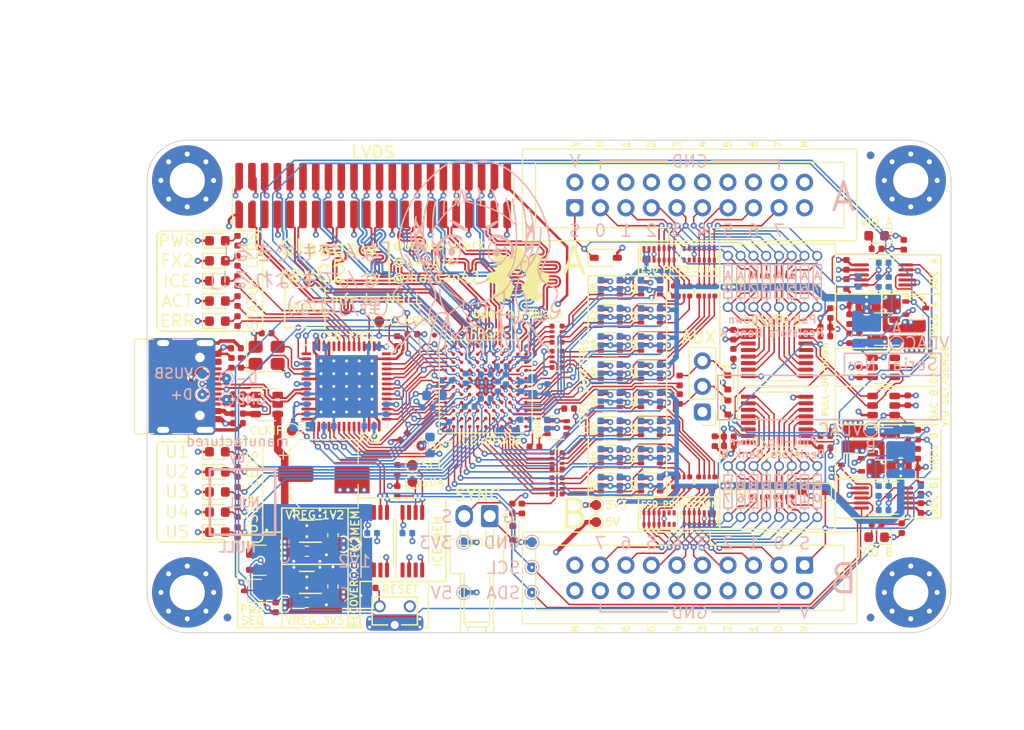
<source format=kicad_pcb>
(kicad_pcb (version 20171130) (host pcbnew 5.1.8-db9833491~87~ubuntu20.04.1)
  (title_block (title "base board") (rev C2) (comment 1 "License 0BSD/Apache") (comment 2 "Author: @whitequark") (comment 3 "https://github.com/GlasgowEmbedded/glasgow"))
  (layers (0 F.Cu signal) (1 In1.Cu power hide) (2 In2.Cu power hide) (31 B.Cu signal) (34 B.Paste user hide) (35 F.Paste user) (36 B.SilkS user) (37 F.SilkS user) (38 B.Mask user) (39 F.Mask user) (44 Edge.Cuts user))
  (net 0 "")
  (net 1 /SDA)
  (net 2 +3V3)
  (net 3 GND)
  (net 4 /SCL)
  (net 5 +5V)
  (net 6 /~CY_RESET)
  (net 7 /SHLD)
  (net 8 /USB_P)
  (net 9 /XTALOUT)
  (net 10 /XTALIN)
  (net 11 /USB_N)
  (net 12 /D0)
  (net 13 /D1)
  (net 14 /D2)
  (net 15 /D3)
  (net 16 /D4)
  (net 17 /D5)
  (net 18 /D6)
  (net 19 /D7)
  (net 20 /FLAGA)
  (net 21 /FLAGB)
  (net 22 /FLAGC)
  (net 23 /OE)
  (net 24 /A0)
  (net 25 /A1)
  (net 26 /PKTEND)
  (net 27 /FPGA_DONE)
  (net 28 /~FPGA_RESET)
  (net 29 +1V2)
  (net 30 /CLKIF)
  (net 31 /FLAGD)
  (net 32 /VUSB)
  (net 33 /LED_CY)
  (net 34 "Net-(D2-Pad2)")
  (net 35 "Net-(D5-Pad2)")
  (net 36 /LED_ERR)
  (net 37 /LED_ACT)
  (net 38 "Net-(D4-Pad2)")
  (net 39 "Net-(D3-Pad2)")
  (net 40 /LED_FPGA)
  (net 41 "Net-(D1-Pad2)")
  (net 42 /~ALERT)
  (net 43 /CLKREF)
  (net 44 /ENVB)
  (net 45 /ENVA)
  (net 46 /WR)
  (net 47 /RD)
  (net 48 /VCCPLL1)
  (net 49 /VCCPLL0)
  (net 50 /GNDPLL1)
  (net 51 /GNDPLL0)
  (net 52 "Net-(D6-Pad2)")
  (net 53 "Net-(D10-Pad2)")
  (net 54 "Net-(D9-Pad2)")
  (net 55 "Net-(D8-Pad2)")
  (net 56 "Net-(D7-Pad2)")
  (net 57 /IO_Banks/IO_Buffer_B/Y0)
  (net 58 /IO_Banks/IO_Buffer_B/Z0)
  (net 59 /IO_Banks/IO_Buffer_B/Y7)
  (net 60 /IO_Banks/IO_Buffer_B/Z7)
  (net 61 /IO_Banks/IO_Buffer_B/Y1)
  (net 62 /IO_Banks/IO_Buffer_B/Y2)
  (net 63 /IO_Banks/IO_Buffer_B/Y3)
  (net 64 /IO_Banks/IO_Buffer_B/Y4)
  (net 65 /IO_Banks/IO_Buffer_B/Y5)
  (net 66 /IO_Banks/IO_Buffer_B/Y6)
  (net 67 /IO_Banks/IO_Buffer_B/Z1)
  (net 68 /IO_Banks/IO_Buffer_B/Z2)
  (net 69 /IO_Banks/IO_Buffer_B/Z3)
  (net 70 /IO_Banks/IO_Buffer_B/Z5)
  (net 71 /IO_Banks/IO_Buffer_B/Z4)
  (net 72 /IO_Banks/IO_Buffer_B/Z6)
  (net 73 /IO_Banks/IO_Buffer_A/Y0)
  (net 74 /IO_Banks/IO_Buffer_A/Z0)
  (net 75 /IO_Banks/IO_Buffer_A/Y7)
  (net 76 /IO_Banks/IO_Buffer_A/Z7)
  (net 77 /IO_Banks/IO_Buffer_A/Y1)
  (net 78 /IO_Banks/IO_Buffer_A/Y2)
  (net 79 /IO_Banks/IO_Buffer_A/Y3)
  (net 80 /IO_Banks/IO_Buffer_A/Y4)
  (net 81 /IO_Banks/IO_Buffer_A/Y5)
  (net 82 /IO_Banks/IO_Buffer_A/Y6)
  (net 83 /IO_Banks/IO_Buffer_A/Z1)
  (net 84 /IO_Banks/IO_Buffer_A/Z2)
  (net 85 /IO_Banks/IO_Buffer_A/Z3)
  (net 86 /IO_Banks/IO_Buffer_A/Z5)
  (net 87 /IO_Banks/IO_Buffer_A/Z4)
  (net 88 /IO_Banks/IO_Buffer_A/Z6)
  (net 89 /IO_Banks/QB6)
  (net 90 /IO_Banks/QB5)
  (net 91 /IO_Banks/QB4)
  (net 92 /IO_Banks/QB3)
  (net 93 /IO_Banks/QB2)
  (net 94 /IO_Banks/QB1)
  (net 95 /IO_Banks/QB7)
  (net 96 /IO_Banks/QB0)
  (net 97 /IO_Banks/QA0)
  (net 98 /IO_Banks/QA7)
  (net 99 /IO_Banks/QA1)
  (net 100 /IO_Banks/QA2)
  (net 101 /IO_Banks/QA3)
  (net 102 /IO_Banks/QA4)
  (net 103 /IO_Banks/QA5)
  (net 104 /IO_Banks/QA6)
  (net 105 /IO_Banks/U1)
  (net 106 /IO_Banks/IO_Buffer_A/VSENSE)
  (net 107 /IO_Banks/VIOB)
  (net 108 /IO_Banks/VIOA)
  (net 109 /IO_Banks/U2)
  (net 110 /IO_Banks/IO_Buffer_B/VSENSE)
  (net 111 /IO_Banks/U5)
  (net 112 /IO_Banks/U4)
  (net 113 /IO_Banks/U3)
  (net 114 /IO_Banks/Z0_P)
  (net 115 /IO_Banks/Z2_N)
  (net 116 /IO_Banks/Z3_N)
  (net 117 /IO_Banks/Z3_P)
  (net 118 /IO_Banks/Z6_P)
  (net 119 /IO_Banks/Z8_P)
  (net 120 /IO_Banks/Z10_P)
  (net 121 /IO_Banks/Z11_P)
  (net 122 /IO_Banks/Z11_N)
  (net 123 /IO_Banks/Z0_N)
  (net 124 /IO_Banks/Z2_P)
  (net 125 /IO_Banks/Z4_P)
  (net 126 /IO_Banks/Z5_P)
  (net 127 /IO_Banks/Z6_N)
  (net 128 /IO_Banks/Z8_N)
  (net 129 /IO_Banks/Z10_N)
  (net 130 /IO_Banks/Z12_N)
  (net 131 /IO_Banks/Z12_P)
  (net 132 /IO_Banks/Z1_N)
  (net 133 /IO_Banks/Z4_N)
  (net 134 /IO_Banks/Z5_N)
  (net 135 /IO_Banks/Z7_N)
  (net 136 /IO_Banks/Z9_P)
  (net 137 /IO_Banks/Z9_N)
  (net 138 /IO_Banks/Z1_P)
  (net 139 /IO_Banks/VIO_AUX)
  (net 140 /IO_Banks/Z7_P)
  (net 141 /IO_Banks/DA0)
  (net 142 /IO_Banks/DA4)
  (net 143 /IO_Banks/DA6)
  (net 144 /IO_Banks/DA1)
  (net 145 /IO_Banks/DA3)
  (net 146 /IO_Banks/DA5)
  (net 147 /IO_Banks/DA7)
  (net 148 /IO_Banks/DB0)
  (net 149 /IO_Banks/DB4)
  (net 150 /IO_Banks/DB6)
  (net 151 /IO_Banks/DB1)
  (net 152 /IO_Banks/DB3)
  (net 153 /IO_Banks/DB5)
  (net 154 /IO_Banks/DB7)
  (net 155 /IO_Banks/DA2)
  (net 156 /IO_Banks/DB2)
  (net 157 /IO_Banks/IO_Buffer_B/VFB)
  (net 158 /IO_Banks/IO_Buffer_A/VFB)
  (net 159 /IO_Banks/~SYNC)
  (net 160 "Net-(R40-Pad1)")
  (net 161 "Net-(R37-Pad1)")
  (net 162 "Net-(R36-Pad1)")
  (net 163 "Net-(R10-Pad1)")
  (net 164 "Net-(R39-Pad2)")
  (net 165 "Net-(R43-Pad2)")
  (net 166 "Net-(R38-Pad2)")
  (net 167 "Net-(D12-Pad1)")
  (net 168 "Net-(D13-Pad1)")
  (net 169 "Net-(R45-Pad2)")
  (net 170 "Net-(R45-Pad1)")
  (net 171 "Net-(D14-Pad2)")
  (net 172 "Net-(D15-Pad2)")
  (net 173 "Net-(RN1-Pad5)")
  (net 174 "Net-(RN1-Pad6)")
  (net 175 "Net-(RN1-Pad7)")
  (net 176 "Net-(RN2-Pad5)")
  (net 177 "Net-(RN2-Pad6)")
  (net 178 "Net-(RN2-Pad8)")
  (net 179 "Net-(RN2-Pad7)")
  (net 180 "Net-(RN7-Pad5)")
  (net 181 "Net-(RN7-Pad6)")
  (net 182 "Net-(RN7-Pad7)")
  (net 183 "Net-(RN8-Pad5)")
  (net 184 "Net-(RN8-Pad6)")
  (net 185 "Net-(RN8-Pad8)")
  (net 186 "Net-(RN8-Pad7)")
  (net 187 /xVBUS)
  (net 188 /CC1)
  (net 189 /CC2)
  (net 190 "Net-(C44-Pad2)")
  (net 191 "Net-(C44-Pad1)")
  (net 192 "Net-(C58-Pad2)")
  (net 193 "Net-(C58-Pad1)")
  (net 194 "Net-(D18-Pad3)")
  (net 195 /IO_Banks/IO_Buffer_B/VIO_EN)
  (net 196 "Net-(D19-Pad3)")
  (net 197 /IO_Banks/IO_Buffer_A/VIO_EN)
  (net 198 "Net-(D24-Pad2)")
  (net 199 "Net-(R4-Pad2)")
  (net 200 "Net-(R6-Pad1)")
  (net 201 "Net-(R56-Pad1)")
  (net 202 /IO_Banks/IO_Buffer_B/ISNS_H)
  (net 203 /IO_Banks/IO_Buffer_A/ISNS_H)
  (net 204 /SWSH)
  (net 205 "Net-(C90-Pad2)")
  (net 206 "Net-(C91-Pad2)")
  (net 207 /IO_Banks/IO_Buffer_B/X0)
  (net 208 /IO_Banks/IO_Buffer_A/X0)
  (net 209 /IO_Banks/IO_Buffer_B/P7)
  (net 210 /IO_Banks/IO_Buffer_B/P6)
  (net 211 /IO_Banks/IO_Buffer_B/P5)
  (net 212 /IO_Banks/IO_Buffer_B/P4)
  (net 213 /IO_Banks/IO_Buffer_B/P3)
  (net 214 /IO_Banks/IO_Buffer_B/P2)
  (net 215 /IO_Banks/IO_Buffer_B/P1)
  (net 216 /IO_Banks/IO_Buffer_B/P0)
  (net 217 /IO_Banks/IO_Buffer_A/P7)
  (net 218 /IO_Banks/IO_Buffer_A/P6)
  (net 219 /IO_Banks/IO_Buffer_A/P5)
  (net 220 /IO_Banks/IO_Buffer_A/P4)
  (net 221 /IO_Banks/IO_Buffer_A/P3)
  (net 222 /IO_Banks/IO_Buffer_A/P2)
  (net 223 /IO_Banks/IO_Buffer_A/P1)
  (net 224 /IO_Banks/IO_Buffer_A/P0)
  (net 225 /~MR)
  (net 226 /IO_Banks/IO_Buffer_B/VDAC)
  (net 227 /IO_Banks/IO_Buffer_A/VDAC)
  (module Glasgow:R_Array_Convex_4x0402 (layer F.Cu) (at 90.8 102.9)
    (fp_text reference RN1 hide)
    (fp_text value 33R)
    (pad 5 smd roundrect (at 0.5 0.8) (size 0.5 0.5) (layers F.Cu F.Paste F.Mask) (net 173 "Net-(RN1-Pad5)"))
    (pad 6 smd roundrect (at 0.5 0.25) (size 0.5 0.3) (layers F.Cu F.Paste F.Mask) (net 174 "Net-(RN1-Pad6)"))
    (pad 8 smd roundrect (at 0.5 -0.8) (size 0.5 0.5) (layers F.Cu F.Paste F.Mask) (net 207 /IO_Banks/IO_Buffer_B/X0))
    (pad 7 smd roundrect (at 0.5 -0.25) (size 0.5 0.3) (layers F.Cu F.Paste F.Mask) (net 175 "Net-(RN1-Pad7)"))
    (pad 4 smd roundrect (at -0.5 0.8) (size 0.5 0.5) (layers F.Cu F.Paste F.Mask) (net 92 /IO_Banks/QB3))
    (pad 2 smd roundrect (at -0.5 -0.25) (size 0.5 0.3) (layers F.Cu F.Paste F.Mask) (net 94 /IO_Banks/QB1))
    (pad 3 smd roundrect (at -0.5 0.25) (size 0.5 0.3) (layers F.Cu F.Paste F.Mask) (net 93 /IO_Banks/QB2))
    (pad 1 smd roundrect (at -0.5 -0.8) (size 0.5 0.5) (layers F.Cu F.Paste F.Mask) (net 96 /IO_Banks/QB0))
  )
  (module Glasgow:R_Array_Convex_4x0402 (layer F.Cu) (at 113.4 85 270)
    (fp_text reference RN12 hide)
    (fp_text value 10k)
    (pad 5 smd roundrect (at 0.5 0.8 270) (size 0.5 0.5) (layers F.Cu F.Paste F.Mask) (net 220 /IO_Banks/IO_Buffer_A/P4))
    (pad 6 smd roundrect (at 0.5 0.25 270) (size 0.5 0.3) (layers F.Cu F.Paste F.Mask) (net 219 /IO_Banks/IO_Buffer_A/P5))
    (pad 8 smd roundrect (at 0.5 -0.8 270) (size 0.5 0.5) (layers F.Cu F.Paste F.Mask) (net 217 /IO_Banks/IO_Buffer_A/P7))
    (pad 7 smd roundrect (at 0.5 -0.25 270) (size 0.5 0.3) (layers F.Cu F.Paste F.Mask) (net 218 /IO_Banks/IO_Buffer_A/P6))
    (pad 4 smd roundrect (at -0.5 0.8 270) (size 0.5 0.5) (layers F.Cu F.Paste F.Mask) (net 87 /IO_Banks/IO_Buffer_A/Z4))
    (pad 2 smd roundrect (at -0.5 -0.25 270) (size 0.5 0.3) (layers F.Cu F.Paste F.Mask) (net 88 /IO_Banks/IO_Buffer_A/Z6))
    (pad 3 smd roundrect (at -0.5 0.25 270) (size 0.5 0.3) (layers F.Cu F.Paste F.Mask) (net 86 /IO_Banks/IO_Buffer_A/Z5))
    (pad 1 smd roundrect (at -0.5 -0.8 270) (size 0.5 0.5) (layers F.Cu F.Paste F.Mask) (net 76 /IO_Banks/IO_Buffer_A/Z7))
  )
  (module Glasgow:R_Array_Convex_4x0402 (layer F.Cu) (at 110.9 85 270)
    (fp_text reference RN11 hide)
    (fp_text value 10k)
    (pad 5 smd roundrect (at 0.5 0.8 270) (size 0.5 0.5) (layers F.Cu F.Paste F.Mask) (net 224 /IO_Banks/IO_Buffer_A/P0))
    (pad 6 smd roundrect (at 0.5 0.25 270) (size 0.5 0.3) (layers F.Cu F.Paste F.Mask) (net 223 /IO_Banks/IO_Buffer_A/P1))
    (pad 8 smd roundrect (at 0.5 -0.8 270) (size 0.5 0.5) (layers F.Cu F.Paste F.Mask) (net 221 /IO_Banks/IO_Buffer_A/P3))
    (pad 7 smd roundrect (at 0.5 -0.25 270) (size 0.5 0.3) (layers F.Cu F.Paste F.Mask) (net 222 /IO_Banks/IO_Buffer_A/P2))
    (pad 4 smd roundrect (at -0.5 0.8 270) (size 0.5 0.5) (layers F.Cu F.Paste F.Mask) (net 74 /IO_Banks/IO_Buffer_A/Z0))
    (pad 2 smd roundrect (at -0.5 -0.25 270) (size 0.5 0.3) (layers F.Cu F.Paste F.Mask) (net 84 /IO_Banks/IO_Buffer_A/Z2))
    (pad 3 smd roundrect (at -0.5 0.25 270) (size 0.5 0.3) (layers F.Cu F.Paste F.Mask) (net 83 /IO_Banks/IO_Buffer_A/Z1))
    (pad 1 smd roundrect (at -0.5 -0.8 270) (size 0.5 0.5) (layers F.Cu F.Paste F.Mask) (net 85 /IO_Banks/IO_Buffer_A/Z3))
  )
  (module Glasgow:R_Array_Convex_4x0402 (layer F.Cu) (at 105.7 86 90)
    (fp_text reference RN10 hide)
    (fp_text value 33R)
    (pad 5 smd roundrect (at 0.5 0.8 90) (size 0.5 0.5) (layers F.Cu F.Paste F.Mask) (net 76 /IO_Banks/IO_Buffer_A/Z7))
    (pad 6 smd roundrect (at 0.5 0.25 90) (size 0.5 0.3) (layers F.Cu F.Paste F.Mask) (net 88 /IO_Banks/IO_Buffer_A/Z6))
    (pad 8 smd roundrect (at 0.5 -0.8 90) (size 0.5 0.5) (layers F.Cu F.Paste F.Mask) (net 87 /IO_Banks/IO_Buffer_A/Z4))
    (pad 7 smd roundrect (at 0.5 -0.25 90) (size 0.5 0.3) (layers F.Cu F.Paste F.Mask) (net 86 /IO_Banks/IO_Buffer_A/Z5))
    (pad 4 smd roundrect (at -0.5 0.8 90) (size 0.5 0.5) (layers F.Cu F.Paste F.Mask) (net 75 /IO_Banks/IO_Buffer_A/Y7))
    (pad 2 smd roundrect (at -0.5 -0.25 90) (size 0.5 0.3) (layers F.Cu F.Paste F.Mask) (net 81 /IO_Banks/IO_Buffer_A/Y5))
    (pad 3 smd roundrect (at -0.5 0.25 90) (size 0.5 0.3) (layers F.Cu F.Paste F.Mask) (net 82 /IO_Banks/IO_Buffer_A/Y6))
    (pad 1 smd roundrect (at -0.5 -0.8 90) (size 0.5 0.5) (layers F.Cu F.Paste F.Mask) (net 80 /IO_Banks/IO_Buffer_A/Y4))
  )
  (module Glasgow:R_Array_Convex_4x0402 (layer F.Cu) (at 103.2 86 90)
    (fp_text reference RN9 hide)
    (fp_text value 33R)
    (pad 5 smd roundrect (at 0.5 0.8 90) (size 0.5 0.5) (layers F.Cu F.Paste F.Mask) (net 85 /IO_Banks/IO_Buffer_A/Z3))
    (pad 6 smd roundrect (at 0.5 0.25 90) (size 0.5 0.3) (layers F.Cu F.Paste F.Mask) (net 84 /IO_Banks/IO_Buffer_A/Z2))
    (pad 8 smd roundrect (at 0.5 -0.8 90) (size 0.5 0.5) (layers F.Cu F.Paste F.Mask) (net 74 /IO_Banks/IO_Buffer_A/Z0))
    (pad 7 smd roundrect (at 0.5 -0.25 90) (size 0.5 0.3) (layers F.Cu F.Paste F.Mask) (net 83 /IO_Banks/IO_Buffer_A/Z1))
    (pad 4 smd roundrect (at -0.5 0.8 90) (size 0.5 0.5) (layers F.Cu F.Paste F.Mask) (net 79 /IO_Banks/IO_Buffer_A/Y3))
    (pad 2 smd roundrect (at -0.5 -0.25 90) (size 0.5 0.3) (layers F.Cu F.Paste F.Mask) (net 77 /IO_Banks/IO_Buffer_A/Y1))
    (pad 3 smd roundrect (at -0.5 0.25 90) (size 0.5 0.3) (layers F.Cu F.Paste F.Mask) (net 78 /IO_Banks/IO_Buffer_A/Y2))
    (pad 1 smd roundrect (at -0.5 -0.8 90) (size 0.5 0.5) (layers F.Cu F.Paste F.Mask) (net 73 /IO_Banks/IO_Buffer_A/Y0))
  )
  (module Glasgow:R_Array_Convex_4x0402 (layer F.Cu) (at 90.8 92.8)
    (fp_text reference RN8 hide)
    (fp_text value 33R)
    (pad 5 smd roundrect (at 0.5 0.8) (size 0.5 0.5) (layers F.Cu F.Paste F.Mask) (net 183 "Net-(RN8-Pad5)"))
    (pad 6 smd roundrect (at 0.5 0.25) (size 0.5 0.3) (layers F.Cu F.Paste F.Mask) (net 184 "Net-(RN8-Pad6)"))
    (pad 8 smd roundrect (at 0.5 -0.8) (size 0.5 0.5) (layers F.Cu F.Paste F.Mask) (net 185 "Net-(RN8-Pad8)"))
    (pad 7 smd roundrect (at 0.5 -0.25) (size 0.5 0.3) (layers F.Cu F.Paste F.Mask) (net 186 "Net-(RN8-Pad7)"))
    (pad 4 smd roundrect (at -0.5 0.8) (size 0.5 0.5) (layers F.Cu F.Paste F.Mask) (net 98 /IO_Banks/QA7))
    (pad 2 smd roundrect (at -0.5 -0.25) (size 0.5 0.3) (layers F.Cu F.Paste F.Mask) (net 103 /IO_Banks/QA5))
    (pad 3 smd roundrect (at -0.5 0.25) (size 0.5 0.3) (layers F.Cu F.Paste F.Mask) (net 104 /IO_Banks/QA6))
    (pad 1 smd roundrect (at -0.5 -0.8) (size 0.5 0.5) (layers F.Cu F.Paste F.Mask) (net 102 /IO_Banks/QA4))
  )
  (module Glasgow:R_Array_Convex_4x0402 (layer F.Cu) (at 90.8 90.3)
    (fp_text reference RN7 hide)
    (fp_text value 33R)
    (pad 5 smd roundrect (at 0.5 0.8) (size 0.5 0.5) (layers F.Cu F.Paste F.Mask) (net 180 "Net-(RN7-Pad5)"))
    (pad 6 smd roundrect (at 0.5 0.25) (size 0.5 0.3) (layers F.Cu F.Paste F.Mask) (net 181 "Net-(RN7-Pad6)"))
    (pad 8 smd roundrect (at 0.5 -0.8) (size 0.5 0.5) (layers F.Cu F.Paste F.Mask) (net 208 /IO_Banks/IO_Buffer_A/X0))
    (pad 7 smd roundrect (at 0.5 -0.25) (size 0.5 0.3) (layers F.Cu F.Paste F.Mask) (net 182 "Net-(RN7-Pad7)"))
    (pad 4 smd roundrect (at -0.5 0.8) (size 0.5 0.5) (layers F.Cu F.Paste F.Mask) (net 101 /IO_Banks/QA3))
    (pad 2 smd roundrect (at -0.5 -0.25) (size 0.5 0.3) (layers F.Cu F.Paste F.Mask) (net 99 /IO_Banks/QA1))
    (pad 3 smd roundrect (at -0.5 0.25) (size 0.5 0.3) (layers F.Cu F.Paste F.Mask) (net 100 /IO_Banks/QA2))
    (pad 1 smd roundrect (at -0.5 -0.8) (size 0.5 0.5) (layers F.Cu F.Paste F.Mask) (net 97 /IO_Banks/QA0))
  )
  (module Glasgow:R_Array_Convex_4x0402 (layer F.Cu) (at 110.9 106 90)
    (fp_text reference RN6 hide)
    (fp_text value 10k)
    (pad 5 smd roundrect (at 0.5 0.8 90) (size 0.5 0.5) (layers F.Cu F.Paste F.Mask) (net 212 /IO_Banks/IO_Buffer_B/P4))
    (pad 6 smd roundrect (at 0.5 0.25 90) (size 0.5 0.3) (layers F.Cu F.Paste F.Mask) (net 211 /IO_Banks/IO_Buffer_B/P5))
    (pad 8 smd roundrect (at 0.5 -0.8 90) (size 0.5 0.5) (layers F.Cu F.Paste F.Mask) (net 209 /IO_Banks/IO_Buffer_B/P7))
    (pad 7 smd roundrect (at 0.5 -0.25 90) (size 0.5 0.3) (layers F.Cu F.Paste F.Mask) (net 210 /IO_Banks/IO_Buffer_B/P6))
    (pad 4 smd roundrect (at -0.5 0.8 90) (size 0.5 0.5) (layers F.Cu F.Paste F.Mask) (net 71 /IO_Banks/IO_Buffer_B/Z4))
    (pad 2 smd roundrect (at -0.5 -0.25 90) (size 0.5 0.3) (layers F.Cu F.Paste F.Mask) (net 72 /IO_Banks/IO_Buffer_B/Z6))
    (pad 3 smd roundrect (at -0.5 0.25 90) (size 0.5 0.3) (layers F.Cu F.Paste F.Mask) (net 70 /IO_Banks/IO_Buffer_B/Z5))
    (pad 1 smd roundrect (at -0.5 -0.8 90) (size 0.5 0.5) (layers F.Cu F.Paste F.Mask) (net 60 /IO_Banks/IO_Buffer_B/Z7))
  )
  (module Glasgow:R_Array_Convex_4x0402 (layer F.Cu) (at 113.4 106 90)
    (fp_text reference RN5 hide)
    (fp_text value 10k)
    (pad 5 smd roundrect (at 0.5 0.8 90) (size 0.5 0.5) (layers F.Cu F.Paste F.Mask) (net 216 /IO_Banks/IO_Buffer_B/P0))
    (pad 6 smd roundrect (at 0.5 0.25 90) (size 0.5 0.3) (layers F.Cu F.Paste F.Mask) (net 215 /IO_Banks/IO_Buffer_B/P1))
    (pad 8 smd roundrect (at 0.5 -0.8 90) (size 0.5 0.5) (layers F.Cu F.Paste F.Mask) (net 213 /IO_Banks/IO_Buffer_B/P3))
    (pad 7 smd roundrect (at 0.5 -0.25 90) (size 0.5 0.3) (layers F.Cu F.Paste F.Mask) (net 214 /IO_Banks/IO_Buffer_B/P2))
    (pad 4 smd roundrect (at -0.5 0.8 90) (size 0.5 0.5) (layers F.Cu F.Paste F.Mask) (net 58 /IO_Banks/IO_Buffer_B/Z0))
    (pad 2 smd roundrect (at -0.5 -0.25 90) (size 0.5 0.3) (layers F.Cu F.Paste F.Mask) (net 68 /IO_Banks/IO_Buffer_B/Z2))
    (pad 3 smd roundrect (at -0.5 0.25 90) (size 0.5 0.3) (layers F.Cu F.Paste F.Mask) (net 67 /IO_Banks/IO_Buffer_B/Z1))
    (pad 1 smd roundrect (at -0.5 -0.8 90) (size 0.5 0.5) (layers F.Cu F.Paste F.Mask) (net 69 /IO_Banks/IO_Buffer_B/Z3))
  )
  (module Glasgow:R_Array_Convex_4x0402 (layer F.Cu) (at 103.2 105 270)
    (fp_text reference RN4 hide)
    (fp_text value 33R)
    (pad 5 smd roundrect (at 0.5 0.8 270) (size 0.5 0.5) (layers F.Cu F.Paste F.Mask) (net 60 /IO_Banks/IO_Buffer_B/Z7))
    (pad 6 smd roundrect (at 0.5 0.25 270) (size 0.5 0.3) (layers F.Cu F.Paste F.Mask) (net 72 /IO_Banks/IO_Buffer_B/Z6))
    (pad 8 smd roundrect (at 0.5 -0.8 270) (size 0.5 0.5) (layers F.Cu F.Paste F.Mask) (net 71 /IO_Banks/IO_Buffer_B/Z4))
    (pad 7 smd roundrect (at 0.5 -0.25 270) (size 0.5 0.3) (layers F.Cu F.Paste F.Mask) (net 70 /IO_Banks/IO_Buffer_B/Z5))
    (pad 4 smd roundrect (at -0.5 0.8 270) (size 0.5 0.5) (layers F.Cu F.Paste F.Mask) (net 59 /IO_Banks/IO_Buffer_B/Y7))
    (pad 2 smd roundrect (at -0.5 -0.25 270) (size 0.5 0.3) (layers F.Cu F.Paste F.Mask) (net 65 /IO_Banks/IO_Buffer_B/Y5))
    (pad 3 smd roundrect (at -0.5 0.25 270) (size 0.5 0.3) (layers F.Cu F.Paste F.Mask) (net 66 /IO_Banks/IO_Buffer_B/Y6))
    (pad 1 smd roundrect (at -0.5 -0.8 270) (size 0.5 0.5) (layers F.Cu F.Paste F.Mask) (net 64 /IO_Banks/IO_Buffer_B/Y4))
  )
  (module Glasgow:R_Array_Convex_4x0402 (layer F.Cu) (at 105.7 105 270)
    (fp_text reference RN3 hide)
    (fp_text value 33R)
    (pad 5 smd roundrect (at 0.5 0.8 270) (size 0.5 0.5) (layers F.Cu F.Paste F.Mask) (net 69 /IO_Banks/IO_Buffer_B/Z3))
    (pad 6 smd roundrect (at 0.5 0.25 270) (size 0.5 0.3) (layers F.Cu F.Paste F.Mask) (net 68 /IO_Banks/IO_Buffer_B/Z2))
    (pad 8 smd roundrect (at 0.5 -0.8 270) (size 0.5 0.5) (layers F.Cu F.Paste F.Mask) (net 58 /IO_Banks/IO_Buffer_B/Z0))
    (pad 7 smd roundrect (at 0.5 -0.25 270) (size 0.5 0.3) (layers F.Cu F.Paste F.Mask) (net 67 /IO_Banks/IO_Buffer_B/Z1))
    (pad 4 smd roundrect (at -0.5 0.8 270) (size 0.5 0.5) (layers F.Cu F.Paste F.Mask) (net 63 /IO_Banks/IO_Buffer_B/Y3))
    (pad 2 smd roundrect (at -0.5 -0.25 270) (size 0.5 0.3) (layers F.Cu F.Paste F.Mask) (net 61 /IO_Banks/IO_Buffer_B/Y1))
    (pad 3 smd roundrect (at -0.5 0.25 270) (size 0.5 0.3) (layers F.Cu F.Paste F.Mask) (net 62 /IO_Banks/IO_Buffer_B/Y2))
    (pad 1 smd roundrect (at -0.5 -0.8 270) (size 0.5 0.5) (layers F.Cu F.Paste F.Mask) (net 57 /IO_Banks/IO_Buffer_B/Y0))
  )
  (module Glasgow:R_Array_Convex_4x0402 (layer F.Cu) (at 90.8 105.4)
    (fp_text reference RN2 hide)
    (fp_text value 33R)
    (pad 5 smd roundrect (at 0.5 0.8) (size 0.5 0.5) (layers F.Cu F.Paste F.Mask) (net 176 "Net-(RN2-Pad5)"))
    (pad 6 smd roundrect (at 0.5 0.25) (size 0.5 0.3) (layers F.Cu F.Paste F.Mask) (net 177 "Net-(RN2-Pad6)"))
    (pad 8 smd roundrect (at 0.5 -0.8) (size 0.5 0.5) (layers F.Cu F.Paste F.Mask) (net 178 "Net-(RN2-Pad8)"))
    (pad 7 smd roundrect (at 0.5 -0.25) (size 0.5 0.3) (layers F.Cu F.Paste F.Mask) (net 179 "Net-(RN2-Pad7)"))
    (pad 4 smd roundrect (at -0.5 0.8) (size 0.5 0.5) (layers F.Cu F.Paste F.Mask) (net 95 /IO_Banks/QB7))
    (pad 2 smd roundrect (at -0.5 -0.25) (size 0.5 0.3) (layers F.Cu F.Paste F.Mask) (net 90 /IO_Banks/QB5))
    (pad 3 smd roundrect (at -0.5 0.25) (size 0.5 0.3) (layers F.Cu F.Paste F.Mask) (net 89 /IO_Banks/QB6))
    (pad 1 smd roundrect (at -0.5 -0.8) (size 0.5 0.5) (layers F.Cu F.Paste F.Mask) (net 91 /IO_Banks/QB4))
  )
  (module Glasgow:SOT-143 (layer F.Cu) (at 61.2 112.8)
    (fp_text reference U7 hide)
    (fp_text value APX811-40UG-7)
    (pad 4 smd roundrect (at 1 -0.95) (size 0.7 0.6) (layers F.Cu F.Paste F.Mask) (net 5 +5V))
    (pad 3 smd roundrect (at 1 0.95) (size 0.7 0.6) (layers F.Cu F.Paste F.Mask) (net 225 /~MR))
    (pad 2 smd roundrect (at -1 0.95) (size 0.7 0.6) (layers F.Cu F.Paste F.Mask) (net 198 "Net-(D24-Pad2)"))
    (pad 1 smd roundrect (at -1 -0.75) (size 0.7 1) (layers F.Cu F.Paste F.Mask) (net 3 GND))
  )
  (module Glasgow:SW_Tactile_SPST_Angled_TC-1109DE (layer F.Cu) (at 74.65 117.38 180)
    (fp_text reference SW1)
    (fp_text value RST)
    (pad 3 thru_hole circle (at 0 -1.85 180) (size 1.2 1.2) (drill 0.8) (layers *.Cu *.Mask) (net 204 /SWSH))
    (pad 1 thru_hole circle (at -1.5 0 180) (size 1.2 1.2) (drill 0.8) (layers *.Cu *.Mask) (net 3 GND))
    (pad 2 thru_hole circle (at 1.5 0 180) (size 1.2 1.2) (drill 0.8) (layers *.Cu *.Mask) (net 225 /~MR))
  )
  (module pkl_logos:null_Logo_SilkS_4mm (layer F.Cu) (at 65.7 87.65)
    (fp_text reference REF** hide)
    (fp_text value null_Logo_SilkS_4mm hide)
  )
  (module pkl_logos:null_Logo_SilkS_6.5mm (layer B.Cu) (at 59.5 107 180)
    (fp_text reference REF** hide)
    (fp_text value null_Logo_SilkS_6.5mm hide)
  )
  (module Glasgow:USB_C_Receptacle_HRO_TYPE-C-31-M-12 (layer F.Cu) (at 52.65 95.5 270)
    (fp_text reference J1)
    (fp_text value USB_C_USB2.0)
    (pad S1 thru_hole oval (at 4.32 1.05 270) (size 1 1.6) (drill oval 0.6 1.2) (layers *.Cu *.Mask) (net 7 /SHLD))
    (pad "" np_thru_hole circle (at 2.89 -2.6 270) (size 0.65 0.65) (drill 0.65) (layers *.Cu *.Mask))
    (pad S1 thru_hole oval (at -4.32 1.05 270) (size 1 1.6) (drill oval 0.6 1.2) (layers *.Cu *.Mask) (net 7 /SHLD))
    (pad "" np_thru_hole circle (at -2.89 -2.6 270) (size 0.65 0.65) (drill 0.65) (layers *.Cu *.Mask))
    (pad S1 thru_hole oval (at -4.32 -3.13 270) (size 1 2.1) (drill oval 0.6 1.7) (layers *.Cu *.Mask) (net 7 /SHLD))
    (pad S1 thru_hole oval (at 4.32 -3.13 270) (size 1 2.1) (drill oval 0.6 1.7) (layers *.Cu *.Mask) (net 7 /SHLD))
    (pad A6 smd roundrect (at -0.25 -4.045 270) (size 0.3 1.45) (layers F.Cu F.Paste F.Mask) (net 8 /USB_P))
    (pad B5 smd roundrect (at 1.75 -4.045 270) (size 0.3 1.45) (layers F.Cu F.Paste F.Mask) (net 189 /CC2))
    (pad A8 smd roundrect (at 1.25 -4.045 270) (size 0.3 1.45) (layers F.Cu F.Paste F.Mask))
    (pad B6 smd roundrect (at 0.75 -4.045 270) (size 0.3 1.45) (layers F.Cu F.Paste F.Mask) (net 8 /USB_P))
    (pad A7 smd roundrect (at 0.25 -4.045 270) (size 0.3 1.45) (layers F.Cu F.Paste F.Mask) (net 11 /USB_N))
    (pad B7 smd roundrect (at -0.75 -4.045 270) (size 0.3 1.45) (layers F.Cu F.Paste F.Mask) (net 11 /USB_N))
    (pad A5 smd roundrect (at -1.25 -4.045 270) (size 0.3 1.45) (layers F.Cu F.Paste F.Mask) (net 188 /CC1))
    (pad B8 smd roundrect (at -1.75 -4.045 270) (size 0.3 1.45) (layers F.Cu F.Paste F.Mask))
    (pad A12 smd roundrect (at 3.25 -4.045 270) (size 0.6 1.45) (layers F.Cu F.Paste F.Mask) (net 3 GND))
    (pad B4 smd roundrect (at 2.45 -4.045 270) (size 0.6 1.45) (layers F.Cu F.Paste F.Mask) (net 187 /xVBUS))
    (pad A4 smd roundrect (at -2.45 -4.045 270) (size 0.6 1.45) (layers F.Cu F.Paste F.Mask) (net 187 /xVBUS))
    (pad A1 smd roundrect (at -3.25 -4.045 270) (size 0.6 1.45) (layers F.Cu F.Paste F.Mask) (net 3 GND))
    (pad B12 smd roundrect (at -3.25 -4.045 270) (size 0.6 1.45) (layers F.Cu F.Paste F.Mask) (net 3 GND))
    (pad B9 smd roundrect (at -2.45 -4.045 270) (size 0.6 1.45) (layers F.Cu F.Paste F.Mask) (net 187 /xVBUS))
    (pad A9 smd roundrect (at 2.45 -4.045 270) (size 0.6 1.45) (layers F.Cu F.Paste F.Mask) (net 187 /xVBUS))
    (pad B1 smd roundrect (at 3.25 -4.045 270) (size 0.6 1.45) (layers F.Cu F.Paste F.Mask) (net 3 GND))
  )
  (module Glasgow:PinHeader_2x22_P1.27mm_Vertical__SMD (layer F.Cu) (at 72.5 76.5 90)
    (fp_text reference J5 hide)
    (fp_text value PinHeader_2x22_P1.27mm)
    (pad 43 smd custom (at -0.8 13.335 270) (size 0.2 0.2) (layers F.Cu F.Paste F.Mask) (net 3 GND) (options (clearance outline) (anchor rect)) (primitives (gr_poly (pts (xy -0.3 0.08) (xy 0 0.38) (xy 0.1 0.38) (xy 0.1 -0.19) (xy -0.3 -0.19)) (width 0))))
    (pad 41 smd custom (at -0.8 12.065 90) (size 0.2 0.2) (layers F.Cu F.Paste F.Mask) (net 123 /IO_Banks/Z0_N) (options (clearance outline) (anchor rect)) (primitives (gr_poly (pts (xy 0.3 0.08) (xy 0 0.38) (xy -0.1 0.38) (xy -0.1 -0.19) (xy 0.3 -0.19)) (width 0))))
    (pad 41 smd roundrect (at -0.8 11.875 90) (size 0.6 0.38) (layers F.Cu F.Paste F.Mask) (roundrect_rratio 0.5) (net 123 /IO_Banks/Z0_N))
    (pad 43 smd roundrect (at -0.8 13.525 90) (size 0.6 0.38) (layers F.Cu F.Paste F.Mask) (roundrect_rratio 0.5) (net 3 GND))
    (pad 44 smd custom (at 0.8 13.335 270) (size 0.2 0.2) (layers F.Cu F.Paste F.Mask) (net 139 /IO_Banks/VIO_AUX) (options (clearance outline) (anchor rect)) (primitives (gr_poly (pts (xy 0.3 0.08) (xy 0 0.38) (xy -0.1 0.38) (xy -0.1 -0.19) (xy 0.3 -0.19)) (width 0))))
    (pad 42 smd custom (at 0.8 12.065 90) (size 0.2 0.2) (layers F.Cu F.Paste F.Mask) (net 3 GND) (options (clearance outline) (anchor rect)) (primitives (gr_poly (pts (xy -0.3 0.08) (xy 0 0.38) (xy 0.1 0.38) (xy 0.1 -0.19) (xy -0.3 -0.19)) (width 0))))
    (pad 44 smd roundrect (at 0.8 13.525 270) (size 0.6 0.38) (layers F.Cu F.Paste F.Mask) (roundrect_rratio 0.5) (net 139 /IO_Banks/VIO_AUX))
    (pad 42 smd roundrect (at 0.8 11.875 270) (size 0.6 0.38) (layers F.Cu F.Paste F.Mask) (roundrect_rratio 0.5) (net 3 GND))
    (pad 2 smd custom (at 0.8 -13.335 90) (size 0.2 0.2) (layers F.Cu F.Paste F.Mask) (net 2 +3V3) (options (clearance outline) (anchor rect)) (primitives (gr_poly (pts (xy -0.3 0.08) (xy 0 0.38) (xy 0.1 0.38) (xy 0.1 -0.19) (xy -0.3 -0.19)) (width 0))))
    (pad 4 smd custom (at 0.8 -12.065 270) (size 0.2 0.2) (layers F.Cu F.Paste F.Mask) (net 3 GND) (options (clearance outline) (anchor rect)) (primitives (gr_poly (pts (xy 0.3 0.08) (xy 0 0.38) (xy -0.1 0.38) (xy -0.1 -0.19) (xy 0.3 -0.19)) (width 0))))
    (pad 4 smd roundrect (at 0.8 -11.875 270) (size 0.6 0.38) (layers F.Cu F.Paste F.Mask) (roundrect_rratio 0.5) (net 3 GND))
    (pad 2 smd roundrect (at 0.8 -13.525 270) (size 0.6 0.38) (layers F.Cu F.Paste F.Mask) (roundrect_rratio 0.5) (net 2 +3V3))
    (pad 3 smd roundrect (at -0.8 -11.875 90) (size 0.6 0.38) (layers F.Cu F.Paste F.Mask) (roundrect_rratio 0.5) (net 122 /IO_Banks/Z11_N))
    (pad 3 smd custom (at -0.8 -12.065 270) (size 0.2 0.2) (layers F.Cu F.Paste F.Mask) (net 122 /IO_Banks/Z11_N) (options (clearance outline) (anchor rect)) (primitives (gr_poly (pts (xy -0.3 0.08) (xy 0 0.38) (xy 0.1 0.38) (xy 0.1 -0.19) (xy -0.3 -0.19)) (width 0))))
    (pad 1 smd custom (at -0.8 -13.335 90) (size 0.2 0.2) (layers F.Cu F.Paste F.Mask) (net 3 GND) (options (clearance outline) (anchor rect)) (primitives (gr_poly (pts (xy 0.3 0.08) (xy 0 0.38) (xy -0.1 0.38) (xy -0.1 -0.19) (xy 0.3 -0.19)) (width 0))))
    (pad 1 smd roundrect (at -0.8 -13.525 90) (size 0.6 0.38) (layers F.Cu F.Paste F.Mask) (roundrect_rratio 0.5) (net 3 GND))
    (pad "" np_thru_hole circle (at 0 12.7 90) (size 1.1 1.1) (drill 1.1) (layers *.Cu *.Mask))
    (pad "" np_thru_hole circle (at 0 -12.7 90) (size 1.1 1.1) (drill 1.1) (layers *.Cu *.Mask))
    (pad 44 smd roundrect (at 1.975 13.335 90) (size 2.55 0.76) (layers F.Cu F.Paste F.Mask) (net 139 /IO_Banks/VIO_AUX))
    (pad 43 smd roundrect (at -1.975 13.335 90) (size 2.55 0.76) (layers F.Cu F.Paste F.Mask) (net 3 GND))
    (pad 42 smd roundrect (at 1.975 12.065 90) (size 2.55 0.76) (layers F.Cu F.Paste F.Mask) (net 3 GND))
    (pad 41 smd roundrect (at -1.975 12.065 90) (size 2.55 0.76) (layers F.Cu F.Paste F.Mask) (net 123 /IO_Banks/Z0_N))
    (pad 40 smd roundrect (at 1.875 10.795 90) (size 2.75 0.76) (layers F.Cu F.Paste F.Mask) (net 138 /IO_Banks/Z1_P))
    (pad 39 smd roundrect (at -1.875 10.795 90) (size 2.75 0.76) (layers F.Cu F.Paste F.Mask) (net 114 /IO_Banks/Z0_P))
    (pad 38 smd roundrect (at 1.875 9.525 90) (size 2.75 0.76) (layers F.Cu F.Paste F.Mask) (net 132 /IO_Banks/Z1_N))
    (pad 37 smd roundrect (at -1.875 9.525 90) (size 2.75 0.76) (layers F.Cu F.Paste F.Mask) (net 3 GND))
    (pad 36 smd roundrect (at 1.875 8.255 90) (size 2.75 0.76) (layers F.Cu F.Paste F.Mask) (net 3 GND))
    (pad 35 smd roundrect (at -1.875 8.255 90) (size 2.75 0.76) (layers F.Cu F.Paste F.Mask) (net 124 /IO_Banks/Z2_P))
    (pad 34 smd roundrect (at 1.875 6.985 90) (size 2.75 0.76) (layers F.Cu F.Paste F.Mask) (net 133 /IO_Banks/Z4_N))
    (pad 33 smd roundrect (at -1.875 6.985 90) (size 2.75 0.76) (layers F.Cu F.Paste F.Mask) (net 115 /IO_Banks/Z2_N))
    (pad 32 smd roundrect (at 1.875 5.715 90) (size 2.75 0.76) (layers F.Cu F.Paste F.Mask) (net 125 /IO_Banks/Z4_P))
    (pad 31 smd roundrect (at -1.875 5.715 90) (size 2.75 0.76) (layers F.Cu F.Paste F.Mask) (net 3 GND))
    (pad 30 smd roundrect (at 1.875 4.445 90) (size 2.75 0.76) (layers F.Cu F.Paste F.Mask) (net 3 GND))
    (pad 29 smd roundrect (at -1.875 4.445 90) (size 2.75 0.76) (layers F.Cu F.Paste F.Mask) (net 116 /IO_Banks/Z3_N))
    (pad 28 smd roundrect (at 1.875 3.175 90) (size 2.75 0.76) (layers F.Cu F.Paste F.Mask) (net 126 /IO_Banks/Z5_P))
    (pad 27 smd roundrect (at -1.875 3.175 90) (size 2.75 0.76) (layers F.Cu F.Paste F.Mask) (net 117 /IO_Banks/Z3_P))
    (pad 26 smd roundrect (at 1.875 1.905 90) (size 2.75 0.76) (layers F.Cu F.Paste F.Mask) (net 134 /IO_Banks/Z5_N))
    (pad 25 smd roundrect (at -1.875 1.905 90) (size 2.75 0.76) (layers F.Cu F.Paste F.Mask) (net 3 GND))
    (pad 24 smd roundrect (at 1.875 0.635 90) (size 2.75 0.76) (layers F.Cu F.Paste F.Mask) (net 3 GND))
    (pad 23 smd roundrect (at -1.875 0.635 90) (size 2.75 0.76) (layers F.Cu F.Paste F.Mask) (net 127 /IO_Banks/Z6_N))
    (pad 22 smd roundrect (at 1.875 -0.635 90) (size 2.75 0.76) (layers F.Cu F.Paste F.Mask) (net 140 /IO_Banks/Z7_P))
    (pad 21 smd roundrect (at -1.875 -0.635 90) (size 2.75 0.76) (layers F.Cu F.Paste F.Mask) (net 118 /IO_Banks/Z6_P))
    (pad 20 smd roundrect (at 1.875 -1.905 90) (size 2.75 0.76) (layers F.Cu F.Paste F.Mask) (net 135 /IO_Banks/Z7_N))
    (pad 19 smd roundrect (at -1.875 -1.905 90) (size 2.75 0.76) (layers F.Cu F.Paste F.Mask) (net 3 GND))
    (pad 18 smd roundrect (at 1.875 -3.175 90) (size 2.75 0.76) (layers F.Cu F.Paste F.Mask) (net 3 GND))
    (pad 17 smd roundrect (at -1.875 -3.175 90) (size 2.75 0.76) (layers F.Cu F.Paste F.Mask) (net 128 /IO_Banks/Z8_N))
    (pad 16 smd roundrect (at 1.875 -4.445 90) (size 2.75 0.76) (layers F.Cu F.Paste F.Mask) (net 136 /IO_Banks/Z9_P))
    (pad 15 smd roundrect (at -1.875 -4.445 90) (size 2.75 0.76) (layers F.Cu F.Paste F.Mask) (net 119 /IO_Banks/Z8_P))
    (pad 14 smd roundrect (at 1.875 -5.715 90) (size 2.75 0.76) (layers F.Cu F.Paste F.Mask) (net 137 /IO_Banks/Z9_N))
    (pad 13 smd roundrect (at -1.875 -5.715 90) (size 2.75 0.76) (layers F.Cu F.Paste F.Mask) (net 3 GND))
    (pad 12 smd roundrect (at 1.875 -6.985 90) (size 2.75 0.76) (layers F.Cu F.Paste F.Mask) (net 3 GND))
    (pad 11 smd roundrect (at -1.875 -6.985 90) (size 2.75 0.76) (layers F.Cu F.Paste F.Mask) (net 129 /IO_Banks/Z10_N))
    (pad 10 smd roundrect (at 1.875 -8.255 90) (size 2.75 0.76) (layers F.Cu F.Paste F.Mask) (net 130 /IO_Banks/Z12_N))
    (pad 9 smd roundrect (at -1.875 -8.255 90) (size 2.75 0.76) (layers F.Cu F.Paste F.Mask) (net 120 /IO_Banks/Z10_P))
    (pad 8 smd roundrect (at 1.875 -9.525 90) (size 2.75 0.76) (layers F.Cu F.Paste F.Mask) (net 131 /IO_Banks/Z12_P))
    (pad 7 smd roundrect (at -1.875 -9.525 90) (size 2.75 0.76) (layers F.Cu F.Paste F.Mask) (net 3 GND))
    (pad 6 smd roundrect (at 1.875 -10.795 90) (size 2.75 0.76) (layers F.Cu F.Paste F.Mask) (net 3 GND))
    (pad 5 smd roundrect (at -1.875 -10.795 90) (size 2.75 0.76) (layers F.Cu F.Paste F.Mask) (net 121 /IO_Banks/Z11_P))
    (pad 4 smd roundrect (at 1.975 -12.065 90) (size 2.55 0.76) (layers F.Cu F.Paste F.Mask) (net 3 GND))
    (pad 3 smd roundrect (at -1.975 -12.065 90) (size 2.55 0.76) (layers F.Cu F.Paste F.Mask) (net 122 /IO_Banks/Z11_N))
    (pad 2 smd roundrect (at 1.975 -13.335 90) (size 2.55 0.76) (layers F.Cu F.Paste F.Mask) (net 2 +3V3))
    (pad 1 smd roundrect (at -1.975 -13.335 90) (size 2.55 0.76) (layers F.Cu F.Paste F.Mask) (net 3 GND))
  )
  (module Symbol:OSHW-Logo2_9.8x8mm_SilkScreen (layer F.Cu) (at 86.9 85.3)
    (fp_text reference REF** hide)
    (fp_text value OSHW-Logo2_9.8x8mm_SilkScreen hide)
  )
  (module Connector_IDC:IDC-Header_2x10_P2.54mm_Vertical (layer F.Cu) (at 92.57 77.72 90)
    (fp_text reference J2 hide)
    (fp_text value IDC-Header_2x10_P2.54mm)
    (pad 1 thru_hole roundrect (at 0 0 90) (size 1.7 1.7) (drill 1) (layers *.Cu *.Mask) (roundrect_rratio 0.1470588235294118) (net 106 /IO_Banks/IO_Buffer_A/VSENSE))
    (pad 3 thru_hole circle (at 0 2.54 90) (size 1.7 1.7) (drill 1) (layers *.Cu *.Mask) (net 74 /IO_Banks/IO_Buffer_A/Z0))
    (pad 5 thru_hole circle (at 0 5.08 90) (size 1.7 1.7) (drill 1) (layers *.Cu *.Mask) (net 83 /IO_Banks/IO_Buffer_A/Z1))
    (pad 7 thru_hole circle (at 0 7.62 90) (size 1.7 1.7) (drill 1) (layers *.Cu *.Mask) (net 84 /IO_Banks/IO_Buffer_A/Z2))
    (pad 9 thru_hole circle (at 0 10.16 90) (size 1.7 1.7) (drill 1) (layers *.Cu *.Mask) (net 85 /IO_Banks/IO_Buffer_A/Z3))
    (pad 11 thru_hole circle (at 0 12.7 90) (size 1.7 1.7) (drill 1) (layers *.Cu *.Mask) (net 87 /IO_Banks/IO_Buffer_A/Z4))
    (pad 13 thru_hole circle (at 0 15.24 90) (size 1.7 1.7) (drill 1) (layers *.Cu *.Mask) (net 86 /IO_Banks/IO_Buffer_A/Z5))
    (pad 15 thru_hole circle (at 0 17.78 90) (size 1.7 1.7) (drill 1) (layers *.Cu *.Mask) (net 88 /IO_Banks/IO_Buffer_A/Z6))
    (pad 17 thru_hole circle (at 0 20.32 90) (size 1.7 1.7) (drill 1) (layers *.Cu *.Mask) (net 76 /IO_Banks/IO_Buffer_A/Z7))
    (pad 19 thru_hole circle (at 0 22.86 90) (size 1.7 1.7) (drill 1) (layers *.Cu *.Mask))
    (pad 2 thru_hole circle (at 2.54 0 90) (size 1.7 1.7) (drill 1) (layers *.Cu *.Mask) (net 108 /IO_Banks/VIOA))
    (pad 4 thru_hole circle (at 2.54 2.54 90) (size 1.7 1.7) (drill 1) (layers *.Cu *.Mask) (net 3 GND))
    (pad 6 thru_hole circle (at 2.54 5.08 90) (size 1.7 1.7) (drill 1) (layers *.Cu *.Mask) (net 3 GND))
    (pad 8 thru_hole circle (at 2.54 7.62 90) (size 1.7 1.7) (drill 1) (layers *.Cu *.Mask) (net 3 GND))
    (pad 10 thru_hole circle (at 2.54 10.16 90) (size 1.7 1.7) (drill 1) (layers *.Cu *.Mask) (net 3 GND))
    (pad 12 thru_hole circle (at 2.54 12.7 90) (size 1.7 1.7) (drill 1) (layers *.Cu *.Mask) (net 3 GND))
    (pad 14 thru_hole circle (at 2.54 15.24 90) (size 1.7 1.7) (drill 1) (layers *.Cu *.Mask) (net 3 GND))
    (pad 16 thru_hole circle (at 2.54 17.78 90) (size 1.7 1.7) (drill 1) (layers *.Cu *.Mask) (net 3 GND))
    (pad 18 thru_hole circle (at 2.54 20.32 90) (size 1.7 1.7) (drill 1) (layers *.Cu *.Mask) (net 3 GND))
    (pad 20 thru_hole circle (at 2.54 22.86 90) (size 1.7 1.7) (drill 1) (layers *.Cu *.Mask))
  )
  (module Connector_IDC:IDC-Header_2x10_P2.54mm_Vertical (layer F.Cu) (at 115.43 113.28 270)
    (fp_text reference J3 hide)
    (fp_text value IDC-Header_2x10_P2.54mm)
    (pad 1 thru_hole roundrect (at 0 0 270) (size 1.7 1.7) (drill 1) (layers *.Cu *.Mask) (roundrect_rratio 0.1470588235294118) (net 110 /IO_Banks/IO_Buffer_B/VSENSE))
    (pad 3 thru_hole circle (at 0 2.54 270) (size 1.7 1.7) (drill 1) (layers *.Cu *.Mask) (net 58 /IO_Banks/IO_Buffer_B/Z0))
    (pad 5 thru_hole circle (at 0 5.08 270) (size 1.7 1.7) (drill 1) (layers *.Cu *.Mask) (net 67 /IO_Banks/IO_Buffer_B/Z1))
    (pad 7 thru_hole circle (at 0 7.62 270) (size 1.7 1.7) (drill 1) (layers *.Cu *.Mask) (net 68 /IO_Banks/IO_Buffer_B/Z2))
    (pad 9 thru_hole circle (at 0 10.16 270) (size 1.7 1.7) (drill 1) (layers *.Cu *.Mask) (net 69 /IO_Banks/IO_Buffer_B/Z3))
    (pad 11 thru_hole circle (at 0 12.7 270) (size 1.7 1.7) (drill 1) (layers *.Cu *.Mask) (net 71 /IO_Banks/IO_Buffer_B/Z4))
    (pad 13 thru_hole circle (at 0 15.24 270) (size 1.7 1.7) (drill 1) (layers *.Cu *.Mask) (net 70 /IO_Banks/IO_Buffer_B/Z5))
    (pad 15 thru_hole circle (at 0 17.78 270) (size 1.7 1.7) (drill 1) (layers *.Cu *.Mask) (net 72 /IO_Banks/IO_Buffer_B/Z6))
    (pad 17 thru_hole circle (at 0 20.32 270) (size 1.7 1.7) (drill 1) (layers *.Cu *.Mask) (net 60 /IO_Banks/IO_Buffer_B/Z7))
    (pad 19 thru_hole circle (at 0 22.86 270) (size 1.7 1.7) (drill 1) (layers *.Cu *.Mask))
    (pad 2 thru_hole circle (at 2.54 0 270) (size 1.7 1.7) (drill 1) (layers *.Cu *.Mask) (net 107 /IO_Banks/VIOB))
    (pad 4 thru_hole circle (at 2.54 2.54 270) (size 1.7 1.7) (drill 1) (layers *.Cu *.Mask) (net 3 GND))
    (pad 6 thru_hole circle (at 2.54 5.08 270) (size 1.7 1.7) (drill 1) (layers *.Cu *.Mask) (net 3 GND))
    (pad 8 thru_hole circle (at 2.54 7.62 270) (size 1.7 1.7) (drill 1) (layers *.Cu *.Mask) (net 3 GND))
    (pad 10 thru_hole circle (at 2.54 10.16 270) (size 1.7 1.7) (drill 1) (layers *.Cu *.Mask) (net 3 GND))
    (pad 12 thru_hole circle (at 2.54 12.7 270) (size 1.7 1.7) (drill 1) (layers *.Cu *.Mask) (net 3 GND))
    (pad 14 thru_hole circle (at 2.54 15.24 270) (size 1.7 1.7) (drill 1) (layers *.Cu *.Mask) (net 3 GND))
    (pad 16 thru_hole circle (at 2.54 17.78 270) (size 1.7 1.7) (drill 1) (layers *.Cu *.Mask) (net 3 GND))
    (pad 18 thru_hole circle (at 2.54 20.32 270) (size 1.7 1.7) (drill 1) (layers *.Cu *.Mask) (net 3 GND))
    (pad 20 thru_hole circle (at 2.54 22.86 270) (size 1.7 1.7) (drill 1) (layers *.Cu *.Mask))
  )
  (module Capacitor_SMD:C_0603_1608Metric (layer F.Cu) (at 123.3 87.3)
    (fp_text reference C83 hide)
    (fp_text value 4u7)
    (pad 1 smd roundrect (at -0.7875 0) (size 0.875 0.95) (layers F.Cu F.Paste F.Mask) (net 108 /IO_Banks/VIOA))
    (pad 2 smd roundrect (at 0.7875 0) (size 0.875 0.95) (layers F.Cu F.Paste F.Mask) (net 3 GND))
  )
  (module Glasgow:PinSocket_1x08_P1.27mm_Vertical_DNP (layer F.Cu) (at 107.8 87.6 90)
    (fp_text reference J9 hide)
    (fp_text value Conn_01x08 hide)
    (pad 1 thru_hole circle (at 0 0 90) (size 1 1) (drill 0.7) (layers *.Cu *.Mask) (net 224 /IO_Banks/IO_Buffer_A/P0))
    (pad 2 thru_hole oval (at 0 1.27 90) (size 1 1) (drill 0.7) (layers *.Cu *.Mask) (net 223 /IO_Banks/IO_Buffer_A/P1))
    (pad 3 thru_hole oval (at 0 2.54 90) (size 1 1) (drill 0.7) (layers *.Cu *.Mask) (net 222 /IO_Banks/IO_Buffer_A/P2))
    (pad 4 thru_hole oval (at 0 3.81 90) (size 1 1) (drill 0.7) (layers *.Cu *.Mask) (net 221 /IO_Banks/IO_Buffer_A/P3))
    (pad 5 thru_hole oval (at 0 5.08 90) (size 1 1) (drill 0.7) (layers *.Cu *.Mask) (net 220 /IO_Banks/IO_Buffer_A/P4))
    (pad 6 thru_hole oval (at 0 6.35 90) (size 1 1) (drill 0.7) (layers *.Cu *.Mask) (net 219 /IO_Banks/IO_Buffer_A/P5))
    (pad 7 thru_hole oval (at 0 7.62 90) (size 1 1) (drill 0.7) (layers *.Cu *.Mask) (net 218 /IO_Banks/IO_Buffer_A/P6))
    (pad 8 thru_hole oval (at 0 8.89 90) (size 1 1) (drill 0.7) (layers *.Cu *.Mask) (net 217 /IO_Banks/IO_Buffer_A/P7))
  )
  (module Glasgow:PinSocket_1x08_P1.27mm_Vertical_DNP (layer F.Cu) (at 107.8 82.5 90)
    (fp_text reference J8 hide)
    (fp_text value Conn_01x08 hide)
    (pad 1 thru_hole circle (at 0 0 90) (size 1 1) (drill 0.7) (layers *.Cu *.Mask) (net 74 /IO_Banks/IO_Buffer_A/Z0))
    (pad 2 thru_hole oval (at 0 1.27 90) (size 1 1) (drill 0.7) (layers *.Cu *.Mask) (net 83 /IO_Banks/IO_Buffer_A/Z1))
    (pad 3 thru_hole oval (at 0 2.54 90) (size 1 1) (drill 0.7) (layers *.Cu *.Mask) (net 84 /IO_Banks/IO_Buffer_A/Z2))
    (pad 4 thru_hole oval (at 0 3.81 90) (size 1 1) (drill 0.7) (layers *.Cu *.Mask) (net 85 /IO_Banks/IO_Buffer_A/Z3))
    (pad 5 thru_hole oval (at 0 5.08 90) (size 1 1) (drill 0.7) (layers *.Cu *.Mask) (net 87 /IO_Banks/IO_Buffer_A/Z4))
    (pad 6 thru_hole oval (at 0 6.35 90) (size 1 1) (drill 0.7) (layers *.Cu *.Mask) (net 86 /IO_Banks/IO_Buffer_A/Z5))
    (pad 7 thru_hole oval (at 0 7.62 90) (size 1 1) (drill 0.7) (layers *.Cu *.Mask) (net 88 /IO_Banks/IO_Buffer_A/Z6))
    (pad 8 thru_hole oval (at 0 8.89 90) (size 1 1) (drill 0.7) (layers *.Cu *.Mask) (net 76 /IO_Banks/IO_Buffer_A/Z7))
  )
  (module Glasgow:PinSocket_1x08_P1.27mm_Vertical_DNP (layer F.Cu) (at 116.7 103.42 270)
    (fp_text reference J7 hide)
    (fp_text value Conn_01x08 hide)
    (pad 1 thru_hole circle (at 0 0 270) (size 1 1) (drill 0.7) (layers *.Cu *.Mask) (net 216 /IO_Banks/IO_Buffer_B/P0))
    (pad 2 thru_hole oval (at 0 1.27 270) (size 1 1) (drill 0.7) (layers *.Cu *.Mask) (net 215 /IO_Banks/IO_Buffer_B/P1))
    (pad 3 thru_hole oval (at 0 2.54 270) (size 1 1) (drill 0.7) (layers *.Cu *.Mask) (net 214 /IO_Banks/IO_Buffer_B/P2))
    (pad 4 thru_hole oval (at 0 3.81 270) (size 1 1) (drill 0.7) (layers *.Cu *.Mask) (net 213 /IO_Banks/IO_Buffer_B/P3))
    (pad 5 thru_hole oval (at 0 5.08 270) (size 1 1) (drill 0.7) (layers *.Cu *.Mask) (net 212 /IO_Banks/IO_Buffer_B/P4))
    (pad 6 thru_hole oval (at 0 6.35 270) (size 1 1) (drill 0.7) (layers *.Cu *.Mask) (net 211 /IO_Banks/IO_Buffer_B/P5))
    (pad 7 thru_hole oval (at 0 7.62 270) (size 1 1) (drill 0.7) (layers *.Cu *.Mask) (net 210 /IO_Banks/IO_Buffer_B/P6))
    (pad 8 thru_hole oval (at 0 8.89 270) (size 1 1) (drill 0.7) (layers *.Cu *.Mask) (net 209 /IO_Banks/IO_Buffer_B/P7))
  )
  (module Glasgow:PinSocket_1x08_P1.27mm_Vertical_DNP (layer F.Cu) (at 116.7 108.5 270)
    (fp_text reference J6 hide)
    (fp_text value Conn_01x08 hide)
    (pad 1 thru_hole circle (at 0 0 270) (size 1 1) (drill 0.7) (layers *.Cu *.Mask) (net 58 /IO_Banks/IO_Buffer_B/Z0))
    (pad 2 thru_hole oval (at 0 1.27 270) (size 1 1) (drill 0.7) (layers *.Cu *.Mask) (net 67 /IO_Banks/IO_Buffer_B/Z1))
    (pad 3 thru_hole oval (at 0 2.54 270) (size 1 1) (drill 0.7) (layers *.Cu *.Mask) (net 68 /IO_Banks/IO_Buffer_B/Z2))
    (pad 4 thru_hole oval (at 0 3.81 270) (size 1 1) (drill 0.7) (layers *.Cu *.Mask) (net 69 /IO_Banks/IO_Buffer_B/Z3))
    (pad 5 thru_hole oval (at 0 5.08 270) (size 1 1) (drill 0.7) (layers *.Cu *.Mask) (net 71 /IO_Banks/IO_Buffer_B/Z4))
    (pad 6 thru_hole oval (at 0 6.35 270) (size 1 1) (drill 0.7) (layers *.Cu *.Mask) (net 70 /IO_Banks/IO_Buffer_B/Z5))
    (pad 7 thru_hole oval (at 0 7.62 270) (size 1 1) (drill 0.7) (layers *.Cu *.Mask) (net 72 /IO_Banks/IO_Buffer_B/Z6))
    (pad 8 thru_hole oval (at 0 8.89 270) (size 1 1) (drill 0.7) (layers *.Cu *.Mask) (net 60 /IO_Banks/IO_Buffer_B/Z7))
  )
  (module Glasgow:SOT-323_SC-70 (layer F.Cu) (at 126.5 87.7)
    (fp_text reference D19 hide)
    (fp_text value BAT54CW)
    (pad 1 smd roundrect (at -1 -0.65 270) (size 0.45 0.7) (layers F.Cu F.Paste F.Mask) (net 42 /~ALERT))
    (pad 2 smd roundrect (at -1 0.65 270) (size 0.45 0.7) (layers F.Cu F.Paste F.Mask) (net 197 /IO_Banks/IO_Buffer_A/VIO_EN))
    (pad 3 smd roundrect (at 1 0 270) (size 0.45 0.7) (layers F.Cu F.Paste F.Mask) (net 196 "Net-(D19-Pad3)"))
  )
  (module Connector_PinHeader_2.54mm:PinHeader_1x03_P2.54mm_Vertical (layer F.Cu) (at 105.27 98.04 180)
    (fp_text reference J10 hide)
    (fp_text value AUX)
    (pad 1 thru_hole roundrect (at 0 0 180) (size 1.7 1.7) (drill 1) (layers *.Cu *.Mask) (net 3 GND))
    (pad 2 thru_hole oval (at 0 2.54 180) (size 1.7 1.7) (drill 1) (layers *.Cu *.Mask) (net 167 "Net-(D12-Pad1)"))
    (pad 3 thru_hole oval (at 0 5.08 180) (size 1.7 1.7) (drill 1) (layers *.Cu *.Mask) (net 168 "Net-(D13-Pad1)"))
  )
  (module Fiducial:Fiducial_0.75mm_Mask1.5mm (layer F.Cu) (at 122 118.5)
    (fp_text reference FID3 hide)
    (fp_text value Fiducial_0.75mm_Mask1.5mm hide)
    (pad "" smd circle (at 0 0) (size 0.75 0.75) (layers F.Cu F.Mask) (clearance 0.375))
  )
  (module Fiducial:Fiducial_0.75mm_Mask1.5mm (layer B.Cu) (at 122 118.5)
    (fp_text reference FID6 hide)
    (fp_text value Fiducial_0.75mm_Mask1.5mm hide)
    (pad "" smd circle (at 0 0) (size 0.75 0.75) (layers B.Cu B.Mask) (clearance 0.375))
  )
  (module Fiducial:Fiducial_0.75mm_Mask1.5mm (layer B.Cu) (at 122 72.5)
    (fp_text reference FID5 hide)
    (fp_text value Fiducial_0.75mm_Mask1.5mm hide)
    (pad "" smd circle (at 0 0) (size 0.75 0.75) (layers B.Cu B.Mask) (clearance 0.375))
  )
  (module Fiducial:Fiducial_0.75mm_Mask1.5mm (layer B.Cu) (at 58 118.5)
    (fp_text reference FID4 hide)
    (fp_text value Fiducial_0.75mm_Mask1.5mm hide)
    (pad "" smd circle (at 0 0) (size 0.75 0.75) (layers B.Cu B.Mask) (clearance 0.375))
  )
  (module Fiducial:Fiducial_0.75mm_Mask1.5mm (layer F.Cu) (at 122 72.5)
    (fp_text reference FID2 hide)
    (fp_text value Fiducial_0.75mm_Mask1.5mm hide)
    (pad "" smd circle (at 0 0) (size 0.75 0.75) (layers F.Cu F.Mask) (clearance 0.375))
  )
  (module Fiducial:Fiducial_0.75mm_Mask1.5mm (layer F.Cu) (at 58 118.5)
    (fp_text reference FID1 hide)
    (fp_text value Fiducial_0.75mm_Mask1.5mm hide)
    (pad "" smd circle (at 0 0) (size 0.75 0.75) (layers F.Cu F.Mask) (clearance 0.375))
  )
  (module Resistor_SMD:R_0402_1005Metric (layer F.Cu) (at 59 81 90)
    (fp_text reference R12 hide)
    (fp_text value 20k)
    (pad 2 smd roundrect (at 0.485 0 90) (size 0.59 0.64) (layers F.Cu F.Paste F.Mask) (net 41 "Net-(D1-Pad2)"))
    (pad 1 smd roundrect (at -0.485 0 90) (size 0.59 0.64) (layers F.Cu F.Paste F.Mask) (net 2 +3V3))
  )
  (module Resistor_SMD:R_0402_1005Metric (layer F.Cu) (at 59 83 90)
    (fp_text reference R13 hide)
    (fp_text value 20k)
    (pad 2 smd roundrect (at 0.485 0 90) (size 0.59 0.64) (layers F.Cu F.Paste F.Mask) (net 34 "Net-(D2-Pad2)"))
    (pad 1 smd roundrect (at -0.485 0 90) (size 0.59 0.64) (layers F.Cu F.Paste F.Mask) (net 33 /LED_CY))
  )
  (module Resistor_SMD:R_0402_1005Metric (layer F.Cu) (at 59 85 90)
    (fp_text reference R14 hide)
    (fp_text value 20k)
    (pad 2 smd roundrect (at 0.485 0 90) (size 0.59 0.64) (layers F.Cu F.Paste F.Mask) (net 39 "Net-(D3-Pad2)"))
    (pad 1 smd roundrect (at -0.485 0 90) (size 0.59 0.64) (layers F.Cu F.Paste F.Mask) (net 40 /LED_FPGA))
  )
  (module Resistor_SMD:R_0402_1005Metric (layer F.Cu) (at 59 87 90)
    (fp_text reference R15 hide)
    (fp_text value 2k2)
    (pad 2 smd roundrect (at 0.485 0 90) (size 0.59 0.64) (layers F.Cu F.Paste F.Mask) (net 38 "Net-(D4-Pad2)"))
    (pad 1 smd roundrect (at -0.485 0 90) (size 0.59 0.64) (layers F.Cu F.Paste F.Mask) (net 37 /LED_ACT))
  )
  (module Resistor_SMD:R_0402_1005Metric (layer F.Cu) (at 59 89 90)
    (fp_text reference R16 hide)
    (fp_text value 10k)
    (pad 2 smd roundrect (at 0.485 0 90) (size 0.59 0.64) (layers F.Cu F.Paste F.Mask) (net 35 "Net-(D5-Pad2)"))
    (pad 1 smd roundrect (at -0.485 0 90) (size 0.59 0.64) (layers F.Cu F.Paste F.Mask) (net 36 /LED_ERR))
  )
  (module Glasgow:SOT-23-6 (layer F.Cu) (at 123.3 93.6)
    (fp_text reference U20 hide)
    (fp_text value DAC081C081CIMK)
    (pad 1 smd roundrect (at -1.1 -0.95) (size 1.06 0.65) (layers F.Cu F.Paste F.Mask) (net 227 /IO_Banks/IO_Buffer_A/VDAC))
    (pad 2 smd roundrect (at -1.1 0) (size 1.06 0.65) (layers F.Cu F.Paste F.Mask) (net 2 +3V3))
    (pad 3 smd roundrect (at -1.1 0.95) (size 1.06 0.65) (layers F.Cu F.Paste F.Mask) (net 3 GND))
    (pad 4 smd roundrect (at 1.1 0.95) (size 1.06 0.65) (layers F.Cu F.Paste F.Mask) (net 1 /SDA))
    (pad 6 smd roundrect (at 1.1 -0.95) (size 1.06 0.65) (layers F.Cu F.Paste F.Mask))
    (pad 5 smd roundrect (at 1.1 0) (size 1.06 0.65) (layers F.Cu F.Paste F.Mask) (net 4 /SCL))
  )
  (module Glasgow:Molex_KK-254_1x02_P2.54mm_Horizontal (layer F.Cu) (at 84.1 108.4)
    (fp_text reference J4 hide)
    (fp_text value Conn_01x02)
    (pad 1 thru_hole roundrect (at 0 0 180) (size 1.74 2.2) (drill 1.2) (layers *.Cu *.Mask) (roundrect_rratio 0.1436775862068966) (net 3 GND))
    (pad 2 thru_hole oval (at -2.54 0 180) (size 1.74 2.2) (drill 1.2) (layers *.Cu *.Mask) (net 159 /IO_Banks/~SYNC))
  )
  (module LED_SMD:LED_0603_1608Metric (layer F.Cu) (at 57 81)
    (fp_text reference D1 hide)
    (fp_text value GRN)
    (pad 1 smd roundrect (at -0.7875 0) (size 0.875 0.95) (layers F.Cu F.Paste F.Mask) (net 3 GND))
    (pad 2 smd roundrect (at 0.7875 0) (size 0.875 0.95) (layers F.Cu F.Paste F.Mask) (net 41 "Net-(D1-Pad2)"))
  )
  (module LED_SMD:LED_0603_1608Metric (layer F.Cu) (at 57 83)
    (fp_text reference D2 hide)
    (fp_text value GRN)
    (pad 1 smd roundrect (at -0.7875 0) (size 0.875 0.95) (layers F.Cu F.Paste F.Mask) (net 3 GND))
    (pad 2 smd roundrect (at 0.7875 0) (size 0.875 0.95) (layers F.Cu F.Paste F.Mask) (net 34 "Net-(D2-Pad2)"))
  )
  (module LED_SMD:LED_0603_1608Metric (layer F.Cu) (at 57 87)
    (fp_text reference D4 hide)
    (fp_text value YEL)
    (pad 1 smd roundrect (at -0.7875 0) (size 0.875 0.95) (layers F.Cu F.Paste F.Mask) (net 3 GND))
    (pad 2 smd roundrect (at 0.7875 0) (size 0.875 0.95) (layers F.Cu F.Paste F.Mask) (net 38 "Net-(D4-Pad2)"))
  )
  (module LED_SMD:LED_0603_1608Metric (layer F.Cu) (at 57 89)
    (fp_text reference D5 hide)
    (fp_text value RED)
    (pad 1 smd roundrect (at -0.7875 0) (size 0.875 0.95) (layers F.Cu F.Paste F.Mask) (net 3 GND))
    (pad 2 smd roundrect (at 0.7875 0) (size 0.875 0.95) (layers F.Cu F.Paste F.Mask) (net 35 "Net-(D5-Pad2)"))
  )
  (module LED_SMD:LED_0603_1608Metric (layer F.Cu) (at 57 102)
    (fp_text reference D6 hide)
    (fp_text value BLU)
    (pad 1 smd roundrect (at -0.7875 0) (size 0.875 0.95) (layers F.Cu F.Paste F.Mask) (net 3 GND))
    (pad 2 smd roundrect (at 0.7875 0) (size 0.875 0.95) (layers F.Cu F.Paste F.Mask) (net 52 "Net-(D6-Pad2)"))
  )
  (module LED_SMD:LED_0603_1608Metric (layer F.Cu) (at 57 104)
    (fp_text reference D7 hide)
    (fp_text value PNK)
    (pad 1 smd roundrect (at -0.7875 0) (size 0.875 0.95) (layers F.Cu F.Paste F.Mask) (net 3 GND))
    (pad 2 smd roundrect (at 0.7875 0) (size 0.875 0.95) (layers F.Cu F.Paste F.Mask) (net 56 "Net-(D7-Pad2)"))
  )
  (module LED_SMD:LED_0603_1608Metric (layer F.Cu) (at 57 106)
    (fp_text reference D8 hide)
    (fp_text value WHT)
    (pad 1 smd roundrect (at -0.7875 0) (size 0.875 0.95) (layers F.Cu F.Paste F.Mask) (net 3 GND))
    (pad 2 smd roundrect (at 0.7875 0) (size 0.875 0.95) (layers F.Cu F.Paste F.Mask) (net 55 "Net-(D8-Pad2)"))
  )
  (module LED_SMD:LED_0603_1608Metric (layer F.Cu) (at 122.6 110.5 180)
    (fp_text reference D14 hide)
    (fp_text value GRN)
    (pad 1 smd roundrect (at -0.7875 0 180) (size 0.875 0.95) (layers F.Cu F.Paste F.Mask) (net 3 GND))
    (pad 2 smd roundrect (at 0.7875 0 180) (size 0.875 0.95) (layers F.Cu F.Paste F.Mask) (net 171 "Net-(D14-Pad2)"))
  )
  (module LED_SMD:LED_0603_1608Metric (layer F.Cu) (at 122.6 80.5 180)
    (fp_text reference D15 hide)
    (fp_text value GRN)
    (pad 1 smd roundrect (at -0.7875 0 180) (size 0.875 0.95) (layers F.Cu F.Paste F.Mask) (net 3 GND))
    (pad 2 smd roundrect (at 0.7875 0 180) (size 0.875 0.95) (layers F.Cu F.Paste F.Mask) (net 172 "Net-(D15-Pad2)"))
  )
  (module LED_SMD:LED_0603_1608Metric (layer F.Cu) (at 57 85)
    (fp_text reference D3 hide)
    (fp_text value GRN)
    (pad 1 smd roundrect (at -0.7875 0) (size 0.875 0.95) (layers F.Cu F.Paste F.Mask) (net 3 GND))
    (pad 2 smd roundrect (at 0.7875 0) (size 0.875 0.95) (layers F.Cu F.Paste F.Mask) (net 39 "Net-(D3-Pad2)"))
  )
  (module LED_SMD:LED_0603_1608Metric (layer F.Cu) (at 57 110)
    (fp_text reference D10 hide)
    (fp_text value BLU)
    (pad 1 smd roundrect (at -0.7875 0) (size 0.875 0.95) (layers F.Cu F.Paste F.Mask) (net 3 GND))
    (pad 2 smd roundrect (at 0.7875 0) (size 0.875 0.95) (layers F.Cu F.Paste F.Mask) (net 53 "Net-(D10-Pad2)"))
  )
  (module LED_SMD:LED_0603_1608Metric (layer F.Cu) (at 57 108)
    (fp_text reference D9 hide)
    (fp_text value PNK)
    (pad 1 smd roundrect (at -0.7875 0) (size 0.875 0.95) (layers F.Cu F.Paste F.Mask) (net 3 GND))
    (pad 2 smd roundrect (at 0.7875 0) (size 0.875 0.95) (layers F.Cu F.Paste F.Mask) (net 54 "Net-(D9-Pad2)"))
  )
  (module Glasgow:R_0603_1608Metric_DNP (layer B.Cu) (at 120.65 87.6 90)
    (fp_text reference R51 hide)
    (fp_text value DNP)
    (pad 1 smd roundrect (at -0.7875 0 90) (size 0.875 0.95) (layers B.Cu B.Mask) (net 203 /IO_Banks/IO_Buffer_A/ISNS_H))
    (pad 2 smd roundrect (at 0.7875 0 90) (size 0.875 0.95) (layers B.Cu B.Mask) (net 108 /IO_Banks/VIOA))
  )
  (module Glasgow:R_0603_1608Metric_DNP (layer B.Cu) (at 125.95 103.4 270)
    (fp_text reference R50 hide)
    (fp_text value DNP)
    (pad 1 smd roundrect (at -0.7875 0 270) (size 0.875 0.95) (layers B.Cu B.Mask) (net 202 /IO_Banks/IO_Buffer_B/ISNS_H))
    (pad 2 smd roundrect (at 0.7875 0 270) (size 0.875 0.95) (layers B.Cu B.Mask) (net 107 /IO_Banks/VIOB))
  )
  (module Glasgow:R_0402_1005Metric_DNP (layer F.Cu) (at 70.6 113.8 270)
    (fp_text reference R40 hide)
    (fp_text value DNP)
    (pad 2 smd roundrect (at 0.485 0 270) (size 0.59 0.64) (layers F.Cu F.Mask) (net 2 +3V3))
    (pad 1 smd roundrect (at -0.485 0 270) (size 0.59 0.64) (layers F.Cu F.Mask) (net 160 "Net-(R40-Pad1)"))
  )
  (module Glasgow:R_0603_1608Metric_DNP (layer B.Cu) (at 120.65 90.4 90)
    (fp_text reference R8 hide)
    (fp_text value DNP)
    (pad 1 smd roundrect (at -0.7875 0 90) (size 0.875 0.95) (layers B.Cu B.Mask) (net 201 "Net-(R56-Pad1)"))
    (pad 2 smd roundrect (at 0.7875 0 90) (size 0.875 0.95) (layers B.Cu B.Mask) (net 203 /IO_Banks/IO_Buffer_A/ISNS_H))
  )
  (module Glasgow:R_0603_1608Metric_DNP (layer B.Cu) (at 125.95 100.6 270)
    (fp_text reference R6 hide)
    (fp_text value DNP)
    (pad 1 smd roundrect (at -0.7875 0 270) (size 0.875 0.95) (layers B.Cu B.Mask) (net 200 "Net-(R6-Pad1)"))
    (pad 2 smd roundrect (at 0.7875 0 270) (size 0.875 0.95) (layers B.Cu B.Mask) (net 202 /IO_Banks/IO_Buffer_B/ISNS_H))
  )
  (module Glasgow:C_0402_1005Metric_DNP (layer F.Cu) (at 119.6 85.3 90)
    (fp_text reference C91 hide)
    (fp_text value DNP)
    (pad 2 smd roundrect (at 0.485 0 90) (size 0.59 0.64) (layers F.Cu F.Mask) (net 206 "Net-(C91-Pad2)"))
    (pad 1 smd roundrect (at -0.485 0 90) (size 0.59 0.64) (layers F.Cu F.Mask) (net 3 GND))
  )
  (module Glasgow:C_0402_1005Metric_DNP (layer F.Cu) (at 127 105.7 270)
    (fp_text reference C90 hide)
    (fp_text value DNP)
    (pad 2 smd roundrect (at 0.485 0 270) (size 0.59 0.64) (layers F.Cu F.Mask) (net 205 "Net-(C90-Pad2)"))
    (pad 1 smd roundrect (at -0.485 0 270) (size 0.59 0.64) (layers F.Cu F.Mask) (net 3 GND))
  )
  (module Resistor_SMD:R_0603_1608Metric (layer B.Cu) (at 124.05 103.4 270)
    (fp_text reference R48 hide)
    (fp_text value 0R15)
    (pad 2 smd roundrect (at 0.7875 0 270) (size 0.875 0.95) (layers B.Cu B.Paste B.Mask) (net 107 /IO_Banks/VIOB))
    (pad 1 smd roundrect (at -0.7875 0 270) (size 0.875 0.95) (layers B.Cu B.Paste B.Mask) (net 202 /IO_Banks/IO_Buffer_B/ISNS_H))
  )
  (module Resistor_SMD:R_0603_1608Metric (layer B.Cu) (at 122.55 87.6 90)
    (fp_text reference R49 hide)
    (fp_text value 0R15)
    (pad 2 smd roundrect (at 0.7875 0 90) (size 0.875 0.95) (layers B.Cu B.Paste B.Mask) (net 108 /IO_Banks/VIOA))
    (pad 1 smd roundrect (at -0.7875 0 90) (size 0.875 0.95) (layers B.Cu B.Paste B.Mask) (net 203 /IO_Banks/IO_Buffer_A/ISNS_H))
  )
  (module Resistor_SMD:R_0603_1608Metric (layer B.Cu) (at 124.05 100.6 270)
    (fp_text reference R7 hide)
    (fp_text value 0R33)
    (pad 2 smd roundrect (at 0.7875 0 270) (size 0.875 0.95) (layers B.Cu B.Paste B.Mask) (net 202 /IO_Banks/IO_Buffer_B/ISNS_H))
    (pad 1 smd roundrect (at -0.7875 0 270) (size 0.875 0.95) (layers B.Cu B.Paste B.Mask) (net 200 "Net-(R6-Pad1)"))
  )
  (module Resistor_SMD:R_0603_1608Metric (layer B.Cu) (at 122.55 90.4 90)
    (fp_text reference R56 hide)
    (fp_text value 0R33)
    (pad 2 smd roundrect (at 0.7875 0 90) (size 0.875 0.95) (layers B.Cu B.Paste B.Mask) (net 203 /IO_Banks/IO_Buffer_A/ISNS_H))
    (pad 1 smd roundrect (at -0.7875 0 90) (size 0.875 0.95) (layers B.Cu B.Paste B.Mask) (net 201 "Net-(R56-Pad1)"))
  )
  (module Package_SO:VSSOP-10_3x3mm_P0.5mm (layer F.Cu) (at 123.3 106.6)
    (fp_text reference U12 hide)
    (fp_text value INA233)
    (pad 1 smd roundrect (at -2.2 -1) (size 1.45 0.3) (layers F.Cu F.Paste F.Mask) (net 3 GND))
    (pad 2 smd roundrect (at -2.2 -0.5) (size 1.45 0.3) (layers F.Cu F.Paste F.Mask) (net 2 +3V3))
    (pad 3 smd roundrect (at -2.2 0) (size 1.45 0.3) (layers F.Cu F.Paste F.Mask) (net 194 "Net-(D18-Pad3)"))
    (pad 4 smd roundrect (at -2.2 0.5) (size 1.45 0.3) (layers F.Cu F.Paste F.Mask) (net 1 /SDA))
    (pad 5 smd roundrect (at -2.2 1) (size 1.45 0.3) (layers F.Cu F.Paste F.Mask) (net 4 /SCL))
    (pad 6 smd roundrect (at 2.2 1) (size 1.45 0.3) (layers F.Cu F.Paste F.Mask) (net 2 +3V3))
    (pad 7 smd roundrect (at 2.2 0.5) (size 1.45 0.3) (layers F.Cu F.Paste F.Mask) (net 3 GND))
    (pad 8 smd roundrect (at 2.2 0) (size 1.45 0.3) (layers F.Cu F.Paste F.Mask) (net 205 "Net-(C90-Pad2)"))
    (pad 9 smd roundrect (at 2.2 -0.5) (size 1.45 0.3) (layers F.Cu F.Paste F.Mask) (net 191 "Net-(C44-Pad1)"))
    (pad 10 smd roundrect (at 2.2 -1) (size 1.45 0.3) (layers F.Cu F.Paste F.Mask) (net 190 "Net-(C44-Pad2)"))
  )
  (module Resistor_SMD:R_0402_1005Metric (layer F.Cu) (at 92 97.7 180)
    (fp_text reference R10 hide)
    (fp_text value 2k2)
    (pad 1 smd roundrect (at -0.485 0 180) (size 0.59 0.64) (layers F.Cu F.Paste F.Mask) (net 163 "Net-(R10-Pad1)"))
    (pad 2 smd roundrect (at 0.485 0 180) (size 0.59 0.64) (layers F.Cu F.Paste F.Mask) (net 3 GND))
  )
  (module Glasgow:UDFN-14_3.5x1.35mm_P0.5mm (layer F.Cu) (at 100.95 82.35 270)
    (fp_text reference D22 hide)
    (fp_text value SP3012-06UTG)
    (pad 14 smd roundrect (at 0.575 -1.5 270) (size 0.5 0.3) (layers F.Cu F.Paste F.Mask) (net 85 /IO_Banks/IO_Buffer_A/Z3))
    (pad 13 smd roundrect (at 0.575 -1 270) (size 0.5 0.3) (layers F.Cu F.Paste F.Mask) (net 84 /IO_Banks/IO_Buffer_A/Z2))
    (pad 12 smd roundrect (at 0.575 -0.5 270) (size 0.5 0.3) (layers F.Cu F.Paste F.Mask) (net 83 /IO_Banks/IO_Buffer_A/Z1))
    (pad 11 smd roundrect (at 0.575 0 270) (size 0.5 0.3) (layers F.Cu F.Paste F.Mask) (net 74 /IO_Banks/IO_Buffer_A/Z0))
    (pad 10 smd roundrect (at 0.575 0.5 270) (size 0.5 0.3) (layers F.Cu F.Paste F.Mask) (net 3 GND))
    (pad 9 smd roundrect (at 0.575 1 270) (size 0.5 0.3) (layers F.Cu F.Paste F.Mask) (net 108 /IO_Banks/VIOA))
    (pad 8 smd roundrect (at 0.575 1.5 270) (size 0.5 0.3) (layers F.Cu F.Paste F.Mask) (net 108 /IO_Banks/VIOA))
    (pad 7 smd roundrect (at -0.575 1.5 270) (size 0.5 0.3) (layers F.Cu F.Paste F.Mask) (net 108 /IO_Banks/VIOA))
    (pad 6 smd roundrect (at -0.575 1 270) (size 0.5 0.3) (layers F.Cu F.Paste F.Mask) (net 108 /IO_Banks/VIOA))
    (pad 5 smd roundrect (at -0.575 0.5 270) (size 0.5 0.3) (layers F.Cu F.Paste F.Mask) (net 3 GND))
    (pad 4 smd roundrect (at -0.575 0 270) (size 0.5 0.3) (layers F.Cu F.Paste F.Mask) (net 74 /IO_Banks/IO_Buffer_A/Z0))
    (pad 3 smd roundrect (at -0.575 -0.5 270) (size 0.5 0.3) (layers F.Cu F.Paste F.Mask) (net 83 /IO_Banks/IO_Buffer_A/Z1))
    (pad 2 smd roundrect (at -0.575 -1 270) (size 0.5 0.3) (layers F.Cu F.Paste F.Mask) (net 84 /IO_Banks/IO_Buffer_A/Z2))
    (pad 1 smd roundrect (at -0.575 -1.5 270) (size 0.5 0.3) (layers F.Cu F.Paste F.Mask) (net 85 /IO_Banks/IO_Buffer_A/Z3))
  )
  (module Glasgow:UDFN-14_3.5x1.35mm_P0.5mm (layer F.Cu) (at 104.95 82.35 270)
    (fp_text reference D23 hide)
    (fp_text value SP3012-06UTG)
    (pad 14 smd roundrect (at 0.575 -1.5 270) (size 0.5 0.3) (layers F.Cu F.Paste F.Mask) (net 76 /IO_Banks/IO_Buffer_A/Z7))
    (pad 13 smd roundrect (at 0.575 -1 270) (size 0.5 0.3) (layers F.Cu F.Paste F.Mask) (net 88 /IO_Banks/IO_Buffer_A/Z6))
    (pad 12 smd roundrect (at 0.575 -0.5 270) (size 0.5 0.3) (layers F.Cu F.Paste F.Mask) (net 86 /IO_Banks/IO_Buffer_A/Z5))
    (pad 11 smd roundrect (at 0.575 0 270) (size 0.5 0.3) (layers F.Cu F.Paste F.Mask) (net 87 /IO_Banks/IO_Buffer_A/Z4))
    (pad 10 smd roundrect (at 0.575 0.5 270) (size 0.5 0.3) (layers F.Cu F.Paste F.Mask) (net 3 GND))
    (pad 9 smd roundrect (at 0.575 1 270) (size 0.5 0.3) (layers F.Cu F.Paste F.Mask))
    (pad 8 smd roundrect (at 0.575 1.5 270) (size 0.5 0.3) (layers F.Cu F.Paste F.Mask))
    (pad 7 smd roundrect (at -0.575 1.5 270) (size 0.5 0.3) (layers F.Cu F.Paste F.Mask))
    (pad 6 smd roundrect (at -0.575 1 270) (size 0.5 0.3) (layers F.Cu F.Paste F.Mask))
    (pad 5 smd roundrect (at -0.575 0.5 270) (size 0.5 0.3) (layers F.Cu F.Paste F.Mask) (net 3 GND))
    (pad 4 smd roundrect (at -0.575 0 270) (size 0.5 0.3) (layers F.Cu F.Paste F.Mask) (net 87 /IO_Banks/IO_Buffer_A/Z4))
    (pad 3 smd roundrect (at -0.575 -0.5 270) (size 0.5 0.3) (layers F.Cu F.Paste F.Mask) (net 86 /IO_Banks/IO_Buffer_A/Z5))
    (pad 2 smd roundrect (at -0.575 -1 270) (size 0.5 0.3) (layers F.Cu F.Paste F.Mask) (net 88 /IO_Banks/IO_Buffer_A/Z6))
    (pad 1 smd roundrect (at -0.575 -1.5 270) (size 0.5 0.3) (layers F.Cu F.Paste F.Mask) (net 76 /IO_Banks/IO_Buffer_A/Z7))
  )
  (module Glasgow:UDFN-14_3.5x1.35mm_P0.5mm (layer F.Cu) (at 100.95 108.65 90)
    (fp_text reference D21 hide)
    (fp_text value SP3012-06UTG)
    (pad 14 smd roundrect (at 0.575 -1.5 90) (size 0.5 0.3) (layers F.Cu F.Paste F.Mask) (net 60 /IO_Banks/IO_Buffer_B/Z7))
    (pad 13 smd roundrect (at 0.575 -1 90) (size 0.5 0.3) (layers F.Cu F.Paste F.Mask) (net 72 /IO_Banks/IO_Buffer_B/Z6))
    (pad 12 smd roundrect (at 0.575 -0.5 90) (size 0.5 0.3) (layers F.Cu F.Paste F.Mask) (net 70 /IO_Banks/IO_Buffer_B/Z5))
    (pad 11 smd roundrect (at 0.575 0 90) (size 0.5 0.3) (layers F.Cu F.Paste F.Mask) (net 71 /IO_Banks/IO_Buffer_B/Z4))
    (pad 10 smd roundrect (at 0.575 0.5 90) (size 0.5 0.3) (layers F.Cu F.Paste F.Mask) (net 3 GND))
    (pad 9 smd roundrect (at 0.575 1 90) (size 0.5 0.3) (layers F.Cu F.Paste F.Mask))
    (pad 8 smd roundrect (at 0.575 1.5 90) (size 0.5 0.3) (layers F.Cu F.Paste F.Mask))
    (pad 7 smd roundrect (at -0.575 1.5 90) (size 0.5 0.3) (layers F.Cu F.Paste F.Mask))
    (pad 6 smd roundrect (at -0.575 1 90) (size 0.5 0.3) (layers F.Cu F.Paste F.Mask))
    (pad 5 smd roundrect (at -0.575 0.5 90) (size 0.5 0.3) (layers F.Cu F.Paste F.Mask) (net 3 GND))
    (pad 4 smd roundrect (at -0.575 0 90) (size 0.5 0.3) (layers F.Cu F.Paste F.Mask) (net 71 /IO_Banks/IO_Buffer_B/Z4))
    (pad 3 smd roundrect (at -0.575 -0.5 90) (size 0.5 0.3) (layers F.Cu F.Paste F.Mask) (net 70 /IO_Banks/IO_Buffer_B/Z5))
    (pad 2 smd roundrect (at -0.575 -1 90) (size 0.5 0.3) (layers F.Cu F.Paste F.Mask) (net 72 /IO_Banks/IO_Buffer_B/Z6))
    (pad 1 smd roundrect (at -0.575 -1.5 90) (size 0.5 0.3) (layers F.Cu F.Paste F.Mask) (net 60 /IO_Banks/IO_Buffer_B/Z7))
  )
  (module Glasgow:UDFN-14_3.5x1.35mm_P0.5mm (layer F.Cu) (at 104.95 108.65 90)
    (fp_text reference D20 hide)
    (fp_text value SP3012-06UTG)
    (pad 14 smd roundrect (at 0.575 -1.5 90) (size 0.5 0.3) (layers F.Cu F.Paste F.Mask) (net 69 /IO_Banks/IO_Buffer_B/Z3))
    (pad 13 smd roundrect (at 0.575 -1 90) (size 0.5 0.3) (layers F.Cu F.Paste F.Mask) (net 68 /IO_Banks/IO_Buffer_B/Z2))
    (pad 12 smd roundrect (at 0.575 -0.5 90) (size 0.5 0.3) (layers F.Cu F.Paste F.Mask) (net 67 /IO_Banks/IO_Buffer_B/Z1))
    (pad 11 smd roundrect (at 0.575 0 90) (size 0.5 0.3) (layers F.Cu F.Paste F.Mask) (net 58 /IO_Banks/IO_Buffer_B/Z0))
    (pad 10 smd roundrect (at 0.575 0.5 90) (size 0.5 0.3) (layers F.Cu F.Paste F.Mask) (net 3 GND))
    (pad 9 smd roundrect (at 0.575 1 90) (size 0.5 0.3) (layers F.Cu F.Paste F.Mask) (net 107 /IO_Banks/VIOB))
    (pad 8 smd roundrect (at 0.575 1.5 90) (size 0.5 0.3) (layers F.Cu F.Paste F.Mask) (net 107 /IO_Banks/VIOB))
    (pad 7 smd roundrect (at -0.575 1.5 90) (size 0.5 0.3) (layers F.Cu F.Paste F.Mask) (net 107 /IO_Banks/VIOB))
    (pad 6 smd roundrect (at -0.575 1 90) (size 0.5 0.3) (layers F.Cu F.Paste F.Mask) (net 107 /IO_Banks/VIOB))
    (pad 5 smd roundrect (at -0.575 0.5 90) (size 0.5 0.3) (layers F.Cu F.Paste F.Mask) (net 3 GND))
    (pad 4 smd roundrect (at -0.575 0 90) (size 0.5 0.3) (layers F.Cu F.Paste F.Mask) (net 58 /IO_Banks/IO_Buffer_B/Z0))
    (pad 3 smd roundrect (at -0.575 -0.5 90) (size 0.5 0.3) (layers F.Cu F.Paste F.Mask) (net 67 /IO_Banks/IO_Buffer_B/Z1))
    (pad 2 smd roundrect (at -0.575 -1 90) (size 0.5 0.3) (layers F.Cu F.Paste F.Mask) (net 68 /IO_Banks/IO_Buffer_B/Z2))
    (pad 1 smd roundrect (at -0.575 -1.5 90) (size 0.5 0.3) (layers F.Cu F.Paste F.Mask) (net 69 /IO_Banks/IO_Buffer_B/Z3))
  )
  (module Resistor_SMD:R_0402_1005Metric (layer B.Cu) (at 120.8 85.1 270)
    (fp_text reference R60 hide)
    (fp_text value 4R7)
    (pad 2 smd roundrect (at 0.485 0 270) (size 0.59 0.64) (layers B.Cu B.Paste B.Mask) (net 106 /IO_Banks/IO_Buffer_A/VSENSE))
    (pad 1 smd roundrect (at -0.485 0 270) (size 0.59 0.64) (layers B.Cu B.Paste B.Mask) (net 206 "Net-(C91-Pad2)"))
  )
  (module Resistor_SMD:R_0402_1005Metric (layer B.Cu) (at 127 105.9 90)
    (fp_text reference R59 hide)
    (fp_text value 4R7)
    (pad 2 smd roundrect (at 0.485 0 90) (size 0.59 0.64) (layers B.Cu B.Paste B.Mask) (net 110 /IO_Banks/IO_Buffer_B/VSENSE))
    (pad 1 smd roundrect (at -0.485 0 90) (size 0.59 0.64) (layers B.Cu B.Paste B.Mask) (net 205 "Net-(C90-Pad2)"))
  )
  (module Capacitor_SMD:C_0603_1608Metric (layer F.Cu) (at 65.9 111.9 180)
    (fp_text reference C86 hide)
    (fp_text value 4u7)
    (pad 1 smd roundrect (at -0.7875 0 180) (size 0.875 0.95) (layers F.Cu F.Paste F.Mask) (net 3 GND))
    (pad 2 smd roundrect (at 0.7875 0 180) (size 0.875 0.95) (layers F.Cu F.Paste F.Mask) (net 5 +5V))
  )
  (module Capacitor_SMD:C_0603_1608Metric (layer F.Cu) (at 126.9 90.3 90)
    (fp_text reference C82 hide)
    (fp_text value 4u7)
    (pad 2 smd roundrect (at 0.7875 0 90) (size 0.875 0.95) (layers F.Cu F.Paste F.Mask) (net 3 GND))
    (pad 1 smd roundrect (at -0.7875 0 90) (size 0.875 0.95) (layers F.Cu F.Paste F.Mask) (net 5 +5V))
  )
  (module Capacitor_SMD:C_0603_1608Metric (layer B.Cu) (at 88.4 95.5 90)
    (fp_text reference C80 hide)
    (fp_text value 4u7)
    (pad 2 smd roundrect (at 0.7875 0 90) (size 0.875 0.95) (layers B.Cu B.Paste B.Mask) (net 50 /GNDPLL1))
    (pad 1 smd roundrect (at -0.7875 0 90) (size 0.875 0.95) (layers B.Cu B.Paste B.Mask) (net 48 /VCCPLL1))
  )
  (module Capacitor_SMD:C_0603_1608Metric (layer B.Cu) (at 78.6 96.4 180)
    (fp_text reference C76 hide)
    (fp_text value 4u7)
    (pad 2 smd roundrect (at 0.7875 0 180) (size 0.875 0.95) (layers B.Cu B.Paste B.Mask) (net 51 /GNDPLL0))
    (pad 1 smd roundrect (at -0.7875 0 180) (size 0.875 0.95) (layers B.Cu B.Paste B.Mask) (net 49 /VCCPLL0))
  )
  (module Capacitor_SMD:C_0603_1608Metric (layer F.Cu) (at 123.3 103.7 180)
    (fp_text reference C53 hide)
    (fp_text value 4u7)
    (pad 1 smd roundrect (at -0.7875 0 180) (size 0.875 0.95) (layers F.Cu F.Paste F.Mask) (net 107 /IO_Banks/VIOB))
    (pad 2 smd roundrect (at 0.7875 0 180) (size 0.875 0.95) (layers F.Cu F.Paste F.Mask) (net 3 GND))
  )
  (module Capacitor_SMD:C_0603_1608Metric (layer F.Cu) (at 119.7 100.7 270)
    (fp_text reference C31 hide)
    (fp_text value 4u7)
    (pad 1 smd roundrect (at -0.7875 0 270) (size 0.875 0.95) (layers F.Cu F.Paste F.Mask) (net 5 +5V))
    (pad 2 smd roundrect (at 0.7875 0 270) (size 0.875 0.95) (layers F.Cu F.Paste F.Mask) (net 3 GND))
  )
  (module Capacitor_SMD:C_0603_1608Metric (layer F.Cu) (at 68.5 115.4 90)
    (fp_text reference C28 hide)
    (fp_text value 4u7)
    (pad 1 smd roundrect (at -0.7875 0 90) (size 0.875 0.95) (layers F.Cu F.Paste F.Mask) (net 2 +3V3))
    (pad 2 smd roundrect (at 0.7875 0 90) (size 0.875 0.95) (layers F.Cu F.Paste F.Mask) (net 3 GND))
  )
  (module Capacitor_SMD:C_0603_1608Metric (layer F.Cu) (at 68.5 110.3 90)
    (fp_text reference C27 hide)
    (fp_text value 4u7)
    (pad 1 smd roundrect (at -0.7875 0 90) (size 0.875 0.95) (layers F.Cu F.Paste F.Mask) (net 29 +1V2))
    (pad 2 smd roundrect (at 0.7875 0 90) (size 0.875 0.95) (layers F.Cu F.Paste F.Mask) (net 3 GND))
  )
  (module Capacitor_SMD:C_0603_1608Metric (layer F.Cu) (at 65.9 117 180)
    (fp_text reference C26 hide)
    (fp_text value 4u7)
    (pad 1 smd roundrect (at -0.7875 0 180) (size 0.875 0.95) (layers F.Cu F.Paste F.Mask) (net 3 GND))
    (pad 2 smd roundrect (at 0.7875 0 180) (size 0.875 0.95) (layers F.Cu F.Paste F.Mask) (net 5 +5V))
  )
  (module Capacitor_SMD:C_0603_1608Metric (layer B.Cu) (at 85.9 100)
    (fp_text reference C19 hide)
    (fp_text value 4u7)
    (pad 2 smd roundrect (at 0.7875 0) (size 0.875 0.95) (layers B.Cu B.Paste B.Mask) (net 3 GND))
    (pad 1 smd roundrect (at -0.7875 0) (size 0.875 0.95) (layers B.Cu B.Paste B.Mask) (net 2 +3V3))
  )
  (module Capacitor_SMD:C_0603_1608Metric (layer B.Cu) (at 78.15 101.325 270)
    (fp_text reference C14 hide)
    (fp_text value 4u7)
    (pad 2 smd roundrect (at 0.7875 0 270) (size 0.875 0.95) (layers B.Cu B.Paste B.Mask) (net 3 GND))
    (pad 1 smd roundrect (at -0.7875 0 270) (size 0.875 0.95) (layers B.Cu B.Paste B.Mask) (net 29 +1V2))
  )
  (module Capacitor_SMD:C_0603_1608Metric (layer B.Cu) (at 65.4 99.5)
    (fp_text reference C1 hide)
    (fp_text value 4u7)
    (pad 2 smd roundrect (at 0.7875 0) (size 0.875 0.95) (layers B.Cu B.Paste B.Mask) (net 3 GND))
    (pad 1 smd roundrect (at -0.7875 0) (size 0.875 0.95) (layers B.Cu B.Paste B.Mask) (net 2 +3V3))
  )
  (module Glasgow:MountingHole_3.5mm_Pad_Via_CrtYd (layer F.Cu) (at 126 75)
    (fp_text reference MK3 hide)
    (fp_text value Mounting_Hole_PAD hide)
    (pad 1 thru_hole circle (at 0 0) (size 7 7) (drill 3.5) (layers *.Cu *.Mask) (net 3 GND))
    (pad 1 thru_hole circle (at 2.625 0) (size 0.8 0.8) (drill 0.5) (layers *.Cu *.Mask) (net 3 GND))
    (pad 1 thru_hole circle (at 1.856155 1.856155) (size 0.8 0.8) (drill 0.5) (layers *.Cu *.Mask) (net 3 GND))
    (pad 1 thru_hole circle (at 0 2.625) (size 0.8 0.8) (drill 0.5) (layers *.Cu *.Mask) (net 3 GND))
    (pad 1 thru_hole circle (at -1.856155 1.856155) (size 0.8 0.8) (drill 0.5) (layers *.Cu *.Mask) (net 3 GND))
    (pad 1 thru_hole circle (at -2.625 0) (size 0.8 0.8) (drill 0.5) (layers *.Cu *.Mask) (net 3 GND))
    (pad 1 thru_hole circle (at -1.856155 -1.856155) (size 0.8 0.8) (drill 0.5) (layers *.Cu *.Mask) (net 3 GND))
    (pad 1 thru_hole circle (at 0 -2.625) (size 0.8 0.8) (drill 0.5) (layers *.Cu *.Mask) (net 3 GND))
    (pad 1 thru_hole circle (at 1.856155 -1.856155) (size 0.8 0.8) (drill 0.5) (layers *.Cu *.Mask) (net 3 GND))
  )
  (module Capacitor_SMD:CP_Elec_6.3x5.9 (layer F.Cu) (at 67.6 104.2)
    (fp_text reference C87 hide)
    (fp_text value 150u)
    (pad 1 smd roundrect (at -2.8 0) (size 3.5 1.6) (layers F.Cu F.Paste F.Mask) (roundrect_rratio 0.15625) (net 5 +5V))
    (pad 2 smd roundrect (at 2.8 0) (size 3.5 1.6) (layers F.Cu F.Paste F.Mask) (roundrect_rratio 0.15625) (net 3 GND))
  )
  (module Capacitor_SMD:C_0402_1005Metric (layer F.Cu) (at 72.25 115.55 180)
    (fp_text reference C89 hide)
    (fp_text value u1)
    (pad 1 smd roundrect (at -0.485 0 180) (size 0.59 0.64) (layers F.Cu F.Paste F.Mask) (net 225 /~MR))
    (pad 2 smd roundrect (at 0.485 0 180) (size 0.59 0.64) (layers F.Cu F.Paste F.Mask) (net 3 GND))
  )
  (module Package_SO:TSSOP-8_4.4x3mm_P0.65mm (layer F.Cu) (at 72.9 110.9 90)
    (fp_text reference U3 hide)
    (fp_text value BL24C256A-SFRC)
    (pad 1 smd roundrect (at -2.8625 -0.975 90) (size 1.475 0.4) (layers F.Cu F.Paste F.Mask) (net 2 +3V3))
    (pad 2 smd roundrect (at -2.8625 -0.325 90) (size 1.475 0.4) (layers F.Cu F.Paste F.Mask) (net 160 "Net-(R40-Pad1)"))
    (pad 3 smd roundrect (at -2.8625 0.325 90) (size 1.475 0.4) (layers F.Cu F.Paste F.Mask))
    (pad 4 smd roundrect (at -2.8625 0.975 90) (size 1.475 0.4) (layers F.Cu F.Paste F.Mask) (net 3 GND))
    (pad 5 smd roundrect (at 2.8625 0.975 90) (size 1.475 0.4) (layers F.Cu F.Paste F.Mask) (net 1 /SDA))
    (pad 6 smd roundrect (at 2.8625 0.325 90) (size 1.475 0.4) (layers F.Cu F.Paste F.Mask) (net 4 /SCL))
    (pad 7 smd roundrect (at 2.8625 -0.325 90) (size 1.475 0.4) (layers F.Cu F.Paste F.Mask))
    (pad 8 smd roundrect (at 2.8625 -0.975 90) (size 1.475 0.4) (layers F.Cu F.Paste F.Mask) (net 2 +3V3))
  )
  (module Package_SO:TSSOP-8_4.4x3mm_P0.65mm (layer F.Cu) (at 76.4 110.9 90)
    (fp_text reference U2 hide)
    (fp_text value CAT24M01X)
    (pad 1 smd roundrect (at -2.8625 -0.975 90) (size 1.475 0.4) (layers F.Cu F.Paste F.Mask))
    (pad 2 smd roundrect (at -2.8625 -0.325 90) (size 1.475 0.4) (layers F.Cu F.Paste F.Mask) (net 2 +3V3))
    (pad 3 smd roundrect (at -2.8625 0.325 90) (size 1.475 0.4) (layers F.Cu F.Paste F.Mask))
    (pad 4 smd roundrect (at -2.8625 0.975 90) (size 1.475 0.4) (layers F.Cu F.Paste F.Mask) (net 3 GND))
    (pad 5 smd roundrect (at 2.8625 0.975 90) (size 1.475 0.4) (layers F.Cu F.Paste F.Mask) (net 1 /SDA))
    (pad 6 smd roundrect (at 2.8625 0.325 90) (size 1.475 0.4) (layers F.Cu F.Paste F.Mask) (net 4 /SCL))
    (pad 7 smd roundrect (at 2.8625 -0.325 90) (size 1.475 0.4) (layers F.Cu F.Paste F.Mask))
    (pad 8 smd roundrect (at 2.8625 -0.975 90) (size 1.475 0.4) (layers F.Cu F.Paste F.Mask) (net 2 +3V3))
  )
  (module Resistor_SMD:R_0402_1005Metric (layer F.Cu) (at 118 88.2 90)
    (fp_text reference R58 hide)
    (fp_text value 2k2)
    (pad 1 smd roundrect (at -0.485 0 90) (size 0.59 0.64) (layers F.Cu F.Paste F.Mask) (net 3 GND))
    (pad 2 smd roundrect (at 0.485 0 90) (size 0.59 0.64) (layers F.Cu F.Paste F.Mask) (net 108 /IO_Banks/VIOA))
  )
  (module Resistor_SMD:R_0402_1005Metric (layer F.Cu) (at 106.5 100.95 270)
    (fp_text reference R57 hide)
    (fp_text value 2k2)
    (pad 1 smd roundrect (at -0.485 0 270) (size 0.59 0.64) (layers F.Cu F.Paste F.Mask) (net 3 GND))
    (pad 2 smd roundrect (at 0.485 0 270) (size 0.59 0.64) (layers F.Cu F.Paste F.Mask) (net 107 /IO_Banks/VIOB))
  )
  (module Resistor_SMD:R_0402_1005Metric (layer F.Cu) (at 62.8 115.585 90)
    (fp_text reference R5 hide)
    (fp_text value 100k)
    (pad 1 smd roundrect (at -0.485 0 90) (size 0.59 0.64) (layers F.Cu F.Paste F.Mask) (net 199 "Net-(R4-Pad2)"))
    (pad 2 smd roundrect (at 0.485 0 90) (size 0.59 0.64) (layers F.Cu F.Paste F.Mask) (net 6 /~CY_RESET))
  )
  (module Resistor_SMD:R_0402_1005Metric (layer F.Cu) (at 62.8 117.485 90)
    (fp_text reference R4 hide)
    (fp_text value 100k)
    (pad 1 smd roundrect (at -0.485 0 90) (size 0.59 0.64) (layers F.Cu F.Paste F.Mask) (net 2 +3V3))
    (pad 2 smd roundrect (at 0.485 0 90) (size 0.59 0.64) (layers F.Cu F.Paste F.Mask) (net 199 "Net-(R4-Pad2)"))
  )
  (module Glasgow:SOT-323_SC-70 (layer F.Cu) (at 60.7 115.85 180)
    (fp_text reference D24 hide)
    (fp_text value BAT54AW)
    (pad 1 smd roundrect (at -1 -0.65 90) (size 0.45 0.7) (layers F.Cu F.Paste F.Mask) (net 2 +3V3))
    (pad 2 smd roundrect (at -1 0.65 90) (size 0.45 0.7) (layers F.Cu F.Paste F.Mask) (net 198 "Net-(D24-Pad2)"))
    (pad 3 smd roundrect (at 1 0 90) (size 0.45 0.7) (layers F.Cu F.Paste F.Mask) (net 6 /~CY_RESET))
  )
  (module Capacitor_SMD:C_0402_1005Metric (layer F.Cu) (at 74.9 90.985 90)
    (fp_text reference C88 hide)
    (fp_text value u1)
    (pad 1 smd roundrect (at -0.485 0 90) (size 0.59 0.64) (layers F.Cu F.Paste F.Mask) (net 6 /~CY_RESET))
    (pad 2 smd roundrect (at 0.485 0 90) (size 0.59 0.64) (layers F.Cu F.Paste F.Mask) (net 3 GND))
  )
  (module Capacitor_SMD:C_0402_1005Metric (layer F.Cu) (at 62.4 110.6 180)
    (fp_text reference C16 hide)
    (fp_text value u1)
    (pad 1 smd roundrect (at -0.485 0 180) (size 0.59 0.64) (layers F.Cu F.Paste F.Mask) (net 5 +5V))
    (pad 2 smd roundrect (at 0.485 0 180) (size 0.59 0.64) (layers F.Cu F.Paste F.Mask) (net 3 GND))
  )
  (module Package_SO:VSSOP-10_3x3mm_P0.5mm (layer F.Cu) (at 123.3 84.4 180)
    (fp_text reference U21 hide)
    (fp_text value INA233)
    (pad 1 smd roundrect (at -2.2 -1 180) (size 1.45 0.3) (layers F.Cu F.Paste F.Mask) (net 3 GND))
    (pad 2 smd roundrect (at -2.2 -0.5 180) (size 1.45 0.3) (layers F.Cu F.Paste F.Mask) (net 3 GND))
    (pad 3 smd roundrect (at -2.2 0 180) (size 1.45 0.3) (layers F.Cu F.Paste F.Mask) (net 196 "Net-(D19-Pad3)"))
    (pad 4 smd roundrect (at -2.2 0.5 180) (size 1.45 0.3) (layers F.Cu F.Paste F.Mask) (net 1 /SDA))
    (pad 5 smd roundrect (at -2.2 1 180) (size 1.45 0.3) (layers F.Cu F.Paste F.Mask) (net 4 /SCL))
    (pad 6 smd roundrect (at 2.2 1 180) (size 1.45 0.3) (layers F.Cu F.Paste F.Mask) (net 2 +3V3))
    (pad 7 smd roundrect (at 2.2 0.5 180) (size 1.45 0.3) (layers F.Cu F.Paste F.Mask) (net 3 GND))
    (pad 8 smd roundrect (at 2.2 0 180) (size 1.45 0.3) (layers F.Cu F.Paste F.Mask) (net 206 "Net-(C91-Pad2)"))
    (pad 9 smd roundrect (at 2.2 -0.5 180) (size 1.45 0.3) (layers F.Cu F.Paste F.Mask) (net 193 "Net-(C58-Pad1)"))
    (pad 10 smd roundrect (at 2.2 -1 180) (size 1.45 0.3) (layers F.Cu F.Paste F.Mask) (net 192 "Net-(C58-Pad2)"))
  )
  (module Resistor_SMD:R_0402_1005Metric (layer F.Cu) (at 119.9 90.7 90)
    (fp_text reference R55 hide)
    (fp_text value 10k)
    (pad 1 smd roundrect (at -0.485 0 90) (size 0.59 0.64) (layers F.Cu F.Paste F.Mask) (net 197 /IO_Banks/IO_Buffer_A/VIO_EN))
    (pad 2 smd roundrect (at 0.485 0 90) (size 0.59 0.64) (layers F.Cu F.Paste F.Mask) (net 45 /ENVA))
  )
  (module Resistor_SMD:R_0402_1005Metric (layer B.Cu) (at 122.8 85.1 90)
    (fp_text reference R54 hide)
    (fp_text value 4R7)
    (pad 2 smd roundrect (at 0.485 0 90) (size 0.59 0.64) (layers B.Cu B.Paste B.Mask) (net 193 "Net-(C58-Pad1)"))
    (pad 1 smd roundrect (at -0.485 0 90) (size 0.59 0.64) (layers B.Cu B.Paste B.Mask) (net 108 /IO_Banks/VIOA))
  )
  (module Resistor_SMD:R_0402_1005Metric (layer B.Cu) (at 123.8 85.1 90)
    (fp_text reference R30 hide)
    (fp_text value 4R7)
    (pad 2 smd roundrect (at 0.485 0 90) (size 0.59 0.64) (layers B.Cu B.Paste B.Mask) (net 192 "Net-(C58-Pad2)"))
    (pad 1 smd roundrect (at -0.485 0 90) (size 0.59 0.64) (layers B.Cu B.Paste B.Mask) (net 203 /IO_Banks/IO_Buffer_A/ISNS_H))
  )
  (module Resistor_SMD:R_0402_1005Metric (layer F.Cu) (at 126.7 100.3 270)
    (fp_text reference R26 hide)
    (fp_text value 10k)
    (pad 1 smd roundrect (at -0.485 0 270) (size 0.59 0.64) (layers F.Cu F.Paste F.Mask) (net 195 /IO_Banks/IO_Buffer_B/VIO_EN))
    (pad 2 smd roundrect (at 0.485 0 270) (size 0.59 0.64) (layers F.Cu F.Paste F.Mask) (net 44 /ENVB))
  )
  (module Resistor_SMD:R_0402_1005Metric (layer B.Cu) (at 123.8 105.9 270)
    (fp_text reference R25 hide)
    (fp_text value 4R7)
    (pad 2 smd roundrect (at 0.485 0 270) (size 0.59 0.64) (layers B.Cu B.Paste B.Mask) (net 191 "Net-(C44-Pad1)"))
    (pad 1 smd roundrect (at -0.485 0 270) (size 0.59 0.64) (layers B.Cu B.Paste B.Mask) (net 107 /IO_Banks/VIOB))
  )
  (module Resistor_SMD:R_0402_1005Metric (layer B.Cu) (at 122.8 105.9 270)
    (fp_text reference R24 hide)
    (fp_text value 4R7)
    (pad 2 smd roundrect (at 0.485 0 270) (size 0.59 0.64) (layers B.Cu B.Paste B.Mask) (net 190 "Net-(C44-Pad2)"))
    (pad 1 smd roundrect (at -0.485 0 270) (size 0.59 0.64) (layers B.Cu B.Paste B.Mask) (net 202 /IO_Banks/IO_Buffer_B/ISNS_H))
  )
  (module Glasgow:SOT-323_SC-70 (layer F.Cu) (at 120.1 103.3 180)
    (fp_text reference D18 hide)
    (fp_text value BAT54CW)
    (pad 1 smd roundrect (at -1 -0.65 90) (size 0.45 0.7) (layers F.Cu F.Paste F.Mask) (net 42 /~ALERT))
    (pad 2 smd roundrect (at -1 0.65 90) (size 0.45 0.7) (layers F.Cu F.Paste F.Mask) (net 195 /IO_Banks/IO_Buffer_B/VIO_EN))
    (pad 3 smd roundrect (at 1 0 90) (size 0.45 0.7) (layers F.Cu F.Paste F.Mask) (net 194 "Net-(D18-Pad3)"))
  )
  (module Glasgow:D_SOD-323 (layer F.Cu) (at 95.65 82.7)
    (fp_text reference D17 hide)
    (fp_text value CDSOD323-T36S)
    (pad 1 smd roundrect (at -1.15 0) (size 0.9 0.6) (layers F.Cu F.Paste F.Mask) (net 106 /IO_Banks/IO_Buffer_A/VSENSE))
    (pad 2 smd roundrect (at 1.15 0) (size 0.9 0.6) (layers F.Cu F.Paste F.Mask) (net 3 GND))
  )
  (module Glasgow:D_SOD-323 (layer F.Cu) (at 116.35 106 180)
    (fp_text reference D16 hide)
    (fp_text value CDSOD323-T36S)
    (pad 1 smd roundrect (at -1.15 0 180) (size 0.9 0.6) (layers F.Cu F.Paste F.Mask) (net 110 /IO_Banks/IO_Buffer_B/VSENSE))
    (pad 2 smd roundrect (at 1.15 0 180) (size 0.9 0.6) (layers F.Cu F.Paste F.Mask) (net 3 GND))
  )
  (module Capacitor_SMD:C_0402_1005Metric (layer B.Cu) (at 123.3 83.2)
    (fp_text reference C58 hide)
    (fp_text value u1)
    (pad 2 smd roundrect (at 0.485 0) (size 0.59 0.64) (layers B.Cu B.Paste B.Mask) (net 192 "Net-(C58-Pad2)"))
    (pad 1 smd roundrect (at -0.485 0) (size 0.59 0.64) (layers B.Cu B.Paste B.Mask) (net 193 "Net-(C58-Pad1)"))
  )
  (module Capacitor_SMD:C_0402_1005Metric (layer B.Cu) (at 123.3 107.8 180)
    (fp_text reference C44 hide)
    (fp_text value u1)
    (pad 2 smd roundrect (at 0.485 0 180) (size 0.59 0.64) (layers B.Cu B.Paste B.Mask) (net 190 "Net-(C44-Pad2)"))
    (pad 1 smd roundrect (at -0.485 0 180) (size 0.59 0.64) (layers B.Cu B.Paste B.Mask) (net 191 "Net-(C44-Pad1)"))
  )
  (module Glasgow:nono_hana_lines (layer B.Cu) (at 73.8 82.5 180)
    (fp_text reference NONO_HANA hide)
    (fp_text value MECHOKKU hide)
  )
  (module Resistor_SMD:R_0402_1005Metric (layer F.Cu) (at 59.05 97.25 180)
    (fp_text reference R52 hide)
    (fp_text value 5k1)
    (pad 1 smd roundrect (at -0.485 0 180) (size 0.59 0.64) (layers F.Cu F.Paste F.Mask) (net 3 GND))
    (pad 2 smd roundrect (at 0.485 0 180) (size 0.59 0.64) (layers F.Cu F.Paste F.Mask) (net 189 /CC2))
  )
  (module Resistor_SMD:R_0402_1005Metric (layer F.Cu) (at 58.4 93.15 270)
    (fp_text reference R53 hide)
    (fp_text value 5k1)
    (pad 1 smd roundrect (at -0.485 0 270) (size 0.59 0.64) (layers F.Cu F.Paste F.Mask) (net 3 GND))
    (pad 2 smd roundrect (at 0.485 0 270) (size 0.59 0.64) (layers F.Cu F.Paste F.Mask) (net 188 /CC1))
  )
  (module Glasgow:SOT-363_SC-70-6 (layer F.Cu) (at 96.1 85.7)
    (fp_text reference U4 hide)
    (fp_text value SN74LVC1T45DCKR)
    (pad 1 smd roundrect (at -0.95 -0.65) (size 0.65 0.4) (layers F.Cu F.Paste F.Mask) (net 2 +3V3))
    (pad 3 smd roundrect (at -0.95 0.65) (size 0.65 0.4) (layers F.Cu F.Paste F.Mask) (net 208 /IO_Banks/IO_Buffer_A/X0))
    (pad 5 smd roundrect (at 0.95 0) (size 0.65 0.4) (layers F.Cu F.Paste F.Mask) (net 141 /IO_Banks/DA0))
    (pad 2 smd roundrect (at -0.95 0) (size 0.65 0.4) (layers F.Cu F.Paste F.Mask) (net 3 GND))
    (pad 4 smd roundrect (at 0.95 0.65) (size 0.65 0.4) (layers F.Cu F.Paste F.Mask) (net 73 /IO_Banks/IO_Buffer_A/Y0))
    (pad 6 smd roundrect (at 0.95 -0.65) (size 0.65 0.4) (layers F.Cu F.Paste F.Mask) (net 108 /IO_Banks/VIOA))
  )
  (module Glasgow:SOT-363_SC-70-6 (layer F.Cu) (at 96.1 91.3)
    (fp_text reference U9 hide)
    (fp_text value SN74LVC1T45DCKR)
    (pad 1 smd roundrect (at -0.95 -0.65) (size 0.65 0.4) (layers F.Cu F.Paste F.Mask) (net 2 +3V3))
    (pad 3 smd roundrect (at -0.95 0.65) (size 0.65 0.4) (layers F.Cu F.Paste F.Mask) (net 185 "Net-(RN8-Pad8)"))
    (pad 5 smd roundrect (at 0.95 0) (size 0.65 0.4) (layers F.Cu F.Paste F.Mask) (net 142 /IO_Banks/DA4))
    (pad 2 smd roundrect (at -0.95 0) (size 0.65 0.4) (layers F.Cu F.Paste F.Mask) (net 3 GND))
    (pad 4 smd roundrect (at 0.95 0.65) (size 0.65 0.4) (layers F.Cu F.Paste F.Mask) (net 80 /IO_Banks/IO_Buffer_A/Y4))
    (pad 6 smd roundrect (at 0.95 -0.65) (size 0.65 0.4) (layers F.Cu F.Paste F.Mask) (net 108 /IO_Banks/VIOA))
  )
  (module Resistor_SMD:R_0402_1005Metric (layer F.Cu) (at 88.55 101.5 180)
    (fp_text reference R45 hide)
    (fp_text value 47R)
    (pad 1 smd roundrect (at -0.485 0 180) (size 0.59 0.64) (layers F.Cu F.Paste F.Mask) (net 170 "Net-(R45-Pad1)"))
    (pad 2 smd roundrect (at 0.485 0 180) (size 0.59 0.64) (layers F.Cu F.Paste F.Mask) (net 169 "Net-(R45-Pad2)"))
  )
  (module Glasgow:SOT-363_SC-70-6 (layer F.Cu) (at 90.8 99.6)
    (fp_text reference U32 hide)
    (fp_text value SN74LVC1T45DCKR)
    (pad 1 smd roundrect (at -0.95 -0.65) (size 0.65 0.4) (layers F.Cu F.Paste F.Mask) (net 2 +3V3))
    (pad 3 smd roundrect (at -0.95 0.65) (size 0.65 0.4) (layers F.Cu F.Paste F.Mask) (net 170 "Net-(R45-Pad1)"))
    (pad 5 smd roundrect (at 0.95 0) (size 0.65 0.4) (layers F.Cu F.Paste F.Mask) (net 163 "Net-(R10-Pad1)"))
    (pad 2 smd roundrect (at -0.95 0) (size 0.65 0.4) (layers F.Cu F.Paste F.Mask) (net 3 GND))
    (pad 4 smd roundrect (at 0.95 0.65) (size 0.65 0.4) (layers F.Cu F.Paste F.Mask) (net 166 "Net-(R38-Pad2)"))
    (pad 6 smd roundrect (at 0.95 -0.65) (size 0.65 0.4) (layers F.Cu F.Paste F.Mask) (net 2 +3V3))
  )
  (module Glasgow:SOT-363_SC-70-6 (layer F.Cu) (at 100.1 105.3)
    (fp_text reference U29 hide)
    (fp_text value SN74LVC1T45DCKR)
    (pad 1 smd roundrect (at -0.95 -0.65) (size 0.65 0.4) (layers F.Cu F.Paste F.Mask) (net 2 +3V3))
    (pad 3 smd roundrect (at -0.95 0.65) (size 0.65 0.4) (layers F.Cu F.Paste F.Mask) (net 176 "Net-(RN2-Pad5)"))
    (pad 5 smd roundrect (at 0.95 0) (size 0.65 0.4) (layers F.Cu F.Paste F.Mask) (net 154 /IO_Banks/DB7))
    (pad 2 smd roundrect (at -0.95 0) (size 0.65 0.4) (layers F.Cu F.Paste F.Mask) (net 3 GND))
    (pad 4 smd roundrect (at 0.95 0.65) (size 0.65 0.4) (layers F.Cu F.Paste F.Mask) (net 59 /IO_Banks/IO_Buffer_B/Y7))
    (pad 6 smd roundrect (at 0.95 -0.65) (size 0.65 0.4) (layers F.Cu F.Paste F.Mask) (net 107 /IO_Banks/VIOB))
  )
  (module Glasgow:SOT-363_SC-70-6 (layer F.Cu) (at 100.1 102.5)
    (fp_text reference U28 hide)
    (fp_text value SN74LVC1T45DCKR)
    (pad 1 smd roundrect (at -0.95 -0.65) (size 0.65 0.4) (layers F.Cu F.Paste F.Mask) (net 2 +3V3))
    (pad 3 smd roundrect (at -0.95 0.65) (size 0.65 0.4) (layers F.Cu F.Paste F.Mask) (net 179 "Net-(RN2-Pad7)"))
    (pad 5 smd roundrect (at 0.95 0) (size 0.65 0.4) (layers F.Cu F.Paste F.Mask) (net 153 /IO_Banks/DB5))
    (pad 2 smd roundrect (at -0.95 0) (size 0.65 0.4) (layers F.Cu F.Paste F.Mask) (net 3 GND))
    (pad 4 smd roundrect (at 0.95 0.65) (size 0.65 0.4) (layers F.Cu F.Paste F.Mask) (net 65 /IO_Banks/IO_Buffer_B/Y5))
    (pad 6 smd roundrect (at 0.95 -0.65) (size 0.65 0.4) (layers F.Cu F.Paste F.Mask) (net 107 /IO_Banks/VIOB))
  )
  (module Glasgow:SOT-363_SC-70-6 (layer F.Cu) (at 100.1 99.7)
    (fp_text reference U27 hide)
    (fp_text value SN74LVC1T45DCKR)
    (pad 1 smd roundrect (at -0.95 -0.65) (size 0.65 0.4) (layers F.Cu F.Paste F.Mask) (net 2 +3V3))
    (pad 3 smd roundrect (at -0.95 0.65) (size 0.65 0.4) (layers F.Cu F.Paste F.Mask) (net 173 "Net-(RN1-Pad5)"))
    (pad 5 smd roundrect (at 0.95 0) (size 0.65 0.4) (layers F.Cu F.Paste F.Mask) (net 152 /IO_Banks/DB3))
    (pad 2 smd roundrect (at -0.95 0) (size 0.65 0.4) (layers F.Cu F.Paste F.Mask) (net 3 GND))
    (pad 4 smd roundrect (at 0.95 0.65) (size 0.65 0.4) (layers F.Cu F.Paste F.Mask) (net 63 /IO_Banks/IO_Buffer_B/Y3))
    (pad 6 smd roundrect (at 0.95 -0.65) (size 0.65 0.4) (layers F.Cu F.Paste F.Mask) (net 107 /IO_Banks/VIOB))
  )
  (module Glasgow:SOT-363_SC-70-6 (layer F.Cu) (at 100.1 96.9)
    (fp_text reference U26 hide)
    (fp_text value SN74LVC1T45DCKR)
    (pad 1 smd roundrect (at -0.95 -0.65) (size 0.65 0.4) (layers F.Cu F.Paste F.Mask) (net 2 +3V3))
    (pad 3 smd roundrect (at -0.95 0.65) (size 0.65 0.4) (layers F.Cu F.Paste F.Mask) (net 175 "Net-(RN1-Pad7)"))
    (pad 5 smd roundrect (at 0.95 0) (size 0.65 0.4) (layers F.Cu F.Paste F.Mask) (net 151 /IO_Banks/DB1))
    (pad 2 smd roundrect (at -0.95 0) (size 0.65 0.4) (layers F.Cu F.Paste F.Mask) (net 3 GND))
    (pad 4 smd roundrect (at 0.95 0.65) (size 0.65 0.4) (layers F.Cu F.Paste F.Mask) (net 61 /IO_Banks/IO_Buffer_B/Y1))
    (pad 6 smd roundrect (at 0.95 -0.65) (size 0.65 0.4) (layers F.Cu F.Paste F.Mask) (net 107 /IO_Banks/VIOB))
  )
  (module Glasgow:SOT-363_SC-70-6 (layer F.Cu) (at 96.1 105.3)
    (fp_text reference U25 hide)
    (fp_text value SN74LVC1T45DCKR)
    (pad 1 smd roundrect (at -0.95 -0.65) (size 0.65 0.4) (layers F.Cu F.Paste F.Mask) (net 2 +3V3))
    (pad 3 smd roundrect (at -0.95 0.65) (size 0.65 0.4) (layers F.Cu F.Paste F.Mask) (net 177 "Net-(RN2-Pad6)"))
    (pad 5 smd roundrect (at 0.95 0) (size 0.65 0.4) (layers F.Cu F.Paste F.Mask) (net 150 /IO_Banks/DB6))
    (pad 2 smd roundrect (at -0.95 0) (size 0.65 0.4) (layers F.Cu F.Paste F.Mask) (net 3 GND))
    (pad 4 smd roundrect (at 0.95 0.65) (size 0.65 0.4) (layers F.Cu F.Paste F.Mask) (net 66 /IO_Banks/IO_Buffer_B/Y6))
    (pad 6 smd roundrect (at 0.95 -0.65) (size 0.65 0.4) (layers F.Cu F.Paste F.Mask) (net 107 /IO_Banks/VIOB))
  )
  (module Glasgow:SOT-363_SC-70-6 (layer F.Cu) (at 96.1 102.5)
    (fp_text reference U24 hide)
    (fp_text value SN74LVC1T45DCKR)
    (pad 1 smd roundrect (at -0.95 -0.65) (size 0.65 0.4) (layers F.Cu F.Paste F.Mask) (net 2 +3V3))
    (pad 3 smd roundrect (at -0.95 0.65) (size 0.65 0.4) (layers F.Cu F.Paste F.Mask) (net 178 "Net-(RN2-Pad8)"))
    (pad 5 smd roundrect (at 0.95 0) (size 0.65 0.4) (layers F.Cu F.Paste F.Mask) (net 149 /IO_Banks/DB4))
    (pad 2 smd roundrect (at -0.95 0) (size 0.65 0.4) (layers F.Cu F.Paste F.Mask) (net 3 GND))
    (pad 4 smd roundrect (at 0.95 0.65) (size 0.65 0.4) (layers F.Cu F.Paste F.Mask) (net 64 /IO_Banks/IO_Buffer_B/Y4))
    (pad 6 smd roundrect (at 0.95 -0.65) (size 0.65 0.4) (layers F.Cu F.Paste F.Mask) (net 107 /IO_Banks/VIOB))
  )
  (module Glasgow:SOT-363_SC-70-6 (layer F.Cu) (at 96.1 99.7)
    (fp_text reference U23 hide)
    (fp_text value SN74LVC1T45DCKR)
    (pad 1 smd roundrect (at -0.95 -0.65) (size 0.65 0.4) (layers F.Cu F.Paste F.Mask) (net 2 +3V3))
    (pad 3 smd roundrect (at -0.95 0.65) (size 0.65 0.4) (layers F.Cu F.Paste F.Mask) (net 174 "Net-(RN1-Pad6)"))
    (pad 5 smd roundrect (at 0.95 0) (size 0.65 0.4) (layers F.Cu F.Paste F.Mask) (net 156 /IO_Banks/DB2))
    (pad 2 smd roundrect (at -0.95 0) (size 0.65 0.4) (layers F.Cu F.Paste F.Mask) (net 3 GND))
    (pad 4 smd roundrect (at 0.95 0.65) (size 0.65 0.4) (layers F.Cu F.Paste F.Mask) (net 62 /IO_Banks/IO_Buffer_B/Y2))
    (pad 6 smd roundrect (at 0.95 -0.65) (size 0.65 0.4) (layers F.Cu F.Paste F.Mask) (net 107 /IO_Banks/VIOB))
  )
  (module Glasgow:SOT-363_SC-70-6 (layer F.Cu) (at 96.1 96.9)
    (fp_text reference U22 hide)
    (fp_text value SN74LVC1T45DCKR)
    (pad 1 smd roundrect (at -0.95 -0.65) (size 0.65 0.4) (layers F.Cu F.Paste F.Mask) (net 2 +3V3))
    (pad 3 smd roundrect (at -0.95 0.65) (size 0.65 0.4) (layers F.Cu F.Paste F.Mask) (net 207 /IO_Banks/IO_Buffer_B/X0))
    (pad 5 smd roundrect (at 0.95 0) (size 0.65 0.4) (layers F.Cu F.Paste F.Mask) (net 148 /IO_Banks/DB0))
    (pad 2 smd roundrect (at -0.95 0) (size 0.65 0.4) (layers F.Cu F.Paste F.Mask) (net 3 GND))
    (pad 4 smd roundrect (at 0.95 0.65) (size 0.65 0.4) (layers F.Cu F.Paste F.Mask) (net 57 /IO_Banks/IO_Buffer_B/Y0))
    (pad 6 smd roundrect (at 0.95 -0.65) (size 0.65 0.4) (layers F.Cu F.Paste F.Mask) (net 107 /IO_Banks/VIOB))
  )
  (module Glasgow:SOT-363_SC-70-6 (layer F.Cu) (at 100.1 94.1)
    (fp_text reference U18 hide)
    (fp_text value SN74LVC1T45DCKR)
    (pad 1 smd roundrect (at -0.95 -0.65) (size 0.65 0.4) (layers F.Cu F.Paste F.Mask) (net 2 +3V3))
    (pad 3 smd roundrect (at -0.95 0.65) (size 0.65 0.4) (layers F.Cu F.Paste F.Mask) (net 183 "Net-(RN8-Pad5)"))
    (pad 5 smd roundrect (at 0.95 0) (size 0.65 0.4) (layers F.Cu F.Paste F.Mask) (net 147 /IO_Banks/DA7))
    (pad 2 smd roundrect (at -0.95 0) (size 0.65 0.4) (layers F.Cu F.Paste F.Mask) (net 3 GND))
    (pad 4 smd roundrect (at 0.95 0.65) (size 0.65 0.4) (layers F.Cu F.Paste F.Mask) (net 75 /IO_Banks/IO_Buffer_A/Y7))
    (pad 6 smd roundrect (at 0.95 -0.65) (size 0.65 0.4) (layers F.Cu F.Paste F.Mask) (net 108 /IO_Banks/VIOA))
  )
  (module Glasgow:SOT-363_SC-70-6 (layer F.Cu) (at 100.1 91.3)
    (fp_text reference U17 hide)
    (fp_text value SN74LVC1T45DCKR)
    (pad 1 smd roundrect (at -0.95 -0.65) (size 0.65 0.4) (layers F.Cu F.Paste F.Mask) (net 2 +3V3))
    (pad 3 smd roundrect (at -0.95 0.65) (size 0.65 0.4) (layers F.Cu F.Paste F.Mask) (net 186 "Net-(RN8-Pad7)"))
    (pad 5 smd roundrect (at 0.95 0) (size 0.65 0.4) (layers F.Cu F.Paste F.Mask) (net 146 /IO_Banks/DA5))
    (pad 2 smd roundrect (at -0.95 0) (size 0.65 0.4) (layers F.Cu F.Paste F.Mask) (net 3 GND))
    (pad 4 smd roundrect (at 0.95 0.65) (size 0.65 0.4) (layers F.Cu F.Paste F.Mask) (net 81 /IO_Banks/IO_Buffer_A/Y5))
    (pad 6 smd roundrect (at 0.95 -0.65) (size 0.65 0.4) (layers F.Cu F.Paste F.Mask) (net 108 /IO_Banks/VIOA))
  )
  (module Glasgow:SOT-363_SC-70-6 (layer F.Cu) (at 100.1 88.5)
    (fp_text reference U16 hide)
    (fp_text value SN74LVC1T45DCKR)
    (pad 1 smd roundrect (at -0.95 -0.65) (size 0.65 0.4) (layers F.Cu F.Paste F.Mask) (net 2 +3V3))
    (pad 3 smd roundrect (at -0.95 0.65) (size 0.65 0.4) (layers F.Cu F.Paste F.Mask) (net 180 "Net-(RN7-Pad5)"))
    (pad 5 smd roundrect (at 0.95 0) (size 0.65 0.4) (layers F.Cu F.Paste F.Mask) (net 145 /IO_Banks/DA3))
    (pad 2 smd roundrect (at -0.95 0) (size 0.65 0.4) (layers F.Cu F.Paste F.Mask) (net 3 GND))
    (pad 4 smd roundrect (at 0.95 0.65) (size 0.65 0.4) (layers F.Cu F.Paste F.Mask) (net 79 /IO_Banks/IO_Buffer_A/Y3))
    (pad 6 smd roundrect (at 0.95 -0.65) (size 0.65 0.4) (layers F.Cu F.Paste F.Mask) (net 108 /IO_Banks/VIOA))
  )
  (module Glasgow:SOT-363_SC-70-6 (layer F.Cu) (at 100.1 85.7)
    (fp_text reference U11 hide)
    (fp_text value SN74LVC1T45DCKR)
    (pad 1 smd roundrect (at -0.95 -0.65) (size 0.65 0.4) (layers F.Cu F.Paste F.Mask) (net 2 +3V3))
    (pad 3 smd roundrect (at -0.95 0.65) (size 0.65 0.4) (layers F.Cu F.Paste F.Mask) (net 182 "Net-(RN7-Pad7)"))
    (pad 5 smd roundrect (at 0.95 0) (size 0.65 0.4) (layers F.Cu F.Paste F.Mask) (net 144 /IO_Banks/DA1))
    (pad 2 smd roundrect (at -0.95 0) (size 0.65 0.4) (layers F.Cu F.Paste F.Mask) (net 3 GND))
    (pad 4 smd roundrect (at 0.95 0.65) (size 0.65 0.4) (layers F.Cu F.Paste F.Mask) (net 77 /IO_Banks/IO_Buffer_A/Y1))
    (pad 6 smd roundrect (at 0.95 -0.65) (size 0.65 0.4) (layers F.Cu F.Paste F.Mask) (net 108 /IO_Banks/VIOA))
  )
  (module Glasgow:SOT-363_SC-70-6 (layer F.Cu) (at 96.1 94.1)
    (fp_text reference U10 hide)
    (fp_text value SN74LVC1T45DCKR)
    (pad 1 smd roundrect (at -0.95 -0.65) (size 0.65 0.4) (layers F.Cu F.Paste F.Mask) (net 2 +3V3))
    (pad 3 smd roundrect (at -0.95 0.65) (size 0.65 0.4) (layers F.Cu F.Paste F.Mask) (net 184 "Net-(RN8-Pad6)"))
    (pad 5 smd roundrect (at 0.95 0) (size 0.65 0.4) (layers F.Cu F.Paste F.Mask) (net 143 /IO_Banks/DA6))
    (pad 2 smd roundrect (at -0.95 0) (size 0.65 0.4) (layers F.Cu F.Paste F.Mask) (net 3 GND))
    (pad 4 smd roundrect (at 0.95 0.65) (size 0.65 0.4) (layers F.Cu F.Paste F.Mask) (net 82 /IO_Banks/IO_Buffer_A/Y6))
    (pad 6 smd roundrect (at 0.95 -0.65) (size 0.65 0.4) (layers F.Cu F.Paste F.Mask) (net 108 /IO_Banks/VIOA))
  )
  (module Glasgow:SOT-363_SC-70-6 (layer F.Cu) (at 96.1 88.5)
    (fp_text reference U6 hide)
    (fp_text value SN74LVC1T45DCKR)
    (pad 1 smd roundrect (at -0.95 -0.65) (size 0.65 0.4) (layers F.Cu F.Paste F.Mask) (net 2 +3V3))
    (pad 3 smd roundrect (at -0.95 0.65) (size 0.65 0.4) (layers F.Cu F.Paste F.Mask) (net 181 "Net-(RN7-Pad6)"))
    (pad 5 smd roundrect (at 0.95 0) (size 0.65 0.4) (layers F.Cu F.Paste F.Mask) (net 155 /IO_Banks/DA2))
    (pad 2 smd roundrect (at -0.95 0) (size 0.65 0.4) (layers F.Cu F.Paste F.Mask) (net 3 GND))
    (pad 4 smd roundrect (at 0.95 0.65) (size 0.65 0.4) (layers F.Cu F.Paste F.Mask) (net 78 /IO_Banks/IO_Buffer_A/Y2))
    (pad 6 smd roundrect (at 0.95 -0.65) (size 0.65 0.4) (layers F.Cu F.Paste F.Mask) (net 108 /IO_Banks/VIOA))
  )
  (module Glasgow:D_SOD-523 (layer F.Cu) (at 86.4 110.1 270)
    (fp_text reference D11 hide)
    (fp_text value ESD5Z5.0T1G)
    (pad 2 smd roundrect (at 0.7 0 90) (size 0.6 0.7) (layers F.Cu F.Paste F.Mask) (net 3 GND))
    (pad 1 smd roundrect (at -0.7 0 90) (size 0.6 0.7) (layers F.Cu F.Paste F.Mask) (net 159 /IO_Banks/~SYNC))
  )
  (module Glasgow:D_SOD-523 (layer F.Cu) (at 107.8 97.6 270)
    (fp_text reference D12 hide)
    (fp_text value ESD5Z5.0T1G)
    (pad 2 smd roundrect (at 0.7 0 90) (size 0.6 0.7) (layers F.Cu F.Paste F.Mask) (net 3 GND))
    (pad 1 smd roundrect (at -0.7 0 90) (size 0.6 0.7) (layers F.Cu F.Paste F.Mask) (net 167 "Net-(D12-Pad1)"))
  )
  (module Glasgow:D_SOD-523 (layer F.Cu) (at 107.8 95.1 270)
    (fp_text reference D13 hide)
    (fp_text value ESD5Z5.0T1G)
    (pad 2 smd roundrect (at 0.7 0 90) (size 0.6 0.7) (layers F.Cu F.Paste F.Mask) (net 3 GND))
    (pad 1 smd roundrect (at -0.7 0 90) (size 0.6 0.7) (layers F.Cu F.Paste F.Mask) (net 168 "Net-(D13-Pad1)"))
  )
  (module Glasgow:SOT-23-5 (layer F.Cu) (at 123.3 89.8 180)
    (fp_text reference U31 hide)
    (fp_text value TPS73101DBV)
    (pad 1 smd roundrect (at -1.1 -0.95 180) (size 1.06 0.65) (layers F.Cu F.Paste F.Mask) (net 5 +5V))
    (pad 2 smd roundrect (at -1.1 0 180) (size 1.06 0.65) (layers F.Cu F.Paste F.Mask) (net 3 GND))
    (pad 3 smd roundrect (at -1.1 0.95 180) (size 1.06 0.65) (layers F.Cu F.Paste F.Mask) (net 197 /IO_Banks/IO_Buffer_A/VIO_EN))
    (pad 4 smd roundrect (at 1.1 0.95 180) (size 1.06 0.65) (layers F.Cu F.Paste F.Mask) (net 158 /IO_Banks/IO_Buffer_A/VFB))
    (pad 5 smd roundrect (at 1.1 -0.95 180) (size 1.06 0.65) (layers F.Cu F.Paste F.Mask) (net 201 "Net-(R56-Pad1)"))
  )
  (module Glasgow:SOT-23-5 (layer F.Cu) (at 123.3 101.2)
    (fp_text reference U14 hide)
    (fp_text value TPS73101DBV)
    (pad 5 smd roundrect (at 1.1 -0.95) (size 1.06 0.65) (layers F.Cu F.Paste F.Mask) (net 200 "Net-(R6-Pad1)"))
    (pad 4 smd roundrect (at 1.1 0.95) (size 1.06 0.65) (layers F.Cu F.Paste F.Mask) (net 157 /IO_Banks/IO_Buffer_B/VFB))
    (pad 3 smd roundrect (at -1.1 0.95) (size 1.06 0.65) (layers F.Cu F.Paste F.Mask) (net 195 /IO_Banks/IO_Buffer_B/VIO_EN))
    (pad 2 smd roundrect (at -1.1 0) (size 1.06 0.65) (layers F.Cu F.Paste F.Mask) (net 3 GND))
    (pad 1 smd roundrect (at -1.1 -0.95) (size 1.06 0.65) (layers F.Cu F.Paste F.Mask) (net 5 +5V))
  )
  (module Glasgow:SOT-23-6 (layer F.Cu) (at 123.3 97.4 180)
    (fp_text reference U13 hide)
    (fp_text value DAC081C081CIMK)
    (pad 1 smd roundrect (at -1.1 -0.95 180) (size 1.06 0.65) (layers F.Cu F.Paste F.Mask) (net 226 /IO_Banks/IO_Buffer_B/VDAC))
    (pad 2 smd roundrect (at -1.1 0 180) (size 1.06 0.65) (layers F.Cu F.Paste F.Mask) (net 2 +3V3))
    (pad 3 smd roundrect (at -1.1 0.95 180) (size 1.06 0.65) (layers F.Cu F.Paste F.Mask) (net 3 GND))
    (pad 4 smd roundrect (at 1.1 0.95 180) (size 1.06 0.65) (layers F.Cu F.Paste F.Mask) (net 1 /SDA))
    (pad 6 smd roundrect (at 1.1 -0.95 180) (size 1.06 0.65) (layers F.Cu F.Paste F.Mask) (net 3 GND))
    (pad 5 smd roundrect (at 1.1 0 180) (size 1.06 0.65) (layers F.Cu F.Paste F.Mask) (net 4 /SCL))
  )
  (module Glasgow:SOT-23-6 (layer F.Cu) (at 61.9 97.3)
    (fp_text reference U15 hide)
    (fp_text value TPD3S014)
    (pad 1 smd roundrect (at -1.1 -0.95) (size 1.06 0.65) (layers F.Cu F.Paste F.Mask) (net 32 /VUSB))
    (pad 2 smd roundrect (at -1.1 0) (size 1.06 0.65) (layers F.Cu F.Paste F.Mask) (net 3 GND))
    (pad 3 smd roundrect (at -1.1 0.95) (size 1.06 0.65) (layers F.Cu F.Paste F.Mask) (net 32 /VUSB))
    (pad 4 smd roundrect (at 1.1 0.95) (size 1.06 0.65) (layers F.Cu F.Paste F.Mask) (net 5 +5V))
    (pad 6 smd roundrect (at 1.1 -0.95) (size 1.06 0.65) (layers F.Cu F.Paste F.Mask) (net 8 /USB_P))
    (pad 5 smd roundrect (at 1.1 0) (size 1.06 0.65) (layers F.Cu F.Paste F.Mask) (net 11 /USB_N))
  )
  (module Glasgow:Crystal_SMD_3225-4Pin_3.2x2.5mm (layer F.Cu) (at 61.9 92.4)
    (fp_text reference Y1 hide)
    (fp_text value 24M)
    (pad 1 smd roundrect (at -1.1 0.85) (size 1.4 1.2) (layers F.Cu F.Paste F.Mask) (net 10 /XTALIN))
    (pad 2 smd roundrect (at 1.1 0.85) (size 1.4 1.2) (layers F.Cu F.Paste F.Mask) (net 3 GND))
    (pad 3 smd roundrect (at 1.1 -0.85) (size 1.4 1.2) (layers F.Cu F.Paste F.Mask) (net 9 /XTALOUT))
    (pad 4 smd roundrect (at -1.1 -0.85) (size 1.4 1.2) (layers F.Cu F.Paste F.Mask) (net 3 GND))
  )
  (module Package_SO:TSSOP-16_4.4x5mm_P0.65mm (layer F.Cu) (at 112.7 92.2)
    (fp_text reference U19 hide)
    (fp_text value PCA6408APW)
    (pad 1 smd roundrect (at -2.8625 -2.275) (size 1.475 0.4) (layers F.Cu F.Paste F.Mask) (net 2 +3V3))
    (pad 2 smd roundrect (at -2.8625 -1.625) (size 1.475 0.4) (layers F.Cu F.Paste F.Mask) (net 3 GND))
    (pad 3 smd roundrect (at -2.8625 -0.975) (size 1.475 0.4) (layers F.Cu F.Paste F.Mask) (net 161 "Net-(R37-Pad1)"))
    (pad 4 smd roundrect (at -2.8625 -0.325) (size 1.475 0.4) (layers F.Cu F.Paste F.Mask) (net 224 /IO_Banks/IO_Buffer_A/P0))
    (pad 5 smd roundrect (at -2.8625 0.325) (size 1.475 0.4) (layers F.Cu F.Paste F.Mask) (net 223 /IO_Banks/IO_Buffer_A/P1))
    (pad 6 smd roundrect (at -2.8625 0.975) (size 1.475 0.4) (layers F.Cu F.Paste F.Mask) (net 222 /IO_Banks/IO_Buffer_A/P2))
    (pad 7 smd roundrect (at -2.8625 1.625) (size 1.475 0.4) (layers F.Cu F.Paste F.Mask) (net 221 /IO_Banks/IO_Buffer_A/P3))
    (pad 8 smd roundrect (at -2.8625 2.275) (size 1.475 0.4) (layers F.Cu F.Paste F.Mask) (net 3 GND))
    (pad 9 smd roundrect (at 2.8625 2.275) (size 1.475 0.4) (layers F.Cu F.Paste F.Mask) (net 220 /IO_Banks/IO_Buffer_A/P4))
    (pad 10 smd roundrect (at 2.8625 1.625) (size 1.475 0.4) (layers F.Cu F.Paste F.Mask) (net 219 /IO_Banks/IO_Buffer_A/P5))
    (pad 11 smd roundrect (at 2.8625 0.975) (size 1.475 0.4) (layers F.Cu F.Paste F.Mask) (net 218 /IO_Banks/IO_Buffer_A/P6))
    (pad 12 smd roundrect (at 2.8625 0.325) (size 1.475 0.4) (layers F.Cu F.Paste F.Mask) (net 217 /IO_Banks/IO_Buffer_A/P7))
    (pad 13 smd roundrect (at 2.8625 -0.325) (size 1.475 0.4) (layers F.Cu F.Paste F.Mask))
    (pad 14 smd roundrect (at 2.8625 -0.975) (size 1.475 0.4) (layers F.Cu F.Paste F.Mask) (net 4 /SCL))
    (pad 15 smd roundrect (at 2.8625 -1.625) (size 1.475 0.4) (layers F.Cu F.Paste F.Mask) (net 1 /SDA))
    (pad 16 smd roundrect (at 2.8625 -2.275) (size 1.475 0.4) (layers F.Cu F.Paste F.Mask) (net 108 /IO_Banks/VIOA))
  )
  (module Package_SO:TSSOP-16_4.4x5mm_P0.65mm (layer F.Cu) (at 112.7 98.8 180)
    (fp_text reference U5 hide)
    (fp_text value PCA6408APW)
    (pad 1 smd roundrect (at -2.8625 -2.275 180) (size 1.475 0.4) (layers F.Cu F.Paste F.Mask) (net 2 +3V3))
    (pad 2 smd roundrect (at -2.8625 -1.625 180) (size 1.475 0.4) (layers F.Cu F.Paste F.Mask) (net 107 /IO_Banks/VIOB))
    (pad 3 smd roundrect (at -2.8625 -0.975 180) (size 1.475 0.4) (layers F.Cu F.Paste F.Mask) (net 162 "Net-(R36-Pad1)"))
    (pad 4 smd roundrect (at -2.8625 -0.325 180) (size 1.475 0.4) (layers F.Cu F.Paste F.Mask) (net 216 /IO_Banks/IO_Buffer_B/P0))
    (pad 5 smd roundrect (at -2.8625 0.325 180) (size 1.475 0.4) (layers F.Cu F.Paste F.Mask) (net 215 /IO_Banks/IO_Buffer_B/P1))
    (pad 6 smd roundrect (at -2.8625 0.975 180) (size 1.475 0.4) (layers F.Cu F.Paste F.Mask) (net 214 /IO_Banks/IO_Buffer_B/P2))
    (pad 7 smd roundrect (at -2.8625 1.625 180) (size 1.475 0.4) (layers F.Cu F.Paste F.Mask) (net 213 /IO_Banks/IO_Buffer_B/P3))
    (pad 8 smd roundrect (at -2.8625 2.275 180) (size 1.475 0.4) (layers F.Cu F.Paste F.Mask) (net 3 GND))
    (pad 9 smd roundrect (at 2.8625 2.275 180) (size 1.475 0.4) (layers F.Cu F.Paste F.Mask) (net 212 /IO_Banks/IO_Buffer_B/P4))
    (pad 10 smd roundrect (at 2.8625 1.625 180) (size 1.475 0.4) (layers F.Cu F.Paste F.Mask) (net 211 /IO_Banks/IO_Buffer_B/P5))
    (pad 11 smd roundrect (at 2.8625 0.975 180) (size 1.475 0.4) (layers F.Cu F.Paste F.Mask) (net 210 /IO_Banks/IO_Buffer_B/P6))
    (pad 12 smd roundrect (at 2.8625 0.325 180) (size 1.475 0.4) (layers F.Cu F.Paste F.Mask) (net 209 /IO_Banks/IO_Buffer_B/P7))
    (pad 13 smd roundrect (at 2.8625 -0.325 180) (size 1.475 0.4) (layers F.Cu F.Paste F.Mask))
    (pad 14 smd roundrect (at 2.8625 -0.975 180) (size 1.475 0.4) (layers F.Cu F.Paste F.Mask) (net 4 /SCL))
    (pad 15 smd roundrect (at 2.8625 -1.625 180) (size 1.475 0.4) (layers F.Cu F.Paste F.Mask) (net 1 /SDA))
    (pad 16 smd roundrect (at 2.8625 -2.275 180) (size 1.475 0.4) (layers F.Cu F.Paste F.Mask) (net 107 /IO_Banks/VIOB))
  )
  (module Glasgow:DFN-6-1EP_2x2mm_P0.65mm_EP1x1.6mm_ThermalVias (layer F.Cu) (at 65.9 109.9 180)
    (fp_text reference U36 hide)
    (fp_text value TLV73312PQDRVR)
    (pad 7 smd roundrect (at 0 0 180) (size 1 1.6) (layers F.Cu F.Mask) (roundrect_rratio 0.05) (net 3 GND))
    (pad 6 smd roundrect (at 1.05 -0.65 180) (size 0.45 0.3) (layers F.Cu F.Paste F.Mask) (roundrect_rratio 0.143) (net 5 +5V))
    (pad 5 smd roundrect (at 1.05 0 180) (size 0.45 0.3) (layers F.Cu F.Paste F.Mask) (roundrect_rratio 0.143) (net 5 +5V))
    (pad 4 smd roundrect (at 1.05 0.65 180) (size 0.45 0.3) (layers F.Cu F.Paste F.Mask) (roundrect_rratio 0.143) (net 5 +5V))
    (pad 3 smd roundrect (at -1.05 0.65 180) (size 0.45 0.3) (layers F.Cu F.Paste F.Mask) (roundrect_rratio 0.143) (net 3 GND))
    (pad 2 smd roundrect (at -1.05 0 180) (size 0.45 0.3) (layers F.Cu F.Paste F.Mask) (roundrect_rratio 0.143) (net 29 +1V2))
    (pad 1 smd roundrect (at -1.05 -0.65 180) (size 0.45 0.3) (layers F.Cu F.Paste F.Mask) (roundrect_rratio 0.143) (net 29 +1V2))
    (pad 7 thru_hole circle (at 0 -0.55 180) (size 0.5 0.5) (drill 0.3) (layers *.Cu) (net 3 GND))
    (pad 7 thru_hole circle (at 0 0.55 180) (size 0.5 0.5) (drill 0.3) (layers *.Cu) (net 3 GND))
    (pad 7 smd roundrect (at 0 0 180) (size 1 1.6) (layers B.Cu) (roundrect_rratio 0.05) (net 3 GND))
  )
  (module Glasgow:DFN-6-1EP_2x2mm_P0.65mm_EP1x1.6mm_ThermalVias (layer F.Cu) (at 65.9 115 180)
    (fp_text reference U8 hide)
    (fp_text value TLV75533PDRVR)
    (pad 7 smd roundrect (at 0 0 180) (size 1 1.6) (layers F.Cu F.Mask) (roundrect_rratio 0.05) (net 3 GND))
    (pad 6 smd roundrect (at 1.05 -0.65 180) (size 0.45 0.3) (layers F.Cu F.Paste F.Mask) (roundrect_rratio 0.143) (net 5 +5V))
    (pad 5 smd roundrect (at 1.05 0 180) (size 0.45 0.3) (layers F.Cu F.Paste F.Mask) (roundrect_rratio 0.143) (net 5 +5V))
    (pad 4 smd roundrect (at 1.05 0.65 180) (size 0.45 0.3) (layers F.Cu F.Paste F.Mask) (roundrect_rratio 0.143) (net 198 "Net-(D24-Pad2)"))
    (pad 3 smd roundrect (at -1.05 0.65 180) (size 0.45 0.3) (layers F.Cu F.Paste F.Mask) (roundrect_rratio 0.143) (net 3 GND))
    (pad 2 smd roundrect (at -1.05 0 180) (size 0.45 0.3) (layers F.Cu F.Paste F.Mask) (roundrect_rratio 0.143) (net 2 +3V3))
    (pad 1 smd roundrect (at -1.05 -0.65 180) (size 0.45 0.3) (layers F.Cu F.Paste F.Mask) (roundrect_rratio 0.143) (net 2 +3V3))
    (pad 7 thru_hole circle (at 0 -0.55 180) (size 0.5 0.5) (drill 0.3) (layers *.Cu) (net 3 GND))
    (pad 7 thru_hole circle (at 0 0.55 180) (size 0.5 0.5) (drill 0.3) (layers *.Cu) (net 3 GND))
    (pad 7 smd roundrect (at 0 0 180) (size 1 1.6) (layers B.Cu) (roundrect_rratio 0.05) (net 3 GND))
  )
  (module TestPoint:TestPoint_Pad_D1.0mm (layer B.Cu) (at 57.9 94.7)
    (fp_text reference TP16 hide)
    (fp_text value USBDM)
    (pad 1 smd circle (at 0 0) (size 1 1) (layers B.Cu B.Mask) (net 11 /USB_N))
  )
  (module TestPoint:TestPoint_Pad_D1.0mm (layer B.Cu) (at 124.6 91.2)
    (fp_text reference TP19 hide)
    (fp_text value VDAC)
    (pad 1 smd circle (at 0 0) (size 1 1) (layers B.Cu B.Mask) (net 227 /IO_Banks/IO_Buffer_A/VDAC))
  )
  (module TestPoint:TestPoint_Pad_D1.0mm (layer B.Cu) (at 122 99.8)
    (fp_text reference TP18 hide)
    (fp_text value VDAC)
    (pad 1 smd circle (at 0 0) (size 1 1) (layers B.Cu B.Mask) (net 226 /IO_Banks/IO_Buffer_B/VDAC))
  )
  (module Resistor_SMD:R_0402_1005Metric (layer F.Cu) (at 122.6 81.8 180)
    (fp_text reference R47 hide)
    (fp_text value 20k)
    (pad 1 smd roundrect (at -0.485 0 180) (size 0.59 0.64) (layers F.Cu F.Paste F.Mask) (net 45 /ENVA))
    (pad 2 smd roundrect (at 0.485 0 180) (size 0.59 0.64) (layers F.Cu F.Paste F.Mask) (net 172 "Net-(D15-Pad2)"))
  )
  (module Resistor_SMD:R_0402_1005Metric (layer F.Cu) (at 122.6 109.2 180)
    (fp_text reference R46 hide)
    (fp_text value 20k)
    (pad 1 smd roundrect (at -0.485 0 180) (size 0.59 0.64) (layers F.Cu F.Paste F.Mask) (net 44 /ENVB))
    (pad 2 smd roundrect (at 0.485 0 180) (size 0.59 0.64) (layers F.Cu F.Paste F.Mask) (net 171 "Net-(D14-Pad2)"))
  )
  (module TestPoint:TestPoint_Pad_D1.0mm (layer B.Cu) (at 70.65 111.2)
    (fp_text reference TP17 hide)
    (fp_text value 1V2)
    (pad 1 smd circle (at 0 0) (size 1 1) (layers B.Cu B.Mask) (net 29 +1V2))
  )
  (module TestPoint:TestPoint_Pad_D1.0mm (layer B.Cu) (at 55.5 96.3)
    (fp_text reference TP15 hide)
    (fp_text value USBDP)
    (pad 1 smd circle (at 0 0) (size 1 1) (layers B.Cu B.Mask) (net 8 /USB_P))
  )
  (module TestPoint:TestPoint_Pad_D1.0mm (layer B.Cu) (at 57.9 96.8)
    (fp_text reference TP14 hide)
    (fp_text value USBGND)
    (pad 1 smd circle (at 0 0) (size 1 1) (layers B.Cu B.Mask) (net 3 GND))
  )
  (module TestPoint:TestPoint_Pad_D1.0mm (layer B.Cu) (at 55.5 94.25)
    (fp_text reference TP13 hide)
    (fp_text value VBUS)
    (pad 1 smd circle (at 0 0) (size 1 1) (layers B.Cu B.Mask) (net 187 /xVBUS))
  )
  (module Resistor_SMD:R_0402_1005Metric (layer F.Cu) (at 86.35 107.65 90)
    (fp_text reference R44 hide)
    (fp_text value 10k)
    (pad 1 smd roundrect (at -0.485 0 90) (size 0.59 0.64) (layers F.Cu F.Paste F.Mask) (net 159 /IO_Banks/~SYNC))
    (pad 2 smd roundrect (at 0.485 0 90) (size 0.59 0.64) (layers F.Cu F.Paste F.Mask) (net 2 +3V3))
  )
  (module Resistor_SMD:R_0402_1005Metric (layer F.Cu) (at 87.3 107.65 90)
    (fp_text reference R38 hide)
    (fp_text value 47R)
    (pad 1 smd roundrect (at -0.485 0 90) (size 0.59 0.64) (layers F.Cu F.Paste F.Mask) (net 159 /IO_Banks/~SYNC))
    (pad 2 smd roundrect (at 0.485 0 90) (size 0.59 0.64) (layers F.Cu F.Paste F.Mask) (net 166 "Net-(R38-Pad2)"))
  )
  (module Resistor_SMD:R_0402_1005Metric (layer F.Cu) (at 103 94.9 270)
    (fp_text reference R43 hide)
    (fp_text value 47R)
    (pad 1 smd roundrect (at -0.485 0 270) (size 0.59 0.64) (layers F.Cu F.Paste F.Mask) (net 168 "Net-(D13-Pad1)"))
    (pad 2 smd roundrect (at 0.485 0 270) (size 0.59 0.64) (layers F.Cu F.Paste F.Mask) (net 165 "Net-(R43-Pad2)"))
  )
  (module Resistor_SMD:R_0402_1005Metric (layer F.Cu) (at 103 96.75 90)
    (fp_text reference R39 hide)
    (fp_text value 47R)
    (pad 1 smd roundrect (at -0.485 0 90) (size 0.59 0.64) (layers F.Cu F.Paste F.Mask) (net 167 "Net-(D12-Pad1)"))
    (pad 2 smd roundrect (at 0.485 0 90) (size 0.59 0.64) (layers F.Cu F.Paste F.Mask) (net 164 "Net-(R39-Pad2)"))
  )
  (module TestPoint:TestPoint_Pad_D1.0mm (layer B.Cu) (at 81.5 116)
    (fp_text reference TP8 hide)
    (fp_text value 5V)
    (pad 1 smd circle (at 0 0) (size 1 1) (layers B.Cu B.Mask) (net 5 +5V))
  )
  (module TestPoint:TestPoint_Pad_D1.0mm (layer B.Cu) (at 81.5 111)
    (fp_text reference TP9 hide)
    (fp_text value 3V3)
    (pad 1 smd circle (at 0 0) (size 1 1) (layers B.Cu B.Mask) (net 2 +3V3))
  )
  (module TestPoint:TestPoint_Pad_D1.0mm (layer B.Cu) (at 88.3 116)
    (fp_text reference TP10 hide)
    (fp_text value SDA)
    (pad 1 smd circle (at 0 0) (size 1 1) (layers B.Cu B.Mask) (net 1 /SDA))
  )
  (module TestPoint:TestPoint_Pad_D1.0mm (layer B.Cu) (at 88.3 113.5)
    (fp_text reference TP11 hide)
    (fp_text value SCL)
    (pad 1 smd circle (at 0 0) (size 1 1) (layers B.Cu B.Mask) (net 4 /SCL))
  )
  (module TestPoint:TestPoint_Pad_D1.0mm (layer B.Cu) (at 88.3 111)
    (fp_text reference TP12 hide)
    (fp_text value GND)
    (pad 1 smd circle (at 0 0) (size 1 1) (layers B.Cu B.Mask) (net 3 GND))
  )
  (module Package_BGA:BGA-121_9.0x9.0mm_Layout11x11_P0.8mm_Ball0.4mm_Pad0.35mm_NSMD (layer F.Cu) (at 83.7 95.5 270)
    (fp_text reference U30 hide)
    (fp_text value ICE40HX8K-BG121)
    (pad A1 smd circle (at -4 -4 270) (size 0.35 0.35) (layers F.Cu F.Paste F.Mask) (net 97 /IO_Banks/QA0))
    (pad B1 smd circle (at -4 -3.2 270) (size 0.35 0.35) (layers F.Cu F.Paste F.Mask) (net 114 /IO_Banks/Z0_P))
    (pad C1 smd circle (at -4 -2.4 270) (size 0.35 0.35) (layers F.Cu F.Paste F.Mask) (net 115 /IO_Banks/Z2_N))
    (pad D1 smd circle (at -4 -1.6 270) (size 0.35 0.35) (layers F.Cu F.Paste F.Mask) (net 116 /IO_Banks/Z3_N))
    (pad E1 smd circle (at -4 -0.8 270) (size 0.35 0.35) (layers F.Cu F.Paste F.Mask) (net 117 /IO_Banks/Z3_P))
    (pad F1 smd circle (at -4 0 270) (size 0.35 0.35) (layers F.Cu F.Paste F.Mask) (net 118 /IO_Banks/Z6_P))
    (pad G1 smd circle (at -4 0.8 270) (size 0.35 0.35) (layers F.Cu F.Paste F.Mask) (net 119 /IO_Banks/Z8_P))
    (pad H1 smd circle (at -4 1.6 270) (size 0.35 0.35) (layers F.Cu F.Paste F.Mask) (net 120 /IO_Banks/Z10_P))
    (pad J1 smd circle (at -4 2.4 270) (size 0.35 0.35) (layers F.Cu F.Paste F.Mask) (net 121 /IO_Banks/Z11_P))
    (pad K1 smd circle (at -4 3.2 270) (size 0.35 0.35) (layers F.Cu F.Paste F.Mask) (net 122 /IO_Banks/Z11_N))
    (pad L1 smd circle (at -4 4 270) (size 0.35 0.35) (layers F.Cu F.Paste F.Mask) (net 26 /PKTEND))
    (pad A2 smd circle (at -3.2 -4 270) (size 0.35 0.35) (layers F.Cu F.Paste F.Mask) (net 99 /IO_Banks/QA1))
    (pad B2 smd circle (at -3.2 -3.2 270) (size 0.35 0.35) (layers F.Cu F.Paste F.Mask) (net 123 /IO_Banks/Z0_N))
    (pad C2 smd circle (at -3.2 -2.4 270) (size 0.35 0.35) (layers F.Cu F.Paste F.Mask) (net 124 /IO_Banks/Z2_P))
    (pad D2 smd circle (at -3.2 -1.6 270) (size 0.35 0.35) (layers F.Cu F.Paste F.Mask) (net 125 /IO_Banks/Z4_P))
    (pad E2 smd circle (at -3.2 -0.8 270) (size 0.35 0.35) (layers F.Cu F.Paste F.Mask) (net 126 /IO_Banks/Z5_P))
    (pad F2 smd circle (at -3.2 0 270) (size 0.35 0.35) (layers F.Cu F.Paste F.Mask) (net 127 /IO_Banks/Z6_N))
    (pad G2 smd circle (at -3.2 0.8 270) (size 0.35 0.35) (layers F.Cu F.Paste F.Mask) (net 128 /IO_Banks/Z8_N))
    (pad H2 smd circle (at -3.2 1.6 270) (size 0.35 0.35) (layers F.Cu F.Paste F.Mask) (net 129 /IO_Banks/Z10_N))
    (pad J2 smd circle (at -3.2 2.4 270) (size 0.35 0.35) (layers F.Cu F.Paste F.Mask) (net 130 /IO_Banks/Z12_N))
    (pad K2 smd circle (at -3.2 3.2 270) (size 0.35 0.35) (layers F.Cu F.Paste F.Mask) (net 131 /IO_Banks/Z12_P))
    (pad L2 smd circle (at -3.2 4 270) (size 0.35 0.35) (layers F.Cu F.Paste F.Mask) (net 25 /A1))
    (pad A3 smd circle (at -2.4 -4 270) (size 0.35 0.35) (layers F.Cu F.Paste F.Mask) (net 101 /IO_Banks/QA3))
    (pad B3 smd circle (at -2.4 -3.2 270) (size 0.35 0.35) (layers F.Cu F.Paste F.Mask) (net 100 /IO_Banks/QA2))
    (pad C3 smd circle (at -2.4 -2.4 270) (size 0.35 0.35) (layers F.Cu F.Paste F.Mask) (net 132 /IO_Banks/Z1_N))
    (pad D3 smd circle (at -2.4 -1.6 270) (size 0.35 0.35) (layers F.Cu F.Paste F.Mask) (net 133 /IO_Banks/Z4_N))
    (pad E3 smd circle (at -2.4 -0.8 270) (size 0.35 0.35) (layers F.Cu F.Paste F.Mask) (net 134 /IO_Banks/Z5_N))
    (pad F3 smd circle (at -2.4 0 270) (size 0.35 0.35) (layers F.Cu F.Paste F.Mask) (net 135 /IO_Banks/Z7_N))
    (pad G3 smd circle (at -2.4 0.8 270) (size 0.35 0.35) (layers F.Cu F.Paste F.Mask) (net 136 /IO_Banks/Z9_P))
    (pad H3 smd circle (at -2.4 1.6 270) (size 0.35 0.35) (layers F.Cu F.Paste F.Mask) (net 137 /IO_Banks/Z9_N))
    (pad J3 smd circle (at -2.4 2.4 270) (size 0.35 0.35) (layers F.Cu F.Paste F.Mask) (net 31 /FLAGD))
    (pad K3 smd circle (at -2.4 3.2 270) (size 0.35 0.35) (layers F.Cu F.Paste F.Mask) (net 24 /A0))
    (pad L3 smd circle (at -2.4 4 270) (size 0.35 0.35) (layers F.Cu F.Paste F.Mask) (net 23 /OE))
    (pad A4 smd circle (at -1.6 -4 270) (size 0.35 0.35) (layers F.Cu F.Paste F.Mask) (net 103 /IO_Banks/QA5))
    (pad B4 smd circle (at -1.6 -3.2 270) (size 0.35 0.35) (layers F.Cu F.Paste F.Mask) (net 163 "Net-(R10-Pad1)"))
    (pad C4 smd circle (at -1.6 -2.4 270) (size 0.35 0.35) (layers F.Cu F.Paste F.Mask) (net 138 /IO_Banks/Z1_P))
    (pad D4 smd circle (at -1.6 -1.6 270) (size 0.35 0.35) (layers F.Cu F.Paste F.Mask) (net 29 +1V2))
    (pad E4 smd circle (at -1.6 -0.8 270) (size 0.35 0.35) (layers F.Cu F.Paste F.Mask) (net 139 /IO_Banks/VIO_AUX))
    (pad F4 smd circle (at -1.6 0 270) (size 0.35 0.35) (layers F.Cu F.Paste F.Mask) (net 140 /IO_Banks/Z7_P))
    (pad G4 smd circle (at -1.6 0.8 270) (size 0.35 0.35) (layers F.Cu F.Paste F.Mask) (net 139 /IO_Banks/VIO_AUX))
    (pad H4 smd circle (at -1.6 1.6 270) (size 0.35 0.35) (layers F.Cu F.Paste F.Mask) (net 29 +1V2))
    (pad J4 smd circle (at -1.6 2.4 270) (size 0.35 0.35) (layers F.Cu F.Paste F.Mask) (net 46 /WR))
    (pad K4 smd circle (at -1.6 3.2 270) (size 0.35 0.35) (layers F.Cu F.Paste F.Mask) (net 42 /~ALERT))
    (pad L4 smd circle (at -1.6 4 270) (size 0.35 0.35) (layers F.Cu F.Paste F.Mask) (net 22 /FLAGC))
    (pad A5 smd circle (at -0.8 -4 270) (size 0.35 0.35) (layers F.Cu F.Paste F.Mask) (net 98 /IO_Banks/QA7))
    (pad B5 smd circle (at -0.8 -3.2 270) (size 0.35 0.35) (layers F.Cu F.Paste F.Mask) (net 102 /IO_Banks/QA4))
    (pad C5 smd circle (at -0.8 -2.4 270) (size 0.35 0.35) (layers F.Cu F.Paste F.Mask) (net 50 /GNDPLL1))
    (pad D5 smd circle (at -0.8 -1.6 270) (size 0.35 0.35) (layers F.Cu F.Paste F.Mask) (net 43 /CLKREF))
    (pad E5 smd circle (at -0.8 -0.8 270) (size 0.35 0.35) (layers F.Cu F.Paste F.Mask) (net 3 GND))
    (pad F5 smd circle (at -0.8 0 270) (size 0.35 0.35) (layers F.Cu F.Paste F.Mask) (net 3 GND))
    (pad G5 smd circle (at -0.8 0.8 270) (size 0.35 0.35) (layers F.Cu F.Paste F.Mask) (net 3 GND))
    (pad H5 smd circle (at -0.8 1.6 270) (size 0.35 0.35) (layers F.Cu F.Paste F.Mask) (net 3 GND))
    (pad J5 smd circle (at -0.8 2.4 270) (size 0.35 0.35) (layers F.Cu F.Paste F.Mask) (net 47 /RD))
    (pad K5 smd circle (at -0.8 3.2 270) (size 0.35 0.35) (layers F.Cu F.Paste F.Mask) (net 21 /FLAGB))
    (pad L5 smd circle (at -0.8 4 270) (size 0.35 0.35) (layers F.Cu F.Paste F.Mask) (net 43 /CLKREF))
    (pad A6 smd circle (at 0 -4 270) (size 0.35 0.35) (layers F.Cu F.Paste F.Mask) (net 104 /IO_Banks/QA6))
    (pad B6 smd circle (at 0 -3.2 270) (size 0.35 0.35) (layers F.Cu F.Paste F.Mask) (net 102 /IO_Banks/QA4))
    (pad C6 smd circle (at 0 -2.4 270) (size 0.35 0.35) (layers F.Cu F.Paste F.Mask) (net 48 /VCCPLL1))
    (pad D6 smd circle (at 0 -1.6 270) (size 0.35 0.35) (layers F.Cu F.Paste F.Mask) (net 2 +3V3))
    (pad E6 smd circle (at 0 -0.8 270) (size 0.35 0.35) (layers F.Cu F.Paste F.Mask) (net 3 GND))
    (pad F6 smd circle (at 0 0 270) (size 0.35 0.35) (layers F.Cu F.Paste F.Mask) (net 3 GND))
    (pad G6 smd circle (at 0 0.8 270) (size 0.35 0.35) (layers F.Cu F.Paste F.Mask) (net 3 GND))
    (pad H6 smd circle (at 0 1.6 270) (size 0.35 0.35) (layers F.Cu F.Paste F.Mask) (net 2 +3V3))
    (pad J6 smd circle (at 0 2.4 270) (size 0.35 0.35) (layers F.Cu F.Paste F.Mask) (net 49 /VCCPLL0))
    (pad K6 smd circle (at 0 3.2 270) (size 0.35 0.35) (layers F.Cu F.Paste F.Mask) (net 30 /CLKIF))
    (pad L6 smd circle (at 0 4 270) (size 0.35 0.35) (layers F.Cu F.Paste F.Mask) (net 51 /GNDPLL0))
    (pad A7 smd circle (at 0.8 -4 270) (size 0.35 0.35) (layers F.Cu F.Paste F.Mask) (net 145 /IO_Banks/DA3))
    (pad B7 smd circle (at 0.8 -3.2 270) (size 0.35 0.35) (layers F.Cu F.Paste F.Mask) (net 104 /IO_Banks/QA6))
    (pad C7 smd circle (at 0.8 -2.4 270) (size 0.35 0.35) (layers F.Cu F.Paste F.Mask) (net 141 /IO_Banks/DA0))
    (pad D7 smd circle (at 0.8 -1.6 270) (size 0.35 0.35) (layers F.Cu F.Paste F.Mask) (net 155 /IO_Banks/DA2))
    (pad E7 smd circle (at 0.8 -0.8 270) (size 0.35 0.35) (layers F.Cu F.Paste F.Mask) (net 3 GND))
    (pad F7 smd circle (at 0.8 0 270) (size 0.35 0.35) (layers F.Cu F.Paste F.Mask) (net 3 GND))
    (pad G7 smd circle (at 0.8 0.8 270) (size 0.35 0.35) (layers F.Cu F.Paste F.Mask) (net 3 GND))
    (pad H7 smd circle (at 0.8 1.6 270) (size 0.35 0.35) (layers F.Cu F.Paste F.Mask) (net 12 /D0))
    (pad J7 smd circle (at 0.8 2.4 270) (size 0.35 0.35) (layers F.Cu F.Paste F.Mask) (net 13 /D1))
    (pad K7 smd circle (at 0.8 3.2 270) (size 0.35 0.35) (layers F.Cu F.Paste F.Mask) (net 19 /D7))
    (pad L7 smd circle (at 0.8 4 270) (size 0.35 0.35) (layers F.Cu F.Paste F.Mask) (net 20 /FLAGA))
    (pad A8 smd circle (at 1.6 -4 270) (size 0.35 0.35) (layers F.Cu F.Paste F.Mask) (net 146 /IO_Banks/DA5))
    (pad B8 smd circle (at 1.6 -3.2 270) (size 0.35 0.35) (layers F.Cu F.Paste F.Mask) (net 142 /IO_Banks/DA4))
    (pad C8 smd circle (at 1.6 -2.4 270) (size 0.35 0.35) (layers F.Cu F.Paste F.Mask) (net 144 /IO_Banks/DA1))
    (pad D8 smd circle (at 1.6 -1.6 270) (size 0.35 0.35) (layers F.Cu F.Paste F.Mask) (net 29 +1V2))
    (pad E8 smd circle (at 1.6 -0.8 270) (size 0.35 0.35) (layers F.Cu F.Paste F.Mask) (net 111 /IO_Banks/U5))
    (pad F8 smd circle (at 1.6 0 270) (size 0.35 0.35) (layers F.Cu F.Paste F.Mask) (net 2 +3V3))
    (pad G8 smd circle (at 1.6 0.8 270) (size 0.35 0.35) (layers F.Cu F.Paste F.Mask) (net 109 /IO_Banks/U2))
    (pad H8 smd circle (at 1.6 1.6 270) (size 0.35 0.35) (layers F.Cu F.Paste F.Mask) (net 29 +1V2))
    (pad J8 smd circle (at 1.6 2.4 270) (size 0.35 0.35) (layers F.Cu F.Paste F.Mask) (net 1 /SDA))
    (pad K8 smd circle (at 1.6 3.2 270) (size 0.35 0.35) (layers F.Cu F.Paste F.Mask) (net 27 /FPGA_DONE))
    (pad L8 smd circle (at 1.6 4 270) (size 0.35 0.35) (layers F.Cu F.Paste F.Mask) (net 18 /D6))
    (pad A9 smd circle (at 2.4 -4 270) (size 0.35 0.35) (layers F.Cu F.Paste F.Mask) (net 147 /IO_Banks/DA7))
    (pad B9 smd circle (at 2.4 -3.2 270) (size 0.35 0.35) (layers F.Cu F.Paste F.Mask) (net 143 /IO_Banks/DA6))
    (pad C9 smd circle (at 2.4 -2.4 270) (size 0.35 0.35) (layers F.Cu F.Paste F.Mask) (net 165 "Net-(R43-Pad2)"))
    (pad D9 smd circle (at 2.4 -1.6 270) (size 0.35 0.35) (layers F.Cu F.Paste F.Mask) (net 112 /IO_Banks/U4))
    (pad E9 smd circle (at 2.4 -0.8 270) (size 0.35 0.35) (layers F.Cu F.Paste F.Mask) (net 113 /IO_Banks/U3))
    (pad F9 smd circle (at 2.4 0 270) (size 0.35 0.35) (layers F.Cu F.Paste F.Mask) (net 148 /IO_Banks/DB0))
    (pad G9 smd circle (at 2.4 0.8 270) (size 0.35 0.35) (layers F.Cu F.Paste F.Mask) (net 105 /IO_Banks/U1))
    (pad H9 smd circle (at 2.4 1.6 270) (size 0.35 0.35) (layers F.Cu F.Paste F.Mask) (net 4 /SCL))
    (pad J9 smd circle (at 2.4 2.4 270) (size 0.35 0.35) (layers F.Cu F.Paste F.Mask) (net 14 /D2))
    (pad K9 smd circle (at 2.4 3.2 270) (size 0.35 0.35) (layers F.Cu F.Paste F.Mask) (net 17 /D5))
    (pad L9 smd circle (at 2.4 4 270) (size 0.35 0.35) (layers F.Cu F.Paste F.Mask) (net 28 /~FPGA_RESET))
    (pad A10 smd circle (at 3.2 -4 270) (size 0.35 0.35) (layers F.Cu F.Paste F.Mask) (net 164 "Net-(R39-Pad2)"))
    (pad B10 smd circle (at 3.2 -3.2 270) (size 0.35 0.35) (layers F.Cu F.Paste F.Mask))
    (pad C10 smd circle (at 3.2 -2.4 270) (size 0.35 0.35) (layers F.Cu F.Paste F.Mask) (net 2 +3V3))
    (pad D10 smd circle (at 3.2 -1.6 270) (size 0.35 0.35) (layers F.Cu F.Paste F.Mask) (net 93 /IO_Banks/QB2))
    (pad E10 smd circle (at 3.2 -0.8 270) (size 0.35 0.35) (layers F.Cu F.Paste F.Mask) (net 91 /IO_Banks/QB4))
    (pad F10 smd circle (at 3.2 0 270) (size 0.35 0.35) (layers F.Cu F.Paste F.Mask) (net 95 /IO_Banks/QB7))
    (pad G10 smd circle (at 3.2 0.8 270) (size 0.35 0.35) (layers F.Cu F.Paste F.Mask) (net 156 /IO_Banks/DB2))
    (pad H10 smd circle (at 3.2 1.6 270) (size 0.35 0.35) (layers F.Cu F.Paste F.Mask) (net 149 /IO_Banks/DB4))
    (pad J10 smd circle (at 3.2 2.4 270) (size 0.35 0.35) (layers F.Cu F.Paste F.Mask) (net 150 /IO_Banks/DB6))
    (pad K10 smd circle (at 3.2 3.2 270) (size 0.35 0.35) (layers F.Cu F.Paste F.Mask) (net 15 /D3))
    (pad L10 smd circle (at 3.2 4 270) (size 0.35 0.35) (layers F.Cu F.Paste F.Mask) (net 16 /D4))
    (pad A11 smd circle (at 4 -4 270) (size 0.35 0.35) (layers F.Cu F.Paste F.Mask) (net 169 "Net-(R45-Pad2)"))
    (pad B11 smd circle (at 4 -3.2 270) (size 0.35 0.35) (layers F.Cu F.Paste F.Mask) (net 96 /IO_Banks/QB0))
    (pad C11 smd circle (at 4 -2.4 270) (size 0.35 0.35) (layers F.Cu F.Paste F.Mask) (net 94 /IO_Banks/QB1))
    (pad D11 smd circle (at 4 -1.6 270) (size 0.35 0.35) (layers F.Cu F.Paste F.Mask) (net 92 /IO_Banks/QB3))
    (pad E11 smd circle (at 4 -0.8 270) (size 0.35 0.35) (layers F.Cu F.Paste F.Mask) (net 90 /IO_Banks/QB5))
    (pad F11 smd circle (at 4 0 270) (size 0.35 0.35) (layers F.Cu F.Paste F.Mask) (net 89 /IO_Banks/QB6))
    (pad G11 smd circle (at 4 0.8 270) (size 0.35 0.35) (layers F.Cu F.Paste F.Mask) (net 151 /IO_Banks/DB1))
    (pad H11 smd circle (at 4 1.6 270) (size 0.35 0.35) (layers F.Cu F.Paste F.Mask) (net 152 /IO_Banks/DB3))
    (pad J11 smd circle (at 4 2.4 270) (size 0.35 0.35) (layers F.Cu F.Paste F.Mask) (net 153 /IO_Banks/DB5))
    (pad K11 smd circle (at 4 3.2 270) (size 0.35 0.35) (layers F.Cu F.Paste F.Mask) (net 154 /IO_Banks/DB7))
    (pad L11 smd circle (at 4 4 270) (size 0.35 0.35) (layers F.Cu F.Paste F.Mask) (net 2 +3V3))
  )
  (module Capacitor_SMD:C_0402_1005Metric (layer B.Cu) (at 89.8 99.25 270)
    (fp_text reference C85 hide)
    (fp_text value u1)
    (pad 2 smd roundrect (at 0.485 0 270) (size 0.59 0.64) (layers B.Cu B.Paste B.Mask) (net 3 GND))
    (pad 1 smd roundrect (at -0.485 0 270) (size 0.59 0.64) (layers B.Cu B.Paste B.Mask) (net 2 +3V3))
  )
  (module Capacitor_SMD:C_0402_1005Metric (layer F.Cu) (at 117.515 101.6)
    (fp_text reference C22 hide)
    (fp_text value u1)
    (pad 1 smd roundrect (at -0.485 0) (size 0.59 0.64) (layers F.Cu F.Paste F.Mask) (net 2 +3V3))
    (pad 2 smd roundrect (at 0.485 0) (size 0.59 0.64) (layers F.Cu F.Paste F.Mask) (net 3 GND))
  )
  (module Resistor_SMD:R_0402_1005Metric (layer F.Cu) (at 107.9 100.5)
    (fp_text reference R41 hide)
    (fp_text value 2k2)
    (pad 1 smd roundrect (at -0.485 0) (size 0.59 0.64) (layers F.Cu F.Paste F.Mask) (net 3 GND))
    (pad 2 smd roundrect (at 0.485 0) (size 0.59 0.64) (layers F.Cu F.Paste F.Mask) (net 107 /IO_Banks/VIOB))
  )
  (module Resistor_SMD:R_0402_1005Metric (layer F.Cu) (at 117.5 90.5 180)
    (fp_text reference R42 hide)
    (fp_text value 2k2)
    (pad 1 smd roundrect (at -0.485 0 180) (size 0.59 0.64) (layers F.Cu F.Paste F.Mask) (net 3 GND))
    (pad 2 smd roundrect (at 0.485 0 180) (size 0.59 0.64) (layers F.Cu F.Paste F.Mask) (net 108 /IO_Banks/VIOA))
  )
  (module Inductor_SMD:L_0402_1005Metric (layer F.Cu) (at 59.05 98.2)
    (fp_text reference FB1 hide)
    (fp_text value "600R, 0.5A")
    (pad 1 smd roundrect (at -0.485 0) (size 0.59 0.64) (layers F.Cu F.Paste F.Mask) (net 187 /xVBUS))
    (pad 2 smd roundrect (at 0.485 0) (size 0.59 0.64) (layers F.Cu F.Paste F.Mask) (net 32 /VUSB))
  )
  (module Capacitor_SMD:C_0402_1005Metric (layer F.Cu) (at 125.7 90.3 90)
    (fp_text reference C59 hide)
    (fp_text value u1)
    (pad 1 smd roundrect (at -0.485 0 90) (size 0.59 0.64) (layers F.Cu F.Paste F.Mask) (net 5 +5V))
    (pad 2 smd roundrect (at 0.485 0 90) (size 0.59 0.64) (layers F.Cu F.Paste F.Mask) (net 3 GND))
  )
  (module Capacitor_SMD:C_0402_1005Metric (layer F.Cu) (at 119.6 83.4 270)
    (fp_text reference C55 hide)
    (fp_text value u1)
    (pad 1 smd roundrect (at -0.485 0 270) (size 0.59 0.64) (layers F.Cu F.Paste F.Mask) (net 2 +3V3))
    (pad 2 smd roundrect (at 0.485 0 270) (size 0.59 0.64) (layers F.Cu F.Paste F.Mask) (net 3 GND))
  )
  (module Capacitor_SMD:C_0402_1005Metric (layer B.Cu) (at 97.05 93.75 270)
    (fp_text reference C41 hide)
    (fp_text value u1)
    (pad 2 smd roundrect (at 0.485 0 270) (size 0.59 0.64) (layers B.Cu B.Paste B.Mask) (net 3 GND))
    (pad 1 smd roundrect (at -0.485 0 270) (size 0.59 0.64) (layers B.Cu B.Paste B.Mask) (net 108 /IO_Banks/VIOA))
  )
  (module Capacitor_SMD:C_0402_1005Metric (layer B.Cu) (at 99.15 90.95 270)
    (fp_text reference C47 hide)
    (fp_text value u1)
    (pad 2 smd roundrect (at 0.485 0 270) (size 0.59 0.64) (layers B.Cu B.Paste B.Mask) (net 3 GND))
    (pad 1 smd roundrect (at -0.485 0 270) (size 0.59 0.64) (layers B.Cu B.Paste B.Mask) (net 2 +3V3))
  )
  (module Capacitor_SMD:C_0402_1005Metric (layer B.Cu) (at 99.15 88.15 270)
    (fp_text reference C43 hide)
    (fp_text value u1)
    (pad 2 smd roundrect (at 0.485 0 270) (size 0.59 0.64) (layers B.Cu B.Paste B.Mask) (net 3 GND))
    (pad 1 smd roundrect (at -0.485 0 270) (size 0.59 0.64) (layers B.Cu B.Paste B.Mask) (net 2 +3V3))
  )
  (module Capacitor_SMD:C_0402_1005Metric (layer B.Cu) (at 99.15 85.35 270)
    (fp_text reference C42 hide)
    (fp_text value u1)
    (pad 2 smd roundrect (at 0.485 0 270) (size 0.59 0.64) (layers B.Cu B.Paste B.Mask) (net 3 GND))
    (pad 1 smd roundrect (at -0.485 0 270) (size 0.59 0.64) (layers B.Cu B.Paste B.Mask) (net 2 +3V3))
  )
  (module Capacitor_SMD:C_0402_1005Metric (layer F.Cu) (at 108.35 90.35 270)
    (fp_text reference C84 hide)
    (fp_text value u1)
    (pad 1 smd roundrect (at -0.485 0 270) (size 0.59 0.64) (layers F.Cu F.Paste F.Mask) (net 2 +3V3))
    (pad 2 smd roundrect (at 0.485 0 270) (size 0.59 0.64) (layers F.Cu F.Paste F.Mask) (net 3 GND))
  )
  (module Resistor_SMD:R_0402_1005Metric (layer F.Cu) (at 117.5 100.4)
    (fp_text reference R36 hide)
    (fp_text value 10k)
    (pad 1 smd roundrect (at -0.485 0) (size 0.59 0.64) (layers F.Cu F.Paste F.Mask) (net 162 "Net-(R36-Pad1)"))
    (pad 2 smd roundrect (at 0.485 0) (size 0.59 0.64) (layers F.Cu F.Paste F.Mask) (net 2 +3V3))
  )
  (module Resistor_SMD:R_0402_1005Metric (layer F.Cu) (at 108.35 92.25 270)
    (fp_text reference R37 hide)
    (fp_text value 10k)
    (pad 1 smd roundrect (at -0.485 0 270) (size 0.59 0.64) (layers F.Cu F.Paste F.Mask) (net 161 "Net-(R37-Pad1)"))
    (pad 2 smd roundrect (at 0.485 0 270) (size 0.59 0.64) (layers F.Cu F.Paste F.Mask) (net 2 +3V3))
  )
  (module Capacitor_SMD:C_0402_1005Metric (layer B.Cu) (at 97.05 88.15 270)
    (fp_text reference C39 hide)
    (fp_text value u1)
    (pad 2 smd roundrect (at 0.485 0 270) (size 0.59 0.64) (layers B.Cu B.Paste B.Mask) (net 3 GND))
    (pad 1 smd roundrect (at -0.485 0 270) (size 0.59 0.64) (layers B.Cu B.Paste B.Mask) (net 108 /IO_Banks/VIOA))
  )
  (module Capacitor_SMD:C_0402_1005Metric (layer B.Cu) (at 95.15 90.95 270)
    (fp_text reference C36 hide)
    (fp_text value u1)
    (pad 2 smd roundrect (at 0.485 0 270) (size 0.59 0.64) (layers B.Cu B.Paste B.Mask) (net 3 GND))
    (pad 1 smd roundrect (at -0.485 0 270) (size 0.59 0.64) (layers B.Cu B.Paste B.Mask) (net 2 +3V3))
  )
  (module Capacitor_SMD:C_0402_1005Metric (layer B.Cu) (at 95.15 93.75 270)
    (fp_text reference C37 hide)
    (fp_text value u1)
    (pad 2 smd roundrect (at 0.485 0 270) (size 0.59 0.64) (layers B.Cu B.Paste B.Mask) (net 3 GND))
    (pad 1 smd roundrect (at -0.485 0 270) (size 0.59 0.64) (layers B.Cu B.Paste B.Mask) (net 2 +3V3))
  )
  (module Capacitor_SMD:C_0402_1005Metric (layer B.Cu) (at 95.15 88.15 270)
    (fp_text reference C35 hide)
    (fp_text value u1)
    (pad 2 smd roundrect (at 0.485 0 270) (size 0.59 0.64) (layers B.Cu B.Paste B.Mask) (net 3 GND))
    (pad 1 smd roundrect (at -0.485 0 270) (size 0.59 0.64) (layers B.Cu B.Paste B.Mask) (net 2 +3V3))
  )
  (module Resistor_SMD:R_0402_1005Metric (layer F.Cu) (at 125.3 81.4 90)
    (fp_text reference R18 hide)
    (fp_text value 10k)
    (pad 1 smd roundrect (at -0.485 0 90) (size 0.59 0.64) (layers F.Cu F.Paste F.Mask) (net 45 /ENVA))
    (pad 2 smd roundrect (at 0.485 0 90) (size 0.59 0.64) (layers F.Cu F.Paste F.Mask) (net 3 GND))
  )
  (module Capacitor_SMD:C_0402_1005Metric (layer B.Cu) (at 95.15 85.35 270)
    (fp_text reference C34 hide)
    (fp_text value u1)
    (pad 2 smd roundrect (at 0.485 0 270) (size 0.59 0.64) (layers B.Cu B.Paste B.Mask) (net 3 GND))
    (pad 1 smd roundrect (at -0.485 0 270) (size 0.59 0.64) (layers B.Cu B.Paste B.Mask) (net 2 +3V3))
  )
  (module Capacitor_SMD:C_0402_1005Metric (layer B.Cu) (at 97.05 85.35 270)
    (fp_text reference C38 hide)
    (fp_text value u1)
    (pad 2 smd roundrect (at 0.485 0 270) (size 0.59 0.64) (layers B.Cu B.Paste B.Mask) (net 3 GND))
    (pad 1 smd roundrect (at -0.485 0 270) (size 0.59 0.64) (layers B.Cu B.Paste B.Mask) (net 108 /IO_Banks/VIOA))
  )
  (module Capacitor_SMD:C_0402_1005Metric (layer F.Cu) (at 107.9 101.4 180)
    (fp_text reference C29 hide)
    (fp_text value u1)
    (pad 1 smd roundrect (at -0.485 0 180) (size 0.59 0.64) (layers F.Cu F.Paste F.Mask) (net 107 /IO_Banks/VIOB))
    (pad 2 smd roundrect (at 0.485 0 180) (size 0.59 0.64) (layers F.Cu F.Paste F.Mask) (net 3 GND))
  )
  (module Capacitor_SMD:C_0402_1005Metric (layer F.Cu) (at 126.2 103.6)
    (fp_text reference C46 hide)
    (fp_text value u1)
    (pad 1 smd roundrect (at -0.485 0) (size 0.59 0.64) (layers F.Cu F.Paste F.Mask) (net 107 /IO_Banks/VIOB))
    (pad 2 smd roundrect (at 0.485 0) (size 0.59 0.64) (layers F.Cu F.Paste F.Mask) (net 3 GND))
  )
  (module Capacitor_SMD:C_0402_1005Metric (layer F.Cu) (at 117.5 89.6)
    (fp_text reference C54 hide)
    (fp_text value u1)
    (pad 2 smd roundrect (at 0.485 0) (size 0.59 0.64) (layers F.Cu F.Paste F.Mask) (net 3 GND))
    (pad 1 smd roundrect (at -0.485 0) (size 0.59 0.64) (layers F.Cu F.Paste F.Mask) (net 108 /IO_Banks/VIOA))
  )
  (module Capacitor_SMD:C_0402_1005Metric (layer F.Cu) (at 120.4 87.4 180)
    (fp_text reference C57 hide)
    (fp_text value u1)
    (pad 1 smd roundrect (at -0.485 0 180) (size 0.59 0.64) (layers F.Cu F.Paste F.Mask) (net 108 /IO_Banks/VIOA))
    (pad 2 smd roundrect (at 0.485 0 180) (size 0.59 0.64) (layers F.Cu F.Paste F.Mask) (net 3 GND))
  )
  (module Capacitor_SMD:C_0402_1005Metric (layer B.Cu) (at 97.05 104.95 270)
    (fp_text reference C67 hide)
    (fp_text value u1)
    (pad 2 smd roundrect (at 0.485 0 270) (size 0.59 0.64) (layers B.Cu B.Paste B.Mask) (net 3 GND))
    (pad 1 smd roundrect (at -0.485 0 270) (size 0.59 0.64) (layers B.Cu B.Paste B.Mask) (net 107 /IO_Banks/VIOB))
  )
  (module Capacitor_SMD:C_0402_1005Metric (layer B.Cu) (at 95.15 104.95 270)
    (fp_text reference C63 hide)
    (fp_text value u1)
    (pad 2 smd roundrect (at 0.485 0 270) (size 0.59 0.64) (layers B.Cu B.Paste B.Mask) (net 3 GND))
    (pad 1 smd roundrect (at -0.485 0 270) (size 0.59 0.64) (layers B.Cu B.Paste B.Mask) (net 2 +3V3))
  )
  (module Capacitor_SMD:C_0402_1005Metric (layer B.Cu) (at 97.05 102.15 270)
    (fp_text reference C66 hide)
    (fp_text value u1)
    (pad 2 smd roundrect (at 0.485 0 270) (size 0.59 0.64) (layers B.Cu B.Paste B.Mask) (net 3 GND))
    (pad 1 smd roundrect (at -0.485 0 270) (size 0.59 0.64) (layers B.Cu B.Paste B.Mask) (net 107 /IO_Banks/VIOB))
  )
  (module Capacitor_SMD:C_0402_1005Metric (layer B.Cu) (at 95.15 102.15 270)
    (fp_text reference C62 hide)
    (fp_text value u1)
    (pad 2 smd roundrect (at 0.485 0 270) (size 0.59 0.64) (layers B.Cu B.Paste B.Mask) (net 3 GND))
    (pad 1 smd roundrect (at -0.485 0 270) (size 0.59 0.64) (layers B.Cu B.Paste B.Mask) (net 2 +3V3))
  )
  (module Capacitor_SMD:C_0402_1005Metric (layer B.Cu) (at 95.15 99.35 270)
    (fp_text reference C61 hide)
    (fp_text value u1)
    (pad 2 smd roundrect (at 0.485 0 270) (size 0.59 0.64) (layers B.Cu B.Paste B.Mask) (net 3 GND))
    (pad 1 smd roundrect (at -0.485 0 270) (size 0.59 0.64) (layers B.Cu B.Paste B.Mask) (net 2 +3V3))
  )
  (module Capacitor_SMD:C_0402_1005Metric (layer B.Cu) (at 97.05 99.35 270)
    (fp_text reference C65 hide)
    (fp_text value u1)
    (pad 2 smd roundrect (at 0.485 0 270) (size 0.59 0.64) (layers B.Cu B.Paste B.Mask) (net 3 GND))
    (pad 1 smd roundrect (at -0.485 0 270) (size 0.59 0.64) (layers B.Cu B.Paste B.Mask) (net 107 /IO_Banks/VIOB))
  )
  (module Capacitor_SMD:C_0402_1005Metric (layer B.Cu) (at 80.05 99.5 90)
    (fp_text reference C81 hide)
    (fp_text value u1)
    (pad 2 smd roundrect (at 0.485 0 90) (size 0.59 0.64) (layers B.Cu B.Paste B.Mask) (net 3 GND))
    (pad 1 smd roundrect (at -0.485 0 90) (size 0.59 0.64) (layers B.Cu B.Paste B.Mask) (net 2 +3V3))
  )
  (module Capacitor_SMD:C_0402_1005Metric (layer B.Cu) (at 79.815 94.9 180)
    (fp_text reference C78 hide)
    (fp_text value u1)
    (pad 2 smd roundrect (at 0.485 0 180) (size 0.59 0.64) (layers B.Cu B.Paste B.Mask) (net 51 /GNDPLL0))
    (pad 1 smd roundrect (at -0.485 0 180) (size 0.59 0.64) (layers B.Cu B.Paste B.Mask) (net 49 /VCCPLL0))
  )
  (module Capacitor_SMD:C_0402_1005Metric (layer F.Cu) (at 59.35 93.15 90)
    (fp_text reference C12 hide)
    (fp_text value 9p)
    (pad 1 smd roundrect (at -0.485 0 90) (size 0.59 0.64) (layers F.Cu F.Paste F.Mask) (net 10 /XTALIN))
    (pad 2 smd roundrect (at 0.485 0 90) (size 0.59 0.64) (layers F.Cu F.Paste F.Mask) (net 3 GND))
  )
  (module Capacitor_SMD:C_0402_1005Metric (layer F.Cu) (at 61.9 90.2 180)
    (fp_text reference C11 hide)
    (fp_text value 9p)
    (pad 1 smd roundrect (at -0.485 0 180) (size 0.59 0.64) (layers F.Cu F.Paste F.Mask) (net 9 /XTALOUT))
    (pad 2 smd roundrect (at 0.485 0 180) (size 0.59 0.64) (layers F.Cu F.Paste F.Mask) (net 3 GND))
  )
  (module Resistor_SMD:R_0402_1005Metric (layer F.Cu) (at 59.05 99.15 180)
    (fp_text reference R3 hide)
    (fp_text value 100k)
    (pad 1 smd roundrect (at -0.485 0 180) (size 0.59 0.64) (layers F.Cu F.Paste F.Mask) (net 7 /SHLD))
    (pad 2 smd roundrect (at 0.485 0 180) (size 0.59 0.64) (layers F.Cu F.Paste F.Mask) (net 3 GND))
  )
  (module Resistor_SMD:R_0402_1005Metric (layer F.Cu) (at 59 102 270)
    (fp_text reference R11 hide)
    (fp_text value 4k7)
    (pad 1 smd roundrect (at -0.485 0 270) (size 0.59 0.64) (layers F.Cu F.Paste F.Mask) (net 105 /IO_Banks/U1))
    (pad 2 smd roundrect (at 0.485 0 270) (size 0.59 0.64) (layers F.Cu F.Paste F.Mask) (net 52 "Net-(D6-Pad2)"))
  )
  (module Resistor_SMD:R_0402_1005Metric (layer F.Cu) (at 59 110 270)
    (fp_text reference R23 hide)
    (fp_text value 4k7)
    (pad 1 smd roundrect (at -0.485 0 270) (size 0.59 0.64) (layers F.Cu F.Paste F.Mask) (net 111 /IO_Banks/U5))
    (pad 2 smd roundrect (at 0.485 0 270) (size 0.59 0.64) (layers F.Cu F.Paste F.Mask) (net 53 "Net-(D10-Pad2)"))
  )
  (module Resistor_SMD:R_0402_1005Metric (layer F.Cu) (at 125.7 100.3 270)
    (fp_text reference R27 hide)
    (fp_text value 49k9)
    (pad 2 smd roundrect (at 0.485 0 270) (size 0.59 0.64) (layers F.Cu F.Paste F.Mask) (net 157 /IO_Banks/IO_Buffer_B/VFB))
    (pad 1 smd roundrect (at -0.485 0 270) (size 0.59 0.64) (layers F.Cu F.Paste F.Mask) (net 226 /IO_Banks/IO_Buffer_B/VDAC))
  )
  (module Resistor_SMD:R_0402_1005Metric (layer F.Cu) (at 125.7 102.2 270)
    (fp_text reference R28 hide)
    (fp_text value 59k)
    (pad 2 smd roundrect (at 0.485 0 270) (size 0.59 0.64) (layers F.Cu F.Paste F.Mask) (net 107 /IO_Banks/VIOB))
    (pad 1 smd roundrect (at -0.485 0 270) (size 0.59 0.64) (layers F.Cu F.Paste F.Mask) (net 157 /IO_Banks/IO_Buffer_B/VFB))
  )
  (module Resistor_SMD:R_0402_1005Metric (layer F.Cu) (at 126.7 102.2 90)
    (fp_text reference R29 hide)
    (fp_text value 24k3)
    (pad 1 smd roundrect (at -0.485 0 90) (size 0.59 0.64) (layers F.Cu F.Paste F.Mask) (net 3 GND))
    (pad 2 smd roundrect (at 0.485 0 90) (size 0.59 0.64) (layers F.Cu F.Paste F.Mask) (net 157 /IO_Banks/IO_Buffer_B/VFB))
  )
  (module Resistor_SMD:R_0402_1005Metric (layer B.Cu) (at 77.9 97.6 180)
    (fp_text reference R31 hide)
    (fp_text value 100R)
    (pad 2 smd roundrect (at 0.485 0 180) (size 0.59 0.64) (layers B.Cu B.Paste B.Mask) (net 29 +1V2))
    (pad 1 smd roundrect (at -0.485 0 180) (size 0.59 0.64) (layers B.Cu B.Paste B.Mask) (net 49 /VCCPLL0))
  )
  (module Resistor_SMD:R_0402_1005Metric (layer B.Cu) (at 89.85 95.75 90)
    (fp_text reference R32 hide)
    (fp_text value 100R)
    (pad 2 smd roundrect (at 0.485 0 90) (size 0.59 0.64) (layers B.Cu B.Paste B.Mask) (net 29 +1V2))
    (pad 1 smd roundrect (at -0.485 0 90) (size 0.59 0.64) (layers B.Cu B.Paste B.Mask) (net 48 /VCCPLL1))
  )
  (module Resistor_SMD:R_0402_1005Metric (layer F.Cu) (at 59 108 270)
    (fp_text reference R22 hide)
    (fp_text value 10k)
    (pad 1 smd roundrect (at -0.485 0 270) (size 0.59 0.64) (layers F.Cu F.Paste F.Mask) (net 112 /IO_Banks/U4))
    (pad 2 smd roundrect (at 0.485 0 270) (size 0.59 0.64) (layers F.Cu F.Paste F.Mask) (net 54 "Net-(D9-Pad2)"))
  )
  (module Resistor_SMD:R_0402_1005Metric (layer F.Cu) (at 74.9 103.8 270)
    (fp_text reference R1 hide)
    (fp_text value 2k2)
    (pad 1 smd roundrect (at -0.485 0 270) (size 0.59 0.64) (layers F.Cu F.Paste F.Mask) (net 1 /SDA))
    (pad 2 smd roundrect (at 0.485 0 270) (size 0.59 0.64) (layers F.Cu F.Paste F.Mask) (net 2 +3V3))
  )
  (module Resistor_SMD:R_0402_1005Metric (layer F.Cu) (at 59 106 270)
    (fp_text reference R21 hide)
    (fp_text value 6k8)
    (pad 1 smd roundrect (at -0.485 0 270) (size 0.59 0.64) (layers F.Cu F.Paste F.Mask) (net 113 /IO_Banks/U3))
    (pad 2 smd roundrect (at 0.485 0 270) (size 0.59 0.64) (layers F.Cu F.Paste F.Mask) (net 55 "Net-(D8-Pad2)"))
  )
  (module Resistor_SMD:R_0402_1005Metric (layer F.Cu) (at 59 104 270)
    (fp_text reference R20 hide)
    (fp_text value 10k)
    (pad 1 smd roundrect (at -0.485 0 270) (size 0.59 0.64) (layers F.Cu F.Paste F.Mask) (net 109 /IO_Banks/U2))
    (pad 2 smd roundrect (at 0.485 0 270) (size 0.59 0.64) (layers F.Cu F.Paste F.Mask) (net 56 "Net-(D7-Pad2)"))
  )
  (module Resistor_SMD:R_0402_1005Metric (layer F.Cu) (at 125.1 109.6 270)
    (fp_text reference R19 hide)
    (fp_text value 10k)
    (pad 1 smd roundrect (at -0.485 0 270) (size 0.59 0.64) (layers F.Cu F.Paste F.Mask) (net 44 /ENVB))
    (pad 2 smd roundrect (at 0.485 0 270) (size 0.59 0.64) (layers F.Cu F.Paste F.Mask) (net 3 GND))
  )
  (module Resistor_SMD:R_0402_1005Metric (layer F.Cu) (at 76.4 90.3)
    (fp_text reference R17 hide)
    (fp_text value 100k)
    (pad 1 smd roundrect (at -0.485 0) (size 0.59 0.64) (layers F.Cu F.Paste F.Mask) (net 42 /~ALERT))
    (pad 2 smd roundrect (at 0.485 0) (size 0.59 0.64) (layers F.Cu F.Paste F.Mask) (net 2 +3V3))
  )
  (module Resistor_SMD:R_0402_1005Metric (layer F.Cu) (at 119.9 88.8 270)
    (fp_text reference R35 hide)
    (fp_text value 24k3)
    (pad 1 smd roundrect (at -0.485 0 270) (size 0.59 0.64) (layers F.Cu F.Paste F.Mask) (net 3 GND))
    (pad 2 smd roundrect (at 0.485 0 270) (size 0.59 0.64) (layers F.Cu F.Paste F.Mask) (net 158 /IO_Banks/IO_Buffer_A/VFB))
  )
  (module Resistor_SMD:R_0402_1005Metric (layer F.Cu) (at 120.9 88.8 90)
    (fp_text reference R34 hide)
    (fp_text value 59k)
    (pad 1 smd roundrect (at -0.485 0 90) (size 0.59 0.64) (layers F.Cu F.Paste F.Mask) (net 158 /IO_Banks/IO_Buffer_A/VFB))
    (pad 2 smd roundrect (at 0.485 0 90) (size 0.59 0.64) (layers F.Cu F.Paste F.Mask) (net 108 /IO_Banks/VIOA))
  )
  (module Resistor_SMD:R_0402_1005Metric (layer F.Cu) (at 120.9 90.7 90)
    (fp_text reference R33 hide)
    (fp_text value 49k9)
    (pad 1 smd roundrect (at -0.485 0 90) (size 0.59 0.64) (layers F.Cu F.Paste F.Mask) (net 227 /IO_Banks/IO_Buffer_A/VDAC))
    (pad 2 smd roundrect (at 0.485 0 90) (size 0.59 0.64) (layers F.Cu F.Paste F.Mask) (net 158 /IO_Banks/IO_Buffer_A/VFB))
  )
  (module Resistor_SMD:R_0402_1005Metric (layer F.Cu) (at 74.9 105.9 90)
    (fp_text reference R2 hide)
    (fp_text value 2k2)
    (pad 1 smd roundrect (at -0.485 0 90) (size 0.59 0.64) (layers F.Cu F.Paste F.Mask) (net 4 /SCL))
    (pad 2 smd roundrect (at 0.485 0 90) (size 0.59 0.64) (layers F.Cu F.Paste F.Mask) (net 2 +3V3))
  )
  (module Resistor_SMD:R_0402_1005Metric (layer F.Cu) (at 75.55 100.5 45)
    (fp_text reference R9 hide)
    (fp_text value 100k)
    (pad 1 smd roundrect (at -0.485 0 45) (size 0.59 0.64) (layers F.Cu F.Paste F.Mask) (net 3 GND))
    (pad 2 smd roundrect (at 0.485 0 45) (size 0.59 0.64) (layers F.Cu F.Paste F.Mask) (net 28 /~FPGA_RESET))
  )
  (module TestPoint:TestPoint_Pad_D1.0mm (layer F.Cu) (at 77.3 101.4)
    (fp_text reference TP2 hide)
    (fp_text value 1V2)
    (pad 1 smd circle (at 0 0) (size 1 1) (layers F.Cu F.Mask) (net 29 +1V2))
  )
  (module TestPoint:TestPoint_Pad_D1.0mm (layer F.Cu) (at 64.4 99.9)
    (fp_text reference TP7 hide)
    (fp_text value 3V3)
    (pad 1 smd circle (at 0 0) (size 1 1) (layers F.Cu F.Mask) (net 30 /CLKIF))
  )
  (module Package_DFN_QFN:Cypress_QFN-56-1EP_8x8mm_P0.5mm_EP6.22x6.22mm_ThermalVias (layer F.Cu) (at 69.85 95.5)
    (fp_text reference U1 hide)
    (fp_text value CY7C68013A-56LTX)
    (pad 1 smd oval (at -4 -3.25) (size 1 0.28) (layers F.Cu F.Paste F.Mask) (net 47 /RD))
    (pad 2 smd oval (at -4 -2.75) (size 1 0.28) (layers F.Cu F.Paste F.Mask) (net 46 /WR))
    (pad 3 smd oval (at -4 -2.25) (size 1 0.28) (layers F.Cu F.Paste F.Mask) (net 2 +3V3))
    (pad 4 smd oval (at -4 -1.75) (size 1 0.28) (layers F.Cu F.Paste F.Mask) (net 9 /XTALOUT))
    (pad 5 smd oval (at -4 -1.25) (size 1 0.28) (layers F.Cu F.Paste F.Mask) (net 10 /XTALIN))
    (pad 6 smd oval (at -4 -0.75) (size 1 0.28) (layers F.Cu F.Paste F.Mask) (net 3 GND))
    (pad 7 smd oval (at -4 -0.25) (size 1 0.28) (layers F.Cu F.Paste F.Mask) (net 2 +3V3))
    (pad 8 smd oval (at -4 0.25) (size 1 0.28) (layers F.Cu F.Paste F.Mask) (net 8 /USB_P))
    (pad 9 smd oval (at -4 0.75) (size 1 0.28) (layers F.Cu F.Paste F.Mask) (net 11 /USB_N))
    (pad 10 smd oval (at -4 1.25) (size 1 0.28) (layers F.Cu F.Paste F.Mask) (net 3 GND))
    (pad 11 smd oval (at -4 1.75) (size 1 0.28) (layers F.Cu F.Paste F.Mask) (net 2 +3V3))
    (pad 12 smd oval (at -4 2.25) (size 1 0.28) (layers F.Cu F.Paste F.Mask) (net 3 GND))
    (pad 13 smd oval (at -4 2.75) (size 1 0.28) (layers F.Cu F.Paste F.Mask) (net 30 /CLKIF))
    (pad 14 smd oval (at -4 3.25) (size 1 0.28) (layers F.Cu F.Paste F.Mask) (net 3 GND))
    (pad 15 smd oval (at -3.25 4) (size 0.28 1) (layers F.Cu F.Paste F.Mask) (net 4 /SCL))
    (pad 16 smd oval (at -2.75 4) (size 0.28 1) (layers F.Cu F.Paste F.Mask) (net 1 /SDA))
    (pad 17 smd oval (at -2.25 4) (size 0.28 1) (layers F.Cu F.Paste F.Mask) (net 2 +3V3))
    (pad 18 smd oval (at -1.75 4) (size 0.28 1) (layers F.Cu F.Paste F.Mask) (net 12 /D0))
    (pad 19 smd oval (at -1.25 4) (size 0.28 1) (layers F.Cu F.Paste F.Mask) (net 13 /D1))
    (pad 20 smd oval (at -0.75 4) (size 0.28 1) (layers F.Cu F.Paste F.Mask) (net 14 /D2))
    (pad 21 smd oval (at -0.25 4) (size 0.28 1) (layers F.Cu F.Paste F.Mask) (net 15 /D3))
    (pad 22 smd oval (at 0.25 4) (size 0.28 1) (layers F.Cu F.Paste F.Mask) (net 16 /D4))
    (pad 23 smd oval (at 0.75 4) (size 0.28 1) (layers F.Cu F.Paste F.Mask) (net 17 /D5))
    (pad 24 smd oval (at 1.25 4) (size 0.28 1) (layers F.Cu F.Paste F.Mask) (net 18 /D6))
    (pad 25 smd oval (at 1.75 4) (size 0.28 1) (layers F.Cu F.Paste F.Mask) (net 19 /D7))
    (pad 26 smd oval (at 2.25 4) (size 0.28 1) (layers F.Cu F.Paste F.Mask) (net 3 GND))
    (pad 27 smd oval (at 2.75 4) (size 0.28 1) (layers F.Cu F.Paste F.Mask) (net 2 +3V3))
    (pad 28 smd oval (at 3.25 4) (size 0.28 1) (layers F.Cu F.Paste F.Mask) (net 3 GND))
    (pad 29 smd oval (at 4 3.25) (size 1 0.28) (layers F.Cu F.Paste F.Mask) (net 20 /FLAGA))
    (pad 30 smd oval (at 4 2.75) (size 1 0.28) (layers F.Cu F.Paste F.Mask) (net 21 /FLAGB))
    (pad 31 smd oval (at 4 2.25) (size 1 0.28) (layers F.Cu F.Paste F.Mask) (net 22 /FLAGC))
    (pad 32 smd oval (at 4 1.75) (size 1 0.28) (layers F.Cu F.Paste F.Mask) (net 2 +3V3))
    (pad 33 smd oval (at 4 1.25) (size 1 0.28) (layers F.Cu F.Paste F.Mask) (net 42 /~ALERT))
    (pad 34 smd oval (at 4 0.75) (size 1 0.28) (layers F.Cu F.Paste F.Mask) (net 28 /~FPGA_RESET))
    (pad 35 smd oval (at 4 0.25) (size 1 0.28) (layers F.Cu F.Paste F.Mask) (net 23 /OE))
    (pad 36 smd oval (at 4 -0.25) (size 1 0.28) (layers F.Cu F.Paste F.Mask) (net 27 /FPGA_DONE))
    (pad 37 smd oval (at 4 -0.75) (size 1 0.28) (layers F.Cu F.Paste F.Mask) (net 24 /A0))
    (pad 38 smd oval (at 4 -1.25) (size 1 0.28) (layers F.Cu F.Paste F.Mask) (net 25 /A1))
    (pad 39 smd oval (at 4 -1.75) (size 1 0.28) (layers F.Cu F.Paste F.Mask) (net 26 /PKTEND))
    (pad 40 smd oval (at 4 -2.25) (size 1 0.28) (layers F.Cu F.Paste F.Mask) (net 31 /FLAGD))
    (pad 41 smd oval (at 4 -2.75) (size 1 0.28) (layers F.Cu F.Paste F.Mask) (net 3 GND))
    (pad 42 smd oval (at 4 -3.25) (size 1 0.28) (layers F.Cu F.Paste F.Mask) (net 6 /~CY_RESET))
    (pad 43 smd oval (at 3.25 -4) (size 0.28 1) (layers F.Cu F.Paste F.Mask) (net 2 +3V3))
    (pad 44 smd oval (at 2.75 -4) (size 0.28 1) (layers F.Cu F.Paste F.Mask) (net 2 +3V3))
    (pad 45 smd oval (at 2.25 -4) (size 0.28 1) (layers F.Cu F.Paste F.Mask) (net 45 /ENVA))
    (pad 46 smd oval (at 1.75 -4) (size 0.28 1) (layers F.Cu F.Paste F.Mask))
    (pad 47 smd oval (at 1.25 -4) (size 0.28 1) (layers F.Cu F.Paste F.Mask) (net 33 /LED_CY))
    (pad 48 smd oval (at 0.75 -4) (size 0.28 1) (layers F.Cu F.Paste F.Mask) (net 40 /LED_FPGA))
    (pad 49 smd oval (at 0.25 -4) (size 0.28 1) (layers F.Cu F.Paste F.Mask) (net 37 /LED_ACT))
    (pad 50 smd oval (at -0.25 -4) (size 0.28 1) (layers F.Cu F.Paste F.Mask) (net 36 /LED_ERR))
    (pad 51 smd oval (at -0.75 -4) (size 0.28 1) (layers F.Cu F.Paste F.Mask) (net 44 /ENVB))
    (pad 52 smd oval (at -1.25 -4) (size 0.28 1) (layers F.Cu F.Paste F.Mask))
    (pad 53 smd oval (at -1.75 -4) (size 0.28 1) (layers F.Cu F.Paste F.Mask) (net 3 GND))
    (pad 54 smd oval (at -2.25 -4) (size 0.28 1) (layers F.Cu F.Paste F.Mask) (net 43 /CLKREF))
    (pad 55 smd oval (at -2.75 -4) (size 0.28 1) (layers F.Cu F.Paste F.Mask) (net 2 +3V3))
    (pad 56 smd oval (at -3.25 -4) (size 0.28 1) (layers F.Cu F.Paste F.Mask) (net 3 GND))
    (pad 57 smd rect (at 0 0) (size 6.22 6.22) (layers F.Cu) (net 3 GND))
    (pad 57 thru_hole circle (at 0 0) (size 0.6 0.6) (drill 0.3) (layers *.Cu) (net 3 GND))
    (pad 57 thru_hole circle (at 1.27 0) (size 0.6 0.6) (drill 0.3) (layers *.Cu) (net 3 GND))
    (pad 57 thru_hole circle (at 2.54 0) (size 0.6 0.6) (drill 0.3) (layers *.Cu) (net 3 GND))
    (pad 57 thru_hole circle (at -1.27 0) (size 0.6 0.6) (drill 0.3) (layers *.Cu) (net 3 GND))
    (pad 57 thru_hole circle (at -2.54 0) (size 0.6 0.6) (drill 0.3) (layers *.Cu) (net 3 GND))
    (pad 57 thru_hole circle (at -2.54 -1.27) (size 0.6 0.6) (drill 0.3) (layers *.Cu) (net 3 GND))
    (pad 57 thru_hole circle (at -1.27 -1.27) (size 0.6 0.6) (drill 0.3) (layers *.Cu) (net 3 GND))
    (pad 57 thru_hole circle (at 0 -1.27) (size 0.6 0.6) (drill 0.3) (layers *.Cu) (net 3 GND))
    (pad 57 thru_hole circle (at 1.27 -1.27) (size 0.6 0.6) (drill 0.3) (layers *.Cu) (net 3 GND))
    (pad 57 thru_hole circle (at 2.54 -1.27) (size 0.6 0.6) (drill 0.3) (layers *.Cu) (net 3 GND))
    (pad 57 thru_hole circle (at 2.54 -2.54) (size 0.6 0.6) (drill 0.3) (layers *.Cu) (net 3 GND))
    (pad 57 thru_hole circle (at 1.27 -2.54) (size 0.6 0.6) (drill 0.3) (layers *.Cu) (net 3 GND))
    (pad 57 thru_hole circle (at 0 -2.54) (size 0.6 0.6) (drill 0.3) (layers *.Cu) (net 3 GND))
    (pad 57 thru_hole circle (at -1.27 -2.54) (size 0.6 0.6) (drill 0.3) (layers *.Cu) (net 3 GND))
    (pad 57 thru_hole circle (at -2.54 -2.54) (size 0.6 0.6) (drill 0.3) (layers *.Cu) (net 3 GND))
    (pad 57 thru_hole circle (at -2.54 1.27) (size 0.6 0.6) (drill 0.3) (layers *.Cu) (net 3 GND))
    (pad 57 thru_hole circle (at -1.27 1.27) (size 0.6 0.6) (drill 0.3) (layers *.Cu) (net 3 GND))
    (pad 57 thru_hole circle (at 0 1.27) (size 0.6 0.6) (drill 0.3) (layers *.Cu) (net 3 GND))
    (pad 57 thru_hole circle (at 1.27 1.27) (size 0.6 0.6) (drill 0.3) (layers *.Cu) (net 3 GND))
    (pad 57 thru_hole circle (at 2.54 1.27) (size 0.6 0.6) (drill 0.3) (layers *.Cu) (net 3 GND))
    (pad 57 thru_hole circle (at 2.54 2.54) (size 0.6 0.6) (drill 0.3) (layers *.Cu) (net 3 GND))
    (pad 57 thru_hole circle (at 1.27 2.54) (size 0.6 0.6) (drill 0.3) (layers *.Cu) (net 3 GND))
    (pad 57 thru_hole circle (at 0 2.54) (size 0.6 0.6) (drill 0.3) (layers *.Cu) (net 3 GND))
    (pad 57 thru_hole circle (at -1.27 2.54) (size 0.6 0.6) (drill 0.3) (layers *.Cu) (net 3 GND))
    (pad 57 thru_hole circle (at -2.54 2.54) (size 0.6 0.6) (drill 0.3) (layers *.Cu) (net 3 GND))
    (pad 57 smd rect (at 0 0) (size 6.1 6.1) (layers B.Cu) (net 3 GND))
  )
  (module Capacitor_SMD:C_0402_1005Metric (layer B.Cu) (at 72.1 99.45 180)
    (fp_text reference C6 hide)
    (fp_text value u1)
    (pad 2 smd roundrect (at 0.485 0 180) (size 0.59 0.64) (layers B.Cu B.Paste B.Mask) (net 3 GND))
    (pad 1 smd roundrect (at -0.485 0 180) (size 0.59 0.64) (layers B.Cu B.Paste B.Mask) (net 2 +3V3))
  )
  (module Capacitor_SMD:C_0402_1005Metric (layer B.Cu) (at 83.7 94.3 180)
    (fp_text reference C33 hide)
    (fp_text value u1)
    (pad 2 smd roundrect (at 0.485 0 180) (size 0.59 0.64) (layers B.Cu B.Paste B.Mask) (net 3 GND))
    (pad 1 smd roundrect (at -0.485 0 180) (size 0.59 0.64) (layers B.Cu B.Paste B.Mask) (net 139 /IO_Banks/VIO_AUX))
  )
  (module Capacitor_SMD:C_0402_1005Metric (layer B.Cu) (at 82.1 97.5)
    (fp_text reference C18 hide)
    (fp_text value u1)
    (pad 2 smd roundrect (at 0.485 0) (size 0.59 0.64) (layers B.Cu B.Paste B.Mask) (net 3 GND))
    (pad 1 smd roundrect (at -0.485 0) (size 0.59 0.64) (layers B.Cu B.Paste B.Mask) (net 29 +1V2))
  )
  (module Capacitor_SMD:C_0402_1005Metric (layer B.Cu) (at 65.9 97.75 270)
    (fp_text reference C2 hide)
    (fp_text value u1)
    (pad 2 smd roundrect (at 0.485 0 270) (size 0.59 0.64) (layers B.Cu B.Paste B.Mask) (net 3 GND))
    (pad 1 smd roundrect (at -0.485 0 270) (size 0.59 0.64) (layers B.Cu B.Paste B.Mask) (net 2 +3V3))
  )
  (module Capacitor_SMD:C_0402_1005Metric (layer B.Cu) (at 65.9 95.75 270)
    (fp_text reference C3 hide)
    (fp_text value u1)
    (pad 2 smd roundrect (at 0.485 0 270) (size 0.59 0.64) (layers B.Cu B.Paste B.Mask) (net 3 GND))
    (pad 1 smd roundrect (at -0.485 0 270) (size 0.59 0.64) (layers B.Cu B.Paste B.Mask) (net 2 +3V3))
  )
  (module Capacitor_SMD:C_0402_1005Metric (layer B.Cu) (at 73.8 97.765 270)
    (fp_text reference C4 hide)
    (fp_text value u1)
    (pad 2 smd roundrect (at 0.485 0 270) (size 0.59 0.64) (layers B.Cu B.Paste B.Mask) (net 3 GND))
    (pad 1 smd roundrect (at -0.485 0 270) (size 0.59 0.64) (layers B.Cu B.Paste B.Mask) (net 2 +3V3))
  )
  (module Capacitor_SMD:C_0402_1005Metric (layer B.Cu) (at 72.5 91.55 180)
    (fp_text reference C5 hide)
    (fp_text value u1)
    (pad 2 smd roundrect (at 0.485 0 180) (size 0.59 0.64) (layers B.Cu B.Paste B.Mask) (net 3 GND))
    (pad 1 smd roundrect (at -0.485 0 180) (size 0.59 0.64) (layers B.Cu B.Paste B.Mask) (net 2 +3V3))
  )
  (module Capacitor_SMD:C_0402_1005Metric (layer B.Cu) (at 67.3 91.55)
    (fp_text reference C7 hide)
    (fp_text value u1)
    (pad 2 smd roundrect (at 0.485 0) (size 0.59 0.64) (layers B.Cu B.Paste B.Mask) (net 3 GND))
    (pad 1 smd roundrect (at -0.485 0) (size 0.59 0.64) (layers B.Cu B.Paste B.Mask) (net 2 +3V3))
  )
  (module Capacitor_SMD:C_0402_1005Metric (layer F.Cu) (at 59.05 96.3 180)
    (fp_text reference C8 hide)
    (fp_text value u1)
    (pad 1 smd roundrect (at -0.485 0 180) (size 0.59 0.64) (layers F.Cu F.Paste F.Mask) (net 32 /VUSB))
    (pad 2 smd roundrect (at 0.485 0 180) (size 0.59 0.64) (layers F.Cu F.Paste F.Mask) (net 3 GND))
  )
  (module Capacitor_SMD:C_0402_1005Metric (layer B.Cu) (at 65.9 93.765 270)
    (fp_text reference C9 hide)
    (fp_text value u1)
    (pad 2 smd roundrect (at 0.485 0 270) (size 0.59 0.64) (layers B.Cu B.Paste B.Mask) (net 3 GND))
    (pad 1 smd roundrect (at -0.485 0 270) (size 0.59 0.64) (layers B.Cu B.Paste B.Mask) (net 2 +3V3))
  )
  (module Capacitor_SMD:C_0402_1005Metric (layer B.Cu) (at 68.1 99.45)
    (fp_text reference C10 hide)
    (fp_text value u1)
    (pad 2 smd roundrect (at 0.485 0) (size 0.59 0.64) (layers B.Cu B.Paste B.Mask) (net 3 GND))
    (pad 1 smd roundrect (at -0.485 0) (size 0.59 0.64) (layers B.Cu B.Paste B.Mask) (net 2 +3V3))
  )
  (module Capacitor_SMD:C_0402_1005Metric (layer B.Cu) (at 87.2 95.5 90)
    (fp_text reference C79 hide)
    (fp_text value u1)
    (pad 2 smd roundrect (at 0.485 0 90) (size 0.59 0.64) (layers B.Cu B.Paste B.Mask) (net 50 /GNDPLL1))
    (pad 1 smd roundrect (at -0.485 0 90) (size 0.59 0.64) (layers B.Cu B.Paste B.Mask) (net 48 /VCCPLL1))
  )
  (module Capacitor_SMD:C_0402_1005Metric (layer F.Cu) (at 58.85 91.7 180)
    (fp_text reference C13 hide)
    (fp_text value u1)
    (pad 1 smd roundrect (at -0.485 0 180) (size 0.59 0.64) (layers F.Cu F.Paste F.Mask) (net 7 /SHLD))
    (pad 2 smd roundrect (at 0.485 0 180) (size 0.59 0.64) (layers F.Cu F.Paste F.Mask) (net 3 GND))
  )
  (module Capacitor_SMD:C_0402_1005Metric (layer B.Cu) (at 75.9 110.1)
    (fp_text reference C17 hide)
    (fp_text value u1)
    (pad 2 smd roundrect (at 0.485 0) (size 0.59 0.64) (layers B.Cu B.Paste B.Mask) (net 3 GND))
    (pad 1 smd roundrect (at -0.485 0) (size 0.59 0.64) (layers B.Cu B.Paste B.Mask) (net 2 +3V3))
  )
  (module Capacitor_SMD:C_0402_1005Metric (layer B.Cu) (at 72.4 110.1)
    (fp_text reference C15 hide)
    (fp_text value u1)
    (pad 2 smd roundrect (at 0.485 0) (size 0.59 0.64) (layers B.Cu B.Paste B.Mask) (net 3 GND))
    (pad 1 smd roundrect (at -0.485 0) (size 0.59 0.64) (layers B.Cu B.Paste B.Mask) (net 2 +3V3))
  )
  (module Capacitor_SMD:C_0402_1005Metric (layer B.Cu) (at 101.05 104.95 270)
    (fp_text reference C75 hide)
    (fp_text value u1)
    (pad 2 smd roundrect (at 0.485 0 270) (size 0.59 0.64) (layers B.Cu B.Paste B.Mask) (net 3 GND))
    (pad 1 smd roundrect (at -0.485 0 270) (size 0.59 0.64) (layers B.Cu B.Paste B.Mask) (net 107 /IO_Banks/VIOB))
  )
  (module Capacitor_SMD:C_0402_1005Metric (layer B.Cu) (at 101.05 102.15 270)
    (fp_text reference C74 hide)
    (fp_text value u1)
    (pad 2 smd roundrect (at 0.485 0 270) (size 0.59 0.64) (layers B.Cu B.Paste B.Mask) (net 3 GND))
    (pad 1 smd roundrect (at -0.485 0 270) (size 0.59 0.64) (layers B.Cu B.Paste B.Mask) (net 107 /IO_Banks/VIOB))
  )
  (module Capacitor_SMD:C_0402_1005Metric (layer B.Cu) (at 87.65 98.8)
    (fp_text reference C20 hide)
    (fp_text value u1)
    (pad 2 smd roundrect (at 0.485 0) (size 0.59 0.64) (layers B.Cu B.Paste B.Mask) (net 3 GND))
    (pad 1 smd roundrect (at -0.485 0) (size 0.59 0.64) (layers B.Cu B.Paste B.Mask) (net 2 +3V3))
  )
  (module Capacitor_SMD:C_0402_1005Metric (layer B.Cu) (at 85.7 94.8 90)
    (fp_text reference C21 hide)
    (fp_text value u1)
    (pad 2 smd roundrect (at 0.485 0 90) (size 0.59 0.64) (layers B.Cu B.Paste B.Mask) (net 3 GND))
    (pad 1 smd roundrect (at -0.485 0 90) (size 0.59 0.64) (layers B.Cu B.Paste B.Mask) (net 2 +3V3))
  )
  (module Capacitor_SMD:C_0402_1005Metric (layer B.Cu) (at 85.3 93.5)
    (fp_text reference C24 hide)
    (fp_text value u1)
    (pad 2 smd roundrect (at 0.485 0) (size 0.59 0.64) (layers B.Cu B.Paste B.Mask) (net 3 GND))
    (pad 1 smd roundrect (at -0.485 0) (size 0.59 0.64) (layers B.Cu B.Paste B.Mask) (net 29 +1V2))
  )
  (module Capacitor_SMD:C_0402_1005Metric (layer B.Cu) (at 101.05 99.35 270)
    (fp_text reference C73 hide)
    (fp_text value u1)
    (pad 2 smd roundrect (at 0.485 0 270) (size 0.59 0.64) (layers B.Cu B.Paste B.Mask) (net 3 GND))
    (pad 1 smd roundrect (at -0.485 0 270) (size 0.59 0.64) (layers B.Cu B.Paste B.Mask) (net 107 /IO_Banks/VIOB))
  )
  (module Capacitor_SMD:C_0402_1005Metric (layer B.Cu) (at 101.05 96.55 270)
    (fp_text reference C72 hide)
    (fp_text value u1)
    (pad 2 smd roundrect (at 0.485 0 270) (size 0.59 0.64) (layers B.Cu B.Paste B.Mask) (net 3 GND))
    (pad 1 smd roundrect (at -0.485 0 270) (size 0.59 0.64) (layers B.Cu B.Paste B.Mask) (net 107 /IO_Banks/VIOB))
  )
  (module Capacitor_SMD:C_0402_1005Metric (layer B.Cu) (at 99.15 104.95 270)
    (fp_text reference C71 hide)
    (fp_text value u1)
    (pad 2 smd roundrect (at 0.485 0 270) (size 0.59 0.64) (layers B.Cu B.Paste B.Mask) (net 3 GND))
    (pad 1 smd roundrect (at -0.485 0 270) (size 0.59 0.64) (layers B.Cu B.Paste B.Mask) (net 2 +3V3))
  )
  (module Capacitor_SMD:C_0402_1005Metric (layer B.Cu) (at 99.15 102.15 270)
    (fp_text reference C70 hide)
    (fp_text value u1)
    (pad 2 smd roundrect (at 0.485 0 270) (size 0.59 0.64) (layers B.Cu B.Paste B.Mask) (net 3 GND))
    (pad 1 smd roundrect (at -0.485 0 270) (size 0.59 0.64) (layers B.Cu B.Paste B.Mask) (net 2 +3V3))
  )
  (module Capacitor_SMD:C_0402_1005Metric (layer B.Cu) (at 99.15 99.35 270)
    (fp_text reference C69 hide)
    (fp_text value u1)
    (pad 2 smd roundrect (at 0.485 0 270) (size 0.59 0.64) (layers B.Cu B.Paste B.Mask) (net 3 GND))
    (pad 1 smd roundrect (at -0.485 0 270) (size 0.59 0.64) (layers B.Cu B.Paste B.Mask) (net 2 +3V3))
  )
  (module Capacitor_SMD:C_0402_1005Metric (layer F.Cu) (at 127 107.6 90)
    (fp_text reference C30 hide)
    (fp_text value u1)
    (pad 1 smd roundrect (at -0.485 0 90) (size 0.59 0.64) (layers F.Cu F.Paste F.Mask) (net 2 +3V3))
    (pad 2 smd roundrect (at 0.485 0 90) (size 0.59 0.64) (layers F.Cu F.Paste F.Mask) (net 3 GND))
  )
  (module Capacitor_SMD:C_0402_1005Metric (layer B.Cu) (at 99.15 96.55 270)
    (fp_text reference C68 hide)
    (fp_text value u1)
    (pad 2 smd roundrect (at 0.485 0 270) (size 0.59 0.64) (layers B.Cu B.Paste B.Mask) (net 3 GND))
    (pad 1 smd roundrect (at -0.485 0 270) (size 0.59 0.64) (layers B.Cu B.Paste B.Mask) (net 2 +3V3))
  )
  (module Capacitor_SMD:C_0402_1005Metric (layer B.Cu) (at 97.05 90.95 270)
    (fp_text reference C40 hide)
    (fp_text value u1)
    (pad 2 smd roundrect (at 0.485 0 270) (size 0.59 0.64) (layers B.Cu B.Paste B.Mask) (net 3 GND))
    (pad 1 smd roundrect (at -0.485 0 270) (size 0.59 0.64) (layers B.Cu B.Paste B.Mask) (net 108 /IO_Banks/VIOA))
  )
  (module Capacitor_SMD:C_0402_1005Metric (layer B.Cu) (at 97.05 96.5 270)
    (fp_text reference C64 hide)
    (fp_text value u1)
    (pad 2 smd roundrect (at 0.485 0 270) (size 0.59 0.64) (layers B.Cu B.Paste B.Mask) (net 3 GND))
    (pad 1 smd roundrect (at -0.485 0 270) (size 0.59 0.64) (layers B.Cu B.Paste B.Mask) (net 107 /IO_Banks/VIOB))
  )
  (module Capacitor_SMD:C_0402_1005Metric (layer F.Cu) (at 120.9 100.7 270)
    (fp_text reference C45 hide)
    (fp_text value u1)
    (pad 1 smd roundrect (at -0.485 0 270) (size 0.59 0.64) (layers F.Cu F.Paste F.Mask) (net 5 +5V))
    (pad 2 smd roundrect (at 0.485 0 270) (size 0.59 0.64) (layers F.Cu F.Paste F.Mask) (net 3 GND))
  )
  (module Capacitor_SMD:C_0402_1005Metric (layer F.Cu) (at 125.7 96.885 90)
    (fp_text reference C32 hide)
    (fp_text value u1)
    (pad 1 smd roundrect (at -0.485 0 90) (size 0.59 0.64) (layers F.Cu F.Paste F.Mask) (net 2 +3V3))
    (pad 2 smd roundrect (at 0.485 0 90) (size 0.59 0.64) (layers F.Cu F.Paste F.Mask) (net 3 GND))
  )
  (module Capacitor_SMD:C_0402_1005Metric (layer B.Cu) (at 95.15 96.5 270)
    (fp_text reference C60 hide)
    (fp_text value u1)
    (pad 2 smd roundrect (at 0.485 0 270) (size 0.59 0.64) (layers B.Cu B.Paste B.Mask) (net 3 GND))
    (pad 1 smd roundrect (at -0.485 0 270) (size 0.59 0.64) (layers B.Cu B.Paste B.Mask) (net 2 +3V3))
  )
  (module Capacitor_SMD:C_0402_1005Metric (layer F.Cu) (at 120.9 94.1 270)
    (fp_text reference C56 hide)
    (fp_text value u1)
    (pad 1 smd roundrect (at -0.485 0 270) (size 0.59 0.64) (layers F.Cu F.Paste F.Mask) (net 2 +3V3))
    (pad 2 smd roundrect (at 0.485 0 270) (size 0.59 0.64) (layers F.Cu F.Paste F.Mask) (net 3 GND))
  )
  (module Capacitor_SMD:C_0402_1005Metric (layer B.Cu) (at 101.05 93.75 270)
    (fp_text reference C52 hide)
    (fp_text value u1)
    (pad 2 smd roundrect (at 0.485 0 270) (size 0.59 0.64) (layers B.Cu B.Paste B.Mask) (net 3 GND))
    (pad 1 smd roundrect (at -0.485 0 270) (size 0.59 0.64) (layers B.Cu B.Paste B.Mask) (net 108 /IO_Banks/VIOA))
  )
  (module Capacitor_SMD:C_0402_1005Metric (layer B.Cu) (at 101.05 90.95 270)
    (fp_text reference C51 hide)
    (fp_text value u1)
    (pad 2 smd roundrect (at 0.485 0 270) (size 0.59 0.64) (layers B.Cu B.Paste B.Mask) (net 3 GND))
    (pad 1 smd roundrect (at -0.485 0 270) (size 0.59 0.64) (layers B.Cu B.Paste B.Mask) (net 108 /IO_Banks/VIOA))
  )
  (module Capacitor_SMD:C_0402_1005Metric (layer B.Cu) (at 101.05 88.15 270)
    (fp_text reference C50 hide)
    (fp_text value u1)
    (pad 2 smd roundrect (at 0.485 0 270) (size 0.59 0.64) (layers B.Cu B.Paste B.Mask) (net 3 GND))
    (pad 1 smd roundrect (at -0.485 0 270) (size 0.59 0.64) (layers B.Cu B.Paste B.Mask) (net 108 /IO_Banks/VIOA))
  )
  (module Capacitor_SMD:C_0402_1005Metric (layer B.Cu) (at 101.05 85.35 270)
    (fp_text reference C49 hide)
    (fp_text value u1)
    (pad 2 smd roundrect (at 0.485 0 270) (size 0.59 0.64) (layers B.Cu B.Paste B.Mask) (net 3 GND))
    (pad 1 smd roundrect (at -0.485 0 270) (size 0.59 0.64) (layers B.Cu B.Paste B.Mask) (net 108 /IO_Banks/VIOA))
  )
  (module Capacitor_SMD:C_0402_1005Metric (layer B.Cu) (at 99.15 93.75 270)
    (fp_text reference C48 hide)
    (fp_text value u1)
    (pad 2 smd roundrect (at 0.485 0 270) (size 0.59 0.64) (layers B.Cu B.Paste B.Mask) (net 3 GND))
    (pad 1 smd roundrect (at -0.485 0 270) (size 0.59 0.64) (layers B.Cu B.Paste B.Mask) (net 2 +3V3))
  )
  (module Capacitor_SMD:C_0402_1005Metric (layer B.Cu) (at 83.7 96.7 180)
    (fp_text reference C23 hide)
    (fp_text value u1)
    (pad 2 smd roundrect (at 0.485 0 180) (size 0.59 0.64) (layers B.Cu B.Paste B.Mask) (net 3 GND))
    (pad 1 smd roundrect (at -0.485 0 180) (size 0.59 0.64) (layers B.Cu B.Paste B.Mask) (net 2 +3V3))
  )
  (module Capacitor_SMD:C_0402_1005Metric (layer B.Cu) (at 84.9 95.5 90)
    (fp_text reference C77 hide)
    (fp_text value u1)
    (pad 2 smd roundrect (at 0.485 0 90) (size 0.59 0.64) (layers B.Cu B.Paste B.Mask) (net 3 GND))
    (pad 1 smd roundrect (at -0.485 0 90) (size 0.59 0.64) (layers B.Cu B.Paste B.Mask) (net 29 +1V2))
  )
  (module Capacitor_SMD:C_0402_1005Metric (layer B.Cu) (at 81.7 94.7 270)
    (fp_text reference C25 hide)
    (fp_text value u1)
    (pad 2 smd roundrect (at 0.485 0 270) (size 0.59 0.64) (layers B.Cu B.Paste B.Mask) (net 3 GND))
    (pad 1 smd roundrect (at -0.485 0 270) (size 0.59 0.64) (layers B.Cu B.Paste B.Mask) (net 29 +1V2))
  )
  (module TestPoint:TestPoint_Pad_D1.0mm (layer F.Cu) (at 73.1 89)
    (fp_text reference TP6 hide)
    (fp_text value CLKREF)
    (pad 1 smd circle (at 0 0) (size 1 1) (layers F.Cu F.Mask) (net 43 /CLKREF))
  )
  (module TestPoint:TestPoint_Pad_D1.0mm (layer F.Cu) (at 76.4 103.3)
    (fp_text reference TP4 hide)
    (fp_text value SDA)
    (pad 1 smd circle (at 0 0) (size 1 1) (layers F.Cu F.Mask) (net 1 /SDA))
  )
  (module TestPoint:TestPoint_Pad_D1.0mm (layer F.Cu) (at 76.4 105)
    (fp_text reference TP5 hide)
    (fp_text value SCL)
    (pad 1 smd circle (at 0 0) (size 1 1) (layers F.Cu F.Mask) (net 4 /SCL))
  )
  (module TestPoint:TestPoint_Pad_D1.0mm (layer F.Cu) (at 94.7 107.3)
    (fp_text reference TP3 hide)
    (fp_text value 3V3)
    (pad 1 smd circle (at 0 0) (size 1 1) (layers F.Cu F.Mask) (net 2 +3V3))
  )
  (module TestPoint:TestPoint_Pad_D1.0mm (layer F.Cu) (at 94.7 109)
    (fp_text reference TP1 hide)
    (fp_text value 5V)
    (pad 1 smd circle (at 0 0) (size 1 1) (layers F.Cu F.Mask) (net 5 +5V))
  )
  (module Glasgow:MountingHole_3.5mm_Pad_Via_CrtYd (layer F.Cu) (at 54 116)
    (fp_text reference MK1 hide)
    (fp_text value Mounting_Hole_PAD hide)
    (pad 1 thru_hole circle (at 0 0) (size 7 7) (drill 3.5) (layers *.Cu *.Mask) (net 3 GND))
    (pad 1 thru_hole circle (at 2.625 0) (size 0.8 0.8) (drill 0.5) (layers *.Cu *.Mask) (net 3 GND))
    (pad 1 thru_hole circle (at 1.856155 1.856155) (size 0.8 0.8) (drill 0.5) (layers *.Cu *.Mask) (net 3 GND))
    (pad 1 thru_hole circle (at 0 2.625) (size 0.8 0.8) (drill 0.5) (layers *.Cu *.Mask) (net 3 GND))
    (pad 1 thru_hole circle (at -1.856155 1.856155) (size 0.8 0.8) (drill 0.5) (layers *.Cu *.Mask) (net 3 GND))
    (pad 1 thru_hole circle (at -2.625 0) (size 0.8 0.8) (drill 0.5) (layers *.Cu *.Mask) (net 3 GND))
    (pad 1 thru_hole circle (at -1.856155 -1.856155) (size 0.8 0.8) (drill 0.5) (layers *.Cu *.Mask) (net 3 GND))
    (pad 1 thru_hole circle (at 0 -2.625) (size 0.8 0.8) (drill 0.5) (layers *.Cu *.Mask) (net 3 GND))
    (pad 1 thru_hole circle (at 1.856155 -1.856155) (size 0.8 0.8) (drill 0.5) (layers *.Cu *.Mask) (net 3 GND))
  )
  (module Glasgow:MountingHole_3.5mm_Pad_Via_CrtYd (layer F.Cu) (at 54 75)
    (fp_text reference MK2 hide)
    (fp_text value Mounting_Hole_PAD hide)
    (pad 1 thru_hole circle (at 0 0) (size 7 7) (drill 3.5) (layers *.Cu *.Mask) (net 3 GND))
    (pad 1 thru_hole circle (at 2.625 0) (size 0.8 0.8) (drill 0.5) (layers *.Cu *.Mask) (net 3 GND))
    (pad 1 thru_hole circle (at 1.856155 1.856155) (size 0.8 0.8) (drill 0.5) (layers *.Cu *.Mask) (net 3 GND))
    (pad 1 thru_hole circle (at 0 2.625) (size 0.8 0.8) (drill 0.5) (layers *.Cu *.Mask) (net 3 GND))
    (pad 1 thru_hole circle (at -1.856155 1.856155) (size 0.8 0.8) (drill 0.5) (layers *.Cu *.Mask) (net 3 GND))
    (pad 1 thru_hole circle (at -2.625 0) (size 0.8 0.8) (drill 0.5) (layers *.Cu *.Mask) (net 3 GND))
    (pad 1 thru_hole circle (at -1.856155 -1.856155) (size 0.8 0.8) (drill 0.5) (layers *.Cu *.Mask) (net 3 GND))
    (pad 1 thru_hole circle (at 0 -2.625) (size 0.8 0.8) (drill 0.5) (layers *.Cu *.Mask) (net 3 GND))
    (pad 1 thru_hole circle (at 1.856155 -1.856155) (size 0.8 0.8) (drill 0.5) (layers *.Cu *.Mask) (net 3 GND))
  )
  (module Glasgow:MountingHole_3.5mm_Pad_Via_CrtYd (layer F.Cu) (at 126 116)
    (fp_text reference MK4 hide)
    (fp_text value Mounting_Hole_PAD hide)
    (pad 1 thru_hole circle (at 0 0) (size 7 7) (drill 3.5) (layers *.Cu *.Mask) (net 3 GND))
    (pad 1 thru_hole circle (at 2.625 0) (size 0.8 0.8) (drill 0.5) (layers *.Cu *.Mask) (net 3 GND))
    (pad 1 thru_hole circle (at 1.856155 1.856155) (size 0.8 0.8) (drill 0.5) (layers *.Cu *.Mask) (net 3 GND))
    (pad 1 thru_hole circle (at 0 2.625) (size 0.8 0.8) (drill 0.5) (layers *.Cu *.Mask) (net 3 GND))
    (pad 1 thru_hole circle (at -1.856155 1.856155) (size 0.8 0.8) (drill 0.5) (layers *.Cu *.Mask) (net 3 GND))
    (pad 1 thru_hole circle (at -2.625 0) (size 0.8 0.8) (drill 0.5) (layers *.Cu *.Mask) (net 3 GND))
    (pad 1 thru_hole circle (at -1.856155 -1.856155) (size 0.8 0.8) (drill 0.5) (layers *.Cu *.Mask) (net 3 GND))
    (pad 1 thru_hole circle (at 0 -2.625) (size 0.8 0.8) (drill 0.5) (layers *.Cu *.Mask) (net 3 GND))
    (pad 1 thru_hole circle (at 1.856155 -1.856155) (size 0.8 0.8) (drill 0.5) (layers *.Cu *.Mask) (net 3 GND))
  )
  (module Fiducial:Fiducial_0.5mm_Dia_1mm_Outer (layer F.Cu) (at 78.6 90.4)
    (fp_text reference FID8 hide)
    (fp_text value Fiducial_0.5mm_Dia_1mm_Outer hide)
    (pad ~ smd circle (at 0 0) (size 0.5 0.5) (layers F.Cu F.Mask) (clearance 0.25))
  )
  (gr_text B (at 122 101.5) (layer B.SilkS) (effects (font (size 1.2 1.2) (thickness 0.16)) (justify mirror)))
  (gr_text A (at 124.6 89.7) (layer B.SilkS) (effects (font (size 1.2 1.2) (thickness 0.16)) (justify mirror)))
  (gr_line (start 129 82.4) (end 129 91.2) (layer F.SilkS) (width 0.15))
  (gr_arc (start 51.5 110.5) (end 51 110.5) (angle -90) (layer F.SilkS) (width 0.15))
  (gr_arc (start 51.5 101.5) (end 51.5 101) (angle -90) (layer F.SilkS) (width 0.15))
  (gr_arc (start 61 101.5) (end 61.5 101.5) (angle -90) (layer F.SilkS) (width 0.15))
  (gr_arc (start 61 110.5) (end 61 111) (angle -90) (layer F.SilkS) (width 0.15))
  (gr_arc (start 51.5 89.5) (end 51 89.5) (angle -90) (layer F.SilkS) (width 0.15))
  (gr_arc (start 51.5 80.5) (end 51.5 80) (angle -90) (layer F.SilkS) (width 0.15))
  (gr_arc (start 61 80.5) (end 61.5 80.5) (angle -90) (layer F.SilkS) (width 0.15))
  (gr_arc (start 61 89.5) (end 61 90) (angle -90) (layer F.SilkS) (width 0.15))
  (gr_line (start 61.5 110) (end 63.4 110) (layer F.SilkS) (width 0.15))
  (gr_line (start 116.8 95.5) (end 108.8 95.5) (layer F.SilkS) (width 0.15))
  (gr_line (start 98.9 106.5) (end 98.9 109.7) (layer F.SilkS) (width 0.15))
  (gr_line (start 98.9 81.3) (end 98.9 84.5) (layer F.SilkS) (width 0.15))
  (gr_line (start 107 98.9) (end 107 109.6) (layer F.SilkS) (width 0.15))
  (gr_text by (at 71.5 86.8) (layer F.SilkS) (effects (font (size 1 1)) (justify left)))
  (gr_text "PU/PD B" (at 112.7 102.3) (layer F.SilkS) (effects (font (size 0.7 0.7))))
  (gr_text "PU/PD A" (at 112.7 88.8) (layer F.SilkS) (effects (font (size 0.7 0.7))))
  (gr_line (start 78 119.5) (end 77.6 119.5) (layer F.SilkS) (width 0.15))
  (gr_line (start 71.2 119.5) (end 71.7 119.5) (layer F.SilkS) (width 0.15))
  (gr_line (start 78 114.9) (end 78 119.5) (layer F.SilkS) (width 0.15))
  (gr_text SEQ (at 60.5 118.8) (layer F.SilkS) (effects (font (size 0.8 0.8))))
  (gr_line (start 79.75 106.6) (end 71.03 106.6) (layer F.SilkS) (width 0.15))
  (gr_line (start 70 113.2) (end 70 107.63) (layer F.SilkS) (width 0.15))
  (gr_line (start 63.4 107.6) (end 65.2 107.6) (layer F.SilkS) (width 0.15))
  (gr_line (start 71.2 114.9) (end 71.2 119.5) (layer F.SilkS) (width 0.15))
  (gr_text RECOVER (at 70.6 117.1 90) (layer F.SilkS) (effects (font (size 0.7 0.7))))
  (gr_text B (at 92.5 108.2) (layer F.SilkS) (effects (font (size 2.8 2.8) (thickness 0.3))))
  (gr_line (start 63.4 114.6) (end 63.4 107.6) (layer F.SilkS) (width 0.15))
  (gr_line (start 63.4 114.6) (end 63.4 119.5) (layer F.SilkS) (width 0.15))
  (gr_text "ESD PROTECTION" (at 102.95 83.85) (layer F.SilkS) (effects (font (size 0.6 0.6))))
  (gr_text "ESD PROTECTION" (at 102.95 107.25) (layer F.SilkS) (effects (font (size 0.6 0.6))))
  (gr_line (start 59 119.5) (end 59 111) (layer F.SilkS) (width 0.15))
  (gr_line (start 106.8 98.8) (end 106.8 94.4) (layer B.SilkS) (width 0.15))
  (gr_line (start 129 98.8) (end 106.8 98.8) (layer B.SilkS) (width 0.15))
  (gr_line (start 129 94.4) (end 129 98.8) (layer B.SilkS) (width 0.15))
  (gr_line (start 106.8 94.4) (end 129 94.4) (layer B.SilkS) (width 0.15))
  (gr_text V (at 92.6 71.4 90) (layer F.SilkS) (effects (font (size 0.7 0.7) (thickness 0.16))))
  (gr_text 7 (at 112.85 71.4 90) (layer F.SilkS) (effects (font (size 0.7 0.7) (thickness 0.16))))
  (gr_text N (at 115.45 71.4 90) (layer F.SilkS) (effects (font (size 0.7 0.7) (thickness 0.16))))
  (gr_text 6 (at 110.4 71.4 90) (layer F.SilkS) (effects (font (size 0.7 0.7) (thickness 0.16))))
  (gr_text 5 (at 107.8 71.4 90) (layer F.SilkS) (effects (font (size 0.7 0.7) (thickness 0.16))))
  (gr_text 4 (at 105.25 71.4 90) (layer F.SilkS) (effects (font (size 0.7 0.7) (thickness 0.16))))
  (gr_text 3 (at 102.75 71.4 90) (layer F.SilkS) (effects (font (size 0.7 0.7) (thickness 0.16))))
  (gr_text 2 (at 100.2 71.4 90) (layer F.SilkS) (effects (font (size 0.7 0.7) (thickness 0.16))))
  (gr_text 1 (at 97.65 71.4 90) (layer F.SilkS) (effects (font (size 0.7 0.7) (thickness 0.16))))
  (gr_text 0 (at 95.1 71.4 90) (layer F.SilkS) (effects (font (size 0.7 0.7) (thickness 0.16))))
  (gr_text N (at 92.6 119.6 90) (layer F.SilkS) (effects (font (size 0.7 0.7) (thickness 0.16))))
  (gr_text 7 (at 95.1 119.6 90) (layer F.SilkS) (effects (font (size 0.7 0.7) (thickness 0.16))))
  (gr_text 6 (at 97.65 119.6 90) (layer F.SilkS) (effects (font (size 0.7 0.7) (thickness 0.16))))
  (gr_text 5 (at 100.2 119.6 90) (layer F.SilkS) (effects (font (size 0.7 0.7) (thickness 0.16))))
  (gr_text 4 (at 102.75 119.6 90) (layer F.SilkS) (effects (font (size 0.7 0.7) (thickness 0.16))))
  (gr_text 3 (at 105.25 119.6 90) (layer F.SilkS) (effects (font (size 0.7 0.7) (thickness 0.16))))
  (gr_text 2 (at 107.8 119.6 90) (layer F.SilkS) (effects (font (size 0.7 0.7) (thickness 0.16))))
  (gr_text 1 (at 110.4 119.6 90) (layer F.SilkS) (effects (font (size 0.7 0.7) (thickness 0.16))))
  (gr_text V (at 115.45 119.6 90) (layer F.SilkS) (effects (font (size 0.7 0.7) (thickness 0.16))))
  (gr_text 0 (at 112.85 119.6 90) (layer F.SilkS) (effects (font (size 0.7 0.7) (thickness 0.16))))
  (gr_text "manufactured\nby" (at 59 101.75) (layer B.SilkS) (effects (font (size 1 1)) (justify mirror)))
  (gr_text NULL (at 59 111.5) (layer B.SilkS) (effects (font (size 1 1) (thickness 0.2)) (justify mirror)))
  (gr_text NULL (at 73.6 86.8) (layer F.SilkS) (effects (font (size 1 1)) (justify left)))
  (gr_line (start 71.2 114.9) (end 79.75 114.9) (layer F.SilkS) (width 0.15))
  (gr_line (start 62.7 119.5) (end 59 119.5) (layer F.SilkS) (width 0.15))
  (gr_text PWR (at 60.5 117.7) (layer F.SilkS) (effects (font (size 0.8 0.8))))
  (gr_text mfr. (at 68.1 86.8) (layer F.SilkS) (effects (font (size 1 1)) (justify left)))
  (gr_text SYNC (at 89 99.6 90) (layer F.SilkS) (effects (font (size 0.6 0.6))))
  (gr_text A1 (at 98.5 85.7 90) (layer F.SilkS) (effects (font (size 0.6 0.6))))
  (gr_text A3 (at 98.5 88.5 90) (layer F.SilkS) (effects (font (size 0.6 0.6))))
  (gr_text A2 (at 94.5 88.5 90) (layer F.SilkS) (effects (font (size 0.6 0.6))))
  (gr_text A0 (at 94.5 85.7 90) (layer F.SilkS) (effects (font (size 0.6 0.6))))
  (gr_text A5 (at 98.5 91.3 90) (layer F.SilkS) (effects (font (size 0.6 0.6))))
  (gr_text A4 (at 94.5 91.3 90) (layer F.SilkS) (effects (font (size 0.6 0.6))))
  (gr_text A7 (at 98.5 94.1 90) (layer F.SilkS) (effects (font (size 0.6 0.6))))
  (gr_text A6 (at 94.5 94.1 90) (layer F.SilkS) (effects (font (size 0.6 0.6))))
  (gr_text B2 (at 94.5 99.7 90) (layer F.SilkS) (effects (font (size 0.6 0.6))))
  (gr_text B3 (at 98.5 99.7 90) (layer F.SilkS) (effects (font (size 0.6 0.6))))
  (gr_text B1 (at 98.5 96.9 90) (layer F.SilkS) (effects (font (size 0.6 0.6))))
  (gr_text B0 (at 94.5 96.9 90) (layer F.SilkS) (effects (font (size 0.6 0.6))))
  (gr_text B5 (at 98.5 102.5 90) (layer F.SilkS) (effects (font (size 0.6 0.6))))
  (gr_text B4 (at 94.5 102.5 90) (layer F.SilkS) (effects (font (size 0.6 0.6))))
  (gr_text B6 (at 94.5 105.3 90) (layer F.SilkS) (effects (font (size 0.6 0.6))))
  (gr_text B7 (at 98.5 105.3 90) (layer F.SilkS) (effects (font (size 0.6 0.6))))
  (gr_text "STATUS LEDS" (at 60.5 85 90) (layer F.SilkS) (effects (font (size 1 1))))
  (gr_text "USER LEDS" (at 60.5 106 90) (layer F.SilkS) (effects (font (size 1 1))))
  (gr_line (start 70 119.5) (end 70 113.2) (layer F.SilkS) (width 0.15))
  (gr_line (start 62.7 119.5) (end 71.2 119.5) (layer F.SilkS) (width 0.15))
  (gr_line (start 70 113.2) (end 63.4 113.2) (layer F.SilkS) (width 0.15))
  (gr_line (start 108.8 98.9) (end 107 98.9) (layer F.SilkS) (width 0.15))
  (gr_line (start 108.8 93.5) (end 108.8 98.9) (layer F.SilkS) (width 0.15))
  (gr_line (start 107 93.5) (end 108.8 93.5) (layer F.SilkS) (width 0.15))
  (gr_line (start 107 81.3) (end 107 93.5) (layer F.SilkS) (width 0.15))
  (gr_text "Pull-Up/Down\nResistors Bank B" (at 112.3 101.6) (layer B.SilkS) (effects (font (size 0.8 0.8)) (justify mirror)))
  (gr_text "Pull-Up/Down\nResistors Bank A" (at 112.2 89.5) (layer B.SilkS) (effects (font (size 0.8 0.8)) (justify mirror)))
  (gr_text "A\n5" (at 114.16 85.1) (layer B.SilkS) (effects (font (size 0.8 0.8)) (justify mirror)))
  (gr_line (start 112.89 86.7) (end 112.89 87) (layer B.SilkS) (width 0.15))
  (gr_line (start 116.3 83.4) (end 116.3 86.7) (layer B.SilkS) (width 0.15))
  (gr_line (start 116.3 86.7) (end 116.7 86.7) (layer B.SilkS) (width 0.15))
  (gr_line (start 108.21 86.7) (end 108.21 83.4) (layer B.SilkS) (width 0.15))
  (gr_line (start 107.41 83.4) (end 107.41 86.7) (layer B.SilkS) (width 0.15))
  (gr_text "A\n2" (at 110.35 85.1) (layer B.SilkS) (effects (font (size 0.8 0.8)) (justify mirror)))
  (gr_text "A\n0" (at 107.81 85.1) (layer B.SilkS) (effects (font (size 0.8 0.8)) (justify mirror)))
  (gr_line (start 112.02 83.4) (end 111.62 83.4) (layer B.SilkS) (width 0.15))
  (gr_line (start 112.49 86.7) (end 112.89 86.7) (layer B.SilkS) (width 0.15))
  (gr_line (start 107.81 86.7) (end 107.81 87) (layer B.SilkS) (width 0.15))
  (gr_line (start 112.02 86.7) (end 112.02 83.4) (layer B.SilkS) (width 0.15))
  (gr_line (start 115.43 86.7) (end 115.43 87) (layer B.SilkS) (width 0.15))
  (gr_line (start 115.83 83.4) (end 115.43 83.4) (layer B.SilkS) (width 0.15))
  (gr_text "A\n4" (at 112.89 85.1) (layer B.SilkS) (effects (font (size 0.8 0.8)) (justify mirror)))
  (gr_line (start 113.76 86.7) (end 114.16 86.7) (layer B.SilkS) (width 0.15))
  (gr_line (start 111.62 83.1) (end 111.62 83.4) (layer B.SilkS) (width 0.15))
  (gr_line (start 110.75 83.4) (end 110.35 83.4) (layer B.SilkS) (width 0.15))
  (gr_line (start 114.16 86.7) (end 114.16 87) (layer B.SilkS) (width 0.15))
  (gr_line (start 115.03 83.4) (end 115.03 86.7) (layer B.SilkS) (width 0.15))
  (gr_line (start 116.7 83.4) (end 116.3 83.4) (layer B.SilkS) (width 0.15))
  (gr_line (start 111.62 86.7) (end 111.62 87) (layer B.SilkS) (width 0.15))
  (gr_line (start 111.62 86.7) (end 112.02 86.7) (layer B.SilkS) (width 0.15))
  (gr_line (start 107.81 86.7) (end 108.21 86.7) (layer B.SilkS) (width 0.15))
  (gr_line (start 113.29 83.4) (end 112.89 83.4) (layer B.SilkS) (width 0.15))
  (gr_line (start 107.41 86.7) (end 107.81 86.7) (layer B.SilkS) (width 0.15))
  (gr_line (start 115.43 83.4) (end 115.03 83.4) (layer B.SilkS) (width 0.15))
  (gr_line (start 109.08 83.1) (end 109.08 83.4) (layer B.SilkS) (width 0.15))
  (gr_line (start 114.16 86.7) (end 114.56 86.7) (layer B.SilkS) (width 0.15))
  (gr_line (start 109.48 83.4) (end 109.08 83.4) (layer B.SilkS) (width 0.15))
  (gr_line (start 109.95 86.7) (end 110.35 86.7) (layer B.SilkS) (width 0.15))
  (gr_line (start 110.35 83.1) (end 110.35 83.4) (layer B.SilkS) (width 0.15))
  (gr_line (start 114.16 83.1) (end 114.16 83.4) (layer B.SilkS) (width 0.15))
  (gr_line (start 114.56 86.7) (end 114.56 83.4) (layer B.SilkS) (width 0.15))
  (gr_line (start 109.95 83.4) (end 109.95 86.7) (layer B.SilkS) (width 0.15))
  (gr_line (start 111.22 83.4) (end 111.22 86.7) (layer B.SilkS) (width 0.15))
  (gr_line (start 107.81 83.4) (end 107.41 83.4) (layer B.SilkS) (width 0.15))
  (gr_line (start 108.68 83.4) (end 108.68 86.7) (layer B.SilkS) (width 0.15))
  (gr_line (start 108.68 86.7) (end 109.08 86.7) (layer B.SilkS) (width 0.15))
  (gr_text "A\n7" (at 116.7 85.1) (layer B.SilkS) (effects (font (size 0.8 0.8)) (justify mirror)))
  (gr_line (start 110.35 83.4) (end 109.95 83.4) (layer B.SilkS) (width 0.15))
  (gr_line (start 112.89 83.1) (end 112.89 83.4) (layer B.SilkS) (width 0.15))
  (gr_line (start 108.21 83.4) (end 107.81 83.4) (layer B.SilkS) (width 0.15))
  (gr_line (start 109.08 86.7) (end 109.48 86.7) (layer B.SilkS) (width 0.15))
  (gr_line (start 116.7 83.1) (end 116.7 83.4) (layer B.SilkS) (width 0.15))
  (gr_line (start 114.56 83.4) (end 114.16 83.4) (layer B.SilkS) (width 0.15))
  (gr_line (start 109.08 86.7) (end 109.08 87) (layer B.SilkS) (width 0.15))
  (gr_line (start 117.1 83.4) (end 116.7 83.4) (layer B.SilkS) (width 0.15))
  (gr_line (start 112.89 83.4) (end 112.49 83.4) (layer B.SilkS) (width 0.15))
  (gr_line (start 116.7 86.7) (end 116.7 87) (layer B.SilkS) (width 0.15))
  (gr_line (start 116.7 86.7) (end 117.1 86.7) (layer B.SilkS) (width 0.15))
  (gr_text "A\n6" (at 115.43 85.1) (layer B.SilkS) (effects (font (size 0.8 0.8)) (justify mirror)))
  (gr_line (start 107.81 83.1) (end 107.81 83.4) (layer B.SilkS) (width 0.15))
  (gr_line (start 115.43 83.1) (end 115.43 83.4) (layer B.SilkS) (width 0.15))
  (gr_line (start 110.35 86.7) (end 110.35 87) (layer B.SilkS) (width 0.15))
  (gr_line (start 113.76 83.4) (end 113.76 86.7) (layer B.SilkS) (width 0.15))
  (gr_line (start 113.29 86.7) (end 113.29 83.4) (layer B.SilkS) (width 0.15))
  (gr_line (start 112.49 83.4) (end 112.49 86.7) (layer B.SilkS) (width 0.15))
  (gr_line (start 115.83 86.7) (end 115.83 83.4) (layer B.SilkS) (width 0.15))
  (gr_line (start 110.35 86.7) (end 110.75 86.7) (layer B.SilkS) (width 0.15))
  (gr_line (start 110.75 86.7) (end 110.75 83.4) (layer B.SilkS) (width 0.15))
  (gr_line (start 117.1 86.7) (end 117.1 83.4) (layer B.SilkS) (width 0.15))
  (gr_text "A\n3" (at 111.62 85.1) (layer B.SilkS) (effects (font (size 0.8 0.8)) (justify mirror)))
  (gr_line (start 111.22 86.7) (end 111.62 86.7) (layer B.SilkS) (width 0.15))
  (gr_line (start 114.16 83.4) (end 113.76 83.4) (layer B.SilkS) (width 0.15))
  (gr_line (start 109.48 86.7) (end 109.48 83.4) (layer B.SilkS) (width 0.15))
  (gr_line (start 115.03 86.7) (end 115.43 86.7) (layer B.SilkS) (width 0.15))
  (gr_text "A\n1" (at 109.08 85.1) (layer B.SilkS) (effects (font (size 0.8 0.8)) (justify mirror)))
  (gr_line (start 115.43 86.7) (end 115.83 86.7) (layer B.SilkS) (width 0.15))
  (gr_line (start 112.89 86.7) (end 113.29 86.7) (layer B.SilkS) (width 0.15))
  (gr_line (start 111.62 83.4) (end 111.22 83.4) (layer B.SilkS) (width 0.15))
  (gr_line (start 109.08 83.4) (end 108.68 83.4) (layer B.SilkS) (width 0.15))
  (gr_line (start 107.81 104) (end 107.81 104.3) (layer B.SilkS) (width 0.15))
  (gr_line (start 108.21 104.3) (end 107.81 104.3) (layer B.SilkS) (width 0.15))
  (gr_line (start 107.41 104.3) (end 107.41 107.6) (layer B.SilkS) (width 0.15))
  (gr_line (start 107.41 107.6) (end 107.81 107.6) (layer B.SilkS) (width 0.15))
  (gr_line (start 107.81 107.6) (end 108.21 107.6) (layer B.SilkS) (width 0.15))
  (gr_line (start 107.81 107.6) (end 107.81 107.9) (layer B.SilkS) (width 0.15))
  (gr_line (start 108.21 107.6) (end 108.21 104.3) (layer B.SilkS) (width 0.15))
  (gr_text "B\n7" (at 107.81 106) (layer B.SilkS) (effects (font (size 0.8 0.8)) (justify mirror)))
  (gr_line (start 107.81 104.3) (end 107.41 104.3) (layer B.SilkS) (width 0.15))
  (gr_text "B\n6" (at 109.08 106) (layer B.SilkS) (effects (font (size 0.8 0.8)) (justify mirror)))
  (gr_line (start 109.48 104.3) (end 109.08 104.3) (layer B.SilkS) (width 0.15))
  (gr_line (start 108.68 107.6) (end 109.08 107.6) (layer B.SilkS) (width 0.15))
  (gr_line (start 109.08 104) (end 109.08 104.3) (layer B.SilkS) (width 0.15))
  (gr_line (start 108.68 104.3) (end 108.68 107.6) (layer B.SilkS) (width 0.15))
  (gr_line (start 109.08 104.3) (end 108.68 104.3) (layer B.SilkS) (width 0.15))
  (gr_line (start 109.08 107.6) (end 109.08 107.9) (layer B.SilkS) (width 0.15))
  (gr_line (start 109.08 107.6) (end 109.48 107.6) (layer B.SilkS) (width 0.15))
  (gr_line (start 109.48 107.6) (end 109.48 104.3) (layer B.SilkS) (width 0.15))
  (gr_line (start 110.75 104.3) (end 110.35 104.3) (layer B.SilkS) (width 0.15))
  (gr_line (start 110.75 107.6) (end 110.75 104.3) (layer B.SilkS) (width 0.15))
  (gr_line (start 110.35 104) (end 110.35 104.3) (layer B.SilkS) (width 0.15))
  (gr_line (start 110.35 107.6) (end 110.35 107.9) (layer B.SilkS) (width 0.15))
  (gr_line (start 110.35 107.6) (end 110.75 107.6) (layer B.SilkS) (width 0.15))
  (gr_line (start 109.95 104.3) (end 109.95 107.6) (layer B.SilkS) (width 0.15))
  (gr_text "B\n5" (at 110.35 106) (layer B.SilkS) (effects (font (size 0.8 0.8)) (justify mirror)))
  (gr_line (start 109.95 107.6) (end 110.35 107.6) (layer B.SilkS) (width 0.15))
  (gr_line (start 110.35 104.3) (end 109.95 104.3) (layer B.SilkS) (width 0.15))
  (gr_line (start 111.62 107.6) (end 111.62 107.9) (layer B.SilkS) (width 0.15))
  (gr_line (start 111.22 107.6) (end 111.62 107.6) (layer B.SilkS) (width 0.15))
  (gr_text "B\n4" (at 111.62 106) (layer B.SilkS) (effects (font (size 0.8 0.8)) (justify mirror)))
  (gr_line (start 112.02 104.3) (end 111.62 104.3) (layer B.SilkS) (width 0.15))
  (gr_line (start 111.62 104) (end 111.62 104.3) (layer B.SilkS) (width 0.15))
  (gr_line (start 111.62 104.3) (end 111.22 104.3) (layer B.SilkS) (width 0.15))
  (gr_line (start 112.02 107.6) (end 112.02 104.3) (layer B.SilkS) (width 0.15))
  (gr_line (start 111.22 104.3) (end 111.22 107.6) (layer B.SilkS) (width 0.15))
  (gr_line (start 111.62 107.6) (end 112.02 107.6) (layer B.SilkS) (width 0.15))
  (gr_text "B\n3" (at 112.89 106) (layer B.SilkS) (effects (font (size 0.8 0.8)) (justify mirror)))
  (gr_line (start 112.49 107.6) (end 112.89 107.6) (layer B.SilkS) (width 0.15))
  (gr_line (start 112.89 107.6) (end 112.89 107.9) (layer B.SilkS) (width 0.15))
  (gr_line (start 112.89 107.6) (end 113.29 107.6) (layer B.SilkS) (width 0.15))
  (gr_line (start 112.89 104) (end 112.89 104.3) (layer B.SilkS) (width 0.15))
  (gr_line (start 113.29 107.6) (end 113.29 104.3) (layer B.SilkS) (width 0.15))
  (gr_line (start 113.29 104.3) (end 112.89 104.3) (layer B.SilkS) (width 0.15))
  (gr_line (start 112.49 104.3) (end 112.49 107.6) (layer B.SilkS) (width 0.15))
  (gr_line (start 112.89 104.3) (end 112.49 104.3) (layer B.SilkS) (width 0.15))
  (gr_line (start 114.16 107.6) (end 114.16 107.9) (layer B.SilkS) (width 0.15))
  (gr_line (start 114.56 104.3) (end 114.16 104.3) (layer B.SilkS) (width 0.15))
  (gr_line (start 113.76 104.3) (end 113.76 107.6) (layer B.SilkS) (width 0.15))
  (gr_line (start 114.16 104.3) (end 113.76 104.3) (layer B.SilkS) (width 0.15))
  (gr_text "B\n2" (at 114.16 106) (layer B.SilkS) (effects (font (size 0.8 0.8)) (justify mirror)))
  (gr_line (start 114.16 104) (end 114.16 104.3) (layer B.SilkS) (width 0.15))
  (gr_line (start 114.56 107.6) (end 114.56 104.3) (layer B.SilkS) (width 0.15))
  (gr_line (start 113.76 107.6) (end 114.16 107.6) (layer B.SilkS) (width 0.15))
  (gr_line (start 114.16 107.6) (end 114.56 107.6) (layer B.SilkS) (width 0.15))
  (gr_line (start 115.03 104.3) (end 115.03 107.6) (layer B.SilkS) (width 0.15))
  (gr_line (start 115.03 107.6) (end 115.43 107.6) (layer B.SilkS) (width 0.15))
  (gr_line (start 115.43 104.3) (end 115.03 104.3) (layer B.SilkS) (width 0.15))
  (gr_text "B\n1" (at 115.43 106) (layer B.SilkS) (effects (font (size 0.8 0.8)) (justify mirror)))
  (gr_line (start 115.43 104) (end 115.43 104.3) (layer B.SilkS) (width 0.15))
  (gr_line (start 115.83 104.3) (end 115.43 104.3) (layer B.SilkS) (width 0.15))
  (gr_line (start 115.43 107.6) (end 115.43 107.9) (layer B.SilkS) (width 0.15))
  (gr_line (start 115.43 107.6) (end 115.83 107.6) (layer B.SilkS) (width 0.15))
  (gr_line (start 115.83 107.6) (end 115.83 104.3) (layer B.SilkS) (width 0.15))
  (gr_text "B\n0" (at 116.7 106) (layer B.SilkS) (effects (font (size 0.8 0.8)) (justify mirror)))
  (gr_line (start 117.1 104.3) (end 116.7 104.3) (layer B.SilkS) (width 0.15))
  (gr_line (start 117.1 107.6) (end 117.1 104.3) (layer B.SilkS) (width 0.15))
  (gr_line (start 116.7 107.6) (end 117.1 107.6) (layer B.SilkS) (width 0.15))
  (gr_line (start 116.7 107.6) (end 116.7 107.9) (layer B.SilkS) (width 0.15))
  (gr_line (start 116.3 107.6) (end 116.7 107.6) (layer B.SilkS) (width 0.15))
  (gr_line (start 116.3 104.3) (end 116.3 107.6) (layer B.SilkS) (width 0.15))
  (gr_line (start 116.7 104.3) (end 116.3 104.3) (layer B.SilkS) (width 0.15))
  (gr_line (start 116.7 104) (end 116.7 104.3) (layer B.SilkS) (width 0.15))
  (gr_line (start 118.5 81.3) (end 98.9 81.3) (layer F.SilkS) (width 0.15))
  (gr_line (start 129 82.4) (end 118.5 82.4) (layer F.SilkS) (width 0.15))
  (gr_line (start 129 86.3) (end 118.5 86.3) (layer F.SilkS) (width 0.15))
  (gr_line (start 118.5 81.3) (end 118.5 109.7) (layer F.SilkS) (width 0.15))
  (gr_line (start 128.7 91.7) (end 118.5 91.7) (layer F.SilkS) (width 0.15))
  (gr_line (start 118.5 95.5) (end 128.7 95.5) (layer F.SilkS) (width 0.15))
  (gr_line (start 118.5 109.7) (end 98.9 109.7) (layer F.SilkS) (width 0.15))
  (gr_line (start 129 108.6) (end 118.5 108.6) (layer F.SilkS) (width 0.15))
  (gr_line (start 129 99.8) (end 129 108.6) (layer F.SilkS) (width 0.15))
  (gr_line (start 129 104.7) (end 118.5 104.7) (layer F.SilkS) (width 0.15))
  (gr_line (start 128.7 99.3) (end 118.5 99.3) (layer F.SilkS) (width 0.15))
  (gr_line (start 93.9 100.4) (end 93.9 106.5) (layer F.SilkS) (width 0.15))
  (gr_line (start 107 106.5) (end 93.9 106.5) (layer F.SilkS) (width 0.15))
  (gr_line (start 101.7 84.5) (end 101.7 106.5) (layer F.SilkS) (width 0.15))
  (gr_line (start 93.9 84.5) (end 107 84.5) (layer F.SilkS) (width 0.15))
  (gr_line (start 93.9 90.6) (end 93.9 84.5) (layer F.SilkS) (width 0.15))
  (gr_text VREG_3V3 (at 66.7 118.8) (layer F.SilkS) (effects (font (size 0.8 0.8))))
  (gr_text VREG_1V2 (at 66.7 108.3) (layer F.SilkS) (effects (font (size 0.8 0.8))))
  (gr_text "VIO SET/SENSE" (at 129.4 95.5 90) (layer F.SilkS) (effects (font (size 0.7 0.7))))
  (gr_text AUX (at 104.9 90.6) (layer F.SilkS) (effects (font (size 1.2 1.2) (thickness 0.2))))
  (gr_text 10kΩ (at 108.3 85) (layer F.SilkS) (effects (font (size 0.6 0.6) (thickness 0.125))))
  (gr_text 10kΩ (at 108.4 106) (layer F.SilkS) (effects (font (size 0.6 0.6) (thickness 0.125))))
  (gr_text "ADC B" (at 128.3 106.6 90) (layer F.SilkS) (effects (font (size 0.7 0.7))))
  (gr_text "VREG B" (at 128.3 102 90) (layer F.SilkS) (effects (font (size 0.7 0.7))))
  (gr_text "DAC B" (at 128.3 97.4 90) (layer F.SilkS) (effects (font (size 0.7 0.7))))
  (gr_text "ADC A" (at 128.3 84.3 90) (layer F.SilkS) (effects (font (size 0.7 0.7))))
  (gr_text "VREG A" (at 128.3 89 90) (layer F.SilkS) (effects (font (size 0.7 0.7))))
  (gr_text "DAC A" (at 128.3 93.7 90) (layer F.SilkS) (effects (font (size 0.7 0.7))))
  (gr_text "IO PULL-UP/DOWN" (at 117.5 95.5 90) (layer F.SilkS) (effects (font (size 0.6 0.6))))
  (gr_text "LEVEL SHIFTERS" (at 93.5 95.5 90) (layer F.SilkS) (effects (font (size 0.8 0.8))))
  (gr_text FX2 (at 72.2 100.6) (layer F.SilkS) (effects (font (size 0.8 0.8))))
  (gr_text iCE40HX8K (at 84.2 100.9) (layer F.SilkS) (effects (font (size 0.8 0.8))))
  (gr_text FPGA (at 83.6 90.2) (layer F.SilkS) (effects (font (size 0.8 0.8))))
  (gr_text "USB FIFO" (at 69.8 90.5) (layer F.SilkS) (effects (font (size 0.8 0.8))))
  (gr_text "@whitequark\n@awygle\n@marcan42" (at 74.3 83) (layer F.SilkS) (effects (font (size 1 1)) (justify left)))
  (gr_text G (at 85.3 108.45) (layer B.SilkS) (effects (font (size 1.2 1.2) (thickness 0.16)) (justify right mirror)))
  (gr_text S (at 80.5 108.45) (layer B.SilkS) (effects (font (size 1.2 1.2) (thickness 0.16)) (justify left mirror)))
  (gr_line (start 129 92.2) (end 129 94.4) (layer B.SilkS) (width 0.15))
  (gr_text VDAC (at 121.3 99.8) (layer B.SilkS) (effects (font (size 1.2 1.2) (thickness 0.16)) (justify left mirror)))
  (gr_text VDAC (at 125.3 91.2) (layer B.SilkS) (effects (font (size 1.2 1.2) (thickness 0.16)) (justify right mirror)))
  (gr_text "VIO B" (at 122.6 112) (layer F.SilkS) (effects (font (size 0.8 0.8))))
  (gr_text "VIO A" (at 122.6 79.1) (layer F.SilkS) (effects (font (size 0.8 0.8))))
  (gr_text 1V2 (at 72.4 112.9) (layer B.SilkS) (effects (font (size 1.2 1.2) (thickness 0.16)) (justify left mirror)))
  (gr_text GND (at 58.7 96.8) (layer B.SilkS) (effects (font (size 1 1) (thickness 0.16)) (justify right mirror)))
  (gr_text D+ (at 52.2 96.3) (layer B.SilkS) (effects (font (size 1 1) (thickness 0.16)) (justify right mirror)))
  (gr_text D- (at 58.7 94.7) (layer B.SilkS) (effects (font (size 1 1) (thickness 0.16)) (justify right mirror)))
  (gr_text VUSB (at 50.6 94.2) (layer B.SilkS) (effects (font (size 1 1) (thickness 0.16)) (justify right mirror)))
  (gr_line (start 112.89 73.9) (end 112.89 73.05) (layer B.SilkS) (width 0.15))
  (gr_line (start 95.11 73.9) (end 95.11 73.05) (layer B.SilkS) (width 0.15))
  (gr_line (start 95.11 73.05) (end 101.8 73.05) (layer B.SilkS) (width 0.15))
  (gr_line (start 112.89 73.05) (end 106.2 73.05) (layer B.SilkS) (width 0.15))
  (gr_text GND (at 104 73.1) (layer B.SilkS) (effects (font (size 1.2 1.2) (thickness 0.16)) (justify mirror)))
  (gr_text B (at 119.3 114.65) (layer B.SilkS) (effects (font (size 2.8 2.8) (thickness 0.3)) (justify mirror)))
  (gr_text A (at 119.3 76.65) (layer B.SilkS) (effects (font (size 2.8 2.8) (thickness 0.3)) (justify mirror)))
  (gr_text 1 (at 110.35 111.1) (layer B.SilkS) (effects (font (size 1.2 1.2) (thickness 0.16)) (justify mirror)))
  (gr_text 0 (at 112.89 111.1) (layer B.SilkS) (effects (font (size 1.2 1.2) (thickness 0.16)) (justify mirror)))
  (gr_text 5 (at 100.19 111.1) (layer B.SilkS) (effects (font (size 1.2 1.2) (thickness 0.16)) (justify mirror)))
  (gr_text S (at 115.43 111.1) (layer B.SilkS) (effects (font (size 1.2 1.2) (thickness 0.16)) (justify mirror)))
  (gr_text 2 (at 107.81 111.1) (layer B.SilkS) (effects (font (size 1.2 1.2) (thickness 0.16)) (justify mirror)))
  (gr_text 3 (at 105.27 111.1) (layer B.SilkS) (effects (font (size 1.2 1.2) (thickness 0.16)) (justify mirror)))
  (gr_text 7 (at 95.11 111.1) (layer B.SilkS) (effects (font (size 1.2 1.2) (thickness 0.16)) (justify mirror)))
  (gr_text 6 (at 97.65 111.1) (layer B.SilkS) (effects (font (size 1.2 1.2) (thickness 0.16)) (justify mirror)))
  (gr_text 4 (at 102.73 111.1) (layer B.SilkS) (effects (font (size 1.2 1.2) (thickness 0.16)) (justify mirror)))
  (gr_text GND (at 104 118) (layer B.SilkS) (effects (font (size 1.2 1.2) (thickness 0.16)) (justify mirror)))
  (gr_line (start 112.89 117.1) (end 112.89 117.95) (layer B.SilkS) (width 0.15))
  (gr_line (start 112.89 117.95) (end 106.2 117.95) (layer B.SilkS) (width 0.15))
  (gr_line (start 95.11 117.95) (end 101.8 117.95) (layer B.SilkS) (width 0.15))
  (gr_line (start 95.11 117.1) (end 95.11 117.95) (layer B.SilkS) (width 0.15))
  (gr_text V (at 115.43 118) (layer B.SilkS) (effects (font (size 1.2 1.2) (thickness 0.16)) (justify mirror)))
  (gr_text 7 (at 112.89 80) (layer B.SilkS) (effects (font (size 1.2 1.2) (thickness 0.16)) (justify mirror)))
  (gr_text 6 (at 110.35 80) (layer B.SilkS) (effects (font (size 1.2 1.2) (thickness 0.16)) (justify mirror)))
  (gr_text 5 (at 107.81 80) (layer B.SilkS) (effects (font (size 1.2 1.2) (thickness 0.16)) (justify mirror)))
  (gr_text 4 (at 105.27 80) (layer B.SilkS) (effects (font (size 1.2 1.2) (thickness 0.16)) (justify mirror)))
  (gr_text 3 (at 102.73 80) (layer B.SilkS) (effects (font (size 1.2 1.2) (thickness 0.16)) (justify mirror)))
  (gr_text 2 (at 100.19 80) (layer B.SilkS) (effects (font (size 1.2 1.2) (thickness 0.16)) (justify mirror)))
  (gr_text 1 (at 97.65 80) (layer B.SilkS) (effects (font (size 1.2 1.2) (thickness 0.16)) (justify mirror)))
  (gr_text 0 (at 95.11 80) (layer B.SilkS) (effects (font (size 1.2 1.2) (thickness 0.16)) (justify mirror)))
  (gr_text S (at 92.57 80) (layer B.SilkS) (effects (font (size 1.2 1.2) (thickness 0.16)) (justify mirror)))
  (gr_text V (at 92.6 73.1) (layer B.SilkS) (effects (font (size 1.2 1.2) (thickness 0.16)) (justify mirror)))
  (gr_text 3V3 (at 80.5 111.05) (layer B.SilkS) (effects (font (size 1.2 1.2) (thickness 0.16)) (justify left mirror)))
  (gr_text GND (at 87.25 111.05) (layer B.SilkS) (effects (font (size 1.2 1.2) (thickness 0.16)) (justify left mirror)))
  (gr_text SCL (at 87.25 113.55) (layer B.SilkS) (effects (font (size 1.2 1.2) (thickness 0.16)) (justify left mirror)))
  (gr_text SDA (at 87.25 116.05) (layer B.SilkS) (effects (font (size 1.2 1.2) (thickness 0.16)) (justify left mirror)))
  (gr_text 5V (at 80.5 116.05) (layer B.SilkS) (effects (font (size 1.2 1.2) (thickness 0.16)) (justify left mirror)))
  (gr_text "Glasgow\nrevC2" (at 63 83) (layer F.SilkS) (effects (font (size 1.6 1.6) (thickness 0.25)) (justify left)))
  (gr_text RESET (at 75.2 115.7) (layer F.SilkS) (effects (font (size 0.8 0.8))))
  (gr_text 1V2 (at 78.1 101.4) (layer F.SilkS) (effects (font (size 0.8 0.8)) (justify left)))
  (gr_text LVDS (at 72.5 72.2) (layer F.SilkS) (effects (font (size 1.2 1.2) (thickness 0.2))))
  (gr_line (start 61.5 110.5) (end 61.5 101.5) (layer F.SilkS) (width 0.15))
  (gr_line (start 51.5 111) (end 61 111) (layer F.SilkS) (width 0.15))
  (gr_line (start 61 101) (end 51.5 101) (layer F.SilkS) (width 0.15))
  (gr_line (start 79.75 106.6) (end 79.75 114.9) (layer F.SilkS) (width 0.15))
  (gr_line (start 61 80) (end 51.5 80) (layer F.SilkS) (width 0.15))
  (gr_line (start 61.5 89.5) (end 61.5 80.5) (layer F.SilkS) (width 0.15))
  (gr_line (start 51.5 90) (end 61 90) (layer F.SilkS) (width 0.15))
  (gr_line (start 74.1 81.05) (end 74.1 85.2) (layer F.SilkS) (width 0.2))
  (gr_text by (at 71.5 84.6) (layer F.SilkS) (effects (font (size 1 1)) (justify left)))
  (gr_text PWR (at 53 81) (layer F.SilkS) (effects (font (size 1.2 1.2))))
  (gr_text FX2 (at 53 83) (layer F.SilkS) (effects (font (size 1.2 1.2))))
  (gr_text ICE (at 53 85) (layer F.SilkS) (effects (font (size 1.2 1.2))))
  (gr_text ACT (at 53 87) (layer F.SilkS) (effects (font (size 1.2 1.2))))
  (gr_text ERR (at 53 89) (layer F.SilkS) (effects (font (size 1.2 1.2))))
  (gr_line (start 51 80.5) (end 51 89.5) (layer F.SilkS) (width 0.15))
  (gr_line (start 50 116) (end 50 75) (layer Edge.Cuts) (width 0.1))
  (gr_text CLKIF (at 63.6 99.9) (layer F.SilkS) (effects (font (size 0.8 0.8)) (justify right)))
  (gr_line (start 119.4 94.4) (end 119.4 92.2) (layer B.SilkS) (width 0.15))
  (gr_line (start 129 92.2) (end 119.4 92.2) (layer B.SilkS) (width 0.15))
  (gr_text "Serial No:" (at 128.8 93.3) (layer B.SilkS) (effects (font (size 1.2 1.2) (thickness 0.16)) (justify left mirror)))
  (gr_line (start 51 101.5) (end 51 110.5) (layer F.SilkS) (width 0.15))
  (gr_text ICE_MEM (at 78.9 110.9 90) (layer F.SilkS) (effects (font (size 0.8 0.8))))
  (gr_text FX2MEM (at 70.7 110.2 90) (layer F.SilkS) (effects (font (size 0.8 0.8))))
  (gr_text CLKREF (at 74 89) (layer F.SilkS) (effects (font (size 0.8 0.8)) (justify left)))
  (gr_text SDA (at 77.2 105) (layer F.SilkS) (effects (font (size 0.8 0.8)) (justify left)))
  (gr_text SCL (at 77.2 103.3) (layer F.SilkS) (effects (font (size 0.8 0.8)) (justify left)))
  (gr_text 3V3 (at 95.5 107.3) (layer F.SilkS) (effects (font (size 0.8 0.8)) (justify left)))
  (gr_text 5V (at 95.5 109) (layer F.SilkS) (effects (font (size 0.8 0.8)) (justify left)))
  (gr_text U5 (at 53 110) (layer F.SilkS) (effects (font (size 1.2 1.2))))
  (gr_text U4 (at 53 108) (layer F.SilkS) (effects (font (size 1.2 1.2))))
  (gr_text U3 (at 53 106) (layer F.SilkS) (effects (font (size 1.2 1.2))))
  (gr_text U2 (at 53 104) (layer F.SilkS) (effects (font (size 1.2 1.2))))
  (gr_text U1 (at 53 102) (layer F.SilkS) (effects (font (size 1.2 1.2))))
  (gr_text SYNC (at 82.9 106.3) (layer F.SilkS) (effects (font (size 1.2 1.2) (thickness 0.2))))
  (gr_text A (at 92.5 83) (layer F.SilkS) (effects (font (size 2.8 2.8) (thickness 0.3))))
  (gr_line (start 54 71) (end 126 71) (layer Edge.Cuts) (width 0.1))
  (gr_line (start 126 120) (end 54 120) (layer Edge.Cuts) (width 0.1))
  (gr_line (start 130 75) (end 130 116) (layer Edge.Cuts) (width 0.1))
  (gr_arc (start 126 75) (end 130 75) (angle -90) (layer Edge.Cuts) (width 0.1))
  (gr_arc (start 54 75) (end 54 71) (angle -90) (layer Edge.Cuts) (width 0.1))
  (gr_arc (start 54 116) (end 50 116) (angle -90) (layer Edge.Cuts) (width 0.1))
  (gr_arc (start 126 116) (end 126 120) (angle -90) (layer Edge.Cuts) (width 0.1))
  (segment (start 81.3 97.1) (end 80.9 97.5) (width 0.15) (layer F.Cu) (net 1))
  (via (at 80.9 97.5) (size 0.4) (drill 0.2) (layers F.Cu B.Cu) (net 1))
  (segment (start 74.915 103.3) (end 74.9 103.315) (width 0.15) (layer F.Cu) (net 1))
  (segment (start 76.4 103.3) (end 74.915 103.3) (width 0.15) (layer F.Cu) (net 1))
  (segment (start 115.65 90.575) (end 116.125 90.575) (width 0.15) (layer F.Cu) (net 1))
  (via (at 77.4 106.700098) (size 0.6) (drill 0.3) (layers F.Cu B.Cu) (net 1))
  (segment (start 77.4 106.323146) (end 77.4 106.700098) (width 0.15) (layer F.Cu) (net 1))
  (segment (start 77.4 104.3) (end 77.4 106.323146) (width 0.15) (layer F.Cu) (net 1))
  (segment (start 76.4 103.3) (end 77.4 104.3) (width 0.15) (layer F.Cu) (net 1))
  (segment (start 77.375 106.725098) (end 77.4 106.700098) (width 0.15) (layer F.Cu) (net 1))
  (segment (start 77.375 108.0375) (end 77.375 106.725098) (width 0.15) (layer F.Cu) (net 1))
  (segment (start 73.875 106.725) (end 73.9 106.7) (width 0.15) (layer F.Cu) (net 1))
  (via (at 73.9 106.7) (size 0.6) (drill 0.3) (layers F.Cu B.Cu) (net 1))
  (segment (start 73.875 108.0375) (end 73.875 106.725) (width 0.15) (layer F.Cu) (net 1))
  (segment (start 77.100098 107) (end 77.4 106.700098) (width 0.15) (layer B.Cu) (net 1))
  (segment (start 74.2 107) (end 77.100098 107) (width 0.15) (layer B.Cu) (net 1))
  (segment (start 73.9 106.7) (end 74.2 107) (width 0.15) (layer B.Cu) (net 1))
  (segment (start 67 100.600002) (end 67.899998 101.5) (width 0.15) (layer F.Cu) (net 1))
  (segment (start 67 99.6) (end 67 100.600002) (width 0.15) (layer F.Cu) (net 1))
  (via (at 67.899998 101.5) (size 0.6) (drill 0.3) (layers F.Cu B.Cu) (net 1))
  (segment (start 67.1 99.5) (end 67 99.6) (width 0.15) (layer F.Cu) (net 1))
  (segment (start 73.9 106.325099) (end 73.9 106.7) (width 0.15) (layer F.Cu) (net 1))
  (segment (start 73.6 103.45) (end 73.6 106.025099) (width 0.15) (layer F.Cu) (net 1))
  (segment (start 72.924959 102.774959) (end 73.6 103.45) (width 0.15) (layer F.Cu) (net 1))
  (segment (start 73.6 106.025099) (end 73.9 106.325099) (width 0.15) (layer F.Cu) (net 1))
  (segment (start 69.174957 102.774959) (end 72.924959 102.774959) (width 0.15) (layer F.Cu) (net 1))
  (segment (start 67.899998 101.5) (end 69.174957 102.774959) (width 0.15) (layer F.Cu) (net 1))
  (segment (start 69.299998 102.9) (end 67.899998 101.5) (width 0.15) (layer B.Cu) (net 1))
  (segment (start 74.45 102.9) (end 69.299998 102.9) (width 0.15) (layer B.Cu) (net 1))
  (segment (start 79.157492 98.744732) (end 78.605268 98.744732) (width 0.15) (layer B.Cu) (net 1))
  (segment (start 80.402224 97.5) (end 79.157492 98.744732) (width 0.15) (layer B.Cu) (net 1))
  (segment (start 78.605268 98.744732) (end 74.45 102.9) (width 0.15) (layer B.Cu) (net 1))
  (segment (start 80.9 97.5) (end 80.402224 97.5) (width 0.15) (layer B.Cu) (net 1))
  (segment (start 84.675099 106.475099) (end 77.624999 106.475099) (width 0.15) (layer B.Cu) (net 1))
  (segment (start 86.3 108.1) (end 84.675099 106.475099) (width 0.15) (layer B.Cu) (net 1))
  (segment (start 77.624999 106.475099) (end 77.4 106.700098) (width 0.15) (layer B.Cu) (net 1))
  (segment (start 88.3 116) (end 88.3 116) (width 0.15) (layer B.Cu) (net 1))
  (segment (start 86.3 114) (end 86.3 108.1) (width 0.15) (layer B.Cu) (net 1))
  (segment (start 88.3 116) (end 86.3 114) (width 0.15) (layer B.Cu) (net 1))
  (via (at 88.3 116) (size 0.6) (drill 0.3) (layers F.Cu B.Cu) (net 1))
  (segment (start 89.79991 117.49991) (end 88.3 116) (width 0.15) (layer F.Cu) (net 1))
  (segment (start 116.124227 117.499909) (end 89.79991 117.49991) (width 0.15) (layer F.Cu) (net 1))
  (segment (start 121.9 107.1) (end 122.2 107.4) (width 0.15) (layer F.Cu) (net 1))
  (segment (start 121 109.012068) (end 121 112.624136) (width 0.15) (layer F.Cu) (net 1))
  (segment (start 121.1 107.1) (end 121.9 107.1) (width 0.15) (layer F.Cu) (net 1))
  (segment (start 121 112.624136) (end 116.124227 117.499909) (width 0.15) (layer F.Cu) (net 1))
  (segment (start 122.2 107.4) (end 122.2 107.812068) (width 0.15) (layer F.Cu) (net 1))
  (segment (start 122.2 107.812068) (end 121 109.012068) (width 0.15) (layer F.Cu) (net 1))
  (segment (start 122.2 96.45) (end 122.35 96.45) (width 0.15) (layer F.Cu) (net 1))
  (segment (start 124.25 94.55) (end 124.4 94.55) (width 0.15) (layer F.Cu) (net 1))
  (segment (start 122.35 96.45) (end 124.25 94.55) (width 0.15) (layer F.Cu) (net 1))
  (segment (start 109.225 100.425) (end 108.5 99.7) (width 0.15) (layer F.Cu) (net 1))
  (segment (start 108.5 99.7) (end 108.200006 99.7) (width 0.15) (layer F.Cu) (net 1))
  (segment (start 109.8375 100.425) (end 109.225 100.425) (width 0.15) (layer F.Cu) (net 1))
  (segment (start 116.9 91.3) (end 116.175 90.575) (width 0.15) (layer F.Cu) (net 1))
  (segment (start 117 91.3) (end 116.9 91.3) (width 0.15) (layer F.Cu) (net 1))
  (segment (start 116.175 90.575) (end 115.5625 90.575) (width 0.15) (layer F.Cu) (net 1))
  (via (at 108.200006 99.7) (size 0.6) (drill 0.3) (layers F.Cu B.Cu) (net 1))
  (via (at 117 91.3) (size 0.6) (drill 0.3) (layers F.Cu B.Cu) (net 1))
  (segment (start 108.200006 99.7) (end 107.9 99.399994) (width 0.15) (layer B.Cu) (net 1))
  (segment (start 107.9 99.399994) (end 107.9 98.7) (width 0.15) (layer B.Cu) (net 1))
  (segment (start 115.3 91.3) (end 117 91.3) (width 0.15) (layer B.Cu) (net 1))
  (segment (start 107.9 98.7) (end 115.3 91.3) (width 0.15) (layer B.Cu) (net 1))
  (segment (start 121.005786 96.45) (end 122.2 96.45) (width 0.15) (layer F.Cu) (net 1))
  (segment (start 117 91.3) (end 117 92.444214) (width 0.15) (layer F.Cu) (net 1))
  (segment (start 117 92.444214) (end 121.005786 96.45) (width 0.15) (layer F.Cu) (net 1))
  (via (at 123.3 94.5) (size 0.6) (drill 0.3) (layers F.Cu B.Cu) (net 1))
  (segment (start 124.4 94.55) (end 123.35 94.55) (width 0.15) (layer F.Cu) (net 1))
  (segment (start 123.35 94.55) (end 123.3 94.5) (width 0.15) (layer F.Cu) (net 1))
  (via (at 126.7 84) (size 0.6) (drill 0.3) (layers F.Cu B.Cu) (net 1))
  (segment (start 126.6 83.9) (end 126.7 84) (width 0.15) (layer F.Cu) (net 1))
  (segment (start 125.5 83.9) (end 126.6 83.9) (width 0.15) (layer F.Cu) (net 1))
  (segment (start 123.3 94.5) (end 125.824136 94.5) (width 0.15) (layer B.Cu) (net 1))
  (segment (start 128.07509 92.249048) (end 128.07509 85.37509) (width 0.15) (layer B.Cu) (net 1))
  (segment (start 125.824136 94.5) (end 128.07509 92.249048) (width 0.15) (layer B.Cu) (net 1))
  (segment (start 128.07509 85.37509) (end 126.7 84) (width 0.15) (layer B.Cu) (net 1))
  (segment (start 108.899916 100.39991) (end 118.875773 100.399911) (width 0.15) (layer B.Cu) (net 1))
  (segment (start 119.200178 100.724316) (end 119.200178 102.599822) (width 0.15) (layer B.Cu) (net 1))
  (segment (start 108.200006 99.7) (end 108.899916 100.39991) (width 0.15) (layer B.Cu) (net 1))
  (via (at 118.1 103.7) (size 0.6) (drill 0.3) (layers F.Cu B.Cu) (net 1))
  (segment (start 119.200178 102.599822) (end 118.1 103.7) (width 0.15) (layer B.Cu) (net 1))
  (segment (start 118.875773 100.399911) (end 119.200178 100.724316) (width 0.15) (layer B.Cu) (net 1))
  (segment (start 119.7 107.1) (end 118.8 106.2) (width 0.15) (layer F.Cu) (net 1))
  (segment (start 118.8 106.2) (end 118.8 104.4) (width 0.15) (layer F.Cu) (net 1))
  (segment (start 121.1 107.1) (end 119.7 107.1) (width 0.15) (layer F.Cu) (net 1))
  (segment (start 118.8 104.4) (end 118.1 103.7) (width 0.15) (layer F.Cu) (net 1))
  (via (at 74.15 105.4) (size 0.6) (drill 0.3) (layers F.Cu B.Cu) (net 2))
  (via (at 84.1 97.5) (size 0.4) (drill 0.2) (layers F.Cu B.Cu) (net 2))
  (segment (start 83.7 97.1) (end 84.1 97.5) (width 0.25) (layer F.Cu) (net 2))
  (segment (start 86.5 99.1) (end 86.1 98.7) (width 0.25) (layer F.Cu) (net 2))
  (via (at 86.5 99.1) (size 0.4) (drill 0.2) (layers F.Cu B.Cu) (net 2))
  (segment (start 85.3 95.5) (end 85.7 95.9) (width 0.25) (layer F.Cu) (net 2))
  (segment (start 85.474999 95.674999) (end 85.7 95.9) (width 0.25) (layer F.Cu) (net 2))
  (segment (start 84.1 96.785) (end 84.185 96.7) (width 0.25) (layer B.Cu) (net 2))
  (segment (start 84.1 97.5) (end 84.1 96.785) (width 0.25) (layer B.Cu) (net 2))
  (via (at 85.7 95.9) (size 0.4) (drill 0.2) (layers F.Cu B.Cu) (net 2))
  (segment (start 85.7 95.9) (end 85.7 95.285) (width 0.25) (layer B.Cu) (net 2))
  (via (at 81.7 95.9) (size 0.4) (drill 0.2) (layers F.Cu B.Cu) (net 2))
  (segment (start 82.1 95.5) (end 81.7 95.9) (width 0.25) (layer F.Cu) (net 2))
  (via (at 66.8 90.45) (size 0.6) (drill 0.3) (layers F.Cu B.Cu) (net 2))
  (segment (start 67.1 90.75) (end 66.8 90.45) (width 0.25) (layer F.Cu) (net 2))
  (segment (start 67.1 91.5) (end 67.1 90.75) (width 0.25) (layer F.Cu) (net 2))
  (segment (start 72.6 99.5) (end 72.6 100.45) (width 0.25) (layer F.Cu) (net 2))
  (via (at 72.6 100.45) (size 0.6) (drill 0.3) (layers F.Cu B.Cu) (net 2))
  (via (at 67.6 100.45) (size 0.6) (drill 0.3) (layers F.Cu B.Cu) (net 2))
  (segment (start 65.85 97.25) (end 64.9 97.25) (width 0.25) (layer F.Cu) (net 2))
  (via (at 64.9 97.25) (size 0.6) (drill 0.3) (layers F.Cu B.Cu) (net 2))
  (segment (start 65.85 95.25) (end 64.9 95.25) (width 0.25) (layer F.Cu) (net 2))
  (via (at 64.9 95.25) (size 0.6) (drill 0.3) (layers F.Cu B.Cu) (net 2))
  (segment (start 65.85 93.25) (end 64.9 93.25) (width 0.25) (layer F.Cu) (net 2))
  (via (at 64.9 93.25) (size 0.6) (drill 0.3) (layers F.Cu B.Cu) (net 2))
  (segment (start 73.49 91.5) (end 73.8 91.55) (width 0.25) (layer F.Cu) (net 2))
  (segment (start 73.1 91.5) (end 73.49 91.5) (width 0.25) (layer F.Cu) (net 2))
  (segment (start 73.8 91.55) (end 73.54 91.55) (width 0.25) (layer F.Cu) (net 2))
  (via (at 73.8 91.55) (size 0.6) (drill 0.3) (layers F.Cu B.Cu) (net 2))
  (segment (start 72.985 91.55) (end 73.8 91.55) (width 0.25) (layer B.Cu) (net 2))
  (segment (start 65.87 93.25) (end 65.9 93.28) (width 0.25) (layer B.Cu) (net 2))
  (segment (start 64.9 93.25) (end 65.87 93.25) (width 0.25) (layer B.Cu) (net 2))
  (segment (start 65.885 95.25) (end 65.9 95.265) (width 0.25) (layer B.Cu) (net 2))
  (segment (start 64.9 95.25) (end 65.885 95.25) (width 0.25) (layer B.Cu) (net 2))
  (segment (start 65.885 97.25) (end 65.9 97.265) (width 0.25) (layer B.Cu) (net 2))
  (segment (start 64.9 97.25) (end 65.885 97.25) (width 0.25) (layer B.Cu) (net 2))
  (segment (start 72.6 99.465) (end 72.585 99.45) (width 0.25) (layer B.Cu) (net 2))
  (segment (start 72.6 100.45) (end 72.6 99.465) (width 0.25) (layer B.Cu) (net 2))
  (segment (start 66.8 91.535) (end 66.815 91.55) (width 0.25) (layer B.Cu) (net 2))
  (segment (start 66.8 90.45) (end 66.8 91.535) (width 0.25) (layer B.Cu) (net 2))
  (segment (start 74.65 97.25) (end 74.75 97.25) (width 0.25) (layer F.Cu) (net 2))
  (segment (start 73.85 97.25) (end 74.75 97.25) (width 0.25) (layer F.Cu) (net 2))
  (segment (start 72.6 91.5) (end 73.1 91.5) (width 0.25) (layer F.Cu) (net 2))
  (segment (start 125.87 97.4) (end 125.9 97.37) (width 0.25) (layer F.Cu) (net 2))
  (segment (start 124.4 97.4) (end 125.87 97.4) (width 0.25) (layer F.Cu) (net 2))
  (via (at 96.1 93.45) (size 0.6) (drill 0.3) (layers F.Cu B.Cu) (net 2))
  (via (at 126.5 97.4) (size 0.6) (drill 0.3) (layers F.Cu B.Cu) (net 2))
  (segment (start 125.7 97.37) (end 126.47 97.37) (width 0.25) (layer F.Cu) (net 2))
  (segment (start 126.47 97.37) (end 126.5 97.4) (width 0.25) (layer F.Cu) (net 2))
  (segment (start 74.75 97.25) (end 74.8 97.3) (width 0.25) (layer F.Cu) (net 2))
  (via (at 74.8 97.3) (size 0.6) (drill 0.3) (layers F.Cu B.Cu) (net 2))
  (segment (start 74.78 97.28) (end 74.8 97.3) (width 0.25) (layer B.Cu) (net 2))
  (segment (start 74.885008 97.335) (end 74.850008 97.3) (width 0.25) (layer F.Cu) (net 2))
  (segment (start 74.850008 97.3) (end 74.8 97.3) (width 0.25) (layer F.Cu) (net 2))
  (segment (start 73.82 97.3) (end 73.8 97.28) (width 0.25) (layer B.Cu) (net 2))
  (segment (start 74.8 97.3) (end 73.82 97.3) (width 0.25) (layer B.Cu) (net 2))
  (via (at 79.20001 100) (size 0.6) (drill 0.3) (layers F.Cu B.Cu) (net 2))
  (segment (start 79.20001 99.99999) (end 79.20001 100) (width 0.25) (layer F.Cu) (net 2))
  (segment (start 79.7 99.5) (end 79.20001 99.99999) (width 0.25) (layer F.Cu) (net 2))
  (segment (start 67.6 99.465) (end 67.615 99.45) (width 0.25) (layer B.Cu) (net 2))
  (segment (start 67.6 100.6) (end 67.6 99.465) (width 0.25) (layer B.Cu) (net 2))
  (segment (start 67.6 99.5) (end 67.6 100.6) (width 0.25) (layer F.Cu) (net 2))
  (segment (start 76.885 90.3) (end 77.6 90.3) (width 0.25) (layer F.Cu) (net 2))
  (via (at 77.6 90.3) (size 0.6) (drill 0.3) (layers F.Cu B.Cu) (net 2))
  (segment (start 86.8 98.8) (end 86.5 99.1) (width 0.25) (layer B.Cu) (net 2))
  (segment (start 86.8 98.8) (end 87.165 98.8) (width 0.25) (layer B.Cu) (net 2))
  (via (at 82.8 111) (size 0.6) (drill 0.3) (layers F.Cu B.Cu) (net 2))
  (segment (start 81.5 111) (end 82.8 111) (width 0.45) (layer B.Cu) (net 2))
  (via (at 69.55 115.95) (size 0.6) (drill 0.3) (layers F.Cu B.Cu) (net 2))
  (segment (start 74.885 105.4) (end 74.9 105.415) (width 0.25) (layer F.Cu) (net 2))
  (segment (start 74.15 105.4) (end 74.885 105.4) (width 0.15) (layer F.Cu) (net 2))
  (segment (start 74.9 104.285) (end 74.9 105.415) (width 0.25) (layer F.Cu) (net 2))
  (via (at 100.093477 90.643477) (size 0.6) (drill 0.3) (layers F.Cu B.Cu) (net 2))
  (segment (start 67.875 115.65) (end 68.5 116.275) (width 0.35) (layer F.Cu) (net 2))
  (segment (start 66.95 115.65) (end 67.875 115.65) (width 0.35) (layer F.Cu) (net 2))
  (segment (start 66.95 115.65) (end 66.95 115) (width 0.35) (layer F.Cu) (net 2))
  (via (at 58.800006 76.5) (size 0.6) (drill 0.3) (layers F.Cu B.Cu) (net 2))
  (segment (start 58.8 75.9) (end 58.8 76.499994) (width 0.25) (layer F.Cu) (net 2))
  (segment (start 59.165 74.55) (end 59.165 75.535) (width 0.25) (layer F.Cu) (net 2))
  (segment (start 58.8 76.499994) (end 58.800006 76.5) (width 0.25) (layer F.Cu) (net 2))
  (segment (start 59.165 75.535) (end 58.8 75.9) (width 0.25) (layer F.Cu) (net 2))
  (segment (start 91 98.9) (end 90.95 98.95) (width 0.25) (layer F.Cu) (net 2))
  (via (at 90.8 98.9) (size 0.6) (drill 0.3) (layers F.Cu B.Cu) (net 2))
  (via (at 108.35 93.5) (size 0.6) (drill 0.3) (layers F.Cu B.Cu) (net 2))
  (segment (start 108.35 92.75) (end 108.35 93.5) (width 0.25) (layer F.Cu) (net 2))
  (via (at 107.55 89.85) (size 0.6) (drill 0.3) (layers F.Cu B.Cu) (net 2))
  (segment (start 107.55 89.85) (end 108.35 89.85) (width 0.25) (layer F.Cu) (net 2))
  (segment (start 108.35 89.865) (end 108.865 89.865) (width 0.25) (layer F.Cu) (net 2))
  (segment (start 108.865 89.865) (end 108.9 89.9) (width 0.25) (layer F.Cu) (net 2))
  (segment (start 109.8375 89.925) (end 108.925 89.925) (width 0.25) (layer F.Cu) (net 2))
  (segment (start 108.925 89.925) (end 108.9 89.9) (width 0.25) (layer F.Cu) (net 2))
  (via (at 96.1 99.05) (size 0.6) (drill 0.3) (layers F.Cu B.Cu) (net 2))
  (via (at 96.1 101.85) (size 0.6) (drill 0.3) (layers F.Cu B.Cu) (net 2))
  (via (at 96.1 104.65) (size 0.6) (drill 0.3) (layers F.Cu B.Cu) (net 2))
  (via (at 100.1 101.85) (size 0.6) (drill 0.3) (layers F.Cu B.Cu) (net 2))
  (via (at 100.1 99.05) (size 0.6) (drill 0.3) (layers F.Cu B.Cu) (net 2))
  (via (at 96.1 90.65) (size 0.6) (drill 0.3) (layers F.Cu B.Cu) (net 2))
  (via (at 96.1 85.05) (size 0.6) (drill 0.3) (layers F.Cu B.Cu) (net 2))
  (via (at 96.1 87.85) (size 0.6) (drill 0.3) (layers F.Cu B.Cu) (net 2))
  (via (at 100.1 87.85) (size 0.6) (drill 0.3) (layers F.Cu B.Cu) (net 2))
  (segment (start 95.915 84.865) (end 96.1 85.05) (width 0.25) (layer B.Cu) (net 2))
  (segment (start 95.15 84.865) (end 95.915 84.865) (width 0.25) (layer B.Cu) (net 2))
  (segment (start 96.1 85.05) (end 95.15 85.05) (width 0.25) (layer F.Cu) (net 2))
  (segment (start 96.1 87.85) (end 95.15 87.85) (width 0.25) (layer F.Cu) (net 2))
  (segment (start 95.915 87.665) (end 96.1 87.85) (width 0.25) (layer B.Cu) (net 2))
  (segment (start 95.15 87.665) (end 95.915 87.665) (width 0.25) (layer B.Cu) (net 2))
  (segment (start 99.915 87.665) (end 100.1 87.85) (width 0.25) (layer B.Cu) (net 2))
  (segment (start 99.15 87.665) (end 99.915 87.665) (width 0.25) (layer B.Cu) (net 2))
  (segment (start 99.15 87.85) (end 100.1 87.85) (width 0.25) (layer F.Cu) (net 2))
  (segment (start 95.915 90.465) (end 96.1 90.65) (width 0.25) (layer B.Cu) (net 2))
  (segment (start 95.15 90.465) (end 95.915 90.465) (width 0.25) (layer B.Cu) (net 2))
  (segment (start 95.15 90.65) (end 96.1 90.65) (width 0.25) (layer F.Cu) (net 2))
  (segment (start 100.086954 90.65) (end 100.093477 90.643477) (width 0.25) (layer F.Cu) (net 2))
  (segment (start 99.15 90.65) (end 100.086954 90.65) (width 0.25) (layer F.Cu) (net 2))
  (via (at 100.1 93.45) (size 0.6) (drill 0.3) (layers F.Cu B.Cu) (net 2))
  (segment (start 99.915 90.465) (end 100.093477 90.643477) (width 0.25) (layer B.Cu) (net 2))
  (segment (start 99.15 90.465) (end 99.915 90.465) (width 0.25) (layer B.Cu) (net 2))
  (segment (start 95.915 93.265) (end 96.1 93.45) (width 0.25) (layer B.Cu) (net 2))
  (segment (start 95.15 93.265) (end 95.915 93.265) (width 0.25) (layer B.Cu) (net 2))
  (segment (start 99.915 93.265) (end 100.1 93.45) (width 0.25) (layer B.Cu) (net 2))
  (segment (start 99.15 93.265) (end 99.915 93.265) (width 0.25) (layer B.Cu) (net 2))
  (segment (start 95.15 93.45) (end 96.1 93.45) (width 0.25) (layer F.Cu) (net 2))
  (segment (start 99.15 93.45) (end 100.1 93.45) (width 0.25) (layer F.Cu) (net 2))
  (segment (start 95.15 99.05) (end 96.1 99.05) (width 0.25) (layer F.Cu) (net 2))
  (segment (start 95.915 98.865) (end 96.1 99.05) (width 0.25) (layer B.Cu) (net 2))
  (segment (start 95.15 98.865) (end 95.915 98.865) (width 0.25) (layer B.Cu) (net 2))
  (segment (start 99.915 98.865) (end 100.1 99.05) (width 0.25) (layer B.Cu) (net 2))
  (segment (start 99.15 98.865) (end 99.915 98.865) (width 0.25) (layer B.Cu) (net 2))
  (segment (start 99.15 99.05) (end 100.1 99.05) (width 0.25) (layer F.Cu) (net 2))
  (segment (start 95.915 101.665) (end 96.1 101.85) (width 0.25) (layer B.Cu) (net 2))
  (segment (start 95.15 101.665) (end 95.915 101.665) (width 0.25) (layer B.Cu) (net 2))
  (segment (start 95.15 101.85) (end 96.1 101.85) (width 0.25) (layer F.Cu) (net 2))
  (segment (start 99.15 101.85) (end 100.1 101.85) (width 0.25) (layer F.Cu) (net 2))
  (segment (start 99.915 101.665) (end 100.1 101.85) (width 0.25) (layer B.Cu) (net 2))
  (segment (start 99.15 101.665) (end 99.915 101.665) (width 0.25) (layer B.Cu) (net 2))
  (segment (start 95.915 104.465) (end 96.1 104.65) (width 0.25) (layer B.Cu) (net 2))
  (segment (start 95.15 104.465) (end 95.915 104.465) (width 0.25) (layer B.Cu) (net 2))
  (segment (start 95.15 104.65) (end 96.1 104.65) (width 0.25) (layer F.Cu) (net 2))
  (segment (start 95.765 96.015) (end 95.15 96.015) (width 0.25) (layer B.Cu) (net 2))
  (segment (start 96.1 96.35) (end 95.765 96.015) (width 0.25) (layer B.Cu) (net 2))
  (segment (start 96 96.25) (end 96.1 96.35) (width 0.25) (layer F.Cu) (net 2))
  (segment (start 95.15 96.25) (end 96 96.25) (width 0.25) (layer F.Cu) (net 2))
  (via (at 96.1 96.35) (size 0.6) (drill 0.3) (layers F.Cu B.Cu) (net 2))
  (segment (start 99.15 96.25) (end 100 96.25) (width 0.25) (layer F.Cu) (net 2))
  (segment (start 99.815 96.065) (end 99.15 96.065) (width 0.25) (layer B.Cu) (net 2))
  (segment (start 100.1 96.35) (end 99.815 96.065) (width 0.25) (layer B.Cu) (net 2))
  (segment (start 100 96.25) (end 100.1 96.35) (width 0.25) (layer F.Cu) (net 2))
  (via (at 100.1 96.35) (size 0.6) (drill 0.3) (layers F.Cu B.Cu) (net 2))
  (segment (start 90.865 98.765) (end 91 98.9) (width 0.25) (layer B.Cu) (net 2))
  (segment (start 90.75 98.95) (end 90.8 98.9) (width 0.25) (layer F.Cu) (net 2))
  (segment (start 89.85 98.95) (end 90.75 98.95) (width 0.25) (layer F.Cu) (net 2))
  (segment (start 90.85 98.95) (end 90.8 98.9) (width 0.25) (layer F.Cu) (net 2))
  (segment (start 91.75 98.95) (end 90.85 98.95) (width 0.25) (layer F.Cu) (net 2))
  (segment (start 90.665 98.765) (end 90.8 98.9) (width 0.25) (layer B.Cu) (net 2))
  (segment (start 89.8 98.765) (end 90.665 98.765) (width 0.25) (layer B.Cu) (net 2))
  (segment (start 99.458212 85.173212) (end 100.093878 85.173212) (width 0.25) (layer B.Cu) (net 2))
  (segment (start 99.15 85.05) (end 99.970666 85.05) (width 0.25) (layer F.Cu) (net 2))
  (via (at 100.093878 85.173212) (size 0.6) (drill 0.3) (layers F.Cu B.Cu) (net 2))
  (segment (start 99.15 84.865) (end 99.458212 85.173212) (width 0.25) (layer B.Cu) (net 2))
  (segment (start 99.970666 85.05) (end 100.093878 85.173212) (width 0.25) (layer F.Cu) (net 2))
  (segment (start 99.15 104.65) (end 100.090782 104.65) (width 0.25) (layer F.Cu) (net 2))
  (segment (start 99.15 104.465) (end 99.924524 104.465) (width 0.25) (layer B.Cu) (net 2))
  (via (at 100.100153 104.640629) (size 0.6) (drill 0.3) (layers F.Cu B.Cu) (net 2))
  (segment (start 100.090782 104.65) (end 100.100153 104.640629) (width 0.25) (layer F.Cu) (net 2))
  (segment (start 99.924524 104.465) (end 100.100153 104.640629) (width 0.25) (layer B.Cu) (net 2))
  (via (at 61.989606 117.508796) (size 0.6) (drill 0.3) (layers F.Cu B.Cu) (net 2))
  (segment (start 61.7 116.5) (end 61.7 117.21919) (width 0.25) (layer F.Cu) (net 2))
  (segment (start 62.8 117.97) (end 62.45081 117.97) (width 0.25) (layer F.Cu) (net 2))
  (segment (start 62.45081 117.97) (end 61.989606 117.508796) (width 0.25) (layer F.Cu) (net 2))
  (segment (start 61.7 117.21919) (end 61.989606 117.508796) (width 0.25) (layer F.Cu) (net 2))
  (via (at 72 109.3) (size 0.6) (drill 0.3) (layers F.Cu B.Cu) (net 2))
  (segment (start 71.925 109.225) (end 72 109.3) (width 0.15) (layer F.Cu) (net 2))
  (segment (start 71.925 108.0375) (end 71.925 109.225) (width 0.15) (layer F.Cu) (net 2))
  (via (at 75.5 109.3) (size 0.6) (drill 0.3) (layers F.Cu B.Cu) (net 2))
  (segment (start 75.425 109.225) (end 75.5 109.3) (width 0.15) (layer F.Cu) (net 2))
  (segment (start 75.425 108.0375) (end 75.425 109.225) (width 0.15) (layer F.Cu) (net 2))
  (segment (start 71.915 109.385) (end 72 109.3) (width 0.15) (layer B.Cu) (net 2))
  (segment (start 71.915 110.1) (end 71.915 109.385) (width 0.15) (layer B.Cu) (net 2))
  (segment (start 75.415 109.385) (end 75.5 109.3) (width 0.15) (layer B.Cu) (net 2))
  (segment (start 75.415 110.1) (end 75.415 109.385) (width 0.15) (layer B.Cu) (net 2))
  (segment (start 71.4025 114.285) (end 71.925 113.7625) (width 0.15) (layer F.Cu) (net 2))
  (segment (start 70.6 114.285) (end 70.6 114.285) (width 0.15) (layer F.Cu) (net 2))
  (via (at 76.1 112.5) (size 0.6) (drill 0.3) (layers F.Cu B.Cu) (net 2))
  (segment (start 76.075 112.525) (end 76.1 112.5) (width 0.15) (layer F.Cu) (net 2))
  (segment (start 76.075 113.7625) (end 76.075 112.525) (width 0.15) (layer F.Cu) (net 2))
  (via (at 87.65 106.35) (size 0.6) (drill 0.3) (layers F.Cu B.Cu) (net 2))
  (segment (start 86.35 107.165) (end 87.165 106.35) (width 0.15) (layer F.Cu) (net 2))
  (segment (start 87.165 106.35) (end 87.65 106.35) (width 0.15) (layer F.Cu) (net 2))
  (segment (start 70.6 114.285) (end 71.4025 114.285) (width 0.15) (layer F.Cu) (net 2))
  (via (at 70.6 114.285) (size 0.6) (drill 0.3) (layers F.Cu B.Cu) (net 2))
  (segment (start 69.3125 116.1875) (end 69.55 115.95) (width 0.75) (layer F.Cu) (net 2))
  (segment (start 68.5 116.1875) (end 69.3125 116.1875) (width 0.75) (layer F.Cu) (net 2))
  (segment (start 86.0125 99.1) (end 85.1125 100) (width 0.25) (layer B.Cu) (net 2))
  (segment (start 86.5 99.1) (end 86.0125 99.1) (width 0.25) (layer B.Cu) (net 2))
  (segment (start 64.6125 97.5375) (end 64.9 97.25) (width 0.25) (layer B.Cu) (net 2))
  (segment (start 64.6125 99.5) (end 64.6125 97.5375) (width 0.25) (layer B.Cu) (net 2))
  (segment (start 80.035 100) (end 80.05 99.985) (width 0.25) (layer B.Cu) (net 2))
  (segment (start 79.20001 100) (end 80.035 100) (width 0.25) (layer B.Cu) (net 2))
  (via (at 93.599998 107.3) (size 0.6) (drill 0.3) (layers F.Cu B.Cu) (net 2))
  (segment (start 94.7 107.3) (end 93.599998 107.3) (width 0.45) (layer F.Cu) (net 2))
  (segment (start 117.03 101.6) (end 117.03 102.34509) (width 0.25) (layer F.Cu) (net 2))
  (segment (start 117.03 102.34509) (end 116.97509 102.4) (width 0.25) (layer F.Cu) (net 2))
  (via (at 116.97509 102.4) (size 0.6) (drill 0.3) (layers F.Cu B.Cu) (net 2))
  (segment (start 115.5625 101.075) (end 116.075 101.075) (width 0.25) (layer F.Cu) (net 2))
  (segment (start 116.6 101.6) (end 117.03 101.6) (width 0.25) (layer F.Cu) (net 2))
  (segment (start 116.075 101.075) (end 116.6 101.6) (width 0.25) (layer F.Cu) (net 2))
  (segment (start 69.55 115.95) (end 69.55 116.44401) (width 0.75) (layer F.Cu) (net 2))
  (segment (start 69.281132 116.1875) (end 69.543821 116.450189) (width 0.75) (layer F.Cu) (net 2))
  (via (at 69.543821 116.450189) (size 0.6) (drill 0.3) (layers F.Cu B.Cu) (net 2))
  (segment (start 69.55 116.44401) (end 69.543821 116.450189) (width 0.75) (layer F.Cu) (net 2))
  (segment (start 68.5 116.1875) (end 69.281132 116.1875) (width 0.75) (layer F.Cu) (net 2))
  (via (at 59.7 81) (size 0.6) (drill 0.3) (layers F.Cu B.Cu) (net 2))
  (segment (start 59.485 81) (end 59.7 81) (width 0.15) (layer F.Cu) (net 2))
  (segment (start 59 81.485) (end 59.485 81) (width 0.15) (layer F.Cu) (net 2))
  (segment (start 120.085 83.4) (end 119.6 82.915) (width 0.25) (layer F.Cu) (net 2))
  (segment (start 121.1 83.4) (end 120.085 83.4) (width 0.25) (layer F.Cu) (net 2))
  (segment (start 120.915 93.6) (end 120.9 93.615) (width 0.25) (layer F.Cu) (net 2))
  (segment (start 122.2 93.6) (end 120.915 93.6) (width 0.25) (layer F.Cu) (net 2))
  (via (at 120.1 93.6) (size 0.6) (drill 0.3) (layers F.Cu B.Cu) (net 2))
  (segment (start 120.9 93.615) (end 120.115 93.615) (width 0.25) (layer F.Cu) (net 2))
  (segment (start 120.115 93.615) (end 120.1 93.6) (width 0.25) (layer F.Cu) (net 2))
  (via (at 119.9 106.3) (size 0.6) (drill 0.3) (layers F.Cu B.Cu) (net 2))
  (segment (start 121.1 106.1) (end 120.1 106.1) (width 0.25) (layer F.Cu) (net 2))
  (segment (start 120.1 106.1) (end 119.9 106.3) (width 0.25) (layer F.Cu) (net 2))
  (via (at 118.8 82.9) (size 0.6) (drill 0.3) (layers F.Cu B.Cu) (net 2))
  (segment (start 119.585 82.9) (end 119.6 82.915) (width 0.25) (layer F.Cu) (net 2))
  (segment (start 118.8 82.9) (end 119.585 82.9) (width 0.25) (layer F.Cu) (net 2))
  (segment (start 126.515 107.6) (end 127 108.085) (width 0.25) (layer F.Cu) (net 2))
  (segment (start 125.5 107.6) (end 126.515 107.6) (width 0.25) (layer F.Cu) (net 2))
  (via (at 127.8 108.1) (size 0.6) (drill 0.3) (layers F.Cu B.Cu) (net 2))
  (segment (start 127.015 108.1) (end 127 108.085) (width 0.25) (layer F.Cu) (net 2))
  (segment (start 127.8 108.1) (end 127.015 108.1) (width 0.25) (layer F.Cu) (net 2))
  (via (at 118.2 99.5) (size 0.6) (drill 0.3) (layers F.Cu B.Cu) (net 2))
  (segment (start 117.985 99.715) (end 118.2 99.5) (width 0.25) (layer F.Cu) (net 2))
  (segment (start 117.985 100.4) (end 117.985 99.715) (width 0.25) (layer F.Cu) (net 2))
  (via (at 123.5 88) (size 0.6) (drill 0.3) (layers F.Cu B.Cu) (net 3))
  (via (at 123.5 86.6) (size 0.6) (drill 0.3) (layers F.Cu B.Cu) (net 3))
  (via (at 124.7 88) (size 0.6) (drill 0.3) (layers F.Cu B.Cu) (net 3))
  (via (at 124.7 86.6) (size 0.6) (drill 0.3) (layers F.Cu B.Cu) (net 3))
  (via (at 70 105.8) (size 0.6) (drill 0.3) (layers F.Cu B.Cu) (net 3))
  (via (at 69.2 105.8) (size 0.6) (drill 0.3) (layers F.Cu B.Cu) (net 3))
  (via (at 67.2 108.4) (size 0.6) (drill 0.3) (layers F.Cu B.Cu) (net 3))
  (via (at 67.2 107.8) (size 0.6) (drill 0.3) (layers F.Cu B.Cu) (net 3))
  (via (at 64.6 108.4) (size 0.6) (drill 0.3) (layers F.Cu B.Cu) (net 3))
  (via (at 64.6 107.8) (size 0.6) (drill 0.3) (layers F.Cu B.Cu) (net 3))
  (segment (start 82.9 96.3) (end 83.3 95.9) (width 0.25) (layer F.Cu) (net 3))
  (segment (start 83.7 94.7) (end 84.5 95.5) (width 0.25) (layer F.Cu) (net 3))
  (segment (start 84.5 95.5) (end 84.1 95.9) (width 0.25) (layer F.Cu) (net 3))
  (segment (start 83.7 96.3) (end 82.5 95.1) (width 0.25) (layer F.Cu) (net 3))
  (segment (start 82.9 95.5) (end 83.3 95.1) (width 0.25) (layer F.Cu) (net 3))
  (segment (start 84.1 95.1) (end 84.5 94.7) (width 0.25) (layer F.Cu) (net 3))
  (via (at 84.1 95.1) (size 0.4) (drill 0.2) (layers F.Cu B.Cu) (net 3))
  (segment (start 84.1 95.9) (end 83.7 96.3) (width 0.25) (layer F.Cu) (net 3))
  (via (at 84.1 95.9) (size 0.4) (drill 0.2) (layers F.Cu B.Cu) (net 3))
  (segment (start 83.3 95.9) (end 84.1 95.1) (width 0.25) (layer F.Cu) (net 3))
  (via (at 83.3 95.9) (size 0.4) (drill 0.2) (layers F.Cu B.Cu) (net 3))
  (segment (start 82.1 94.7) (end 82.5 95.1) (width 0.25) (layer F.Cu) (net 3))
  (segment (start 82.5 95.1) (end 82.9 95.5) (width 0.25) (layer F.Cu) (net 3))
  (via (at 82.5 95.1) (size 0.4) (drill 0.2) (layers F.Cu B.Cu) (net 3))
  (segment (start 82.5 95.1) (end 82.9 94.7) (width 0.25) (layer F.Cu) (net 3))
  (segment (start 83.3 95.1) (end 83.7 94.7) (width 0.25) (layer F.Cu) (net 3))
  (via (at 83.3 95.1) (size 0.4) (drill 0.2) (layers F.Cu B.Cu) (net 3))
  (segment (start 84.1 95.9) (end 84.5 96.3) (width 0.25) (layer F.Cu) (net 3))
  (segment (start 84.1 95.9) (end 83.3 95.1) (width 0.25) (layer F.Cu) (net 3))
  (segment (start 82.9 94.7) (end 83.3 95.1) (width 0.25) (layer F.Cu) (net 3))
  (segment (start 84.1 95.1) (end 84.1 95.9) (width 0.25) (layer B.Cu) (net 3))
  (segment (start 84.1 95.9) (end 83.3 95.9) (width 0.25) (layer B.Cu) (net 3))
  (segment (start 83.3 95.9) (end 83.3 95.1) (width 0.25) (layer B.Cu) (net 3))
  (segment (start 83.3 95.1) (end 84.1 95.1) (width 0.25) (layer B.Cu) (net 3))
  (segment (start 82.5 95.1) (end 83.3 95.1) (width 0.25) (layer B.Cu) (net 3))
  (segment (start 83.3 96.615) (end 83.215 96.7) (width 0.25) (layer B.Cu) (net 3))
  (segment (start 83.3 95.9) (end 83.3 96.615) (width 0.25) (layer B.Cu) (net 3))
  (segment (start 84.815 95.1) (end 84.9 95.015) (width 0.25) (layer B.Cu) (net 3))
  (segment (start 84.1 95.1) (end 84.815 95.1) (width 0.25) (layer B.Cu) (net 3))
  (segment (start 85 95.015) (end 85.7 94.315) (width 0.25) (layer B.Cu) (net 3))
  (segment (start 84.9 95.015) (end 85 95.015) (width 0.25) (layer B.Cu) (net 3))
  (segment (start 85.7 93.585) (end 85.785 93.5) (width 0.25) (layer B.Cu) (net 3))
  (segment (start 85.7 94.315) (end 85.7 93.585) (width 0.25) (layer B.Cu) (net 3))
  (segment (start 83.215 96.754602) (end 83.215 96.7) (width 0.25) (layer B.Cu) (net 3))
  (segment (start 82.585 97.384602) (end 83.215 96.754602) (width 0.25) (layer B.Cu) (net 3))
  (segment (start 82.585 97.5) (end 82.585 97.384602) (width 0.25) (layer B.Cu) (net 3))
  (segment (start 83.3 94.385) (end 83.215 94.3) (width 0.25) (layer B.Cu) (net 3))
  (segment (start 83.3 95.1) (end 83.3 94.385) (width 0.25) (layer B.Cu) (net 3))
  (segment (start 81.785 95.1) (end 81.7 95.185) (width 0.25) (layer B.Cu) (net 3))
  (segment (start 82.5 95.1) (end 81.785 95.1) (width 0.25) (layer B.Cu) (net 3))
  (segment (start 72.6 92.75) (end 72.39 92.96) (width 0.25) (layer F.Cu) (net 3))
  (segment (start 73.85 92.75) (end 72.6 92.75) (width 0.25) (layer F.Cu) (net 3))
  (segment (start 68.1 92.48) (end 68.58 92.96) (width 0.25) (layer F.Cu) (net 3))
  (segment (start 68.1 91.5) (end 68.1 92.48) (width 0.25) (layer F.Cu) (net 3))
  (segment (start 66.79 94.75) (end 67.31 94.23) (width 0.25) (layer F.Cu) (net 3))
  (segment (start 65.85 94.75) (end 66.79 94.75) (width 0.25) (layer F.Cu) (net 3))
  (segment (start 67.29 96.75) (end 67.31 96.77) (width 0.25) (layer F.Cu) (net 3))
  (segment (start 65.85 96.75) (end 67.29 96.75) (width 0.25) (layer F.Cu) (net 3))
  (segment (start 67.02 97.75) (end 67.31 98.04) (width 0.25) (layer F.Cu) (net 3))
  (segment (start 65.85 97.75) (end 67.02 97.75) (width 0.25) (layer F.Cu) (net 3))
  (segment (start 67.010001 98.339999) (end 67.31 98.04) (width 0.25) (layer F.Cu) (net 3))
  (segment (start 66.62501 98.72499) (end 67.010001 98.339999) (width 0.25) (layer F.Cu) (net 3))
  (segment (start 65.87501 98.72499) (end 66.62501 98.72499) (width 0.25) (layer F.Cu) (net 3))
  (segment (start 65.85 98.75) (end 65.87501 98.72499) (width 0.25) (layer F.Cu) (net 3))
  (segment (start 72.1 98.33) (end 72.39 98.04) (width 0.25) (layer F.Cu) (net 3))
  (segment (start 72.1 99.5) (end 72.1 98.33) (width 0.25) (layer F.Cu) (net 3))
  (segment (start 66.62501 91.52501) (end 66.62501 92.07501) (width 0.25) (layer F.Cu) (net 3))
  (segment (start 66.6 91.5) (end 66.62501 91.52501) (width 0.25) (layer F.Cu) (net 3))
  (segment (start 66.62501 92.07501) (end 66.9 92.35) (width 0.25) (layer F.Cu) (net 3))
  (segment (start 66.9 92.55) (end 67.31 92.96) (width 0.25) (layer F.Cu) (net 3))
  (segment (start 66.9 92.35) (end 66.9 92.55) (width 0.25) (layer F.Cu) (net 3))
  (segment (start 73.1 99.5) (end 73.1 98.946912) (width 0.25) (layer F.Cu) (net 3))
  (segment (start 73.1 98.946912) (end 73.096912 98.946912) (width 0.25) (layer F.Cu) (net 3))
  (segment (start 73.096912 98.946912) (end 72.8 98.65) (width 0.25) (layer F.Cu) (net 3))
  (segment (start 72.8 98.45) (end 72.39 98.04) (width 0.25) (layer F.Cu) (net 3))
  (segment (start 72.8 98.65) (end 72.8 98.45) (width 0.25) (layer F.Cu) (net 3))
  (segment (start 72.090001 93.259999) (end 72.39 92.96) (width 0.25) (layer B.Cu) (net 3))
  (segment (start 72.015 93.335) (end 72.090001 93.259999) (width 0.25) (layer B.Cu) (net 3))
  (segment (start 72.015 91.55) (end 72.015 93.335) (width 0.25) (layer B.Cu) (net 3))
  (segment (start 72.6 98.25) (end 72.39 98.04) (width 0.25) (layer B.Cu) (net 3))
  (segment (start 73.8 98.25) (end 72.6 98.25) (width 0.25) (layer B.Cu) (net 3))
  (segment (start 71.615 97.265) (end 69.85 95.5) (width 0.25) (layer B.Cu) (net 3))
  (segment (start 71.615 99.45) (end 71.615 97.265) (width 0.25) (layer B.Cu) (net 3))
  (segment (start 68.585 98.045) (end 68.58 98.04) (width 0.25) (layer B.Cu) (net 3))
  (segment (start 68.585 99.45) (end 68.585 98.045) (width 0.25) (layer B.Cu) (net 3))
  (segment (start 67.115 98.235) (end 67.31 98.04) (width 0.25) (layer B.Cu) (net 3))
  (segment (start 65.9 98.235) (end 67.115 98.235) (width 0.25) (layer B.Cu) (net 3))
  (segment (start 68.045 96.235) (end 68.58 96.77) (width 0.25) (layer B.Cu) (net 3))
  (segment (start 65.9 96.235) (end 68.045 96.235) (width 0.25) (layer B.Cu) (net 3))
  (segment (start 67.785 93.435) (end 69.85 95.5) (width 0.25) (layer B.Cu) (net 3))
  (segment (start 67.785 91.55) (end 67.785 93.435) (width 0.25) (layer B.Cu) (net 3))
  (via (at 58.15 79.55) (size 0.6) (drill 0.3) (layers F.Cu B.Cu) (net 3))
  (via (at 66.8 80.4) (size 0.6) (drill 0.3) (layers F.Cu B.Cu) (net 3))
  (segment (start 66.785 78.45) (end 66.785 80.385) (width 0.25) (layer F.Cu) (net 3))
  (segment (start 66.785 80.385) (end 66.8 80.4) (width 0.25) (layer F.Cu) (net 3))
  (via (at 70.6 80.4) (size 0.6) (drill 0.3) (layers F.Cu B.Cu) (net 3))
  (segment (start 70.595 78.45) (end 70.595 80.395) (width 0.25) (layer F.Cu) (net 3))
  (segment (start 70.595 80.395) (end 70.6 80.4) (width 0.25) (layer F.Cu) (net 3))
  (via (at 74.4 80.4) (size 0.6) (drill 0.3) (layers F.Cu B.Cu) (net 3))
  (segment (start 74.405 78.45) (end 74.405 80.395) (width 0.25) (layer F.Cu) (net 3))
  (segment (start 74.405 80.395) (end 74.4 80.4) (width 0.25) (layer F.Cu) (net 3))
  (via (at 78.2 80.4) (size 0.6) (drill 0.3) (layers F.Cu B.Cu) (net 3))
  (segment (start 78.215 78.45) (end 78.215 80.385) (width 0.25) (layer F.Cu) (net 3))
  (segment (start 78.215 80.385) (end 78.2 80.4) (width 0.25) (layer F.Cu) (net 3))
  (via (at 82 80.4) (size 0.6) (drill 0.3) (layers F.Cu B.Cu) (net 3))
  (segment (start 82.025 78.45) (end 82.025 80.375) (width 0.25) (layer F.Cu) (net 3))
  (segment (start 82.025 80.375) (end 82 80.4) (width 0.25) (layer F.Cu) (net 3))
  (segment (start 85.835 78.45) (end 85.835 80.365) (width 0.25) (layer F.Cu) (net 3))
  (segment (start 85.835 80.365) (end 85.8 80.4) (width 0.25) (layer F.Cu) (net 3))
  (segment (start 65.515 76.485) (end 65.5 76.5) (width 0.25) (layer F.Cu) (net 3))
  (segment (start 65.515 74.45) (end 65.515 76.485) (width 0.25) (layer F.Cu) (net 3))
  (via (at 65.5 76.5) (size 0.6) (drill 0.3) (layers F.Cu B.Cu) (net 3))
  (via (at 69.299996 76.5) (size 0.6) (drill 0.3) (layers F.Cu B.Cu) (net 3))
  (segment (start 69.325 76.474996) (end 69.299996 76.5) (width 0.25) (layer F.Cu) (net 3))
  (segment (start 69.325 74.45) (end 69.325 76.474996) (width 0.25) (layer F.Cu) (net 3))
  (via (at 73.100006 76.5) (size 0.6) (drill 0.3) (layers F.Cu B.Cu) (net 3))
  (segment (start 73.135 76.465006) (end 73.100006 76.5) (width 0.25) (layer F.Cu) (net 3))
  (segment (start 73.135 74.45) (end 73.135 76.465006) (width 0.25) (layer F.Cu) (net 3))
  (via (at 76.899998 76.5) (size 0.6) (drill 0.3) (layers F.Cu B.Cu) (net 3))
  (segment (start 76.945 76.454998) (end 76.899998 76.5) (width 0.25) (layer F.Cu) (net 3))
  (segment (start 76.945 74.45) (end 76.945 76.454998) (width 0.25) (layer F.Cu) (net 3))
  (via (at 80.800012 76.5) (size 0.6) (drill 0.3) (layers F.Cu B.Cu) (net 3))
  (segment (start 80.755 76.454988) (end 80.800012 76.5) (width 0.25) (layer F.Cu) (net 3))
  (segment (start 80.755 74.45) (end 80.755 76.454988) (width 0.25) (layer F.Cu) (net 3))
  (via (at 85.8 80.4) (size 0.6) (drill 0.3) (layers F.Cu B.Cu) (net 3))
  (segment (start 85.835 80.435) (end 85.835 78.45) (width 0.25) (layer F.Cu) (net 3))
  (via (at 79.1 102.2) (size 0.6) (drill 0.3) (layers F.Cu B.Cu) (net 3))
  (segment (start 125.85 96.45) (end 125.9 96.4) (width 0.25) (layer F.Cu) (net 3))
  (segment (start 124.4 96.45) (end 125.85 96.45) (width 0.25) (layer F.Cu) (net 3))
  (via (at 126.5 96.4) (size 0.6) (drill 0.3) (layers F.Cu B.Cu) (net 3))
  (segment (start 125.7 96.4) (end 126.5 96.4) (width 0.25) (layer F.Cu) (net 3))
  (segment (start 79.1 102.2) (end 79.2 102.1) (width 0.25) (layer B.Cu) (net 3))
  (segment (start 67.29 94.25) (end 67.31 94.23) (width 0.25) (layer B.Cu) (net 3))
  (segment (start 65.9 94.25) (end 67.29 94.25) (width 0.25) (layer B.Cu) (net 3))
  (via (at 55.05 81) (size 0.6) (drill 0.3) (layers F.Cu B.Cu) (net 3))
  (via (at 55.05 83) (size 0.6) (drill 0.3) (layers F.Cu B.Cu) (net 3))
  (via (at 55.050002 85) (size 0.6) (drill 0.3) (layers F.Cu B.Cu) (net 3))
  (via (at 55.049976 87) (size 0.6) (drill 0.3) (layers F.Cu B.Cu) (net 3))
  (via (at 55.05 89) (size 0.6) (drill 0.3) (layers F.Cu B.Cu) (net 3))
  (via (at 55.05 102) (size 0.6) (drill 0.3) (layers F.Cu B.Cu) (net 3))
  (via (at 55.05 104) (size 0.6) (drill 0.3) (layers F.Cu B.Cu) (net 3))
  (via (at 55.05001 106) (size 0.6) (drill 0.3) (layers F.Cu B.Cu) (net 3))
  (via (at 55.05 108) (size 0.6) (drill 0.3) (layers F.Cu B.Cu) (net 3))
  (via (at 55.050004 110) (size 0.6) (drill 0.3) (layers F.Cu B.Cu) (net 3))
  (via (at 68.5 113.45) (size 0.6) (drill 0.3) (layers F.Cu B.Cu) (net 3))
  (segment (start 68.5 114.525) (end 68.5 113.45) (width 0.75) (layer F.Cu) (net 3))
  (via (at 68.5 108.35) (size 0.6) (drill 0.3) (layers F.Cu B.Cu) (net 3))
  (segment (start 68.5 109.425) (end 68.5 108.35) (width 0.75) (layer F.Cu) (net 3))
  (via (at 67.85 112.25) (size 0.6) (drill 0.3) (layers F.Cu B.Cu) (net 3))
  (via (at 67.2 113.5) (size 0.6) (drill 0.3) (layers F.Cu B.Cu) (net 3))
  (via (at 67.2 112.9) (size 0.6) (drill 0.3) (layers F.Cu B.Cu) (net 3))
  (via (at 64.6 113.5) (size 0.6) (drill 0.3) (layers F.Cu B.Cu) (net 3))
  (via (at 64.6 112.9) (size 0.6) (drill 0.3) (layers F.Cu B.Cu) (net 3))
  (via (at 70.8 105.8) (size 0.6) (drill 0.3) (layers F.Cu B.Cu) (net 3))
  (via (at 71.6 105.8) (size 0.6) (drill 0.3) (layers F.Cu B.Cu) (net 3))
  (segment (start 66 114.35) (end 65.9 114.45) (width 0.35) (layer F.Cu) (net 3))
  (segment (start 66.95 114.35) (end 66 114.35) (width 0.35) (layer F.Cu) (net 3))
  (segment (start 68.325 114.35) (end 68.5 114.525) (width 0.35) (layer F.Cu) (net 3))
  (segment (start 66.95 114.35) (end 68.325 114.35) (width 0.35) (layer F.Cu) (net 3))
  (segment (start 66 109.25) (end 65.9 109.35) (width 0.35) (layer F.Cu) (net 3))
  (segment (start 66.95 109.25) (end 66 109.25) (width 0.35) (layer F.Cu) (net 3))
  (segment (start 68.325 109.25) (end 68.5 109.425) (width 0.35) (layer F.Cu) (net 3))
  (segment (start 66.95 109.25) (end 68.325 109.25) (width 0.35) (layer F.Cu) (net 3))
  (via (at 84.200075 76.500006) (size 0.6) (drill 0.3) (layers F.Cu B.Cu) (net 3))
  (segment (start 84.2 76) (end 84.200075 76.000075) (width 0.25) (layer F.Cu) (net 3))
  (segment (start 84.565 74.45) (end 84.565 75.635) (width 0.25) (layer F.Cu) (net 3))
  (segment (start 84.200075 76.000075) (end 84.200075 76.500006) (width 0.25) (layer F.Cu) (net 3))
  (segment (start 84.565 75.635) (end 84.2 76) (width 0.25) (layer F.Cu) (net 3))
  (via (at 60.799901 76.5) (size 0.6) (drill 0.3) (layers F.Cu B.Cu) (net 3))
  (segment (start 60.799901 74.814901) (end 60.799901 76.5) (width 0.25) (layer F.Cu) (net 3))
  (segment (start 60.435 74.45) (end 60.799901 74.814901) (width 0.25) (layer F.Cu) (net 3))
  (segment (start 61.705 76.305002) (end 61.9 76.500002) (width 0.25) (layer F.Cu) (net 3))
  (via (at 61.9 76.500002) (size 0.6) (drill 0.3) (layers F.Cu B.Cu) (net 3))
  (segment (start 61.705 74.55) (end 61.705 76.305002) (width 0.25) (layer F.Cu) (net 3))
  (via (at 63.02491 80.408938) (size 0.6) (drill 0.3) (layers F.Cu B.Cu) (net 3))
  (segment (start 62.975 80.359028) (end 63.02491 80.408938) (width 0.25) (layer F.Cu) (net 3))
  (segment (start 62.975 78.45) (end 62.975 80.359028) (width 0.25) (layer F.Cu) (net 3))
  (segment (start 87.796516 100.164629) (end 87.799998 100.168111) (width 0.25) (layer B.Cu) (net 3))
  (segment (start 88.135 99.833109) (end 87.799998 100.168111) (width 0.25) (layer B.Cu) (net 3))
  (via (at 87.799998 100.168111) (size 0.6) (drill 0.3) (layers F.Cu B.Cu) (net 3))
  (segment (start 88.135 98.8) (end 88.135 99.833109) (width 0.25) (layer B.Cu) (net 3))
  (segment (start 87.635371 100.164629) (end 87.796516 100.164629) (width 0.25) (layer B.Cu) (net 3))
  (segment (start 107.55 90.8) (end 108.35 90.8) (width 0.25) (layer F.Cu) (net 3))
  (via (at 107.55 90.8) (size 0.6) (drill 0.3) (layers F.Cu B.Cu) (net 3))
  (segment (start 108.35 90.835) (end 108.665 90.835) (width 0.25) (layer F.Cu) (net 3))
  (segment (start 108.665 90.835) (end 108.85 90.65) (width 0.25) (layer F.Cu) (net 3))
  (segment (start 109.8375 90.575) (end 108.925 90.575) (width 0.25) (layer F.Cu) (net 3))
  (segment (start 108.925 90.575) (end 108.85 90.65) (width 0.25) (layer F.Cu) (net 3))
  (via (at 107.3 97.6) (size 0.6) (drill 0.3) (layers F.Cu B.Cu) (net 3))
  (via (at 107.3 95.1) (size 0.6) (drill 0.3) (layers F.Cu B.Cu) (net 3))
  (segment (start 107.3 97.8) (end 107.8 98.3) (width 0.25) (layer F.Cu) (net 3))
  (segment (start 107.3 97.6) (end 107.3 97.8) (width 0.25) (layer F.Cu) (net 3))
  (segment (start 107.3 95.3) (end 107.8 95.8) (width 0.25) (layer F.Cu) (net 3))
  (segment (start 107.3 95.1) (end 107.3 95.3) (width 0.25) (layer F.Cu) (net 3))
  (segment (start 99.2 88.6) (end 99.35 88.6) (width 0.15) (layer F.Cu) (net 3))
  (via (at 96.1 99.8) (size 0.6) (drill 0.3) (layers F.Cu B.Cu) (net 3))
  (via (at 96.1 102.6) (size 0.6) (drill 0.3) (layers F.Cu B.Cu) (net 3))
  (via (at 96.1 105.4) (size 0.6) (drill 0.3) (layers F.Cu B.Cu) (net 3))
  (via (at 100.1 102.6) (size 0.6) (drill 0.3) (layers F.Cu B.Cu) (net 3))
  (via (at 100.1 99.8) (size 0.6) (drill 0.3) (layers F.Cu B.Cu) (net 3))
  (via (at 96.1 94.2) (size 0.6) (drill 0.3) (layers F.Cu B.Cu) (net 3))
  (via (at 96.1 91.4) (size 0.6) (drill 0.3) (layers F.Cu B.Cu) (net 3))
  (via (at 100.1 91.4) (size 0.6) (drill 0.3) (layers F.Cu B.Cu) (net 3))
  (via (at 96.1 85.8) (size 0.6) (drill 0.3) (layers F.Cu B.Cu) (net 3))
  (via (at 96.1 88.6) (size 0.6) (drill 0.3) (layers F.Cu B.Cu) (net 3))
  (via (at 100.1 88.6) (size 0.6) (drill 0.3) (layers F.Cu B.Cu) (net 3))
  (segment (start 96 85.7) (end 96.1 85.8) (width 0.25) (layer F.Cu) (net 3))
  (segment (start 95.15 85.7) (end 96 85.7) (width 0.25) (layer F.Cu) (net 3))
  (segment (start 96.065 85.835) (end 96.1 85.8) (width 0.25) (layer B.Cu) (net 3))
  (segment (start 95.15 85.835) (end 96.065 85.835) (width 0.25) (layer B.Cu) (net 3))
  (segment (start 96.135 85.835) (end 96.1 85.8) (width 0.25) (layer B.Cu) (net 3))
  (segment (start 97.05 85.835) (end 96.135 85.835) (width 0.25) (layer B.Cu) (net 3))
  (segment (start 96 88.5) (end 96.1 88.6) (width 0.25) (layer F.Cu) (net 3))
  (segment (start 95.15 88.5) (end 96 88.5) (width 0.25) (layer F.Cu) (net 3))
  (segment (start 96.065 88.635) (end 96.1 88.6) (width 0.25) (layer B.Cu) (net 3))
  (segment (start 95.15 88.635) (end 96.065 88.635) (width 0.25) (layer B.Cu) (net 3))
  (segment (start 100.065 88.635) (end 100.1 88.6) (width 0.25) (layer B.Cu) (net 3))
  (segment (start 99.15 88.635) (end 100.065 88.635) (width 0.25) (layer B.Cu) (net 3))
  (segment (start 100.135 88.635) (end 100.1 88.6) (width 0.25) (layer B.Cu) (net 3))
  (segment (start 101.05 88.635) (end 100.135 88.635) (width 0.25) (layer B.Cu) (net 3))
  (segment (start 100 88.5) (end 100.1 88.6) (width 0.25) (layer F.Cu) (net 3))
  (segment (start 99.15 88.5) (end 100 88.5) (width 0.25) (layer F.Cu) (net 3))
  (segment (start 96.065 91.435) (end 96.1 91.4) (width 0.25) (layer B.Cu) (net 3))
  (segment (start 95.15 91.435) (end 96.065 91.435) (width 0.25) (layer B.Cu) (net 3))
  (segment (start 96.135 91.435) (end 96.1 91.4) (width 0.25) (layer B.Cu) (net 3))
  (segment (start 97.05 91.435) (end 96.135 91.435) (width 0.25) (layer B.Cu) (net 3))
  (segment (start 96 91.3) (end 96.1 91.4) (width 0.25) (layer F.Cu) (net 3))
  (segment (start 95.15 91.3) (end 96 91.3) (width 0.25) (layer F.Cu) (net 3))
  (via (at 100.1 94.2) (size 0.6) (drill 0.3) (layers F.Cu B.Cu) (net 3))
  (segment (start 100.065 91.435) (end 100.1 91.4) (width 0.25) (layer B.Cu) (net 3))
  (segment (start 99.15 91.435) (end 100.065 91.435) (width 0.25) (layer B.Cu) (net 3))
  (segment (start 100.135 91.435) (end 100.1 91.4) (width 0.25) (layer B.Cu) (net 3))
  (segment (start 101.05 91.435) (end 100.135 91.435) (width 0.25) (layer B.Cu) (net 3))
  (segment (start 100.065 94.235) (end 100.1 94.2) (width 0.25) (layer B.Cu) (net 3))
  (segment (start 99.15 94.235) (end 100.065 94.235) (width 0.25) (layer B.Cu) (net 3))
  (segment (start 100.135 94.235) (end 100.1 94.2) (width 0.25) (layer B.Cu) (net 3))
  (segment (start 101.05 94.235) (end 100.135 94.235) (width 0.25) (layer B.Cu) (net 3))
  (segment (start 96.135 94.235) (end 96.1 94.2) (width 0.25) (layer B.Cu) (net 3))
  (segment (start 97.05 94.235) (end 96.135 94.235) (width 0.25) (layer B.Cu) (net 3))
  (segment (start 96.065 94.235) (end 96.1 94.2) (width 0.25) (layer B.Cu) (net 3))
  (segment (start 95.15 94.235) (end 96.065 94.235) (width 0.25) (layer B.Cu) (net 3))
  (segment (start 100 94.1) (end 100.1 94.2) (width 0.25) (layer F.Cu) (net 3))
  (segment (start 99.15 94.1) (end 100 94.1) (width 0.25) (layer F.Cu) (net 3))
  (segment (start 96 99.7) (end 96.1 99.8) (width 0.25) (layer F.Cu) (net 3))
  (segment (start 95.15 99.7) (end 96 99.7) (width 0.25) (layer F.Cu) (net 3))
  (segment (start 96.065 99.835) (end 96.1 99.8) (width 0.25) (layer B.Cu) (net 3))
  (segment (start 95.15 99.835) (end 96.065 99.835) (width 0.25) (layer B.Cu) (net 3))
  (segment (start 96.135 99.835) (end 96.1 99.8) (width 0.25) (layer B.Cu) (net 3))
  (segment (start 97.05 99.835) (end 96.135 99.835) (width 0.25) (layer B.Cu) (net 3))
  (segment (start 100.065 99.835) (end 100.1 99.8) (width 0.25) (layer B.Cu) (net 3))
  (segment (start 99.15 99.835) (end 100.065 99.835) (width 0.25) (layer B.Cu) (net 3))
  (segment (start 100.135 99.835) (end 100.1 99.8) (width 0.25) (layer B.Cu) (net 3))
  (segment (start 101.05 99.835) (end 100.135 99.835) (width 0.25) (layer B.Cu) (net 3))
  (segment (start 96.065 102.635) (end 96.1 102.6) (width 0.25) (layer B.Cu) (net 3))
  (segment (start 95.15 102.635) (end 96.065 102.635) (width 0.25) (layer B.Cu) (net 3))
  (segment (start 96.135 102.635) (end 96.1 102.6) (width 0.25) (layer B.Cu) (net 3))
  (segment (start 97.05 102.635) (end 96.135 102.635) (width 0.25) (layer B.Cu) (net 3))
  (segment (start 96 102.5) (end 96.1 102.6) (width 0.25) (layer F.Cu) (net 3))
  (segment (start 95.15 102.5) (end 96 102.5) (width 0.25) (layer F.Cu) (net 3))
  (segment (start 100 102.5) (end 100.1 102.6) (width 0.25) (layer F.Cu) (net 3))
  (segment (start 99.15 102.5) (end 100 102.5) (width 0.25) (layer F.Cu) (net 3))
  (segment (start 100.065 102.635) (end 100.1 102.6) (width 0.25) (layer B.Cu) (net 3))
  (segment (start 99.15 102.635) (end 100.065 102.635) (width 0.25) (layer B.Cu) (net 3))
  (segment (start 100.135 102.635) (end 100.1 102.6) (width 0.25) (layer B.Cu) (net 3))
  (segment (start 101.05 102.635) (end 100.135 102.635) (width 0.25) (layer B.Cu) (net 3))
  (segment (start 96.065 105.435) (end 96.1 105.4) (width 0.25) (layer B.Cu) (net 3))
  (segment (start 95.15 105.435) (end 96.065 105.435) (width 0.25) (layer B.Cu) (net 3))
  (segment (start 96.135 105.435) (end 96.1 105.4) (width 0.25) (layer B.Cu) (net 3))
  (segment (start 97.05 105.435) (end 96.135 105.435) (width 0.25) (layer B.Cu) (net 3))
  (segment (start 96 105.3) (end 96.1 105.4) (width 0.25) (layer F.Cu) (net 3))
  (segment (start 95.15 105.3) (end 96 105.3) (width 0.25) (layer F.Cu) (net 3))
  (segment (start 96.215 96.985) (end 97.05 96.985) (width 0.25) (layer B.Cu) (net 3))
  (segment (start 96.1 97.1) (end 96.215 96.985) (width 0.25) (layer B.Cu) (net 3))
  (segment (start 95.985 96.985) (end 95.15 96.985) (width 0.25) (layer B.Cu) (net 3))
  (segment (start 95.9 96.9) (end 95.15 96.9) (width 0.25) (layer F.Cu) (net 3))
  (segment (start 96.1 97.1) (end 95.985 96.985) (width 0.25) (layer B.Cu) (net 3))
  (segment (start 96.1 97.1) (end 95.9 96.9) (width 0.25) (layer F.Cu) (net 3))
  (via (at 96.1 97.1) (size 0.6) (drill 0.3) (layers F.Cu B.Cu) (net 3))
  (segment (start 100.1 97.1) (end 99.9 96.9) (width 0.25) (layer F.Cu) (net 3))
  (segment (start 100.1 97.1) (end 100.165 97.035) (width 0.25) (layer B.Cu) (net 3))
  (segment (start 100.165 97.035) (end 101.05 97.035) (width 0.25) (layer B.Cu) (net 3))
  (segment (start 100.035 97.035) (end 99.15 97.035) (width 0.25) (layer B.Cu) (net 3))
  (segment (start 100.1 97.1) (end 100.035 97.035) (width 0.25) (layer B.Cu) (net 3))
  (segment (start 99.9 96.9) (end 99.15 96.9) (width 0.25) (layer F.Cu) (net 3))
  (via (at 100.1 97.1) (size 0.6) (drill 0.3) (layers F.Cu B.Cu) (net 3))
  (segment (start 100 99.7) (end 100.1 99.8) (width 0.25) (layer F.Cu) (net 3))
  (segment (start 99.15 99.7) (end 100 99.7) (width 0.25) (layer F.Cu) (net 3))
  (segment (start 100 91.3) (end 100.1 91.4) (width 0.25) (layer F.Cu) (net 3))
  (segment (start 99.15 91.3) (end 100 91.3) (width 0.25) (layer F.Cu) (net 3))
  (segment (start 96 94.1) (end 96.1 94.2) (width 0.25) (layer F.Cu) (net 3))
  (segment (start 95.15 94.1) (end 96 94.1) (width 0.25) (layer F.Cu) (net 3))
  (segment (start 96.135 88.635) (end 96.1 88.6) (width 0.25) (layer B.Cu) (net 3))
  (segment (start 97.05 88.635) (end 96.135 88.635) (width 0.25) (layer B.Cu) (net 3))
  (segment (start 91 99.65) (end 90.95 99.6) (width 0.25) (layer F.Cu) (net 3))
  (via (at 90.8 99.65) (size 0.6) (drill 0.3) (layers F.Cu B.Cu) (net 3))
  (segment (start 90.75 99.6) (end 90.8 99.65) (width 0.25) (layer F.Cu) (net 3))
  (segment (start 89.85 99.6) (end 90.75 99.6) (width 0.25) (layer F.Cu) (net 3))
  (segment (start 90.715 99.735) (end 90.8 99.65) (width 0.25) (layer B.Cu) (net 3))
  (segment (start 89.8 99.735) (end 90.715 99.735) (width 0.25) (layer B.Cu) (net 3))
  (via (at 111.1 94.5) (size 0.6) (drill 0.3) (layers F.Cu B.Cu) (net 3))
  (segment (start 111.075 94.475) (end 111.1 94.5) (width 0.25) (layer F.Cu) (net 3))
  (segment (start 109.8375 94.475) (end 111.075 94.475) (width 0.25) (layer F.Cu) (net 3))
  (via (at 114.3 96.6) (size 0.6) (drill 0.3) (layers F.Cu B.Cu) (net 3))
  (segment (start 114.375 96.525) (end 114.3 96.6) (width 0.25) (layer F.Cu) (net 3))
  (segment (start 115.5625 96.525) (end 114.375 96.525) (width 0.25) (layer F.Cu) (net 3))
  (via (at 60.65 90.2) (size 0.6) (drill 0.3) (layers F.Cu B.Cu) (net 3))
  (segment (start 61.415 90.2) (end 60.65 90.2) (width 0.25) (layer F.Cu) (net 3))
  (segment (start 60.8 90.35) (end 60.65 90.2) (width 0.25) (layer F.Cu) (net 3))
  (segment (start 60.8 91.55) (end 60.8 90.35) (width 0.25) (layer F.Cu) (net 3))
  (via (at 64 94.35) (size 0.6) (drill 0.3) (layers F.Cu B.Cu) (net 3))
  (segment (start 63 93.25) (end 63 93.35) (width 0.25) (layer F.Cu) (net 3))
  (segment (start 63 93.35) (end 64 94.35) (width 0.25) (layer F.Cu) (net 3))
  (segment (start 59.685 92.665) (end 60.8 91.55) (width 0.25) (layer F.Cu) (net 3))
  (segment (start 59.35 92.665) (end 59.685 92.665) (width 0.25) (layer F.Cu) (net 3))
  (segment (start 57.985 92.25) (end 58.4 92.665) (width 0.25) (layer F.Cu) (net 3))
  (segment (start 56.695 92.25) (end 57.985 92.25) (width 0.25) (layer F.Cu) (net 3))
  (via (at 57.9 96.8) (size 0.5) (drill 0.3) (layers F.Cu B.Cu) (net 3))
  (segment (start 58.4 96.3) (end 57.9 96.8) (width 0.25) (layer F.Cu) (net 3))
  (segment (start 58.565 96.3) (end 58.4 96.3) (width 0.25) (layer F.Cu) (net 3))
  (segment (start 58.585 96.3) (end 59.535 97.25) (width 0.25) (layer F.Cu) (net 3))
  (segment (start 58.565 96.3) (end 58.585 96.3) (width 0.25) (layer F.Cu) (net 3))
  (segment (start 60.75 97.25) (end 60.8 97.3) (width 0.25) (layer F.Cu) (net 3))
  (segment (start 59.535 97.25) (end 60.75 97.25) (width 0.25) (layer F.Cu) (net 3))
  (via (at 61.72018 97.749991) (size 0.6) (drill 0.3) (layers F.Cu B.Cu) (net 3))
  (segment (start 60.8 97.3) (end 61.270189 97.3) (width 0.25) (layer F.Cu) (net 3))
  (segment (start 61.270189 97.3) (end 61.72018 97.749991) (width 0.25) (layer F.Cu) (net 3))
  (via (at 97.3 81.7) (size 0.6) (drill 0.3) (layers F.Cu B.Cu) (net 3))
  (segment (start 96.8 82.7) (end 96.8 82.2) (width 0.25) (layer F.Cu) (net 3))
  (segment (start 96.8 82.2) (end 97.3 81.7) (width 0.25) (layer F.Cu) (net 3))
  (via (at 104.45 82.35) (size 0.5) (drill 0.3) (layers F.Cu B.Cu) (net 3))
  (segment (start 99.929605 85.835) (end 100.013397 85.918792) (width 0.25) (layer B.Cu) (net 3))
  (segment (start 99.794605 85.7) (end 100.013397 85.918792) (width 0.25) (layer F.Cu) (net 3))
  (segment (start 99.15 85.835) (end 99.929605 85.835) (width 0.25) (layer B.Cu) (net 3))
  (via (at 100.013397 85.918792) (size 0.6) (drill 0.3) (layers F.Cu B.Cu) (net 3))
  (segment (start 100.097189 85.835) (end 100.013397 85.918792) (width 0.25) (layer B.Cu) (net 3))
  (segment (start 101.05 85.835) (end 100.097189 85.835) (width 0.25) (layer B.Cu) (net 3))
  (segment (start 99.15 85.7) (end 99.794605 85.7) (width 0.25) (layer F.Cu) (net 3))
  (segment (start 99.15 105.435) (end 100.043314 105.435) (width 0.25) (layer B.Cu) (net 3))
  (segment (start 100.043314 105.435) (end 100.087874 105.39044) (width 0.25) (layer B.Cu) (net 3))
  (via (at 100.087874 105.39044) (size 0.6) (drill 0.3) (layers F.Cu B.Cu) (net 3))
  (segment (start 101.05 105.435) (end 100.132434 105.435) (width 0.25) (layer B.Cu) (net 3))
  (segment (start 100.132434 105.435) (end 100.087874 105.39044) (width 0.25) (layer B.Cu) (net 3))
  (segment (start 99.997434 105.3) (end 100.087874 105.39044) (width 0.25) (layer F.Cu) (net 3))
  (segment (start 99.15 105.3) (end 99.997434 105.3) (width 0.25) (layer F.Cu) (net 3))
  (via (at 101.45 108.65) (size 0.5) (drill 0.3) (layers F.Cu B.Cu) (net 3))
  (segment (start 73.85 92.75) (end 74.8 92.75) (width 0.25) (layer F.Cu) (net 3))
  (segment (start 75.4 92.15) (end 75.4 91.887378) (width 0.25) (layer F.Cu) (net 3))
  (segment (start 74.8 92.75) (end 75.4 92.15) (width 0.25) (layer F.Cu) (net 3))
  (segment (start 75.4 91.887378) (end 75.49491 91.792468) (width 0.25) (layer F.Cu) (net 3))
  (segment (start 75.49491 91.792468) (end 75.49491 90.84491) (width 0.25) (layer F.Cu) (net 3))
  (segment (start 75.15 90.5) (end 74.9 90.5) (width 0.25) (layer F.Cu) (net 3))
  (segment (start 75.49491 90.84491) (end 75.15 90.5) (width 0.25) (layer F.Cu) (net 3))
  (via (at 57.8 99.199994) (size 0.6) (drill 0.3) (layers F.Cu B.Cu) (net 3))
  (segment (start 56.695 98.75) (end 57.350006 98.75) (width 0.45) (layer F.Cu) (net 3))
  (segment (start 57.350006 98.75) (end 57.8 99.199994) (width 0.45) (layer F.Cu) (net 3))
  (segment (start 58.515006 99.199994) (end 58.565 99.15) (width 0.35) (layer F.Cu) (net 3))
  (segment (start 57.8 99.199994) (end 58.515006 99.199994) (width 0.35) (layer F.Cu) (net 3))
  (via (at 57.6 91.6) (size 0.6) (drill 0.3) (layers F.Cu B.Cu) (net 3))
  (segment (start 56.95 92.25) (end 57.6 91.6) (width 0.35) (layer F.Cu) (net 3))
  (segment (start 56.695 92.25) (end 56.95 92.25) (width 0.35) (layer F.Cu) (net 3))
  (segment (start 58.265 91.6) (end 58.365 91.7) (width 0.35) (layer F.Cu) (net 3))
  (segment (start 57.6 91.6) (end 58.265 91.6) (width 0.35) (layer F.Cu) (net 3))
  (segment (start 58.15 78.9) (end 58.15 79.55) (width 0.25) (layer F.Cu) (net 3))
  (segment (start 58.6 78.45) (end 58.15 78.9) (width 0.25) (layer F.Cu) (net 3))
  (segment (start 59.165 78.45) (end 58.6 78.45) (width 0.25) (layer F.Cu) (net 3))
  (via (at 72.9 110.9) (size 0.6) (drill 0.3) (layers F.Cu B.Cu) (net 3))
  (segment (start 72.885 110.885) (end 72.9 110.9) (width 0.15) (layer B.Cu) (net 3))
  (segment (start 72.885 110.1) (end 72.885 110.885) (width 0.15) (layer B.Cu) (net 3))
  (via (at 73.8 112.5) (size 0.6) (drill 0.3) (layers F.Cu B.Cu) (net 3))
  (segment (start 73.875 112.575) (end 73.8 112.5) (width 0.15) (layer F.Cu) (net 3))
  (segment (start 73.875 113.7625) (end 73.875 112.575) (width 0.15) (layer F.Cu) (net 3))
  (via (at 76.4 110.9) (size 0.6) (drill 0.3) (layers F.Cu B.Cu) (net 3))
  (segment (start 76.385 110.885) (end 76.4 110.9) (width 0.15) (layer B.Cu) (net 3))
  (segment (start 76.385 110.1) (end 76.385 110.885) (width 0.15) (layer B.Cu) (net 3))
  (via (at 77.2 112.5) (size 0.6) (drill 0.3) (layers F.Cu B.Cu) (net 3))
  (segment (start 77.375 112.675) (end 77.2 112.5) (width 0.15) (layer F.Cu) (net 3))
  (segment (start 77.375 113.7625) (end 77.375 112.675) (width 0.15) (layer F.Cu) (net 3))
  (via (at 79 99.269642) (size 0.6) (drill 0.3) (layers F.Cu B.Cu) (net 3))
  (via (at 74.25 101.05) (size 0.6) (drill 0.3) (layers F.Cu B.Cu) (net 3))
  (segment (start 74.457053 100.842947) (end 74.25 101.05) (width 0.25) (layer F.Cu) (net 3))
  (segment (start 75.207053 100.842947) (end 74.457053 100.842947) (width 0.25) (layer F.Cu) (net 3))
  (segment (start 65.9 111.025) (end 65.9 110.3) (width 0.75) (layer F.Cu) (net 3))
  (segment (start 66.775 111.9) (end 65.9 111.025) (width 0.75) (layer F.Cu) (net 3))
  (segment (start 67.5 111.9) (end 66.775 111.9) (width 0.75) (layer F.Cu) (net 3))
  (segment (start 67.85 112.25) (end 67.5 111.9) (width 0.75) (layer F.Cu) (net 3))
  (segment (start 86.855611 100.168111) (end 86.6875 100) (width 0.25) (layer B.Cu) (net 3))
  (segment (start 87.799998 100.168111) (end 86.855611 100.168111) (width 0.25) (layer B.Cu) (net 3))
  (segment (start 67.31 98.04) (end 67.31 98.09) (width 0.25) (layer B.Cu) (net 3))
  (segment (start 66.1875 99.2125) (end 66.1875 99.5) (width 0.25) (layer B.Cu) (net 3))
  (segment (start 67.31 98.09) (end 66.1875 99.2125) (width 0.25) (layer B.Cu) (net 3))
  (segment (start 56.2125 104) (end 55.05 104) (width 0.25) (layer F.Cu) (net 3))
  (segment (start 56.2125 102) (end 55.05 102) (width 0.25) (layer F.Cu) (net 3))
  (segment (start 56.2125 106) (end 55.05001 106) (width 0.25) (layer F.Cu) (net 3))
  (segment (start 56.2125 108) (end 55.05 108) (width 0.25) (layer F.Cu) (net 3))
  (segment (start 56.2125 110) (end 55.050004 110) (width 0.25) (layer F.Cu) (net 3))
  (segment (start 55.05 81) (end 56.2125 81) (width 0.25) (layer F.Cu) (net 3))
  (segment (start 55.05 83) (end 56.2125 83) (width 0.25) (layer F.Cu) (net 3))
  (segment (start 55.050002 85) (end 56.2125 85) (width 0.25) (layer F.Cu) (net 3))
  (segment (start 55.049976 87) (end 56.2125 87) (width 0.25) (layer F.Cu) (net 3))
  (segment (start 55.05 89) (end 56.2125 89) (width 0.25) (layer F.Cu) (net 3))
  (segment (start 78.2375 102.2) (end 78.15 102.1125) (width 0.25) (layer B.Cu) (net 3))
  (segment (start 79.1 102.2) (end 78.2375 102.2) (width 0.25) (layer B.Cu) (net 3))
  (segment (start 79.795358 99.269642) (end 79 99.269642) (width 0.25) (layer B.Cu) (net 3))
  (segment (start 80.05 99.015) (end 79.795358 99.269642) (width 0.25) (layer B.Cu) (net 3))
  (segment (start 100.45 82.35) (end 100.45 82.925) (width 0.25) (layer F.Cu) (net 3))
  (segment (start 100.45 82.35) (end 100.45 81.775) (width 0.25) (layer F.Cu) (net 3))
  (via (at 100.45 82.35) (size 0.5) (drill 0.3) (layers F.Cu B.Cu) (net 3))
  (segment (start 104.45 82.35) (end 104.45 81.775) (width 0.25) (layer F.Cu) (net 3))
  (segment (start 104.45 82.35) (end 104.45 82.925) (width 0.25) (layer F.Cu) (net 3))
  (segment (start 101.45 108.075) (end 101.45 108.65) (width 0.25) (layer F.Cu) (net 3))
  (segment (start 101.45 109.225) (end 101.45 108.65) (width 0.25) (layer F.Cu) (net 3))
  (via (at 90.8 98) (size 0.6) (drill 0.3) (layers F.Cu B.Cu) (net 3))
  (segment (start 91.1 97.7) (end 90.8 98) (width 0.15) (layer F.Cu) (net 3))
  (segment (start 91.515 97.7) (end 91.1 97.7) (width 0.15) (layer F.Cu) (net 3))
  (via (at 105.45 108.65) (size 0.5) (drill 0.3) (layers F.Cu B.Cu) (net 3))
  (segment (start 105.45 108.65) (end 105.45 109.225) (width 0.25) (layer F.Cu) (net 3))
  (segment (start 105.45 108.65) (end 105.45 108.075) (width 0.25) (layer F.Cu) (net 3))
  (segment (start 84.1 108.5) (end 86.4 110.8) (width 0.15) (layer F.Cu) (net 3))
  (segment (start 84.1 108.4) (end 84.1 108.5) (width 0.15) (layer F.Cu) (net 3))
  (via (at 116.1 106.4) (size 0.6) (drill 0.3) (layers F.Cu B.Cu) (net 3))
  (segment (start 115.2 106) (end 115.3 106) (width 0.25) (layer F.Cu) (net 3))
  (segment (start 115.7 106.4) (end 116.1 106.4) (width 0.25) (layer F.Cu) (net 3))
  (segment (start 115.3 106) (end 115.7 106.4) (width 0.25) (layer F.Cu) (net 3))
  (segment (start 106.535 100.5) (end 106.5 100.465) (width 0.25) (layer F.Cu) (net 3))
  (segment (start 107.415 100.5) (end 106.535 100.5) (width 0.25) (layer F.Cu) (net 3))
  (segment (start 107.415 101.4) (end 107.415 100.5) (width 0.25) (layer F.Cu) (net 3))
  (via (at 107.4 99.7) (size 0.6) (drill 0.3) (layers F.Cu B.Cu) (net 3))
  (segment (start 107.415 100.5) (end 107.415 99.715) (width 0.25) (layer F.Cu) (net 3))
  (segment (start 107.415 99.715) (end 107.4 99.7) (width 0.25) (layer F.Cu) (net 3))
  (segment (start 117.985 90.5) (end 117.985 89.6) (width 0.25) (layer F.Cu) (net 3))
  (segment (start 118 102.37509) (end 118.02491 102.4) (width 0.25) (layer F.Cu) (net 3))
  (segment (start 118 101.6) (end 118 102.37509) (width 0.25) (layer F.Cu) (net 3))
  (via (at 118.02491 102.4) (size 0.6) (drill 0.3) (layers F.Cu B.Cu) (net 3))
  (via (at 61.9 109.8) (size 0.6) (drill 0.3) (layers F.Cu B.Cu) (net 3))
  (segment (start 61.915 110.6) (end 61.915 109.815) (width 0.25) (layer F.Cu) (net 3))
  (segment (start 61.915 109.815) (end 61.9 109.8) (width 0.25) (layer F.Cu) (net 3))
  (via (at 126.65 85.15) (size 0.6) (drill 0.3) (layers F.Cu B.Cu) (net 3))
  (segment (start 125.5 84.9) (end 126.4 84.9) (width 0.25) (layer F.Cu) (net 3))
  (segment (start 126.4 84.9) (end 126.65 85.15) (width 0.25) (layer F.Cu) (net 3))
  (segment (start 126.4 85.4) (end 126.65 85.15) (width 0.25) (layer F.Cu) (net 3))
  (segment (start 125.5 85.4) (end 126.4 85.4) (width 0.25) (layer F.Cu) (net 3))
  (segment (start 119.615 83.9) (end 119.6 83.885) (width 0.25) (layer F.Cu) (net 3))
  (segment (start 121.1 83.9) (end 119.615 83.9) (width 0.25) (layer F.Cu) (net 3))
  (via (at 87.20001 111) (size 0.6) (drill 0.3) (layers F.Cu B.Cu) (net 3))
  (segment (start 88.25 111) (end 87.20001 111) (width 0.45) (layer B.Cu) (net 3))
  (segment (start 86.6 111) (end 87.20001 111) (width 0.15) (layer F.Cu) (net 3))
  (segment (start 86.4 110.8) (end 86.6 111) (width 0.15) (layer F.Cu) (net 3))
  (segment (start 120.935 94.55) (end 120.9 94.585) (width 0.25) (layer F.Cu) (net 3))
  (segment (start 122.2 94.55) (end 120.935 94.55) (width 0.25) (layer F.Cu) (net 3))
  (via (at 126 89.1) (size 0.6) (drill 0.3) (layers F.Cu B.Cu) (net 3))
  (via (at 120.1 94.6) (size 0.6) (drill 0.3) (layers F.Cu B.Cu) (net 3))
  (segment (start 120.9 94.585) (end 120.115 94.585) (width 0.25) (layer F.Cu) (net 3))
  (segment (start 120.115 94.585) (end 120.1 94.6) (width 0.25) (layer F.Cu) (net 3))
  (via (at 125.4 89.1) (size 0.6) (drill 0.3) (layers F.Cu B.Cu) (net 3))
  (via (at 121.2 101.9) (size 0.6) (drill 0.3) (layers F.Cu B.Cu) (net 3))
  (via (at 120.6 101.9) (size 0.6) (drill 0.3) (layers F.Cu B.Cu) (net 3))
  (via (at 121.9 104.4) (size 0.6) (drill 0.3) (layers F.Cu B.Cu) (net 3))
  (via (at 121.9 103) (size 0.6) (drill 0.3) (layers F.Cu B.Cu) (net 3))
  (via (at 123.1 104.4) (size 0.6) (drill 0.3) (layers F.Cu B.Cu) (net 3))
  (via (at 123.1 103) (size 0.6) (drill 0.3) (layers F.Cu B.Cu) (net 3))
  (segment (start 119.9 87.415) (end 119.915 87.4) (width 0.25) (layer F.Cu) (net 3))
  (via (at 119.9 105.4) (size 0.6) (drill 0.3) (layers F.Cu B.Cu) (net 3))
  (segment (start 121.1 105.6) (end 120.1 105.6) (width 0.25) (layer F.Cu) (net 3))
  (segment (start 120.1 105.6) (end 119.9 105.4) (width 0.25) (layer F.Cu) (net 3))
  (via (at 120.8 98) (size 0.6) (drill 0.3) (layers F.Cu B.Cu) (net 3))
  (via (at 118.8 83.9) (size 0.6) (drill 0.3) (layers F.Cu B.Cu) (net 3))
  (segment (start 119.585 83.9) (end 119.6 83.885) (width 0.25) (layer F.Cu) (net 3))
  (segment (start 118.8 83.9) (end 119.585 83.9) (width 0.25) (layer F.Cu) (net 3))
  (segment (start 126.985 107.1) (end 127 107.115) (width 0.25) (layer F.Cu) (net 3))
  (segment (start 125.5 107.1) (end 126.985 107.1) (width 0.25) (layer F.Cu) (net 3))
  (via (at 127.8 107.1) (size 0.6) (drill 0.3) (layers F.Cu B.Cu) (net 3))
  (segment (start 127.015 107.1) (end 127 107.115) (width 0.25) (layer F.Cu) (net 3))
  (segment (start 127.8 107.1) (end 127.015 107.1) (width 0.25) (layer F.Cu) (net 3))
  (segment (start 119.915 86.1) (end 119.6 85.785) (width 0.25) (layer F.Cu) (net 3))
  (segment (start 119.915 87.4) (end 119.915 86.1) (width 0.25) (layer F.Cu) (net 3))
  (segment (start 126.685 104.9) (end 127 105.215) (width 0.25) (layer F.Cu) (net 3))
  (segment (start 126.685 103.6) (end 126.685 104.9) (width 0.25) (layer F.Cu) (net 3))
  (segment (start 126.685 103.6) (end 127.4 103.6) (width 0.25) (layer F.Cu) (net 3))
  (segment (start 127.4 103.6) (end 127.5 103.5) (width 0.25) (layer F.Cu) (net 3))
  (via (at 127.5 103.5) (size 0.6) (drill 0.3) (layers F.Cu B.Cu) (net 3))
  (via (at 124.5 80.5) (size 0.6) (drill 0.3) (layers F.Cu B.Cu) (net 3))
  (segment (start 123.3875 80.5) (end 124.5 80.5) (width 0.15) (layer F.Cu) (net 3))
  (segment (start 122.2 98.35) (end 121.15 98.35) (width 0.25) (layer F.Cu) (net 3))
  (segment (start 121.15 98.35) (end 120.8 98) (width 0.25) (layer F.Cu) (net 3))
  (segment (start 119.9 88.315) (end 119.9 87.415) (width 0.25) (layer F.Cu) (net 3))
  (via (at 119.2 87.6) (size 0.6) (drill 0.3) (layers F.Cu B.Cu) (net 3))
  (segment (start 119.715 87.6) (end 119.915 87.4) (width 0.25) (layer F.Cu) (net 3))
  (segment (start 119.2 87.6) (end 119.715 87.6) (width 0.25) (layer F.Cu) (net 3))
  (segment (start 117.985 88.7) (end 118 88.685) (width 0.25) (layer F.Cu) (net 3))
  (segment (start 117.985 89.6) (end 117.985 88.7) (width 0.25) (layer F.Cu) (net 3))
  (via (at 118.7 89.8) (size 0.6) (drill 0.3) (layers F.Cu B.Cu) (net 3))
  (segment (start 118.185 89.8) (end 117.985 89.6) (width 0.25) (layer F.Cu) (net 3))
  (segment (start 118.7 89.8) (end 118.185 89.8) (width 0.25) (layer F.Cu) (net 3))
  (via (at 124.3 110.5) (size 0.6) (drill 0.3) (layers F.Cu B.Cu) (net 3))
  (segment (start 123.3875 110.5) (end 124.3 110.5) (width 0.15) (layer F.Cu) (net 3))
  (segment (start 124.685 110.5) (end 125.1 110.085) (width 0.15) (layer F.Cu) (net 3))
  (segment (start 124.3 110.5) (end 124.685 110.5) (width 0.15) (layer F.Cu) (net 3))
  (segment (start 124.885 80.5) (end 125.3 80.915) (width 0.15) (layer F.Cu) (net 3))
  (segment (start 124.5 80.5) (end 124.885 80.5) (width 0.15) (layer F.Cu) (net 3))
  (segment (start 126.685 102.7) (end 126.7 102.685) (width 0.25) (layer F.Cu) (net 3))
  (segment (start 126.685 103.6) (end 126.685 102.7) (width 0.25) (layer F.Cu) (net 3))
  (via (at 71.28 116.31) (size 0.6) (drill 0.3) (layers F.Cu B.Cu) (net 3))
  (segment (start 71.765 115.825) (end 71.28 116.31) (width 0.25) (layer F.Cu) (net 3))
  (segment (start 71.765 115.55) (end 71.765 115.825) (width 0.25) (layer F.Cu) (net 3))
  (segment (start 67.00009 117.22509) (end 67.85 117.22509) (width 0.75) (layer F.Cu) (net 3))
  (segment (start 65.9 116.125) (end 67.00009 117.22509) (width 0.75) (layer F.Cu) (net 3))
  (via (at 67.85 117.22509) (size 0.6) (drill 0.3) (layers F.Cu B.Cu) (net 3))
  (segment (start 65.9 115.4) (end 65.9 116.125) (width 0.75) (layer F.Cu) (net 3))
  (segment (start 60.465 112.05) (end 61.915 110.6) (width 0.25) (layer F.Cu) (net 3))
  (segment (start 60.2 112.05) (end 60.465 112.05) (width 0.25) (layer F.Cu) (net 3))
  (via (at 81.7 98.3) (size 0.4) (drill 0.2) (layers F.Cu B.Cu) (net 4))
  (segment (start 74.915 106.4) (end 74.9 106.385) (width 0.15) (layer F.Cu) (net 4))
  (segment (start 75.7 106.4) (end 74.915 106.4) (width 0.15) (layer F.Cu) (net 4))
  (via (at 76.7 106.4) (size 0.6) (drill 0.3) (layers F.Cu B.Cu) (net 4))
  (segment (start 75.7 106.4) (end 76.7 106.4) (width 0.15) (layer F.Cu) (net 4))
  (segment (start 76.725 106.425) (end 76.7 106.4) (width 0.15) (layer F.Cu) (net 4))
  (segment (start 76.725 108.0375) (end 76.725 106.425) (width 0.15) (layer F.Cu) (net 4))
  (segment (start 73.45 106.15) (end 73.2 106.4) (width 0.15) (layer B.Cu) (net 4))
  (segment (start 76.45 106.15) (end 73.45 106.15) (width 0.15) (layer B.Cu) (net 4))
  (segment (start 76.7 106.4) (end 76.45 106.15) (width 0.15) (layer B.Cu) (net 4))
  (via (at 73.2 106.4) (size 0.6) (drill 0.3) (layers F.Cu B.Cu) (net 4))
  (segment (start 73.225 106.425) (end 73.2 106.4) (width 0.15) (layer F.Cu) (net 4))
  (segment (start 73.225 108.0375) (end 73.225 106.425) (width 0.15) (layer F.Cu) (net 4))
  (via (at 67 101.5) (size 0.6) (drill 0.3) (layers F.Cu B.Cu) (net 4))
  (segment (start 66.6 99.5) (end 66.6 101.1) (width 0.15) (layer F.Cu) (net 4))
  (segment (start 66.6 101.1) (end 67 101.5) (width 0.15) (layer F.Cu) (net 4))
  (segment (start 72.75 103.1) (end 73.2 103.55) (width 0.15) (layer F.Cu) (net 4))
  (segment (start 68.6 103.1) (end 72.75 103.1) (width 0.15) (layer F.Cu) (net 4))
  (segment (start 73.2 103.55) (end 73.2 106.4) (width 0.15) (layer F.Cu) (net 4))
  (segment (start 67 101.5) (end 68.6 103.1) (width 0.15) (layer F.Cu) (net 4))
  (segment (start 76.7 105.3) (end 76.4 105) (width 0.15) (layer F.Cu) (net 4))
  (segment (start 76.7 106.4) (end 76.7 105.3) (width 0.15) (layer F.Cu) (net 4))
  (segment (start 82.1 97.9) (end 81.7 98.3) (width 0.15) (layer F.Cu) (net 4))
  (segment (start 68.7 103.2) (end 67 101.5) (width 0.15) (layer B.Cu) (net 4))
  (segment (start 81.7 100.45) (end 78.95 103.2) (width 0.15) (layer B.Cu) (net 4))
  (segment (start 78.95 103.2) (end 68.7 103.2) (width 0.15) (layer B.Cu) (net 4))
  (segment (start 81.7 98.3) (end 81.7 100.45) (width 0.15) (layer B.Cu) (net 4))
  (segment (start 122.199992 97.400008) (end 122.2 97.4) (width 0.15) (layer F.Cu) (net 4))
  (segment (start 86.6 107.9) (end 86.6 111.8) (width 0.15) (layer B.Cu) (net 4))
  (segment (start 84.875188 106.175188) (end 86.6 107.9) (width 0.15) (layer B.Cu) (net 4))
  (segment (start 76.7 106.4) (end 76.924812 106.175188) (width 0.15) (layer B.Cu) (net 4))
  (segment (start 86.6 111.8) (end 88.3 113.5) (width 0.15) (layer B.Cu) (net 4))
  (segment (start 76.924812 106.175188) (end 84.875188 106.175188) (width 0.15) (layer B.Cu) (net 4))
  (segment (start 88.3 113.5) (end 88.3 113.5) (width 0.15) (layer B.Cu) (net 4))
  (via (at 88.3 113.5) (size 0.6) (drill 0.3) (layers F.Cu B.Cu) (net 4))
  (segment (start 121.1 108.487932) (end 121.1 107.6) (width 0.15) (layer F.Cu) (net 4))
  (segment (start 92 117.2) (end 116 117.2) (width 0.15) (layer F.Cu) (net 4))
  (segment (start 88.3 113.5) (end 92 117.2) (width 0.15) (layer F.Cu) (net 4))
  (segment (start 120.7 108.887932) (end 121.1 108.487932) (width 0.15) (layer F.Cu) (net 4))
  (segment (start 116 117.2) (end 120.7 112.5) (width 0.15) (layer F.Cu) (net 4))
  (segment (start 120.7 112.5) (end 120.7 108.887932) (width 0.15) (layer F.Cu) (net 4))
  (via (at 108.5 98.9) (size 0.6) (drill 0.3) (layers F.Cu B.Cu) (net 4))
  (segment (start 116.117247 91.225) (end 115.5625 91.225) (width 0.15) (layer F.Cu) (net 4))
  (segment (start 116.6 91.707753) (end 116.117247 91.225) (width 0.15) (layer F.Cu) (net 4))
  (segment (start 108.5 96.6) (end 109.6 95.5) (width 0.15) (layer F.Cu) (net 4))
  (segment (start 109.6 95.5) (end 115.8 95.5) (width 0.15) (layer F.Cu) (net 4))
  (segment (start 108.5 98.9) (end 108.5 96.6) (width 0.15) (layer F.Cu) (net 4))
  (segment (start 109.275 99.775) (end 109.8375 99.775) (width 0.15) (layer F.Cu) (net 4))
  (segment (start 108.5 99) (end 109.275 99.775) (width 0.15) (layer F.Cu) (net 4))
  (segment (start 108.5 98.9) (end 108.5 99) (width 0.15) (layer F.Cu) (net 4))
  (segment (start 122.2 97.4) (end 121.53165 97.4) (width 0.15) (layer F.Cu) (net 4))
  (segment (start 116.6 92.46835) (end 116.6 91.707753) (width 0.15) (layer F.Cu) (net 4))
  (segment (start 115.8 95.5) (end 117.715825 93.584175) (width 0.15) (layer F.Cu) (net 4))
  (segment (start 121.53165 97.4) (end 117.715825 93.584175) (width 0.15) (layer F.Cu) (net 4))
  (segment (start 117.715825 93.584175) (end 116.6 92.46835) (width 0.15) (layer F.Cu) (net 4))
  (segment (start 125.2 94.2) (end 124.6 93.6) (width 0.15) (layer F.Cu) (net 4))
  (segment (start 124.6 93.6) (end 124.4 93.6) (width 0.15) (layer F.Cu) (net 4))
  (segment (start 125.2 94.9) (end 125.2 94.2) (width 0.15) (layer F.Cu) (net 4))
  (segment (start 122.4 97.4) (end 123.5 96.3) (width 0.15) (layer F.Cu) (net 4))
  (segment (start 122.2 97.4) (end 122.4 97.4) (width 0.15) (layer F.Cu) (net 4))
  (segment (start 123.5 96.3) (end 123.5 96.15) (width 0.15) (layer F.Cu) (net 4))
  (segment (start 124.45 95.2) (end 124.9 95.2) (width 0.15) (layer F.Cu) (net 4))
  (segment (start 124.9 95.2) (end 125.2 94.9) (width 0.15) (layer F.Cu) (net 4))
  (segment (start 123.5 96.15) (end 124.45 95.2) (width 0.15) (layer F.Cu) (net 4))
  (segment (start 126.9 83.4) (end 125.5 83.4) (width 0.15) (layer F.Cu) (net 4))
  (segment (start 128.07491 84.57491) (end 126.9 83.4) (width 0.15) (layer F.Cu) (net 4))
  (segment (start 128.07491 91.82509) (end 128.07491 84.57491) (width 0.15) (layer F.Cu) (net 4))
  (segment (start 124.4 93.6) (end 126.3 93.6) (width 0.15) (layer F.Cu) (net 4))
  (segment (start 126.3 93.6) (end 128.07491 91.82509) (width 0.15) (layer F.Cu) (net 4))
  (segment (start 109.7 100.1) (end 119 100.1) (width 0.15) (layer B.Cu) (net 4))
  (via (at 118.1 104.5) (size 0.6) (drill 0.3) (layers F.Cu B.Cu) (net 4))
  (segment (start 108.5 98.9) (end 109.7 100.1) (width 0.15) (layer B.Cu) (net 4))
  (segment (start 119.500089 100.600089) (end 119.500089 103.099911) (width 0.15) (layer B.Cu) (net 4))
  (segment (start 119 100.1) (end 119.500089 100.600089) (width 0.15) (layer B.Cu) (net 4))
  (segment (start 119.500089 103.099911) (end 118.1 104.5) (width 0.15) (layer B.Cu) (net 4))
  (segment (start 118.5 106.4) (end 118.5 104.9) (width 0.15) (layer F.Cu) (net 4))
  (segment (start 121.1 107.6) (end 119.7 107.6) (width 0.15) (layer F.Cu) (net 4))
  (segment (start 118.5 104.9) (end 118.1 104.5) (width 0.15) (layer F.Cu) (net 4))
  (segment (start 119.7 107.6) (end 118.5 106.4) (width 0.15) (layer F.Cu) (net 4))
  (segment (start 81.5 116) (end 82.8 116) (width 0.45) (layer B.Cu) (net 5))
  (via (at 82.8 116) (size 0.6) (drill 0.3) (layers F.Cu B.Cu) (net 5))
  (via (at 90.7 112) (size 0.6) (drill 0.3) (layers F.Cu B.Cu) (net 5))
  (segment (start 94.7 109) (end 93.7 109) (width 0.45) (layer F.Cu) (net 5))
  (segment (start 93.7 109) (end 90.7 112) (width 0.45) (layer F.Cu) (net 5))
  (via (at 63.7 116.999962) (size 0.6) (drill 0.3) (layers F.Cu B.Cu) (net 5))
  (via (at 63.7 112.05) (size 0.6) (drill 0.3) (layers F.Cu B.Cu) (net 5))
  (via (at 63.7 112.6) (size 0.6) (drill 0.3) (layers F.Cu B.Cu) (net 5))
  (segment (start 63.7 111.9) (end 63.7 112.6) (width 0.75) (layer F.Cu) (net 5))
  (segment (start 64.85 115) (end 64.85 115.65) (width 0.35) (layer F.Cu) (net 5))
  (segment (start 64.85 111.725) (end 65.025 111.9) (width 0.35) (layer F.Cu) (net 5))
  (segment (start 64.85 110.55) (end 64.85 111.725) (width 0.35) (layer F.Cu) (net 5))
  (segment (start 64.85 109.9) (end 64.85 110.55) (width 0.35) (layer F.Cu) (net 5))
  (segment (start 64.85 109.25) (end 64.85 109.9) (width 0.25) (layer F.Cu) (net 5))
  (segment (start 63.65 111.85) (end 63.7 111.9) (width 0.25) (layer F.Cu) (net 5))
  (segment (start 64.85 116.7375) (end 65.1125 117) (width 0.35) (layer F.Cu) (net 5))
  (segment (start 64.85 115.65) (end 64.85 116.7375) (width 0.35) (layer F.Cu) (net 5))
  (segment (start 63.700038 117) (end 63.7 116.999962) (width 0.75) (layer F.Cu) (net 5))
  (segment (start 65.1125 117) (end 63.700038 117) (width 0.75) (layer F.Cu) (net 5))
  (segment (start 65.1125 111.9) (end 63.7 111.9) (width 0.75) (layer F.Cu) (net 5))
  (via (at 63.7 111.5) (size 0.6) (drill 0.3) (layers F.Cu B.Cu) (net 5))
  (via (at 63.7 110.95) (size 0.6) (drill 0.3) (layers F.Cu B.Cu) (net 5))
  (segment (start 64.8 104.2) (end 63.7 104.2) (width 0.75) (layer F.Cu) (net 5))
  (segment (start 63.7 104.2) (end 63.7 112.6) (width 0.75) (layer F.Cu) (net 5))
  (segment (start 63.7 102.5) (end 63.7 104.2) (width 0.75) (layer F.Cu) (net 5))
  (segment (start 63 98.25) (end 63 101.8) (width 0.75) (layer F.Cu) (net 5))
  (segment (start 63 101.8) (end 63.7 102.5) (width 0.75) (layer F.Cu) (net 5))
  (segment (start 63.7 116.999962) (end 63.7 117.55018) (width 0.75) (layer F.Cu) (net 5))
  (via (at 63.7 117.55018) (size 0.6) (drill 0.3) (layers F.Cu B.Cu) (net 5))
  (segment (start 62.3 111.185) (end 62.885 110.6) (width 0.25) (layer F.Cu) (net 5))
  (via (at 127.1 91.9) (size 0.6) (drill 0.3) (layers F.Cu B.Cu) (net 5))
  (via (at 126.6 91.9) (size 0.6) (drill 0.3) (layers F.Cu B.Cu) (net 5))
  (via (at 126.1 91.9) (size 0.6) (drill 0.3) (layers F.Cu B.Cu) (net 5))
  (via (at 125.6 91.9) (size 0.6) (drill 0.3) (layers F.Cu B.Cu) (net 5))
  (via (at 119.5 99.1) (size 0.6) (drill 0.3) (layers F.Cu B.Cu) (net 5))
  (via (at 120 99.1) (size 0.6) (drill 0.3) (layers F.Cu B.Cu) (net 5))
  (via (at 120.5 99.1) (size 0.6) (drill 0.3) (layers F.Cu B.Cu) (net 5))
  (via (at 121 99.1) (size 0.6) (drill 0.3) (layers F.Cu B.Cu) (net 5))
  (segment (start 62.2 111.285) (end 62.3 111.185) (width 0.25) (layer F.Cu) (net 5))
  (segment (start 62.2 111.85) (end 62.2 111.285) (width 0.25) (layer F.Cu) (net 5))
  (segment (start 63.5 111.85) (end 63.7 112.05) (width 0.25) (layer F.Cu) (net 5))
  (segment (start 62.2 111.85) (end 63.5 111.85) (width 0.25) (layer F.Cu) (net 5))
  (segment (start 73.85 92.25) (end 74.7 92.25) (width 0.15) (layer F.Cu) (net 6))
  (segment (start 74.9 92.05) (end 74.9 91.47) (width 0.15) (layer F.Cu) (net 6))
  (segment (start 74.7 92.25) (end 74.9 92.05) (width 0.15) (layer F.Cu) (net 6))
  (segment (start 74.9 91.47) (end 74.67 91.47) (width 0.15) (layer F.Cu) (net 6))
  (segment (start 74.67 91.47) (end 74.1 90.9) (width 0.15) (layer F.Cu) (net 6))
  (via (at 74.7 88.9) (size 0.6) (drill 0.3) (layers F.Cu B.Cu) (net 6))
  (segment (start 74.1 89.5) (end 74.7 88.9) (width 0.15) (layer F.Cu) (net 6))
  (segment (start 74.1 90.9) (end 74.1 89.5) (width 0.15) (layer F.Cu) (net 6))
  (segment (start 62.1 115.8) (end 62.8 115.1) (width 0.15) (layer F.Cu) (net 6))
  (segment (start 59.75 115.8) (end 59.7 115.85) (width 0.15) (layer F.Cu) (net 6))
  (segment (start 62.1 115.8) (end 59.75 115.8) (width 0.15) (layer F.Cu) (net 6))
  (via (at 59.400014 115) (size 0.6) (drill 0.3) (layers F.Cu B.Cu) (net 6))
  (segment (start 59.75 115.349986) (end 59.400014 115) (width 0.15) (layer F.Cu) (net 6))
  (segment (start 59.75 115.8) (end 59.75 115.349986) (width 0.15) (layer F.Cu) (net 6))
  (segment (start 63.5 88.9) (end 74.7 88.9) (width 0.15) (layer B.Cu) (net 6))
  (segment (start 58.8 93.6) (end 63.5 88.9) (width 0.15) (layer B.Cu) (net 6))
  (segment (start 59.400014 115) (end 58.8 114.399986) (width 0.15) (layer B.Cu) (net 6))
  (segment (start 58.8 114.399986) (end 58.8 93.6) (width 0.15) (layer B.Cu) (net 6))
  (segment (start 51.855294 91.27491) (end 51.6 91.27491) (width 0.45) (layer F.Cu) (net 7))
  (segment (start 51.950204 91.18) (end 51.855294 91.27491) (width 0.45) (layer F.Cu) (net 7))
  (segment (start 51.855294 99.72509) (end 51.6 99.72509) (width 0.45) (layer F.Cu) (net 7))
  (segment (start 51.950204 99.82) (end 51.855294 99.72509) (width 0.45) (layer F.Cu) (net 7))
  (segment (start 55.385 100.215) (end 55.78 99.82) (width 0.15) (layer F.Cu) (net 7))
  (segment (start 59.535 99.16809) (end 59.535 99.15) (width 0.35) (layer F.Cu) (net 7))
  (segment (start 58.878195 99.824895) (end 59.535 99.16809) (width 0.35) (layer F.Cu) (net 7))
  (segment (start 55.784895 99.824895) (end 58.878195 99.824895) (width 0.35) (layer F.Cu) (net 7))
  (segment (start 55.78 99.82) (end 55.784895 99.824895) (width 0.35) (layer F.Cu) (net 7))
  (segment (start 59.335 91.68191) (end 59.335 91.7) (width 0.35) (layer F.Cu) (net 7))
  (segment (start 58.628189 90.975099) (end 59.335 91.68191) (width 0.35) (layer F.Cu) (net 7))
  (segment (start 57.300047 90.975099) (end 58.628189 90.975099) (width 0.35) (layer F.Cu) (net 7))
  (segment (start 57.095146 91.18) (end 57.300047 90.975099) (width 0.35) (layer F.Cu) (net 7))
  (segment (start 55.78 91.18) (end 57.095146 91.18) (width 0.35) (layer F.Cu) (net 7))
  (via (at 55.5 95.25) (size 0.6) (drill 0.3) (layers F.Cu B.Cu) (net 8))
  (segment (start 55.5 95.25) (end 55.5 96.3) (width 0.19) (layer B.Cu) (net 8))
  (segment (start 55.55 96.25) (end 56.695 96.25) (width 0.19) (layer F.Cu) (net 8))
  (segment (start 55.5 96.3) (end 55.55 96.25) (width 0.15) (layer F.Cu) (net 8))
  (segment (start 56.695 95.25) (end 55.5 95.25) (width 0.19) (layer F.Cu) (net 8))
  (via (at 55.5 96.3) (size 0.6) (drill 0.3) (layers F.Cu B.Cu) (net 8))
  (segment (start 65.35 95.75) (end 65.27 95.83) (width 0.19) (layer F.Cu) (net 8))
  (segment (start 65.85 95.75) (end 65.35 95.75) (width 0.19) (layer F.Cu) (net 8))
  (segment (start 65.27 95.83) (end 64.679582 95.83) (width 0.19) (layer F.Cu) (net 8))
  (segment (start 63.305 96.655) (end 63 96.35) (width 0.19) (layer F.Cu) (net 8))
  (segment (start 63.854582 96.655) (end 63.305 96.655) (width 0.19) (layer F.Cu) (net 8))
  (segment (start 64.679582 95.83) (end 63.854582 96.655) (width 0.19) (layer F.Cu) (net 8))
  (segment (start 58.1 95.25) (end 56.695 95.25) (width 0.19) (layer F.Cu) (net 8))
  (segment (start 58.159557 95.309557) (end 58.1 95.25) (width 0.19) (layer F.Cu) (net 8))
  (segment (start 62.07 95.779582) (end 61.599975 95.309557) (width 0.19) (layer F.Cu) (net 8))
  (segment (start 62.07 96.279582) (end 62.07 95.779582) (width 0.19) (layer F.Cu) (net 8))
  (segment (start 62.445418 96.655) (end 62.07 96.279582) (width 0.19) (layer F.Cu) (net 8))
  (segment (start 61.599975 95.309557) (end 58.159557 95.309557) (width 0.19) (layer F.Cu) (net 8))
  (segment (start 62.695 96.655) (end 62.445418 96.655) (width 0.19) (layer F.Cu) (net 8))
  (segment (start 63 96.35) (end 62.695 96.655) (width 0.19) (layer F.Cu) (net 8))
  (segment (start 64.1 91.55) (end 63 91.55) (width 0.15) (layer F.Cu) (net 9))
  (segment (start 64.375099 91.825099) (end 64.1 91.55) (width 0.15) (layer F.Cu) (net 9))
  (segment (start 64.375099 93.525099) (end 64.375099 91.825099) (width 0.15) (layer F.Cu) (net 9))
  (segment (start 64.624901 93.774901) (end 64.375099 93.525099) (width 0.15) (layer F.Cu) (net 9))
  (segment (start 65.151953 93.774901) (end 64.624901 93.774901) (width 0.15) (layer F.Cu) (net 9))
  (segment (start 65.176854 93.75) (end 65.151953 93.774901) (width 0.15) (layer F.Cu) (net 9))
  (segment (start 65.85 93.75) (end 65.176854 93.75) (width 0.15) (layer F.Cu) (net 9))
  (segment (start 63 90.815) (end 62.385 90.2) (width 0.15) (layer F.Cu) (net 9))
  (segment (start 63 91.55) (end 63 90.815) (width 0.15) (layer F.Cu) (net 9))
  (segment (start 64.65 94.25) (end 65.85 94.25) (width 0.15) (layer F.Cu) (net 10))
  (segment (start 64.05 93.65) (end 64.65 94.25) (width 0.15) (layer F.Cu) (net 10))
  (segment (start 63.67509 92.42509) (end 64.05 92.8) (width 0.15) (layer F.Cu) (net 10))
  (segment (start 62.37491 92.42509) (end 63.67509 92.42509) (width 0.15) (layer F.Cu) (net 10))
  (segment (start 64.05 92.8) (end 64.05 93.65) (width 0.15) (layer F.Cu) (net 10))
  (segment (start 61.55 93.25) (end 62.37491 92.42509) (width 0.15) (layer F.Cu) (net 10))
  (segment (start 60.8 93.25) (end 61.55 93.25) (width 0.15) (layer F.Cu) (net 10))
  (segment (start 60.415 93.635) (end 60.8 93.25) (width 0.15) (layer F.Cu) (net 10))
  (segment (start 59.35 93.635) (end 60.415 93.635) (width 0.15) (layer F.Cu) (net 10))
  (segment (start 56.670099 94.725099) (end 56.695 94.75) (width 0.15) (layer F.Cu) (net 11))
  (segment (start 56.695 95.75) (end 56.670098 95.774902) (width 0.15) (layer F.Cu) (net 11))
  (segment (start 57.85 94.75) (end 57.9 94.7) (width 0.19) (layer F.Cu) (net 11))
  (via (at 57.9 94.7) (size 0.6) (drill 0.3) (layers F.Cu B.Cu) (net 11))
  (segment (start 56.695 94.75) (end 57.85 94.75) (width 0.19) (layer F.Cu) (net 11))
  (via (at 57.9 95.7949) (size 0.6) (drill 0.3) (layers F.Cu B.Cu) (net 11))
  (segment (start 57.9 94.7) (end 57.9 95.7949) (width 0.19) (layer B.Cu) (net 11))
  (segment (start 57.8 94.6) (end 57.9 94.7) (width 0.15) (layer B.Cu) (net 11))
  (segment (start 57.8551 95.75) (end 57.9 95.7949) (width 0.19) (layer F.Cu) (net 11))
  (segment (start 56.695 95.75) (end 57.8551 95.75) (width 0.19) (layer F.Cu) (net 11))
  (segment (start 65.35 96.25) (end 65.27 96.17) (width 0.19) (layer F.Cu) (net 11))
  (segment (start 65.85 96.25) (end 65.35 96.25) (width 0.19) (layer F.Cu) (net 11))
  (segment (start 65.27 96.17) (end 64.820418 96.17) (width 0.19) (layer F.Cu) (net 11))
  (segment (start 63.995418 96.995) (end 63.305 96.995) (width 0.19) (layer F.Cu) (net 11))
  (segment (start 63.305 96.995) (end 63 97.3) (width 0.19) (layer F.Cu) (net 11))
  (segment (start 64.820418 96.17) (end 63.995418 96.995) (width 0.19) (layer F.Cu) (net 11))
  (segment (start 58.045343 95.649557) (end 57.9 95.7949) (width 0.19) (layer F.Cu) (net 11))
  (segment (start 61.73 95.920418) (end 61.459139 95.649557) (width 0.19) (layer F.Cu) (net 11))
  (segment (start 61.73 96.420418) (end 61.73 95.920418) (width 0.19) (layer F.Cu) (net 11))
  (segment (start 62.304582 96.995) (end 61.73 96.420418) (width 0.19) (layer F.Cu) (net 11))
  (segment (start 62.695 96.995) (end 62.304582 96.995) (width 0.19) (layer F.Cu) (net 11))
  (segment (start 61.459139 95.649557) (end 58.045343 95.649557) (width 0.19) (layer F.Cu) (net 11))
  (segment (start 63 97.3) (end 62.695 96.995) (width 0.19) (layer F.Cu) (net 11))
  (segment (start 82.1 96.3) (end 81.7 96.7) (width 0.15) (layer F.Cu) (net 12))
  (via (at 81.7 96.7) (size 0.4) (drill 0.2) (layers F.Cu B.Cu) (net 12))
  (via (at 68.75 101.5) (size 0.6) (drill 0.3) (layers F.Cu B.Cu) (net 12))
  (segment (start 68.1 99.5) (end 68.2 99.6) (width 0.15) (layer F.Cu) (net 12))
  (segment (start 68.2 99.6) (end 68.2 100.95) (width 0.15) (layer F.Cu) (net 12))
  (segment (start 68.2 100.95) (end 68.75 101.5) (width 0.15) (layer F.Cu) (net 12))
  (segment (start 69.85 102.6) (end 68.75 101.5) (width 0.15) (layer B.Cu) (net 12))
  (segment (start 74.3 102.6) (end 69.85 102.6) (width 0.15) (layer B.Cu) (net 12))
  (segment (start 79.033265 98.444821) (end 78.455179 98.444821) (width 0.15) (layer B.Cu) (net 12))
  (segment (start 78.455179 98.444821) (end 74.3 102.6) (width 0.15) (layer B.Cu) (net 12))
  (segment (start 80.778086 96.7) (end 79.033265 98.444821) (width 0.15) (layer B.Cu) (net 12))
  (segment (start 81.7 96.7) (end 80.778086 96.7) (width 0.15) (layer B.Cu) (net 12))
  (segment (start 81.3 96.3) (end 80.9 95.9) (width 0.15) (layer F.Cu) (net 13))
  (via (at 80.9 95.9) (size 0.4) (drill 0.2) (layers F.Cu B.Cu) (net 13))
  (segment (start 68.6 99.5) (end 68.6 100.500001) (width 0.15) (layer F.Cu) (net 13))
  (segment (start 68.6 100.500001) (end 69.599999 101.5) (width 0.15) (layer F.Cu) (net 13))
  (via (at 69.599999 101.5) (size 0.6) (drill 0.3) (layers F.Cu B.Cu) (net 13))
  (segment (start 78.330951 98.144911) (end 74.175862 102.3) (width 0.15) (layer B.Cu) (net 13))
  (segment (start 70.399999 102.3) (end 69.599999 101.5) (width 0.15) (layer B.Cu) (net 13))
  (segment (start 78.909037 98.144911) (end 78.330951 98.144911) (width 0.15) (layer B.Cu) (net 13))
  (segment (start 74.175862 102.3) (end 70.399999 102.3) (width 0.15) (layer B.Cu) (net 13))
  (segment (start 80.5 96.553948) (end 78.909037 98.144911) (width 0.15) (layer B.Cu) (net 13))
  (segment (start 80.5 96.3) (end 80.5 96.553948) (width 0.15) (layer B.Cu) (net 13))
  (segment (start 80.9 95.9) (end 80.5 96.3) (width 0.15) (layer B.Cu) (net 13))
  (via (at 80.9 98.3) (size 0.4) (drill 0.2) (layers F.Cu B.Cu) (net 14))
  (segment (start 69.1 99.5) (end 69.1 100.15) (width 0.15) (layer F.Cu) (net 14))
  (segment (start 78.000675 102.475049) (end 79.175724 101.3) (width 0.15) (layer F.Cu) (net 14))
  (segment (start 69.1 100.15) (end 71.425049 102.475049) (width 0.15) (layer F.Cu) (net 14))
  (segment (start 79.175724 101.3) (end 79.7 101.3) (width 0.15) (layer F.Cu) (net 14))
  (segment (start 71.425049 102.475049) (end 78.000675 102.475049) (width 0.15) (layer F.Cu) (net 14))
  (via (at 79.7 101.3) (size 0.6) (drill 0.3) (layers F.Cu B.Cu) (net 14))
  (segment (start 81.3 97.9) (end 80.9 98.3) (width 0.15) (layer F.Cu) (net 14))
  (segment (start 80.9 98.3) (end 80.9 100.1) (width 0.15) (layer B.Cu) (net 14))
  (segment (start 80.9 100.1) (end 79.7 101.3) (width 0.15) (layer B.Cu) (net 14))
  (segment (start 80.1 99.1) (end 80.5 98.7) (width 0.15) (layer F.Cu) (net 15))
  (segment (start 69.6 99.5) (end 69.6 100.15) (width 0.15) (layer F.Cu) (net 15))
  (segment (start 71.62504 102.17504) (end 71.700764 102.175041) (width 0.15) (layer F.Cu) (net 15))
  (segment (start 71.700764 102.175041) (end 77.847957 102.175041) (width 0.15) (layer F.Cu) (net 15))
  (segment (start 77.847957 102.175041) (end 80.1 99.922998) (width 0.15) (layer F.Cu) (net 15))
  (segment (start 69.6 100.15) (end 71.62504 102.17504) (width 0.15) (layer F.Cu) (net 15))
  (segment (start 80.1 99.922998) (end 80.1 99.1) (width 0.15) (layer F.Cu) (net 15))
  (segment (start 71.825031 101.875031) (end 70.1 100.15) (width 0.15) (layer F.Cu) (net 16))
  (segment (start 70.1 100.15) (end 70.1 99.5) (width 0.15) (layer F.Cu) (net 16))
  (segment (start 79.7 98.7) (end 78.8 98.7) (width 0.15) (layer F.Cu) (net 16))
  (segment (start 75.624968 101.875032) (end 71.825031 101.875031) (width 0.15) (layer F.Cu) (net 16))
  (segment (start 78.8 98.7) (end 75.624968 101.875032) (width 0.15) (layer F.Cu) (net 16))
  (segment (start 78.775721 98.3) (end 80.1 98.3) (width 0.15) (layer F.Cu) (net 17))
  (segment (start 80.1 98.3) (end 80.5 97.9) (width 0.15) (layer F.Cu) (net 17))
  (segment (start 70.6 99.5) (end 70.6 100.15) (width 0.15) (layer F.Cu) (net 17))
  (segment (start 75.5007 101.575021) (end 78.775721 98.3) (width 0.15) (layer F.Cu) (net 17))
  (segment (start 72.025021 101.575021) (end 75.5007 101.575021) (width 0.15) (layer F.Cu) (net 17))
  (segment (start 70.6 100.15) (end 72.025021 101.575021) (width 0.15) (layer F.Cu) (net 17))
  (segment (start 78.702885 97.1) (end 79.7 97.1) (width 0.15) (layer F.Cu) (net 18))
  (segment (start 77.693927 98.108958) (end 78.702885 97.1) (width 0.15) (layer F.Cu) (net 18))
  (segment (start 76.434868 98.108958) (end 77.693927 98.108958) (width 0.15) (layer F.Cu) (net 18))
  (segment (start 73.268814 101.275012) (end 76.434868 98.108958) (width 0.15) (layer F.Cu) (net 18))
  (segment (start 72.223731 101.275012) (end 73.268814 101.275012) (width 0.15) (layer F.Cu) (net 18))
  (segment (start 71.1 100.151281) (end 72.223731 101.275012) (width 0.15) (layer F.Cu) (net 18))
  (segment (start 71.1 99.5) (end 71.1 100.151281) (width 0.15) (layer F.Cu) (net 18))
  (segment (start 71.6 100.227002) (end 71.6 99.5) (width 0.15) (layer F.Cu) (net 19))
  (segment (start 72.347999 100.975001) (end 71.6 100.227002) (width 0.15) (layer F.Cu) (net 19))
  (segment (start 73.144547 100.975001) (end 72.347999 100.975001) (width 0.15) (layer F.Cu) (net 19))
  (segment (start 76.310501 97.809047) (end 73.144547 100.975001) (width 0.15) (layer F.Cu) (net 19))
  (segment (start 78.678604 96.7) (end 77.569557 97.809047) (width 0.15) (layer F.Cu) (net 19))
  (segment (start 80.1 96.7) (end 78.678604 96.7) (width 0.15) (layer F.Cu) (net 19))
  (segment (start 77.569557 97.809047) (end 76.310501 97.809047) (width 0.15) (layer F.Cu) (net 19))
  (segment (start 80.5 96.3) (end 80.1 96.7) (width 0.15) (layer F.Cu) (net 19))
  (segment (start 73.85 98.75) (end 74.945269 98.75) (width 0.15) (layer F.Cu) (net 20))
  (segment (start 74.945269 98.75) (end 76.186133 97.509136) (width 0.15) (layer F.Cu) (net 20))
  (segment (start 77.44519 97.509136) (end 78.654326 96.3) (width 0.15) (layer F.Cu) (net 20))
  (segment (start 76.186133 97.509136) (end 77.44519 97.509136) (width 0.15) (layer F.Cu) (net 20))
  (segment (start 78.654326 96.3) (end 79.7 96.3) (width 0.15) (layer F.Cu) (net 20))
  (segment (start 76.100011 96.132115) (end 76.100011 97.170979) (width 0.15) (layer F.Cu) (net 21))
  (segment (start 76.100011 97.170979) (end 75.02099 98.25) (width 0.15) (layer F.Cu) (net 21))
  (segment (start 80.5 94.7) (end 80.1 95.1) (width 0.15) (layer F.Cu) (net 21))
  (segment (start 77.332126 94.9) (end 76.100011 96.132115) (width 0.15) (layer F.Cu) (net 21))
  (segment (start 75.02099 98.25) (end 73.85 98.25) (width 0.15) (layer F.Cu) (net 21))
  (segment (start 80.1 95.1) (end 78.5 95.1) (width 0.15) (layer F.Cu) (net 21))
  (segment (start 78.5 95.1) (end 78.3 94.9) (width 0.15) (layer F.Cu) (net 21))
  (segment (start 78.3 94.9) (end 77.332126 94.9) (width 0.15) (layer F.Cu) (net 21))
  (segment (start 74.45 97.75) (end 73.85 97.75) (width 0.15) (layer F.Cu) (net 22))
  (segment (start 74.6 97.9) (end 74.45 97.75) (width 0.15) (layer F.Cu) (net 22))
  (segment (start 75.8 97.046712) (end 74.946712 97.9) (width 0.15) (layer F.Cu) (net 22))
  (segment (start 75.8 96.007988) (end 75.8 97.046712) (width 0.15) (layer F.Cu) (net 22))
  (segment (start 77.207999 94.599989) (end 75.8 96.007988) (width 0.15) (layer F.Cu) (net 22))
  (segment (start 77.623007 94.599989) (end 77.207999 94.599989) (width 0.15) (layer F.Cu) (net 22))
  (segment (start 78.347998 93.874998) (end 77.623007 94.599989) (width 0.15) (layer F.Cu) (net 22))
  (segment (start 74.946712 97.9) (end 74.6 97.9) (width 0.15) (layer F.Cu) (net 22))
  (segment (start 79.674998 93.874998) (end 78.347998 93.874998) (width 0.15) (layer F.Cu) (net 22))
  (segment (start 79.7 93.9) (end 79.674998 93.874998) (width 0.15) (layer F.Cu) (net 22))
  (segment (start 78.8 93.1) (end 79.7 93.1) (width 0.15) (layer F.Cu) (net 23))
  (segment (start 78.677004 93.1) (end 78.8 93.1) (width 0.15) (layer F.Cu) (net 23))
  (segment (start 77.541514 93.1) (end 78.8 93.1) (width 0.15) (layer F.Cu) (net 23))
  (segment (start 76.9 93.741514) (end 77.541514 93.1) (width 0.15) (layer F.Cu) (net 23))
  (segment (start 74.6 95.65) (end 75.15 95.65) (width 0.15) (layer F.Cu) (net 23))
  (segment (start 76.9 93.9) (end 76.9 93.741514) (width 0.15) (layer F.Cu) (net 23))
  (segment (start 74.5 95.75) (end 74.6 95.65) (width 0.15) (layer F.Cu) (net 23))
  (segment (start 75.15 95.65) (end 76.9 93.9) (width 0.15) (layer F.Cu) (net 23))
  (segment (start 73.85 95.75) (end 74.5 95.75) (width 0.15) (layer F.Cu) (net 23))
  (segment (start 77.517376 92.7) (end 75.617376 94.6) (width 0.15) (layer F.Cu) (net 24))
  (segment (start 74.5 94.75) (end 73.85 94.75) (width 0.15) (layer F.Cu) (net 24))
  (segment (start 74.65 94.6) (end 74.5 94.75) (width 0.15) (layer F.Cu) (net 24))
  (segment (start 75.617376 94.6) (end 74.65 94.6) (width 0.15) (layer F.Cu) (net 24))
  (segment (start 80.1 92.7) (end 77.517376 92.7) (width 0.15) (layer F.Cu) (net 24))
  (segment (start 80.5 93.1) (end 80.1 92.7) (width 0.15) (layer F.Cu) (net 24))
  (segment (start 77.493238 92.3) (end 75.543238 94.25) (width 0.15) (layer F.Cu) (net 25))
  (segment (start 75.543238 94.25) (end 73.85 94.25) (width 0.15) (layer F.Cu) (net 25))
  (segment (start 79.7 92.3) (end 77.493238 92.3) (width 0.15) (layer F.Cu) (net 25))
  (segment (start 79.200011 91.999989) (end 77.369111 91.999989) (width 0.15) (layer F.Cu) (net 26))
  (segment (start 77.369111 91.999989) (end 75.6191 93.75) (width 0.15) (layer F.Cu) (net 26))
  (segment (start 75.6191 93.75) (end 73.85 93.75) (width 0.15) (layer F.Cu) (net 26))
  (segment (start 79.7 91.5) (end 79.200011 91.999989) (width 0.15) (layer F.Cu) (net 26))
  (via (at 74.899996 95.12501) (size 0.6) (drill 0.3) (layers F.Cu B.Cu) (net 27))
  (segment (start 73.85 95.25) (end 74.775006 95.25) (width 0.15) (layer F.Cu) (net 27))
  (segment (start 74.775006 95.25) (end 74.899996 95.12501) (width 0.15) (layer F.Cu) (net 27))
  (segment (start 75.8 97.9) (end 76.6 98.7) (width 0.15) (layer B.Cu) (net 27))
  (segment (start 80.5 97.1) (end 80.1 97.5) (width 0.15) (layer F.Cu) (net 27))
  (segment (start 77.527164 98.7) (end 76.6 98.7) (width 0.15) (layer F.Cu) (net 27))
  (segment (start 74.899996 95.12501) (end 75.8 96.025014) (width 0.15) (layer B.Cu) (net 27))
  (segment (start 75.8 96.025014) (end 75.8 97.9) (width 0.15) (layer B.Cu) (net 27))
  (segment (start 80.1 97.5) (end 78.727164 97.5) (width 0.15) (layer F.Cu) (net 27))
  (via (at 76.6 98.7) (size 0.6) (drill 0.3) (layers F.Cu B.Cu) (net 27))
  (segment (start 78.727164 97.5) (end 77.527164 98.7) (width 0.15) (layer F.Cu) (net 27))
  (segment (start 74.838141 96.25) (end 74.902957 96.185184) (width 0.15) (layer F.Cu) (net 28))
  (via (at 74.902957 96.185184) (size 0.6) (drill 0.3) (layers F.Cu B.Cu) (net 28))
  (segment (start 73.85 96.25) (end 74.838141 96.25) (width 0.15) (layer F.Cu) (net 28))
  (via (at 76 99.3) (size 0.6) (drill 0.3) (layers F.Cu B.Cu) (net 28))
  (segment (start 75.399999 98.699999) (end 75.399999 96.682226) (width 0.15) (layer B.Cu) (net 28))
  (segment (start 78.751442 97.9) (end 77.351442 99.3) (width 0.15) (layer F.Cu) (net 28))
  (segment (start 79.7 97.9) (end 78.751442 97.9) (width 0.15) (layer F.Cu) (net 28))
  (segment (start 77.351442 99.3) (end 76 99.3) (width 0.15) (layer F.Cu) (net 28))
  (segment (start 76 100.185) (end 75.985 100.2) (width 0.15) (layer F.Cu) (net 28))
  (segment (start 75.399999 96.682226) (end 74.902957 96.185184) (width 0.15) (layer B.Cu) (net 28))
  (segment (start 76 99.3) (end 75.399999 98.699999) (width 0.15) (layer B.Cu) (net 28))
  (segment (start 75.892947 99.407053) (end 76 99.3) (width 0.15) (layer F.Cu) (net 28))
  (segment (start 75.892947 100.157053) (end 75.892947 99.407053) (width 0.15) (layer F.Cu) (net 28))
  (via (at 69.55 111.55) (size 0.6) (drill 0.3) (layers F.Cu B.Cu) (net 29))
  (via (at 69.55 110.85) (size 0.6) (drill 0.3) (layers F.Cu B.Cu) (net 29))
  (segment (start 82.1 97.1) (end 82.5 96.7) (width 0.25) (layer F.Cu) (net 29))
  (segment (start 85.3 97.1) (end 84.9 96.7) (width 0.25) (layer F.Cu) (net 29))
  (segment (start 85.3 93.9) (end 84.9 94.3) (width 0.25) (layer F.Cu) (net 29))
  (segment (start 82.1 93.9) (end 82.5 94.3) (width 0.25) (layer F.Cu) (net 29))
  (via (at 84.9 94.3) (size 0.4) (drill 0.2) (layers F.Cu B.Cu) (net 29))
  (via (at 82.5 94.3) (size 0.4) (drill 0.2) (layers F.Cu B.Cu) (net 29))
  (via (at 82.5 96.7) (size 0.4) (drill 0.2) (layers F.Cu B.Cu) (net 29))
  (via (at 84.9 96.7) (size 0.4) (drill 0.2) (layers F.Cu B.Cu) (net 29))
  (segment (start 84.9 96.7) (end 84.9 95.985) (width 0.25) (layer B.Cu) (net 29))
  (segment (start 84.9 93.585) (end 84.815 93.5) (width 0.25) (layer B.Cu) (net 29))
  (segment (start 84.9 94.3) (end 84.9 93.585) (width 0.25) (layer B.Cu) (net 29))
  (segment (start 81.785 94.3) (end 81.7 94.215) (width 0.25) (layer B.Cu) (net 29))
  (segment (start 82.5 94.3) (end 81.785 94.3) (width 0.25) (layer B.Cu) (net 29))
  (segment (start 69.9 111.2) (end 69.55 110.85) (width 0.75) (layer B.Cu) (net 29))
  (segment (start 69.9 111.2) (end 69.55 111.55) (width 0.75) (layer B.Cu) (net 29))
  (segment (start 70.65 111.2) (end 69.9 111.2) (width 0.75) (layer B.Cu) (net 29))
  (segment (start 69.55 111.55) (end 69.55 110.85) (width 0.75) (layer F.Cu) (net 29))
  (via (at 77.3 101.4) (size 0.6) (drill 0.3) (layers F.Cu B.Cu) (net 29))
  (segment (start 69.55 110.85) (end 69.55 111.55) (width 0.75) (layer B.Cu) (net 29))
  (segment (start 82.467622 96.7) (end 82.5 96.7) (width 0.25) (layer B.Cu) (net 29))
  (segment (start 81.667622 97.5) (end 82.467622 96.7) (width 0.25) (layer B.Cu) (net 29))
  (segment (start 81.615 97.5) (end 81.667622 97.5) (width 0.25) (layer B.Cu) (net 29))
  (segment (start 66.95 109.9) (end 66.95 110.55) (width 0.35) (layer F.Cu) (net 29))
  (segment (start 67.875 110.55) (end 68.5 111.175) (width 0.35) (layer F.Cu) (net 29))
  (segment (start 66.95 110.55) (end 67.875 110.55) (width 0.35) (layer F.Cu) (net 29))
  (segment (start 89.335 95.265) (end 89.85 95.265) (width 0.25) (layer B.Cu) (net 29))
  (segment (start 89.1 95.5) (end 89.335 95.265) (width 0.25) (layer B.Cu) (net 29))
  (via (at 89.1 95.5) (size 0.6) (drill 0.3) (layers F.Cu B.Cu) (net 29))
  (segment (start 77.218976 97.4) (end 76.803211 96.984235) (width 0.25) (layer B.Cu) (net 29))
  (segment (start 77.53 97.4) (end 77.218976 97.4) (width 0.25) (layer B.Cu) (net 29))
  (via (at 76.803211 96.984235) (size 0.6) (drill 0.3) (layers F.Cu B.Cu) (net 29))
  (segment (start 69.3125 111.0875) (end 69.55 110.85) (width 0.75) (layer F.Cu) (net 29))
  (segment (start 68.5 111.0875) (end 69.3125 111.0875) (width 0.75) (layer F.Cu) (net 29))
  (segment (start 69.0875 111.0875) (end 69.55 111.55) (width 0.75) (layer F.Cu) (net 29))
  (segment (start 68.5 111.0875) (end 69.0875 111.0875) (width 0.75) (layer F.Cu) (net 29))
  (segment (start 78.15 100.45) (end 78.15 100.55) (width 0.45) (layer B.Cu) (net 29))
  (segment (start 78.15 100.55) (end 77.3 101.4) (width 0.45) (layer B.Cu) (net 29))
  (segment (start 80.1 95.9) (end 78.607106 95.9) (width 0.15) (layer F.Cu) (net 30))
  (segment (start 78.607106 95.9) (end 78.269875 96.237231) (width 0.15) (layer F.Cu) (net 30))
  (segment (start 78.269875 96.237231) (end 76.737231 96.237231) (width 0.15) (layer F.Cu) (net 30))
  (via (at 76.737231 96.237231) (size 0.6) (drill 0.3) (layers F.Cu B.Cu) (net 30))
  (segment (start 80.5 95.5) (end 80.1 95.9) (width 0.15) (layer F.Cu) (net 30))
  (segment (start 65.85 98.25) (end 64.95 98.25) (width 0.15) (layer F.Cu) (net 30))
  (segment (start 64.4 98.8) (end 64.4 99.9) (width 0.15) (layer F.Cu) (net 30))
  (segment (start 64.95 98.25) (end 64.4 98.8) (width 0.15) (layer F.Cu) (net 30))
  (via (at 65.9 100.499978) (size 0.6) (drill 0.3) (layers F.Cu B.Cu) (net 30))
  (segment (start 65.300022 99.9) (end 65.9 100.499978) (width 0.15) (layer F.Cu) (net 30))
  (segment (start 64.4 99.9) (end 65.300022 99.9) (width 0.15) (layer F.Cu) (net 30))
  (segment (start 69.824901 100.974901) (end 66.374923 100.974901) (width 0.15) (layer B.Cu) (net 30))
  (segment (start 70.85 102) (end 69.824901 100.974901) (width 0.15) (layer B.Cu) (net 30))
  (segment (start 66.374923 100.974901) (end 65.9 100.499978) (width 0.15) (layer B.Cu) (net 30))
  (segment (start 77.2 98.4) (end 77.2 98.85) (width 0.15) (layer B.Cu) (net 30))
  (segment (start 74.05 102) (end 70.85 102) (width 0.15) (layer B.Cu) (net 30))
  (segment (start 76.2 97.4) (end 77.2 98.4) (width 0.15) (layer B.Cu) (net 30))
  (segment (start 77.2 98.85) (end 74.05 102) (width 0.15) (layer B.Cu) (net 30))
  (segment (start 76.2 96.774462) (end 76.2 97.4) (width 0.15) (layer B.Cu) (net 30))
  (segment (start 76.737231 96.237231) (end 76.2 96.774462) (width 0.15) (layer B.Cu) (net 30))
  (segment (start 81.3 93.1) (end 80.9 92.7) (width 0.15) (layer F.Cu) (net 31))
  (via (at 80.9 92.7) (size 0.4) (drill 0.2) (layers F.Cu B.Cu) (net 31))
  (via (at 78.6 91.3) (size 0.6) (drill 0.3) (layers F.Cu B.Cu) (net 31))
  (segment (start 80.9 92.7) (end 80 92.7) (width 0.15) (layer B.Cu) (net 31))
  (segment (start 80 92.7) (end 78.6 91.3) (width 0.15) (layer B.Cu) (net 31))
  (segment (start 75.694962 93.25) (end 77.644962 91.3) (width 0.15) (layer F.Cu) (net 31))
  (segment (start 77.644962 91.3) (end 78.6 91.3) (width 0.15) (layer F.Cu) (net 31))
  (segment (start 73.85 93.25) (end 75.694962 93.25) (width 0.15) (layer F.Cu) (net 31))
  (segment (start 60.75 96.3) (end 60.8 96.35) (width 0.25) (layer F.Cu) (net 32))
  (segment (start 59.535 96.3) (end 60.75 96.3) (width 0.25) (layer F.Cu) (net 32))
  (segment (start 60.824901 98.274901) (end 60.8 98.25) (width 0.15) (layer F.Cu) (net 32))
  (segment (start 62.24509 97.493136) (end 62.24509 98.15491) (width 0.15) (layer F.Cu) (net 32))
  (segment (start 61.977053 97.225099) (end 62.24509 97.493136) (width 0.15) (layer F.Cu) (net 32))
  (segment (start 61.975099 97.225099) (end 61.977053 97.225099) (width 0.15) (layer F.Cu) (net 32))
  (segment (start 61.1 96.35) (end 61.975099 97.225099) (width 0.15) (layer F.Cu) (net 32))
  (segment (start 62.24509 98.15491) (end 62.125099 98.274901) (width 0.15) (layer F.Cu) (net 32))
  (segment (start 60.8 96.35) (end 61.1 96.35) (width 0.15) (layer F.Cu) (net 32))
  (segment (start 62.125099 98.274901) (end 60.824901 98.274901) (width 0.15) (layer F.Cu) (net 32))
  (segment (start 60.75 98.2) (end 60.8 98.25) (width 0.45) (layer F.Cu) (net 32))
  (segment (start 59.535 98.2) (end 60.75 98.2) (width 0.45) (layer F.Cu) (net 32))
  (segment (start 63.465 87.95) (end 59 83.485) (width 0.15) (layer F.Cu) (net 33))
  (segment (start 68.35 87.95) (end 63.465 87.95) (width 0.15) (layer F.Cu) (net 33))
  (segment (start 71.1 91.5) (end 71.1 90.7) (width 0.15) (layer F.Cu) (net 33))
  (segment (start 71.1 90.7) (end 68.35 87.95) (width 0.15) (layer F.Cu) (net 33))
  (segment (start 58.515 83) (end 59 82.515) (width 0.15) (layer F.Cu) (net 34))
  (segment (start 57.7875 83) (end 58.515 83) (width 0.15) (layer F.Cu) (net 34))
  (segment (start 58.515 89) (end 59 88.515) (width 0.15) (layer F.Cu) (net 35))
  (segment (start 57.7875 89) (end 58.515 89) (width 0.15) (layer F.Cu) (net 35))
  (segment (start 59.485 89) (end 59 89.485) (width 0.15) (layer F.Cu) (net 36))
  (segment (start 69.6 91.5) (end 69.6 90.7) (width 0.15) (layer F.Cu) (net 36))
  (segment (start 67.9 89) (end 59.485 89) (width 0.15) (layer F.Cu) (net 36))
  (segment (start 69.6 90.7) (end 67.9 89) (width 0.15) (layer F.Cu) (net 36))
  (segment (start 60.165 88.65) (end 59 87.485) (width 0.15) (layer F.Cu) (net 37))
  (segment (start 70.1 91.5) (end 70.1 90.7) (width 0.15) (layer F.Cu) (net 37))
  (segment (start 68.05 88.65) (end 60.165 88.65) (width 0.15) (layer F.Cu) (net 37))
  (segment (start 70.1 90.7) (end 68.05 88.65) (width 0.15) (layer F.Cu) (net 37))
  (segment (start 58.515 87) (end 59 86.515) (width 0.15) (layer F.Cu) (net 38))
  (segment (start 57.7875 87) (end 58.515 87) (width 0.15) (layer F.Cu) (net 38))
  (segment (start 58.515 85) (end 59 84.515) (width 0.15) (layer F.Cu) (net 39))
  (segment (start 57.7875 85) (end 58.515 85) (width 0.15) (layer F.Cu) (net 39))
  (segment (start 61.815 88.3) (end 59 85.485) (width 0.15) (layer F.Cu) (net 40))
  (segment (start 68.2 88.3) (end 61.815 88.3) (width 0.15) (layer F.Cu) (net 40))
  (segment (start 70.6 91.5) (end 70.6 90.7) (width 0.15) (layer F.Cu) (net 40))
  (segment (start 70.6 90.7) (end 68.2 88.3) (width 0.15) (layer F.Cu) (net 40))
  (segment (start 58.515 81) (end 59 80.515) (width 0.15) (layer F.Cu) (net 41))
  (segment (start 57.7875 81) (end 58.515 81) (width 0.15) (layer F.Cu) (net 41))
  (segment (start 75.49999 96.50001) (end 75.49999 96.5) (width 0.15) (layer F.Cu) (net 42))
  (segment (start 75.25 96.75) (end 75.49999 96.50001) (width 0.15) (layer F.Cu) (net 42))
  (segment (start 73.85 96.75) (end 75.25 96.75) (width 0.15) (layer F.Cu) (net 42))
  (segment (start 80.1 93.5) (end 77.88385 93.5) (width 0.15) (layer F.Cu) (net 42))
  (segment (start 75.49999 96.50001) (end 75.49999 95.88386) (width 0.15) (layer F.Cu) (net 42))
  (via (at 75.97315 92.194958) (size 0.6) (drill 0.3) (layers F.Cu B.Cu) (net 42))
  (segment (start 75.915 90.3) (end 75.915 92.136808) (width 0.15) (layer F.Cu) (net 42))
  (via (at 77.541925 93.841925) (size 0.6) (drill 0.3) (layers F.Cu B.Cu) (net 42))
  (segment (start 80.5 93.9) (end 80.1 93.5) (width 0.15) (layer F.Cu) (net 42))
  (segment (start 75.915 92.136808) (end 75.97315 92.194958) (width 0.15) (layer F.Cu) (net 42))
  (segment (start 75.49999 95.88386) (end 77.541925 93.841925) (width 0.15) (layer F.Cu) (net 42))
  (segment (start 77.88385 93.5) (end 77.541925 93.841925) (width 0.15) (layer F.Cu) (net 42))
  (segment (start 75.97315 92.194958) (end 75.97315 92.27315) (width 0.15) (layer B.Cu) (net 42))
  (segment (start 75.97315 92.27315) (end 77.541925 93.841925) (width 0.15) (layer B.Cu) (net 42))
  (via (at 120.299992 103.9) (size 0.6) (drill 0.3) (layers F.Cu B.Cu) (net 42))
  (segment (start 120.349992 103.95) (end 120.299992 103.9) (width 0.15) (layer F.Cu) (net 42))
  (segment (start 121.1 103.95) (end 120.349992 103.95) (width 0.15) (layer F.Cu) (net 42))
  (segment (start 123 93.9) (end 126 93.9) (width 0.15) (layer B.Cu) (net 42))
  (segment (start 120.299992 103.9) (end 119.8 103.400008) (width 0.15) (layer B.Cu) (net 42))
  (segment (start 127.775179 92.124821) (end 127.775179 88.575179) (width 0.15) (layer B.Cu) (net 42))
  (segment (start 119.8 103.400008) (end 119.8 100.4) (width 0.15) (layer B.Cu) (net 42))
  (segment (start 119.8 100.4) (end 118.9 99.5) (width 0.15) (layer B.Cu) (net 42))
  (segment (start 127.775179 88.575179) (end 126.3 87.1) (width 0.15) (layer B.Cu) (net 42))
  (segment (start 118.9 98) (end 123 93.9) (width 0.15) (layer B.Cu) (net 42))
  (segment (start 126 93.9) (end 127.775179 92.124821) (width 0.15) (layer B.Cu) (net 42))
  (segment (start 118.9 99.5) (end 118.9 98) (width 0.15) (layer B.Cu) (net 42))
  (via (at 126.3 87.1) (size 0.6) (drill 0.3) (layers F.Cu B.Cu) (net 42))
  (segment (start 126.25 87.05) (end 126.3 87.1) (width 0.15) (layer F.Cu) (net 42))
  (segment (start 125.5 87.05) (end 126.25 87.05) (width 0.15) (layer F.Cu) (net 42))
  (segment (start 68.6 87.1) (end 74.800002 87.1) (width 0.15) (layer B.Cu) (net 42))
  (segment (start 62.5 81) (end 68.6 87.1) (width 0.15) (layer B.Cu) (net 42))
  (segment (start 126.1 84.6) (end 123.5 82) (width 0.15) (layer B.Cu) (net 42))
  (segment (start 65.56304 73.3) (end 62.5 76.36304) (width 0.15) (layer B.Cu) (net 42))
  (segment (start 75.9 90.285) (end 75.9 88.199998) (width 0.15) (layer F.Cu) (net 42))
  (segment (start 115.97606 73.3) (end 65.56304 73.3) (width 0.15) (layer B.Cu) (net 42))
  (segment (start 123.5 80.82394) (end 115.97606 73.3) (width 0.15) (layer B.Cu) (net 42))
  (segment (start 123.5 82) (end 123.5 80.82394) (width 0.15) (layer B.Cu) (net 42))
  (segment (start 126.1 86.9) (end 126.1 84.6) (width 0.15) (layer B.Cu) (net 42))
  (segment (start 126.3 87.1) (end 126.1 86.9) (width 0.15) (layer B.Cu) (net 42))
  (segment (start 75.915 90.3) (end 75.9 90.285) (width 0.15) (layer F.Cu) (net 42))
  (segment (start 62.5 76.36304) (end 62.5 81) (width 0.15) (layer B.Cu) (net 42))
  (via (at 75.9 88.199998) (size 0.6) (drill 0.3) (layers F.Cu B.Cu) (net 42))
  (segment (start 74.800002 87.1) (end 75.9 88.199998) (width 0.15) (layer B.Cu) (net 42))
  (via (at 67.6 90.45) (size 0.6) (drill 0.3) (layers F.Cu B.Cu) (net 43))
  (segment (start 67.6 91.5) (end 67.6 90.45) (width 0.15) (layer F.Cu) (net 43))
  (via (at 78.6 94.4) (size 0.6) (drill 0.3) (layers F.Cu B.Cu) (net 43))
  (segment (start 79.7 94.7) (end 78.899999 94.699999) (width 0.15) (layer F.Cu) (net 43))
  (segment (start 78.899999 94.699999) (end 78.6 94.4) (width 0.15) (layer F.Cu) (net 43))
  (segment (start 78.6 93.7) (end 78.6 94.4) (width 0.15) (layer B.Cu) (net 43))
  (segment (start 67.6 90.45) (end 75.35 90.45) (width 0.15) (layer B.Cu) (net 43))
  (segment (start 75.35 90.45) (end 78.6 93.7) (width 0.15) (layer B.Cu) (net 43))
  (via (at 73.1 90.45) (size 0.6) (drill 0.3) (layers F.Cu B.Cu) (net 43))
  (segment (start 86.499901 94.300099) (end 86.5 94.3) (width 0.15) (layer F.Cu) (net 43))
  (segment (start 85.3 94.7) (end 85.699901 94.300099) (width 0.15) (layer F.Cu) (net 43))
  (segment (start 85.699901 94.300099) (end 86.499901 94.300099) (width 0.15) (layer F.Cu) (net 43))
  (via (at 87.3 94.3) (size 0.4) (drill 0.2) (layers F.Cu B.Cu) (net 43))
  (segment (start 87.299901 94.299901) (end 87.3 94.3) (width 0.15) (layer F.Cu) (net 43))
  (segment (start 86.500099 94.299901) (end 87.299901 94.299901) (width 0.15) (layer F.Cu) (net 43))
  (segment (start 86.499901 94.300099) (end 86.500099 94.299901) (width 0.15) (layer F.Cu) (net 43))
  (segment (start 73.1 89) (end 73.1 90.45) (width 0.15) (layer F.Cu) (net 43))
  (segment (start 69.1 90.85) (end 67.9 89.65) (width 0.15) (layer F.Cu) (net 44))
  (via (at 65.050002 89.65) (size 0.6) (drill 0.3) (layers F.Cu B.Cu) (net 44))
  (segment (start 69.1 91.5) (end 69.1 90.85) (width 0.15) (layer F.Cu) (net 44))
  (segment (start 67.9 89.65) (end 65.050002 89.65) (width 0.15) (layer F.Cu) (net 44))
  (segment (start 125.015 109.2) (end 125.1 109.115) (width 0.15) (layer F.Cu) (net 44))
  (segment (start 123.085 109.2) (end 125.015 109.2) (width 0.15) (layer F.Cu) (net 44))
  (segment (start 125.1 109.115) (end 125.1 109.1) (width 0.15) (layer F.Cu) (net 44))
  (via (at 125.7 108.5) (size 0.6) (drill 0.3) (layers F.Cu B.Cu) (net 44))
  (segment (start 125.1 109.1) (end 125.7 108.5) (width 0.15) (layer F.Cu) (net 44))
  (via (at 127.6 100.8) (size 0.6) (drill 0.3) (layers F.Cu B.Cu) (net 44))
  (segment (start 126.715 100.8) (end 126.7 100.785) (width 0.15) (layer F.Cu) (net 44))
  (segment (start 127.6 100.8) (end 126.715 100.8) (width 0.15) (layer F.Cu) (net 44))
  (segment (start 128.07509 101.27509) (end 128.07509 103.82491) (width 0.15) (layer B.Cu) (net 44))
  (segment (start 127.6 100.8) (end 128.07509 101.27509) (width 0.15) (layer B.Cu) (net 44))
  (segment (start 128.07509 103.82491) (end 127.3 104.6) (width 0.15) (layer B.Cu) (net 44))
  (segment (start 127.3 104.6) (end 126.768332 104.6) (width 0.15) (layer B.Cu) (net 44))
  (segment (start 125.7 105.668332) (end 125.7 108.5) (width 0.15) (layer B.Cu) (net 44))
  (segment (start 126.768332 104.6) (end 125.7 105.668332) (width 0.15) (layer B.Cu) (net 44))
  (via (at 122.6 111.3) (size 0.6) (drill 0.3) (layers F.Cu B.Cu) (net 44))
  (segment (start 122.6 109.685) (end 123.085 109.2) (width 0.15) (layer F.Cu) (net 44))
  (segment (start 122.6 111.3) (end 122.6 109.685) (width 0.15) (layer F.Cu) (net 44))
  (segment (start 116.3 117.6) (end 122.6 111.3) (width 0.15) (layer B.Cu) (net 44))
  (segment (start 77.423146 117.6) (end 116.3 117.6) (width 0.15) (layer B.Cu) (net 44))
  (segment (start 76.773146 118.25) (end 77.423146 117.6) (width 0.15) (layer B.Cu) (net 44))
  (segment (start 72.6 118.25) (end 76.773146 118.25) (width 0.15) (layer B.Cu) (net 44))
  (segment (start 72.42509 118.07509) (end 72.6 118.25) (width 0.15) (layer B.Cu) (net 44))
  (segment (start 61.779046 118.07509) (end 72.42509 118.07509) (width 0.15) (layer B.Cu) (net 44))
  (segment (start 60 116.296044) (end 61.779046 118.07509) (width 0.15) (layer B.Cu) (net 44))
  (segment (start 59.1 113.9) (end 60 114.8) (width 0.15) (layer B.Cu) (net 44))
  (segment (start 59.1 95.600002) (end 59.1 113.9) (width 0.15) (layer B.Cu) (net 44))
  (segment (start 60 114.8) (end 60 116.296044) (width 0.15) (layer B.Cu) (net 44))
  (segment (start 65.050002 89.65) (end 59.1 95.600002) (width 0.15) (layer B.Cu) (net 44))
  (segment (start 72.1 91.5) (end 72.1 88.699992) (width 0.15) (layer F.Cu) (net 45))
  (via (at 71.450008 88.05) (size 0.6) (drill 0.3) (layers F.Cu B.Cu) (net 45))
  (segment (start 72.1 88.699992) (end 71.450008 88.05) (width 0.15) (layer F.Cu) (net 45))
  (via (at 124.1 81.8) (size 0.6) (drill 0.3) (layers F.Cu B.Cu) (net 45))
  (segment (start 116.15 73) (end 124.1 80.95) (width 0.15) (layer B.Cu) (net 45))
  (segment (start 71.450008 88.05) (end 68.65 88.05) (width 0.15) (layer B.Cu) (net 45))
  (segment (start 61.324803 76.325197) (end 64.65 73) (width 0.15) (layer B.Cu) (net 45))
  (segment (start 124.1 80.95) (end 124.1 81.8) (width 0.15) (layer B.Cu) (net 45))
  (segment (start 123.085 81.8) (end 124.1 81.8) (width 0.15) (layer F.Cu) (net 45))
  (segment (start 64.65 73) (end 116.15 73) (width 0.15) (layer B.Cu) (net 45))
  (segment (start 61.324803 80.724803) (end 61.324803 76.325197) (width 0.15) (layer B.Cu) (net 45))
  (segment (start 68.65 88.05) (end 61.324803 80.724803) (width 0.15) (layer B.Cu) (net 45))
  (segment (start 125.215 81.8) (end 125.3 81.885) (width 0.15) (layer F.Cu) (net 45))
  (segment (start 124.1 81.8) (end 125.215 81.8) (width 0.15) (layer F.Cu) (net 45))
  (segment (start 118.524901 82.375099) (end 122.509901 82.375099) (width 0.15) (layer F.Cu) (net 45))
  (segment (start 118.6 88.915) (end 118.6 85.5) (width 0.15) (layer F.Cu) (net 45))
  (segment (start 118.6 85.5) (end 118.2 85.1) (width 0.15) (layer F.Cu) (net 45))
  (segment (start 122.509901 82.375099) (end 123.085 81.8) (width 0.15) (layer F.Cu) (net 45))
  (segment (start 119.9 90.215) (end 118.6 88.915) (width 0.15) (layer F.Cu) (net 45))
  (segment (start 118.2 82.7) (end 118.524901 82.375099) (width 0.15) (layer F.Cu) (net 45))
  (segment (start 118.2 85.1) (end 118.2 82.7) (width 0.15) (layer F.Cu) (net 45))
  (segment (start 81.3 93.9) (end 80.9 93.5) (width 0.15) (layer F.Cu) (net 46))
  (via (at 80.9 93.5) (size 0.4) (drill 0.2) (layers F.Cu B.Cu) (net 46))
  (segment (start 65.948427 89.550001) (end 65.042375 90.456053) (width 0.15) (layer B.Cu) (net 46))
  (segment (start 65.042375 92.592375) (end 65.042375 90.456053) (width 0.15) (layer F.Cu) (net 46))
  (segment (start 65.2 92.75) (end 65.042375 92.592375) (width 0.15) (layer F.Cu) (net 46))
  (segment (start 80.9 93.5) (end 80.022998 93.5) (width 0.15) (layer B.Cu) (net 46))
  (segment (start 65.85 92.75) (end 65.2 92.75) (width 0.15) (layer F.Cu) (net 46))
  (segment (start 80.022998 93.5) (end 76.072999 89.550001) (width 0.15) (layer B.Cu) (net 46))
  (via (at 65.042375 90.456053) (size 0.6) (drill 0.3) (layers F.Cu B.Cu) (net 46))
  (segment (start 76.072999 89.550001) (end 65.948427 89.550001) (width 0.15) (layer B.Cu) (net 46))
  (segment (start 81.3 94.7) (end 80.9 94.3) (width 0.15) (layer F.Cu) (net 47))
  (via (at 80.9 94.3) (size 0.4) (drill 0.2) (layers F.Cu B.Cu) (net 47))
  (via (at 65.80001 90.45) (size 0.6) (drill 0.3) (layers F.Cu B.Cu) (net 47))
  (segment (start 65.8 90.45001) (end 65.80001 90.45) (width 0.15) (layer F.Cu) (net 47))
  (segment (start 65.85 92.25) (end 65.8 92.2) (width 0.15) (layer F.Cu) (net 47))
  (segment (start 65.8 92.2) (end 65.8 90.45001) (width 0.15) (layer F.Cu) (net 47))
  (segment (start 66.35001 89.9) (end 65.80001 90.45) (width 0.15) (layer B.Cu) (net 47))
  (segment (start 75.6 89.9) (end 66.35001 89.9) (width 0.15) (layer B.Cu) (net 47))
  (segment (start 80.9 94.3) (end 80 94.3) (width 0.15) (layer B.Cu) (net 47))
  (segment (start 80 94.3) (end 75.6 89.9) (width 0.15) (layer B.Cu) (net 47))
  (segment (start 86.5 95.9) (end 87.115 95.9) (width 0.25) (layer B.Cu) (net 48))
  (via (at 86.5 95.9) (size 0.4) (drill 0.2) (layers F.Cu B.Cu) (net 48))
  (segment (start 87.115 95.9) (end 87.2 95.985) (width 0.25) (layer B.Cu) (net 48))
  (segment (start 86.1 95.5) (end 86.5 95.9) (width 0.25) (layer F.Cu) (net 48))
  (segment (start 88.0975 95.985) (end 88.4 96.2875) (width 0.25) (layer B.Cu) (net 48))
  (segment (start 87.2 95.985) (end 88.0975 95.985) (width 0.25) (layer B.Cu) (net 48))
  (segment (start 88.4525 96.235) (end 88.4 96.2875) (width 0.25) (layer B.Cu) (net 48))
  (segment (start 89.85 96.235) (end 88.4525 96.235) (width 0.25) (layer B.Cu) (net 48))
  (segment (start 81.3 95.5) (end 80.9 95.1) (width 0.25) (layer F.Cu) (net 49))
  (via (at 80.9 95.1) (size 0.4) (drill 0.2) (layers F.Cu B.Cu) (net 49))
  (segment (start 80.7 94.9) (end 80.9 95.1) (width 0.25) (layer B.Cu) (net 49))
  (segment (start 80.3 94.9) (end 80.7 94.9) (width 0.25) (layer B.Cu) (net 49))
  (segment (start 80.3 94.9) (end 79.7 95.5) (width 0.25) (layer B.Cu) (net 49))
  (segment (start 79.3875 95.8125) (end 79.7 95.5) (width 0.25) (layer B.Cu) (net 49))
  (segment (start 79.3875 96.4) (end 79.3875 95.8125) (width 0.25) (layer B.Cu) (net 49))
  (segment (start 78.385 97.4025) (end 79.3875 96.4) (width 0.25) (layer B.Cu) (net 49))
  (segment (start 78.385 97.6) (end 78.385 97.4025) (width 0.25) (layer B.Cu) (net 49))
  (via (at 86.5 95.1) (size 0.4) (drill 0.2) (layers F.Cu B.Cu) (net 50))
  (segment (start 87.115 95.1) (end 87.2 95.015) (width 0.25) (layer B.Cu) (net 50))
  (segment (start 86.5 95.1) (end 87.115 95.1) (width 0.25) (layer B.Cu) (net 50))
  (segment (start 86.1 94.7) (end 86.5 95.1) (width 0.25) (layer F.Cu) (net 50))
  (segment (start 88.0975 95.015) (end 88.4 94.7125) (width 0.25) (layer B.Cu) (net 50))
  (segment (start 87.2 95.015) (end 88.0975 95.015) (width 0.25) (layer B.Cu) (net 50))
  (segment (start 77.95 96.5) (end 78.1 96.35) (width 0.25) (layer B.Cu) (net 51))
  (segment (start 78.73 95.5) (end 78.1 95.5) (width 0.25) (layer B.Cu) (net 51))
  (segment (start 79.7 95.5) (end 78.1 95.5) (width 0.25) (layer F.Cu) (net 51))
  (segment (start 79.33 94.9) (end 78.73 95.5) (width 0.25) (layer B.Cu) (net 51))
  (via (at 78.1 95.5) (size 0.6) (drill 0.3) (layers F.Cu B.Cu) (net 51))
  (segment (start 77.8125 95.7875) (end 78.1 95.5) (width 0.25) (layer B.Cu) (net 51))
  (segment (start 77.8125 96.4) (end 77.8125 95.7875) (width 0.25) (layer B.Cu) (net 51))
  (segment (start 58.515 102) (end 59 102.485) (width 0.15) (layer F.Cu) (net 52))
  (segment (start 57.7875 102) (end 58.515 102) (width 0.15) (layer F.Cu) (net 52))
  (segment (start 58.515 110) (end 59 110.485) (width 0.15) (layer F.Cu) (net 53))
  (segment (start 57.7875 110) (end 58.515 110) (width 0.15) (layer F.Cu) (net 53))
  (segment (start 58.515 108) (end 59 108.485) (width 0.15) (layer F.Cu) (net 54))
  (segment (start 57.7875 108) (end 58.515 108) (width 0.15) (layer F.Cu) (net 54))
  (segment (start 58.515 106) (end 59 106.485) (width 0.15) (layer F.Cu) (net 55))
  (segment (start 57.7875 106) (end 58.515 106) (width 0.15) (layer F.Cu) (net 55))
  (segment (start 58.515 104) (end 59 104.485) (width 0.15) (layer F.Cu) (net 56))
  (segment (start 57.7875 104) (end 58.515 104) (width 0.15) (layer F.Cu) (net 56))
  (segment (start 102.05 95.8) (end 102.4 96.15) (width 0.15) (layer F.Cu) (net 57))
  (segment (start 102.4 96.15) (end 102.4 97.95) (width 0.15) (layer F.Cu) (net 57))
  (segment (start 98.8 95.8) (end 102.05 95.8) (width 0.15) (layer F.Cu) (net 57))
  (segment (start 98.4 96.2) (end 98.8 95.8) (width 0.15) (layer F.Cu) (net 57))
  (segment (start 98.4 97.3) (end 98.4 96.2) (width 0.15) (layer F.Cu) (net 57))
  (segment (start 98.05 97.65) (end 98.4 97.3) (width 0.15) (layer F.Cu) (net 57))
  (segment (start 97.5 97.55) (end 97.6 97.65) (width 0.15) (layer F.Cu) (net 57))
  (segment (start 97.6 97.65) (end 98.05 97.65) (width 0.15) (layer F.Cu) (net 57))
  (segment (start 97.05 97.55) (end 97.5 97.55) (width 0.15) (layer F.Cu) (net 57))
  (segment (start 103.3 98.85) (end 102.4 97.95) (width 0.15) (layer F.Cu) (net 57))
  (segment (start 103.3 99.85) (end 103.3 98.85) (width 0.15) (layer F.Cu) (net 57))
  (segment (start 106.45 103) (end 103.3 99.85) (width 0.15) (layer F.Cu) (net 57))
  (segment (start 106.45 104.5) (end 106.45 103) (width 0.15) (layer F.Cu) (net 57))
  (segment (start 114.4 107.3) (end 116.15 107.3) (width 0.15) (layer F.Cu) (net 58))
  (segment (start 116.15 107.3) (end 116.7 107.85) (width 0.15) (layer F.Cu) (net 58))
  (segment (start 114.15 106.5) (end 114.15 107.05) (width 0.15) (layer F.Cu) (net 58))
  (segment (start 116.7 107.85) (end 116.7 108.5) (width 0.15) (layer F.Cu) (net 58))
  (segment (start 114.15 107.05) (end 114.4 107.3) (width 0.15) (layer F.Cu) (net 58))
  (segment (start 111.16 111.5) (end 107.03728 111.5) (width 0.15) (layer F.Cu) (net 58))
  (via (at 106.96219 111.57509) (size 0.6) (drill 0.3) (layers F.Cu B.Cu) (net 58))
  (segment (start 112.89 113.23) (end 111.16 111.5) (width 0.15) (layer F.Cu) (net 58))
  (segment (start 107.03728 111.5) (end 106.96219 111.57509) (width 0.15) (layer F.Cu) (net 58))
  (segment (start 106.45 105.5) (end 106.45 106.05) (width 0.15) (layer F.Cu) (net 58))
  (segment (start 104.95 107.55) (end 104.95 108.075) (width 0.15) (layer F.Cu) (net 58))
  (segment (start 106.45 106.05) (end 104.95 107.55) (width 0.15) (layer F.Cu) (net 58))
  (segment (start 104.95 108.075) (end 104.95 109.225) (width 0.15) (layer F.Cu) (net 58))
  (segment (start 106.9469 111.57509) (end 106.96219 111.57509) (width 0.15) (layer F.Cu) (net 58))
  (segment (start 104.95 109.57819) (end 106.9469 111.57509) (width 0.15) (layer F.Cu) (net 58))
  (segment (start 104.95 109.225) (end 104.95 109.57819) (width 0.15) (layer F.Cu) (net 58))
  (segment (start 107.23728 111.3) (end 106.96219 111.57509) (width 0.15) (layer B.Cu) (net 58))
  (segment (start 116.7 108.5) (end 113.9 111.3) (width 0.15) (layer B.Cu) (net 58))
  (segment (start 113.9 111.3) (end 107.23728 111.3) (width 0.15) (layer B.Cu) (net 58))
  (segment (start 102.45 104.7) (end 102.45 104.5) (width 0.15) (layer F.Cu) (net 59))
  (segment (start 101.2 105.95) (end 102.45 104.7) (width 0.15) (layer F.Cu) (net 59))
  (segment (start 101.05 105.95) (end 101.2 105.95) (width 0.15) (layer F.Cu) (net 59))
  (via (at 101.2 111.5) (size 0.6) (drill 0.3) (layers F.Cu B.Cu) (net 60))
  (segment (start 96.84 111.5) (end 95.11 113.23) (width 0.15) (layer F.Cu) (net 60))
  (segment (start 101.2 111.5) (end 96.84 111.5) (width 0.15) (layer F.Cu) (net 60))
  (segment (start 110.15 106.95) (end 110.15 106.5) (width 0.15) (layer F.Cu) (net 60))
  (segment (start 109.7 107.4) (end 110.15 106.95) (width 0.15) (layer F.Cu) (net 60))
  (segment (start 107.81 108.5) (end 108.91 107.4) (width 0.15) (layer F.Cu) (net 60))
  (segment (start 108.91 107.4) (end 109.7 107.4) (width 0.15) (layer F.Cu) (net 60))
  (segment (start 107.100099 109.199901) (end 107.8 108.5) (width 0.15) (layer B.Cu) (net 60))
  (segment (start 107.8 108.5) (end 107.81 108.5) (width 0.15) (layer B.Cu) (net 60))
  (segment (start 103.500099 109.199901) (end 107.100099 109.199901) (width 0.15) (layer B.Cu) (net 60))
  (segment (start 101.2 111.5) (end 103.500099 109.199901) (width 0.15) (layer B.Cu) (net 60))
  (segment (start 99.45 108.075) (end 99.45 109.225) (width 0.15) (layer F.Cu) (net 60))
  (segment (start 99.45 107.75) (end 99.45 108.075) (width 0.15) (layer F.Cu) (net 60))
  (segment (start 100.5 106.7) (end 99.45 107.75) (width 0.15) (layer F.Cu) (net 60))
  (segment (start 101.6 106.7) (end 100.5 106.7) (width 0.15) (layer F.Cu) (net 60))
  (segment (start 102.45 105.5) (end 102.45 105.85) (width 0.15) (layer F.Cu) (net 60))
  (segment (start 102.45 105.85) (end 101.6 106.7) (width 0.15) (layer F.Cu) (net 60))
  (segment (start 99.45 109.75) (end 101.2 111.5) (width 0.15) (layer F.Cu) (net 60))
  (segment (start 99.45 109.225) (end 99.45 109.75) (width 0.15) (layer F.Cu) (net 60))
  (segment (start 103.000089 99.000089) (end 101.55 97.55) (width 0.15) (layer F.Cu) (net 61))
  (segment (start 101.55 97.55) (end 101.05 97.55) (width 0.15) (layer F.Cu) (net 61))
  (segment (start 103.000089 99.974227) (end 103.000089 99.000089) (width 0.15) (layer F.Cu) (net 61))
  (segment (start 105.95 102.924139) (end 103.000089 99.974227) (width 0.15) (layer F.Cu) (net 61))
  (segment (start 105.95 104.5) (end 105.95 102.924139) (width 0.15) (layer F.Cu) (net 61))
  (segment (start 98.4 99) (end 98.4 100) (width 0.15) (layer F.Cu) (net 62))
  (segment (start 98.05 100.35) (end 97.05 100.35) (width 0.15) (layer F.Cu) (net 62))
  (segment (start 105.45 104.5) (end 105.45 102.848274) (width 0.15) (layer F.Cu) (net 62))
  (segment (start 105.45 102.848274) (end 102.700179 100.098455) (width 0.15) (layer F.Cu) (net 62))
  (segment (start 102.700179 100.098455) (end 102.700178 99.150178) (width 0.15) (layer F.Cu) (net 62))
  (segment (start 98.4 100) (end 98.05 100.35) (width 0.15) (layer F.Cu) (net 62))
  (segment (start 102.700178 99.150178) (end 102.05 98.5) (width 0.15) (layer F.Cu) (net 62))
  (segment (start 98.9 98.5) (end 98.4 99) (width 0.15) (layer F.Cu) (net 62))
  (segment (start 102.05 98.5) (end 98.9 98.5) (width 0.15) (layer F.Cu) (net 62))
  (segment (start 101.05 100.35) (end 102.527586 100.35) (width 0.15) (layer F.Cu) (net 63))
  (segment (start 104.95 102.772414) (end 102.527586 100.35) (width 0.15) (layer F.Cu) (net 63))
  (segment (start 104.95 104.5) (end 104.95 102.772414) (width 0.15) (layer F.Cu) (net 63))
  (segment (start 98.05 103.15) (end 97.05 103.15) (width 0.15) (layer F.Cu) (net 64))
  (segment (start 103.95 103.15) (end 102.05 101.25) (width 0.15) (layer F.Cu) (net 64))
  (segment (start 102.05 101.25) (end 98.95 101.25) (width 0.15) (layer F.Cu) (net 64))
  (segment (start 98.4 102.8) (end 98.05 103.15) (width 0.15) (layer F.Cu) (net 64))
  (segment (start 98.95 101.25) (end 98.4 101.8) (width 0.15) (layer F.Cu) (net 64))
  (segment (start 103.95 104.5) (end 103.95 103.15) (width 0.15) (layer F.Cu) (net 64))
  (segment (start 98.4 101.8) (end 98.4 102.8) (width 0.15) (layer F.Cu) (net 64))
  (segment (start 103.45 104.15) (end 103.45 104.5) (width 0.15) (layer F.Cu) (net 65))
  (segment (start 101.05 103.15) (end 102.45 103.15) (width 0.15) (layer F.Cu) (net 65))
  (segment (start 102.45 103.15) (end 103.45 104.15) (width 0.15) (layer F.Cu) (net 65))
  (segment (start 102.95 104.15) (end 102.95 104.5) (width 0.15) (layer F.Cu) (net 66))
  (segment (start 102.4 103.6) (end 102.95 104.15) (width 0.15) (layer F.Cu) (net 66))
  (segment (start 98.1 105.95) (end 98.4 105.65) (width 0.15) (layer F.Cu) (net 66))
  (segment (start 99.4 103.6) (end 102.4 103.6) (width 0.15) (layer F.Cu) (net 66))
  (segment (start 97.05 105.95) (end 98.1 105.95) (width 0.15) (layer F.Cu) (net 66))
  (segment (start 98.4 105.65) (end 98.4 104.6) (width 0.15) (layer F.Cu) (net 66))
  (segment (start 98.4 104.6) (end 99.4 103.6) (width 0.15) (layer F.Cu) (net 66))
  (segment (start 110.7 113.23) (end 110.35 113.23) (width 0.15) (layer B.Cu) (net 67))
  (segment (start 109.500001 112.380001) (end 110.35 113.23) (width 0.15) (layer F.Cu) (net 67))
  (segment (start 114.930001 108.000001) (end 115.43 108.5) (width 0.15) (layer F.Cu) (net 67))
  (segment (start 114.705099 107.775099) (end 114.930001 108.000001) (width 0.15) (layer F.Cu) (net 67))
  (segment (start 114.275099 107.775099) (end 114.705099 107.775099) (width 0.15) (layer F.Cu) (net 67))
  (segment (start 113.65 106.5) (end 113.65 107.15) (width 0.15) (layer F.Cu) (net 67))
  (segment (start 113.65 107.15) (end 114.275099 107.775099) (width 0.15) (layer F.Cu) (net 67))
  (segment (start 110.35 113.23) (end 109.22 112.1) (width 0.15) (layer F.Cu) (net 67))
  (segment (start 106.694956 112.1) (end 106.147478 111.552522) (width 0.15) (layer F.Cu) (net 67))
  (segment (start 109.22 112.1) (end 106.694956 112.1) (width 0.15) (layer F.Cu) (net 67))
  (via (at 106.147478 111.552522) (size 0.6) (drill 0.3) (layers F.Cu B.Cu) (net 67))
  (segment (start 105.95 105.5) (end 105.95 106.05) (width 0.15) (layer F.Cu) (net 67))
  (segment (start 104.45 107.55) (end 104.45 108.075) (width 0.15) (layer F.Cu) (net 67))
  (segment (start 105.95 106.05) (end 104.45 107.55) (width 0.15) (layer F.Cu) (net 67))
  (segment (start 104.45 108.075) (end 104.45 109.225) (width 0.15) (layer F.Cu) (net 67))
  (segment (start 104.45 109.855044) (end 106.147478 111.552522) (width 0.15) (layer F.Cu) (net 67))
  (segment (start 104.45 109.225) (end 104.45 109.855044) (width 0.15) (layer F.Cu) (net 67))
  (segment (start 106.7 111) (end 106.147478 111.552522) (width 0.15) (layer B.Cu) (net 67))
  (segment (start 112.93 111) (end 106.7 111) (width 0.15) (layer B.Cu) (net 67))
  (segment (start 115.43 108.5) (end 112.93 111) (width 0.15) (layer B.Cu) (net 67))
  (segment (start 113.15 107.49) (end 114.16 108.5) (width 0.15) (layer F.Cu) (net 68))
  (segment (start 113.15 106.5) (end 113.15 107.49) (width 0.15) (layer F.Cu) (net 68))
  (via (at 105.2 111.537128) (size 0.6) (drill 0.3) (layers F.Cu B.Cu) (net 68))
  (segment (start 106.892872 113.23) (end 105.2 111.537128) (width 0.15) (layer F.Cu) (net 68))
  (segment (start 107.81 113.23) (end 106.892872 113.23) (width 0.15) (layer F.Cu) (net 68))
  (segment (start 103.95 108.075) (end 103.95 109.225) (width 0.15) (layer F.Cu) (net 68))
  (segment (start 105.45 105.5) (end 105.45 106.05) (width 0.15) (layer F.Cu) (net 68))
  (segment (start 103.95 107.55) (end 103.95 108.075) (width 0.15) (layer F.Cu) (net 68))
  (segment (start 105.45 106.05) (end 103.95 107.55) (width 0.15) (layer F.Cu) (net 68))
  (segment (start 103.95 110.287128) (end 105.2 111.537128) (width 0.15) (layer F.Cu) (net 68))
  (segment (start 103.95 109.225) (end 103.95 110.287128) (width 0.15) (layer F.Cu) (net 68))
  (segment (start 105.239183 111.537128) (end 105.2 111.537128) (width 0.15) (layer B.Cu) (net 68))
  (segment (start 106.076311 110.7) (end 105.239183 111.537128) (width 0.15) (layer B.Cu) (net 68))
  (segment (start 114.16 108.5) (end 111.96 110.7) (width 0.15) (layer B.Cu) (net 68))
  (segment (start 111.96 110.7) (end 106.076311 110.7) (width 0.15) (layer B.Cu) (net 68))
  (via (at 104.4 111.5) (size 0.6) (drill 0.3) (layers F.Cu B.Cu) (net 69))
  (segment (start 104.4 112.36) (end 105.27 113.23) (width 0.15) (layer F.Cu) (net 69))
  (segment (start 104.4 111.5) (end 104.4 112.36) (width 0.15) (layer F.Cu) (net 69))
  (segment (start 112.65 108.26) (end 112.89 108.5) (width 0.15) (layer F.Cu) (net 69))
  (segment (start 112.65 106.5) (end 112.65 108.26) (width 0.15) (layer F.Cu) (net 69))
  (segment (start 103.45 108.075) (end 103.45 109.225) (width 0.15) (layer F.Cu) (net 69))
  (segment (start 104.95 105.5) (end 104.95 106.05) (width 0.15) (layer F.Cu) (net 69))
  (segment (start 103.45 107.55) (end 103.45 108.075) (width 0.15) (layer F.Cu) (net 69))
  (segment (start 104.95 106.05) (end 103.45 107.55) (width 0.15) (layer F.Cu) (net 69))
  (segment (start 103.45 110.55) (end 104.4 111.5) (width 0.15) (layer F.Cu) (net 69))
  (segment (start 103.45 109.225) (end 103.45 110.55) (width 0.15) (layer F.Cu) (net 69))
  (segment (start 104.4 111.5) (end 105.5 110.4) (width 0.15) (layer B.Cu) (net 69))
  (segment (start 105.5 110.4) (end 110.99 110.4) (width 0.15) (layer B.Cu) (net 69))
  (segment (start 110.99 110.4) (end 112.89 108.5) (width 0.15) (layer B.Cu) (net 69))
  (via (at 102.8 111.5) (size 0.6) (drill 0.3) (layers F.Cu B.Cu) (net 70))
  (segment (start 102.8 111.5) (end 101.07 113.23) (width 0.15) (layer F.Cu) (net 70))
  (segment (start 101.07 113.23) (end 100.19 113.23) (width 0.15) (layer F.Cu) (net 70))
  (segment (start 111.15 107.7) (end 110.35 108.5) (width 0.15) (layer F.Cu) (net 70))
  (segment (start 111.15 106.5) (end 111.15 107.7) (width 0.15) (layer F.Cu) (net 70))
  (segment (start 100.45 108.075) (end 100.45 109.225) (width 0.15) (layer F.Cu) (net 70))
  (segment (start 103.45 105.85) (end 103.45 105.5) (width 0.15) (layer F.Cu) (net 70))
  (segment (start 102 107.3) (end 103.45 105.85) (width 0.15) (layer F.Cu) (net 70))
  (segment (start 100.9 107.3) (end 102 107.3) (width 0.15) (layer F.Cu) (net 70))
  (segment (start 100.45 108.075) (end 100.45 107.75) (width 0.15) (layer F.Cu) (net 70))
  (segment (start 100.45 107.75) (end 100.9 107.3) (width 0.15) (layer F.Cu) (net 70))
  (segment (start 101.4 110.1) (end 102.8 111.5) (width 0.15) (layer F.Cu) (net 70))
  (segment (start 100.9 110.1) (end 101.4 110.1) (width 0.15) (layer F.Cu) (net 70))
  (segment (start 100.45 109.225) (end 100.45 109.65) (width 0.15) (layer F.Cu) (net 70))
  (segment (start 100.45 109.65) (end 100.9 110.1) (width 0.15) (layer F.Cu) (net 70))
  (segment (start 109.050279 109.799721) (end 110.35 108.5) (width 0.15) (layer B.Cu) (net 70))
  (segment (start 102.8 111.5) (end 104.500279 109.799721) (width 0.15) (layer B.Cu) (net 70))
  (segment (start 104.500279 109.799721) (end 109.050279 109.799721) (width 0.15) (layer B.Cu) (net 70))
  (via (at 103.6 111.5) (size 0.6) (drill 0.3) (layers F.Cu B.Cu) (net 71))
  (segment (start 103.6 112.36) (end 102.73 113.23) (width 0.15) (layer F.Cu) (net 71))
  (segment (start 103.6 111.5) (end 103.6 112.36) (width 0.15) (layer F.Cu) (net 71))
  (segment (start 111.65 108.47) (end 111.62 108.5) (width 0.15) (layer F.Cu) (net 71))
  (segment (start 111.65 106.5) (end 111.65 108.47) (width 0.15) (layer F.Cu) (net 71))
  (segment (start 100.95 108.075) (end 100.95 109.225) (width 0.15) (layer F.Cu) (net 71))
  (segment (start 103.95 105.824659) (end 103.95 105.5) (width 0.15) (layer F.Cu) (net 71))
  (segment (start 102.174569 107.60009) (end 103.95 105.824659) (width 0.15) (layer F.Cu) (net 71))
  (segment (start 101.09991 107.60009) (end 102.174569 107.60009) (width 0.15) (layer F.Cu) (net 71))
  (segment (start 100.95 108.075) (end 100.95 107.75) (width 0.15) (layer F.Cu) (net 71))
  (segment (start 100.95 107.75) (end 101.09991 107.60009) (width 0.15) (layer F.Cu) (net 71))
  (segment (start 101.9 109.8) (end 103.6 111.5) (width 0.15) (layer F.Cu) (net 71))
  (segment (start 101.1 109.8) (end 101.9 109.8) (width 0.15) (layer F.Cu) (net 71))
  (segment (start 100.95 109.225) (end 100.95 109.65) (width 0.15) (layer F.Cu) (net 71))
  (segment (start 100.95 109.65) (end 101.1 109.8) (width 0.15) (layer F.Cu) (net 71))
  (segment (start 103.6 111.5) (end 105 110.1) (width 0.15) (layer B.Cu) (net 71))
  (segment (start 110.02 110.1) (end 111.62 108.5) (width 0.15) (layer B.Cu) (net 71))
  (segment (start 105 110.1) (end 110.02 110.1) (width 0.15) (layer B.Cu) (net 71))
  (via (at 102 111.5) (size 0.6) (drill 0.3) (layers F.Cu B.Cu) (net 72))
  (segment (start 102 111.5) (end 101.4 112.1) (width 0.15) (layer F.Cu) (net 72))
  (segment (start 101.4 112.1) (end 98.78 112.1) (width 0.15) (layer F.Cu) (net 72))
  (segment (start 98.78 112.1) (end 97.65 113.23) (width 0.15) (layer F.Cu) (net 72))
  (segment (start 109.579999 108.000001) (end 109.08 108.5) (width 0.15) (layer F.Cu) (net 72))
  (segment (start 110.65 106.5) (end 110.65 106.93) (width 0.15) (layer F.Cu) (net 72))
  (segment (start 110.65 106.93) (end 109.579999 108.000001) (width 0.15) (layer F.Cu) (net 72))
  (segment (start 99.95 108.075) (end 99.95 109.225) (width 0.15) (layer F.Cu) (net 72))
  (segment (start 101.8 107) (end 102.95 105.85) (width 0.15) (layer F.Cu) (net 72))
  (segment (start 102.95 105.85) (end 102.95 105.5) (width 0.15) (layer F.Cu) (net 72))
  (segment (start 100.7 107) (end 101.8 107) (width 0.15) (layer F.Cu) (net 72))
  (segment (start 99.95 108.075) (end 99.95 107.75) (width 0.15) (layer F.Cu) (net 72))
  (segment (start 99.95 107.75) (end 100.7 107) (width 0.15) (layer F.Cu) (net 72))
  (segment (start 100.9 110.4) (end 102 111.5) (width 0.15) (layer F.Cu) (net 72))
  (segment (start 100.7 110.4) (end 100.9 110.4) (width 0.15) (layer F.Cu) (net 72))
  (segment (start 99.95 109.225) (end 99.95 109.65) (width 0.15) (layer F.Cu) (net 72))
  (segment (start 99.95 109.65) (end 100.7 110.4) (width 0.15) (layer F.Cu) (net 72))
  (segment (start 102 111.5) (end 104.000188 109.499812) (width 0.15) (layer B.Cu) (net 72))
  (segment (start 104.000188 109.499812) (end 105.676182 109.499812) (width 0.15) (layer B.Cu) (net 72))
  (segment (start 105.676182 109.499812) (end 108.080188 109.499812) (width 0.15) (layer B.Cu) (net 72))
  (segment (start 108.080188 109.499812) (end 109.08 108.5) (width 0.15) (layer B.Cu) (net 72))
  (segment (start 101.9 86) (end 102.4 86.5) (width 0.15) (layer F.Cu) (net 73))
  (segment (start 101.9 85) (end 101.9 86) (width 0.15) (layer F.Cu) (net 73))
  (segment (start 100.799486 83.899486) (end 101.9 85) (width 0.15) (layer F.Cu) (net 73))
  (segment (start 102.4 86.5) (end 102.45 86.5) (width 0.15) (layer F.Cu) (net 73))
  (segment (start 99.881792 83.9) (end 99.882306 83.899486) (width 0.15) (layer F.Cu) (net 73))
  (segment (start 99.882306 83.899486) (end 100.799486 83.899486) (width 0.15) (layer F.Cu) (net 73))
  (segment (start 98.076854 86.35) (end 98.374901 86.051953) (width 0.15) (layer F.Cu) (net 73))
  (segment (start 98.374901 84.525099) (end 99 83.9) (width 0.15) (layer F.Cu) (net 73))
  (segment (start 99 83.9) (end 99.881792 83.9) (width 0.15) (layer F.Cu) (net 73))
  (segment (start 97.05 86.35) (end 98.076854 86.35) (width 0.15) (layer F.Cu) (net 73))
  (segment (start 98.374901 86.051953) (end 98.374901 84.525099) (width 0.15) (layer F.Cu) (net 73))
  (via (at 101.2 79.5) (size 0.6) (drill 0.3) (layers F.Cu B.Cu) (net 74))
  (segment (start 101.2 79.5) (end 96.84 79.5) (width 0.15) (layer F.Cu) (net 74))
  (segment (start 96.84 79.5) (end 95.11 77.77) (width 0.15) (layer F.Cu) (net 74))
  (segment (start 110.15 84.15) (end 110.15 84.5) (width 0.15) (layer F.Cu) (net 74))
  (segment (start 109.8 83.8) (end 110.15 84.15) (width 0.15) (layer F.Cu) (net 74))
  (segment (start 107.81 82.5) (end 109.11 83.8) (width 0.15) (layer F.Cu) (net 74))
  (segment (start 109.11 83.8) (end 109.8 83.8) (width 0.15) (layer F.Cu) (net 74))
  (segment (start 107.8 82.5) (end 107.81 82.5) (width 0.15) (layer B.Cu) (net 74))
  (segment (start 107.166982 81.866982) (end 107.8 82.5) (width 0.15) (layer B.Cu) (net 74))
  (segment (start 103.566982 81.866982) (end 107.166982 81.866982) (width 0.15) (layer B.Cu) (net 74))
  (segment (start 101.2 79.5) (end 103.566982 81.866982) (width 0.15) (layer B.Cu) (net 74))
  (segment (start 100.95 79.75) (end 101.2 79.5) (width 0.15) (layer F.Cu) (net 74))
  (segment (start 100.95 81.775) (end 100.95 79.75) (width 0.15) (layer F.Cu) (net 74))
  (segment (start 100.95 81.775) (end 100.95 82.925) (width 0.15) (layer F.Cu) (net 74))
  (segment (start 102.45 85.5) (end 102.45 84.95) (width 0.15) (layer F.Cu) (net 74))
  (segment (start 100.95 83.45) (end 100.95 82.925) (width 0.15) (layer F.Cu) (net 74))
  (segment (start 102.45 84.95) (end 100.95 83.45) (width 0.15) (layer F.Cu) (net 74))
  (segment (start 102.4 92.5) (end 106.45 88.45) (width 0.15) (layer F.Cu) (net 75))
  (segment (start 102.05 94.75) (end 102.4 94.4) (width 0.15) (layer F.Cu) (net 75))
  (segment (start 102.4 94.4) (end 102.4 92.5) (width 0.15) (layer F.Cu) (net 75))
  (segment (start 101.05 94.75) (end 102.05 94.75) (width 0.15) (layer F.Cu) (net 75))
  (segment (start 106.45 88.45) (end 106.45 86.5) (width 0.15) (layer F.Cu) (net 75))
  (via (at 106.8 79.5) (size 0.6) (drill 0.3) (layers F.Cu B.Cu) (net 76))
  (segment (start 111.16 79.5) (end 112.89 77.77) (width 0.15) (layer F.Cu) (net 76))
  (segment (start 106.8 79.5) (end 111.16 79.5) (width 0.15) (layer F.Cu) (net 76))
  (segment (start 116.7 83.15) (end 116.7 82.5) (width 0.15) (layer F.Cu) (net 76))
  (segment (start 114.4 83.9) (end 115.95 83.9) (width 0.15) (layer F.Cu) (net 76))
  (segment (start 115.95 83.9) (end 116.7 83.15) (width 0.15) (layer F.Cu) (net 76))
  (segment (start 114.15 84.15) (end 114.4 83.9) (width 0.15) (layer F.Cu) (net 76))
  (segment (start 114.15 84.5) (end 114.15 84.15) (width 0.15) (layer F.Cu) (net 76))
  (segment (start 106.45 85.5) (end 106.45 82.925) (width 0.15) (layer F.Cu) (net 76))
  (segment (start 106.45 82.925) (end 106.45 81.775) (width 0.15) (layer F.Cu) (net 76))
  (segment (start 106.45 79.85) (end 106.8 79.5) (width 0.15) (layer F.Cu) (net 76))
  (segment (start 106.45 81.775) (end 106.45 79.85) (width 0.15) (layer F.Cu) (net 76))
  (segment (start 113.9 79.7) (end 116.7 82.5) (width 0.15) (layer B.Cu) (net 76))
  (segment (start 106.8 79.5) (end 107 79.7) (width 0.15) (layer B.Cu) (net 76))
  (segment (start 107 79.7) (end 113.9 79.7) (width 0.15) (layer B.Cu) (net 76))
  (segment (start 101.15 86.35) (end 101.80009 87.00009) (width 0.15) (layer F.Cu) (net 77))
  (segment (start 101.05 86.35) (end 101.15 86.35) (width 0.15) (layer F.Cu) (net 77))
  (segment (start 102.95 86.75) (end 102.95 86.5) (width 0.15) (layer F.Cu) (net 77))
  (segment (start 102.69991 87.00009) (end 102.95 86.75) (width 0.15) (layer F.Cu) (net 77))
  (segment (start 101.80009 87.00009) (end 102.69991 87.00009) (width 0.15) (layer F.Cu) (net 77))
  (segment (start 103.45 87.05) (end 103.45 86.5) (width 0.15) (layer F.Cu) (net 78))
  (segment (start 103.2 87.3) (end 103.45 87.05) (width 0.15) (layer F.Cu) (net 78))
  (segment (start 98.9 87.3) (end 103.2 87.3) (width 0.15) (layer F.Cu) (net 78))
  (segment (start 98.4 88.8) (end 98.4 87.8) (width 0.15) (layer F.Cu) (net 78))
  (segment (start 98.4 87.8) (end 98.9 87.3) (width 0.15) (layer F.Cu) (net 78))
  (segment (start 98.05 89.15) (end 98.4 88.8) (width 0.15) (layer F.Cu) (net 78))
  (segment (start 97.05 89.15) (end 98.05 89.15) (width 0.15) (layer F.Cu) (net 78))
  (segment (start 103.95 87.85) (end 103.95 86.5) (width 0.15) (layer F.Cu) (net 79))
  (segment (start 102.65 89.15) (end 103.95 87.85) (width 0.15) (layer F.Cu) (net 79))
  (segment (start 101.05 89.15) (end 102.65 89.15) (width 0.15) (layer F.Cu) (net 79))
  (segment (start 103.45 90.1) (end 104.95 88.6) (width 0.15) (layer F.Cu) (net 80))
  (segment (start 98.9 90.1) (end 103.45 90.1) (width 0.15) (layer F.Cu) (net 80))
  (segment (start 98.4 90.6) (end 98.9 90.1) (width 0.15) (layer F.Cu) (net 80))
  (segment (start 98.4 91.6) (end 98.4 90.6) (width 0.15) (layer F.Cu) (net 80))
  (segment (start 98.05 91.95) (end 98.4 91.6) (width 0.15) (layer F.Cu) (net 80))
  (segment (start 97.05 91.95) (end 98.05 91.95) (width 0.15) (layer F.Cu) (net 80))
  (segment (start 104.95 88.6) (end 104.95 86.5) (width 0.15) (layer F.Cu) (net 80))
  (segment (start 102.05 91.95) (end 101.05 91.95) (width 0.15) (layer F.Cu) (net 81))
  (segment (start 105.45 88.55) (end 102.05 91.95) (width 0.15) (layer F.Cu) (net 81))
  (segment (start 105.45 88.55) (end 105.45 86.5) (width 0.15) (layer F.Cu) (net 81))
  (segment (start 101.55 92.9) (end 105.95 88.5) (width 0.15) (layer F.Cu) (net 82))
  (segment (start 98.9 92.9) (end 101.55 92.9) (width 0.15) (layer F.Cu) (net 82))
  (segment (start 98.4 93.4) (end 98.9 92.9) (width 0.15) (layer F.Cu) (net 82))
  (segment (start 98.4 94.4) (end 98.4 93.4) (width 0.15) (layer F.Cu) (net 82))
  (segment (start 98.05 94.75) (end 98.4 94.4) (width 0.15) (layer F.Cu) (net 82))
  (segment (start 97.05 94.75) (end 98.05 94.75) (width 0.15) (layer F.Cu) (net 82))
  (segment (start 105.95 88.5) (end 105.95 86.5) (width 0.15) (layer F.Cu) (net 82))
  (segment (start 101.4 78.9) (end 98.78 78.9) (width 0.15) (layer F.Cu) (net 83))
  (segment (start 102 79.5) (end 101.4 78.9) (width 0.15) (layer F.Cu) (net 83))
  (via (at 102 79.5) (size 0.6) (drill 0.3) (layers F.Cu B.Cu) (net 83))
  (segment (start 97.3 77.77) (end 97.65 77.77) (width 0.15) (layer B.Cu) (net 83))
  (segment (start 98.499999 78.619999) (end 97.65 77.77) (width 0.15) (layer F.Cu) (net 83))
  (segment (start 98.78 78.9) (end 97.65 77.77) (width 0.15) (layer F.Cu) (net 83))
  (segment (start 110.65 84.07) (end 109.08 82.5) (width 0.15) (layer F.Cu) (net 83))
  (segment (start 110.65 84.5) (end 110.65 84.07) (width 0.15) (layer F.Cu) (net 83))
  (segment (start 103.150089 80.650089) (end 102 79.5) (width 0.15) (layer B.Cu) (net 83))
  (segment (start 104.067071 81.567071) (end 103.150089 80.650089) (width 0.15) (layer B.Cu) (net 83))
  (segment (start 108.217071 81.567071) (end 104.067071 81.567071) (width 0.15) (layer B.Cu) (net 83))
  (segment (start 109.08 82.43) (end 108.217071 81.567071) (width 0.15) (layer B.Cu) (net 83))
  (segment (start 109.08 82.5) (end 109.08 82.43) (width 0.15) (layer B.Cu) (net 83))
  (segment (start 101.45 80.05) (end 102 79.5) (width 0.15) (layer F.Cu) (net 83))
  (segment (start 101.45 81.775) (end 101.45 80.05) (width 0.15) (layer F.Cu) (net 83))
  (segment (start 101.45 81.775) (end 101.45 82.925) (width 0.15) (layer F.Cu) (net 83))
  (segment (start 102.95 85.5) (end 102.95 84.95) (width 0.15) (layer F.Cu) (net 83))
  (segment (start 101.45 83.45) (end 101.45 82.925) (width 0.15) (layer F.Cu) (net 83))
  (segment (start 102.95 84.95) (end 101.45 83.45) (width 0.15) (layer F.Cu) (net 83))
  (segment (start 102.8 79.5) (end 101.07 77.77) (width 0.15) (layer F.Cu) (net 84))
  (segment (start 101.07 77.77) (end 100.19 77.77) (width 0.15) (layer F.Cu) (net 84))
  (via (at 102.8 79.5) (size 0.6) (drill 0.3) (layers F.Cu B.Cu) (net 84))
  (segment (start 110.4 82.5) (end 110.35 82.5) (width 0.15) (layer F.Cu) (net 84))
  (segment (start 111.15 84.5) (end 111.15 83.25) (width 0.15) (layer F.Cu) (net 84))
  (segment (start 111.15 83.25) (end 110.4 82.5) (width 0.15) (layer F.Cu) (net 84))
  (segment (start 109.11716 81.26716) (end 110.35 82.5) (width 0.15) (layer B.Cu) (net 84))
  (segment (start 104.56716 81.26716) (end 109.11716 81.26716) (width 0.15) (layer B.Cu) (net 84))
  (segment (start 102.8 79.5) (end 104.56716 81.26716) (width 0.15) (layer B.Cu) (net 84))
  (segment (start 101.95 80.35) (end 102.8 79.5) (width 0.15) (layer F.Cu) (net 84))
  (segment (start 101.95 81.775) (end 101.95 80.35) (width 0.15) (layer F.Cu) (net 84))
  (segment (start 101.95 81.775) (end 101.95 82.925) (width 0.15) (layer F.Cu) (net 84))
  (segment (start 101.95 83.45) (end 101.95 82.925) (width 0.15) (layer F.Cu) (net 84))
  (segment (start 103.45 85.5) (end 103.45 84.95) (width 0.15) (layer F.Cu) (net 84))
  (segment (start 103.45 84.95) (end 101.95 83.45) (width 0.15) (layer F.Cu) (net 84))
  (segment (start 103.6 79.5) (end 103.6 78.64) (width 0.15) (layer F.Cu) (net 85))
  (via (at 103.6 79.5) (size 0.6) (drill 0.3) (layers F.Cu B.Cu) (net 85))
  (segment (start 103.6 78.64) (end 102.73 77.77) (width 0.15) (layer F.Cu) (net 85))
  (segment (start 111.65 82.53) (end 111.62 82.5) (width 0.15) (layer F.Cu) (net 85))
  (segment (start 111.65 84.5) (end 111.65 82.53) (width 0.15) (layer F.Cu) (net 85))
  (segment (start 110.07 80.95) (end 111.62 82.5) (width 0.15) (layer B.Cu) (net 85))
  (segment (start 105.05 80.95) (end 110.07 80.95) (width 0.15) (layer B.Cu) (net 85))
  (segment (start 103.6 79.5) (end 105.05 80.95) (width 0.15) (layer B.Cu) (net 85))
  (segment (start 102.45 80.65) (end 103.6 79.5) (width 0.15) (layer F.Cu) (net 85))
  (segment (start 102.45 81.775) (end 102.45 80.65) (width 0.15) (layer F.Cu) (net 85))
  (segment (start 102.45 81.775) (end 102.45 82.925) (width 0.15) (layer F.Cu) (net 85))
  (segment (start 103.95 85.5) (end 103.95 84.95) (width 0.15) (layer F.Cu) (net 85))
  (segment (start 102.45 83.45) (end 102.45 82.925) (width 0.15) (layer F.Cu) (net 85))
  (segment (start 103.95 84.95) (end 102.45 83.45) (width 0.15) (layer F.Cu) (net 85))
  (segment (start 106.93 77.77) (end 107.81 77.77) (width 0.15) (layer F.Cu) (net 86))
  (via (at 105.2 79.5) (size 0.6) (drill 0.3) (layers F.Cu B.Cu) (net 86))
  (segment (start 105.2 79.5) (end 106.93 77.77) (width 0.15) (layer F.Cu) (net 86))
  (segment (start 114 82.5) (end 114.16 82.5) (width 0.15) (layer F.Cu) (net 86))
  (segment (start 113.15 84.5) (end 113.15 83.35) (width 0.15) (layer F.Cu) (net 86))
  (segment (start 113.15 83.35) (end 114 82.5) (width 0.15) (layer F.Cu) (net 86))
  (segment (start 111.984811 80.324811) (end 114.16 82.5) (width 0.15) (layer B.Cu) (net 86))
  (segment (start 106.024811 80.324811) (end 111.984811 80.324811) (width 0.15) (layer B.Cu) (net 86))
  (segment (start 105.2 79.5) (end 106.024811 80.324811) (width 0.15) (layer B.Cu) (net 86))
  (segment (start 105.45 85.5) (end 105.45 82.925) (width 0.15) (layer F.Cu) (net 86))
  (segment (start 105.45 82.925) (end 105.45 81.775) (width 0.15) (layer F.Cu) (net 86))
  (segment (start 105.45 79.75) (end 105.2 79.5) (width 0.15) (layer F.Cu) (net 86))
  (segment (start 105.45 81.775) (end 105.45 79.75) (width 0.15) (layer F.Cu) (net 86))
  (segment (start 104.4 79.5) (end 104.4 78.64) (width 0.15) (layer F.Cu) (net 87))
  (segment (start 104.4 78.64) (end 105.27 77.77) (width 0.15) (layer F.Cu) (net 87))
  (via (at 104.4 79.5) (size 0.6) (drill 0.3) (layers F.Cu B.Cu) (net 87))
  (segment (start 112.65 82.74) (end 112.89 82.5) (width 0.15) (layer F.Cu) (net 87))
  (segment (start 112.65 84.5) (end 112.65 82.74) (width 0.15) (layer F.Cu) (net 87))
  (segment (start 111.014721 80.624721) (end 112.89 82.5) (width 0.15) (layer B.Cu) (net 87))
  (segment (start 105.524721 80.624721) (end 111.014721 80.624721) (width 0.15) (layer B.Cu) (net 87))
  (segment (start 104.4 79.5) (end 105.524721 80.624721) (width 0.15) (layer B.Cu) (net 87))
  (segment (start 104.95 85.5) (end 104.95 82.925) (width 0.15) (layer F.Cu) (net 87))
  (segment (start 104.95 82.925) (end 104.95 81.775) (width 0.15) (layer F.Cu) (net 87))
  (segment (start 104.95 80.05) (end 104.4 79.5) (width 0.15) (layer F.Cu) (net 87))
  (segment (start 104.95 81.775) (end 104.95 80.05) (width 0.15) (layer F.Cu) (net 87))
  (segment (start 114.700001 82.999999) (end 114.930001 82.999999) (width 0.15) (layer F.Cu) (net 88))
  (segment (start 113.65 84.5) (end 113.65 84.05) (width 0.15) (layer F.Cu) (net 88))
  (segment (start 114.930001 82.999999) (end 115.43 82.5) (width 0.15) (layer F.Cu) (net 88))
  (segment (start 113.65 84.05) (end 114.700001 82.999999) (width 0.15) (layer F.Cu) (net 88))
  (via (at 105.981323 79.476341) (size 0.6) (drill 0.3) (layers F.Cu B.Cu) (net 88))
  (segment (start 110.35 77.77) (end 109.22 78.9) (width 0.15) (layer F.Cu) (net 88))
  (segment (start 109.22 78.9) (end 106.557664 78.9) (width 0.15) (layer F.Cu) (net 88))
  (segment (start 106.557664 78.9) (end 105.981323 79.476341) (width 0.15) (layer F.Cu) (net 88))
  (segment (start 106.529883 80.024901) (end 105.981323 79.476341) (width 0.15) (layer B.Cu) (net 88))
  (segment (start 112.954901 80.024901) (end 106.529883 80.024901) (width 0.15) (layer B.Cu) (net 88))
  (segment (start 115.43 82.5) (end 112.954901 80.024901) (width 0.15) (layer B.Cu) (net 88))
  (segment (start 105.95 85.5) (end 105.95 82.925) (width 0.15) (layer F.Cu) (net 88))
  (segment (start 105.95 82.925) (end 105.95 81.775) (width 0.15) (layer F.Cu) (net 88))
  (segment (start 105.95 79.507664) (end 105.981323 79.476341) (width 0.15) (layer F.Cu) (net 88))
  (segment (start 105.95 81.775) (end 105.95 79.507664) (width 0.15) (layer F.Cu) (net 88))
  (segment (start 83.7 100.9) (end 88.45 105.65) (width 0.15) (layer F.Cu) (net 89))
  (segment (start 83.7 99.5) (end 83.7 100.9) (width 0.15) (layer F.Cu) (net 89))
  (segment (start 88.45 105.65) (end 90.3 105.65) (width 0.15) (layer F.Cu) (net 89))
  (segment (start 85.375547 102.051409) (end 88.474138 105.15) (width 0.15) (layer F.Cu) (net 90))
  (segment (start 85.375547 100.923521) (end 85.375547 102.051409) (width 0.15) (layer F.Cu) (net 90))
  (segment (start 84.5 100.047974) (end 85.375547 100.923521) (width 0.15) (layer F.Cu) (net 90))
  (segment (start 84.5 99.5) (end 84.5 100.047974) (width 0.15) (layer F.Cu) (net 90))
  (segment (start 88.474138 105.15) (end 90.3 105.15) (width 0.15) (layer F.Cu) (net 90))
  (segment (start 85.675458 101.927182) (end 88.398276 104.65) (width 0.15) (layer F.Cu) (net 91))
  (segment (start 85.675458 100.575458) (end 85.675458 101.927182) (width 0.15) (layer F.Cu) (net 91))
  (segment (start 84.9 99.8) (end 85.675458 100.575458) (width 0.15) (layer F.Cu) (net 91))
  (segment (start 84.9 99.1) (end 84.9 99.8) (width 0.15) (layer F.Cu) (net 91))
  (segment (start 84.5 98.7) (end 84.9 99.1) (width 0.15) (layer F.Cu) (net 91))
  (segment (start 88.398276 104.65) (end 90.3 104.65) (width 0.15) (layer F.Cu) (net 91))
  (segment (start 85.3 99.775862) (end 85.3 99.5) (width 0.15) (layer F.Cu) (net 92))
  (segment (start 85.975369 100.451231) (end 85.3 99.775862) (width 0.15) (layer F.Cu) (net 92))
  (segment (start 85.975369 101.802955) (end 85.975369 100.451231) (width 0.15) (layer F.Cu) (net 92))
  (segment (start 87.822414 103.65) (end 85.975369 101.802955) (width 0.15) (layer F.Cu) (net 92))
  (segment (start 87.822414 103.65) (end 90.3 103.65) (width 0.15) (layer F.Cu) (net 92))
  (segment (start 86.275279 100.275279) (end 86.275279 101.625279) (width 0.15) (layer F.Cu) (net 93))
  (segment (start 85.7 99.7) (end 86.275279 100.275279) (width 0.15) (layer F.Cu) (net 93))
  (segment (start 85.7 99.1) (end 85.7 99.7) (width 0.15) (layer F.Cu) (net 93))
  (segment (start 86.275279 101.625279) (end 87.8 103.15) (width 0.15) (layer F.Cu) (net 93))
  (segment (start 85.3 98.7) (end 85.7 99.1) (width 0.15) (layer F.Cu) (net 93))
  (segment (start 87.8 103.15) (end 90.3 103.15) (width 0.15) (layer F.Cu) (net 93))
  (segment (start 86.575189 101.425189) (end 87.8 102.65) (width 0.15) (layer F.Cu) (net 94))
  (segment (start 86.575189 99.975189) (end 86.575189 101.425189) (width 0.15) (layer F.Cu) (net 94))
  (segment (start 86.1 99.5) (end 86.575189 99.975189) (width 0.15) (layer F.Cu) (net 94))
  (segment (start 87.8 102.65) (end 90.3 102.65) (width 0.15) (layer F.Cu) (net 94))
  (segment (start 83.300099 101.100099) (end 88.35 106.15) (width 0.15) (layer F.Cu) (net 95))
  (segment (start 83.300099 99.099901) (end 83.300099 101.100099) (width 0.15) (layer F.Cu) (net 95))
  (segment (start 83.7 98.7) (end 83.300099 99.099901) (width 0.15) (layer F.Cu) (net 95))
  (segment (start 88.35 106.15) (end 90.3 106.15) (width 0.15) (layer F.Cu) (net 95))
  (segment (start 86.875097 101.225097) (end 87.8 102.15) (width 0.15) (layer F.Cu) (net 96))
  (segment (start 86.875097 99.524903) (end 86.875097 101.225097) (width 0.15) (layer F.Cu) (net 96))
  (segment (start 86.9 99.5) (end 86.875097 99.524903) (width 0.15) (layer F.Cu) (net 96))
  (segment (start 87.8 102.15) (end 90.3 102.15) (width 0.15) (layer F.Cu) (net 96))
  (segment (start 89.65 89.55) (end 90.3 89.55) (width 0.15) (layer F.Cu) (net 97))
  (segment (start 87.7 91.5) (end 89.65 89.55) (width 0.15) (layer F.Cu) (net 97))
  (segment (start 88.25 94.7) (end 87.7 94.7) (width 0.15) (layer F.Cu) (net 98))
  (segment (start 89.4 93.55) (end 88.25 94.7) (width 0.15) (layer F.Cu) (net 98))
  (segment (start 90.3 93.55) (end 89.4 93.55) (width 0.15) (layer F.Cu) (net 98))
  (segment (start 88.099901 91.550099) (end 89.6 90.05) (width 0.15) (layer F.Cu) (net 99))
  (segment (start 87.7 92.3) (end 88.099901 91.900099) (width 0.15) (layer F.Cu) (net 99))
  (segment (start 89.6 90.05) (end 90.3 90.05) (width 0.15) (layer F.Cu) (net 99))
  (segment (start 88.099901 91.900099) (end 88.099901 91.550099) (width 0.15) (layer F.Cu) (net 99))
  (segment (start 89.6 90.55) (end 90.3 90.55) (width 0.15) (layer F.Cu) (net 100))
  (segment (start 86.9 93.1) (end 87.300099 92.699901) (width 0.15) (layer F.Cu) (net 100))
  (segment (start 87.300099 92.699901) (end 87.891953 92.699901) (width 0.15) (layer F.Cu) (net 100))
  (segment (start 87.891953 92.699901) (end 88.4 92.191854) (width 0.15) (layer F.Cu) (net 100))
  (segment (start 88.4 92.191854) (end 88.4 91.75) (width 0.15) (layer F.Cu) (net 100))
  (segment (start 88.4 91.75) (end 89.6 90.55) (width 0.15) (layer F.Cu) (net 100))
  (segment (start 89.6 91.05) (end 90.3 91.05) (width 0.15) (layer F.Cu) (net 101))
  (segment (start 88.704812 91.945188) (end 89.6 91.05) (width 0.15) (layer F.Cu) (net 101))
  (segment (start 88.704812 92.345188) (end 88.704812 91.945188) (width 0.15) (layer F.Cu) (net 101))
  (segment (start 87.95 93.1) (end 88.704812 92.345188) (width 0.15) (layer F.Cu) (net 101))
  (segment (start 87.7 93.1) (end 87.95 93.1) (width 0.15) (layer F.Cu) (net 101))
  (segment (start 87.3 95.1) (end 86.9 95.5) (width 0.15) (layer F.Cu) (net 102))
  (segment (start 86.9 94.7) (end 87.3 95.1) (width 0.15) (layer F.Cu) (net 102))
  (via (at 89.5 92) (size 0.6) (drill 0.3) (layers F.Cu B.Cu) (net 102))
  (segment (start 89.55 92.05) (end 89.5 92) (width 0.15) (layer F.Cu) (net 102))
  (segment (start 90.3 92.05) (end 89.55 92.05) (width 0.15) (layer F.Cu) (net 102))
  (segment (start 88.3 95.1) (end 87.3 95.1) (width 0.15) (layer F.Cu) (net 102))
  (segment (start 89.25 94.15) (end 88.3 95.1) (width 0.15) (layer F.Cu) (net 102))
  (segment (start 89.6 94.15) (end 89.25 94.15) (width 0.15) (layer F.Cu) (net 102))
  (segment (start 89.5 94.05) (end 89.5 92) (width 0.15) (layer B.Cu) (net 102))
  (segment (start 89.6 94.15) (end 89.5 94.05) (width 0.15) (layer B.Cu) (net 102))
  (via (at 89.6 94.15) (size 0.6) (drill 0.3) (layers F.Cu B.Cu) (net 102))
  (segment (start 89.95 92.55) (end 90.3 92.55) (width 0.15) (layer F.Cu) (net 103))
  (segment (start 88.6 93.9) (end 89.95 92.55) (width 0.15) (layer F.Cu) (net 103))
  (segment (start 87.7 93.9) (end 88.6 93.9) (width 0.15) (layer F.Cu) (net 103))
  (segment (start 87.7 95.5) (end 86.9 96.3) (width 0.15) (layer F.Cu) (net 104))
  (segment (start 90.8 93.3) (end 90.55 93.05) (width 0.15) (layer F.Cu) (net 104))
  (segment (start 90.55 93.05) (end 90.3 93.05) (width 0.15) (layer F.Cu) (net 104))
  (segment (start 90.8 94.1) (end 90.8 93.3) (width 0.15) (layer F.Cu) (net 104))
  (segment (start 89.15 94.7) (end 90.2 94.7) (width 0.15) (layer F.Cu) (net 104))
  (segment (start 88.35 95.5) (end 89.15 94.7) (width 0.15) (layer F.Cu) (net 104))
  (segment (start 90.2 94.7) (end 90.8 94.1) (width 0.15) (layer F.Cu) (net 104))
  (segment (start 87.7 95.5) (end 88.35 95.5) (width 0.15) (layer F.Cu) (net 104))
  (segment (start 82.9 97.9) (end 82.5 98.3) (width 0.15) (layer F.Cu) (net 105))
  (via (at 82.5 98.3) (size 0.4) (drill 0.2) (layers F.Cu B.Cu) (net 105))
  (via (at 59.7 102) (size 0.6) (drill 0.3) (layers F.Cu B.Cu) (net 105))
  (segment (start 82.5 100.151723) (end 82.5 98.3) (width 0.15) (layer B.Cu) (net 105))
  (segment (start 79.151813 103.49991) (end 82.5 100.151723) (width 0.15) (layer B.Cu) (net 105))
  (segment (start 59.7 102) (end 61.199911 103.499911) (width 0.15) (layer B.Cu) (net 105))
  (segment (start 61.199911 103.499911) (end 79.151813 103.49991) (width 0.15) (layer B.Cu) (net 105))
  (segment (start 59.485 102) (end 59 101.515) (width 0.15) (layer F.Cu) (net 105))
  (segment (start 59.7 102) (end 59.485 102) (width 0.15) (layer F.Cu) (net 105))
  (via (at 93.5 81.8) (size 0.6) (drill 0.3) (layers F.Cu B.Cu) (net 106))
  (segment (start 92.57 80.87) (end 92.57 77.72) (width 0.15) (layer F.Cu) (net 106))
  (segment (start 93.5 81.8) (end 92.57 80.87) (width 0.15) (layer F.Cu) (net 106))
  (segment (start 94.4 82.7) (end 94.5 82.7) (width 0.15) (layer F.Cu) (net 106))
  (segment (start 93.5 81.8) (end 94.4 82.7) (width 0.15) (layer F.Cu) (net 106))
  (segment (start 94.2 81.1) (end 93.5 81.8) (width 0.15) (layer B.Cu) (net 106))
  (segment (start 118.685 85.585) (end 116.4 83.3) (width 0.15) (layer B.Cu) (net 106))
  (segment (start 116.4 83.3) (end 103.8 83.3) (width 0.15) (layer B.Cu) (net 106))
  (segment (start 120.8 85.585) (end 118.685 85.585) (width 0.15) (layer B.Cu) (net 106))
  (segment (start 103.8 83.3) (end 101.6 81.1) (width 0.15) (layer B.Cu) (net 106))
  (segment (start 101.6 81.1) (end 94.2 81.1) (width 0.15) (layer B.Cu) (net 106))
  (via (at 125 103) (size 0.6) (drill 0.3) (layers F.Cu B.Cu) (net 107))
  (via (at 125 104.4) (size 0.6) (drill 0.3) (layers F.Cu B.Cu) (net 107))
  (via (at 125 103.7) (size 0.6) (drill 0.3) (layers F.Cu B.Cu) (net 107))
  (via (at 107.3 105.4) (size 0.6) (drill 0.3) (layers F.Cu B.Cu) (net 107))
  (via (at 97.85 104.65) (size 0.6) (drill 0.3) (layers F.Cu B.Cu) (net 107))
  (via (at 97.85 101.85) (size 0.6) (drill 0.3) (layers F.Cu B.Cu) (net 107))
  (via (at 97.85 99.05) (size 0.6) (drill 0.3) (layers F.Cu B.Cu) (net 107))
  (segment (start 97.05 99.05) (end 97.85 99.05) (width 0.25) (layer F.Cu) (net 107))
  (segment (start 97.665 98.865) (end 97.85 99.05) (width 0.25) (layer B.Cu) (net 107))
  (segment (start 97.05 98.865) (end 97.665 98.865) (width 0.25) (layer B.Cu) (net 107))
  (via (at 101.85 99.05) (size 0.6) (drill 0.3) (layers F.Cu B.Cu) (net 107))
  (via (at 101.85 101.85) (size 0.6) (drill 0.3) (layers F.Cu B.Cu) (net 107))
  (segment (start 101.05 99.05) (end 101.85 99.05) (width 0.25) (layer F.Cu) (net 107))
  (segment (start 101.665 98.865) (end 101.85 99.05) (width 0.25) (layer B.Cu) (net 107))
  (segment (start 101.05 98.865) (end 101.665 98.865) (width 0.25) (layer B.Cu) (net 107))
  (segment (start 97.665 101.665) (end 97.85 101.85) (width 0.25) (layer B.Cu) (net 107))
  (segment (start 97.05 101.665) (end 97.665 101.665) (width 0.25) (layer B.Cu) (net 107))
  (segment (start 97.05 101.85) (end 97.85 101.85) (width 0.25) (layer F.Cu) (net 107))
  (segment (start 101.05 101.85) (end 101.85 101.85) (width 0.25) (layer F.Cu) (net 107))
  (segment (start 101.665 101.665) (end 101.85 101.85) (width 0.25) (layer B.Cu) (net 107))
  (segment (start 101.05 101.665) (end 101.665 101.665) (width 0.25) (layer B.Cu) (net 107))
  (segment (start 97.665 104.465) (end 97.85 104.65) (width 0.25) (layer B.Cu) (net 107))
  (segment (start 97.05 104.465) (end 97.665 104.465) (width 0.25) (layer B.Cu) (net 107))
  (segment (start 97.05 104.65) (end 97.85 104.65) (width 0.25) (layer F.Cu) (net 107))
  (via (at 97.85 96.35) (size 0.6) (drill 0.3) (layers F.Cu B.Cu) (net 107))
  (segment (start 97.85 96.35) (end 97.515 96.015) (width 0.25) (layer B.Cu) (net 107))
  (segment (start 97.05 96.25) (end 97.75 96.25) (width 0.25) (layer F.Cu) (net 107))
  (segment (start 97.75 96.25) (end 97.85 96.35) (width 0.25) (layer F.Cu) (net 107))
  (segment (start 97.515 96.015) (end 97.05 96.015) (width 0.25) (layer B.Cu) (net 107))
  (segment (start 101.75 96.25) (end 101.85 96.35) (width 0.25) (layer F.Cu) (net 107))
  (segment (start 101.565 96.065) (end 101.05 96.065) (width 0.25) (layer B.Cu) (net 107))
  (segment (start 101.85 96.35) (end 101.565 96.065) (width 0.25) (layer B.Cu) (net 107))
  (segment (start 101.05 96.25) (end 101.75 96.25) (width 0.25) (layer F.Cu) (net 107))
  (via (at 101.85 96.35) (size 0.6) (drill 0.3) (layers F.Cu B.Cu) (net 107))
  (via (at 107.75 105.4) (size 0.6) (drill 0.3) (layers F.Cu B.Cu) (net 107))
  (via (at 97.5 106.95) (size 0.6) (drill 0.3) (layers F.Cu B.Cu) (net 107))
  (via (at 97.05 106.95) (size 0.6) (drill 0.3) (layers F.Cu B.Cu) (net 107))
  (segment (start 97.5 106.95) (end 97.05 106.95) (width 0.45) (layer B.Cu) (net 107))
  (via (at 108.25 105.4) (size 0.6) (drill 0.3) (layers F.Cu B.Cu) (net 107))
  (segment (start 107.75 105.4) (end 108.25 105.4) (width 0.75) (layer B.Cu) (net 107))
  (segment (start 108.25 105.4) (end 107.3 105.4) (width 0.75) (layer B.Cu) (net 107))
  (segment (start 102.15 96.35) (end 102.7 96.9) (width 0.45) (layer B.Cu) (net 107))
  (segment (start 101.85 96.35) (end 102.15 96.35) (width 0.45) (layer B.Cu) (net 107))
  (segment (start 101.8 106.95) (end 97.5 106.95) (width 0.45) (layer B.Cu) (net 107))
  (segment (start 102.7 106.05) (end 101.8 106.95) (width 0.45) (layer B.Cu) (net 107))
  (segment (start 102.7 105.4) (end 102.7 106.05) (width 0.45) (layer B.Cu) (net 107))
  (via (at 106.2 108.65) (size 0.6) (drill 0.3) (layers F.Cu B.Cu) (net 107))
  (segment (start 105.95 108.9) (end 106.2 108.65) (width 0.25) (layer F.Cu) (net 107))
  (segment (start 105.95 109.225) (end 105.95 108.9) (width 0.25) (layer F.Cu) (net 107))
  (segment (start 106.45 108.9) (end 106.2 108.65) (width 0.25) (layer F.Cu) (net 107))
  (segment (start 106.45 109.225) (end 106.45 108.9) (width 0.25) (layer F.Cu) (net 107))
  (segment (start 105.95 108.4) (end 106.2 108.65) (width 0.25) (layer F.Cu) (net 107))
  (segment (start 105.95 108.075) (end 105.95 108.4) (width 0.25) (layer F.Cu) (net 107))
  (segment (start 106.45 108.4) (end 106.2 108.65) (width 0.25) (layer F.Cu) (net 107))
  (segment (start 106.45 108.075) (end 106.45 108.4) (width 0.25) (layer F.Cu) (net 107))
  (segment (start 107.883146 102.2) (end 108.1 102.2) (width 0.25) (layer B.Cu) (net 107))
  (segment (start 106.9 103.183146) (end 107.883146 102.2) (width 0.25) (layer B.Cu) (net 107))
  (segment (start 106.9 105.4) (end 106.9 103.183146) (width 0.25) (layer B.Cu) (net 107))
  (segment (start 108.385 101.915) (end 108.1 102.2) (width 0.25) (layer F.Cu) (net 107))
  (segment (start 108.385 101.4) (end 108.385 101.915) (width 0.25) (layer F.Cu) (net 107))
  (segment (start 109.8375 101.075) (end 108.395 101.075) (width 0.25) (layer F.Cu) (net 107))
  (segment (start 108.395 101.075) (end 108.385 101.085) (width 0.25) (layer F.Cu) (net 107))
  (segment (start 108.385 101.4) (end 108.385 101.085) (width 0.25) (layer F.Cu) (net 107))
  (segment (start 108.385 101.085) (end 108.385 100.5) (width 0.25) (layer F.Cu) (net 107))
  (segment (start 107.265 102.2) (end 108.1 102.2) (width 0.25) (layer F.Cu) (net 107))
  (segment (start 106.5 101.435) (end 107.265 102.2) (width 0.25) (layer F.Cu) (net 107))
  (via (at 108.1 102.2) (size 0.6) (drill 0.3) (layers F.Cu B.Cu) (net 107))
  (segment (start 101.25 104.65) (end 101.7 104.2) (width 0.25) (layer F.Cu) (net 107))
  (via (at 101.7 104.2) (size 0.6) (drill 0.3) (layers F.Cu B.Cu) (net 107))
  (segment (start 101.05 104.65) (end 101.25 104.65) (width 0.25) (layer F.Cu) (net 107))
  (segment (start 101.315 104.2) (end 101.05 104.465) (width 0.25) (layer B.Cu) (net 107))
  (segment (start 101.7 104.2) (end 101.315 104.2) (width 0.25) (layer B.Cu) (net 107))
  (segment (start 101.7 104.2) (end 102.7 104.2) (width 0.45) (layer B.Cu) (net 107))
  (segment (start 102.7 104.2) (end 102.7 101.85) (width 0.45) (layer B.Cu) (net 107))
  (segment (start 102.7 101.85) (end 101.85 101.85) (width 0.45) (layer B.Cu) (net 107))
  (segment (start 102.7 105.4) (end 102.7 104.2) (width 0.45) (layer B.Cu) (net 107))
  (segment (start 102.7 101.85) (end 102.7 99.05) (width 0.45) (layer B.Cu) (net 107))
  (segment (start 102.7 99.05) (end 101.85 99.05) (width 0.45) (layer B.Cu) (net 107))
  (segment (start 102.7 99.05) (end 102.7 96.9) (width 0.45) (layer B.Cu) (net 107))
  (segment (start 106.2 108.65) (end 106.2 105.4) (width 0.45) (layer B.Cu) (net 107))
  (segment (start 107.3 105.4) (end 106.2 105.4) (width 0.45) (layer B.Cu) (net 107))
  (segment (start 106.2 105.4) (end 102.7 105.4) (width 0.45) (layer B.Cu) (net 107))
  (segment (start 123.8 104.4375) (end 124.05 104.1875) (width 0.15) (layer B.Cu) (net 107))
  (segment (start 123.8 105.415) (end 123.8 104.4375) (width 0.15) (layer B.Cu) (net 107))
  (segment (start 117.5 105.4) (end 108.25 105.4) (width 0.75) (layer B.Cu) (net 107))
  (segment (start 124.2 108.8) (end 120.9 108.8) (width 0.75) (layer B.Cu) (net 107))
  (segment (start 125 104.4) (end 125 108) (width 0.75) (layer B.Cu) (net 107))
  (segment (start 120.9 108.8) (end 117.5 105.4) (width 0.75) (layer B.Cu) (net 107))
  (segment (start 125 108) (end 124.2 108.8) (width 0.75) (layer B.Cu) (net 107))
  (segment (start 116.684494 101) (end 118.600012 101) (width 0.15) (layer F.Cu) (net 107))
  (via (at 118.600012 101) (size 0.6) (drill 0.3) (layers F.Cu B.Cu) (net 107))
  (segment (start 116.109494 100.425) (end 116.684494 101) (width 0.15) (layer F.Cu) (net 107))
  (segment (start 115.5625 100.425) (end 116.109494 100.425) (width 0.15) (layer F.Cu) (net 107))
  (segment (start 125.7 103.585) (end 125.715 103.6) (width 0.25) (layer F.Cu) (net 107))
  (segment (start 125.7 102.685) (end 125.7 103.585) (width 0.25) (layer F.Cu) (net 107))
  (segment (start 117.5 105.4) (end 117.5 102.1) (width 0.15) (layer B.Cu) (net 107))
  (segment (start 117.5 102.1) (end 118.6 101) (width 0.15) (layer B.Cu) (net 107))
  (segment (start 118.6 101) (end 118.600012 101) (width 0.15) (layer B.Cu) (net 107))
  (segment (start 102.7 87.8) (end 102.7 88.85) (width 0.45) (layer B.Cu) (net 108))
  (segment (start 102.7 85.6) (end 102.7 87.8) (width 0.45) (layer B.Cu) (net 108))
  (segment (start 102.7 88.85) (end 102.7 90.2) (width 0.45) (layer B.Cu) (net 108))
  (segment (start 102.7 88.85) (end 102.7 89.8) (width 0.45) (layer B.Cu) (net 108))
  (via (at 107.4 85.6) (size 0.6) (drill 0.3) (layers F.Cu B.Cu) (net 108))
  (via (at 97.85 93.45) (size 0.6) (drill 0.3) (layers F.Cu B.Cu) (net 108))
  (via (at 101.85 93.45) (size 0.6) (drill 0.3) (layers F.Cu B.Cu) (net 108))
  (segment (start 102.7 92.6) (end 102.7 90.2) (width 0.45) (layer B.Cu) (net 108))
  (segment (start 101.85 93.45) (end 102.7 92.6) (width 0.45) (layer B.Cu) (net 108))
  (via (at 97.85 85.05) (size 0.6) (drill 0.3) (layers F.Cu B.Cu) (net 108))
  (via (at 97.85 87.85) (size 0.6) (drill 0.3) (layers F.Cu B.Cu) (net 108))
  (segment (start 102.1 84) (end 102.7 84.6) (width 0.45) (layer B.Cu) (net 108))
  (segment (start 102.7 84.6) (end 102.7 85.6) (width 0.45) (layer B.Cu) (net 108))
  (segment (start 97.85 85.05) (end 98.9 84) (width 0.45) (layer B.Cu) (net 108))
  (segment (start 97.05 85.05) (end 97.85 85.05) (width 0.25) (layer F.Cu) (net 108))
  (segment (start 97.665 84.865) (end 97.85 85.05) (width 0.25) (layer B.Cu) (net 108))
  (segment (start 97.05 84.865) (end 97.665 84.865) (width 0.25) (layer B.Cu) (net 108))
  (segment (start 97.85 87.85) (end 97.05 87.85) (width 0.25) (layer F.Cu) (net 108))
  (segment (start 97.665 87.665) (end 97.85 87.85) (width 0.25) (layer B.Cu) (net 108))
  (segment (start 97.05 87.665) (end 97.665 87.665) (width 0.25) (layer B.Cu) (net 108))
  (segment (start 97.665 90.465) (end 97.05 90.465) (width 0.25) (layer B.Cu) (net 108))
  (segment (start 97.85 90.65) (end 97.665 90.465) (width 0.25) (layer B.Cu) (net 108))
  (via (at 97.85 90.65) (size 0.6) (drill 0.3) (layers F.Cu B.Cu) (net 108))
  (segment (start 97.05 90.65) (end 97.85 90.65) (width 0.25) (layer F.Cu) (net 108))
  (via (at 101.85 90.65) (size 0.6) (drill 0.3) (layers F.Cu B.Cu) (net 108))
  (segment (start 101.85 90.65) (end 102.7 90.65) (width 0.45) (layer B.Cu) (net 108))
  (segment (start 101.665 90.465) (end 101.85 90.65) (width 0.25) (layer B.Cu) (net 108))
  (segment (start 101.05 90.465) (end 101.665 90.465) (width 0.25) (layer B.Cu) (net 108))
  (segment (start 97.665 93.265) (end 97.85 93.45) (width 0.25) (layer B.Cu) (net 108))
  (segment (start 97.05 93.265) (end 97.665 93.265) (width 0.25) (layer B.Cu) (net 108))
  (segment (start 101.665 93.265) (end 101.85 93.45) (width 0.25) (layer B.Cu) (net 108))
  (segment (start 101.05 93.265) (end 101.665 93.265) (width 0.25) (layer B.Cu) (net 108))
  (segment (start 97.05 93.45) (end 97.85 93.45) (width 0.25) (layer F.Cu) (net 108))
  (segment (start 101.05 93.45) (end 101.85 93.45) (width 0.25) (layer F.Cu) (net 108))
  (segment (start 100.1 84) (end 102.1 84) (width 0.45) (layer B.Cu) (net 108))
  (segment (start 101.05 90.65) (end 101.85 90.65) (width 0.25) (layer F.Cu) (net 108))
  (via (at 107.9 85.6) (size 0.6) (drill 0.3) (layers F.Cu B.Cu) (net 108))
  (segment (start 107.4 85.6) (end 107.8 85.6) (width 0.75) (layer B.Cu) (net 108))
  (segment (start 107.8 85.6) (end 102.7 85.6) (width 0.45) (layer B.Cu) (net 108))
  (via (at 97.85 84.55) (size 0.6) (drill 0.3) (layers F.Cu B.Cu) (net 108))
  (segment (start 97.85 85.05) (end 97.85 84.55) (width 0.45) (layer B.Cu) (net 108))
  (segment (start 101.05 87.665) (end 101.622664 87.665) (width 0.25) (layer B.Cu) (net 108))
  (via (at 101.828832 87.871168) (size 0.6) (drill 0.3) (layers F.Cu B.Cu) (net 108))
  (segment (start 101.05 87.85) (end 101.807664 87.85) (width 0.25) (layer F.Cu) (net 108))
  (segment (start 102.628832 87.871168) (end 101.828832 87.871168) (width 0.45) (layer B.Cu) (net 108))
  (segment (start 101.807664 87.85) (end 101.828832 87.871168) (width 0.25) (layer F.Cu) (net 108))
  (segment (start 101.622664 87.665) (end 101.828832 87.871168) (width 0.25) (layer B.Cu) (net 108))
  (segment (start 100.1 84) (end 100.1 84.390128) (width 0.45) (layer B.Cu) (net 108))
  (segment (start 100.765 84.865) (end 100.324388 84.424388) (width 0.25) (layer B.Cu) (net 108))
  (segment (start 100.95 85.05) (end 100.324388 84.424388) (width 0.25) (layer F.Cu) (net 108))
  (segment (start 100.324388 84.424388) (end 100.13426 84.424388) (width 0.25) (layer B.Cu) (net 108))
  (via (at 100.13426 84.424388) (size 0.6) (drill 0.3) (layers F.Cu B.Cu) (net 108))
  (segment (start 100.1 84.390128) (end 100.13426 84.424388) (width 0.45) (layer B.Cu) (net 108))
  (segment (start 100.324388 84.424388) (end 100.13426 84.424388) (width 0.25) (layer F.Cu) (net 108))
  (segment (start 101.05 84.865) (end 100.765 84.865) (width 0.25) (layer B.Cu) (net 108))
  (segment (start 101.05 85.05) (end 100.95 85.05) (width 0.25) (layer F.Cu) (net 108))
  (via (at 108.4 85.6) (size 0.6) (drill 0.3) (layers F.Cu B.Cu) (net 108))
  (segment (start 107.9 85.6) (end 108.45 85.6) (width 0.75) (layer B.Cu) (net 108))
  (segment (start 108.45 85.6) (end 107.8 85.6) (width 0.75) (layer B.Cu) (net 108))
  (via (at 99.7 82.35) (size 0.6) (drill 0.3) (layers F.Cu B.Cu) (net 108))
  (segment (start 99.95 82.6) (end 99.7 82.35) (width 0.25) (layer F.Cu) (net 108))
  (segment (start 99.95 82.925) (end 99.95 82.6) (width 0.25) (layer F.Cu) (net 108))
  (segment (start 99.45 82.6) (end 99.7 82.35) (width 0.25) (layer F.Cu) (net 108))
  (segment (start 99.45 82.925) (end 99.45 82.6) (width 0.25) (layer F.Cu) (net 108))
  (segment (start 99.45 82.1) (end 99.7 82.35) (width 0.25) (layer F.Cu) (net 108))
  (segment (start 99.45 81.775) (end 99.45 82.1) (width 0.25) (layer F.Cu) (net 108))
  (segment (start 99.95 82.1) (end 99.7 82.35) (width 0.25) (layer F.Cu) (net 108))
  (segment (start 99.95 81.775) (end 99.95 82.1) (width 0.25) (layer F.Cu) (net 108))
  (segment (start 99.7 82.35) (end 99.7 84) (width 0.45) (layer B.Cu) (net 108))
  (segment (start 98.9 84) (end 99.7 84) (width 0.45) (layer B.Cu) (net 108))
  (segment (start 99.7 84) (end 100.1 84) (width 0.45) (layer B.Cu) (net 108))
  (via (at 117 88.7) (size 0.6) (drill 0.3) (layers F.Cu B.Cu) (net 108))
  (segment (start 117.015 89.6) (end 117.015 90.5) (width 0.25) (layer F.Cu) (net 108))
  (segment (start 117.015 88.715) (end 117 88.7) (width 0.25) (layer F.Cu) (net 108))
  (segment (start 117.015 89.6) (end 117.015 88.715) (width 0.25) (layer F.Cu) (net 108))
  (segment (start 116.9 89.6) (end 117.015 89.6) (width 0.25) (layer F.Cu) (net 108))
  (segment (start 115.5625 89.925) (end 116.575 89.925) (width 0.25) (layer F.Cu) (net 108))
  (segment (start 116.575 89.925) (end 116.9 89.6) (width 0.25) (layer F.Cu) (net 108))
  (segment (start 117.015 88.685) (end 117 88.7) (width 0.25) (layer F.Cu) (net 108))
  (via (at 121.6 86.6) (size 0.6) (drill 0.3) (layers F.Cu B.Cu) (net 108))
  (via (at 121.6 87.3) (size 0.6) (drill 0.3) (layers F.Cu B.Cu) (net 108))
  (via (at 121.6 88) (size 0.6) (drill 0.3) (layers F.Cu B.Cu) (net 108))
  (segment (start 122.8 86.5625) (end 122.55 86.8125) (width 0.15) (layer B.Cu) (net 108))
  (segment (start 122.8 85.585) (end 122.8 86.5625) (width 0.15) (layer B.Cu) (net 108))
  (segment (start 108.4 85.6) (end 116.4 85.6) (width 0.75) (layer B.Cu) (net 108))
  (segment (start 116.4 85.6) (end 117.475105 86.675105) (width 0.75) (layer B.Cu) (net 108))
  (segment (start 117.475105 88.224895) (end 117.475105 86.675105) (width 0.15) (layer B.Cu) (net 108))
  (segment (start 117 88.7) (end 117.475105 88.224895) (width 0.15) (layer B.Cu) (net 108))
  (segment (start 120.9 87.415) (end 120.885 87.4) (width 0.25) (layer F.Cu) (net 108))
  (segment (start 120.9 88.315) (end 120.9 87.415) (width 0.25) (layer F.Cu) (net 108))
  (segment (start 117.475105 86.675105) (end 120.512605 86.675105) (width 0.75) (layer B.Cu) (net 108))
  (segment (start 120.512605 86.675105) (end 120.65 86.8125) (width 0.75) (layer B.Cu) (net 108))
  (segment (start 117.985 87.715) (end 117 88.7) (width 0.25) (layer F.Cu) (net 108))
  (segment (start 118 87.715) (end 117.985 87.715) (width 0.25) (layer F.Cu) (net 108))
  (segment (start 82.9 97.1) (end 83.3 97.5) (width 0.15) (layer F.Cu) (net 109))
  (via (at 83.3 97.5) (size 0.4) (drill 0.2) (layers F.Cu B.Cu) (net 109))
  (via (at 59.7 104) (size 0.6) (drill 0.3) (layers F.Cu B.Cu) (net 109))
  (segment (start 83.3 99.813793) (end 83.3 97.5) (width 0.15) (layer B.Cu) (net 109))
  (segment (start 79.313972 103.799821) (end 83.3 99.813793) (width 0.15) (layer B.Cu) (net 109))
  (segment (start 59.7 104) (end 59.900179 103.799821) (width 0.15) (layer B.Cu) (net 109))
  (segment (start 59.900179 103.799821) (end 79.313972 103.799821) (width 0.15) (layer B.Cu) (net 109))
  (segment (start 59.485 104) (end 59 103.515) (width 0.15) (layer F.Cu) (net 109))
  (segment (start 59.7 104) (end 59.485 104) (width 0.15) (layer F.Cu) (net 109))
  (segment (start 115.43 113.23) (end 115.43 113.07) (width 0.15) (layer F.Cu) (net 110))
  (segment (start 115.43 113.28) (end 117.5 111.21) (width 0.15) (layer F.Cu) (net 110))
  (via (at 117.5 109.6) (size 0.6) (drill 0.3) (layers F.Cu B.Cu) (net 110))
  (segment (start 117.5 111.21) (end 117.5 109.6) (width 0.15) (layer F.Cu) (net 110))
  (segment (start 117.5 109.6) (end 117.5 106) (width 0.15) (layer F.Cu) (net 110))
  (segment (start 125.4 109.6) (end 117.5 109.6) (width 0.15) (layer B.Cu) (net 110))
  (segment (start 126.3 108.7) (end 125.4 109.6) (width 0.15) (layer B.Cu) (net 110))
  (segment (start 126.3 106.115) (end 127 105.415) (width 0.15) (layer B.Cu) (net 110))
  (segment (start 126.3 108.7) (end 126.3 106.115) (width 0.15) (layer B.Cu) (net 110))
  (segment (start 84.5 97.1) (end 84.9 97.5) (width 0.15) (layer F.Cu) (net 111))
  (via (at 84.9 97.5) (size 0.4) (drill 0.2) (layers F.Cu B.Cu) (net 111))
  (via (at 87.499986 100.9) (size 0.6) (drill 0.3) (layers F.Cu B.Cu) (net 111))
  (via (at 59.7 110) (size 0.6) (drill 0.3) (layers F.Cu B.Cu) (net 111))
  (segment (start 87.299986 100.7) (end 87.499986 100.9) (width 0.15) (layer B.Cu) (net 111))
  (segment (start 59.7 108.8) (end 63.800448 104.699552) (width 0.15) (layer B.Cu) (net 111))
  (segment (start 63.800448 104.699552) (end 79.724586 104.699552) (width 0.15) (layer B.Cu) (net 111))
  (segment (start 59.7 110) (end 59.7 108.8) (width 0.15) (layer B.Cu) (net 111))
  (segment (start 79.724586 104.699552) (end 83.724138 100.7) (width 0.15) (layer B.Cu) (net 111))
  (segment (start 83.724138 100.7) (end 87.299986 100.7) (width 0.15) (layer B.Cu) (net 111))
  (segment (start 59.485 110) (end 59 109.515) (width 0.15) (layer F.Cu) (net 111))
  (segment (start 59.7 110) (end 59.485 110) (width 0.15) (layer F.Cu) (net 111))
  (via (at 85.7 98.3) (size 0.4) (drill 0.2) (layers F.Cu B.Cu) (net 112))
  (segment (start 85.3 97.9) (end 85.7 98.3) (width 0.15) (layer F.Cu) (net 112))
  (via (at 59.7 108) (size 0.6) (drill 0.3) (layers F.Cu B.Cu) (net 112))
  (segment (start 79.600359 104.399641) (end 85.7 98.3) (width 0.15) (layer B.Cu) (net 112))
  (segment (start 59.7 108) (end 59.7 106.9) (width 0.15) (layer B.Cu) (net 112))
  (segment (start 62.200359 104.399641) (end 79.600359 104.399641) (width 0.15) (layer B.Cu) (net 112))
  (segment (start 59.7 106.9) (end 62.200359 104.399641) (width 0.15) (layer B.Cu) (net 112))
  (segment (start 59.485 108) (end 59 107.515) (width 0.15) (layer F.Cu) (net 112))
  (segment (start 59.7 108) (end 59.485 108) (width 0.15) (layer F.Cu) (net 112))
  (via (at 84.9 98.3) (size 0.4) (drill 0.2) (layers F.Cu B.Cu) (net 113))
  (segment (start 84.5 97.9) (end 84.9 98.3) (width 0.15) (layer F.Cu) (net 113))
  (segment (start 84.9 98.3) (end 84.9 98.65) (width 0.15) (layer B.Cu) (net 113))
  (segment (start 84.9 98.65) (end 79.450269 104.099731) (width 0.15) (layer B.Cu) (net 113))
  (via (at 59.7 106) (size 0.6) (drill 0.3) (layers F.Cu B.Cu) (net 113))
  (segment (start 59.7 106) (end 61.600269 104.099731) (width 0.15) (layer B.Cu) (net 113))
  (segment (start 61.600269 104.099731) (end 79.450269 104.099731) (width 0.15) (layer B.Cu) (net 113))
  (segment (start 59.485 106) (end 59 105.515) (width 0.15) (layer F.Cu) (net 113))
  (segment (start 59.7 106) (end 59.485 106) (width 0.15) (layer F.Cu) (net 113))
  (segment (start 86.9 91.5) (end 86.9 90.982211) (width 0.15) (layer F.Cu) (net 114))
  (segment (start 86.9 90.982211) (end 86.903894 90.978317) (width 0.15) (layer F.Cu) (net 114))
  (segment (start 83.76 79.745) (end 83.295 79.28) (width 0.19) (layer F.Cu) (net 114))
  (segment (start 88.450072 82.419453) (end 88.555621 82.38252) (width 0.19) (layer F.Cu) (net 114))
  (segment (start 88.355387 82.478947) (end 88.450072 82.419453) (width 0.19) (layer F.Cu) (net 114))
  (segment (start 88.276315 82.558019) (end 88.355387 82.478947) (width 0.19) (layer F.Cu) (net 114))
  (segment (start 88.216821 82.652704) (end 88.276315 82.558019) (width 0.19) (layer F.Cu) (net 114))
  (segment (start 88.179888 83.041746) (end 88.167368 82.930625) (width 0.19) (layer F.Cu) (net 114))
  (segment (start 88.276315 83.24198) (end 88.216821 83.147295) (width 0.19) (layer F.Cu) (net 114))
  (segment (start 88.555621 83.417479) (end 88.450072 83.380546) (width 0.19) (layer F.Cu) (net 114))
  (segment (start 88.666742 83.43) (end 88.555621 83.417479) (width 0.19) (layer F.Cu) (net 114))
  (segment (start 90.575832 83.43) (end 88.666742 83.43) (width 0.19) (layer F.Cu) (net 114))
  (segment (start 90.618111 83.434763) (end 90.575832 83.43) (width 0.19) (layer F.Cu) (net 114))
  (segment (start 83.295 79.28) (end 83.295 78.45) (width 0.19) (layer F.Cu) (net 114))
  (segment (start 88.167368 82.869374) (end 88.179888 82.758253) (width 0.19) (layer F.Cu) (net 114))
  (segment (start 90.65827 83.448815) (end 90.618111 83.434763) (width 0.19) (layer F.Cu) (net 114))
  (segment (start 88.167368 82.930625) (end 88.167368 82.869374) (width 0.19) (layer F.Cu) (net 114))
  (segment (start 90.694296 83.471452) (end 90.65827 83.448815) (width 0.19) (layer F.Cu) (net 114))
  (segment (start 83.76 80.419018) (end 83.76 79.745) (width 0.19) (layer F.Cu) (net 114))
  (segment (start 90.72438 83.501536) (end 90.694296 83.471452) (width 0.19) (layer F.Cu) (net 114))
  (segment (start 84.740982 81.4) (end 83.76 80.419018) (width 0.19) (layer F.Cu) (net 114))
  (segment (start 90.747017 83.537562) (end 90.72438 83.501536) (width 0.19) (layer F.Cu) (net 114))
  (segment (start 88.906582 81.4) (end 84.740982 81.4) (width 0.19) (layer F.Cu) (net 114))
  (segment (start 90.761069 83.577721) (end 90.747017 83.537562) (width 0.19) (layer F.Cu) (net 114))
  (segment (start 89.4666 81.960018) (end 88.906582 81.4) (width 0.19) (layer F.Cu) (net 114))
  (segment (start 88.355387 83.321052) (end 88.276315 83.24198) (width 0.19) (layer F.Cu) (net 114))
  (segment (start 90.765832 83.62) (end 90.761069 83.577721) (width 0.19) (layer F.Cu) (net 114))
  (segment (start 90.761069 83.662278) (end 90.765832 83.62) (width 0.19) (layer F.Cu) (net 114))
  (segment (start 89.461836 82.222278) (end 89.4666 82.18) (width 0.19) (layer F.Cu) (net 114))
  (segment (start 90.747017 83.702437) (end 90.761069 83.662278) (width 0.19) (layer F.Cu) (net 114))
  (segment (start 89.447784 82.262437) (end 89.461836 82.222278) (width 0.19) (layer F.Cu) (net 114))
  (segment (start 90.72438 83.738463) (end 90.747017 83.702437) (width 0.19) (layer F.Cu) (net 114))
  (segment (start 89.425147 82.298463) (end 89.447784 82.262437) (width 0.19) (layer F.Cu) (net 114))
  (segment (start 90.694296 83.768547) (end 90.72438 83.738463) (width 0.19) (layer F.Cu) (net 114))
  (segment (start 90.65827 83.791184) (end 90.694296 83.768547) (width 0.19) (layer F.Cu) (net 114))
  (segment (start 90.618111 83.805236) (end 90.65827 83.791184) (width 0.19) (layer F.Cu) (net 114))
  (segment (start 89.318878 82.365236) (end 89.359037 82.351184) (width 0.19) (layer F.Cu) (net 114))
  (segment (start 90.575832 83.81) (end 90.618111 83.805236) (width 0.19) (layer F.Cu) (net 114))
  (segment (start 89.2766 82.37) (end 89.318878 82.365236) (width 0.19) (layer F.Cu) (net 114))
  (segment (start 88.666742 83.81) (end 90.575832 83.81) (width 0.19) (layer F.Cu) (net 114))
  (segment (start 88.555621 82.38252) (end 88.666742 82.37) (width 0.19) (layer F.Cu) (net 114))
  (segment (start 88.450072 83.859453) (end 88.555621 83.82252) (width 0.19) (layer F.Cu) (net 114))
  (segment (start 88.355387 83.918947) (end 88.450072 83.859453) (width 0.19) (layer F.Cu) (net 114))
  (segment (start 88.276315 83.998019) (end 88.355387 83.918947) (width 0.19) (layer F.Cu) (net 114))
  (segment (start 88.216821 84.092704) (end 88.276315 83.998019) (width 0.19) (layer F.Cu) (net 114))
  (segment (start 88.179888 84.198253) (end 88.216821 84.092704) (width 0.19) (layer F.Cu) (net 114))
  (segment (start 88.167368 84.309374) (end 88.179888 84.198253) (width 0.19) (layer F.Cu) (net 114))
  (segment (start 88.179888 84.481746) (end 88.167368 84.370625) (width 0.19) (layer F.Cu) (net 114))
  (segment (start 88.216821 84.587295) (end 88.179888 84.481746) (width 0.19) (layer F.Cu) (net 114))
  (segment (start 88.276315 84.68198) (end 88.216821 84.587295) (width 0.19) (layer F.Cu) (net 114))
  (segment (start 90.65827 84.888815) (end 90.618111 84.874763) (width 0.19) (layer F.Cu) (net 114))
  (segment (start 88.453459 89.416885) (end 88.505982 89.375) (width 0.19) (layer F.Cu) (net 114))
  (segment (start 89.395063 82.328547) (end 89.425147 82.298463) (width 0.19) (layer F.Cu) (net 114))
  (segment (start 89.192559 87.595841) (end 89.29232 87.5846) (width 0.19) (layer F.Cu) (net 114))
  (segment (start 88.555621 84.857479) (end 88.450072 84.820546) (width 0.19) (layer F.Cu) (net 114))
  (segment (start 89.46098 88.364501) (end 89.444402 88.317122) (width 0.19) (layer F.Cu) (net 114))
  (segment (start 89.102677 88.141316) (end 89.067183 88.105822) (width 0.19) (layer F.Cu) (net 114))
  (segment (start 89.018278 87.96606) (end 89.018278 87.814382) (width 0.19) (layer F.Cu) (net 114))
  (segment (start 87.827247 89.162545) (end 87.887773 89.191693) (width 0.19) (layer F.Cu) (net 114))
  (segment (start 87.694574 89.147597) (end 87.761752 89.147597) (width 0.19) (layer F.Cu) (net 114))
  (segment (start 87.657452 89.799263) (end 87.516031 89.657842) (width 0.19) (layer F.Cu) (net 114))
  (segment (start 86.9 90.982211) (end 86.9 90.980982) (width 0.19) (layer F.Cu) (net 114))
  (segment (start 87.568553 89.191693) (end 87.629079 89.162545) (width 0.19) (layer F.Cu) (net 114))
  (segment (start 87.728485 90.110479) (end 87.743433 90.044984) (width 0.19) (layer F.Cu) (net 114))
  (segment (start 87.516031 89.233578) (end 87.568553 89.191693) (width 0.19) (layer F.Cu) (net 114))
  (segment (start 87.474145 89.2861) (end 87.516031 89.233578) (width 0.19) (layer F.Cu) (net 114))
  (segment (start 90.575832 84.87) (end 88.666742 84.87) (width 0.19) (layer F.Cu) (net 114))
  (segment (start 90.747017 84.977562) (end 90.72438 84.941536) (width 0.19) (layer F.Cu) (net 114))
  (segment (start 88.505982 89.375) (end 89.4666 88.414382) (width 0.19) (layer F.Cu) (net 114))
  (segment (start 89.417696 87.505822) (end 89.444402 87.463319) (width 0.19) (layer F.Cu) (net 114))
  (segment (start 88.194766 89.446032) (end 88.26026 89.460981) (width 0.19) (layer F.Cu) (net 114))
  (segment (start 90.72438 85.178463) (end 90.747017 85.142437) (width 0.19) (layer F.Cu) (net 114))
  (segment (start 88.179888 82.758253) (end 88.216821 82.652704) (width 0.19) (layer F.Cu) (net 114))
  (segment (start 89.023899 87.764501) (end 89.040477 87.717122) (width 0.19) (layer F.Cu) (net 114))
  (segment (start 88.450072 84.820546) (end 88.355387 84.761052) (width 0.19) (layer F.Cu) (net 114))
  (segment (start 89.444402 88.317122) (end 89.417696 88.274619) (width 0.19) (layer F.Cu) (net 114))
  (segment (start 89.516054 85.532704) (end 89.575548 85.438019) (width 0.19) (layer F.Cu) (net 114))
  (segment (start 88.13424 89.416885) (end 88.194766 89.446032) (width 0.19) (layer F.Cu) (net 114))
  (segment (start 90.694296 85.208547) (end 90.72438 85.178463) (width 0.19) (layer F.Cu) (net 114))
  (segment (start 89.359037 82.351184) (end 89.395063 82.328547) (width 0.19) (layer F.Cu) (net 114))
  (segment (start 87.743433 90.044984) (end 87.743433 89.977806) (width 0.19) (layer F.Cu) (net 114))
  (segment (start 89.14518 88.168022) (end 89.102677 88.141316) (width 0.19) (layer F.Cu) (net 114))
  (segment (start 90.618111 85.245236) (end 90.65827 85.231184) (width 0.19) (layer F.Cu) (net 114))
  (segment (start 87.761752 89.147597) (end 87.827247 89.162545) (width 0.19) (layer F.Cu) (net 114))
  (segment (start 89.29232 88.195841) (end 89.192559 88.1846) (width 0.19) (layer F.Cu) (net 114))
  (segment (start 87.629079 89.162545) (end 87.694574 89.147597) (width 0.19) (layer F.Cu) (net 114))
  (segment (start 89.018278 87.814382) (end 89.023899 87.764501) (width 0.19) (layer F.Cu) (net 114))
  (segment (start 88.666742 84.87) (end 88.555621 84.857479) (width 0.19) (layer F.Cu) (net 114))
  (segment (start 89.4666 88.414382) (end 89.46098 88.364501) (width 0.19) (layer F.Cu) (net 114))
  (segment (start 87.743433 89.977806) (end 87.728485 89.912311) (width 0.19) (layer F.Cu) (net 114))
  (segment (start 89.29232 87.5846) (end 89.339699 87.568022) (width 0.19) (layer F.Cu) (net 114))
  (segment (start 90.575832 85.25) (end 90.618111 85.245236) (width 0.19) (layer F.Cu) (net 114))
  (segment (start 87.444998 89.544793) (end 87.430049 89.479299) (width 0.19) (layer F.Cu) (net 114))
  (segment (start 87.516031 89.657842) (end 87.474145 89.605319) (width 0.19) (layer F.Cu) (net 114))
  (segment (start 87.474145 89.605319) (end 87.444998 89.544793) (width 0.19) (layer F.Cu) (net 114))
  (segment (start 87.430049 89.479299) (end 87.430049 89.41212) (width 0.19) (layer F.Cu) (net 114))
  (segment (start 87.430049 89.41212) (end 87.444998 89.346626) (width 0.19) (layer F.Cu) (net 114))
  (segment (start 90.618111 84.874763) (end 90.575832 84.87) (width 0.19) (layer F.Cu) (net 114))
  (segment (start 90.761069 85.017721) (end 90.747017 84.977562) (width 0.19) (layer F.Cu) (net 114))
  (segment (start 89.417696 88.274619) (end 89.382202 88.239125) (width 0.19) (layer F.Cu) (net 114))
  (segment (start 89.382202 88.239125) (end 89.339699 88.212419) (width 0.19) (layer F.Cu) (net 114))
  (segment (start 88.355387 84.761052) (end 88.276315 84.68198) (width 0.19) (layer F.Cu) (net 114))
  (segment (start 88.081717 89.375) (end 88.13424 89.416885) (width 0.19) (layer F.Cu) (net 114))
  (segment (start 89.339699 87.568022) (end 89.382202 87.541316) (width 0.19) (layer F.Cu) (net 114))
  (segment (start 89.339699 88.212419) (end 89.29232 88.195841) (width 0.19) (layer F.Cu) (net 114))
  (segment (start 89.067183 88.105822) (end 89.040477 88.063319) (width 0.19) (layer F.Cu) (net 114))
  (segment (start 89.749305 85.299453) (end 89.854854 85.26252) (width 0.19) (layer F.Cu) (net 114))
  (segment (start 88.216821 83.147295) (end 88.179888 83.041746) (width 0.19) (layer F.Cu) (net 114))
  (segment (start 89.192559 88.1846) (end 89.14518 88.168022) (width 0.19) (layer F.Cu) (net 114))
  (segment (start 89.023899 88.01594) (end 89.018278 87.96606) (width 0.19) (layer F.Cu) (net 114))
  (segment (start 90.72438 84.941536) (end 90.694296 84.911452) (width 0.19) (layer F.Cu) (net 114))
  (segment (start 89.040477 88.063319) (end 89.023899 88.01594) (width 0.19) (layer F.Cu) (net 114))
  (segment (start 88.26026 89.460981) (end 88.327439 89.460981) (width 0.19) (layer F.Cu) (net 114))
  (segment (start 90.747017 85.142437) (end 90.761069 85.102278) (width 0.19) (layer F.Cu) (net 114))
  (segment (start 87.657453 90.223528) (end 87.699337 90.171005) (width 0.19) (layer F.Cu) (net 114))
  (segment (start 87.444998 89.346626) (end 87.474145 89.2861) (width 0.19) (layer F.Cu) (net 114))
  (segment (start 89.040477 87.717122) (end 89.067183 87.674619) (width 0.19) (layer F.Cu) (net 114))
  (segment (start 88.666742 82.37) (end 89.2766 82.37) (width 0.19) (layer F.Cu) (net 114))
  (segment (start 88.555621 83.82252) (end 88.666742 83.81) (width 0.19) (layer F.Cu) (net 114))
  (segment (start 89.067183 87.674619) (end 89.102677 87.639125) (width 0.19) (layer F.Cu) (net 114))
  (segment (start 87.728485 89.912311) (end 87.699337 89.851785) (width 0.19) (layer F.Cu) (net 114))
  (segment (start 89.102677 87.639125) (end 89.14518 87.612419) (width 0.19) (layer F.Cu) (net 114))
  (segment (start 89.4666 82.18) (end 89.4666 81.960018) (width 0.19) (layer F.Cu) (net 114))
  (segment (start 88.450072 83.380546) (end 88.355387 83.321052) (width 0.19) (layer F.Cu) (net 114))
  (segment (start 87.699337 90.171005) (end 87.728485 90.110479) (width 0.19) (layer F.Cu) (net 114))
  (segment (start 89.382202 87.541316) (end 89.417696 87.505822) (width 0.19) (layer F.Cu) (net 114))
  (segment (start 88.167368 84.370625) (end 88.167368 84.309374) (width 0.19) (layer F.Cu) (net 114))
  (segment (start 86.9 90.980982) (end 87.657453 90.223528) (width 0.19) (layer F.Cu) (net 114))
  (segment (start 89.444402 87.463319) (end 89.46098 87.41594) (width 0.19) (layer F.Cu) (net 114))
  (segment (start 89.46098 87.41594) (end 89.4666 87.36606) (width 0.19) (layer F.Cu) (net 114))
  (segment (start 87.887773 89.191693) (end 87.940295 89.233578) (width 0.19) (layer F.Cu) (net 114))
  (segment (start 89.4666 87.36606) (end 89.4666 85.749374) (width 0.19) (layer F.Cu) (net 114))
  (segment (start 89.4666 85.749374) (end 89.479121 85.638253) (width 0.19) (layer F.Cu) (net 114))
  (segment (start 87.940295 89.233578) (end 88.081717 89.375) (width 0.19) (layer F.Cu) (net 114))
  (segment (start 89.479121 85.638253) (end 89.516054 85.532704) (width 0.19) (layer F.Cu) (net 114))
  (segment (start 89.575548 85.438019) (end 89.65462 85.358947) (width 0.19) (layer F.Cu) (net 114))
  (segment (start 89.65462 85.358947) (end 89.749305 85.299453) (width 0.19) (layer F.Cu) (net 114))
  (segment (start 89.14518 87.612419) (end 89.192559 87.595841) (width 0.19) (layer F.Cu) (net 114))
  (segment (start 89.854854 85.26252) (end 89.965975 85.25) (width 0.19) (layer F.Cu) (net 114))
  (segment (start 89.965975 85.25) (end 90.575832 85.25) (width 0.19) (layer F.Cu) (net 114))
  (segment (start 90.65827 85.231184) (end 90.694296 85.208547) (width 0.19) (layer F.Cu) (net 114))
  (segment (start 90.694296 84.911452) (end 90.65827 84.888815) (width 0.19) (layer F.Cu) (net 114))
  (segment (start 88.327439 89.460981) (end 88.392933 89.446032) (width 0.19) (layer F.Cu) (net 114))
  (segment (start 87.699337 89.851785) (end 87.657452 89.799263) (width 0.19) (layer F.Cu) (net 114))
  (segment (start 90.761069 85.102278) (end 90.765832 85.06) (width 0.19) (layer F.Cu) (net 114))
  (segment (start 88.392933 89.446032) (end 88.453459 89.416885) (width 0.19) (layer F.Cu) (net 114))
  (segment (start 90.765832 85.06) (end 90.761069 85.017721) (width 0.19) (layer F.Cu) (net 114))
  (segment (start 86.1 90.979626) (end 86.096184 90.97581) (width 0.15) (layer F.Cu) (net 115))
  (segment (start 86.1 91.5) (end 86.1 90.979626) (width 0.15) (layer F.Cu) (net 115))
  (segment (start 79.485 79.28) (end 79.485 78.45) (width 0.19) (layer F.Cu) (net 115))
  (segment (start 86.054731 82.785647) (end 86.077368 82.749621) (width 0.19) (layer F.Cu) (net 115))
  (segment (start 86.024647 82.815731) (end 86.054731 82.785647) (width 0.19) (layer F.Cu) (net 115))
  (segment (start 85.988621 82.838368) (end 86.024647 82.815731) (width 0.19) (layer F.Cu) (net 115))
  (segment (start 85.906184 82.857184) (end 85.948462 82.85242) (width 0.19) (layer F.Cu) (net 115))
  (segment (start 85.314437 82.869704) (end 85.425558 82.857184) (width 0.19) (layer F.Cu) (net 115))
  (segment (start 85.035131 83.045203) (end 85.114203 82.966131) (width 0.19) (layer F.Cu) (net 115))
  (segment (start 84.975637 83.139888) (end 85.035131 83.045203) (width 0.19) (layer F.Cu) (net 115))
  (segment (start 84.938704 83.245437) (end 84.975637 83.139888) (width 0.19) (layer F.Cu) (net 115))
  (segment (start 86.077368 82.749621) (end 86.09142 82.709462) (width 0.19) (layer F.Cu) (net 115))
  (segment (start 84.926184 83.356558) (end 84.938704 83.245437) (width 0.19) (layer F.Cu) (net 115))
  (segment (start 84.926184 83.417809) (end 84.926184 83.356558) (width 0.19) (layer F.Cu) (net 115))
  (segment (start 85.208888 83.86773) (end 85.114203 83.808236) (width 0.19) (layer F.Cu) (net 115))
  (segment (start 85.314437 83.904663) (end 85.208888 83.86773) (width 0.19) (layer F.Cu) (net 115))
  (segment (start 87.118463 83.921947) (end 87.076184 83.917184) (width 0.19) (layer F.Cu) (net 115))
  (segment (start 87.224732 83.98872) (end 87.194648 83.958636) (width 0.19) (layer F.Cu) (net 115))
  (segment (start 87.261421 84.064905) (end 87.247369 84.024746) (width 0.19) (layer F.Cu) (net 115))
  (segment (start 87.266184 84.107184) (end 87.261421 84.064905) (width 0.19) (layer F.Cu) (net 115))
  (segment (start 87.247369 84.189621) (end 87.261421 84.149462) (width 0.19) (layer F.Cu) (net 115))
  (segment (start 87.224732 84.225647) (end 87.247369 84.189621) (width 0.19) (layer F.Cu) (net 115))
  (segment (start 87.076184 83.917184) (end 85.425558 83.917184) (width 0.19) (layer F.Cu) (net 115))
  (segment (start 87.158622 84.278368) (end 87.194648 84.255731) (width 0.19) (layer F.Cu) (net 115))
  (segment (start 87.076184 84.297184) (end 87.118463 84.29242) (width 0.19) (layer F.Cu) (net 115))
  (segment (start 87.194648 83.958636) (end 87.158622 83.935999) (width 0.19) (layer F.Cu) (net 115))
  (segment (start 85.314437 84.309704) (end 85.425558 84.297184) (width 0.19) (layer F.Cu) (net 115))
  (segment (start 85.208888 84.346637) (end 85.314437 84.309704) (width 0.19) (layer F.Cu) (net 115))
  (segment (start 85.948462 82.85242) (end 85.988621 82.838368) (width 0.19) (layer F.Cu) (net 115))
  (segment (start 85.035131 84.485203) (end 85.114203 84.406131) (width 0.19) (layer F.Cu) (net 115))
  (segment (start 84.938704 84.685437) (end 84.975637 84.579888) (width 0.19) (layer F.Cu) (net 115))
  (segment (start 84.926184 84.796558) (end 84.938704 84.685437) (width 0.19) (layer F.Cu) (net 115))
  (segment (start 85.208888 82.906637) (end 85.314437 82.869704) (width 0.19) (layer F.Cu) (net 115))
  (segment (start 84.926184 84.857809) (end 84.926184 84.796558) (width 0.19) (layer F.Cu) (net 115))
  (segment (start 85.114203 85.248236) (end 85.035131 85.169164) (width 0.19) (layer F.Cu) (net 115))
  (segment (start 85.208888 85.30773) (end 85.114203 85.248236) (width 0.19) (layer F.Cu) (net 115))
  (segment (start 85.314437 85.344663) (end 85.208888 85.30773) (width 0.19) (layer F.Cu) (net 115))
  (segment (start 85.425558 85.357184) (end 85.314437 85.344663) (width 0.19) (layer F.Cu) (net 115))
  (segment (start 87.076184 85.357184) (end 85.425558 85.357184) (width 0.19) (layer F.Cu) (net 115))
  (segment (start 85.035131 83.729164) (end 84.975637 83.634479) (width 0.19) (layer F.Cu) (net 115))
  (segment (start 87.118463 85.361947) (end 87.076184 85.357184) (width 0.19) (layer F.Cu) (net 115))
  (segment (start 87.158622 85.375999) (end 87.118463 85.361947) (width 0.19) (layer F.Cu) (net 115))
  (segment (start 87.247369 85.464746) (end 87.224732 85.42872) (width 0.19) (layer F.Cu) (net 115))
  (segment (start 87.261421 85.504905) (end 87.247369 85.464746) (width 0.19) (layer F.Cu) (net 115))
  (segment (start 87.266184 85.547184) (end 87.261421 85.504905) (width 0.19) (layer F.Cu) (net 115))
  (segment (start 87.261421 85.589462) (end 87.266184 85.547184) (width 0.19) (layer F.Cu) (net 115))
  (segment (start 87.247369 85.629621) (end 87.261421 85.589462) (width 0.19) (layer F.Cu) (net 115))
  (segment (start 87.224732 85.665647) (end 87.247369 85.629621) (width 0.19) (layer F.Cu) (net 115))
  (segment (start 87.194648 85.695731) (end 87.224732 85.665647) (width 0.19) (layer F.Cu) (net 115))
  (segment (start 87.158622 85.718368) (end 87.194648 85.695731) (width 0.19) (layer F.Cu) (net 115))
  (segment (start 87.118463 85.73242) (end 87.158622 85.718368) (width 0.19) (layer F.Cu) (net 115))
  (segment (start 85.314437 85.749704) (end 85.425558 85.737184) (width 0.19) (layer F.Cu) (net 115))
  (segment (start 86.096184 82.667184) (end 85.7504 82.3214) (width 0.19) (layer F.Cu) (net 115))
  (segment (start 85.035131 85.169164) (end 84.975637 85.074479) (width 0.19) (layer F.Cu) (net 115))
  (segment (start 85.035131 85.925203) (end 85.114203 85.846131) (width 0.19) (layer F.Cu) (net 115))
  (segment (start 85.92635 90.229709) (end 85.862941 90.207521) (width 0.19) (layer F.Cu) (net 115))
  (segment (start 85.425558 86.797184) (end 85.314437 86.784663) (width 0.19) (layer F.Cu) (net 115))
  (segment (start 85.983231 89.534549) (end 86.030734 89.487046) (width 0.19) (layer F.Cu) (net 115))
  (segment (start 79.95 79.745) (end 79.485 79.28) (width 0.19) (layer F.Cu) (net 115))
  (segment (start 86.077368 86.904746) (end 86.054731 86.86872) (width 0.19) (layer F.Cu) (net 115))
  (segment (start 84.938704 83.52893) (end 84.926184 83.417809) (width 0.19) (layer F.Cu) (net 115))
  (segment (start 85.92635 89.57029) (end 85.983231 89.534549) (width 0.19) (layer F.Cu) (net 115))
  (segment (start 85.862941 89.592478) (end 85.92635 89.57029) (width 0.19) (layer F.Cu) (net 115))
  (segment (start 85.796184 90.2) (end 85.786184 90.2) (width 0.19) (layer F.Cu) (net 115))
  (segment (start 85.551635 89.712953) (end 85.599138 89.66545) (width 0.19) (layer F.Cu) (net 115))
  (segment (start 85.425558 82.857184) (end 85.906184 82.857184) (width 0.19) (layer F.Cu) (net 115))
  (segment (start 85.884668 88.118139) (end 85.909371 88.102617) (width 0.19) (layer F.Cu) (net 115))
  (segment (start 85.486184 89.9) (end 85.493706 89.833243) (width 0.19) (layer F.Cu) (net 115))
  (segment (start 85.425558 83.917184) (end 85.314437 83.904663) (width 0.19) (layer F.Cu) (net 115))
  (segment (start 87.194648 84.255731) (end 87.224732 84.225647) (width 0.19) (layer F.Cu) (net 115))
  (segment (start 85.983231 90.26545) (end 85.92635 90.229709) (width 0.19) (layer F.Cu) (net 115))
  (segment (start 84.975637 83.634479) (end 84.938704 83.52893) (width 0.19) (layer F.Cu) (net 115))
  (segment (start 85.786184 89.6) (end 85.796184 89.6) (width 0.19) (layer F.Cu) (net 115))
  (segment (start 86.054731 86.86872) (end 86.024647 86.838636) (width 0.19) (layer F.Cu) (net 115))
  (segment (start 84.975637 84.579888) (end 85.035131 84.485203) (width 0.19) (layer F.Cu) (net 115))
  (segment (start 85.551635 90.087046) (end 85.515894 90.030165) (width 0.19) (layer F.Cu) (net 115))
  (segment (start 86.030734 90.312953) (end 85.983231 90.26545) (width 0.19) (layer F.Cu) (net 115))
  (segment (start 87.194648 85.398636) (end 87.158622 85.375999) (width 0.19) (layer F.Cu) (net 115))
  (segment (start 85.796184 89.6) (end 85.862941 89.592478) (width 0.19) (layer F.Cu) (net 115))
  (segment (start 79.95 80.61) (end 79.95 79.745) (width 0.19) (layer F.Cu) (net 115))
  (segment (start 86.096184 89.3) (end 86.096184 88.82) (width 0.19) (layer F.Cu) (net 115))
  (segment (start 86.083282 88.763471) (end 86.06776 88.738768) (width 0.19) (layer F.Cu) (net 115))
  (segment (start 86.066475 90.369834) (end 86.030734 90.312953) (width 0.19) (layer F.Cu) (net 115))
  (segment (start 85.314437 86.784663) (end 85.208888 86.74773) (width 0.19) (layer F.Cu) (net 115))
  (segment (start 86.06776 88.738768) (end 86.047131 88.718139) (width 0.19) (layer F.Cu) (net 115))
  (segment (start 87.076184 85.737184) (end 87.118463 85.73242) (width 0.19) (layer F.Cu) (net 115))
  (segment (start 85.862941 90.207521) (end 85.796184 90.2) (width 0.19) (layer F.Cu) (net 115))
  (segment (start 85.114203 85.846131) (end 85.208888 85.786637) (width 0.19) (layer F.Cu) (net 115))
  (segment (start 86.092918 88.791008) (end 86.083282 88.763471) (width 0.19) (layer F.Cu) (net 115))
  (segment (start 85.599138 90.134549) (end 85.551635 90.087046) (width 0.19) (layer F.Cu) (net 115))
  (segment (start 86.096184 90.5) (end 86.088663 90.433243) (width 0.19) (layer F.Cu) (net 115))
  (segment (start 86.096184 90.97581) (end 86.096184 90.5) (width 0.19) (layer F.Cu) (net 115))
  (segment (start 86.09142 86.944905) (end 86.077368 86.904746) (width 0.19) (layer F.Cu) (net 115))
  (segment (start 85.848517 88.163471) (end 85.864039 88.138768) (width 0.19) (layer F.Cu) (net 115))
  (segment (start 85.114203 84.406131) (end 85.208888 84.346637) (width 0.19) (layer F.Cu) (net 115))
  (segment (start 84.926184 86.297809) (end 84.926184 86.236558) (width 0.19) (layer F.Cu) (net 115))
  (segment (start 85.838881 88.191008) (end 85.848517 88.163471) (width 0.19) (layer F.Cu) (net 115))
  (segment (start 87.158622 83.935999) (end 87.118463 83.921947) (width 0.19) (layer F.Cu) (net 115))
  (segment (start 85.719428 90.192478) (end 85.656019 90.17029) (width 0.19) (layer F.Cu) (net 115))
  (segment (start 86.09142 82.709462) (end 86.096184 82.667184) (width 0.19) (layer F.Cu) (net 115))
  (segment (start 84.975637 86.019888) (end 85.035131 85.925203) (width 0.19) (layer F.Cu) (net 115))
  (segment (start 86.088663 90.433243) (end 86.066475 90.369834) (width 0.19) (layer F.Cu) (net 115))
  (segment (start 85.719428 89.607521) (end 85.786184 89.6) (width 0.19) (layer F.Cu) (net 115))
  (segment (start 85.656019 90.17029) (end 85.599138 90.134549) (width 0.19) (layer F.Cu) (net 115))
  (segment (start 85.114203 83.808236) (end 85.035131 83.729164) (width 0.19) (layer F.Cu) (net 115))
  (segment (start 87.261421 84.149462) (end 87.266184 84.107184) (width 0.19) (layer F.Cu) (net 115))
  (segment (start 85.493706 89.966756) (end 85.486184 89.9) (width 0.19) (layer F.Cu) (net 115))
  (segment (start 85.208888 85.786637) (end 85.314437 85.749704) (width 0.19) (layer F.Cu) (net 115))
  (segment (start 86.096184 86.987184) (end 86.09142 86.944905) (width 0.19) (layer F.Cu) (net 115))
  (segment (start 81.6614 82.3214) (end 79.95 80.61) (width 0.19) (layer F.Cu) (net 115))
  (segment (start 85.114203 82.966131) (end 85.208888 82.906637) (width 0.19) (layer F.Cu) (net 115))
  (segment (start 84.938704 84.96893) (end 84.926184 84.857809) (width 0.19) (layer F.Cu) (net 115))
  (segment (start 86.047131 88.718139) (end 86.022428 88.702617) (width 0.19) (layer F.Cu) (net 115))
  (segment (start 87.247369 84.024746) (end 87.224732 83.98872) (width 0.19) (layer F.Cu) (net 115))
  (segment (start 86.022428 88.702617) (end 85.994891 88.692981) (width 0.19) (layer F.Cu) (net 115))
  (segment (start 85.994891 88.692981) (end 85.936908 88.686448) (width 0.19) (layer F.Cu) (net 115))
  (segment (start 85.7504 82.3214) (end 81.6614 82.3214) (width 0.19) (layer F.Cu) (net 115))
  (segment (start 84.975637 85.074479) (end 84.938704 84.96893) (width 0.19) (layer F.Cu) (net 115))
  (segment (start 85.936908 88.686448) (end 85.909371 88.676812) (width 0.19) (layer F.Cu) (net 115))
  (segment (start 86.030734 89.487046) (end 86.066475 89.430165) (width 0.19) (layer F.Cu) (net 115))
  (segment (start 85.909371 88.676812) (end 85.884668 88.66129) (width 0.19) (layer F.Cu) (net 115))
  (segment (start 86.066475 89.430165) (end 86.088663 89.366756) (width 0.19) (layer F.Cu) (net 115))
  (segment (start 85.884668 88.66129) (end 85.864039 88.640661) (width 0.19) (layer F.Cu) (net 115))
  (segment (start 86.06776 88.040661) (end 86.083282 88.015958) (width 0.19) (layer F.Cu) (net 115))
  (segment (start 86.088663 89.366756) (end 86.096184 89.3) (width 0.19) (layer F.Cu) (net 115))
  (segment (start 85.864039 88.640661) (end 85.848517 88.615958) (width 0.19) (layer F.Cu) (net 115))
  (segment (start 85.114203 86.688236) (end 85.035131 86.609164) (width 0.19) (layer F.Cu) (net 115))
  (segment (start 86.083282 88.015958) (end 86.092918 87.988421) (width 0.19) (layer F.Cu) (net 115))
  (segment (start 85.425558 85.737184) (end 87.076184 85.737184) (width 0.19) (layer F.Cu) (net 115))
  (segment (start 85.848517 88.615958) (end 85.838881 88.588421) (width 0.19) (layer F.Cu) (net 115))
  (segment (start 85.838881 88.588421) (end 85.835614 88.55943) (width 0.19) (layer F.Cu) (net 115))
  (segment (start 87.118463 84.29242) (end 87.158622 84.278368) (width 0.19) (layer F.Cu) (net 115))
  (segment (start 85.835614 88.55943) (end 85.835614 88.22) (width 0.19) (layer F.Cu) (net 115))
  (segment (start 87.224732 85.42872) (end 87.194648 85.398636) (width 0.19) (layer F.Cu) (net 115))
  (segment (start 85.835614 88.22) (end 85.838881 88.191008) (width 0.19) (layer F.Cu) (net 115))
  (segment (start 85.786184 90.2) (end 85.719428 90.192478) (width 0.19) (layer F.Cu) (net 115))
  (segment (start 84.938704 86.125437) (end 84.975637 86.019888) (width 0.19) (layer F.Cu) (net 115))
  (segment (start 86.024647 86.838636) (end 85.988621 86.815999) (width 0.19) (layer F.Cu) (net 115))
  (segment (start 85.425558 84.297184) (end 87.076184 84.297184) (width 0.19) (layer F.Cu) (net 115))
  (segment (start 85.909371 88.102617) (end 85.936908 88.092981) (width 0.19) (layer F.Cu) (net 115))
  (segment (start 84.975637 86.514479) (end 84.938704 86.40893) (width 0.19) (layer F.Cu) (net 115))
  (segment (start 85.948462 86.801947) (end 85.906184 86.797184) (width 0.19) (layer F.Cu) (net 115))
  (segment (start 85.936908 88.092981) (end 85.994891 88.086448) (width 0.19) (layer F.Cu) (net 115))
  (segment (start 85.994891 88.086448) (end 86.022428 88.076812) (width 0.19) (layer F.Cu) (net 115))
  (segment (start 86.022428 88.076812) (end 86.047131 88.06129) (width 0.19) (layer F.Cu) (net 115))
  (segment (start 85.599138 89.66545) (end 85.656019 89.629709) (width 0.19) (layer F.Cu) (net 115))
  (segment (start 85.515894 89.769834) (end 85.551635 89.712953) (width 0.19) (layer F.Cu) (net 115))
  (segment (start 86.047131 88.06129) (end 86.06776 88.040661) (width 0.19) (layer F.Cu) (net 115))
  (segment (start 86.096184 88.82) (end 86.092918 88.791008) (width 0.19) (layer F.Cu) (net 115))
  (segment (start 85.493706 89.833243) (end 85.515894 89.769834) (width 0.19) (layer F.Cu) (net 115))
  (segment (start 86.092918 87.988421) (end 86.096184 87.95943) (width 0.19) (layer F.Cu) (net 115))
  (segment (start 86.096184 87.95943) (end 86.096184 86.987184) (width 0.19) (layer F.Cu) (net 115))
  (segment (start 85.906184 86.797184) (end 85.425558 86.797184) (width 0.19) (layer F.Cu) (net 115))
  (segment (start 85.656019 89.629709) (end 85.719428 89.607521) (width 0.19) (layer F.Cu) (net 115))
  (segment (start 85.208888 86.74773) (end 85.114203 86.688236) (width 0.19) (layer F.Cu) (net 115))
  (segment (start 85.988621 86.815999) (end 85.948462 86.801947) (width 0.19) (layer F.Cu) (net 115))
  (segment (start 85.035131 86.609164) (end 84.975637 86.514479) (width 0.19) (layer F.Cu) (net 115))
  (segment (start 85.864039 88.138768) (end 85.884668 88.118139) (width 0.19) (layer F.Cu) (net 115))
  (segment (start 84.938704 86.40893) (end 84.926184 86.297809) (width 0.19) (layer F.Cu) (net 115))
  (segment (start 85.515894 90.030165) (end 85.493706 89.966756) (width 0.19) (layer F.Cu) (net 115))
  (segment (start 84.926184 86.236558) (end 84.938704 86.125437) (width 0.19) (layer F.Cu) (net 115))
  (segment (start 82.867174 82.8118) (end 83.3718 82.8118) (width 0.19) (layer F.Cu) (net 116))
  (segment (start 82.756053 82.82432) (end 82.867174 82.8118) (width 0.19) (layer F.Cu) (net 116))
  (segment (start 82.650504 82.861253) (end 82.756053 82.82432) (width 0.19) (layer F.Cu) (net 116))
  (segment (start 82.476747 82.999819) (end 82.555819 82.920747) (width 0.19) (layer F.Cu) (net 116))
  (segment (start 82.417253 83.094504) (end 82.476747 82.999819) (width 0.19) (layer F.Cu) (net 116))
  (segment (start 82.3678 83.311174) (end 82.38032 83.200053) (width 0.19) (layer F.Cu) (net 116))
  (segment (start 82.3678 83.7918) (end 82.3678 83.311174) (width 0.19) (layer F.Cu) (net 116))
  (segment (start 82.326347 83.910263) (end 82.348984 83.874237) (width 0.19) (layer F.Cu) (net 116))
  (segment (start 82.296263 83.940347) (end 82.326347 83.910263) (width 0.19) (layer F.Cu) (net 116))
  (segment (start 82.260237 83.962984) (end 82.296263 83.940347) (width 0.19) (layer F.Cu) (net 116))
  (segment (start 82.1778 83.9818) (end 82.220078 83.977036) (width 0.19) (layer F.Cu) (net 116))
  (segment (start 82.348984 83.874237) (end 82.363036 83.834078) (width 0.19) (layer F.Cu) (net 116))
  (segment (start 82.135521 83.977036) (end 82.1778 83.9818) (width 0.19) (layer F.Cu) (net 116))
  (segment (start 83.3718 82.8118) (end 84.5488 83.9888) (width 0.19) (layer F.Cu) (net 116))
  (segment (start 82.095362 83.962984) (end 82.135521 83.977036) (width 0.19) (layer F.Cu) (net 116))
  (segment (start 82.029252 83.910263) (end 82.059336 83.940347) (width 0.19) (layer F.Cu) (net 116))
  (segment (start 81.9878 83.7918) (end 81.992563 83.834078) (width 0.19) (layer F.Cu) (net 116))
  (segment (start 81.938346 83.094504) (end 81.975279 83.200053) (width 0.19) (layer F.Cu) (net 116))
  (segment (start 81.705095 82.861253) (end 81.79978 82.920747) (width 0.19) (layer F.Cu) (net 116))
  (segment (start 79.5958 82.8118) (end 81.488425 82.8118) (width 0.19) (layer F.Cu) (net 116))
  (segment (start 79.424615 82.704238) (end 79.447252 82.740264) (width 0.19) (layer F.Cu) (net 116))
  (segment (start 79.4058 82.141175) (end 79.4058 82.6218) (width 0.19) (layer F.Cu) (net 116))
  (segment (start 79.393279 82.030054) (end 79.4058 82.141175) (width 0.19) (layer F.Cu) (net 116))
  (segment (start 79.21778 81.750748) (end 79.296852 81.82982) (width 0.19) (layer F.Cu) (net 116))
  (segment (start 79.017546 81.654321) (end 79.123095 81.691254) (width 0.19) (layer F.Cu) (net 116))
  (segment (start 78.845174 81.6418) (end 78.906425 81.6418) (width 0.19) (layer F.Cu) (net 116))
  (segment (start 79.553521 82.807037) (end 79.5958 82.8118) (width 0.19) (layer F.Cu) (net 116))
  (segment (start 78.734053 81.654321) (end 78.845174 81.6418) (width 0.19) (layer F.Cu) (net 116))
  (segment (start 78.628504 81.691254) (end 78.734053 81.654321) (width 0.19) (layer F.Cu) (net 116))
  (segment (start 78.533819 81.750748) (end 78.628504 81.691254) (width 0.19) (layer F.Cu) (net 116))
  (segment (start 78.395253 81.924505) (end 78.454747 81.82982) (width 0.19) (layer F.Cu) (net 116))
  (segment (start 79.477336 82.770348) (end 79.513362 82.792985) (width 0.19) (layer F.Cu) (net 116))
  (segment (start 77.367296 80.704453) (end 77.461981 80.763947) (width 0.19) (layer F.Cu) (net 116))
  (segment (start 79.123095 81.691254) (end 79.21778 81.750748) (width 0.19) (layer F.Cu) (net 116))
  (segment (start 77.63748 81.326746) (end 77.600547 81.432295) (width 0.19) (layer F.Cu) (net 116))
  (segment (start 77.541053 80.843019) (end 77.600547 80.937704) (width 0.19) (layer F.Cu) (net 116))
  (segment (start 77.461981 80.763947) (end 77.541053 80.843019) (width 0.19) (layer F.Cu) (net 116))
  (segment (start 75.381536 80.613547) (end 75.417562 80.636184) (width 0.19) (layer F.Cu) (net 116))
  (segment (start 82.059336 83.940347) (end 82.095362 83.962984) (width 0.19) (layer F.Cu) (net 116))
  (segment (start 75.351452 80.583463) (end 75.381536 80.613547) (width 0.19) (layer F.Cu) (net 116))
  (segment (start 77.728435 82.853322) (end 77.807934 82.903275) (width 0.19) (layer F.Cu) (net 116))
  (segment (start 79.447252 82.740264) (end 79.477336 82.770348) (width 0.19) (layer F.Cu) (net 116))
  (segment (start 78.343167 83.450164) (end 78.3458 83.4268) (width 0.19) (layer F.Cu) (net 116))
  (segment (start 75.328815 80.547437) (end 75.351452 80.583463) (width 0.19) (layer F.Cu) (net 116))
  (segment (start 77.600547 80.937704) (end 77.63748 81.043253) (width 0.19) (layer F.Cu) (net 116))
  (segment (start 75.328815 80.382562) (end 75.314763 80.422721) (width 0.19) (layer F.Cu) (net 116))
  (segment (start 78.906425 81.6418) (end 79.017546 81.654321) (width 0.19) (layer F.Cu) (net 116))
  (segment (start 77.968432 83.450164) (end 77.976198 83.472357) (width 0.19) (layer F.Cu) (net 116))
  (segment (start 77.988707 83.492266) (end 78.005333 83.508892) (width 0.19) (layer F.Cu) (net 116))
  (segment (start 76.430546 79.992295) (end 76.371052 80.08698) (width 0.19) (layer F.Cu) (net 116))
  (segment (start 77.261747 81.702479) (end 77.150626 81.715) (width 0.19) (layer F.Cu) (net 116))
  (segment (start 78.306266 83.508892) (end 78.322892 83.492266) (width 0.19) (layer F.Cu) (net 116))
  (segment (start 76.48 82.13) (end 77.1618 82.8118) (width 0.19) (layer F.Cu) (net 116))
  (segment (start 77.9658 83.231086) (end 77.9658 83.4268) (width 0.19) (layer F.Cu) (net 116))
  (segment (start 77.367296 81.665546) (end 77.261747 81.702479) (width 0.19) (layer F.Cu) (net 116))
  (segment (start 76.48 81.905) (end 76.48 82.13) (width 0.19) (layer F.Cu) (net 116))
  (segment (start 76.197295 80.225546) (end 76.091746 80.262479) (width 0.19) (layer F.Cu) (net 116))
  (segment (start 77.461981 81.606052) (end 77.367296 81.665546) (width 0.19) (layer F.Cu) (net 116))
  (segment (start 75.314763 80.422721) (end 75.31 80.465) (width 0.19) (layer F.Cu) (net 116))
  (segment (start 76.48 79.775625) (end 76.467479 79.886746) (width 0.19) (layer F.Cu) (net 116))
  (segment (start 78.35832 82.030054) (end 78.395253 81.924505) (width 0.19) (layer F.Cu) (net 116))
  (segment (start 76.371052 80.08698) (end 76.29198 80.166052) (width 0.19) (layer F.Cu) (net 116))
  (segment (start 84.5488 86.8856) (end 85.07 87.4068) (width 0.19) (layer F.Cu) (net 116))
  (segment (start 76.091746 80.262479) (end 75.980625 80.275) (width 0.19) (layer F.Cu) (net 116))
  (segment (start 77.150626 80.655) (end 77.261747 80.66752) (width 0.19) (layer F.Cu) (net 116))
  (segment (start 76.945 78.45) (end 76.945 79.28) (width 0.19) (layer F.Cu) (net 116))
  (segment (start 79.410563 82.664079) (end 79.424615 82.704238) (width 0.19) (layer F.Cu) (net 116))
  (segment (start 76.48 79.745) (end 76.48 79.775625) (width 0.19) (layer F.Cu) (net 116))
  (segment (start 78.264164 83.529167) (end 78.286357 83.521401) (width 0.19) (layer F.Cu) (net 116))
  (segment (start 75.417562 80.636184) (end 75.457721 80.650236) (width 0.19) (layer F.Cu) (net 116))
  (segment (start 82.006615 83.874237) (end 82.029252 83.910263) (width 0.19) (layer F.Cu) (net 116))
  (segment (start 75.31 80.465) (end 75.314763 80.507278) (width 0.19) (layer F.Cu) (net 116))
  (segment (start 78.005333 83.508892) (end 78.025242 83.521401) (width 0.19) (layer F.Cu) (net 116))
  (segment (start 76.945 79.28) (end 76.48 79.745) (width 0.19) (layer F.Cu) (net 116))
  (segment (start 75.980625 80.275) (end 75.5 80.275) (width 0.19) (layer F.Cu) (net 116))
  (segment (start 82.555819 82.920747) (end 82.650504 82.861253) (width 0.19) (layer F.Cu) (net 116))
  (segment (start 75.457721 80.279763) (end 75.417562 80.293815) (width 0.19) (layer F.Cu) (net 116))
  (segment (start 82.363036 83.834078) (end 82.3678 83.7918) (width 0.19) (layer F.Cu) (net 116))
  (segment (start 75.457721 80.650236) (end 75.5 80.655) (width 0.19) (layer F.Cu) (net 116))
  (segment (start 76.29198 80.166052) (end 76.197295 80.225546) (width 0.19) (layer F.Cu) (net 116))
  (segment (start 81.992563 83.834078) (end 82.006615 83.874237) (width 0.19) (layer F.Cu) (net 116))
  (segment (start 78.454747 81.82982) (end 78.533819 81.750748) (width 0.19) (layer F.Cu) (net 116))
  (segment (start 77.63748 81.043253) (end 77.65 81.154374) (width 0.19) (layer F.Cu) (net 116))
  (segment (start 77.261747 80.66752) (end 77.367296 80.704453) (width 0.19) (layer F.Cu) (net 116))
  (segment (start 84.5488 83.9888) (end 84.5488 86.8856) (width 0.19) (layer F.Cu) (net 116))
  (segment (start 79.356346 81.924505) (end 79.393279 82.030054) (width 0.19) (layer F.Cu) (net 116))
  (segment (start 75.5 80.275) (end 75.457721 80.279763) (width 0.19) (layer F.Cu) (net 116))
  (segment (start 75.351452 80.346536) (end 75.328815 80.382562) (width 0.19) (layer F.Cu) (net 116))
  (segment (start 77.600547 81.432295) (end 77.541053 81.52698) (width 0.19) (layer F.Cu) (net 116))
  (segment (start 82.38032 83.200053) (end 82.417253 83.094504) (width 0.19) (layer F.Cu) (net 116))
  (segment (start 77.541053 81.52698) (end 77.461981 81.606052) (width 0.19) (layer F.Cu) (net 116))
  (segment (start 81.488425 82.8118) (end 81.599546 82.82432) (width 0.19) (layer F.Cu) (net 116))
  (segment (start 77.150626 81.715) (end 76.67 81.715) (width 0.19) (layer F.Cu) (net 116))
  (segment (start 79.513362 82.792985) (end 79.553521 82.807037) (width 0.19) (layer F.Cu) (net 116))
  (segment (start 76.67 81.715) (end 76.627722 81.719763) (width 0.19) (layer F.Cu) (net 116))
  (segment (start 76.627722 81.719763) (end 76.587563 81.733815) (width 0.19) (layer F.Cu) (net 116))
  (segment (start 77.955287 83.137786) (end 77.9658 83.231086) (width 0.19) (layer F.Cu) (net 116))
  (segment (start 82.220078 83.977036) (end 82.260237 83.962984) (width 0.19) (layer F.Cu) (net 116))
  (segment (start 76.587563 81.733815) (end 76.551537 81.756452) (width 0.19) (layer F.Cu) (net 116))
  (segment (start 76.484764 81.862721) (end 76.48 81.905) (width 0.19) (layer F.Cu) (net 116))
  (segment (start 76.521453 81.786536) (end 76.498816 81.822562) (width 0.19) (layer F.Cu) (net 116))
  (segment (start 78.286357 83.521401) (end 78.306266 83.508892) (width 0.19) (layer F.Cu) (net 116))
  (segment (start 75.314763 80.507278) (end 75.328815 80.547437) (width 0.19) (layer F.Cu) (net 116))
  (segment (start 76.551537 81.756452) (end 76.521453 81.786536) (width 0.19) (layer F.Cu) (net 116))
  (segment (start 76.498816 81.822562) (end 76.484764 81.862721) (width 0.19) (layer F.Cu) (net 116))
  (segment (start 81.975279 83.200053) (end 81.9878 83.311174) (width 0.19) (layer F.Cu) (net 116))
  (segment (start 77.1618 82.8118) (end 77.546513 82.8118) (width 0.19) (layer F.Cu) (net 116))
  (segment (start 77.546513 82.8118) (end 77.639813 82.822312) (width 0.19) (layer F.Cu) (net 116))
  (segment (start 81.878852 82.999819) (end 81.938346 83.094504) (width 0.19) (layer F.Cu) (net 116))
  (segment (start 78.2408 83.5318) (end 78.264164 83.529167) (width 0.19) (layer F.Cu) (net 116))
  (segment (start 85.07 87.4068) (end 85.07 91.27) (width 0.19) (layer F.Cu) (net 116))
  (segment (start 77.639813 82.822312) (end 77.728435 82.853322) (width 0.19) (layer F.Cu) (net 116))
  (segment (start 78.047435 83.529167) (end 78.0708 83.5318) (width 0.19) (layer F.Cu) (net 116))
  (segment (start 77.65 81.215625) (end 77.63748 81.326746) (width 0.19) (layer F.Cu) (net 116))
  (segment (start 77.874324 82.969665) (end 77.924277 83.049164) (width 0.19) (layer F.Cu) (net 116))
  (segment (start 81.9878 83.311174) (end 81.9878 83.7918) (width 0.19) (layer F.Cu) (net 116))
  (segment (start 77.924277 83.049164) (end 77.955287 83.137786) (width 0.19) (layer F.Cu) (net 116))
  (segment (start 77.9658 83.4268) (end 77.968432 83.450164) (width 0.19) (layer F.Cu) (net 116))
  (segment (start 85.07 91.27) (end 85.3 91.5) (width 0.19) (layer F.Cu) (net 116))
  (segment (start 77.65 81.154374) (end 77.65 81.215625) (width 0.19) (layer F.Cu) (net 116))
  (segment (start 77.807934 82.903275) (end 77.874324 82.969665) (width 0.19) (layer F.Cu) (net 116))
  (segment (start 77.976198 83.472357) (end 77.988707 83.492266) (width 0.19) (layer F.Cu) (net 116))
  (segment (start 78.025242 83.521401) (end 78.047435 83.529167) (width 0.19) (layer F.Cu) (net 116))
  (segment (start 81.79978 82.920747) (end 81.878852 82.999819) (width 0.19) (layer F.Cu) (net 116))
  (segment (start 76.467479 79.886746) (end 76.430546 79.992295) (width 0.19) (layer F.Cu) (net 116))
  (segment (start 75.417562 80.293815) (end 75.381536 80.316452) (width 0.19) (layer F.Cu) (net 116))
  (segment (start 75.381536 80.316452) (end 75.351452 80.346536) (width 0.19) (layer F.Cu) (net 116))
  (segment (start 78.0708 83.5318) (end 78.2408 83.5318) (width 0.19) (layer F.Cu) (net 116))
  (segment (start 79.4058 82.6218) (end 79.410563 82.664079) (width 0.19) (layer F.Cu) (net 116))
  (segment (start 75.5 80.655) (end 77.150626 80.655) (width 0.19) (layer F.Cu) (net 116))
  (segment (start 78.335401 83.472357) (end 78.343167 83.450164) (width 0.19) (layer F.Cu) (net 116))
  (segment (start 81.599546 82.82432) (end 81.705095 82.861253) (width 0.19) (layer F.Cu) (net 116))
  (segment (start 79.296852 81.82982) (end 79.356346 81.924505) (width 0.19) (layer F.Cu) (net 116))
  (segment (start 78.322892 83.492266) (end 78.335401 83.472357) (width 0.19) (layer F.Cu) (net 116))
  (segment (start 78.3458 83.4268) (end 78.3458 82.141175) (width 0.19) (layer F.Cu) (net 116))
  (segment (start 78.3458 82.141175) (end 78.35832 82.030054) (width 0.19) (layer F.Cu) (net 116))
  (segment (start 75.675 79.28) (end 75.675 78.45) (width 0.19) (layer F.Cu) (net 117))
  (segment (start 76.14 79.745) (end 75.675 79.28) (width 0.19) (layer F.Cu) (net 117))
  (segment (start 76.135236 79.787278) (end 76.14 79.745) (width 0.19) (layer F.Cu) (net 117))
  (segment (start 76.121184 79.827437) (end 76.135236 79.787278) (width 0.19) (layer F.Cu) (net 117))
  (segment (start 76.098547 79.863463) (end 76.121184 79.827437) (width 0.19) (layer F.Cu) (net 117))
  (segment (start 75.992278 79.930236) (end 76.032437 79.916184) (width 0.19) (layer F.Cu) (net 117))
  (segment (start 75.95 79.935) (end 75.992278 79.930236) (width 0.19) (layer F.Cu) (net 117))
  (segment (start 75.469374 79.935) (end 75.95 79.935) (width 0.19) (layer F.Cu) (net 117))
  (segment (start 75.358253 79.94752) (end 75.469374 79.935) (width 0.19) (layer F.Cu) (net 117))
  (segment (start 75.252704 79.984453) (end 75.358253 79.94752) (width 0.19) (layer F.Cu) (net 117))
  (segment (start 75.158019 80.043947) (end 75.252704 79.984453) (width 0.19) (layer F.Cu) (net 117))
  (segment (start 75.078947 80.123019) (end 75.158019 80.043947) (width 0.19) (layer F.Cu) (net 117))
  (segment (start 75.019453 80.217704) (end 75.078947 80.123019) (width 0.19) (layer F.Cu) (net 117))
  (segment (start 74.98252 80.323253) (end 75.019453 80.217704) (width 0.19) (layer F.Cu) (net 117))
  (segment (start 74.97 80.434374) (end 74.98252 80.323253) (width 0.19) (layer F.Cu) (net 117))
  (segment (start 74.98252 80.606746) (end 74.97 80.495625) (width 0.19) (layer F.Cu) (net 117))
  (segment (start 75.019453 80.712295) (end 74.98252 80.606746) (width 0.19) (layer F.Cu) (net 117))
  (segment (start 77.162279 80.999763) (end 77.12 80.995) (width 0.19) (layer F.Cu) (net 117))
  (segment (start 77.238464 81.036452) (end 77.202438 81.013815) (width 0.19) (layer F.Cu) (net 117))
  (segment (start 77.291185 81.102562) (end 77.268548 81.066536) (width 0.19) (layer F.Cu) (net 117))
  (segment (start 77.305237 81.142721) (end 77.291185 81.102562) (width 0.19) (layer F.Cu) (net 117))
  (segment (start 77.31 81.185) (end 77.305237 81.142721) (width 0.19) (layer F.Cu) (net 117))
  (segment (start 77.305237 81.227278) (end 77.31 81.185) (width 0.19) (layer F.Cu) (net 117))
  (segment (start 77.291185 81.267437) (end 77.305237 81.227278) (width 0.19) (layer F.Cu) (net 117))
  (segment (start 77.202438 81.356184) (end 77.238464 81.333547) (width 0.19) (layer F.Cu) (net 117))
  (segment (start 77.12 81.375) (end 77.162279 81.370236) (width 0.19) (layer F.Cu) (net 117))
  (segment (start 76.528254 81.38752) (end 76.639375 81.375) (width 0.19) (layer F.Cu) (net 117))
  (segment (start 76.422705 81.424453) (end 76.528254 81.38752) (width 0.19) (layer F.Cu) (net 117))
  (segment (start 76.32802 81.483947) (end 76.422705 81.424453) (width 0.19) (layer F.Cu) (net 117))
  (segment (start 76.152521 81.763253) (end 76.189454 81.657704) (width 0.19) (layer F.Cu) (net 117))
  (segment (start 76.14 81.874374) (end 76.152521 81.763253) (width 0.19) (layer F.Cu) (net 117))
  (segment (start 76.14 82.29) (end 76.14 81.874374) (width 0.19) (layer F.Cu) (net 117))
  (segment (start 77.5208 83.1518) (end 77.0018 83.1518) (width 0.19) (layer F.Cu) (net 117))
  (segment (start 77.544164 83.154432) (end 77.5208 83.1518) (width 0.19) (layer F.Cu) (net 117))
  (segment (start 77.566357 83.162198) (end 77.544164 83.154432) (width 0.19) (layer F.Cu) (net 117))
  (segment (start 77.586266 83.174707) (end 77.566357 83.162198) (width 0.19) (layer F.Cu) (net 117))
  (segment (start 77.615401 83.211242) (end 77.602892 83.191333) (width 0.19) (layer F.Cu) (net 117))
  (segment (start 77.623167 83.233435) (end 77.615401 83.211242) (width 0.19) (layer F.Cu) (net 117))
  (segment (start 76.189454 81.657704) (end 76.248948 81.563019) (width 0.19) (layer F.Cu) (net 117))
  (segment (start 81.576263 83.193252) (end 81.540237 83.170615) (width 0.19) (layer F.Cu) (net 117))
  (segment (start 76.032437 79.916184) (end 76.068463 79.893547) (width 0.19) (layer F.Cu) (net 117))
  (segment (start 84.2088 84.1488) (end 83.2118 83.1518) (width 0.19) (layer F.Cu) (net 117))
  (segment (start 82.147174 84.3218) (end 82.036053 84.309279) (width 0.19) (layer F.Cu) (net 117))
  (segment (start 81.540237 83.170615) (end 81.500078 83.156563) (width 0.19) (layer F.Cu) (net 117))
  (segment (start 75.252704 80.945546) (end 75.158019 80.886052) (width 0.19) (layer F.Cu) (net 117))
  (segment (start 78.359813 83.861287) (end 78.266513 83.8718) (width 0.19) (layer F.Cu) (net 117))
  (segment (start 82.425095 84.272346) (end 82.319546 84.309279) (width 0.19) (layer F.Cu) (net 117))
  (segment (start 82.598852 84.13378) (end 82.51978 84.212852) (width 0.19) (layer F.Cu) (net 117))
  (segment (start 81.606347 83.223336) (end 81.576263 83.193252) (width 0.19) (layer F.Cu) (net 117))
  (segment (start 78.757336 82.023253) (end 78.727252 82.053337) (width 0.19) (layer F.Cu) (net 117))
  (segment (start 77.717275 83.713934) (end 77.667322 83.634435) (width 0.19) (layer F.Cu) (net 117))
  (segment (start 84.73 87.5494) (end 84.2088 87.0282) (width 0.19) (layer F.Cu) (net 117))
  (segment (start 81.66032 83.933546) (end 81.6478 83.822425) (width 0.19) (layer F.Cu) (net 117))
  (segment (start 82.658346 84.039095) (end 82.598852 84.13378) (width 0.19) (layer F.Cu) (net 117))
  (segment (start 77.0018 83.1518) (end 76.14 82.29) (width 0.19) (layer F.Cu) (net 117))
  (segment (start 81.643036 83.299521) (end 81.628984 83.259362) (width 0.19) (layer F.Cu) (net 117))
  (segment (start 78.793362 82.000616) (end 78.757336 82.023253) (width 0.19) (layer F.Cu) (net 117))
  (segment (start 82.855521 83.156563) (end 82.815362 83.170615) (width 0.19) (layer F.Cu) (net 117))
  (segment (start 77.12 80.995) (end 75.469374 80.995) (width 0.19) (layer F.Cu) (net 117))
  (segment (start 82.779336 83.193252) (end 82.749252 83.223336) (width 0.19) (layer F.Cu) (net 117))
  (segment (start 77.268548 81.303463) (end 77.291185 81.267437) (width 0.19) (layer F.Cu) (net 117))
  (segment (start 81.835819 84.212852) (end 81.756747 84.13378) (width 0.19) (layer F.Cu) (net 117))
  (segment (start 77.202438 81.013815) (end 77.162279 80.999763) (width 0.19) (layer F.Cu) (net 117))
  (segment (start 82.712563 83.299521) (end 82.7078 83.3418) (width 0.19) (layer F.Cu) (net 117))
  (segment (start 78.6858 83.452513) (end 78.675287 83.545813) (width 0.19) (layer F.Cu) (net 117))
  (segment (start 82.036053 84.309279) (end 81.930504 84.272346) (width 0.19) (layer F.Cu) (net 117))
  (segment (start 84.5 91.5) (end 84.73 91.27) (width 0.19) (layer F.Cu) (net 117))
  (segment (start 78.994263 82.023253) (end 78.958237 82.000616) (width 0.19) (layer F.Cu) (net 117))
  (segment (start 74.97 80.495625) (end 74.97 80.434374) (width 0.19) (layer F.Cu) (net 117))
  (segment (start 81.697253 84.039095) (end 81.66032 83.933546) (width 0.19) (layer F.Cu) (net 117))
  (segment (start 84.2088 87.0282) (end 84.2088 84.1488) (width 0.19) (layer F.Cu) (net 117))
  (segment (start 77.863164 83.830277) (end 77.783665 83.780324) (width 0.19) (layer F.Cu) (net 117))
  (segment (start 81.6478 83.822425) (end 81.6478 83.3418) (width 0.19) (layer F.Cu) (net 117))
  (segment (start 77.6258 83.2568) (end 77.623167 83.233435) (width 0.19) (layer F.Cu) (net 117))
  (segment (start 82.8978 83.1518) (end 82.855521 83.156563) (width 0.19) (layer F.Cu) (net 117))
  (segment (start 79.174747 82.963781) (end 79.115253 82.869096) (width 0.19) (layer F.Cu) (net 117))
  (segment (start 82.51978 84.212852) (end 82.425095 84.272346) (width 0.19) (layer F.Cu) (net 117))
  (segment (start 82.749252 83.223336) (end 82.726615 83.259362) (width 0.19) (layer F.Cu) (net 117))
  (segment (start 76.248948 81.563019) (end 76.32802 81.483947) (width 0.19) (layer F.Cu) (net 117))
  (segment (start 81.628984 83.259362) (end 81.606347 83.223336) (width 0.19) (layer F.Cu) (net 117))
  (segment (start 82.815362 83.170615) (end 82.779336 83.193252) (width 0.19) (layer F.Cu) (net 117))
  (segment (start 84.73 91.27) (end 84.73 87.5494) (width 0.19) (layer F.Cu) (net 117))
  (segment (start 82.7078 83.822425) (end 82.695279 83.933546) (width 0.19) (layer F.Cu) (net 117))
  (segment (start 82.726615 83.259362) (end 82.712563 83.299521) (width 0.19) (layer F.Cu) (net 117))
  (segment (start 77.238464 81.333547) (end 77.268548 81.303463) (width 0.19) (layer F.Cu) (net 117))
  (segment (start 82.7078 83.3418) (end 82.7078 83.822425) (width 0.19) (layer F.Cu) (net 117))
  (segment (start 76.639375 81.375) (end 77.12 81.375) (width 0.19) (layer F.Cu) (net 117))
  (segment (start 82.695279 83.933546) (end 82.658346 84.039095) (width 0.19) (layer F.Cu) (net 117))
  (segment (start 75.469374 80.995) (end 75.358253 80.982479) (width 0.19) (layer F.Cu) (net 117))
  (segment (start 83.2118 83.1518) (end 82.8978 83.1518) (width 0.19) (layer F.Cu) (net 117))
  (segment (start 81.930504 84.272346) (end 81.835819 84.212852) (width 0.19) (layer F.Cu) (net 117))
  (segment (start 78.527934 83.780324) (end 78.448435 83.830277) (width 0.19) (layer F.Cu) (net 117))
  (segment (start 81.500078 83.156563) (end 81.4578 83.1518) (width 0.19) (layer F.Cu) (net 117))
  (segment (start 81.4578 83.1518) (end 79.565174 83.1518) (width 0.19) (layer F.Cu) (net 117))
  (segment (start 77.636312 83.545813) (end 77.6258 83.452513) (width 0.19) (layer F.Cu) (net 117))
  (segment (start 79.565174 83.1518) (end 79.454053 83.13928) (width 0.19) (layer F.Cu) (net 117))
  (segment (start 82.319546 84.309279) (end 82.208425 84.3218) (width 0.19) (layer F.Cu) (net 117))
  (segment (start 79.454053 83.13928) (end 79.348504 83.102347) (width 0.19) (layer F.Cu) (net 117))
  (segment (start 78.704615 82.089363) (end 78.690563 82.129522) (width 0.19) (layer F.Cu) (net 117))
  (segment (start 78.644277 83.634435) (end 78.594324 83.713934) (width 0.19) (layer F.Cu) (net 117))
  (segment (start 78.045086 83.8718) (end 77.951786 83.861287) (width 0.19) (layer F.Cu) (net 117))
  (segment (start 75.078947 80.80698) (end 75.019453 80.712295) (width 0.19) (layer F.Cu) (net 117))
  (segment (start 79.253819 83.042853) (end 79.174747 82.963781) (width 0.19) (layer F.Cu) (net 117))
  (segment (start 77.602892 83.191333) (end 77.586266 83.174707) (width 0.19) (layer F.Cu) (net 117))
  (segment (start 79.115253 82.869096) (end 79.07832 82.763547) (width 0.19) (layer F.Cu) (net 117))
  (segment (start 79.07832 82.763547) (end 79.0658 82.652426) (width 0.19) (layer F.Cu) (net 117))
  (segment (start 79.0658 82.652426) (end 79.0658 82.1718) (width 0.19) (layer F.Cu) (net 117))
  (segment (start 77.162279 81.370236) (end 77.202438 81.356184) (width 0.19) (layer F.Cu) (net 117))
  (segment (start 79.046984 82.089363) (end 79.024347 82.053337) (width 0.19) (layer F.Cu) (net 117))
  (segment (start 79.024347 82.053337) (end 78.994263 82.023253) (width 0.19) (layer F.Cu) (net 117))
  (segment (start 75.158019 80.886052) (end 75.078947 80.80698) (width 0.19) (layer F.Cu) (net 117))
  (segment (start 78.266513 83.8718) (end 78.045086 83.8718) (width 0.19) (layer F.Cu) (net 117))
  (segment (start 76.068463 79.893547) (end 76.098547 79.863463) (width 0.19) (layer F.Cu) (net 117))
  (segment (start 78.958237 82.000616) (end 78.918078 81.986564) (width 0.19) (layer F.Cu) (net 117))
  (segment (start 79.0658 82.1718) (end 79.061036 82.129522) (width 0.19) (layer F.Cu) (net 117))
  (segment (start 78.918078 81.986564) (end 78.8758 81.9818) (width 0.19) (layer F.Cu) (net 117))
  (segment (start 79.061036 82.129522) (end 79.046984 82.089363) (width 0.19) (layer F.Cu) (net 117))
  (segment (start 78.675287 83.545813) (end 78.644277 83.634435) (width 0.19) (layer F.Cu) (net 117))
  (segment (start 78.8758 81.9818) (end 78.833521 81.986564) (width 0.19) (layer F.Cu) (net 117))
  (segment (start 81.6478 83.3418) (end 81.643036 83.299521) (width 0.19) (layer F.Cu) (net 117))
  (segment (start 78.833521 81.986564) (end 78.793362 82.000616) (width 0.19) (layer F.Cu) (net 117))
  (segment (start 78.727252 82.053337) (end 78.704615 82.089363) (width 0.19) (layer F.Cu) (net 117))
  (segment (start 77.268548 81.066536) (end 77.238464 81.036452) (width 0.19) (layer F.Cu) (net 117))
  (segment (start 78.6858 82.1718) (end 78.6858 83.452513) (width 0.19) (layer F.Cu) (net 117))
  (segment (start 75.358253 80.982479) (end 75.252704 80.945546) (width 0.19) (layer F.Cu) (net 117))
  (segment (start 79.348504 83.102347) (end 79.253819 83.042853) (width 0.19) (layer F.Cu) (net 117))
  (segment (start 82.208425 84.3218) (end 82.147174 84.3218) (width 0.19) (layer F.Cu) (net 117))
  (segment (start 78.448435 83.830277) (end 78.359813 83.861287) (width 0.19) (layer F.Cu) (net 117))
  (segment (start 78.690563 82.129522) (end 78.6858 82.1718) (width 0.19) (layer F.Cu) (net 117))
  (segment (start 78.594324 83.713934) (end 78.527934 83.780324) (width 0.19) (layer F.Cu) (net 117))
  (segment (start 81.756747 84.13378) (end 81.697253 84.039095) (width 0.19) (layer F.Cu) (net 117))
  (segment (start 77.951786 83.861287) (end 77.863164 83.830277) (width 0.19) (layer F.Cu) (net 117))
  (segment (start 77.6258 83.452513) (end 77.6258 83.2568) (width 0.19) (layer F.Cu) (net 117))
  (segment (start 77.783665 83.780324) (end 77.717275 83.713934) (width 0.19) (layer F.Cu) (net 117))
  (segment (start 77.667322 83.634435) (end 77.636312 83.545813) (width 0.19) (layer F.Cu) (net 117))
  (segment (start 83.7 90.982211) (end 83.703894 90.978317) (width 0.15) (layer F.Cu) (net 118))
  (segment (start 83.7 91.5) (end 83.7 90.982211) (width 0.15) (layer F.Cu) (net 118))
  (segment (start 71.865 79.3326) (end 71.865 78.45) (width 0.19) (layer F.Cu) (net 118))
  (segment (start 72.33 79.7976) (end 71.865 79.3326) (width 0.19) (layer F.Cu) (net 118))
  (segment (start 72.33 81.21) (end 72.33 79.7976) (width 0.19) (layer F.Cu) (net 118))
  (segment (start 72.325236 81.252278) (end 72.33 81.21) (width 0.19) (layer F.Cu) (net 118))
  (segment (start 72.311184 81.292437) (end 72.325236 81.252278) (width 0.19) (layer F.Cu) (net 118))
  (segment (start 72.222437 81.381184) (end 72.258463 81.358547) (width 0.19) (layer F.Cu) (net 118))
  (segment (start 72.182278 81.395236) (end 72.222437 81.381184) (width 0.19) (layer F.Cu) (net 118))
  (segment (start 71.548253 81.41252) (end 71.659374 81.4) (width 0.19) (layer F.Cu) (net 118))
  (segment (start 71.442704 81.449453) (end 71.548253 81.41252) (width 0.19) (layer F.Cu) (net 118))
  (segment (start 71.348019 81.508947) (end 71.442704 81.449453) (width 0.19) (layer F.Cu) (net 118))
  (segment (start 71.209453 81.682704) (end 71.268947 81.588019) (width 0.19) (layer F.Cu) (net 118))
  (segment (start 71.16 81.899374) (end 71.17252 81.788253) (width 0.19) (layer F.Cu) (net 118))
  (segment (start 71.16 81.960625) (end 71.16 81.899374) (width 0.19) (layer F.Cu) (net 118))
  (segment (start 71.209453 82.177295) (end 71.17252 82.071746) (width 0.19) (layer F.Cu) (net 118))
  (segment (start 71.268947 82.27198) (end 71.209453 82.177295) (width 0.19) (layer F.Cu) (net 118))
  (segment (start 71.348019 82.351052) (end 71.268947 82.27198) (width 0.19) (layer F.Cu) (net 118))
  (segment (start 71.548253 82.447479) (end 71.442704 82.410546) (width 0.19) (layer F.Cu) (net 118))
  (segment (start 71.659374 82.46) (end 71.548253 82.447479) (width 0.19) (layer F.Cu) (net 118))
  (segment (start 73.31 82.46) (end 71.659374 82.46) (width 0.19) (layer F.Cu) (net 118))
  (segment (start 73.392438 82.478815) (end 73.352279 82.464763) (width 0.19) (layer F.Cu) (net 118))
  (segment (start 72.258463 81.358547) (end 72.288547 81.328463) (width 0.19) (layer F.Cu) (net 118))
  (segment (start 73.428464 82.501452) (end 73.392438 82.478815) (width 0.19) (layer F.Cu) (net 118))
  (segment (start 73.458548 82.531536) (end 73.428464 82.501452) (width 0.19) (layer F.Cu) (net 118))
  (segment (start 73.495237 82.607721) (end 73.481185 82.567562) (width 0.19) (layer F.Cu) (net 118))
  (segment (start 71.659374 81.4) (end 72.14 81.4) (width 0.19) (layer F.Cu) (net 118))
  (segment (start 73.495237 82.692278) (end 73.5 82.65) (width 0.19) (layer F.Cu) (net 118))
  (segment (start 73.481185 82.732437) (end 73.495237 82.692278) (width 0.19) (layer F.Cu) (net 118))
  (segment (start 73.428464 82.798547) (end 73.458548 82.768463) (width 0.19) (layer F.Cu) (net 118))
  (segment (start 73.5 82.65) (end 73.495237 82.607721) (width 0.19) (layer F.Cu) (net 118))
  (segment (start 75.364653 84.58708) (end 75.259104 84.550147) (width 0.19) (layer F.Cu) (net 118))
  (segment (start 82.645404 87.604084) (end 82.603519 87.551562) (width 0.19) (layer F.Cu) (net 118))
  (segment (start 75.475774 84.5996) (end 75.364653 84.58708) (width 0.19) (layer F.Cu) (net 118))
  (segment (start 82.822503 86.762538) (end 82.793355 86.702011) (width 0.19) (layer F.Cu) (net 118))
  (segment (start 72.941882 84.5996) (end 72.33 83.987718) (width 0.19) (layer F.Cu) (net 118))
  (segment (start 82.793356 87.021231) (end 82.822502 86.960704) (width 0.19) (layer F.Cu) (net 118))
  (segment (start 83.547478 87.456133) (end 83.486951 87.426985) (width 0.19) (layer F.Cu) (net 118))
  (segment (start 82.645405 87.17982) (end 82.75147 87.073752) (width 0.19) (layer F.Cu) (net 118))
  (segment (start 71.442704 82.410546) (end 71.348019 82.351052) (width 0.19) (layer F.Cu) (net 118))
  (segment (start 74.957584 83.537163) (end 74.934947 83.501137) (width 0.19) (layer F.Cu) (net 118))
  (segment (start 74.904863 83.471053) (end 74.868837 83.448416) (width 0.19) (layer F.Cu) (net 118))
  (segment (start 82.559423 87.425542) (end 82.559422 87.358362) (width 0.19) (layer F.Cu) (net 118))
  (segment (start 72.14 81.4) (end 72.182278 81.395236) (width 0.19) (layer F.Cu) (net 118))
  (segment (start 82.603518 87.232342) (end 82.645405 87.17982) (width 0.19) (layer F.Cu) (net 118))
  (segment (start 82.837452 86.895211) (end 82.837451 86.828031) (width 0.19) (layer F.Cu) (net 118))
  (segment (start 83.421458 87.412037) (end 83.354278 87.412036) (width 0.19) (layer F.Cu) (net 118))
  (segment (start 83.6 87.498018) (end 83.547478 87.456133) (width 0.19) (layer F.Cu) (net 118))
  (segment (start 73.481185 82.567562) (end 73.458548 82.531536) (width 0.19) (layer F.Cu) (net 118))
  (segment (start 74.5964 84.100226) (end 74.583879 84.211347) (width 0.19) (layer F.Cu) (net 118))
  (segment (start 82.574372 87.292869) (end 82.603518 87.232342) (width 0.19) (layer F.Cu) (net 118))
  (segment (start 82.697927 87.645969) (end 82.645404 87.604084) (width 0.19) (layer F.Cu) (net 118))
  (segment (start 83.703894 90.978317) (end 83.703894 87.601912) (width 0.19) (layer F.Cu) (net 118))
  (segment (start 83.354278 87.412036) (end 83.288785 87.426986) (width 0.19) (layer F.Cu) (net 118))
  (segment (start 82.75147 87.073752) (end 82.793356 87.021231) (width 0.19) (layer F.Cu) (net 118))
  (segment (start 73.352279 82.464763) (end 73.31 82.46) (width 0.19) (layer F.Cu) (net 118))
  (segment (start 83.486951 87.426985) (end 83.421458 87.412037) (width 0.19) (layer F.Cu) (net 118))
  (segment (start 83.069668 87.604084) (end 83.017147 87.64597) (width 0.19) (layer F.Cu) (net 118))
  (segment (start 83.703894 87.601912) (end 83.6 87.498018) (width 0.19) (layer F.Cu) (net 118))
  (segment (start 74.313695 84.550147) (end 74.208146 84.58708) (width 0.19) (layer F.Cu) (net 118))
  (segment (start 83.288785 87.426986) (end 83.228258 87.456132) (width 0.19) (layer F.Cu) (net 118))
  (segment (start 74.971636 83.577322) (end 74.957584 83.537163) (width 0.19) (layer F.Cu) (net 118))
  (segment (start 82.758454 87.675117) (end 82.697927 87.645969) (width 0.19) (layer F.Cu) (net 118))
  (segment (start 83.228258 87.456132) (end 83.175736 87.498019) (width 0.19) (layer F.Cu) (net 118))
  (segment (start 82.793355 86.702011) (end 82.751471 86.649489) (width 0.19) (layer F.Cu) (net 118))
  (segment (start 74.9764 83.6196) (end 74.971636 83.577322) (width 0.19) (layer F.Cu) (net 118))
  (segment (start 72.379454 83.122704) (end 72.438948 83.028019) (width 0.19) (layer F.Cu) (net 118))
  (segment (start 83.175736 87.498019) (end 83.069668 87.604084) (width 0.19) (layer F.Cu) (net 118))
  (segment (start 71.17252 82.071746) (end 71.16 81.960625) (width 0.19) (layer F.Cu) (net 118))
  (segment (start 83.017147 87.64597) (end 82.95662 87.675116) (width 0.19) (layer F.Cu) (net 118))
  (segment (start 82.751471 86.649489) (end 80.701582 84.5996) (width 0.19) (layer F.Cu) (net 118))
  (segment (start 82.837451 86.828031) (end 82.822503 86.762538) (width 0.19) (layer F.Cu) (net 118))
  (segment (start 73.31 82.84) (end 73.352279 82.835236) (width 0.19) (layer F.Cu) (net 118))
  (segment (start 82.822502 86.960704) (end 82.837452 86.895211) (width 0.19) (layer F.Cu) (net 118))
  (segment (start 74.744121 83.434364) (end 74.703962 83.448416) (width 0.19) (layer F.Cu) (net 118))
  (segment (start 73.458548 82.768463) (end 73.481185 82.732437) (width 0.19) (layer F.Cu) (net 118))
  (segment (start 82.574371 87.491035) (end 82.559423 87.425542) (width 0.19) (layer F.Cu) (net 118))
  (segment (start 82.95662 87.675116) (end 82.891127 87.690066) (width 0.19) (layer F.Cu) (net 118))
  (segment (start 82.891127 87.690066) (end 82.823947 87.690065) (width 0.19) (layer F.Cu) (net 118))
  (segment (start 82.823947 87.690065) (end 82.758454 87.675117) (width 0.19) (layer F.Cu) (net 118))
  (segment (start 74.546946 84.316896) (end 74.487452 84.411581) (width 0.19) (layer F.Cu) (net 118))
  (segment (start 75.259104 84.550147) (end 75.164419 84.490653) (width 0.19) (layer F.Cu) (net 118))
  (segment (start 75.164419 84.490653) (end 75.085347 84.411581) (width 0.19) (layer F.Cu) (net 118))
  (segment (start 75.085347 84.411581) (end 75.025853 84.316896) (width 0.19) (layer F.Cu) (net 118))
  (segment (start 82.559422 87.358362) (end 82.574372 87.292869) (width 0.19) (layer F.Cu) (net 118))
  (segment (start 74.98892 84.211347) (end 74.9764 84.100226) (width 0.19) (layer F.Cu) (net 118))
  (segment (start 72.33 83.339374) (end 72.342521 83.228253) (width 0.19) (layer F.Cu) (net 118))
  (segment (start 74.9764 84.100226) (end 74.9764 83.6196) (width 0.19) (layer F.Cu) (net 118))
  (segment (start 72.288547 81.328463) (end 72.311184 81.292437) (width 0.19) (layer F.Cu) (net 118))
  (segment (start 74.934947 83.501137) (end 74.904863 83.471053) (width 0.19) (layer F.Cu) (net 118))
  (segment (start 74.868837 83.448416) (end 74.828678 83.434364) (width 0.19) (layer F.Cu) (net 118))
  (segment (start 74.828678 83.434364) (end 74.7864 83.4296) (width 0.19) (layer F.Cu) (net 118))
  (segment (start 74.703962 83.448416) (end 74.667936 83.471053) (width 0.19) (layer F.Cu) (net 118))
  (segment (start 74.7864 83.4296) (end 74.744121 83.434364) (width 0.19) (layer F.Cu) (net 118))
  (segment (start 74.583879 84.211347) (end 74.546946 84.316896) (width 0.19) (layer F.Cu) (net 118))
  (segment (start 71.17252 81.788253) (end 71.209453 81.682704) (width 0.19) (layer F.Cu) (net 118))
  (segment (start 80.701582 84.5996) (end 75.475774 84.5996) (width 0.19) (layer F.Cu) (net 118))
  (segment (start 74.097025 84.5996) (end 72.941882 84.5996) (width 0.19) (layer F.Cu) (net 118))
  (segment (start 74.637852 83.501137) (end 74.615215 83.537163) (width 0.19) (layer F.Cu) (net 118))
  (segment (start 74.615215 83.537163) (end 74.601163 83.577322) (width 0.19) (layer F.Cu) (net 118))
  (segment (start 74.601163 83.577322) (end 74.5964 83.6196) (width 0.19) (layer F.Cu) (net 118))
  (segment (start 72.342521 83.228253) (end 72.379454 83.122704) (width 0.19) (layer F.Cu) (net 118))
  (segment (start 74.5964 83.6196) (end 74.5964 84.100226) (width 0.19) (layer F.Cu) (net 118))
  (segment (start 72.51802 82.948947) (end 72.612705 82.889453) (width 0.19) (layer F.Cu) (net 118))
  (segment (start 74.487452 84.411581) (end 74.40838 84.490653) (width 0.19) (layer F.Cu) (net 118))
  (segment (start 74.40838 84.490653) (end 74.313695 84.550147) (width 0.19) (layer F.Cu) (net 118))
  (segment (start 72.829375 82.84) (end 73.31 82.84) (width 0.19) (layer F.Cu) (net 118))
  (segment (start 74.208146 84.58708) (end 74.097025 84.5996) (width 0.19) (layer F.Cu) (net 118))
  (segment (start 82.603519 87.551562) (end 82.574371 87.491035) (width 0.19) (layer F.Cu) (net 118))
  (segment (start 72.33 83.987718) (end 72.33 83.339374) (width 0.19) (layer F.Cu) (net 118))
  (segment (start 72.438948 83.028019) (end 72.51802 82.948947) (width 0.19) (layer F.Cu) (net 118))
  (segment (start 71.268947 81.588019) (end 71.348019 81.508947) (width 0.19) (layer F.Cu) (net 118))
  (segment (start 72.612705 82.889453) (end 72.718254 82.85252) (width 0.19) (layer F.Cu) (net 118))
  (segment (start 72.718254 82.85252) (end 72.829375 82.84) (width 0.19) (layer F.Cu) (net 118))
  (segment (start 75.025853 84.316896) (end 74.98892 84.211347) (width 0.19) (layer F.Cu) (net 118))
  (segment (start 74.667936 83.471053) (end 74.637852 83.501137) (width 0.19) (layer F.Cu) (net 118))
  (segment (start 73.352279 82.835236) (end 73.392438 82.821184) (width 0.19) (layer F.Cu) (net 118))
  (segment (start 73.392438 82.821184) (end 73.428464 82.798547) (width 0.19) (layer F.Cu) (net 118))
  (segment (start 82.9 91.5) (end 82.9 90.982211) (width 0.15) (layer F.Cu) (net 119))
  (segment (start 82.9 90.982211) (end 82.903894 90.978317) (width 0.15) (layer F.Cu) (net 119))
  (segment (start 68.055 79.3326) (end 68.055 78.45) (width 0.19) (layer F.Cu) (net 119))
  (segment (start 68.499058 81.094342) (end 68.5038 81.052253) (width 0.19) (layer F.Cu) (net 119))
  (segment (start 68.462535 81.170184) (end 68.485069 81.13432) (width 0.19) (layer F.Cu) (net 119))
  (segment (start 68.432585 81.200134) (end 68.462535 81.170184) (width 0.19) (layer F.Cu) (net 119))
  (segment (start 68.396721 81.222668) (end 68.432585 81.200134) (width 0.19) (layer F.Cu) (net 119))
  (segment (start 68.356743 81.236657) (end 68.396721 81.222668) (width 0.19) (layer F.Cu) (net 119))
  (segment (start 82.09725 88.068735) (end 82.055365 88.016213) (width 0.19) (layer F.Cu) (net 119))
  (segment (start 69.411652 82.567595) (end 69.416395 82.525506) (width 0.19) (layer F.Cu) (net 119))
  (segment (start 68.314653 81.2414) (end 68.356743 81.236657) (width 0.19) (layer F.Cu) (net 119))
  (segment (start 81.957947 88.962159) (end 81.916062 88.909637) (width 0.19) (layer F.Cu) (net 119))
  (segment (start 82.09725 88.387955) (end 82.126398 88.327429) (width 0.19) (layer F.Cu) (net 119))
  (segment (start 82.055364 88.440476) (end 82.09725 88.387955) (width 0.19) (layer F.Cu) (net 119))
  (segment (start 82.592679 88.79371) (end 82.532152 88.822856) (width 0.19) (layer F.Cu) (net 119))
  (segment (start 68.5038 83.228488) (end 68.516682 83.114149) (width 0.19) (layer F.Cu) (net 119))
  (segment (start 81.916061 88.590417) (end 81.957948 88.537895) (width 0.19) (layer F.Cu) (net 119))
  (segment (start 81.886915 88.650944) (end 81.916061 88.590417) (width 0.19) (layer F.Cu) (net 119))
  (segment (start 81.871966 88.783617) (end 81.871965 88.716437) (width 0.19) (layer F.Cu) (net 119))
  (segment (start 69.375129 82.643437) (end 69.397663 82.607573) (width 0.19) (layer F.Cu) (net 119))
  (segment (start 68.943011 85.303011) (end 68.5038 84.8638) (width 0.19) (layer F.Cu) (net 119))
  (segment (start 82.126398 88.129261) (end 82.09725 88.068735) (width 0.19) (layer F.Cu) (net 119))
  (segment (start 68.105041 82.3338) (end 67.990702 82.320917) (width 0.19) (layer F.Cu) (net 119))
  (segment (start 82.141347 88.261934) (end 82.141347 88.194756) (width 0.19) (layer F.Cu) (net 119))
  (segment (start 82.790845 88.793709) (end 82.725352 88.778761) (width 0.19) (layer F.Cu) (net 119))
  (segment (start 81.871965 88.716437) (end 81.886915 88.650944) (width 0.19) (layer F.Cu) (net 119))
  (segment (start 69.309315 82.353384) (end 69.269337 82.339395) (width 0.19) (layer F.Cu) (net 119))
  (segment (start 81.886914 88.84911) (end 81.871966 88.783617) (width 0.19) (layer F.Cu) (net 119))
  (segment (start 67.990702 82.320917) (end 67.882096 82.282914) (width 0.19) (layer F.Cu) (net 119))
  (segment (start 82.055365 88.016213) (end 79.342163 85.303011) (width 0.19) (layer F.Cu) (net 119))
  (segment (start 82.851372 88.822857) (end 82.790845 88.793709) (width 0.19) (layer F.Cu) (net 119))
  (segment (start 67.604088 81.640896) (end 67.642091 81.53229) (width 0.19) (layer F.Cu) (net 119))
  (segment (start 82.070996 89.033193) (end 82.01047 89.004045) (width 0.19) (layer F.Cu) (net 119))
  (segment (start 82.725352 88.778761) (end 82.658172 88.77876) (width 0.19) (layer F.Cu) (net 119))
  (segment (start 69.269337 82.339395) (end 69.227248 82.334653) (width 0.19) (layer F.Cu) (net 119))
  (segment (start 67.882096 82.282914) (end 67.78467 82.221697) (width 0.19) (layer F.Cu) (net 119))
  (segment (start 82.01047 89.004045) (end 81.957947 88.962159) (width 0.19) (layer F.Cu) (net 119))
  (segment (start 82.532152 88.822856) (end 82.47963 88.864743) (width 0.19) (layer F.Cu) (net 119))
  (segment (start 82.32969 89.004045) (end 82.269164 89.033193) (width 0.19) (layer F.Cu) (net 119))
  (segment (start 68.5038 79.7814) (end 68.055 79.3326) (width 0.19) (layer F.Cu) (net 119))
  (segment (start 67.604088 81.934303) (end 67.591205 81.819964) (width 0.19) (layer F.Cu) (net 119))
  (segment (start 82.269164 89.033193) (end 82.203669 89.048142) (width 0.19) (layer F.Cu) (net 119))
  (segment (start 69.227248 82.334653) (end 68.6819 82.334653) (width 0.19) (layer F.Cu) (net 119))
  (segment (start 82.141347 88.194756) (end 82.126398 88.129261) (width 0.19) (layer F.Cu) (net 119))
  (segment (start 82.47963 88.864743) (end 82.382211 88.962159) (width 0.19) (layer F.Cu) (net 119))
  (segment (start 81.957948 88.537895) (end 82.055364 88.440476) (width 0.19) (layer F.Cu) (net 119))
  (segment (start 68.485069 81.13432) (end 68.499058 81.094342) (width 0.19) (layer F.Cu) (net 119))
  (segment (start 67.78467 82.221697) (end 67.703308 82.140335) (width 0.19) (layer F.Cu) (net 119))
  (segment (start 67.990702 81.254282) (end 68.105041 81.2414) (width 0.19) (layer F.Cu) (net 119))
  (segment (start 82.203669 89.048142) (end 82.136491 89.048142) (width 0.19) (layer F.Cu) (net 119))
  (segment (start 82.126398 88.327429) (end 82.141347 88.261934) (width 0.19) (layer F.Cu) (net 119))
  (segment (start 81.916062 88.909637) (end 81.886914 88.84911) (width 0.19) (layer F.Cu) (net 119))
  (segment (start 82.903894 88.864742) (end 82.851372 88.822857) (width 0.19) (layer F.Cu) (net 119))
  (segment (start 82.136491 89.048142) (end 82.070996 89.033193) (width 0.19) (layer F.Cu) (net 119))
  (segment (start 68.516682 83.114149) (end 68.554685 83.005543) (width 0.19) (layer F.Cu) (net 119))
  (segment (start 68.554685 83.005543) (end 68.615902 82.908117) (width 0.19) (layer F.Cu) (net 119))
  (segment (start 68.615902 82.908117) (end 68.697264 82.826755) (width 0.19) (layer F.Cu) (net 119))
  (segment (start 68.697264 82.826755) (end 68.79469 82.765538) (width 0.19) (layer F.Cu) (net 119))
  (segment (start 68.79469 82.765538) (end 68.903296 82.727535) (width 0.19) (layer F.Cu) (net 119))
  (segment (start 69.397663 82.441732) (end 69.375129 82.405868) (width 0.19) (layer F.Cu) (net 119))
  (segment (start 79.342163 85.303011) (end 68.943011 85.303011) (width 0.19) (layer F.Cu) (net 119))
  (segment (start 69.017635 82.714653) (end 69.227248 82.714653) (width 0.19) (layer F.Cu) (net 119))
  (segment (start 69.269337 82.70991) (end 69.309315 82.695921) (width 0.19) (layer F.Cu) (net 119))
  (segment (start 69.345179 82.375918) (end 69.309315 82.353384) (width 0.19) (layer F.Cu) (net 119))
  (segment (start 69.309315 82.695921) (end 69.345179 82.673387) (width 0.19) (layer F.Cu) (net 119))
  (segment (start 67.78467 81.353502) (end 67.882096 81.292285) (width 0.19) (layer F.Cu) (net 119))
  (segment (start 69.345179 82.673387) (end 69.375129 82.643437) (width 0.19) (layer F.Cu) (net 119))
  (segment (start 82.382211 88.962159) (end 82.32969 89.004045) (width 0.19) (layer F.Cu) (net 119))
  (segment (start 68.903296 82.727535) (end 69.017635 82.714653) (width 0.19) (layer F.Cu) (net 119))
  (segment (start 69.411652 82.48171) (end 69.397663 82.441732) (width 0.19) (layer F.Cu) (net 119))
  (segment (start 69.397663 82.607573) (end 69.411652 82.567595) (width 0.19) (layer F.Cu) (net 119))
  (segment (start 68.5038 84.8638) (end 68.5038 83.228488) (width 0.19) (layer F.Cu) (net 119))
  (segment (start 69.227248 82.714653) (end 69.269337 82.70991) (width 0.19) (layer F.Cu) (net 119))
  (segment (start 69.375129 82.405868) (end 69.345179 82.375918) (width 0.19) (layer F.Cu) (net 119))
  (segment (start 68.6819 82.3338) (end 68.105041 82.3338) (width 0.19) (layer F.Cu) (net 119))
  (segment (start 69.416395 82.525506) (end 69.416395 82.5238) (width 0.19) (layer F.Cu) (net 119))
  (segment (start 82.903894 90.978317) (end 82.903894 88.864742) (width 0.19) (layer F.Cu) (net 119))
  (segment (start 82.658172 88.77876) (end 82.592679 88.79371) (width 0.19) (layer F.Cu) (net 119))
  (segment (start 69.416395 82.5238) (end 69.411652 82.48171) (width 0.19) (layer F.Cu) (net 119))
  (segment (start 67.591205 81.819964) (end 67.591205 81.755235) (width 0.19) (layer F.Cu) (net 119))
  (segment (start 68.6819 82.334653) (end 68.6819 82.3338) (width 0.19) (layer F.Cu) (net 119))
  (segment (start 67.703308 82.140335) (end 67.642091 82.042909) (width 0.19) (layer F.Cu) (net 119))
  (segment (start 67.642091 81.53229) (end 67.703308 81.434864) (width 0.19) (layer F.Cu) (net 119))
  (segment (start 68.5038 81.052253) (end 68.5038 79.7814) (width 0.19) (layer F.Cu) (net 119))
  (segment (start 67.642091 82.042909) (end 67.604088 81.934303) (width 0.19) (layer F.Cu) (net 119))
  (segment (start 67.703308 81.434864) (end 67.78467 81.353502) (width 0.19) (layer F.Cu) (net 119))
  (segment (start 67.591205 81.755235) (end 67.604088 81.640896) (width 0.19) (layer F.Cu) (net 119))
  (segment (start 67.882096 81.292285) (end 67.990702 81.254282) (width 0.19) (layer F.Cu) (net 119))
  (segment (start 68.105041 81.2414) (end 68.314653 81.2414) (width 0.19) (layer F.Cu) (net 119))
  (segment (start 82.1 91.5) (end 82.1 90.982211) (width 0.15) (layer F.Cu) (net 120))
  (segment (start 82.1 90.982211) (end 82.103894 90.978317) (width 0.15) (layer F.Cu) (net 120))
  (segment (start 66.811569 85.223916) (end 66.843162 85.239131) (width 0.19) (layer F.Cu) (net 120))
  (segment (start 64.71 79.745) (end 64.71 83.100418) (width 0.19) (layer F.Cu) (net 120))
  (segment (start 81.063317 90.121836) (end 81.078265 90.187329) (width 0.19) (layer F.Cu) (net 120))
  (segment (start 66.742315 85.216113) (end 66.777381 85.216113) (width 0.19) (layer F.Cu) (net 120))
  (segment (start 66.230148 85.5356) (end 66.332298 85.512285) (width 0.19) (layer F.Cu) (net 120))
  (segment (start 66.426699 85.466824) (end 66.508617 85.401496) (width 0.19) (layer F.Cu) (net 120))
  (segment (start 66.12537 85.5356) (end 66.230148 85.5356) (width 0.19) (layer F.Cu) (net 120))
  (segment (start 66.02322 85.512285) (end 66.12537 85.5356) (width 0.19) (layer F.Cu) (net 120))
  (segment (start 65.82661 85.381205) (end 65.846901 85.401496) (width 0.19) (layer F.Cu) (net 120))
  (segment (start 65.759081 85.313677) (end 65.82661 85.381205) (width 0.19) (layer F.Cu) (net 120))
  (segment (start 81.732152 90.152426) (end 81.792679 90.12328) (width 0.19) (layer F.Cu) (net 120))
  (segment (start 65.928819 85.466824) (end 66.02322 85.512285) (width 0.19) (layer F.Cu) (net 120))
  (segment (start 82.051372 90.152427) (end 82.103894 90.194312) (width 0.19) (layer F.Cu) (net 120))
  (segment (start 65.693754 85.231758) (end 65.759081 85.313677) (width 0.19) (layer F.Cu) (net 120))
  (segment (start 66.332298 85.512285) (end 66.426699 85.466824) (width 0.19) (layer F.Cu) (net 120))
  (segment (start 81.326396 89.656998) (end 81.29725 89.717525) (width 0.19) (layer F.Cu) (net 120))
  (segment (start 65.648293 85.137357) (end 65.693754 85.231758) (width 0.19) (layer F.Cu) (net 120))
  (segment (start 65.921445 84.317416) (end 65.93666 84.349009) (width 0.19) (layer F.Cu) (net 120))
  (segment (start 81.67963 90.194313) (end 81.732152 90.152426) (width 0.19) (layer F.Cu) (net 120))
  (segment (start 81.858172 90.10833) (end 81.925352 90.108331) (width 0.19) (layer F.Cu) (net 120))
  (segment (start 64.245 78.45) (end 64.245 79.28) (width 0.19) (layer F.Cu) (net 120))
  (segment (start 65.93666 84.349009) (end 65.944463 84.383197) (width 0.19) (layer F.Cu) (net 120))
  (segment (start 65.624978 84.93043) (end 65.624978 85.035207) (width 0.19) (layer F.Cu) (net 120))
  (segment (start 65.944463 84.383197) (end 65.944463 84.418263) (width 0.19) (layer F.Cu) (net 120))
  (segment (start 65.648293 84.82828) (end 65.624978 84.93043) (width 0.19) (layer F.Cu) (net 120))
  (segment (start 64.245 79.28) (end 64.71 79.745) (width 0.19) (layer F.Cu) (net 120))
  (segment (start 66.508617 85.401496) (end 66.649117 85.260995) (width 0.19) (layer F.Cu) (net 120))
  (segment (start 81.255364 89.770046) (end 81.149299 89.876114) (width 0.19) (layer F.Cu) (net 120))
  (segment (start 65.899582 84.289999) (end 65.921445 84.317416) (width 0.19) (layer F.Cu) (net 120))
  (segment (start 81.297249 89.398305) (end 81.326397 89.458832) (width 0.19) (layer F.Cu) (net 120))
  (segment (start 81.990845 90.123279) (end 82.051372 90.152427) (width 0.19) (layer F.Cu) (net 120))
  (segment (start 66.708127 85.223916) (end 66.742315 85.216113) (width 0.19) (layer F.Cu) (net 120))
  (segment (start 82.103894 90.194312) (end 82.103894 90.978317) (width 0.19) (layer F.Cu) (net 120))
  (segment (start 65.944463 84.418263) (end 65.93666 84.452451) (width 0.19) (layer F.Cu) (net 120))
  (segment (start 81.521041 90.342264) (end 81.573562 90.300378) (width 0.19) (layer F.Cu) (net 120))
  (segment (start 66.676533 85.239131) (end 66.708127 85.223916) (width 0.19) (layer F.Cu) (net 120))
  (segment (start 81.078266 89.989163) (end 81.063316 90.054656) (width 0.19) (layer F.Cu) (net 120))
  (segment (start 81.201821 90.342263) (end 81.262348 90.371411) (width 0.19) (layer F.Cu) (net 120))
  (segment (start 66.843162 85.239131) (end 66.870579 85.260995) (width 0.19) (layer F.Cu) (net 120))
  (segment (start 65.93666 84.452451) (end 65.921445 84.484045) (width 0.19) (layer F.Cu) (net 120))
  (segment (start 65.624978 85.035207) (end 65.648293 85.137357) (width 0.19) (layer F.Cu) (net 120))
  (segment (start 65.921445 84.484045) (end 65.899582 84.511461) (width 0.19) (layer F.Cu) (net 120))
  (segment (start 66.649117 85.260995) (end 66.676533 85.239131) (width 0.19) (layer F.Cu) (net 120))
  (segment (start 65.846901 85.401496) (end 65.928819 85.466824) (width 0.19) (layer F.Cu) (net 120))
  (segment (start 65.759081 84.651961) (end 65.693754 84.733879) (width 0.19) (layer F.Cu) (net 120))
  (segment (start 66.777381 85.216113) (end 66.811569 85.223916) (width 0.19) (layer F.Cu) (net 120))
  (segment (start 81.341345 89.524325) (end 81.341346 89.591505) (width 0.19) (layer F.Cu) (net 120))
  (segment (start 81.29725 89.717525) (end 81.255364 89.770046) (width 0.19) (layer F.Cu) (net 120))
  (segment (start 65.693754 84.733879) (end 65.648293 84.82828) (width 0.19) (layer F.Cu) (net 120))
  (segment (start 65.899582 84.511461) (end 65.759081 84.651961) (width 0.19) (layer F.Cu) (net 120))
  (segment (start 67.779582 86.17) (end 78.079582 86.17) (width 0.19) (layer F.Cu) (net 120))
  (segment (start 81.255365 89.345783) (end 81.297249 89.398305) (width 0.19) (layer F.Cu) (net 120))
  (segment (start 81.327841 90.386359) (end 81.395021 90.38636) (width 0.19) (layer F.Cu) (net 120))
  (segment (start 81.078265 90.187329) (end 81.107413 90.247856) (width 0.19) (layer F.Cu) (net 120))
  (segment (start 64.71 83.100418) (end 65.899582 84.289999) (width 0.19) (layer F.Cu) (net 120))
  (segment (start 81.326397 89.458832) (end 81.341345 89.524325) (width 0.19) (layer F.Cu) (net 120))
  (segment (start 81.925352 90.108331) (end 81.990845 90.123279) (width 0.19) (layer F.Cu) (net 120))
  (segment (start 81.107412 89.928636) (end 81.078266 89.989163) (width 0.19) (layer F.Cu) (net 120))
  (segment (start 81.063316 90.054656) (end 81.063317 90.121836) (width 0.19) (layer F.Cu) (net 120))
  (segment (start 81.792679 90.12328) (end 81.858172 90.10833) (width 0.19) (layer F.Cu) (net 120))
  (segment (start 81.107413 90.247856) (end 81.149298 90.300378) (width 0.19) (layer F.Cu) (net 120))
  (segment (start 81.149298 90.300378) (end 81.201821 90.342263) (width 0.19) (layer F.Cu) (net 120))
  (segment (start 81.341346 89.591505) (end 81.326396 89.656998) (width 0.19) (layer F.Cu) (net 120))
  (segment (start 81.395021 90.38636) (end 81.460514 90.37141) (width 0.19) (layer F.Cu) (net 120))
  (segment (start 81.262348 90.371411) (end 81.327841 90.386359) (width 0.19) (layer F.Cu) (net 120))
  (segment (start 81.460514 90.37141) (end 81.521041 90.342264) (width 0.19) (layer F.Cu) (net 120))
  (segment (start 81.573562 90.300378) (end 81.67963 90.194313) (width 0.19) (layer F.Cu) (net 120))
  (segment (start 81.149299 89.876114) (end 81.107412 89.928636) (width 0.19) (layer F.Cu) (net 120))
  (segment (start 78.079582 86.17) (end 81.255365 89.345783) (width 0.19) (layer F.Cu) (net 120))
  (segment (start 67.779582 86.169998) (end 66.870579 85.260995) (width 0.19) (layer F.Cu) (net 120))
  (segment (start 67.779582 86.17) (end 67.779582 86.169998) (width 0.19) (layer F.Cu) (net 120))
  (segment (start 81.07 91.27) (end 81.3 91.5) (width 0.19) (layer F.Cu) (net 121))
  (segment (start 77.0714 86.7234) (end 81.07 90.722) (width 0.19) (layer F.Cu) (net 121))
  (segment (start 69.636815 87.785837) (end 69.659452 87.821863) (width 0.19) (layer F.Cu) (net 121))
  (segment (start 69.689536 87.851947) (end 69.725562 87.874584) (width 0.19) (layer F.Cu) (net 121))
  (segment (start 69.618 87.7034) (end 69.622763 87.745678) (width 0.19) (layer F.Cu) (net 121))
  (segment (start 69.618 87.222774) (end 69.618 87.7034) (width 0.19) (layer F.Cu) (net 121))
  (segment (start 69.605479 87.111653) (end 69.618 87.222774) (width 0.19) (layer F.Cu) (net 121))
  (segment (start 69.335295 86.772853) (end 69.42998 86.832347) (width 0.19) (layer F.Cu) (net 121))
  (segment (start 70.186019 86.832347) (end 70.280704 86.772853) (width 0.19) (layer F.Cu) (net 121))
  (segment (start 69.568546 87.006104) (end 69.605479 87.111653) (width 0.19) (layer F.Cu) (net 121))
  (segment (start 69.509052 86.911419) (end 69.568546 87.006104) (width 0.19) (layer F.Cu) (net 121))
  (segment (start 69.229746 86.73592) (end 69.335295 86.772853) (width 0.19) (layer F.Cu) (net 121))
  (segment (start 69.42998 86.832347) (end 69.509052 86.911419) (width 0.19) (layer F.Cu) (net 121))
  (segment (start 69.118625 86.7234) (end 69.229746 86.73592) (width 0.19) (layer F.Cu) (net 121))
  (segment (start 69.659452 87.821863) (end 69.689536 87.851947) (width 0.19) (layer F.Cu) (net 121))
  (segment (start 69.998 87.222774) (end 70.01052 87.111653) (width 0.19) (layer F.Cu) (net 121))
  (segment (start 61.705 78.45) (end 61.705 79.28) (width 0.19) (layer F.Cu) (net 121))
  (segment (start 61.24 79.745) (end 61.24 81.38) (width 0.19) (layer F.Cu) (net 121))
  (segment (start 61.24 81.38) (end 66.5834 86.7234) (width 0.19) (layer F.Cu) (net 121))
  (segment (start 61.705 79.28) (end 61.24 79.745) (width 0.19) (layer F.Cu) (net 121))
  (segment (start 66.5834 86.7234) (end 69.118625 86.7234) (width 0.19) (layer F.Cu) (net 121))
  (segment (start 69.725562 87.874584) (end 69.765721 87.888636) (width 0.19) (layer F.Cu) (net 121))
  (segment (start 69.998 87.7034) (end 69.998 87.222774) (width 0.19) (layer F.Cu) (net 121))
  (segment (start 69.850278 87.888636) (end 69.890437 87.874584) (width 0.19) (layer F.Cu) (net 121))
  (segment (start 81.07 90.722) (end 81.07 91.27) (width 0.19) (layer F.Cu) (net 121))
  (segment (start 69.890437 87.874584) (end 69.926463 87.851947) (width 0.19) (layer F.Cu) (net 121))
  (segment (start 69.926463 87.851947) (end 69.956547 87.821863) (width 0.19) (layer F.Cu) (net 121))
  (segment (start 69.622763 87.745678) (end 69.636815 87.785837) (width 0.19) (layer F.Cu) (net 121))
  (segment (start 70.106947 86.911419) (end 70.186019 86.832347) (width 0.19) (layer F.Cu) (net 121))
  (segment (start 69.956547 87.821863) (end 69.979184 87.785837) (width 0.19) (layer F.Cu) (net 121))
  (segment (start 69.765721 87.888636) (end 69.808 87.8934) (width 0.19) (layer F.Cu) (net 121))
  (segment (start 69.979184 87.785837) (end 69.993236 87.745678) (width 0.19) (layer F.Cu) (net 121))
  (segment (start 69.808 87.8934) (end 69.850278 87.888636) (width 0.19) (layer F.Cu) (net 121))
  (segment (start 69.993236 87.745678) (end 69.998 87.7034) (width 0.19) (layer F.Cu) (net 121))
  (segment (start 70.01052 87.111653) (end 70.047453 87.006104) (width 0.19) (layer F.Cu) (net 121))
  (segment (start 70.280704 86.772853) (end 70.386253 86.73592) (width 0.19) (layer F.Cu) (net 121))
  (segment (start 70.047453 87.006104) (end 70.106947 86.911419) (width 0.19) (layer F.Cu) (net 121))
  (segment (start 70.386253 86.73592) (end 70.497374 86.7234) (width 0.19) (layer F.Cu) (net 121))
  (segment (start 70.497374 86.7234) (end 77.0714 86.7234) (width 0.19) (layer F.Cu) (net 121))
  (segment (start 70.356815 87.170962) (end 70.379452 87.134936) (width 0.19) (layer F.Cu) (net 122))
  (segment (start 69.088 87.0634) (end 69.130278 87.068163) (width 0.19) (layer F.Cu) (net 122))
  (segment (start 70.338 87.2534) (end 70.342763 87.211121) (width 0.19) (layer F.Cu) (net 122))
  (segment (start 80.73 90.8646) (end 80.73 91.27) (width 0.19) (layer F.Cu) (net 122))
  (segment (start 70.055295 88.183946) (end 70.14998 88.124452) (width 0.19) (layer F.Cu) (net 122))
  (segment (start 70.528 87.0634) (end 76.9288 87.0634) (width 0.19) (layer F.Cu) (net 122))
  (segment (start 69.949746 88.220879) (end 70.055295 88.183946) (width 0.19) (layer F.Cu) (net 122))
  (segment (start 69.777374 88.2334) (end 69.838625 88.2334) (width 0.19) (layer F.Cu) (net 122))
  (segment (start 69.327453 87.950695) (end 69.386947 88.04538) (width 0.19) (layer F.Cu) (net 122))
  (segment (start 69.666253 88.220879) (end 69.777374 88.2334) (width 0.19) (layer F.Cu) (net 122))
  (segment (start 69.29052 87.845146) (end 69.327453 87.950695) (width 0.19) (layer F.Cu) (net 122))
  (segment (start 60.9 79.745) (end 60.9 81.53) (width 0.19) (layer F.Cu) (net 122))
  (segment (start 69.278 87.2534) (end 69.278 87.734025) (width 0.19) (layer F.Cu) (net 122))
  (segment (start 69.273236 87.211121) (end 69.278 87.2534) (width 0.19) (layer F.Cu) (net 122))
  (segment (start 69.170437 87.082215) (end 69.206463 87.104852) (width 0.19) (layer F.Cu) (net 122))
  (segment (start 70.342763 87.211121) (end 70.356815 87.170962) (width 0.19) (layer F.Cu) (net 122))
  (segment (start 69.130278 87.068163) (end 69.170437 87.082215) (width 0.19) (layer F.Cu) (net 122))
  (segment (start 70.14998 88.124452) (end 70.229052 88.04538) (width 0.19) (layer F.Cu) (net 122))
  (segment (start 69.386947 88.04538) (end 69.466019 88.124452) (width 0.19) (layer F.Cu) (net 122))
  (segment (start 69.206463 87.104852) (end 69.236547 87.134936) (width 0.19) (layer F.Cu) (net 122))
  (segment (start 66.4334 87.0634) (end 69.088 87.0634) (width 0.19) (layer F.Cu) (net 122))
  (segment (start 70.409536 87.104852) (end 70.445562 87.082215) (width 0.19) (layer F.Cu) (net 122))
  (segment (start 60.9 81.53) (end 66.4334 87.0634) (width 0.19) (layer F.Cu) (net 122))
  (segment (start 70.445562 87.082215) (end 70.485721 87.068163) (width 0.19) (layer F.Cu) (net 122))
  (segment (start 60.435 79.28) (end 60.9 79.745) (width 0.19) (layer F.Cu) (net 122))
  (segment (start 70.379452 87.134936) (end 70.409536 87.104852) (width 0.19) (layer F.Cu) (net 122))
  (segment (start 70.229052 88.04538) (end 70.288546 87.950695) (width 0.19) (layer F.Cu) (net 122))
  (segment (start 70.485721 87.068163) (end 70.528 87.0634) (width 0.19) (layer F.Cu) (net 122))
  (segment (start 69.838625 88.2334) (end 69.949746 88.220879) (width 0.19) (layer F.Cu) (net 122))
  (segment (start 60.435 78.45) (end 60.435 79.28) (width 0.19) (layer F.Cu) (net 122))
  (segment (start 69.259184 87.170962) (end 69.273236 87.211121) (width 0.19) (layer F.Cu) (net 122))
  (segment (start 69.278 87.734025) (end 69.29052 87.845146) (width 0.19) (layer F.Cu) (net 122))
  (segment (start 70.325479 87.845146) (end 70.338 87.734025) (width 0.19) (layer F.Cu) (net 122))
  (segment (start 69.466019 88.124452) (end 69.560704 88.183946) (width 0.19) (layer F.Cu) (net 122))
  (segment (start 70.288546 87.950695) (end 70.325479 87.845146) (width 0.19) (layer F.Cu) (net 122))
  (segment (start 70.338 87.734025) (end 70.338 87.2534) (width 0.19) (layer F.Cu) (net 122))
  (segment (start 69.560704 88.183946) (end 69.666253 88.220879) (width 0.19) (layer F.Cu) (net 122))
  (segment (start 69.236547 87.134936) (end 69.259184 87.170962) (width 0.19) (layer F.Cu) (net 122))
  (segment (start 76.9288 87.0634) (end 80.73 90.8646) (width 0.19) (layer F.Cu) (net 122))
  (segment (start 80.73 91.27) (end 80.5 91.5) (width 0.19) (layer F.Cu) (net 122))
  (segment (start 86.9 92.3) (end 87.300001 91.899999) (width 0.15) (layer F.Cu) (net 123))
  (segment (start 87.300001 91.061817) (end 87.311818 91.05) (width 0.15) (layer F.Cu) (net 123))
  (segment (start 87.300001 91.899999) (end 87.300001 91.061817) (width 0.15) (layer F.Cu) (net 123))
  (segment (start 89.8066 85.78) (end 89.8066 88.555218) (width 0.19) (layer F.Cu) (net 123))
  (segment (start 89.811364 85.737721) (end 89.8066 85.78) (width 0.19) (layer F.Cu) (net 123))
  (segment (start 89.825416 85.697562) (end 89.811364 85.737721) (width 0.19) (layer F.Cu) (net 123))
  (segment (start 89.914163 85.608815) (end 89.878137 85.631452) (width 0.19) (layer F.Cu) (net 123))
  (segment (start 89.954322 85.594763) (end 89.914163 85.608815) (width 0.19) (layer F.Cu) (net 123))
  (segment (start 88.61493 82.728815) (end 88.578904 82.751452) (width 0.19) (layer F.Cu) (net 123))
  (segment (start 90.917813 83.198947) (end 90.996885 83.278019) (width 0.19) (layer F.Cu) (net 123))
  (segment (start 88.655089 82.714763) (end 88.61493 82.728815) (width 0.19) (layer F.Cu) (net 123))
  (segment (start 90.717579 83.10252) (end 90.823128 83.139453) (width 0.19) (layer F.Cu) (net 123))
  (segment (start 90.823128 83.139453) (end 90.917813 83.198947) (width 0.19) (layer F.Cu) (net 123))
  (segment (start 88.54882 82.781536) (end 88.526183 82.817562) (width 0.19) (layer F.Cu) (net 123))
  (segment (start 84.1 80.278182) (end 84.881018 81.0592) (width 0.19) (layer F.Cu) (net 123))
  (segment (start 89.8066 88.555218) (end 87.311818 91.05) (width 0.19) (layer F.Cu) (net 123))
  (segment (start 89.523895 82.660546) (end 89.418346 82.697479) (width 0.19) (layer F.Cu) (net 123))
  (segment (start 90.606458 83.09) (end 90.717579 83.10252) (width 0.19) (layer F.Cu) (net 123))
  (segment (start 89.046618 81.0592) (end 89.8066 81.819182) (width 0.19) (layer F.Cu) (net 123))
  (segment (start 88.655089 84.154763) (end 88.61493 84.168815) (width 0.19) (layer F.Cu) (net 123))
  (segment (start 91.056379 83.372704) (end 91.093312 83.478253) (width 0.19) (layer F.Cu) (net 123))
  (segment (start 90.996885 83.278019) (end 91.056379 83.372704) (width 0.19) (layer F.Cu) (net 123))
  (segment (start 88.697368 83.09) (end 90.606458 83.09) (width 0.19) (layer F.Cu) (net 123))
  (segment (start 88.54882 84.221536) (end 88.526183 84.257562) (width 0.19) (layer F.Cu) (net 123))
  (segment (start 90.996885 84.718019) (end 91.056379 84.812704) (width 0.19) (layer F.Cu) (net 123))
  (segment (start 88.655089 83.085236) (end 88.697368 83.09) (width 0.19) (layer F.Cu) (net 123))
  (segment (start 88.61493 83.071184) (end 88.655089 83.085236) (width 0.19) (layer F.Cu) (net 123))
  (segment (start 88.54882 83.018463) (end 88.578904 83.048547) (width 0.19) (layer F.Cu) (net 123))
  (segment (start 84.565 79.28) (end 84.1 79.745) (width 0.19) (layer F.Cu) (net 123))
  (segment (start 88.512131 82.942278) (end 88.526183 82.982437) (width 0.19) (layer F.Cu) (net 123))
  (segment (start 88.526183 82.817562) (end 88.512131 82.857721) (width 0.19) (layer F.Cu) (net 123))
  (segment (start 84.1 79.745) (end 84.1 80.278182) (width 0.19) (layer F.Cu) (net 123))
  (segment (start 89.8066 82.210625) (end 89.794079 82.321746) (width 0.19) (layer F.Cu) (net 123))
  (segment (start 89.794079 82.321746) (end 89.757146 82.427295) (width 0.19) (layer F.Cu) (net 123))
  (segment (start 91.093312 85.201746) (end 91.056379 85.307295) (width 0.19) (layer F.Cu) (net 123))
  (segment (start 90.606458 84.15) (end 88.697368 84.15) (width 0.19) (layer F.Cu) (net 123))
  (segment (start 88.512131 82.857721) (end 88.507368 82.9) (width 0.19) (layer F.Cu) (net 123))
  (segment (start 88.578904 82.751452) (end 88.54882 82.781536) (width 0.19) (layer F.Cu) (net 123))
  (segment (start 89.61858 82.601052) (end 89.523895 82.660546) (width 0.19) (layer F.Cu) (net 123))
  (segment (start 90.823128 84.579453) (end 90.917813 84.638947) (width 0.19) (layer F.Cu) (net 123))
  (segment (start 84.881018 81.0592) (end 89.046618 81.0592) (width 0.19) (layer F.Cu) (net 123))
  (segment (start 89.8066 81.819182) (end 89.8066 82.210625) (width 0.19) (layer F.Cu) (net 123))
  (segment (start 89.848053 85.661536) (end 89.825416 85.697562) (width 0.19) (layer F.Cu) (net 123))
  (segment (start 89.757146 82.427295) (end 89.697652 82.52198) (width 0.19) (layer F.Cu) (net 123))
  (segment (start 91.093312 83.478253) (end 91.105832 83.589374) (width 0.19) (layer F.Cu) (net 123))
  (segment (start 89.418346 82.697479) (end 89.307225 82.71) (width 0.19) (layer F.Cu) (net 123))
  (segment (start 91.105832 83.589374) (end 91.105832 83.650625) (width 0.19) (layer F.Cu) (net 123))
  (segment (start 84.565 78.45) (end 84.565 79.28) (width 0.19) (layer F.Cu) (net 123))
  (segment (start 88.526183 84.422437) (end 88.54882 84.458463) (width 0.19) (layer F.Cu) (net 123))
  (segment (start 91.056379 83.867295) (end 90.996885 83.96198) (width 0.19) (layer F.Cu) (net 123))
  (segment (start 90.996885 83.96198) (end 90.917813 84.041052) (width 0.19) (layer F.Cu) (net 123))
  (segment (start 88.54882 84.458463) (end 88.578904 84.488547) (width 0.19) (layer F.Cu) (net 123))
  (segment (start 90.823128 84.100546) (end 90.717579 84.137479) (width 0.19) (layer F.Cu) (net 123))
  (segment (start 90.717579 84.137479) (end 90.606458 84.15) (width 0.19) (layer F.Cu) (net 123))
  (segment (start 89.307225 82.71) (end 88.697368 82.71) (width 0.19) (layer F.Cu) (net 123))
  (segment (start 88.61493 84.168815) (end 88.578904 84.191452) (width 0.19) (layer F.Cu) (net 123))
  (segment (start 88.697368 82.71) (end 88.655089 82.714763) (width 0.19) (layer F.Cu) (net 123))
  (segment (start 88.578904 84.191452) (end 88.54882 84.221536) (width 0.19) (layer F.Cu) (net 123))
  (segment (start 88.526183 84.257562) (end 88.512131 84.297721) (width 0.19) (layer F.Cu) (net 123))
  (segment (start 88.512131 84.297721) (end 88.507368 84.34) (width 0.19) (layer F.Cu) (net 123))
  (segment (start 88.578904 84.488547) (end 88.61493 84.511184) (width 0.19) (layer F.Cu) (net 123))
  (segment (start 88.697368 84.53) (end 90.606458 84.53) (width 0.19) (layer F.Cu) (net 123))
  (segment (start 91.105832 85.090625) (end 91.093312 85.201746) (width 0.19) (layer F.Cu) (net 123))
  (segment (start 89.697652 82.52198) (end 89.61858 82.601052) (width 0.19) (layer F.Cu) (net 123))
  (segment (start 90.823128 85.540546) (end 90.717579 85.577479) (width 0.19) (layer F.Cu) (net 123))
  (segment (start 88.507368 84.34) (end 88.512131 84.382278) (width 0.19) (layer F.Cu) (net 123))
  (segment (start 90.606458 84.53) (end 90.717579 84.54252) (width 0.19) (layer F.Cu) (net 123))
  (segment (start 88.512131 84.382278) (end 88.526183 84.422437) (width 0.19) (layer F.Cu) (net 123))
  (segment (start 89.878137 85.631452) (end 89.848053 85.661536) (width 0.19) (layer F.Cu) (net 123))
  (segment (start 88.61493 84.511184) (end 88.655089 84.525236) (width 0.19) (layer F.Cu) (net 123))
  (segment (start 88.655089 84.525236) (end 88.697368 84.53) (width 0.19) (layer F.Cu) (net 123))
  (segment (start 88.526183 82.982437) (end 88.54882 83.018463) (width 0.19) (layer F.Cu) (net 123))
  (segment (start 90.917813 84.041052) (end 90.823128 84.100546) (width 0.19) (layer F.Cu) (net 123))
  (segment (start 91.093312 83.761746) (end 91.056379 83.867295) (width 0.19) (layer F.Cu) (net 123))
  (segment (start 90.717579 84.54252) (end 90.823128 84.579453) (width 0.19) (layer F.Cu) (net 123))
  (segment (start 90.917813 84.638947) (end 90.996885 84.718019) (width 0.19) (layer F.Cu) (net 123))
  (segment (start 91.056379 84.812704) (end 91.093312 84.918253) (width 0.19) (layer F.Cu) (net 123))
  (segment (start 91.093312 84.918253) (end 91.105832 85.029374) (width 0.19) (layer F.Cu) (net 123))
  (segment (start 91.105832 85.029374) (end 91.105832 85.090625) (width 0.19) (layer F.Cu) (net 123))
  (segment (start 91.056379 85.307295) (end 90.996885 85.40198) (width 0.19) (layer F.Cu) (net 123))
  (segment (start 88.507368 82.9) (end 88.512131 82.942278) (width 0.19) (layer F.Cu) (net 123))
  (segment (start 88.578904 83.048547) (end 88.61493 83.071184) (width 0.19) (layer F.Cu) (net 123))
  (segment (start 91.105832 83.650625) (end 91.093312 83.761746) (width 0.19) (layer F.Cu) (net 123))
  (segment (start 90.917813 85.481052) (end 90.823128 85.540546) (width 0.19) (layer F.Cu) (net 123))
  (segment (start 90.996885 85.40198) (end 90.917813 85.481052) (width 0.19) (layer F.Cu) (net 123))
  (segment (start 90.717579 85.577479) (end 90.606458 85.59) (width 0.19) (layer F.Cu) (net 123))
  (segment (start 88.697368 84.15) (end 88.655089 84.154763) (width 0.19) (layer F.Cu) (net 123))
  (segment (start 90.606458 85.59) (end 89.9966 85.59) (width 0.19) (layer F.Cu) (net 123))
  (segment (start 89.9966 85.59) (end 89.954322 85.594763) (width 0.19) (layer F.Cu) (net 123))
  (segment (start 86.499901 91.039527) (end 86.436184 90.97581) (width 0.15) (layer F.Cu) (net 124))
  (segment (start 86.499901 91.900099) (end 86.499901 91.039527) (width 0.15) (layer F.Cu) (net 124))
  (segment (start 86.1 92.3) (end 86.499901 91.900099) (width 0.15) (layer F.Cu) (net 124))
  (segment (start 86.436184 86.956558) (end 86.436184 90.97581) (width 0.19) (layer F.Cu) (net 124))
  (segment (start 86.423663 86.845437) (end 86.436184 86.956558) (width 0.19) (layer F.Cu) (net 124))
  (segment (start 86.248164 86.566131) (end 86.327236 86.645203) (width 0.19) (layer F.Cu) (net 124))
  (segment (start 86.153479 86.506637) (end 86.248164 86.566131) (width 0.19) (layer F.Cu) (net 124))
  (segment (start 85.373746 86.438368) (end 85.413905 86.45242) (width 0.19) (layer F.Cu) (net 124))
  (segment (start 85.284999 86.349621) (end 85.307636 86.385647) (width 0.19) (layer F.Cu) (net 124))
  (segment (start 85.270947 86.309462) (end 85.284999 86.349621) (width 0.19) (layer F.Cu) (net 124))
  (segment (start 85.266184 86.267184) (end 85.270947 86.309462) (width 0.19) (layer F.Cu) (net 124))
  (segment (start 85.284999 86.184746) (end 85.270947 86.224905) (width 0.19) (layer F.Cu) (net 124))
  (segment (start 85.307636 86.14872) (end 85.284999 86.184746) (width 0.19) (layer F.Cu) (net 124))
  (segment (start 85.33772 86.118636) (end 85.307636 86.14872) (width 0.19) (layer F.Cu) (net 124))
  (segment (start 85.413905 86.081947) (end 85.373746 86.095999) (width 0.19) (layer F.Cu) (net 124))
  (segment (start 87.556731 83.859888) (end 87.593664 83.965437) (width 0.19) (layer F.Cu) (net 124))
  (segment (start 87.217931 83.589704) (end 87.32348 83.626637) (width 0.19) (layer F.Cu) (net 124))
  (segment (start 87.497237 83.765203) (end 87.556731 83.859888) (width 0.19) (layer F.Cu) (net 124))
  (segment (start 87.418165 83.686131) (end 87.497237 83.765203) (width 0.19) (layer F.Cu) (net 124))
  (segment (start 87.32348 83.626637) (end 87.418165 83.686131) (width 0.19) (layer F.Cu) (net 124))
  (segment (start 86.04793 86.469704) (end 86.153479 86.506637) (width 0.19) (layer F.Cu) (net 124))
  (segment (start 85.266184 84.827184) (end 85.270947 84.869462) (width 0.19) (layer F.Cu) (net 124))
  (segment (start 85.307636 83.505647) (end 85.33772 83.535731) (width 0.19) (layer F.Cu) (net 124))
  (segment (start 85.33772 83.535731) (end 85.373746 83.558368) (width 0.19) (layer F.Cu) (net 124))
  (segment (start 85.456184 84.637184) (end 85.413905 84.641947) (width 0.19) (layer F.Cu) (net 124))
  (segment (start 85.270947 83.429462) (end 85.284999 83.469621) (width 0.19) (layer F.Cu) (net 124))
  (segment (start 87.10681 83.577184) (end 87.217931 83.589704) (width 0.19) (layer F.Cu) (net 124))
  (segment (start 85.266184 83.387184) (end 85.270947 83.429462) (width 0.19) (layer F.Cu) (net 124))
  (segment (start 86.38673 82.914479) (end 86.327236 83.009164) (width 0.19) (layer F.Cu) (net 124))
  (segment (start 85.456184 83.577184) (end 87.10681 83.577184) (width 0.19) (layer F.Cu) (net 124))
  (segment (start 85.270947 83.344905) (end 85.266184 83.387184) (width 0.19) (layer F.Cu) (net 124))
  (segment (start 87.497237 84.449164) (end 87.418165 84.528236) (width 0.19) (layer F.Cu) (net 124))
  (segment (start 85.307636 83.26872) (end 85.284999 83.304746) (width 0.19) (layer F.Cu) (net 124))
  (segment (start 87.593664 83.965437) (end 87.606184 84.076558) (width 0.19) (layer F.Cu) (net 124))
  (segment (start 87.418165 84.528236) (end 87.32348 84.58773) (width 0.19) (layer F.Cu) (net 124))
  (segment (start 85.413905 85.01242) (end 85.456184 85.017184) (width 0.19) (layer F.Cu) (net 124))
  (segment (start 85.373746 83.215999) (end 85.33772 83.238636) (width 0.19) (layer F.Cu) (net 124))
  (segment (start 86.153479 83.14773) (end 86.04793 83.184663) (width 0.19) (layer F.Cu) (net 124))
  (segment (start 86.327236 86.645203) (end 86.38673 86.739888) (width 0.19) (layer F.Cu) (net 124))
  (segment (start 85.307636 84.945647) (end 85.33772 84.975731) (width 0.19) (layer F.Cu) (net 124))
  (segment (start 85.270947 86.224905) (end 85.266184 86.267184) (width 0.19) (layer F.Cu) (net 124))
  (segment (start 85.413905 83.201947) (end 85.373746 83.215999) (width 0.19) (layer F.Cu) (net 124))
  (segment (start 81.87 81.98) (end 85.89 81.98) (width 0.19) (layer F.Cu) (net 124))
  (segment (start 86.327236 83.009164) (end 86.248164 83.088236) (width 0.19) (layer F.Cu) (net 124))
  (segment (start 80.755 78.45) (end 80.755 79.28) (width 0.19) (layer F.Cu) (net 124))
  (segment (start 85.456184 86.457184) (end 85.936809 86.457184) (width 0.19) (layer F.Cu) (net 124))
  (segment (start 85.284999 84.744746) (end 85.270947 84.784905) (width 0.19) (layer F.Cu) (net 124))
  (segment (start 86.38673 86.739888) (end 86.423663 86.845437) (width 0.19) (layer F.Cu) (net 124))
  (segment (start 85.33772 84.975731) (end 85.373746 84.998368) (width 0.19) (layer F.Cu) (net 124))
  (segment (start 85.89 81.98) (end 86.436184 82.526184) (width 0.19) (layer F.Cu) (net 124))
  (segment (start 87.32348 85.066637) (end 87.418165 85.126131) (width 0.19) (layer F.Cu) (net 124))
  (segment (start 80.755 79.28) (end 80.29 79.745) (width 0.19) (layer F.Cu) (net 124))
  (segment (start 87.217931 85.029704) (end 87.32348 85.066637) (width 0.19) (layer F.Cu) (net 124))
  (segment (start 86.423663 82.80893) (end 86.38673 82.914479) (width 0.19) (layer F.Cu) (net 124))
  (segment (start 86.436184 82.526184) (end 86.436184 82.697809) (width 0.19) (layer F.Cu) (net 124))
  (segment (start 80.29 80.4) (end 81.87 81.98) (width 0.19) (layer F.Cu) (net 124))
  (segment (start 86.436184 82.697809) (end 86.423663 82.80893) (width 0.19) (layer F.Cu) (net 124))
  (segment (start 85.284999 83.469621) (end 85.307636 83.505647) (width 0.19) (layer F.Cu) (net 124))
  (segment (start 85.307636 86.385647) (end 85.33772 86.415731) (width 0.19) (layer F.Cu) (net 124))
  (segment (start 85.373746 83.558368) (end 85.413905 83.57242) (width 0.19) (layer F.Cu) (net 124))
  (segment (start 80.29 79.745) (end 80.29 80.4) (width 0.19) (layer F.Cu) (net 124))
  (segment (start 86.248164 83.088236) (end 86.153479 83.14773) (width 0.19) (layer F.Cu) (net 124))
  (segment (start 85.33772 83.238636) (end 85.307636 83.26872) (width 0.19) (layer F.Cu) (net 124))
  (segment (start 86.04793 83.184663) (end 85.936809 83.197184) (width 0.19) (layer F.Cu) (net 124))
  (segment (start 85.373746 84.655999) (end 85.33772 84.678636) (width 0.19) (layer F.Cu) (net 124))
  (segment (start 85.284999 84.909621) (end 85.307636 84.945647) (width 0.19) (layer F.Cu) (net 124))
  (segment (start 85.373746 86.095999) (end 85.33772 86.118636) (width 0.19) (layer F.Cu) (net 124))
  (segment (start 87.10681 85.017184) (end 87.217931 85.029704) (width 0.19) (layer F.Cu) (net 124))
  (segment (start 85.413905 86.45242) (end 85.456184 86.457184) (width 0.19) (layer F.Cu) (net 124))
  (segment (start 85.307636 84.70872) (end 85.284999 84.744746) (width 0.19) (layer F.Cu) (net 124))
  (segment (start 85.936809 83.197184) (end 85.456184 83.197184) (width 0.19) (layer F.Cu) (net 124))
  (segment (start 87.606184 84.076558) (end 87.606184 84.137809) (width 0.19) (layer F.Cu) (net 124))
  (segment (start 87.606184 84.137809) (end 87.593664 84.24893) (width 0.19) (layer F.Cu) (net 124))
  (segment (start 85.33772 86.415731) (end 85.373746 86.438368) (width 0.19) (layer F.Cu) (net 124))
  (segment (start 87.593664 85.68893) (end 87.556731 85.794479) (width 0.19) (layer F.Cu) (net 124))
  (segment (start 85.456184 83.197184) (end 85.413905 83.201947) (width 0.19) (layer F.Cu) (net 124))
  (segment (start 87.10681 86.077184) (end 85.456184 86.077184) (width 0.19) (layer F.Cu) (net 124))
  (segment (start 85.33772 84.678636) (end 85.307636 84.70872) (width 0.19) (layer F.Cu) (net 124))
  (segment (start 87.10681 84.637184) (end 85.456184 84.637184) (width 0.19) (layer F.Cu) (net 124))
  (segment (start 85.413905 83.57242) (end 85.456184 83.577184) (width 0.19) (layer F.Cu) (net 124))
  (segment (start 85.284999 83.304746) (end 85.270947 83.344905) (width 0.19) (layer F.Cu) (net 124))
  (segment (start 85.373746 84.998368) (end 85.413905 85.01242) (width 0.19) (layer F.Cu) (net 124))
  (segment (start 85.413905 84.641947) (end 85.373746 84.655999) (width 0.19) (layer F.Cu) (net 124))
  (segment (start 87.556731 84.354479) (end 87.497237 84.449164) (width 0.19) (layer F.Cu) (net 124))
  (segment (start 85.270947 84.869462) (end 85.284999 84.909621) (width 0.19) (layer F.Cu) (net 124))
  (segment (start 87.217931 84.624663) (end 87.10681 84.637184) (width 0.19) (layer F.Cu) (net 124))
  (segment (start 85.456184 85.017184) (end 87.10681 85.017184) (width 0.19) (layer F.Cu) (net 124))
  (segment (start 85.936809 86.457184) (end 86.04793 86.469704) (width 0.19) (layer F.Cu) (net 124))
  (segment (start 85.270947 84.784905) (end 85.266184 84.827184) (width 0.19) (layer F.Cu) (net 124))
  (segment (start 87.418165 85.126131) (end 87.497237 85.205203) (width 0.19) (layer F.Cu) (net 124))
  (segment (start 87.593664 84.24893) (end 87.556731 84.354479) (width 0.19) (layer F.Cu) (net 124))
  (segment (start 87.497237 85.205203) (end 87.556731 85.299888) (width 0.19) (layer F.Cu) (net 124))
  (segment (start 87.32348 84.58773) (end 87.217931 84.624663) (width 0.19) (layer F.Cu) (net 124))
  (segment (start 87.556731 85.794479) (end 87.497237 85.889164) (width 0.19) (layer F.Cu) (net 124))
  (segment (start 85.456184 86.077184) (end 85.413905 86.081947) (width 0.19) (layer F.Cu) (net 124))
  (segment (start 87.556731 85.299888) (end 87.593664 85.405437) (width 0.19) (layer F.Cu) (net 124))
  (segment (start 87.497237 85.889164) (end 87.418165 85.968236) (width 0.19) (layer F.Cu) (net 124))
  (segment (start 87.593664 85.405437) (end 87.606184 85.516558) (width 0.19) (layer F.Cu) (net 124))
  (segment (start 87.418165 85.968236) (end 87.32348 86.02773) (width 0.19) (layer F.Cu) (net 124))
  (segment (start 87.606184 85.516558) (end 87.606184 85.577809) (width 0.19) (layer F.Cu) (net 124))
  (segment (start 87.606184 85.577809) (end 87.593664 85.68893) (width 0.19) (layer F.Cu) (net 124))
  (segment (start 87.32348 86.02773) (end 87.217931 86.064663) (width 0.19) (layer F.Cu) (net 124))
  (segment (start 87.217931 86.064663) (end 87.10681 86.077184) (width 0.19) (layer F.Cu) (net 124))
  (segment (start 85.3 92.3) (end 85.7 91.9) (width 0.19) (layer F.Cu) (net 125))
  (via (at 85.7 91.9) (size 0.4) (drill 0.2) (layers F.Cu B.Cu) (net 125))
  (via (at 78.2 76.5) (size 0.6) (drill 0.3) (layers F.Cu B.Cu) (net 125))
  (segment (start 78.215 74.55) (end 78.215 76.485) (width 0.19) (layer F.Cu) (net 125))
  (segment (start 78.215 76.485) (end 78.2 76.5) (width 0.19) (layer F.Cu) (net 125))
  (segment (start 78.68 76.98) (end 78.2 76.5) (width 0.19) (layer B.Cu) (net 125))
  (segment (start 85.552982 84.498) (end 79.907582 84.498) (width 0.19) (layer B.Cu) (net 125))
  (segment (start 86.13 85.075018) (end 85.552982 84.498) (width 0.19) (layer B.Cu) (net 125))
  (segment (start 86.13 85.360625) (end 86.13 85.075018) (width 0.19) (layer B.Cu) (net 125))
  (segment (start 86.14252 85.471746) (end 86.13 85.360625) (width 0.19) (layer B.Cu) (net 125))
  (segment (start 86.179453 85.577295) (end 86.14252 85.471746) (width 0.19) (layer B.Cu) (net 125))
  (segment (start 86.122479 89.866756) (end 86.13 89.8) (width 0.19) (layer B.Cu) (net 125))
  (segment (start 86.017047 90.034549) (end 86.06455 89.987046) (width 0.19) (layer B.Cu) (net 125))
  (segment (start 85.563893 87.3) (end 85.452772 87.287479) (width 0.19) (layer B.Cu) (net 125))
  (segment (start 85.896757 90.092478) (end 85.960166 90.07029) (width 0.19) (layer B.Cu) (net 125))
  (segment (start 86.100291 90.869834) (end 86.06455 90.812953) (width 0.19) (layer B.Cu) (net 125))
  (segment (start 86.06455 89.987046) (end 86.100291 89.930165) (width 0.19) (layer B.Cu) (net 125))
  (segment (start 85.663392 90.129709) (end 85.726801 90.107521) (width 0.19) (layer B.Cu) (net 125))
  (segment (start 87.176666 85.967562) (end 87.154029 85.931536) (width 0.19) (layer B.Cu) (net 125))
  (segment (start 85.793557 90.1) (end 85.83 90.1) (width 0.19) (layer B.Cu) (net 125))
  (segment (start 86.122479 90.933243) (end 86.100291 90.869834) (width 0.19) (layer B.Cu) (net 125))
  (segment (start 85.252538 87.191052) (end 85.173466 87.11198) (width 0.19) (layer B.Cu) (net 125))
  (segment (start 85.501079 90.333243) (end 85.523267 90.269834) (width 0.19) (layer B.Cu) (net 125))
  (segment (start 85.347223 87.250546) (end 85.252538 87.191052) (width 0.19) (layer B.Cu) (net 125))
  (segment (start 85.493557 90.4) (end 85.501079 90.333243) (width 0.19) (layer B.Cu) (net 125))
  (segment (start 85.501079 90.466756) (end 85.493557 90.4) (width 0.19) (layer B.Cu) (net 125))
  (segment (start 85.559008 90.212953) (end 85.606511 90.16545) (width 0.19) (layer B.Cu) (net 125))
  (segment (start 85.606511 90.16545) (end 85.663392 90.129709) (width 0.19) (layer B.Cu) (net 125))
  (segment (start 86.629374 85.86) (end 86.518253 85.847479) (width 0.19) (layer B.Cu) (net 125))
  (segment (start 85.663392 90.67029) (end 85.606511 90.634549) (width 0.19) (layer B.Cu) (net 125))
  (segment (start 85.452772 87.287479) (end 85.347223 87.250546) (width 0.19) (layer B.Cu) (net 125))
  (segment (start 86.100291 89.930165) (end 86.122479 89.866756) (width 0.19) (layer B.Cu) (net 125))
  (segment (start 86.111185 87.407562) (end 86.088548 87.371536) (width 0.19) (layer B.Cu) (net 125))
  (segment (start 86.13 87.49) (end 86.125237 87.447721) (width 0.19) (layer B.Cu) (net 125))
  (segment (start 86.13 91) (end 86.122479 90.933243) (width 0.19) (layer B.Cu) (net 125))
  (segment (start 86.13 91.789167) (end 86.13 91) (width 0.19) (layer B.Cu) (net 125))
  (segment (start 86.019167 91.9) (end 86.13 91.789167) (width 0.19) (layer B.Cu) (net 125))
  (segment (start 85.83 90.1) (end 85.896757 90.092478) (width 0.19) (layer B.Cu) (net 125))
  (segment (start 86.412704 85.810546) (end 86.318019 85.751052) (width 0.19) (layer B.Cu) (net 125))
  (segment (start 85.064518 86.800625) (end 85.064518 86.739374) (width 0.19) (layer B.Cu) (net 125))
  (segment (start 86.06455 90.812953) (end 86.017047 90.76545) (width 0.19) (layer B.Cu) (net 125))
  (segment (start 85.83 90.7) (end 85.793557 90.7) (width 0.19) (layer B.Cu) (net 125))
  (segment (start 85.726801 90.107521) (end 85.793557 90.1) (width 0.19) (layer B.Cu) (net 125))
  (segment (start 85.7 91.9) (end 86.019167 91.9) (width 0.19) (layer B.Cu) (net 125))
  (segment (start 86.022438 87.318815) (end 85.982279 87.304763) (width 0.19) (layer B.Cu) (net 125))
  (segment (start 85.077039 86.628253) (end 85.113972 86.522704) (width 0.19) (layer B.Cu) (net 125))
  (segment (start 85.960166 90.729709) (end 85.896757 90.707521) (width 0.19) (layer B.Cu) (net 125))
  (segment (start 85.523267 90.269834) (end 85.559008 90.212953) (width 0.19) (layer B.Cu) (net 125))
  (segment (start 85.606511 90.634549) (end 85.559008 90.587046) (width 0.19) (layer B.Cu) (net 125))
  (segment (start 86.518253 85.847479) (end 86.412704 85.810546) (width 0.19) (layer B.Cu) (net 125))
  (segment (start 85.960166 90.07029) (end 86.017047 90.034549) (width 0.19) (layer B.Cu) (net 125))
  (segment (start 85.896757 90.707521) (end 85.83 90.7) (width 0.19) (layer B.Cu) (net 125))
  (segment (start 85.793557 90.7) (end 85.726801 90.692478) (width 0.19) (layer B.Cu) (net 125))
  (segment (start 87.005482 86.24) (end 87.04776 86.235236) (width 0.19) (layer B.Cu) (net 125))
  (segment (start 87.176666 86.132437) (end 87.190718 86.092278) (width 0.19) (layer B.Cu) (net 125))
  (segment (start 85.523267 90.530165) (end 85.501079 90.466756) (width 0.19) (layer B.Cu) (net 125))
  (segment (start 85.559008 90.587046) (end 85.523267 90.530165) (width 0.19) (layer B.Cu) (net 125))
  (segment (start 85.252538 86.348947) (end 85.347223 86.289453) (width 0.19) (layer B.Cu) (net 125))
  (segment (start 85.982279 87.304763) (end 85.94 87.3) (width 0.19) (layer B.Cu) (net 125))
  (segment (start 86.058464 87.341452) (end 86.022438 87.318815) (width 0.19) (layer B.Cu) (net 125))
  (segment (start 86.088548 87.371536) (end 86.058464 87.341452) (width 0.19) (layer B.Cu) (net 125))
  (segment (start 85.173466 87.11198) (end 85.113972 87.017295) (width 0.19) (layer B.Cu) (net 125))
  (segment (start 85.113972 87.017295) (end 85.077039 86.911746) (width 0.19) (layer B.Cu) (net 125))
  (segment (start 86.017047 90.76545) (end 85.960166 90.729709) (width 0.19) (layer B.Cu) (net 125))
  (segment (start 85.077039 86.911746) (end 85.064518 86.800625) (width 0.19) (layer B.Cu) (net 125))
  (segment (start 86.125237 87.447721) (end 86.111185 87.407562) (width 0.19) (layer B.Cu) (net 125))
  (segment (start 86.13 89.8) (end 86.13 87.49) (width 0.19) (layer B.Cu) (net 125))
  (segment (start 85.064518 86.739374) (end 85.077039 86.628253) (width 0.19) (layer B.Cu) (net 125))
  (segment (start 87.005482 85.86) (end 86.629374 85.86) (width 0.19) (layer B.Cu) (net 125))
  (segment (start 85.726801 90.692478) (end 85.663392 90.67029) (width 0.19) (layer B.Cu) (net 125))
  (segment (start 85.347223 86.289453) (end 85.452772 86.25252) (width 0.19) (layer B.Cu) (net 125))
  (segment (start 87.04776 86.235236) (end 87.087919 86.221184) (width 0.19) (layer B.Cu) (net 125))
  (segment (start 85.452772 86.25252) (end 85.563893 86.24) (width 0.19) (layer B.Cu) (net 125))
  (segment (start 85.563893 86.24) (end 87.005482 86.24) (width 0.19) (layer B.Cu) (net 125))
  (segment (start 87.123945 86.198547) (end 87.154029 86.168463) (width 0.19) (layer B.Cu) (net 125))
  (segment (start 87.190718 86.092278) (end 87.195482 86.05) (width 0.19) (layer B.Cu) (net 125))
  (segment (start 79.907582 84.498) (end 79.28 83.870418) (width 0.19) (layer B.Cu) (net 125))
  (segment (start 87.154029 86.168463) (end 87.176666 86.132437) (width 0.19) (layer B.Cu) (net 125))
  (segment (start 85.94 87.3) (end 85.563893 87.3) (width 0.19) (layer B.Cu) (net 125))
  (segment (start 87.154029 85.931536) (end 87.123945 85.901452) (width 0.19) (layer B.Cu) (net 125))
  (segment (start 87.195482 86.05) (end 87.190718 86.007721) (width 0.19) (layer B.Cu) (net 125))
  (segment (start 87.190718 86.007721) (end 87.176666 85.967562) (width 0.19) (layer B.Cu) (net 125))
  (segment (start 87.087919 86.221184) (end 87.123945 86.198547) (width 0.19) (layer B.Cu) (net 125))
  (segment (start 87.123945 85.901452) (end 87.087919 85.878815) (width 0.19) (layer B.Cu) (net 125))
  (segment (start 85.173466 86.428019) (end 85.252538 86.348947) (width 0.19) (layer B.Cu) (net 125))
  (segment (start 87.087919 85.878815) (end 87.04776 85.864763) (width 0.19) (layer B.Cu) (net 125))
  (segment (start 85.113972 86.522704) (end 85.173466 86.428019) (width 0.19) (layer B.Cu) (net 125))
  (segment (start 86.318019 85.751052) (end 86.238947 85.67198) (width 0.19) (layer B.Cu) (net 125))
  (segment (start 87.04776 85.864763) (end 87.005482 85.86) (width 0.19) (layer B.Cu) (net 125))
  (segment (start 86.238947 85.67198) (end 86.179453 85.577295) (width 0.19) (layer B.Cu) (net 125))
  (segment (start 78.68 76.98) (end 78.68 79.620418) (width 0.19) (layer B.Cu) (net 125))
  (segment (start 79.28 80.220418) (end 79.28 83.870418) (width 0.19) (layer B.Cu) (net 125))
  (segment (start 78.68 79.620418) (end 79.28 80.220418) (width 0.19) (layer B.Cu) (net 125))
  (segment (start 84.5 92.3) (end 84.9 91.9) (width 0.19) (layer F.Cu) (net 126))
  (via (at 75.7 76.5) (size 0.6) (drill 0.3) (layers F.Cu B.Cu) (net 126))
  (segment (start 75.675 74.55) (end 75.675 76.475) (width 0.19) (layer F.Cu) (net 126))
  (segment (start 75.675 76.475) (end 75.7 76.5) (width 0.19) (layer F.Cu) (net 126))
  (via (at 84.9 91.9) (size 0.4) (drill 0.2) (layers F.Cu B.Cu) (net 126))
  (segment (start 78.246315 83.107489) (end 78.224661 83.129146) (width 0.19) (layer B.Cu) (net 126))
  (segment (start 77.297805 82.001832) (end 77.228084 82.089259) (width 0.19) (layer B.Cu) (net 126))
  (segment (start 77.852006 83.56042) (end 77.852006 83.602966) (width 0.19) (layer B.Cu) (net 126))
  (segment (start 84.288115 90.087061) (end 84.330001 90.139584) (width 0.19) (layer B.Cu) (net 126))
  (segment (start 77.852006 83.602966) (end 77.861474 83.644446) (width 0.19) (layer B.Cu) (net 126))
  (segment (start 83.660014 89.377036) (end 83.727192 89.377036) (width 0.19) (layer B.Cu) (net 126))
  (segment (start 75.87 80.129582) (end 75.87 81.679583) (width 0.19) (layer B.Cu) (net 126))
  (segment (start 78.224661 83.129146) (end 77.906461 83.447343) (width 0.19) (layer B.Cu) (net 126))
  (segment (start 82.268758 86.973025) (end 82.356187 86.903302) (width 0.19) (layer B.Cu) (net 126))
  (segment (start 78.246315 82.401267) (end 78.316037 82.488696) (width 0.19) (layer B.Cu) (net 126))
  (segment (start 77.879935 83.68278) (end 77.906461 83.716044) (width 0.19) (layer B.Cu) (net 126))
  (segment (start 77.906461 83.716044) (end 81.581749 87.391332) (width 0.19) (layer B.Cu) (net 126))
  (segment (start 81.653346 87.436319) (end 81.694826 87.445787) (width 0.19) (layer B.Cu) (net 126))
  (segment (start 77.861474 83.644446) (end 77.879935 83.68278) (width 0.19) (layer B.Cu) (net 126))
  (segment (start 78.389438 82.81029) (end 78.364555 82.919311) (width 0.19) (layer B.Cu) (net 126))
  (segment (start 81.737372 87.445787) (end 81.778852 87.436319) (width 0.19) (layer B.Cu) (net 126))
  (segment (start 83.905735 89.291054) (end 83.928573 89.268217) (width 0.19) (layer B.Cu) (net 126))
  (segment (start 81.778852 87.436319) (end 81.817185 87.417859) (width 0.19) (layer B.Cu) (net 126))
  (segment (start 78.364555 82.919311) (end 78.316036 83.020062) (width 0.19) (layer B.Cu) (net 126))
  (segment (start 81.850449 87.391332) (end 82.268758 86.973025) (width 0.19) (layer B.Cu) (net 126))
  (segment (start 82.45694 86.854782) (end 82.565963 86.829899) (width 0.19) (layer B.Cu) (net 126))
  (segment (start 81.694826 87.445787) (end 81.737372 87.445787) (width 0.19) (layer B.Cu) (net 126))
  (segment (start 82.677789 86.829899) (end 82.786812 86.854782) (width 0.19) (layer B.Cu) (net 126))
  (segment (start 77.906461 83.447343) (end 77.879935 83.480608) (width 0.19) (layer B.Cu) (net 126))
  (segment (start 78.316036 83.020062) (end 78.246315 83.107489) (width 0.19) (layer B.Cu) (net 126))
  (segment (start 76.478552 81.339728) (end 76.565979 81.270006) (width 0.19) (layer B.Cu) (net 126))
  (segment (start 82.356187 86.903302) (end 82.45694 86.854782) (width 0.19) (layer B.Cu) (net 126))
  (segment (start 82.887564 86.903302) (end 82.974994 86.973025) (width 0.19) (layer B.Cu) (net 126))
  (segment (start 83.018306 87.016337) (end 83.088028 87.103766) (width 0.19) (layer B.Cu) (net 126))
  (segment (start 83.088028 87.103766) (end 83.136548 87.204519) (width 0.19) (layer B.Cu) (net 126))
  (segment (start 84.300315 89.226331) (end 84.352838 89.268217) (width 0.19) (layer B.Cu) (net 126))
  (segment (start 83.136548 87.204519) (end 83.161432 87.313541) (width 0.19) (layer B.Cu) (net 126))
  (segment (start 83.928573 89.268217) (end 83.981096 89.226331) (width 0.19) (layer B.Cu) (net 126))
  (segment (start 83.161432 87.313541) (end 83.161432 87.425368) (width 0.19) (layer B.Cu) (net 126))
  (segment (start 83.088028 87.635143) (end 83.018305 87.722573) (width 0.19) (layer B.Cu) (net 126))
  (segment (start 77.001306 82.752266) (end 77.043852 82.752266) (width 0.19) (layer B.Cu) (net 126))
  (segment (start 77.861474 83.51894) (end 77.852006 83.56042) (width 0.19) (layer B.Cu) (net 126))
  (segment (start 82.565963 86.829899) (end 82.677789 86.829899) (width 0.19) (layer B.Cu) (net 126))
  (segment (start 82.555011 88.212479) (end 82.545543 88.253958) (width 0.19) (layer B.Cu) (net 126))
  (segment (start 82.974994 86.973025) (end 83.018306 87.016337) (width 0.19) (layer B.Cu) (net 126))
  (segment (start 83.161432 87.425368) (end 83.136548 87.534391) (width 0.19) (layer B.Cu) (net 126))
  (segment (start 83.481472 89.291055) (end 83.533993 89.332939) (width 0.19) (layer B.Cu) (net 126))
  (segment (start 83.018305 87.722573) (end 82.599998 88.140881) (width 0.19) (layer B.Cu) (net 126))
  (segment (start 82.545543 88.253958) (end 82.545543 88.296505) (width 0.19) (layer B.Cu) (net 126))
  (segment (start 82.545543 88.296505) (end 82.555011 88.337985) (width 0.19) (layer B.Cu) (net 126))
  (segment (start 82.786812 86.854782) (end 82.887564 86.903302) (width 0.19) (layer B.Cu) (net 126))
  (segment (start 84.107116 89.182235) (end 84.174295 89.182235) (width 0.19) (layer B.Cu) (net 126))
  (segment (start 82.573471 88.376318) (end 82.599998 88.409582) (width 0.19) (layer B.Cu) (net 126))
  (segment (start 84.43882 89.44676) (end 84.43882 89.513938) (width 0.19) (layer B.Cu) (net 126))
  (segment (start 76.843243 82.626216) (end 76.861704 82.66455) (width 0.19) (layer B.Cu) (net 126))
  (segment (start 82.599998 88.140881) (end 82.573471 88.174145) (width 0.19) (layer B.Cu) (net 126))
  (segment (start 84.394723 89.320739) (end 84.423871 89.381265) (width 0.19) (layer B.Cu) (net 126))
  (segment (start 84.330001 89.715319) (end 84.288115 89.767842) (width 0.19) (layer B.Cu) (net 126))
  (segment (start 75.903262 81.706109) (end 75.941596 81.72457) (width 0.19) (layer B.Cu) (net 126))
  (segment (start 81.817185 87.417859) (end 81.850449 87.391332) (width 0.19) (layer B.Cu) (net 126))
  (segment (start 84.174295 89.182235) (end 84.239789 89.197184) (width 0.19) (layer B.Cu) (net 126))
  (segment (start 83.792687 89.362087) (end 83.853213 89.332939) (width 0.19) (layer B.Cu) (net 126))
  (segment (start 84.43882 89.513938) (end 84.423871 89.579433) (width 0.19) (layer B.Cu) (net 126))
  (segment (start 78.316037 82.488696) (end 78.364555 82.589445) (width 0.19) (layer B.Cu) (net 126))
  (segment (start 84.352838 89.692481) (end 84.330001 89.715319) (width 0.19) (layer B.Cu) (net 126))
  (segment (start 84.580833 91.9) (end 84.9 91.9) (width 0.19) (layer B.Cu) (net 126))
  (segment (start 84.288115 89.767842) (end 84.258968 89.828368) (width 0.19) (layer B.Cu) (net 126))
  (segment (start 76.843243 82.50071) (end 76.833775 82.54219) (width 0.19) (layer B.Cu) (net 126))
  (segment (start 82.599998 88.409582) (end 83.481472 89.291055) (width 0.19) (layer B.Cu) (net 126))
  (segment (start 76.833775 82.54219) (end 76.833775 82.584736) (width 0.19) (layer B.Cu) (net 126))
  (segment (start 84.394723 89.639959) (end 84.352838 89.692481) (width 0.19) (layer B.Cu) (net 126))
  (segment (start 81.581749 87.391332) (end 81.615013 87.417859) (width 0.19) (layer B.Cu) (net 126))
  (segment (start 84.258968 90.026535) (end 84.288115 90.087061) (width 0.19) (layer B.Cu) (net 126))
  (segment (start 84.47 90.279582) (end 84.47 91.789167) (width 0.19) (layer B.Cu) (net 126))
  (segment (start 83.981096 89.226331) (end 84.041622 89.197184) (width 0.19) (layer B.Cu) (net 126))
  (segment (start 84.330001 90.139584) (end 84.47 90.279582) (width 0.19) (layer B.Cu) (net 126))
  (segment (start 81.615013 87.417859) (end 81.653346 87.436319) (width 0.19) (layer B.Cu) (net 126))
  (segment (start 84.423871 89.579433) (end 84.394723 89.639959) (width 0.19) (layer B.Cu) (net 126))
  (segment (start 84.47 91.789167) (end 84.580833 91.9) (width 0.19) (layer B.Cu) (net 126))
  (segment (start 83.727192 89.377036) (end 83.792687 89.362087) (width 0.19) (layer B.Cu) (net 126))
  (segment (start 82.573471 88.174145) (end 82.555011 88.212479) (width 0.19) (layer B.Cu) (net 126))
  (segment (start 84.423871 89.381265) (end 84.43882 89.44676) (width 0.19) (layer B.Cu) (net 126))
  (segment (start 77.879935 83.480608) (end 77.861474 83.51894) (width 0.19) (layer B.Cu) (net 126))
  (segment (start 83.136548 87.534391) (end 83.088028 87.635143) (width 0.19) (layer B.Cu) (net 126))
  (segment (start 83.853213 89.332939) (end 83.905735 89.291054) (width 0.19) (layer B.Cu) (net 126))
  (segment (start 84.239789 89.197184) (end 84.300315 89.226331) (width 0.19) (layer B.Cu) (net 126))
  (segment (start 83.594519 89.362087) (end 83.660014 89.377036) (width 0.19) (layer B.Cu) (net 126))
  (segment (start 84.041622 89.197184) (end 84.107116 89.182235) (width 0.19) (layer B.Cu) (net 126))
  (segment (start 77.496783 82.357958) (end 77.58421 82.288236) (width 0.19) (layer B.Cu) (net 126))
  (segment (start 84.352838 89.268217) (end 84.394723 89.320739) (width 0.19) (layer B.Cu) (net 126))
  (segment (start 82.555011 88.337985) (end 82.573471 88.376318) (width 0.19) (layer B.Cu) (net 126))
  (segment (start 84.258968 89.828368) (end 84.244019 89.893862) (width 0.19) (layer B.Cu) (net 126))
  (segment (start 77.156929 82.697811) (end 77.496783 82.357958) (width 0.19) (layer B.Cu) (net 126))
  (segment (start 84.244019 89.961041) (end 84.258968 90.026535) (width 0.19) (layer B.Cu) (net 126))
  (segment (start 84.244019 89.893862) (end 84.244019 89.961041) (width 0.19) (layer B.Cu) (net 126))
  (segment (start 83.533993 89.332939) (end 83.594519 89.362087) (width 0.19) (layer B.Cu) (net 126))
  (segment (start 78.115578 82.288237) (end 78.203005 82.357958) (width 0.19) (layer B.Cu) (net 126))
  (segment (start 76.067102 81.72457) (end 76.105434 81.706109) (width 0.19) (layer B.Cu) (net 126))
  (segment (start 78.389438 82.698466) (end 78.389438 82.81029) (width 0.19) (layer B.Cu) (net 126))
  (segment (start 77.20643 82.110916) (end 76.88823 82.429113) (width 0.19) (layer B.Cu) (net 126))
  (segment (start 78.364555 82.589445) (end 78.389438 82.698466) (width 0.19) (layer B.Cu) (net 126))
  (segment (start 77.123665 82.724339) (end 77.156929 82.697811) (width 0.19) (layer B.Cu) (net 126))
  (segment (start 77.371207 81.79206) (end 77.346324 81.901081) (width 0.19) (layer B.Cu) (net 126))
  (segment (start 78.203005 82.357958) (end 78.246315 82.401267) (width 0.19) (layer B.Cu) (net 126))
  (segment (start 78.014827 82.239718) (end 78.115578 82.288237) (width 0.19) (layer B.Cu) (net 126))
  (segment (start 77.905806 82.214835) (end 78.014827 82.239718) (width 0.19) (layer B.Cu) (net 126))
  (segment (start 75.941596 81.72457) (end 75.983075 81.734036) (width 0.19) (layer B.Cu) (net 126))
  (segment (start 77.793982 82.214835) (end 77.905806 82.214835) (width 0.19) (layer B.Cu) (net 126))
  (segment (start 77.684961 82.239718) (end 77.793982 82.214835) (width 0.19) (layer B.Cu) (net 126))
  (segment (start 76.88823 82.429113) (end 76.861704 82.462378) (width 0.19) (layer B.Cu) (net 126))
  (segment (start 77.58421 82.288236) (end 77.684961 82.239718) (width 0.19) (layer B.Cu) (net 126))
  (segment (start 77.085333 82.7428) (end 77.123665 82.724339) (width 0.19) (layer B.Cu) (net 126))
  (segment (start 77.043852 82.752266) (end 77.085333 82.7428) (width 0.19) (layer B.Cu) (net 126))
  (segment (start 76.861704 82.462378) (end 76.843243 82.50071) (width 0.19) (layer B.Cu) (net 126))
  (segment (start 76.959827 82.7428) (end 77.001306 82.752266) (width 0.19) (layer B.Cu) (net 126))
  (segment (start 76.921493 82.724339) (end 76.959827 82.7428) (width 0.19) (layer B.Cu) (net 126))
  (segment (start 76.888231 82.697813) (end 76.921493 82.724339) (width 0.19) (layer B.Cu) (net 126))
  (segment (start 76.996596 81.221488) (end 77.097347 81.270007) (width 0.19) (layer B.Cu) (net 126))
  (segment (start 76.861704 82.66455) (end 76.888231 82.697813) (width 0.19) (layer B.Cu) (net 126))
  (segment (start 76.833775 82.584736) (end 76.843243 82.626216) (width 0.19) (layer B.Cu) (net 126))
  (segment (start 77.297806 81.470466) (end 77.346324 81.571215) (width 0.19) (layer B.Cu) (net 126))
  (segment (start 77.228084 82.089259) (end 77.20643 82.110916) (width 0.19) (layer B.Cu) (net 126))
  (segment (start 77.346324 81.901081) (end 77.297805 82.001832) (width 0.19) (layer B.Cu) (net 126))
  (segment (start 77.371207 81.680236) (end 77.371207 81.79206) (width 0.19) (layer B.Cu) (net 126))
  (segment (start 77.346324 81.571215) (end 77.371207 81.680236) (width 0.19) (layer B.Cu) (net 126))
  (segment (start 75.7 76.5) (end 75.22 76.98) (width 0.19) (layer B.Cu) (net 126))
  (segment (start 77.228084 81.383037) (end 77.297806 81.470466) (width 0.19) (layer B.Cu) (net 126))
  (segment (start 77.184774 81.339728) (end 77.228084 81.383037) (width 0.19) (layer B.Cu) (net 126))
  (segment (start 77.097347 81.270007) (end 77.184774 81.339728) (width 0.19) (layer B.Cu) (net 126))
  (segment (start 76.887575 81.196605) (end 76.996596 81.221488) (width 0.19) (layer B.Cu) (net 126))
  (segment (start 76.775751 81.196605) (end 76.887575 81.196605) (width 0.19) (layer B.Cu) (net 126))
  (segment (start 76.66673 81.221488) (end 76.775751 81.196605) (width 0.19) (layer B.Cu) (net 126))
  (segment (start 76.565979 81.270006) (end 76.66673 81.221488) (width 0.19) (layer B.Cu) (net 126))
  (segment (start 76.138698 81.679581) (end 76.478552 81.339728) (width 0.19) (layer B.Cu) (net 126))
  (segment (start 76.105434 81.706109) (end 76.138698 81.679581) (width 0.19) (layer B.Cu) (net 126))
  (segment (start 76.025621 81.734036) (end 76.067102 81.72457) (width 0.19) (layer B.Cu) (net 126))
  (segment (start 75.983075 81.734036) (end 76.025621 81.734036) (width 0.19) (layer B.Cu) (net 126))
  (segment (start 75.87 81.679583) (end 75.903262 81.706109) (width 0.19) (layer B.Cu) (net 126))
  (segment (start 75.22 79.479582) (end 75.87 80.129582) (width 0.19) (layer B.Cu) (net 126))
  (segment (start 75.22 76.98) (end 75.22 79.479582) (width 0.19) (layer B.Cu) (net 126))
  (segment (start 75.387936 84.218148) (end 75.423962 84.240785) (width 0.19) (layer F.Cu) (net 127))
  (segment (start 74.365347 83.27762) (end 74.444419 83.198548) (width 0.19) (layer F.Cu) (net 127))
  (segment (start 75.266946 83.372305) (end 75.303879 83.477854) (width 0.19) (layer F.Cu) (net 127))
  (segment (start 74.305853 83.372305) (end 74.365347 83.27762) (width 0.19) (layer F.Cu) (net 127))
  (segment (start 74.214947 84.188064) (end 74.237584 84.152038) (width 0.19) (layer F.Cu) (net 127))
  (segment (start 72.777563 83.198815) (end 72.741537 83.221452) (width 0.19) (layer F.Cu) (net 127))
  (segment (start 72.741537 83.221452) (end 72.711453 83.251536) (width 0.19) (layer F.Cu) (net 127))
  (segment (start 74.251636 84.111879) (end 74.2564 84.0696) (width 0.19) (layer F.Cu) (net 127))
  (segment (start 74.2564 84.0696) (end 74.2564 83.588975) (width 0.19) (layer F.Cu) (net 127))
  (segment (start 74.237584 84.152038) (end 74.251636 84.111879) (width 0.19) (layer F.Cu) (net 127))
  (segment (start 72.817722 83.184763) (end 72.777563 83.198815) (width 0.19) (layer F.Cu) (net 127))
  (segment (start 74.928146 83.102121) (end 75.033695 83.139054) (width 0.19) (layer F.Cu) (net 127))
  (segment (start 74.0664 84.2596) (end 74.108678 84.254837) (width 0.19) (layer F.Cu) (net 127))
  (segment (start 74.2564 83.588975) (end 74.26892 83.477854) (width 0.19) (layer F.Cu) (net 127))
  (segment (start 73.340626 83.18) (end 72.86 83.18) (width 0.19) (layer F.Cu) (net 127))
  (segment (start 74.184863 84.218148) (end 74.214947 84.188064) (width 0.19) (layer F.Cu) (net 127))
  (segment (start 71.607562 82.101184) (end 71.647721 82.115236) (width 0.19) (layer F.Cu) (net 127))
  (segment (start 73.451747 83.167479) (end 73.340626 83.18) (width 0.19) (layer F.Cu) (net 127))
  (segment (start 73.557296 83.130546) (end 73.451747 83.167479) (width 0.19) (layer F.Cu) (net 127))
  (segment (start 72.688816 83.287562) (end 72.674764 83.327721) (width 0.19) (layer F.Cu) (net 127))
  (segment (start 73.790547 82.897295) (end 73.731053 82.99198) (width 0.19) (layer F.Cu) (net 127))
  (segment (start 73.82748 82.791746) (end 73.790547 82.897295) (width 0.19) (layer F.Cu) (net 127))
  (segment (start 71.571536 82.078547) (end 71.607562 82.101184) (width 0.19) (layer F.Cu) (net 127))
  (segment (start 74.26892 83.477854) (end 74.305853 83.372305) (width 0.19) (layer F.Cu) (net 127))
  (segment (start 72.170625 81.74) (end 71.69 81.74) (width 0.19) (layer F.Cu) (net 127))
  (segment (start 72.281746 81.727479) (end 72.170625 81.74) (width 0.19) (layer F.Cu) (net 127))
  (segment (start 72.387295 81.690546) (end 72.281746 81.727479) (width 0.19) (layer F.Cu) (net 127))
  (segment (start 75.3164 84.0696) (end 75.321163 84.111879) (width 0.19) (layer F.Cu) (net 127))
  (segment (start 71.5 81.93) (end 71.504763 81.972278) (width 0.19) (layer F.Cu) (net 127))
  (segment (start 71.69 82.12) (end 73.340626 82.12) (width 0.19) (layer F.Cu) (net 127))
  (segment (start 72.67 83.846882) (end 73.082718 84.2596) (width 0.19) (layer F.Cu) (net 127))
  (segment (start 73.790547 82.402704) (end 73.82748 82.508253) (width 0.19) (layer F.Cu) (net 127))
  (segment (start 74.644653 83.102121) (end 74.755774 83.0896) (width 0.19) (layer F.Cu) (net 127))
  (segment (start 72.620546 81.457295) (end 72.561052 81.55198) (width 0.19) (layer F.Cu) (net 127))
  (segment (start 75.033695 83.139054) (end 75.12838 83.198548) (width 0.19) (layer F.Cu) (net 127))
  (segment (start 75.303879 83.477854) (end 75.3164 83.588975) (width 0.19) (layer F.Cu) (net 127))
  (segment (start 71.518815 82.012437) (end 71.541452 82.048463) (width 0.19) (layer F.Cu) (net 127))
  (segment (start 72.67 81.240625) (end 72.657479 81.351746) (width 0.19) (layer F.Cu) (net 127))
  (segment (start 72.674764 83.327721) (end 72.67 83.37) (width 0.19) (layer F.Cu) (net 127))
  (segment (start 72.67 79.8062) (end 72.67 81.240625) (width 0.19) (layer F.Cu) (net 127))
  (segment (start 74.444419 83.198548) (end 74.539104 83.139054) (width 0.19) (layer F.Cu) (net 127))
  (segment (start 73.135 79.3412) (end 72.67 79.8062) (width 0.19) (layer F.Cu) (net 127))
  (segment (start 71.541452 81.811536) (end 71.518815 81.847562) (width 0.19) (layer F.Cu) (net 127))
  (segment (start 71.541452 82.048463) (end 71.571536 82.078547) (width 0.19) (layer F.Cu) (net 127))
  (segment (start 74.148837 84.240785) (end 74.184863 84.218148) (width 0.19) (layer F.Cu) (net 127))
  (segment (start 73.731053 82.99198) (end 73.651981 83.071052) (width 0.19) (layer F.Cu) (net 127))
  (segment (start 75.12838 83.198548) (end 75.207452 83.27762) (width 0.19) (layer F.Cu) (net 127))
  (segment (start 73.557296 82.169453) (end 73.651981 82.228947) (width 0.19) (layer F.Cu) (net 127))
  (segment (start 71.518815 81.847562) (end 71.504763 81.887721) (width 0.19) (layer F.Cu) (net 127))
  (segment (start 71.69 81.74) (end 71.647721 81.744763) (width 0.19) (layer F.Cu) (net 127))
  (segment (start 72.711453 83.251536) (end 72.688816 83.287562) (width 0.19) (layer F.Cu) (net 127))
  (segment (start 71.647721 82.115236) (end 71.69 82.12) (width 0.19) (layer F.Cu) (net 127))
  (segment (start 71.504763 81.972278) (end 71.518815 82.012437) (width 0.19) (layer F.Cu) (net 127))
  (segment (start 74.755774 83.0896) (end 74.817025 83.0896) (width 0.19) (layer F.Cu) (net 127))
  (segment (start 74.817025 83.0896) (end 74.928146 83.102121) (width 0.19) (layer F.Cu) (net 127))
  (segment (start 73.082718 84.2596) (end 74.0664 84.2596) (width 0.19) (layer F.Cu) (net 127))
  (segment (start 72.48198 81.631052) (end 72.387295 81.690546) (width 0.19) (layer F.Cu) (net 127))
  (segment (start 73.84 82.680625) (end 73.82748 82.791746) (width 0.19) (layer F.Cu) (net 127))
  (segment (start 74.108678 84.254837) (end 74.148837 84.240785) (width 0.19) (layer F.Cu) (net 127))
  (segment (start 73.340626 82.12) (end 73.451747 82.13252) (width 0.19) (layer F.Cu) (net 127))
  (segment (start 73.451747 82.13252) (end 73.557296 82.169453) (width 0.19) (layer F.Cu) (net 127))
  (segment (start 75.207452 83.27762) (end 75.266946 83.372305) (width 0.19) (layer F.Cu) (net 127))
  (segment (start 73.651981 82.228947) (end 73.731053 82.308019) (width 0.19) (layer F.Cu) (net 127))
  (segment (start 73.731053 82.308019) (end 73.790547 82.402704) (width 0.19) (layer F.Cu) (net 127))
  (segment (start 71.647721 81.744763) (end 71.607562 81.758815) (width 0.19) (layer F.Cu) (net 127))
  (segment (start 73.82748 82.508253) (end 73.84 82.619374) (width 0.19) (layer F.Cu) (net 127))
  (segment (start 75.321163 84.111879) (end 75.335215 84.152038) (width 0.19) (layer F.Cu) (net 127))
  (segment (start 75.335215 84.152038) (end 75.357852 84.188064) (width 0.19) (layer F.Cu) (net 127))
  (segment (start 75.357852 84.188064) (end 75.387936 84.218148) (width 0.19) (layer F.Cu) (net 127))
  (segment (start 75.423962 84.240785) (end 75.464121 84.254837) (width 0.19) (layer F.Cu) (net 127))
  (segment (start 75.464121 84.254837) (end 75.5064 84.2596) (width 0.19) (layer F.Cu) (net 127))
  (segment (start 75.5064 84.2596) (end 80.842418 84.2596) (width 0.19) (layer F.Cu) (net 127))
  (segment (start 80.842418 84.2596) (end 84.043894 87.461076) (width 0.19) (layer F.Cu) (net 127))
  (segment (start 71.504763 81.887721) (end 71.5 81.93) (width 0.19) (layer F.Cu) (net 127))
  (segment (start 72.561052 81.55198) (end 72.48198 81.631052) (width 0.19) (layer F.Cu) (net 127))
  (segment (start 71.571536 81.781452) (end 71.541452 81.811536) (width 0.19) (layer F.Cu) (net 127))
  (segment (start 73.84 82.619374) (end 73.84 82.680625) (width 0.19) (layer F.Cu) (net 127))
  (segment (start 73.135 78.45) (end 73.135 79.3412) (width 0.19) (layer F.Cu) (net 127))
  (segment (start 72.67 83.37) (end 72.67 83.846882) (width 0.19) (layer F.Cu) (net 127))
  (segment (start 75.3164 83.588975) (end 75.3164 84.0696) (width 0.19) (layer F.Cu) (net 127))
  (segment (start 73.651981 83.071052) (end 73.557296 83.130546) (width 0.19) (layer F.Cu) (net 127))
  (segment (start 72.86 83.18) (end 72.817722 83.184763) (width 0.19) (layer F.Cu) (net 127))
  (segment (start 74.539104 83.139054) (end 74.644653 83.102121) (width 0.19) (layer F.Cu) (net 127))
  (segment (start 71.607562 81.758815) (end 71.571536 81.781452) (width 0.19) (layer F.Cu) (net 127))
  (segment (start 72.657479 81.351746) (end 72.620546 81.457295) (width 0.19) (layer F.Cu) (net 127))
  (segment (start 84.100001 91.899999) (end 84.100001 91.034424) (width 0.15) (layer F.Cu) (net 127))
  (segment (start 83.7 92.3) (end 84.100001 91.899999) (width 0.15) (layer F.Cu) (net 127))
  (segment (start 84.100001 91.034424) (end 84.043894 90.978317) (width 0.15) (layer F.Cu) (net 127))
  (segment (start 84.043894 87.461076) (end 84.043894 90.978317) (width 0.19) (layer F.Cu) (net 127))
  (segment (start 83.300001 91.899999) (end 83.300001 91.034424) (width 0.15) (layer F.Cu) (net 128))
  (segment (start 83.300001 91.034424) (end 83.243894 90.978317) (width 0.15) (layer F.Cu) (net 128))
  (segment (start 82.9 92.3) (end 83.300001 91.899999) (width 0.15) (layer F.Cu) (net 128))
  (segment (start 68.460504 81.584717) (end 68.56911 81.546714) (width 0.19) (layer F.Cu) (net 128))
  (segment (start 68.346165 81.5976) (end 68.460504 81.584717) (width 0.19) (layer F.Cu) (net 128))
  (segment (start 68.054485 81.616331) (end 68.094463 81.602342) (width 0.19) (layer F.Cu) (net 128))
  (segment (start 68.018621 81.638865) (end 68.054485 81.616331) (width 0.19) (layer F.Cu) (net 128))
  (segment (start 67.988671 81.668815) (end 68.018621 81.638865) (width 0.19) (layer F.Cu) (net 128))
  (segment (start 67.952148 81.830542) (end 67.947405 81.788453) (width 0.19) (layer F.Cu) (net 128))
  (segment (start 67.988671 81.906384) (end 67.966137 81.87052) (width 0.19) (layer F.Cu) (net 128))
  (segment (start 68.86 81.083764) (end 68.86 79.7808) (width 0.19) (layer F.Cu) (net 128))
  (segment (start 68.018621 81.936334) (end 67.988671 81.906384) (width 0.19) (layer F.Cu) (net 128))
  (segment (start 68.054485 81.958868) (end 68.018621 81.936334) (width 0.19) (layer F.Cu) (net 128))
  (segment (start 68.6819 81.9776) (end 68.136552 81.9776) (width 0.19) (layer F.Cu) (net 128))
  (segment (start 69.481704 82.029338) (end 69.373098 81.991335) (width 0.19) (layer F.Cu) (net 128))
  (segment (start 69.772595 82.492288) (end 69.759712 82.377949) (width 0.19) (layer F.Cu) (net 128))
  (segment (start 69.721709 82.779962) (end 69.759712 82.671356) (width 0.19) (layer F.Cu) (net 128))
  (segment (start 69.660492 82.877388) (end 69.721709 82.779962) (width 0.19) (layer F.Cu) (net 128))
  (segment (start 69.258759 83.070853) (end 69.373098 83.05797) (width 0.19) (layer F.Cu) (net 128))
  (segment (start 68.6819 81.978453) (end 68.6819 81.9776) (width 0.19) (layer F.Cu) (net 128))
  (segment (start 69.049147 83.070853) (end 69.258759 83.070853) (width 0.19) (layer F.Cu) (net 128))
  (segment (start 68.967079 83.089584) (end 69.007057 83.075595) (width 0.19) (layer F.Cu) (net 128))
  (segment (start 68.901265 83.142068) (end 68.931215 83.112118) (width 0.19) (layer F.Cu) (net 128))
  (segment (start 68.878731 83.177932) (end 68.901265 83.142068) (width 0.19) (layer F.Cu) (net 128))
  (segment (start 68.86 83.26) (end 68.864742 83.21791) (width 0.19) (layer F.Cu) (net 128))
  (segment (start 68.86 84.7096) (end 68.86 83.26) (width 0.19) (layer F.Cu) (net 128))
  (segment (start 69.1134 84.963) (end 68.86 84.7096) (width 0.19) (layer F.Cu) (net 128))
  (segment (start 68.094463 81.972857) (end 68.054485 81.958868) (width 0.19) (layer F.Cu) (net 128))
  (segment (start 79.483 84.963) (end 69.1134 84.963) (width 0.19) (layer F.Cu) (net 128))
  (segment (start 83.243894 90.978317) (end 83.243894 88.723894) (width 0.19) (layer F.Cu) (net 128))
  (segment (start 69.721709 82.269343) (end 69.660492 82.171917) (width 0.19) (layer F.Cu) (net 128))
  (segment (start 69.373098 83.05797) (end 69.481704 83.019967) (width 0.19) (layer F.Cu) (net 128))
  (segment (start 69.759712 82.377949) (end 69.721709 82.269343) (width 0.19) (layer F.Cu) (net 128))
  (segment (start 69.481704 83.019967) (end 69.57913 82.95875) (width 0.19) (layer F.Cu) (net 128))
  (segment (start 68.86 79.7808) (end 69.325 79.3158) (width 0.19) (layer F.Cu) (net 128))
  (segment (start 67.947405 81.786747) (end 67.952148 81.744657) (width 0.19) (layer F.Cu) (net 128))
  (segment (start 68.136552 81.5976) (end 68.346165 81.5976) (width 0.19) (layer F.Cu) (net 128))
  (segment (start 69.772595 82.557017) (end 69.772595 82.492288) (width 0.19) (layer F.Cu) (net 128))
  (segment (start 68.094463 81.602342) (end 68.136552 81.5976) (width 0.19) (layer F.Cu) (net 128))
  (segment (start 68.136552 81.9776) (end 68.094463 81.972857) (width 0.19) (layer F.Cu) (net 128))
  (segment (start 68.56911 81.546714) (end 68.666536 81.485497) (width 0.19) (layer F.Cu) (net 128))
  (segment (start 69.57913 82.090555) (end 69.481704 82.029338) (width 0.19) (layer F.Cu) (net 128))
  (segment (start 67.966137 81.704679) (end 67.988671 81.668815) (width 0.19) (layer F.Cu) (net 128))
  (segment (start 69.373098 81.991335) (end 69.258759 81.978453) (width 0.19) (layer F.Cu) (net 128))
  (segment (start 68.864742 83.21791) (end 68.878731 83.177932) (width 0.19) (layer F.Cu) (net 128))
  (segment (start 69.759712 82.671356) (end 69.772595 82.557017) (width 0.19) (layer F.Cu) (net 128))
  (segment (start 68.809115 81.306709) (end 68.847118 81.198103) (width 0.19) (layer F.Cu) (net 128))
  (segment (start 67.952148 81.744657) (end 67.966137 81.704679) (width 0.19) (layer F.Cu) (net 128))
  (segment (start 83.243894 88.723894) (end 79.483 84.963) (width 0.19) (layer F.Cu) (net 128))
  (segment (start 68.666536 81.485497) (end 68.747898 81.404135) (width 0.19) (layer F.Cu) (net 128))
  (segment (start 68.847118 81.198103) (end 68.86 81.083764) (width 0.19) (layer F.Cu) (net 128))
  (segment (start 69.258759 81.978453) (end 68.6819 81.978453) (width 0.19) (layer F.Cu) (net 128))
  (segment (start 69.57913 82.95875) (end 69.660492 82.877388) (width 0.19) (layer F.Cu) (net 128))
  (segment (start 67.966137 81.87052) (end 67.952148 81.830542) (width 0.19) (layer F.Cu) (net 128))
  (segment (start 68.747898 81.404135) (end 68.809115 81.306709) (width 0.19) (layer F.Cu) (net 128))
  (segment (start 69.007057 83.075595) (end 69.049147 83.070853) (width 0.19) (layer F.Cu) (net 128))
  (segment (start 67.947405 81.788453) (end 67.947405 81.786747) (width 0.19) (layer F.Cu) (net 128))
  (segment (start 69.325 79.3158) (end 69.325 78.45) (width 0.19) (layer F.Cu) (net 128))
  (segment (start 69.660492 82.171917) (end 69.57913 82.090555) (width 0.19) (layer F.Cu) (net 128))
  (segment (start 68.931215 83.112118) (end 68.967079 83.089584) (width 0.19) (layer F.Cu) (net 128))
  (segment (start 82.1 92.3) (end 82.500001 91.899999) (width 0.15) (layer F.Cu) (net 129))
  (segment (start 82.500001 91.899999) (end 82.500001 91.034424) (width 0.15) (layer F.Cu) (net 129))
  (segment (start 82.500001 91.034424) (end 82.443894 90.978317) (width 0.15) (layer F.Cu) (net 129))
  (segment (start 82.443894 90.053476) (end 82.443894 90.978317) (width 0.19) (layer F.Cu) (net 129))
  (segment (start 67.920418 85.83) (end 78.220418 85.83) (width 0.19) (layer F.Cu) (net 129))
  (segment (start 66.914385 84.889499) (end 67.008786 84.93496) (width 0.19) (layer F.Cu) (net 129))
  (segment (start 66.605308 84.889499) (end 66.707458 84.866184) (width 0.19) (layer F.Cu) (net 129))
  (segment (start 66.428989 85.000287) (end 66.510907 84.93496) (width 0.19) (layer F.Cu) (net 129))
  (segment (start 66.288489 85.140788) (end 66.428989 85.000287) (width 0.19) (layer F.Cu) (net 129))
  (segment (start 66.195292 85.18567) (end 66.229479 85.177867) (width 0.19) (layer F.Cu) (net 129))
  (segment (start 66.126038 85.177867) (end 66.160225 85.18567) (width 0.19) (layer F.Cu) (net 129))
  (segment (start 66.067027 85.140788) (end 66.094444 85.162652) (width 0.19) (layer F.Cu) (net 129))
  (segment (start 65.997925 85.066133) (end 66.019789 85.09355) (width 0.19) (layer F.Cu) (net 129))
  (segment (start 65.98271 85.03454) (end 65.997925 85.066133) (width 0.19) (layer F.Cu) (net 129))
  (segment (start 65.974907 84.965286) (end 65.974907 85.000352) (width 0.19) (layer F.Cu) (net 129))
  (segment (start 65.98271 84.931098) (end 65.974907 84.965286) (width 0.19) (layer F.Cu) (net 129))
  (segment (start 65.974907 85.000352) (end 65.98271 85.03454) (width 0.19) (layer F.Cu) (net 129))
  (segment (start 65.997925 84.899504) (end 65.98271 84.931098) (width 0.19) (layer F.Cu) (net 129))
  (segment (start 66.019789 84.872088) (end 65.997925 84.899504) (width 0.19) (layer F.Cu) (net 129))
  (segment (start 66.16029 84.731588) (end 66.019789 84.872088) (width 0.19) (layer F.Cu) (net 129))
  (segment (start 66.271079 84.555269) (end 66.225617 84.64967) (width 0.19) (layer F.Cu) (net 129))
  (segment (start 66.294394 84.453119) (end 66.271079 84.555269) (width 0.19) (layer F.Cu) (net 129))
  (segment (start 66.294394 84.348342) (end 66.294394 84.453119) (width 0.19) (layer F.Cu) (net 129))
  (segment (start 66.812235 84.866184) (end 66.914385 84.889499) (width 0.19) (layer F.Cu) (net 129))
  (segment (start 66.225617 84.64967) (end 66.16029 84.731588) (width 0.19) (layer F.Cu) (net 129))
  (segment (start 66.510907 84.93496) (end 66.605308 84.889499) (width 0.19) (layer F.Cu) (net 129))
  (segment (start 66.261073 85.162652) (end 66.288489 85.140788) (width 0.19) (layer F.Cu) (net 129))
  (segment (start 67.090705 85.000287) (end 67.110995 85.020578) (width 0.19) (layer F.Cu) (net 129))
  (segment (start 66.019789 85.09355) (end 66.067027 85.140788) (width 0.19) (layer F.Cu) (net 129))
  (segment (start 65.05 79.745) (end 65.05 82.959582) (width 0.19) (layer F.Cu) (net 129))
  (segment (start 66.229479 85.177867) (end 66.261073 85.162652) (width 0.19) (layer F.Cu) (net 129))
  (segment (start 66.707458 84.866184) (end 66.812235 84.866184) (width 0.19) (layer F.Cu) (net 129))
  (segment (start 67.110995 85.020578) (end 67.920418 85.83) (width 0.19) (layer F.Cu) (net 129))
  (segment (start 66.160225 85.18567) (end 66.195292 85.18567) (width 0.19) (layer F.Cu) (net 129))
  (segment (start 67.008786 84.93496) (end 67.090705 85.000287) (width 0.19) (layer F.Cu) (net 129))
  (segment (start 66.094444 85.162652) (end 66.126038 85.177867) (width 0.19) (layer F.Cu) (net 129))
  (segment (start 66.271079 84.246191) (end 66.294394 84.348342) (width 0.19) (layer F.Cu) (net 129))
  (segment (start 66.16029 84.069872) (end 66.225617 84.15179) (width 0.19) (layer F.Cu) (net 129))
  (segment (start 78.220418 85.83) (end 82.443894 90.053476) (width 0.19) (layer F.Cu) (net 129))
  (segment (start 65.515 78.45) (end 65.515 79.28) (width 0.19) (layer F.Cu) (net 129))
  (segment (start 65.05 82.959582) (end 66.16029 84.069872) (width 0.19) (layer F.Cu) (net 129))
  (segment (start 65.515 79.28) (end 65.05 79.745) (width 0.19) (layer F.Cu) (net 129))
  (segment (start 66.225617 84.15179) (end 66.271079 84.246191) (width 0.19) (layer F.Cu) (net 129))
  (segment (start 81.3 92.3) (end 80.9 91.9) (width 0.19) (layer F.Cu) (net 130))
  (via (at 80.9 91.9) (size 0.4) (drill 0.2) (layers F.Cu B.Cu) (net 130))
  (segment (start 64.245 75.94) (end 64.25 75.945) (width 0.19) (layer F.Cu) (net 130))
  (segment (start 64.245 74.55) (end 64.245 75.94) (width 0.19) (layer F.Cu) (net 130))
  (via (at 64.25 76.5) (size 0.6) (drill 0.3) (layers F.Cu B.Cu) (net 130))
  (segment (start 64.25 75.945) (end 64.25 76.5) (width 0.19) (layer F.Cu) (net 130))
  (segment (start 63.795 76.955) (end 63.795 79.891868) (width 0.19) (layer B.Cu) (net 130))
  (segment (start 80.67 91.339582) (end 80.67 91.67) (width 0.19) (layer B.Cu) (net 130))
  (segment (start 68.790418 86.05) (end 75.380418 86.05) (width 0.19) (layer B.Cu) (net 130))
  (segment (start 63.795 79.891868) (end 63.909722 80.00659) (width 0.19) (layer B.Cu) (net 130))
  (segment (start 75.380418 86.05) (end 80.67 91.339582) (width 0.19) (layer B.Cu) (net 130))
  (segment (start 63.909722 80.00659) (end 63.909722 81.169304) (width 0.19) (layer B.Cu) (net 130))
  (segment (start 64.25 76.5) (end 63.795 76.955) (width 0.19) (layer B.Cu) (net 130))
  (segment (start 80.67 91.67) (end 80.9 91.9) (width 0.19) (layer B.Cu) (net 130))
  (segment (start 63.909722 81.169304) (end 68.790418 86.05) (width 0.19) (layer B.Cu) (net 130))
  (segment (start 80.5 92.3) (end 80.1 91.9) (width 0.19) (layer F.Cu) (net 131))
  (via (at 80.1 91.9) (size 0.4) (drill 0.2) (layers F.Cu B.Cu) (net 131))
  (via (at 63.114727 76.505325) (size 0.6) (drill 0.3) (layers F.Cu B.Cu) (net 131))
  (segment (start 62.975 74.55) (end 62.975 76.365598) (width 0.19) (layer F.Cu) (net 131))
  (segment (start 62.975 76.365598) (end 63.114727 76.505325) (width 0.19) (layer F.Cu) (net 131))
  (segment (start 80.33 91.67) (end 80.33 91.480418) (width 0.19) (layer B.Cu) (net 131))
  (segment (start 63.455 76.845598) (end 63.114727 76.505325) (width 0.19) (layer B.Cu) (net 131))
  (segment (start 68.649582 86.39) (end 63.569811 81.310229) (width 0.19) (layer B.Cu) (net 131))
  (segment (start 63.569811 80.147385) (end 63.455 80.032574) (width 0.19) (layer B.Cu) (net 131))
  (segment (start 80.33 91.480418) (end 75.239582 86.39) (width 0.19) (layer B.Cu) (net 131))
  (segment (start 80.1 91.9) (end 80.33 91.67) (width 0.19) (layer B.Cu) (net 131))
  (segment (start 63.569811 81.310229) (end 63.569811 80.147385) (width 0.19) (layer B.Cu) (net 131))
  (segment (start 63.455 80.032574) (end 63.455 76.845598) (width 0.19) (layer B.Cu) (net 131))
  (segment (start 75.239582 86.39) (end 68.649582 86.39) (width 0.19) (layer B.Cu) (net 131))
  (segment (start 86.1 93.1) (end 86.5 92.7) (width 0.19) (layer F.Cu) (net 132))
  (segment (start 82.025 76.475) (end 82 76.5) (width 0.19) (layer F.Cu) (net 132))
  (segment (start 82.025 74.55) (end 82.025 76.475) (width 0.19) (layer F.Cu) (net 132))
  (via (at 82 76.5) (size 0.6) (drill 0.3) (layers F.Cu B.Cu) (net 132))
  (via (at 86.5 92.7) (size 0.4) (drill 0.2) (layers F.Cu B.Cu) (net 132))
  (segment (start 82.48 76.98) (end 82 76.5) (width 0.19) (layer B.Cu) (net 132))
  (segment (start 82.48 79.620418) (end 82.48 76.98) (width 0.19) (layer B.Cu) (net 132))
  (segment (start 83.13 80.270418) (end 82.48 79.620418) (width 0.19) (layer B.Cu) (net 132))
  (segment (start 83.13 82.887818) (end 83.13 80.270418) (width 0.19) (layer B.Cu) (net 132))
  (segment (start 83.800382 83.5582) (end 83.13 82.887818) (width 0.19) (layer B.Cu) (net 132))
  (segment (start 86.848382 83.5582) (end 83.800382 83.5582) (width 0.19) (layer B.Cu) (net 132))
  (segment (start 88.185236 86.792278) (end 88.19 86.75) (width 0.19) (layer B.Cu) (net 132))
  (segment (start 88.171184 86.832437) (end 88.185236 86.792278) (width 0.19) (layer B.Cu) (net 132))
  (segment (start 88.19 88.879374) (end 88.202521 88.768253) (width 0.19) (layer B.Cu) (net 132))
  (segment (start 89.306786 88.272437) (end 89.320838 88.232278) (width 0.19) (layer B.Cu) (net 132))
  (segment (start 87.163346 87.81198) (end 87.103852 87.717295) (width 0.19) (layer B.Cu) (net 132))
  (segment (start 88.182479 91.206338) (end 88.19 91.139582) (width 0.19) (layer B.Cu) (net 132))
  (segment (start 86.65 92.55) (end 87.979582 92.55) (width 0.19) (layer B.Cu) (net 132))
  (segment (start 88.19 91.139582) (end 88.19 88.879374) (width 0.19) (layer B.Cu) (net 132))
  (segment (start 89.306786 88.107562) (end 89.284149 88.071536) (width 0.19) (layer B.Cu) (net 132))
  (segment (start 88.160291 91.269747) (end 88.182479 91.206338) (width 0.19) (layer B.Cu) (net 132))
  (segment (start 88.077047 91.374131) (end 88.12455 91.326628) (width 0.19) (layer B.Cu) (net 132))
  (segment (start 88.19 86.75) (end 88.19 84.899818) (width 0.19) (layer B.Cu) (net 132))
  (segment (start 88.020166 91.409872) (end 88.077047 91.374131) (width 0.19) (layer B.Cu) (net 132))
  (segment (start 87.163346 87.128019) (end 87.242418 87.048947) (width 0.19) (layer B.Cu) (net 132))
  (segment (start 87.89 91.439582) (end 87.956757 91.43206) (width 0.19) (layer B.Cu) (net 132))
  (segment (start 87.793014 91.447103) (end 87.85977 91.439582) (width 0.19) (layer B.Cu) (net 132))
  (segment (start 87.956757 91.43206) (end 88.020166 91.409872) (width 0.19) (layer B.Cu) (net 132))
  (segment (start 87.58948 91.869747) (end 87.567292 91.806338) (width 0.19) (layer B.Cu) (net 132))
  (segment (start 88.160291 92.209416) (end 88.12455 92.152535) (width 0.19) (layer B.Cu) (net 132))
  (segment (start 87.242418 87.891052) (end 87.163346 87.81198) (width 0.19) (layer B.Cu) (net 132))
  (segment (start 87.567292 91.806338) (end 87.55977 91.739582) (width 0.19) (layer B.Cu) (net 132))
  (segment (start 87.729605 91.469291) (end 87.793014 91.447103) (width 0.19) (layer B.Cu) (net 132))
  (segment (start 87.553773 86.94) (end 88 86.94) (width 0.19) (layer B.Cu) (net 132))
  (segment (start 89.284149 88.308463) (end 89.306786 88.272437) (width 0.19) (layer B.Cu) (net 132))
  (segment (start 89.320838 88.147721) (end 89.306786 88.107562) (width 0.19) (layer B.Cu) (net 132))
  (segment (start 87.979582 92.55) (end 88.19 92.339582) (width 0.19) (layer B.Cu) (net 132))
  (segment (start 87.85977 91.439582) (end 87.89 91.439582) (width 0.19) (layer B.Cu) (net 132))
  (segment (start 88.077047 92.105032) (end 88.020166 92.069291) (width 0.19) (layer B.Cu) (net 132))
  (segment (start 86.5 92.7) (end 86.65 92.55) (width 0.19) (layer B.Cu) (net 132))
  (segment (start 87.672724 91.505032) (end 87.729605 91.469291) (width 0.19) (layer B.Cu) (net 132))
  (segment (start 87.89 92.039582) (end 87.85977 92.039582) (width 0.19) (layer B.Cu) (net 132))
  (segment (start 87.054399 87.439374) (end 87.066919 87.328253) (width 0.19) (layer B.Cu) (net 132))
  (segment (start 87.066919 87.611746) (end 87.054399 87.500625) (width 0.19) (layer B.Cu) (net 132))
  (segment (start 88.020166 92.069291) (end 87.956757 92.047103) (width 0.19) (layer B.Cu) (net 132))
  (segment (start 88.298948 88.568019) (end 88.37802 88.488947) (width 0.19) (layer B.Cu) (net 132))
  (segment (start 87.85977 92.039582) (end 87.793014 92.03206) (width 0.19) (layer B.Cu) (net 132))
  (segment (start 87.442652 86.95252) (end 87.553773 86.94) (width 0.19) (layer B.Cu) (net 132))
  (segment (start 87.58948 91.609416) (end 87.625221 91.552535) (width 0.19) (layer B.Cu) (net 132))
  (segment (start 88.472705 88.429453) (end 88.578254 88.39252) (width 0.19) (layer B.Cu) (net 132))
  (segment (start 88.19 92.339582) (end 88.182479 92.272825) (width 0.19) (layer B.Cu) (net 132))
  (segment (start 88.12455 92.152535) (end 88.077047 92.105032) (width 0.19) (layer B.Cu) (net 132))
  (segment (start 87.956757 92.047103) (end 87.89 92.039582) (width 0.19) (layer B.Cu) (net 132))
  (segment (start 87.672724 91.974131) (end 87.625221 91.926628) (width 0.19) (layer B.Cu) (net 132))
  (segment (start 87.103852 87.717295) (end 87.066919 87.611746) (width 0.19) (layer B.Cu) (net 132))
  (segment (start 87.567292 91.672825) (end 87.58948 91.609416) (width 0.19) (layer B.Cu) (net 132))
  (segment (start 87.103852 87.222704) (end 87.163346 87.128019) (width 0.19) (layer B.Cu) (net 132))
  (segment (start 88.182479 92.272825) (end 88.160291 92.209416) (width 0.19) (layer B.Cu) (net 132))
  (segment (start 88.239454 88.662704) (end 88.298948 88.568019) (width 0.19) (layer B.Cu) (net 132))
  (segment (start 88.37802 88.488947) (end 88.472705 88.429453) (width 0.19) (layer B.Cu) (net 132))
  (segment (start 87.242418 87.048947) (end 87.337103 86.989453) (width 0.19) (layer B.Cu) (net 132))
  (segment (start 87.55977 91.739582) (end 87.567292 91.672825) (width 0.19) (layer B.Cu) (net 132))
  (segment (start 87.793014 92.03206) (end 87.729605 92.009872) (width 0.19) (layer B.Cu) (net 132))
  (segment (start 88.689375 88.38) (end 89.135601 88.38) (width 0.19) (layer B.Cu) (net 132))
  (segment (start 87.553773 88) (end 87.442652 87.987479) (width 0.19) (layer B.Cu) (net 132))
  (segment (start 89.135601 88.38) (end 89.17788 88.375236) (width 0.19) (layer B.Cu) (net 132))
  (segment (start 89.17788 88.375236) (end 89.218039 88.361184) (width 0.19) (layer B.Cu) (net 132))
  (segment (start 89.218039 88.361184) (end 89.254065 88.338547) (width 0.19) (layer B.Cu) (net 132))
  (segment (start 89.254065 88.338547) (end 89.284149 88.308463) (width 0.19) (layer B.Cu) (net 132))
  (segment (start 88.12455 91.326628) (end 88.160291 91.269747) (width 0.19) (layer B.Cu) (net 132))
  (segment (start 89.320838 88.232278) (end 89.325601 88.19) (width 0.19) (layer B.Cu) (net 132))
  (segment (start 87.729605 92.009872) (end 87.672724 91.974131) (width 0.19) (layer B.Cu) (net 132))
  (segment (start 89.17788 88.004763) (end 89.135601 88) (width 0.19) (layer B.Cu) (net 132))
  (segment (start 89.325601 88.19) (end 89.320838 88.147721) (width 0.19) (layer B.Cu) (net 132))
  (segment (start 89.284149 88.071536) (end 89.254065 88.041452) (width 0.19) (layer B.Cu) (net 132))
  (segment (start 89.254065 88.041452) (end 89.218039 88.018815) (width 0.19) (layer B.Cu) (net 132))
  (segment (start 89.218039 88.018815) (end 89.17788 88.004763) (width 0.19) (layer B.Cu) (net 132))
  (segment (start 89.135601 88) (end 87.553773 88) (width 0.19) (layer B.Cu) (net 132))
  (segment (start 87.066919 87.328253) (end 87.103852 87.222704) (width 0.19) (layer B.Cu) (net 132))
  (segment (start 87.442652 87.987479) (end 87.337103 87.950546) (width 0.19) (layer B.Cu) (net 132))
  (segment (start 87.625221 91.552535) (end 87.672724 91.505032) (width 0.19) (layer B.Cu) (net 132))
  (segment (start 87.337103 87.950546) (end 87.242418 87.891052) (width 0.19) (layer B.Cu) (net 132))
  (segment (start 87.054399 87.500625) (end 87.054399 87.439374) (width 0.19) (layer B.Cu) (net 132))
  (segment (start 88.202521 88.768253) (end 88.239454 88.662704) (width 0.19) (layer B.Cu) (net 132))
  (segment (start 87.337103 86.989453) (end 87.442652 86.95252) (width 0.19) (layer B.Cu) (net 132))
  (segment (start 88.578254 88.39252) (end 88.689375 88.38) (width 0.19) (layer B.Cu) (net 132))
  (segment (start 88.042278 86.935236) (end 88.082437 86.921184) (width 0.19) (layer B.Cu) (net 132))
  (segment (start 88.19 84.899818) (end 86.848382 83.5582) (width 0.19) (layer B.Cu) (net 132))
  (segment (start 88.082437 86.921184) (end 88.118463 86.898547) (width 0.19) (layer B.Cu) (net 132))
  (segment (start 88.118463 86.898547) (end 88.148547 86.868463) (width 0.19) (layer B.Cu) (net 132))
  (segment (start 87.625221 91.926628) (end 87.58948 91.869747) (width 0.19) (layer B.Cu) (net 132))
  (segment (start 88 86.94) (end 88.042278 86.935236) (width 0.19) (layer B.Cu) (net 132))
  (segment (start 88.148547 86.868463) (end 88.171184 86.832437) (width 0.19) (layer B.Cu) (net 132))
  (segment (start 85.3 93.1) (end 85.7 92.7) (width 0.19) (layer F.Cu) (net 133))
  (via (at 85.7 92.7) (size 0.4) (drill 0.2) (layers F.Cu B.Cu) (net 133))
  (via (at 79.5 76.5) (size 0.6) (drill 0.3) (layers F.Cu B.Cu) (net 133))
  (segment (start 79.485 74.55) (end 79.485 76.485) (width 0.19) (layer F.Cu) (net 133))
  (segment (start 79.485 76.485) (end 79.5 76.5) (width 0.19) (layer F.Cu) (net 133))
  (segment (start 80.048418 84.158) (end 79.62 83.729582) (width 0.19) (layer B.Cu) (net 133))
  (segment (start 85.693818 84.158) (end 80.048418 84.158) (width 0.19) (layer B.Cu) (net 133))
  (segment (start 86.47 84.934182) (end 85.693818 84.158) (width 0.19) (layer B.Cu) (net 133))
  (segment (start 86.577562 85.501184) (end 86.541536 85.478547) (width 0.19) (layer B.Cu) (net 133))
  (segment (start 86.66 85.52) (end 86.617721 85.515236) (width 0.19) (layer B.Cu) (net 133))
  (segment (start 87.036107 85.52) (end 86.66 85.52) (width 0.19) (layer B.Cu) (net 133))
  (segment (start 87.252777 85.569453) (end 87.147228 85.53252) (width 0.19) (layer B.Cu) (net 133))
  (segment (start 87.426534 85.708019) (end 87.347462 85.628947) (width 0.19) (layer B.Cu) (net 133))
  (segment (start 87.522961 86.191746) (end 87.535482 86.080625) (width 0.19) (layer B.Cu) (net 133))
  (segment (start 87.486028 86.297295) (end 87.522961 86.191746) (width 0.19) (layer B.Cu) (net 133))
  (segment (start 87.347462 86.471052) (end 87.426534 86.39198) (width 0.19) (layer B.Cu) (net 133))
  (segment (start 85.594518 86.58) (end 87.036107 86.58) (width 0.19) (layer B.Cu) (net 133))
  (segment (start 85.55224 86.584763) (end 85.594518 86.58) (width 0.19) (layer B.Cu) (net 133))
  (segment (start 85.476055 86.621452) (end 85.512081 86.598815) (width 0.19) (layer B.Cu) (net 133))
  (segment (start 85.404518 86.77) (end 85.409282 86.727721) (width 0.19) (layer B.Cu) (net 133))
  (segment (start 85.409282 86.812278) (end 85.404518 86.77) (width 0.19) (layer B.Cu) (net 133))
  (segment (start 86.511452 85.448463) (end 86.488815 85.412437) (width 0.19) (layer B.Cu) (net 133))
  (segment (start 85.423334 86.852437) (end 85.409282 86.812278) (width 0.19) (layer B.Cu) (net 133))
  (segment (start 85.445971 86.888463) (end 85.423334 86.852437) (width 0.19) (layer B.Cu) (net 133))
  (segment (start 85.476055 86.918547) (end 85.445971 86.888463) (width 0.19) (layer B.Cu) (net 133))
  (segment (start 85.594518 86.96) (end 85.55224 86.955236) (width 0.19) (layer B.Cu) (net 133))
  (segment (start 85.970626 86.96) (end 85.594518 86.96) (width 0.19) (layer B.Cu) (net 133))
  (segment (start 86.081747 86.97252) (end 85.970626 86.96) (width 0.19) (layer B.Cu) (net 133))
  (segment (start 86.281981 87.068947) (end 86.187296 87.009453) (width 0.19) (layer B.Cu) (net 133))
  (segment (start 86.420547 87.242704) (end 86.361053 87.148019) (width 0.19) (layer B.Cu) (net 133))
  (segment (start 85.55224 86.955236) (end 85.512081 86.941184) (width 0.19) (layer B.Cu) (net 133))
  (segment (start 86.47 87.459374) (end 86.45748 87.348253) (width 0.19) (layer B.Cu) (net 133))
  (segment (start 86.45748 87.348253) (end 86.420547 87.242704) (width 0.19) (layer B.Cu) (net 133))
  (segment (start 86.47 85.33) (end 86.47 84.934182) (width 0.19) (layer B.Cu) (net 133))
  (segment (start 86.617721 85.515236) (end 86.577562 85.501184) (width 0.19) (layer B.Cu) (net 133))
  (segment (start 87.486028 85.802704) (end 87.426534 85.708019) (width 0.19) (layer B.Cu) (net 133))
  (segment (start 87.426534 86.39198) (end 87.486028 86.297295) (width 0.19) (layer B.Cu) (net 133))
  (segment (start 79.02 76.98) (end 79.5 76.5) (width 0.19) (layer B.Cu) (net 133))
  (segment (start 87.347462 85.628947) (end 87.252777 85.569453) (width 0.19) (layer B.Cu) (net 133))
  (segment (start 86.47 91.93) (end 86.47 87.459374) (width 0.19) (layer B.Cu) (net 133))
  (segment (start 87.522961 85.908253) (end 87.486028 85.802704) (width 0.19) (layer B.Cu) (net 133))
  (segment (start 86.541536 85.478547) (end 86.511452 85.448463) (width 0.19) (layer B.Cu) (net 133))
  (segment (start 85.423334 86.687562) (end 85.445971 86.651536) (width 0.19) (layer B.Cu) (net 133))
  (segment (start 87.252777 86.530546) (end 87.347462 86.471052) (width 0.19) (layer B.Cu) (net 133))
  (segment (start 87.535482 86.019374) (end 87.522961 85.908253) (width 0.19) (layer B.Cu) (net 133))
  (segment (start 85.409282 86.727721) (end 85.423334 86.687562) (width 0.19) (layer B.Cu) (net 133))
  (segment (start 87.036107 86.58) (end 87.147228 86.567479) (width 0.19) (layer B.Cu) (net 133))
  (segment (start 85.7 92.7) (end 86.47 91.93) (width 0.19) (layer B.Cu) (net 133))
  (segment (start 87.535482 86.080625) (end 87.535482 86.019374) (width 0.19) (layer B.Cu) (net 133))
  (segment (start 85.445971 86.651536) (end 85.476055 86.621452) (width 0.19) (layer B.Cu) (net 133))
  (segment (start 86.474763 85.372278) (end 86.47 85.33) (width 0.19) (layer B.Cu) (net 133))
  (segment (start 85.512081 86.941184) (end 85.476055 86.918547) (width 0.19) (layer B.Cu) (net 133))
  (segment (start 86.361053 87.148019) (end 86.281981 87.068947) (width 0.19) (layer B.Cu) (net 133))
  (segment (start 86.488815 85.412437) (end 86.474763 85.372278) (width 0.19) (layer B.Cu) (net 133))
  (segment (start 85.512081 86.598815) (end 85.55224 86.584763) (width 0.19) (layer B.Cu) (net 133))
  (segment (start 87.147228 85.53252) (end 87.036107 85.52) (width 0.19) (layer B.Cu) (net 133))
  (segment (start 86.187296 87.009453) (end 86.081747 86.97252) (width 0.19) (layer B.Cu) (net 133))
  (segment (start 87.147228 86.567479) (end 87.252777 86.530546) (width 0.19) (layer B.Cu) (net 133))
  (segment (start 79.02 76.98) (end 79.02 79.479582) (width 0.19) (layer B.Cu) (net 133))
  (segment (start 79.02 79.479582) (end 79.62 80.079582) (width 0.19) (layer B.Cu) (net 133))
  (segment (start 79.62 80.079582) (end 79.62 83.729582) (width 0.19) (layer B.Cu) (net 133))
  (segment (start 84.5 93.1) (end 84.9 92.7) (width 0.19) (layer F.Cu) (net 134))
  (segment (start 74.405 75.94) (end 74.4 75.945) (width 0.19) (layer F.Cu) (net 134))
  (segment (start 74.405 74.55) (end 74.405 75.94) (width 0.19) (layer F.Cu) (net 134))
  (via (at 74.4 76.5) (size 0.6) (drill 0.3) (layers F.Cu B.Cu) (net 134))
  (segment (start 74.4 75.945) (end 74.4 76.5) (width 0.19) (layer F.Cu) (net 134))
  (via (at 84.9 92.7) (size 0.4) (drill 0.2) (layers F.Cu B.Cu) (net 134))
  (segment (start 81.881036 87.771654) (end 81.981788 87.723134) (width 0.19) (layer B.Cu) (net 134))
  (segment (start 82.722962 87.208577) (end 82.756227 87.235105) (width 0.19) (layer B.Cu) (net 134))
  (segment (start 81.772013 87.796538) (end 81.881036 87.771654) (width 0.19) (layer B.Cu) (net 134))
  (segment (start 81.660186 87.796537) (end 81.772013 87.796538) (width 0.19) (layer B.Cu) (net 134))
  (segment (start 77.574669 83.847377) (end 77.64439 83.934804) (width 0.19) (layer B.Cu) (net 134))
  (segment (start 82.756227 87.503805) (end 82.337919 87.922113) (width 0.19) (layer B.Cu) (net 134))
  (segment (start 81.981788 87.723134) (end 82.069218 87.653411) (width 0.19) (layer B.Cu) (net 134))
  (segment (start 78.010771 82.855465) (end 77.984245 82.88873) (width 0.19) (layer B.Cu) (net 134))
  (segment (start 78.0387 82.775653) (end 78.029232 82.817133) (width 0.19) (layer B.Cu) (net 134))
  (segment (start 78.010771 82.653293) (end 78.029232 82.691627) (width 0.19) (layer B.Cu) (net 134))
  (segment (start 77.501267 83.637605) (end 77.52615 83.746626) (width 0.19) (layer B.Cu) (net 134))
  (segment (start 77.501267 83.525781) (end 77.501267 83.637605) (width 0.19) (layer B.Cu) (net 134))
  (segment (start 77.95098 82.593502) (end 77.984245 82.62003) (width 0.19) (layer B.Cu) (net 134))
  (segment (start 77.748808 82.593502) (end 77.787142 82.575043) (width 0.19) (layer B.Cu) (net 134))
  (segment (start 77.828622 82.565575) (end 77.871168 82.565575) (width 0.19) (layer B.Cu) (net 134))
  (segment (start 77.715545 82.62003) (end 77.748808 82.593502) (width 0.19) (layer B.Cu) (net 134))
  (segment (start 82.069218 87.653411) (end 82.487526 87.235104) (width 0.19) (layer B.Cu) (net 134))
  (segment (start 77.984245 82.88873) (end 77.64439 83.228582) (width 0.19) (layer B.Cu) (net 134))
  (segment (start 77.375691 82.959884) (end 77.715545 82.62003) (width 0.19) (layer B.Cu) (net 134))
  (segment (start 76.507919 82.39853) (end 76.483036 82.507551) (width 0.19) (layer B.Cu) (net 134))
  (segment (start 77.52615 83.746626) (end 77.574669 83.847377) (width 0.19) (layer B.Cu) (net 134))
  (segment (start 77.288262 83.029604) (end 77.375691 82.959884) (width 0.19) (layer B.Cu) (net 134))
  (segment (start 82.194793 88.331145) (end 82.219677 88.440168) (width 0.19) (layer B.Cu) (net 134))
  (segment (start 76.669469 82.959884) (end 76.756896 83.029605) (width 0.19) (layer B.Cu) (net 134))
  (segment (start 81.362981 87.653411) (end 81.450411 87.723134) (width 0.19) (layer B.Cu) (net 134))
  (segment (start 76.756896 83.029605) (end 76.857647 83.078124) (width 0.19) (layer B.Cu) (net 134))
  (segment (start 76.626159 82.916574) (end 76.669469 82.959884) (width 0.19) (layer B.Cu) (net 134))
  (segment (start 76.060261 82.084777) (end 76.169282 82.059894) (width 0.19) (layer B.Cu) (net 134))
  (segment (start 76.768911 81.556813) (end 76.810391 81.547345) (width 0.19) (layer B.Cu) (net 134))
  (segment (start 82.782754 87.268369) (end 82.801214 87.306702) (width 0.19) (layer B.Cu) (net 134))
  (segment (start 76.556438 82.829147) (end 76.626159 82.916574) (width 0.19) (layer B.Cu) (net 134))
  (segment (start 82.219677 88.110295) (end 82.194793 88.219318) (width 0.19) (layer B.Cu) (net 134))
  (segment (start 75.839416 82.059894) (end 75.948437 82.084777) (width 0.19) (layer B.Cu) (net 134))
  (segment (start 78.029232 82.817133) (end 78.010771 82.855465) (width 0.19) (layer B.Cu) (net 134))
  (segment (start 75.53 81.820418) (end 75.651238 81.941654) (width 0.19) (layer B.Cu) (net 134))
  (segment (start 76.626159 82.210352) (end 76.556439 82.297781) (width 0.19) (layer B.Cu) (net 134))
  (segment (start 82.337919 88.62835) (end 84.129988 90.420418) (width 0.19) (layer B.Cu) (net 134))
  (segment (start 76.483036 82.507551) (end 76.483036 82.619375) (width 0.19) (layer B.Cu) (net 134))
  (segment (start 76.730577 81.575272) (end 76.768911 81.556813) (width 0.19) (layer B.Cu) (net 134))
  (segment (start 76.697314 81.6018) (end 76.730577 81.575272) (width 0.19) (layer B.Cu) (net 134))
  (segment (start 76.857647 83.078124) (end 76.966668 83.103007) (width 0.19) (layer B.Cu) (net 134))
  (segment (start 76.966014 81.8705) (end 76.626159 82.210352) (width 0.19) (layer B.Cu) (net 134))
  (segment (start 82.801214 87.432208) (end 82.782754 87.470541) (width 0.19) (layer B.Cu) (net 134))
  (segment (start 82.268196 88.54092) (end 82.337919 88.62835) (width 0.19) (layer B.Cu) (net 134))
  (segment (start 76.270031 82.011374) (end 76.35746 81.941654) (width 0.19) (layer B.Cu) (net 134))
  (segment (start 74.88 79.620418) (end 75.53 80.270418) (width 0.19) (layer B.Cu) (net 134))
  (segment (start 77.871168 82.565575) (end 77.912648 82.575043) (width 0.19) (layer B.Cu) (net 134))
  (segment (start 75.738665 82.011375) (end 75.839416 82.059894) (width 0.19) (layer B.Cu) (net 134))
  (segment (start 76.507919 82.728396) (end 76.556438 82.829147) (width 0.19) (layer B.Cu) (net 134))
  (segment (start 76.483036 82.619375) (end 76.507919 82.728396) (width 0.19) (layer B.Cu) (net 134))
  (segment (start 77.52615 83.41676) (end 77.501267 83.525781) (width 0.19) (layer B.Cu) (net 134))
  (segment (start 74.88 76.98) (end 74.88 79.620418) (width 0.19) (layer B.Cu) (net 134))
  (segment (start 77.64439 83.228582) (end 77.57467 83.316011) (width 0.19) (layer B.Cu) (net 134))
  (segment (start 77.020469 81.757423) (end 77.011001 81.798903) (width 0.19) (layer B.Cu) (net 134))
  (segment (start 76.35746 81.941654) (end 76.697314 81.6018) (width 0.19) (layer B.Cu) (net 134))
  (segment (start 78.029232 82.691627) (end 78.0387 82.733107) (width 0.19) (layer B.Cu) (net 134))
  (segment (start 75.53 80.270418) (end 75.53 81.820418) (width 0.19) (layer B.Cu) (net 134))
  (segment (start 77.64439 83.934804) (end 77.64439 83.93482) (width 0.19) (layer B.Cu) (net 134))
  (segment (start 77.011001 81.798903) (end 76.99254 81.837235) (width 0.19) (layer B.Cu) (net 134))
  (segment (start 76.932749 81.575272) (end 76.966014 81.6018) (width 0.19) (layer B.Cu) (net 134))
  (segment (start 76.99254 81.635063) (end 77.011001 81.673397) (width 0.19) (layer B.Cu) (net 134))
  (segment (start 81.450411 87.723134) (end 81.551163 87.771654) (width 0.19) (layer B.Cu) (net 134))
  (segment (start 82.600603 87.180649) (end 82.643149 87.180649) (width 0.19) (layer B.Cu) (net 134))
  (segment (start 76.99254 81.837235) (end 76.966014 81.8705) (width 0.19) (layer B.Cu) (net 134))
  (segment (start 76.810391 81.547345) (end 76.852937 81.547345) (width 0.19) (layer B.Cu) (net 134))
  (segment (start 76.894417 81.556813) (end 76.932749 81.575272) (width 0.19) (layer B.Cu) (net 134))
  (segment (start 76.169282 82.059894) (end 76.270031 82.011374) (width 0.19) (layer B.Cu) (net 134))
  (segment (start 77.57467 83.316011) (end 77.52615 83.41676) (width 0.19) (layer B.Cu) (net 134))
  (segment (start 77.984245 82.62003) (end 78.010771 82.653293) (width 0.19) (layer B.Cu) (net 134))
  (segment (start 82.337919 87.922113) (end 82.268197 88.009543) (width 0.19) (layer B.Cu) (net 134))
  (segment (start 74.4 76.5) (end 74.88 76.98) (width 0.19) (layer B.Cu) (net 134))
  (segment (start 76.556439 82.297781) (end 76.507919 82.39853) (width 0.19) (layer B.Cu) (net 134))
  (segment (start 77.011001 81.673397) (end 77.020469 81.714877) (width 0.19) (layer B.Cu) (net 134))
  (segment (start 77.64439 83.93482) (end 81.362981 87.653411) (width 0.19) (layer B.Cu) (net 134))
  (segment (start 77.912648 82.575043) (end 77.95098 82.593502) (width 0.19) (layer B.Cu) (net 134))
  (segment (start 76.852937 81.547345) (end 76.894417 81.556813) (width 0.19) (layer B.Cu) (net 134))
  (segment (start 77.020469 81.714877) (end 77.020469 81.757423) (width 0.19) (layer B.Cu) (net 134))
  (segment (start 76.966014 81.6018) (end 76.99254 81.635063) (width 0.19) (layer B.Cu) (net 134))
  (segment (start 82.559123 87.190117) (end 82.600603 87.180649) (width 0.19) (layer B.Cu) (net 134))
  (segment (start 77.187513 83.078124) (end 77.288262 83.029604) (width 0.19) (layer B.Cu) (net 134))
  (segment (start 82.52079 87.208577) (end 82.559123 87.190117) (width 0.19) (layer B.Cu) (net 134))
  (segment (start 82.219677 88.440168) (end 82.268196 88.54092) (width 0.19) (layer B.Cu) (net 134))
  (segment (start 82.643149 87.180649) (end 82.684629 87.190117) (width 0.19) (layer B.Cu) (net 134))
  (segment (start 82.684629 87.190117) (end 82.722962 87.208577) (width 0.19) (layer B.Cu) (net 134))
  (segment (start 82.756227 87.235105) (end 82.782754 87.268369) (width 0.19) (layer B.Cu) (net 134))
  (segment (start 75.948437 82.084777) (end 76.060261 82.084777) (width 0.19) (layer B.Cu) (net 134))
  (segment (start 82.801214 87.306702) (end 82.810682 87.348182) (width 0.19) (layer B.Cu) (net 134))
  (segment (start 77.078492 83.103007) (end 77.187513 83.078124) (width 0.19) (layer B.Cu) (net 134))
  (segment (start 82.810682 87.348182) (end 82.810682 87.390728) (width 0.19) (layer B.Cu) (net 134))
  (segment (start 82.810682 87.390728) (end 82.801214 87.432208) (width 0.19) (layer B.Cu) (net 134))
  (segment (start 82.782754 87.470541) (end 82.756227 87.503805) (width 0.19) (layer B.Cu) (net 134))
  (segment (start 75.651238 81.941654) (end 75.738665 82.011375) (width 0.19) (layer B.Cu) (net 134))
  (segment (start 82.268197 88.009543) (end 82.219677 88.110295) (width 0.19) (layer B.Cu) (net 134))
  (segment (start 82.194793 88.219318) (end 82.194793 88.331145) (width 0.19) (layer B.Cu) (net 134))
  (segment (start 76.966668 83.103007) (end 77.078492 83.103007) (width 0.19) (layer B.Cu) (net 134))
  (segment (start 82.487526 87.235104) (end 82.52079 87.208577) (width 0.19) (layer B.Cu) (net 134))
  (segment (start 78.0387 82.733107) (end 78.0387 82.775653) (width 0.19) (layer B.Cu) (net 134))
  (segment (start 77.787142 82.575043) (end 77.828622 82.565575) (width 0.19) (layer B.Cu) (net 134))
  (segment (start 81.551163 87.771654) (end 81.660186 87.796537) (width 0.19) (layer B.Cu) (net 134))
  (segment (start 84.129988 90.420418) (end 84.13 90.420418) (width 0.19) (layer B.Cu) (net 134))
  (segment (start 84.13 91.93) (end 84.9 92.7) (width 0.19) (layer B.Cu) (net 134))
  (segment (start 84.13 90.420418) (end 84.13 91.93) (width 0.19) (layer B.Cu) (net 134))
  (segment (start 83.7 93.1) (end 83.3 92.7) (width 0.19) (layer F.Cu) (net 135))
  (via (at 83.3 92.7) (size 0.4) (drill 0.2) (layers F.Cu B.Cu) (net 135))
  (via (at 70.6 76.5) (size 0.6) (drill 0.3) (layers F.Cu B.Cu) (net 135))
  (segment (start 70.595 74.55) (end 70.595 76.495) (width 0.19) (layer F.Cu) (net 135))
  (segment (start 70.595 76.495) (end 70.6 76.5) (width 0.19) (layer F.Cu) (net 135))
  (segment (start 82.23408 91.026104) (end 82.24903 90.960611) (width 0.19) (layer B.Cu) (net 135))
  (segment (start 72.845055 81.415535) (end 72.820171 81.306512) (width 0.19) (layer B.Cu) (net 135))
  (segment (start 71.679103 81.574347) (end 71.570082 81.59923) (width 0.19) (layer B.Cu) (net 135))
  (segment (start 82.278177 91.219304) (end 82.249029 91.158777) (width 0.19) (layer B.Cu) (net 135))
  (segment (start 82.493355 90.344411) (end 82.451471 90.291889) (width 0.19) (layer B.Cu) (net 135))
  (segment (start 71.484127 80.131282) (end 71.4576 80.098017) (width 0.19) (layer B.Cu) (net 135))
  (segment (start 82.320062 91.271826) (end 82.278177 91.219304) (width 0.19) (layer B.Cu) (net 135))
  (segment (start 82.928258 91.098532) (end 82.875736 91.140419) (width 0.19) (layer B.Cu) (net 135))
  (segment (start 82.988785 91.069386) (end 82.928258 91.098532) (width 0.19) (layer B.Cu) (net 135))
  (segment (start 82.565785 91.357808) (end 82.498605 91.357807) (width 0.19) (layer B.Cu) (net 135))
  (segment (start 73.231552 80.243948) (end 73.190071 80.23448) (width 0.19) (layer B.Cu) (net 135))
  (segment (start 83.186951 91.069385) (end 83.121458 91.054437) (width 0.19) (layer B.Cu) (net 135))
  (segment (start 83.3 91.140418) (end 83.247478 91.098533) (width 0.19) (layer B.Cu) (net 135))
  (segment (start 71.512055 80.253641) (end 71.512055 80.211094) (width 0.19) (layer B.Cu) (net 135))
  (segment (start 82.744326 91.271826) (end 82.691805 91.313712) (width 0.19) (layer B.Cu) (net 135))
  (segment (start 71.502587 80.169615) (end 71.484127 80.131282) (width 0.19) (layer B.Cu) (net 135))
  (segment (start 83.054278 91.054436) (end 82.988785 91.069386) (width 0.19) (layer B.Cu) (net 135))
  (segment (start 83.3 92.7) (end 83.3 91.140418) (width 0.19) (layer B.Cu) (net 135))
  (segment (start 82.433112 91.342859) (end 82.372585 91.313711) (width 0.19) (layer B.Cu) (net 135))
  (segment (start 73.348135 80.486038) (end 73.357603 80.444558) (width 0.19) (layer B.Cu) (net 135))
  (segment (start 82.24903 90.960611) (end 82.278176 90.900084) (width 0.19) (layer B.Cu) (net 135))
  (segment (start 82.875736 91.140419) (end 82.744326 91.271826) (width 0.19) (layer B.Cu) (net 135))
  (segment (start 71.248485 81.525828) (end 71.161057 81.456106) (width 0.19) (layer B.Cu) (net 135))
  (segment (start 71.117747 80.70657) (end 71.4576 80.366718) (width 0.19) (layer B.Cu) (net 135))
  (segment (start 72.963296 81.603714) (end 72.893573 81.516284) (width 0.19) (layer B.Cu) (net 135))
  (segment (start 82.320063 90.847562) (end 82.45147 90.716152) (width 0.19) (layer B.Cu) (net 135))
  (segment (start 82.234081 91.093284) (end 82.23408 91.026104) (width 0.19) (layer B.Cu) (net 135))
  (segment (start 82.372585 91.313711) (end 82.320062 91.271826) (width 0.19) (layer B.Cu) (net 135))
  (segment (start 82.522503 90.404938) (end 82.493355 90.344411) (width 0.19) (layer B.Cu) (net 135))
  (segment (start 73.329676 80.524372) (end 73.348135 80.486038) (width 0.19) (layer B.Cu) (net 135))
  (segment (start 82.249029 91.158777) (end 82.234081 91.093284) (width 0.19) (layer B.Cu) (net 135))
  (segment (start 73.303148 80.288935) (end 73.269885 80.262409) (width 0.19) (layer B.Cu) (net 135))
  (segment (start 71.512055 80.211094) (end 71.502587 80.169615) (width 0.19) (layer B.Cu) (net 135))
  (segment (start 71.484127 80.333454) (end 71.502587 80.295121) (width 0.19) (layer B.Cu) (net 135))
  (segment (start 82.498605 91.357807) (end 82.433112 91.342859) (width 0.19) (layer B.Cu) (net 135))
  (segment (start 83.247478 91.098533) (end 83.186951 91.069385) (width 0.19) (layer B.Cu) (net 135))
  (segment (start 73.067713 80.262409) (end 73.034448 80.288935) (width 0.19) (layer B.Cu) (net 135))
  (segment (start 71.08 76.98) (end 70.6 76.5) (width 0.19) (layer B.Cu) (net 135))
  (segment (start 73.106046 80.243948) (end 73.067713 80.262409) (width 0.19) (layer B.Cu) (net 135))
  (segment (start 82.691805 91.313712) (end 82.631278 91.342858) (width 0.19) (layer B.Cu) (net 135))
  (segment (start 82.631278 91.342858) (end 82.565785 91.357808) (width 0.19) (layer B.Cu) (net 135))
  (segment (start 83.121458 91.054437) (end 83.054278 91.054436) (width 0.19) (layer B.Cu) (net 135))
  (segment (start 82.278176 90.900084) (end 82.320063 90.847562) (width 0.19) (layer B.Cu) (net 135))
  (segment (start 82.45147 90.716152) (end 82.493356 90.663631) (width 0.19) (layer B.Cu) (net 135))
  (segment (start 82.493356 90.663631) (end 82.522502 90.603104) (width 0.19) (layer B.Cu) (net 135))
  (segment (start 82.522502 90.603104) (end 82.537452 90.537611) (width 0.19) (layer B.Cu) (net 135))
  (segment (start 82.537452 90.537611) (end 82.537451 90.470431) (width 0.19) (layer B.Cu) (net 135))
  (segment (start 82.537451 90.470431) (end 82.522503 90.404938) (width 0.19) (layer B.Cu) (net 135))
  (segment (start 82.451471 90.291889) (end 75.319182 83.1596) (width 0.19) (layer B.Cu) (net 135))
  (segment (start 72.893573 81.516284) (end 72.845055 81.415535) (width 0.19) (layer B.Cu) (net 135))
  (segment (start 72.820171 81.306512) (end 72.820172 81.194688) (width 0.19) (layer B.Cu) (net 135))
  (segment (start 71.048025 80.793998) (end 71.117747 80.70657) (width 0.19) (layer B.Cu) (net 135))
  (segment (start 72.820172 81.194688) (end 72.845055 81.085667) (width 0.19) (layer B.Cu) (net 135))
  (segment (start 72.845055 81.085667) (end 72.893574 80.984916) (width 0.19) (layer B.Cu) (net 135))
  (segment (start 72.893574 80.984916) (end 72.963296 80.897488) (width 0.19) (layer B.Cu) (net 135))
  (segment (start 73.303148 80.557635) (end 73.329676 80.524372) (width 0.19) (layer B.Cu) (net 135))
  (segment (start 70.974623 81.00377) (end 70.999506 80.894749) (width 0.19) (layer B.Cu) (net 135))
  (segment (start 71.4576 80.366718) (end 71.484127 80.333454) (width 0.19) (layer B.Cu) (net 135))
  (segment (start 72.963296 80.897488) (end 73.303148 80.557635) (width 0.19) (layer B.Cu) (net 135))
  (segment (start 73.357603 80.444558) (end 73.357603 80.402012) (width 0.19) (layer B.Cu) (net 135))
  (segment (start 73.357603 80.402012) (end 73.348135 80.360532) (width 0.19) (layer B.Cu) (net 135))
  (segment (start 73.348135 80.360532) (end 73.329676 80.3222) (width 0.19) (layer B.Cu) (net 135))
  (segment (start 73.329676 80.3222) (end 73.303148 80.288935) (width 0.19) (layer B.Cu) (net 135))
  (segment (start 73.190071 80.23448) (end 73.147525 80.23448) (width 0.19) (layer B.Cu) (net 135))
  (segment (start 73.269885 80.262409) (end 73.231552 80.243948) (width 0.19) (layer B.Cu) (net 135))
  (segment (start 73.147525 80.23448) (end 73.106046 80.243948) (width 0.19) (layer B.Cu) (net 135))
  (segment (start 71.08 79.720418) (end 71.08 76.98) (width 0.19) (layer B.Cu) (net 135))
  (segment (start 73.034448 80.288935) (end 72.461692 80.861692) (width 0.19) (layer B.Cu) (net 135))
  (segment (start 72.461692 80.861692) (end 72.461694 80.861694) (width 0.19) (layer B.Cu) (net 135))
  (segment (start 71.048025 81.325367) (end 70.999506 81.224617) (width 0.19) (layer B.Cu) (net 135))
  (segment (start 72.461694 80.861694) (end 71.867282 81.456106) (width 0.19) (layer B.Cu) (net 135))
  (segment (start 71.867282 81.456106) (end 71.779854 81.525828) (width 0.19) (layer B.Cu) (net 135))
  (segment (start 71.779854 81.525828) (end 71.679103 81.574347) (width 0.19) (layer B.Cu) (net 135))
  (segment (start 71.570082 81.59923) (end 71.458257 81.59923) (width 0.19) (layer B.Cu) (net 135))
  (segment (start 71.458257 81.59923) (end 71.349236 81.574347) (width 0.19) (layer B.Cu) (net 135))
  (segment (start 71.349236 81.574347) (end 71.248485 81.525828) (width 0.19) (layer B.Cu) (net 135))
  (segment (start 71.161057 81.456106) (end 71.117747 81.412796) (width 0.19) (layer B.Cu) (net 135))
  (segment (start 71.117747 81.412796) (end 71.048025 81.325367) (width 0.19) (layer B.Cu) (net 135))
  (segment (start 70.999506 81.224617) (end 70.974623 81.115595) (width 0.19) (layer B.Cu) (net 135))
  (segment (start 70.974623 81.115595) (end 70.974623 81.00377) (width 0.19) (layer B.Cu) (net 135))
  (segment (start 70.999506 80.894749) (end 71.048025 80.793998) (width 0.19) (layer B.Cu) (net 135))
  (segment (start 71.502587 80.295121) (end 71.512055 80.253641) (width 0.19) (layer B.Cu) (net 135))
  (segment (start 71.4576 80.098017) (end 71.08 79.720418) (width 0.19) (layer B.Cu) (net 135))
  (segment (start 75.2996 83.1596) (end 75.29001 83.15001) (width 0.19) (layer B.Cu) (net 135))
  (segment (start 75.319182 83.1596) (end 75.2996 83.1596) (width 0.19) (layer B.Cu) (net 135))
  (segment (start 74.509592 83.15001) (end 72.963296 81.603714) (width 0.19) (layer B.Cu) (net 135))
  (segment (start 75.29001 83.15001) (end 74.509592 83.15001) (width 0.19) (layer B.Cu) (net 135))
  (segment (start 82.9 93.1) (end 82.5 92.7) (width 0.19) (layer F.Cu) (net 136))
  (via (at 82.5 92.7) (size 0.4) (drill 0.2) (layers F.Cu B.Cu) (net 136))
  (via (at 68.05 76.5) (size 0.6) (drill 0.3) (layers F.Cu B.Cu) (net 136))
  (segment (start 68.055 74.55) (end 68.055 76.495) (width 0.19) (layer F.Cu) (net 136))
  (segment (start 68.055 76.495) (end 68.05 76.5) (width 0.19) (layer F.Cu) (net 136))
  (segment (start 72.170418 84.129999) (end 67.57 79.529582) (width 0.19) (layer B.Cu) (net 136))
  (segment (start 72.355654 83.982278) (end 72.341602 84.022437) (width 0.19) (layer B.Cu) (net 136))
  (segment (start 72.360418 83.939999) (end 72.355654 83.982278) (width 0.19) (layer B.Cu) (net 136))
  (segment (start 72.372938 83.348253) (end 72.360418 83.459375) (width 0.19) (layer B.Cu) (net 136))
  (segment (start 72.469366 83.148019) (end 72.409871 83.242704) (width 0.19) (layer B.Cu) (net 136))
  (segment (start 72.548438 83.068947) (end 72.469366 83.148019) (width 0.19) (layer B.Cu) (net 136))
  (segment (start 72.409871 83.242704) (end 72.372938 83.348253) (width 0.19) (layer B.Cu) (net 136))
  (segment (start 72.921045 82.959998) (end 72.859794 82.959998) (width 0.19) (layer B.Cu) (net 136))
  (segment (start 73.032167 82.972519) (end 72.921045 82.959998) (width 0.19) (layer B.Cu) (net 136))
  (segment (start 73.137716 83.009452) (end 73.032167 82.972519) (width 0.19) (layer B.Cu) (net 136))
  (segment (start 73.311473 83.148019) (end 73.232401 83.068947) (width 0.19) (layer B.Cu) (net 136))
  (segment (start 72.360418 83.459375) (end 72.360418 83.939999) (width 0.19) (layer B.Cu) (net 136))
  (segment (start 73.370968 83.242704) (end 73.311473 83.148019) (width 0.19) (layer B.Cu) (net 136))
  (segment (start 73.407901 83.348253) (end 73.370968 83.242704) (width 0.19) (layer B.Cu) (net 136))
  (segment (start 73.439237 84.022437) (end 73.425185 83.982278) (width 0.19) (layer B.Cu) (net 136))
  (segment (start 73.527984 84.111184) (end 73.491958 84.088547) (width 0.19) (layer B.Cu) (net 136))
  (segment (start 72.288881 84.088547) (end 72.252855 84.111184) (width 0.19) (layer B.Cu) (net 136))
  (segment (start 73.568143 84.125236) (end 73.527984 84.111184) (width 0.19) (layer B.Cu) (net 136))
  (segment (start 73.610422 84.129999) (end 73.568143 84.125236) (width 0.19) (layer B.Cu) (net 136))
  (segment (start 81.408114 90.62784) (end 81.45 90.575317) (width 0.19) (layer B.Cu) (net 136))
  (segment (start 72.252855 84.111184) (end 72.212696 84.125236) (width 0.19) (layer B.Cu) (net 136))
  (segment (start 73.420422 83.459375) (end 73.407901 83.348253) (width 0.19) (layer B.Cu) (net 136))
  (segment (start 81.378967 90.688366) (end 81.408114 90.62784) (width 0.19) (layer B.Cu) (net 136))
  (segment (start 81.469908 90.555408) (end 81.511793 90.502885) (width 0.19) (layer B.Cu) (net 136))
  (segment (start 81.364018 90.75386) (end 81.378967 90.688366) (width 0.19) (layer B.Cu) (net 136))
  (segment (start 81.378967 90.886533) (end 81.364018 90.821039) (width 0.19) (layer B.Cu) (net 136))
  (segment (start 73.461874 84.058463) (end 73.439237 84.022437) (width 0.19) (layer B.Cu) (net 136))
  (segment (start 81.511793 90.502885) (end 81.540941 90.44236) (width 0.19) (layer B.Cu) (net 136))
  (segment (start 73.420422 83.939999) (end 73.420422 83.459375) (width 0.19) (layer B.Cu) (net 136))
  (segment (start 82.5 92.7) (end 82.180833 92.7) (width 0.19) (layer B.Cu) (net 136))
  (segment (start 72.318965 84.058463) (end 72.288881 84.088547) (width 0.19) (layer B.Cu) (net 136))
  (segment (start 81.45 90.575317) (end 81.469908 90.555408) (width 0.19) (layer B.Cu) (net 136))
  (segment (start 82.07 92.589167) (end 82.07 91.619582) (width 0.19) (layer B.Cu) (net 136))
  (segment (start 80.714518 90.222085) (end 80.653992 90.192937) (width 0.19) (layer B.Cu) (net 136))
  (segment (start 82.07 91.619582) (end 81.45 90.999582) (width 0.19) (layer B.Cu) (net 136))
  (segment (start 73.425185 83.982278) (end 73.420422 83.939999) (width 0.19) (layer B.Cu) (net 136))
  (segment (start 81.540941 90.44236) (end 81.55589 90.376865) (width 0.19) (layer B.Cu) (net 136))
  (segment (start 81.158692 90.060111) (end 81.098166 90.089258) (width 0.19) (layer B.Cu) (net 136))
  (segment (start 80.653992 90.192937) (end 80.601471 90.151053) (width 0.19) (layer B.Cu) (net 136))
  (segment (start 81.45 90.999582) (end 81.408114 90.947059) (width 0.19) (layer B.Cu) (net 136))
  (segment (start 67.57 76.98) (end 68.05 76.5) (width 0.19) (layer B.Cu) (net 136))
  (segment (start 81.417385 90.089258) (end 81.356859 90.060111) (width 0.19) (layer B.Cu) (net 136))
  (segment (start 81.025734 90.151052) (end 80.973211 90.192937) (width 0.19) (layer B.Cu) (net 136))
  (segment (start 73.232401 83.068947) (end 73.137716 83.009452) (width 0.19) (layer B.Cu) (net 136))
  (segment (start 81.364018 90.821039) (end 81.364018 90.75386) (width 0.19) (layer B.Cu) (net 136))
  (segment (start 81.55589 90.376865) (end 81.55589 90.309687) (width 0.19) (layer B.Cu) (net 136))
  (segment (start 81.408114 90.947059) (end 81.378967 90.886533) (width 0.19) (layer B.Cu) (net 136))
  (segment (start 81.540941 90.244192) (end 81.511793 90.183666) (width 0.19) (layer B.Cu) (net 136))
  (segment (start 81.045643 90.131144) (end 81.025734 90.151052) (width 0.19) (layer B.Cu) (net 136))
  (segment (start 82.180833 92.7) (end 82.07 92.589167) (width 0.19) (layer B.Cu) (net 136))
  (segment (start 73.491958 84.088547) (end 73.461874 84.058463) (width 0.19) (layer B.Cu) (net 136))
  (segment (start 81.55589 90.309687) (end 81.540941 90.244192) (width 0.19) (layer B.Cu) (net 136))
  (segment (start 72.748672 82.972519) (end 72.643123 83.009452) (width 0.19) (layer B.Cu) (net 136))
  (segment (start 80.780013 90.237034) (end 80.714518 90.222085) (width 0.19) (layer B.Cu) (net 136))
  (segment (start 81.511793 90.183666) (end 81.469908 90.131144) (width 0.19) (layer B.Cu) (net 136))
  (segment (start 67.57 79.529582) (end 67.57 76.98) (width 0.19) (layer B.Cu) (net 136))
  (segment (start 81.469908 90.131144) (end 81.417385 90.089258) (width 0.19) (layer B.Cu) (net 136))
  (segment (start 72.212696 84.125236) (end 72.170418 84.129999) (width 0.19) (layer B.Cu) (net 136))
  (segment (start 80.912686 90.222085) (end 80.847191 90.237034) (width 0.19) (layer B.Cu) (net 136))
  (segment (start 72.341602 84.022437) (end 72.318965 84.058463) (width 0.19) (layer B.Cu) (net 136))
  (segment (start 72.859794 82.959998) (end 72.748672 82.972519) (width 0.19) (layer B.Cu) (net 136))
  (segment (start 81.291365 90.045162) (end 81.224186 90.045162) (width 0.19) (layer B.Cu) (net 136))
  (segment (start 81.356859 90.060111) (end 81.291365 90.045162) (width 0.19) (layer B.Cu) (net 136))
  (segment (start 72.643123 83.009452) (end 72.548438 83.068947) (width 0.19) (layer B.Cu) (net 136))
  (segment (start 81.224186 90.045162) (end 81.158692 90.060111) (width 0.19) (layer B.Cu) (net 136))
  (segment (start 74.580417 84.129999) (end 73.610422 84.129999) (width 0.19) (layer B.Cu) (net 136))
  (segment (start 81.098166 90.089258) (end 81.045643 90.131144) (width 0.19) (layer B.Cu) (net 136))
  (segment (start 80.973211 90.192937) (end 80.912686 90.222085) (width 0.19) (layer B.Cu) (net 136))
  (segment (start 80.847191 90.237034) (end 80.780013 90.237034) (width 0.19) (layer B.Cu) (net 136))
  (segment (start 80.601471 90.151053) (end 74.580417 84.129999) (width 0.19) (layer B.Cu) (net 136))
  (segment (start 82.1 93.1) (end 82.5 93.5) (width 0.19) (layer F.Cu) (net 137))
  (via (at 82.5 93.5) (size 0.4) (drill 0.2) (layers F.Cu B.Cu) (net 137))
  (segment (start 66.785 74.55) (end 66.785 76.485) (width 0.19) (layer F.Cu) (net 137))
  (via (at 66.785 76.485) (size 0.6) (drill 0.3) (layers F.Cu B.Cu) (net 137))
  (segment (start 81.73 92.73) (end 82.5 93.5) (width 0.19) (layer B.Cu) (net 137))
  (segment (start 73.363125 84.420548) (end 73.468674 84.457481) (width 0.19) (layer B.Cu) (net 137))
  (segment (start 73.26844 84.361053) (end 73.363125 84.420548) (width 0.19) (layer B.Cu) (net 137))
  (segment (start 73.189368 84.281981) (end 73.26844 84.361053) (width 0.19) (layer B.Cu) (net 137))
  (segment (start 73.129873 84.187296) (end 73.189368 84.281981) (width 0.19) (layer B.Cu) (net 137))
  (segment (start 73.08042 83.49) (end 73.08042 83.970625) (width 0.19) (layer B.Cu) (net 137))
  (segment (start 73.075656 83.447722) (end 73.08042 83.49) (width 0.19) (layer B.Cu) (net 137))
  (segment (start 73.061604 83.407563) (end 73.075656 83.447722) (width 0.19) (layer B.Cu) (net 137))
  (segment (start 73.038967 83.371537) (end 73.061604 83.407563) (width 0.19) (layer B.Cu) (net 137))
  (segment (start 72.848141 83.304764) (end 72.89042 83.3) (width 0.19) (layer B.Cu) (net 137))
  (segment (start 72.807982 83.318816) (end 72.848141 83.304764) (width 0.19) (layer B.Cu) (net 137))
  (segment (start 72.771956 83.341453) (end 72.807982 83.318816) (width 0.19) (layer B.Cu) (net 137))
  (segment (start 72.741872 83.371537) (end 72.771956 83.341453) (width 0.19) (layer B.Cu) (net 137))
  (segment (start 72.70042 83.49) (end 72.705183 83.447722) (width 0.19) (layer B.Cu) (net 137))
  (segment (start 72.70042 83.970625) (end 72.70042 83.49) (width 0.19) (layer B.Cu) (net 137))
  (segment (start 72.687899 84.081747) (end 72.70042 83.970625) (width 0.19) (layer B.Cu) (net 137))
  (segment (start 72.650966 84.187296) (end 72.687899 84.081747) (width 0.19) (layer B.Cu) (net 137))
  (segment (start 72.932698 83.304764) (end 72.972857 83.318816) (width 0.19) (layer B.Cu) (net 137))
  (segment (start 73.09294 84.081747) (end 73.129873 84.187296) (width 0.19) (layer B.Cu) (net 137))
  (segment (start 72.417714 84.420548) (end 72.512399 84.361053) (width 0.19) (layer B.Cu) (net 137))
  (segment (start 73.008883 83.341453) (end 73.038967 83.371537) (width 0.19) (layer B.Cu) (net 137))
  (segment (start 72.705183 83.447722) (end 72.719235 83.407563) (width 0.19) (layer B.Cu) (net 137))
  (segment (start 73.08042 83.970625) (end 73.09294 84.081747) (width 0.19) (layer B.Cu) (net 137))
  (segment (start 72.312165 84.457481) (end 72.417714 84.420548) (width 0.19) (layer B.Cu) (net 137))
  (segment (start 67.23 76.93) (end 67.23 79.670418) (width 0.19) (layer B.Cu) (net 137))
  (segment (start 66.785 76.485) (end 67.23 76.93) (width 0.19) (layer B.Cu) (net 137))
  (segment (start 72.719235 83.407563) (end 72.741872 83.371537) (width 0.19) (layer B.Cu) (net 137))
  (segment (start 73.468674 84.457481) (end 73.579796 84.470001) (width 0.19) (layer B.Cu) (net 137))
  (segment (start 72.201043 84.470001) (end 72.312165 84.457481) (width 0.19) (layer B.Cu) (net 137))
  (segment (start 72.512399 84.361053) (end 72.591471 84.281981) (width 0.19) (layer B.Cu) (net 137))
  (segment (start 72.89042 83.3) (end 72.932698 83.304764) (width 0.19) (layer B.Cu) (net 137))
  (segment (start 72.972857 83.318816) (end 73.008883 83.341453) (width 0.19) (layer B.Cu) (net 137))
  (segment (start 67.23 79.670418) (end 72.029582 84.47) (width 0.19) (layer B.Cu) (net 137))
  (segment (start 72.029582 84.47) (end 72.201043 84.470001) (width 0.19) (layer B.Cu) (net 137))
  (segment (start 72.591471 84.281981) (end 72.650966 84.187296) (width 0.19) (layer B.Cu) (net 137))
  (segment (start 73.579796 84.470001) (end 74.439583 84.470001) (width 0.19) (layer B.Cu) (net 137))
  (segment (start 74.439583 84.470001) (end 81.73 91.760418) (width 0.19) (layer B.Cu) (net 137))
  (segment (start 81.73 91.760418) (end 81.73 92.73) (width 0.19) (layer B.Cu) (net 137))
  (segment (start 86.1 93.9) (end 86.5 93.5) (width 0.19) (layer F.Cu) (net 138))
  (via (at 86.5 93.5) (size 0.4) (drill 0.2) (layers F.Cu B.Cu) (net 138))
  (via (at 83.295 76.495) (size 0.6) (drill 0.3) (layers F.Cu B.Cu) (net 138))
  (segment (start 83.295 74.55) (end 83.295 76.495) (width 0.19) (layer F.Cu) (net 138))
  (segment (start 88.534764 88.867721) (end 88.53 88.91) (width 0.19) (layer B.Cu) (net 138))
  (segment (start 88.53 88.91) (end 88.53 92.480418) (width 0.19) (layer B.Cu) (net 138))
  (segment (start 89.277348 88.707479) (end 89.166227 88.72) (width 0.19) (layer B.Cu) (net 138))
  (segment (start 87.1 92.9) (end 86.5 93.5) (width 0.19) (layer B.Cu) (net 138))
  (segment (start 88.571453 88.791536) (end 88.548816 88.827562) (width 0.19) (layer B.Cu) (net 138))
  (segment (start 88.677722 88.724763) (end 88.637563 88.738815) (width 0.19) (layer B.Cu) (net 138))
  (segment (start 89.556654 88.53198) (end 89.477582 88.611052) (width 0.19) (layer B.Cu) (net 138))
  (segment (start 88.110418 92.9) (end 87.1 92.9) (width 0.19) (layer B.Cu) (net 138))
  (segment (start 88.601537 88.761452) (end 88.571453 88.791536) (width 0.19) (layer B.Cu) (net 138))
  (segment (start 88.72 88.72) (end 88.677722 88.724763) (width 0.19) (layer B.Cu) (net 138))
  (segment (start 89.616148 88.437295) (end 89.556654 88.53198) (width 0.19) (layer B.Cu) (net 138))
  (segment (start 88.53 92.480418) (end 88.110418 92.9) (width 0.19) (layer B.Cu) (net 138))
  (segment (start 88.637563 88.738815) (end 88.601537 88.761452) (width 0.19) (layer B.Cu) (net 138))
  (segment (start 89.166227 88.72) (end 88.72 88.72) (width 0.19) (layer B.Cu) (net 138))
  (segment (start 89.653081 88.331746) (end 89.616148 88.437295) (width 0.19) (layer B.Cu) (net 138))
  (segment (start 88.548816 88.827562) (end 88.534764 88.867721) (width 0.19) (layer B.Cu) (net 138))
  (segment (start 89.477582 88.611052) (end 89.382897 88.670546) (width 0.19) (layer B.Cu) (net 138))
  (segment (start 89.665601 88.220625) (end 89.653081 88.331746) (width 0.19) (layer B.Cu) (net 138))
  (segment (start 89.665601 88.159374) (end 89.665601 88.220625) (width 0.19) (layer B.Cu) (net 138))
  (segment (start 89.653081 88.048253) (end 89.665601 88.159374) (width 0.19) (layer B.Cu) (net 138))
  (segment (start 89.616148 87.942704) (end 89.653081 88.048253) (width 0.19) (layer B.Cu) (net 138))
  (segment (start 88.141746 87.267479) (end 88.030625 87.28) (width 0.19) (layer B.Cu) (net 138))
  (segment (start 88.421052 87.09198) (end 88.34198 87.171052) (width 0.19) (layer B.Cu) (net 138))
  (segment (start 88.480546 86.997295) (end 88.421052 87.09198) (width 0.19) (layer B.Cu) (net 138))
  (segment (start 88.53 86.780625) (end 88.517479 86.891746) (width 0.19) (layer B.Cu) (net 138))
  (segment (start 87.584399 87.66) (end 89.166227 87.66) (width 0.19) (layer B.Cu) (net 138))
  (segment (start 87.465935 87.618547) (end 87.501961 87.641184) (width 0.19) (layer B.Cu) (net 138))
  (segment (start 89.556654 87.848019) (end 89.616148 87.942704) (width 0.19) (layer B.Cu) (net 138))
  (segment (start 83.47 80.129582) (end 83.47 82.746982) (width 0.19) (layer B.Cu) (net 138))
  (segment (start 88.247295 87.230546) (end 88.141746 87.267479) (width 0.19) (layer B.Cu) (net 138))
  (segment (start 83.295 76.495) (end 82.82 76.97) (width 0.19) (layer B.Cu) (net 138))
  (segment (start 88.53 84.758982) (end 88.53 86.780625) (width 0.19) (layer B.Cu) (net 138))
  (segment (start 82.82 79.479582) (end 83.47 80.129582) (width 0.19) (layer B.Cu) (net 138))
  (segment (start 83.47 82.746982) (end 83.941218 83.2182) (width 0.19) (layer B.Cu) (net 138))
  (segment (start 88.030625 87.28) (end 87.584399 87.28) (width 0.19) (layer B.Cu) (net 138))
  (segment (start 88.517479 86.891746) (end 88.480546 86.997295) (width 0.19) (layer B.Cu) (net 138))
  (segment (start 89.166227 87.66) (end 89.277348 87.67252) (width 0.19) (layer B.Cu) (net 138))
  (segment (start 88.34198 87.171052) (end 88.247295 87.230546) (width 0.19) (layer B.Cu) (net 138))
  (segment (start 83.941218 83.2182) (end 86.989218 83.2182) (width 0.19) (layer B.Cu) (net 138))
  (segment (start 87.501961 87.298815) (end 87.465935 87.321452) (width 0.19) (layer B.Cu) (net 138))
  (segment (start 87.465935 87.321452) (end 87.435851 87.351536) (width 0.19) (layer B.Cu) (net 138))
  (segment (start 87.435851 87.351536) (end 87.413214 87.387562) (width 0.19) (layer B.Cu) (net 138))
  (segment (start 87.54212 87.284763) (end 87.501961 87.298815) (width 0.19) (layer B.Cu) (net 138))
  (segment (start 87.54212 87.655236) (end 87.584399 87.66) (width 0.19) (layer B.Cu) (net 138))
  (segment (start 82.82 76.97) (end 82.82 79.479582) (width 0.19) (layer B.Cu) (net 138))
  (segment (start 87.413214 87.552437) (end 87.435851 87.588463) (width 0.19) (layer B.Cu) (net 138))
  (segment (start 89.277348 87.67252) (end 89.382897 87.709453) (width 0.19) (layer B.Cu) (net 138))
  (segment (start 87.413214 87.387562) (end 87.399162 87.427721) (width 0.19) (layer B.Cu) (net 138))
  (segment (start 87.399162 87.427721) (end 87.394399 87.47) (width 0.19) (layer B.Cu) (net 138))
  (segment (start 87.394399 87.47) (end 87.399162 87.512278) (width 0.19) (layer B.Cu) (net 138))
  (segment (start 87.399162 87.512278) (end 87.413214 87.552437) (width 0.19) (layer B.Cu) (net 138))
  (segment (start 87.435851 87.588463) (end 87.465935 87.618547) (width 0.19) (layer B.Cu) (net 138))
  (segment (start 87.584399 87.28) (end 87.54212 87.284763) (width 0.19) (layer B.Cu) (net 138))
  (segment (start 87.501961 87.641184) (end 87.54212 87.655236) (width 0.19) (layer B.Cu) (net 138))
  (segment (start 89.382897 88.670546) (end 89.277348 88.707479) (width 0.19) (layer B.Cu) (net 138))
  (segment (start 89.382897 87.709453) (end 89.477582 87.768947) (width 0.19) (layer B.Cu) (net 138))
  (segment (start 86.989218 83.2182) (end 88.53 84.758982) (width 0.19) (layer B.Cu) (net 138))
  (segment (start 89.477582 87.768947) (end 89.556654 87.848019) (width 0.19) (layer B.Cu) (net 138))
  (via (at 87.65 88.6) (size 0.6) (drill 0.3) (layers F.Cu B.Cu) (net 139))
  (via (at 87.05 90) (size 0.6) (drill 0.3) (layers F.Cu B.Cu) (net 139))
  (segment (start 84.1 94.315) (end 84.085 94.3) (width 0.25) (layer B.Cu) (net 139))
  (segment (start 84.1 94.3) (end 84.5 93.9) (width 0.15) (layer F.Cu) (net 139))
  (segment (start 83.3 94.3) (end 84.1 94.3) (width 0.15) (layer F.Cu) (net 139))
  (segment (start 82.9 93.9) (end 83.3 94.3) (width 0.15) (layer F.Cu) (net 139))
  (segment (start 84.5 93.9) (end 84.1 93.5) (width 0.25) (layer F.Cu) (net 139))
  (via (at 84.1 93.5) (size 0.4) (drill 0.2) (layers F.Cu B.Cu) (net 139))
  (segment (start 84.1 94.215) (end 84.185 94.3) (width 0.25) (layer B.Cu) (net 139))
  (segment (start 84.1 93.5) (end 84.1 94.215) (width 0.25) (layer B.Cu) (net 139))
  (via (at 90.9 87.3) (size 0.6) (drill 0.3) (layers F.Cu B.Cu) (net 139))
  (segment (start 87.05 89.2) (end 87.65 88.6) (width 0.25) (layer B.Cu) (net 139))
  (segment (start 87.05 90) (end 87.05 89.2) (width 0.25) (layer B.Cu) (net 139))
  (segment (start 91.8 86.4) (end 90.9 87.3) (width 0.25) (layer F.Cu) (net 139))
  (segment (start 91.8 81.6) (end 91.8 86.4) (width 0.25) (layer F.Cu) (net 139))
  (segment (start 85.835 74.55) (end 85.835 75.635) (width 0.25) (layer F.Cu) (net 139))
  (segment (start 85.835 75.635) (end 91.8 81.6) (width 0.25) (layer F.Cu) (net 139))
  (segment (start 83.7 93.9) (end 83.3 93.5) (width 0.19) (layer F.Cu) (net 140))
  (via (at 83.3 93.5) (size 0.4) (drill 0.2) (layers F.Cu B.Cu) (net 140))
  (via (at 71.85 76.5) (size 0.6) (drill 0.3) (layers F.Cu B.Cu) (net 140))
  (segment (start 71.865 74.55) (end 71.865 76.485) (width 0.19) (layer F.Cu) (net 140))
  (segment (start 71.865 76.485) (end 71.85 76.5) (width 0.19) (layer F.Cu) (net 140))
  (segment (start 71.42 79.579582) (end 71.42 76.93) (width 0.19) (layer B.Cu) (net 140))
  (segment (start 71.719673 79.879255) (end 71.42 79.579582) (width 0.19) (layer B.Cu) (net 140))
  (segment (start 71.862797 80.28828) (end 71.862797 80.176455) (width 0.19) (layer B.Cu) (net 140))
  (segment (start 71.837913 80.397301) (end 71.862797 80.28828) (width 0.19) (layer B.Cu) (net 140))
  (segment (start 71.789394 80.498052) (end 71.837913 80.397301) (width 0.19) (layer B.Cu) (net 140))
  (segment (start 71.719673 80.58548) (end 71.789394 80.498052) (width 0.19) (layer B.Cu) (net 140))
  (segment (start 71.379819 80.925333) (end 71.719673 80.58548) (width 0.19) (layer B.Cu) (net 140))
  (segment (start 71.353292 80.958597) (end 71.379819 80.925333) (width 0.19) (layer B.Cu) (net 140))
  (segment (start 71.325364 81.03841) (end 71.334832 80.99693) (width 0.19) (layer B.Cu) (net 140))
  (segment (start 71.325364 81.080956) (end 71.325364 81.03841) (width 0.19) (layer B.Cu) (net 140))
  (segment (start 71.353292 81.160769) (end 71.334832 81.122436) (width 0.19) (layer B.Cu) (net 140))
  (segment (start 71.451416 81.23902) (end 71.413083 81.22056) (width 0.19) (layer B.Cu) (net 140))
  (segment (start 73.170914 81.271874) (end 73.170914 81.229328) (width 0.19) (layer B.Cu) (net 140))
  (segment (start 73.003866 79.908623) (end 72.903115 79.957141) (width 0.19) (layer B.Cu) (net 140))
  (segment (start 73.225369 81.116251) (end 73.565222 80.776398) (width 0.19) (layer B.Cu) (net 140))
  (segment (start 73.180382 81.313354) (end 73.170914 81.271874) (width 0.19) (layer B.Cu) (net 140))
  (segment (start 71.862797 80.176455) (end 71.837913 80.067434) (width 0.19) (layer B.Cu) (net 140))
  (segment (start 73.224711 79.883738) (end 73.112887 79.883739) (width 0.19) (layer B.Cu) (net 140))
  (segment (start 73.198841 81.351686) (end 73.180382 81.313354) (width 0.19) (layer B.Cu) (net 140))
  (segment (start 73.333732 79.908621) (end 73.224711 79.883738) (width 0.19) (layer B.Cu) (net 140))
  (segment (start 73.225369 81.384951) (end 73.198841 81.351686) (width 0.19) (layer B.Cu) (net 140))
  (segment (start 83.64 92.307398) (end 83.64 90.999572) (width 0.19) (layer B.Cu) (net 140))
  (segment (start 73.565222 80.776398) (end 73.634944 80.68897) (width 0.19) (layer B.Cu) (net 140))
  (segment (start 73.198841 81.149514) (end 73.225369 81.116251) (width 0.19) (layer B.Cu) (net 140))
  (segment (start 71.379819 81.194033) (end 71.353292 81.160769) (width 0.19) (layer B.Cu) (net 140))
  (segment (start 73.634944 80.68897) (end 73.683463 80.588219) (width 0.19) (layer B.Cu) (net 140))
  (segment (start 73.634943 80.1576) (end 73.565221 80.070172) (width 0.19) (layer B.Cu) (net 140))
  (segment (start 71.789394 79.966683) (end 71.719673 79.879255) (width 0.19) (layer B.Cu) (net 140))
  (segment (start 74.650418 82.81) (end 73.225369 81.384951) (width 0.19) (layer B.Cu) (net 140))
  (segment (start 71.42 76.93) (end 71.85 76.5) (width 0.19) (layer B.Cu) (net 140))
  (segment (start 83.795001 93.004999) (end 83.795001 92.462399) (width 0.19) (layer B.Cu) (net 140))
  (segment (start 73.180382 81.187848) (end 73.198841 81.149514) (width 0.19) (layer B.Cu) (net 140))
  (segment (start 71.334832 81.122436) (end 71.325364 81.080956) (width 0.19) (layer B.Cu) (net 140))
  (segment (start 72.903115 79.957141) (end 72.815687 80.026864) (width 0.19) (layer B.Cu) (net 140))
  (segment (start 83.3 93.5) (end 83.795001 93.004999) (width 0.19) (layer B.Cu) (net 140))
  (segment (start 83.795001 92.462399) (end 83.64 92.307398) (width 0.19) (layer B.Cu) (net 140))
  (segment (start 83.64 90.999572) (end 75.450428 82.81) (width 0.19) (layer B.Cu) (net 140))
  (segment (start 71.837913 80.067434) (end 71.789394 79.966683) (width 0.19) (layer B.Cu) (net 140))
  (segment (start 71.413083 81.22056) (end 71.379819 81.194033) (width 0.19) (layer B.Cu) (net 140))
  (segment (start 75.450428 82.81) (end 74.650418 82.81) (width 0.19) (layer B.Cu) (net 140))
  (segment (start 73.683463 80.588219) (end 73.708346 80.479198) (width 0.19) (layer B.Cu) (net 140))
  (segment (start 73.683462 80.258351) (end 73.634943 80.1576) (width 0.19) (layer B.Cu) (net 140))
  (segment (start 73.708346 80.479198) (end 73.708345 80.367372) (width 0.19) (layer B.Cu) (net 140))
  (segment (start 73.112887 79.883739) (end 73.003866 79.908623) (width 0.19) (layer B.Cu) (net 140))
  (segment (start 73.708345 80.367372) (end 73.683462 80.258351) (width 0.19) (layer B.Cu) (net 140))
  (segment (start 71.576922 81.23902) (end 71.535442 81.248488) (width 0.19) (layer B.Cu) (net 140))
  (segment (start 73.565221 80.070172) (end 73.521911 80.026862) (width 0.19) (layer B.Cu) (net 140))
  (segment (start 71.334832 80.99693) (end 71.353292 80.958597) (width 0.19) (layer B.Cu) (net 140))
  (segment (start 73.170914 81.229328) (end 73.180382 81.187848) (width 0.19) (layer B.Cu) (net 140))
  (segment (start 73.521911 80.026862) (end 73.434483 79.95714) (width 0.19) (layer B.Cu) (net 140))
  (segment (start 73.434483 79.95714) (end 73.333732 79.908621) (width 0.19) (layer B.Cu) (net 140))
  (segment (start 72.815687 80.026864) (end 71.648519 81.194033) (width 0.19) (layer B.Cu) (net 140))
  (segment (start 71.648519 81.194033) (end 71.615255 81.22056) (width 0.19) (layer B.Cu) (net 140))
  (segment (start 71.615255 81.22056) (end 71.576922 81.23902) (width 0.19) (layer B.Cu) (net 140))
  (segment (start 71.535442 81.248488) (end 71.492896 81.248488) (width 0.19) (layer B.Cu) (net 140))
  (segment (start 71.492896 81.248488) (end 71.451416 81.23902) (width 0.19) (layer B.Cu) (net 140))
  (segment (start 86.1 96.3) (end 86.5 96.7) (width 0.15) (layer F.Cu) (net 141))
  (via (at 86.5 96.7) (size 0.4) (drill 0.2) (layers F.Cu B.Cu) (net 141))
  (via (at 97.85 85.8) (size 0.6) (drill 0.3) (layers F.Cu B.Cu) (net 141))
  (segment (start 97.75 85.7) (end 97.85 85.8) (width 0.15) (layer F.Cu) (net 141))
  (segment (start 97.05 85.7) (end 97.75 85.7) (width 0.15) (layer F.Cu) (net 141))
  (segment (start 97.85 85.9) (end 97.85 85.8) (width 0.15) (layer B.Cu) (net 141))
  (segment (start 95.05 86.4) (end 97.35 86.4) (width 0.15) (layer B.Cu) (net 141))
  (segment (start 90.9 96.05) (end 90.9 90.55) (width 0.15) (layer B.Cu) (net 141))
  (segment (start 97.35 86.4) (end 97.85 85.9) (width 0.15) (layer B.Cu) (net 141))
  (segment (start 90.9 90.55) (end 95.05 86.4) (width 0.15) (layer B.Cu) (net 141))
  (segment (start 89.65 97.3) (end 90.9 96.05) (width 0.15) (layer B.Cu) (net 141))
  (segment (start 87.1 97.3) (end 89.65 97.3) (width 0.15) (layer B.Cu) (net 141))
  (segment (start 86.5 96.7) (end 87.1 97.3) (width 0.15) (layer B.Cu) (net 141))
  (via (at 92.35 94.6) (size 0.6) (drill 0.3) (layers F.Cu B.Cu) (net 142))
  (via (at 97.85 91.4) (size 0.6) (drill 0.3) (layers F.Cu B.Cu) (net 142))
  (segment (start 97.75 91.3) (end 97.85 91.4) (width 0.15) (layer F.Cu) (net 142))
  (segment (start 97.05 91.3) (end 97.75 91.3) (width 0.15) (layer F.Cu) (net 142))
  (segment (start 97.35 92) (end 97.85 91.5) (width 0.15) (layer B.Cu) (net 142))
  (segment (start 94.15 92) (end 97.35 92) (width 0.15) (layer B.Cu) (net 142))
  (segment (start 92.65 93.5) (end 94.15 92) (width 0.15) (layer B.Cu) (net 142))
  (segment (start 92.65 94.3) (end 92.65 93.5) (width 0.15) (layer B.Cu) (net 142))
  (segment (start 92.35 94.6) (end 92.65 94.3) (width 0.15) (layer B.Cu) (net 142))
  (segment (start 97.85 91.4) (end 97.85 91.5) (width 0.15) (layer B.Cu) (net 142))
  (segment (start 91.20431 94.6) (end 92.35 94.6) (width 0.15) (layer F.Cu) (net 142))
  (segment (start 89.10431 96.7) (end 91.20431 94.6) (width 0.15) (layer F.Cu) (net 142))
  (segment (start 87.3 96.7) (end 89.10431 96.7) (width 0.15) (layer F.Cu) (net 142))
  (segment (start 86.9 97.1) (end 87.3 96.7) (width 0.15) (layer F.Cu) (net 142))
  (via (at 97.85 94.2) (size 0.6) (drill 0.3) (layers F.Cu B.Cu) (net 143))
  (segment (start 97.75 94.1) (end 97.85 94.2) (width 0.15) (layer F.Cu) (net 143))
  (segment (start 97.05 94.1) (end 97.75 94.1) (width 0.15) (layer F.Cu) (net 143))
  (via (at 93.45 95.1) (size 0.6) (drill 0.3) (layers F.Cu B.Cu) (net 143))
  (segment (start 93.45 95.1) (end 93.75 94.8) (width 0.15) (layer B.Cu) (net 143))
  (segment (start 93.75 94.8) (end 97.35 94.8) (width 0.15) (layer B.Cu) (net 143))
  (segment (start 97.85 94.3) (end 97.85 94.2) (width 0.15) (layer B.Cu) (net 143))
  (segment (start 97.35 94.8) (end 97.85 94.3) (width 0.15) (layer B.Cu) (net 143))
  (segment (start 87.3 97.5) (end 86.9 97.9) (width 0.15) (layer F.Cu) (net 143))
  (segment (start 90.402586 96.25) (end 89.152586 97.5) (width 0.15) (layer F.Cu) (net 143))
  (segment (start 89.152586 97.5) (end 87.3 97.5) (width 0.15) (layer F.Cu) (net 143))
  (segment (start 93.090908 95.1) (end 91.940908 96.25) (width 0.15) (layer F.Cu) (net 143))
  (segment (start 93.45 95.1) (end 93.090908 95.1) (width 0.15) (layer F.Cu) (net 143))
  (segment (start 91.940908 96.25) (end 90.402586 96.25) (width 0.15) (layer F.Cu) (net 143))
  (segment (start 86.1 97.1) (end 86.5 97.5) (width 0.15) (layer F.Cu) (net 144))
  (via (at 86.5 97.5) (size 0.4) (drill 0.2) (layers F.Cu B.Cu) (net 144))
  (segment (start 100.244581 86.644581) (end 100.208259 86.644581) (width 0.15) (layer B.Cu) (net 144))
  (segment (start 100.3 86.7) (end 100.244581 86.644581) (width 0.15) (layer B.Cu) (net 144))
  (segment (start 86.5 97.5) (end 86.749999 97.749999) (width 0.15) (layer B.Cu) (net 144))
  (segment (start 91.2 90.8) (end 91.2 90.7) (width 0.15) (layer B.Cu) (net 144))
  (segment (start 95.2 86.7) (end 100.15284 86.7) (width 0.15) (layer B.Cu) (net 144))
  (segment (start 86.749999 97.749999) (end 89.650001 97.749999) (width 0.15) (layer B.Cu) (net 144))
  (segment (start 100.15284 86.7) (end 100.208259 86.644581) (width 0.15) (layer B.Cu) (net 144))
  (segment (start 100.50009 86.115416) (end 100.50009 86.35275) (width 0.15) (layer F.Cu) (net 144))
  (segment (start 89.650001 97.749999) (end 91.199911 96.200089) (width 0.15) (layer B.Cu) (net 144))
  (segment (start 101.05 85.7) (end 100.915506 85.7) (width 0.15) (layer F.Cu) (net 144))
  (segment (start 91.199911 96.200089) (end 91.199911 90.800089) (width 0.15) (layer B.Cu) (net 144))
  (segment (start 91.199911 90.800089) (end 91.2 90.8) (width 0.15) (layer B.Cu) (net 144))
  (segment (start 91.2 90.7) (end 95.2 86.7) (width 0.15) (layer B.Cu) (net 144))
  (segment (start 100.915506 85.7) (end 100.50009 86.115416) (width 0.15) (layer F.Cu) (net 144))
  (via (at 100.208259 86.644581) (size 0.6) (drill 0.3) (layers F.Cu B.Cu) (net 144))
  (segment (start 100.50009 86.35275) (end 100.208259 86.644581) (width 0.15) (layer F.Cu) (net 144))
  (via (at 92.1 93.849928) (size 0.6) (drill 0.3) (layers F.Cu B.Cu) (net 145))
  (segment (start 92.1 93.849928) (end 92.1 91.85) (width 0.15) (layer B.Cu) (net 145))
  (segment (start 101.05 88.5) (end 101.729839 88.5) (width 0.15) (layer F.Cu) (net 145))
  (segment (start 101.850603 88.699397) (end 101.850603 88.620764) (width 0.15) (layer B.Cu) (net 145))
  (segment (start 92.1 91.85) (end 94.45 89.5) (width 0.15) (layer B.Cu) (net 145))
  (segment (start 101.729839 88.5) (end 101.850603 88.620764) (width 0.15) (layer F.Cu) (net 145))
  (segment (start 101.05 89.5) (end 101.850603 88.699397) (width 0.15) (layer B.Cu) (net 145))
  (segment (start 94.45 89.5) (end 101.05 89.5) (width 0.15) (layer B.Cu) (net 145))
  (via (at 101.850603 88.620764) (size 0.6) (drill 0.3) (layers F.Cu B.Cu) (net 145))
  (segment (start 91.849928 94.1) (end 92.1 93.849928) (width 0.15) (layer F.Cu) (net 145))
  (segment (start 91.280172 94.1) (end 91.849928 94.1) (width 0.15) (layer F.Cu) (net 145))
  (segment (start 89.080172 96.3) (end 91.280172 94.1) (width 0.15) (layer F.Cu) (net 145))
  (segment (start 87.7 96.3) (end 89.080172 96.3) (width 0.15) (layer F.Cu) (net 145))
  (via (at 92.04534 95.35) (size 0.6) (drill 0.3) (layers F.Cu B.Cu) (net 146))
  (via (at 101.85 91.4) (size 0.6) (drill 0.3) (layers F.Cu B.Cu) (net 146))
  (segment (start 101.75 91.3) (end 101.85 91.4) (width 0.15) (layer F.Cu) (net 146))
  (segment (start 101.05 91.3) (end 101.75 91.3) (width 0.15) (layer F.Cu) (net 146))
  (segment (start 92.949911 94.850089) (end 92.45 95.35) (width 0.15) (layer B.Cu) (net 146))
  (segment (start 94.3 92.3) (end 92.949911 93.650089) (width 0.15) (layer B.Cu) (net 146))
  (segment (start 92.949911 93.650089) (end 92.949911 94.850089) (width 0.15) (layer B.Cu) (net 146))
  (segment (start 101.05 92.3) (end 94.3 92.3) (width 0.15) (layer B.Cu) (net 146))
  (segment (start 92.45 95.35) (end 92.04534 95.35) (width 0.15) (layer B.Cu) (net 146))
  (segment (start 101.85 91.5) (end 101.05 92.3) (width 0.15) (layer B.Cu) (net 146))
  (segment (start 101.85 91.4) (end 101.85 91.5) (width 0.15) (layer B.Cu) (net 146))
  (segment (start 90.278359 95.950089) (end 91.445251 95.950089) (width 0.15) (layer F.Cu) (net 146))
  (segment (start 87.7 97.1) (end 89.128448 97.1) (width 0.15) (layer F.Cu) (net 146))
  (segment (start 89.128448 97.1) (end 90.278359 95.950089) (width 0.15) (layer F.Cu) (net 146))
  (segment (start 91.445251 95.950089) (end 92.04534 95.35) (width 0.15) (layer F.Cu) (net 146))
  (via (at 101.85 94.2) (size 0.6) (drill 0.3) (layers F.Cu B.Cu) (net 147))
  (segment (start 101.75 94.1) (end 101.85 94.2) (width 0.15) (layer F.Cu) (net 147))
  (segment (start 101.05 94.1) (end 101.75 94.1) (width 0.15) (layer F.Cu) (net 147))
  (via (at 93.15 95.8) (size 0.6) (drill 0.3) (layers F.Cu B.Cu) (net 147))
  (segment (start 93.15 95.8) (end 93.5 95.8) (width 0.15) (layer B.Cu) (net 147))
  (segment (start 93.5 95.8) (end 94.2 95.1) (width 0.15) (layer B.Cu) (net 147))
  (segment (start 94.2 95.1) (end 97.7 95.1) (width 0.15) (layer B.Cu) (net 147))
  (segment (start 97.7 95.1) (end 98 94.8) (width 0.15) (layer B.Cu) (net 147))
  (segment (start 98 94.8) (end 101.35 94.8) (width 0.15) (layer B.Cu) (net 147))
  (segment (start 101.85 94.3) (end 101.85 94.2) (width 0.15) (layer B.Cu) (net 147))
  (segment (start 101.35 94.8) (end 101.85 94.3) (width 0.15) (layer B.Cu) (net 147))
  (segment (start 89.176724 97.9) (end 90.526724 96.55) (width 0.15) (layer F.Cu) (net 147))
  (segment (start 87.7 97.9) (end 89.176724 97.9) (width 0.15) (layer F.Cu) (net 147))
  (segment (start 92.4 96.55) (end 93.15 95.8) (width 0.15) (layer F.Cu) (net 147))
  (segment (start 90.526724 96.55) (end 92.4 96.55) (width 0.15) (layer F.Cu) (net 147))
  (segment (start 83.7 97.9) (end 84.1 98.3) (width 0.15) (layer F.Cu) (net 148))
  (segment (start 84.1 98.3) (end 84.1 100.549814) (width 0.15) (layer F.Cu) (net 148))
  (via (at 84.799998 101.249812) (size 0.6) (drill 0.3) (layers F.Cu B.Cu) (net 148))
  (segment (start 84.1 100.549814) (end 84.799998 101.249812) (width 0.15) (layer F.Cu) (net 148))
  (segment (start 90.1 101.8) (end 85.350186 101.8) (width 0.15) (layer B.Cu) (net 148))
  (segment (start 94.25 97.65) (end 90.1 101.8) (width 0.15) (layer B.Cu) (net 148))
  (segment (start 97.25 97.65) (end 94.25 97.65) (width 0.15) (layer B.Cu) (net 148))
  (segment (start 97.85 97.1) (end 97.8 97.1) (width 0.15) (layer B.Cu) (net 148))
  (segment (start 97.65 96.9) (end 97.05 96.9) (width 0.15) (layer F.Cu) (net 148))
  (segment (start 85.350186 101.8) (end 84.799998 101.249812) (width 0.15) (layer B.Cu) (net 148))
  (segment (start 97.8 97.1) (end 97.25 97.65) (width 0.15) (layer B.Cu) (net 148))
  (segment (start 97.85 97.1) (end 97.65 96.9) (width 0.15) (layer F.Cu) (net 148))
  (via (at 97.85 97.1) (size 0.6) (drill 0.3) (layers F.Cu B.Cu) (net 148))
  (segment (start 81.924264 104) (end 81.949165 103.975099) (width 0.15) (layer B.Cu) (net 149))
  (via (at 81.8 104) (size 0.6) (drill 0.3) (layers F.Cu B.Cu) (net 149))
  (segment (start 81.7 99.1) (end 81.7 103.475736) (width 0.15) (layer F.Cu) (net 149))
  (segment (start 82.1 98.7) (end 81.7 99.1) (width 0.15) (layer F.Cu) (net 149))
  (segment (start 81.7 103.475736) (end 81.8 103.575736) (width 0.15) (layer F.Cu) (net 149))
  (segment (start 81.8 103.575736) (end 81.8 104) (width 0.15) (layer F.Cu) (net 149))
  (via (at 97.85 102.6) (size 0.6) (drill 0.3) (layers F.Cu B.Cu) (net 149))
  (segment (start 97.75 102.5) (end 97.85 102.6) (width 0.15) (layer F.Cu) (net 149))
  (segment (start 97.05 102.5) (end 97.75 102.5) (width 0.15) (layer F.Cu) (net 149))
  (segment (start 97.85 102.7) (end 97.85 102.6) (width 0.15) (layer B.Cu) (net 149))
  (segment (start 97.35 103.2) (end 97.85 102.7) (width 0.15) (layer B.Cu) (net 149))
  (segment (start 92.2 103.2) (end 97.35 103.2) (width 0.15) (layer B.Cu) (net 149))
  (segment (start 91.4 104) (end 92.2 103.2) (width 0.15) (layer B.Cu) (net 149))
  (segment (start 81.8 104) (end 91.4 104) (width 0.15) (layer B.Cu) (net 149))
  (via (at 80.6 105.2) (size 0.6) (drill 0.3) (layers F.Cu B.Cu) (net 150))
  (segment (start 80.6 103.6) (end 80.6 105.2) (width 0.15) (layer F.Cu) (net 150))
  (segment (start 80.9 103.3) (end 80.6 103.6) (width 0.15) (layer F.Cu) (net 150))
  (segment (start 81.3 98.7) (end 80.9 99.1) (width 0.15) (layer F.Cu) (net 150))
  (segment (start 80.9 99.1) (end 80.9 103.3) (width 0.15) (layer F.Cu) (net 150))
  (via (at 97.85 105.4) (size 0.6) (drill 0.3) (layers F.Cu B.Cu) (net 150))
  (segment (start 97.75 105.3) (end 97.85 105.4) (width 0.15) (layer F.Cu) (net 150))
  (segment (start 97.05 105.3) (end 97.75 105.3) (width 0.15) (layer F.Cu) (net 150))
  (segment (start 97.85 105.5) (end 97.85 105.4) (width 0.15) (layer B.Cu) (net 150))
  (segment (start 97.35 106) (end 97.85 105.5) (width 0.15) (layer B.Cu) (net 150))
  (segment (start 92.1 106) (end 97.35 106) (width 0.15) (layer B.Cu) (net 150))
  (segment (start 91.3 105.2) (end 92.1 106) (width 0.15) (layer B.Cu) (net 150))
  (segment (start 80.6 105.2) (end 91.3 105.2) (width 0.15) (layer B.Cu) (net 150))
  (via (at 83.6 102.2) (size 0.6) (drill 0.3) (layers F.Cu B.Cu) (net 151))
  (segment (start 82.9 101.5) (end 83.6 102.2) (width 0.15) (layer F.Cu) (net 151))
  (segment (start 82.9 99.5) (end 82.9 101.5) (width 0.15) (layer F.Cu) (net 151))
  (segment (start 90.15 102.2) (end 83.6 102.2) (width 0.15) (layer B.Cu) (net 151))
  (segment (start 101.85 97.1) (end 101 97.95) (width 0.15) (layer B.Cu) (net 151))
  (segment (start 101.65 96.9) (end 101.05 96.9) (width 0.15) (layer F.Cu) (net 151))
  (segment (start 101 97.95) (end 94.4 97.95) (width 0.15) (layer B.Cu) (net 151))
  (segment (start 101.85 97.1) (end 101.65 96.9) (width 0.15) (layer F.Cu) (net 151))
  (via (at 101.85 97.1) (size 0.6) (drill 0.3) (layers F.Cu B.Cu) (net 151))
  (segment (start 94.4 97.95) (end 90.15 102.2) (width 0.15) (layer B.Cu) (net 151))
  (via (at 82.4 103.4) (size 0.6) (drill 0.3) (layers F.Cu B.Cu) (net 152))
  (segment (start 82.1 99.5) (end 82.100001 103.100001) (width 0.15) (layer F.Cu) (net 152))
  (segment (start 82.100001 103.100001) (end 82.4 103.4) (width 0.15) (layer F.Cu) (net 152))
  (via (at 101.85 99.8) (size 0.6) (drill 0.3) (layers F.Cu B.Cu) (net 152))
  (segment (start 101.75 99.7) (end 101.85 99.8) (width 0.15) (layer F.Cu) (net 152))
  (segment (start 101.05 99.7) (end 101.75 99.7) (width 0.15) (layer F.Cu) (net 152))
  (segment (start 101.85 99.9) (end 101.85 99.8) (width 0.15) (layer B.Cu) (net 152))
  (segment (start 101.05 100.7) (end 101.85 99.9) (width 0.15) (layer B.Cu) (net 152))
  (segment (start 93.2 100.7) (end 101.05 100.7) (width 0.15) (layer B.Cu) (net 152))
  (segment (start 90.5 103.4) (end 93.2 100.7) (width 0.15) (layer B.Cu) (net 152))
  (segment (start 82.4 103.4) (end 90.5 103.4) (width 0.15) (layer B.Cu) (net 152))
  (via (at 81.2 104.6) (size 0.6) (drill 0.3) (layers F.Cu B.Cu) (net 153))
  (segment (start 81.2 103.6) (end 81.2 104.6) (width 0.15) (layer F.Cu) (net 153))
  (segment (start 81.3 99.5) (end 81.3 103.5) (width 0.15) (layer F.Cu) (net 153))
  (segment (start 81.3 103.5) (end 81.2 103.6) (width 0.15) (layer F.Cu) (net 153))
  (via (at 101.85 102.6) (size 0.6) (drill 0.3) (layers F.Cu B.Cu) (net 153))
  (segment (start 101.75 102.5) (end 101.85 102.6) (width 0.15) (layer F.Cu) (net 153))
  (segment (start 101.05 102.5) (end 101.75 102.5) (width 0.15) (layer F.Cu) (net 153))
  (segment (start 101.05 103.5) (end 101.85 102.7) (width 0.15) (layer B.Cu) (net 153))
  (segment (start 101.85 102.7) (end 101.85 102.6) (width 0.15) (layer B.Cu) (net 153))
  (segment (start 92.4 103.5) (end 101.05 103.5) (width 0.15) (layer B.Cu) (net 153))
  (segment (start 91.3 104.6) (end 92.4 103.5) (width 0.15) (layer B.Cu) (net 153))
  (segment (start 81.2 104.6) (end 91.3 104.6) (width 0.15) (layer B.Cu) (net 153))
  (via (at 100.1 106.15) (size 0.6) (drill 0.3) (layers F.Cu B.Cu) (net 154))
  (segment (start 100.50009 105.74991) (end 100.1 106.15) (width 0.15) (layer F.Cu) (net 154))
  (segment (start 100.50009 105.715416) (end 100.50009 105.74991) (width 0.15) (layer F.Cu) (net 154))
  (segment (start 100.915506 105.3) (end 100.50009 105.715416) (width 0.15) (layer F.Cu) (net 154))
  (segment (start 101.05 105.3) (end 100.915506 105.3) (width 0.15) (layer F.Cu) (net 154))
  (segment (start 80.5 99.5) (end 80.5 103.15) (width 0.15) (layer F.Cu) (net 154))
  (segment (start 80 103.65) (end 80 105.650278) (width 0.15) (layer F.Cu) (net 154))
  (via (at 80 105.650278) (size 0.6) (drill 0.3) (layers F.Cu B.Cu) (net 154))
  (segment (start 80.5 103.15) (end 80 103.65) (width 0.15) (layer F.Cu) (net 154))
  (segment (start 80.149722 105.8) (end 80 105.650278) (width 0.15) (layer B.Cu) (net 154))
  (segment (start 91.4 105.8) (end 80.149722 105.8) (width 0.15) (layer B.Cu) (net 154))
  (segment (start 91.9 106.3) (end 91.4 105.8) (width 0.15) (layer B.Cu) (net 154))
  (segment (start 99.95 106.3) (end 91.9 106.3) (width 0.15) (layer B.Cu) (net 154))
  (segment (start 100.1 106.15) (end 99.95 106.3) (width 0.15) (layer B.Cu) (net 154))
  (segment (start 85.3 96.3) (end 85.7 96.7) (width 0.15) (layer F.Cu) (net 155))
  (via (at 85.7 96.7) (size 0.4) (drill 0.2) (layers F.Cu B.Cu) (net 155))
  (via (at 97.85 88.6) (size 0.6) (drill 0.3) (layers F.Cu B.Cu) (net 155))
  (segment (start 97.75 88.5) (end 97.85 88.6) (width 0.15) (layer F.Cu) (net 155))
  (segment (start 97.05 88.5) (end 97.75 88.5) (width 0.15) (layer F.Cu) (net 155))
  (segment (start 97.85 88.7) (end 97.85 88.6) (width 0.15) (layer B.Cu) (net 155))
  (segment (start 97.35 89.2) (end 97.85 88.7) (width 0.15) (layer B.Cu) (net 155))
  (segment (start 91.5 92) (end 94.3 89.2) (width 0.15) (layer B.Cu) (net 155))
  (segment (start 91.5 96.35) (end 91.5 92) (width 0.15) (layer B.Cu) (net 155))
  (segment (start 89.65499 98.19501) (end 91.5 96.35) (width 0.15) (layer B.Cu) (net 155))
  (segment (start 94.3 89.2) (end 97.35 89.2) (width 0.15) (layer B.Cu) (net 155))
  (segment (start 86.39501 98.19501) (end 89.65499 98.19501) (width 0.15) (layer B.Cu) (net 155))
  (segment (start 85.7 97.5) (end 86.39501 98.19501) (width 0.15) (layer B.Cu) (net 155))
  (segment (start 85.7 96.7) (end 85.7 97.5) (width 0.15) (layer B.Cu) (net 155))
  (via (at 83 102.8) (size 0.6) (drill 0.3) (layers F.Cu B.Cu) (net 156))
  (segment (start 82.5 102.3) (end 83 102.8) (width 0.15) (layer F.Cu) (net 156))
  (segment (start 82.9 98.7) (end 82.5 99.1) (width 0.15) (layer F.Cu) (net 156))
  (segment (start 82.5 99.1) (end 82.5 102.3) (width 0.15) (layer F.Cu) (net 156))
  (segment (start 97.85 99.9) (end 97.85 99.8) (width 0.15) (layer B.Cu) (net 156))
  (via (at 97.85 99.8) (size 0.6) (drill 0.3) (layers F.Cu B.Cu) (net 156))
  (segment (start 97.75 99.7) (end 97.85 99.8) (width 0.15) (layer F.Cu) (net 156))
  (segment (start 97.05 99.7) (end 97.75 99.7) (width 0.15) (layer F.Cu) (net 156))
  (segment (start 97.35 100.4) (end 97.85 99.9) (width 0.15) (layer B.Cu) (net 156))
  (segment (start 93.05 100.4) (end 97.35 100.4) (width 0.15) (layer B.Cu) (net 156))
  (segment (start 90.65 102.8) (end 93.05 100.4) (width 0.15) (layer B.Cu) (net 156))
  (segment (start 83 102.8) (end 90.65 102.8) (width 0.15) (layer B.Cu) (net 156))
  (segment (start 125.265 102.15) (end 125.7 101.715) (width 0.15) (layer F.Cu) (net 157))
  (segment (start 124.4 102.15) (end 125.265 102.15) (width 0.15) (layer F.Cu) (net 157))
  (segment (start 125.7 100.785) (end 125.7 101.715) (width 0.15) (layer F.Cu) (net 157))
  (segment (start 125.7 101.715) (end 126.7 101.715) (width 0.15) (layer F.Cu) (net 157))
  (segment (start 120.9 90.215) (end 120.9 89.285) (width 0.15) (layer F.Cu) (net 158))
  (segment (start 119.9 89.285) (end 120.9 89.285) (width 0.15) (layer F.Cu) (net 158))
  (segment (start 121.335 88.85) (end 120.9 89.285) (width 0.15) (layer F.Cu) (net 158))
  (segment (start 122.2 88.85) (end 121.335 88.85) (width 0.15) (layer F.Cu) (net 158))
  (segment (start 87.3 108.135) (end 86.35 108.135) (width 0.15) (layer F.Cu) (net 159))
  (segment (start 82.88491 107.07509) (end 81.56 108.4) (width 0.15) (layer F.Cu) (net 159))
  (segment (start 85.29009 107.07509) (end 82.88491 107.07509) (width 0.15) (layer F.Cu) (net 159))
  (segment (start 86.35 108.135) (end 85.29009 107.07509) (width 0.15) (layer F.Cu) (net 159))
  (segment (start 86.35 109.35) (end 86.4 109.4) (width 0.15) (layer F.Cu) (net 159))
  (segment (start 86.35 108.135) (end 86.35 109.35) (width 0.15) (layer F.Cu) (net 159))
  (segment (start 72.575 113.215506) (end 72.575 113.7625) (width 0.15) (layer F.Cu) (net 160))
  (segment (start 72.159584 112.80009) (end 72.575 113.215506) (width 0.15) (layer F.Cu) (net 160))
  (segment (start 71.11491 112.80009) (end 72.159584 112.80009) (width 0.15) (layer F.Cu) (net 160))
  (segment (start 70.6 113.315) (end 70.6075 113.3075) (width 0.15) (layer F.Cu) (net 160))
  (segment (start 70.6075 113.3075) (end 71.11491 112.80009) (width 0.15) (layer F.Cu) (net 160))
  (via (at 70.6075 113.3075) (size 0.6) (drill 0.3) (layers F.Cu B.Cu) (net 160))
  (segment (start 108.975 91.225) (end 109.8375 91.225) (width 0.15) (layer F.Cu) (net 161))
  (segment (start 108.435 91.765) (end 108.975 91.225) (width 0.15) (layer F.Cu) (net 161))
  (segment (start 108.35 91.765) (end 108.435 91.765) (width 0.15) (layer F.Cu) (net 161))
  (segment (start 116.39 99.775) (end 117.015 100.4) (width 0.15) (layer F.Cu) (net 162))
  (segment (start 115.5625 99.775) (end 116.39 99.775) (width 0.15) (layer F.Cu) (net 162))
  (segment (start 92.65 98.5) (end 92.685 98.465) (width 0.15) (layer F.Cu) (net 163))
  (via (at 92.65 98.5) (size 0.6) (drill 0.3) (layers F.Cu B.Cu) (net 163))
  (segment (start 87.3 93.5) (end 86.9 93.9) (width 0.15) (layer F.Cu) (net 163))
  (segment (start 88.3 93.5) (end 87.3 93.5) (width 0.15) (layer F.Cu) (net 163))
  (segment (start 88.6 93.2) (end 88.3 93.5) (width 0.15) (layer F.Cu) (net 163))
  (via (at 88.6 93.2) (size 0.5) (drill 0.3) (layers F.Cu B.Cu) (net 163))
  (segment (start 92.65 99.25) (end 92.3 99.6) (width 0.15) (layer F.Cu) (net 163))
  (segment (start 92.3 99.6) (end 91.75 99.6) (width 0.15) (layer F.Cu) (net 163))
  (segment (start 92.65 98.5) (end 92.65 99.25) (width 0.15) (layer F.Cu) (net 163))
  (segment (start 92.65 97.865) (end 92.485 97.7) (width 0.15) (layer F.Cu) (net 163))
  (segment (start 92.65 98.5) (end 92.65 97.865) (width 0.15) (layer F.Cu) (net 163))
  (segment (start 90.775 97.15) (end 89.225 98.7) (width 0.15) (layer F.Cu) (net 164))
  (segment (start 89.225 98.7) (end 87.7 98.7) (width 0.15) (layer F.Cu) (net 164))
  (segment (start 98.35 95.8) (end 94.5 95.8) (width 0.15) (layer F.Cu) (net 164))
  (segment (start 93.15 97.15) (end 90.775 97.15) (width 0.15) (layer F.Cu) (net 164))
  (segment (start 94.5 95.8) (end 93.15 97.15) (width 0.15) (layer F.Cu) (net 164))
  (segment (start 98.65 95.5) (end 98.35 95.8) (width 0.15) (layer F.Cu) (net 164))
  (segment (start 102.235 95.5) (end 98.65 95.5) (width 0.15) (layer F.Cu) (net 164))
  (segment (start 103 96.265) (end 102.235 95.5) (width 0.15) (layer F.Cu) (net 164))
  (segment (start 102.815 95.2) (end 103 95.385) (width 0.15) (layer F.Cu) (net 165))
  (segment (start 98.5 95.2) (end 102.815 95.2) (width 0.15) (layer F.Cu) (net 165))
  (segment (start 86.500099 98.299901) (end 89.200961 98.299901) (width 0.15) (layer F.Cu) (net 165))
  (segment (start 86.1 97.9) (end 86.5 98.3) (width 0.15) (layer F.Cu) (net 165))
  (segment (start 86.5 98.3) (end 86.500099 98.299901) (width 0.15) (layer F.Cu) (net 165))
  (segment (start 89.200961 98.299901) (end 90.650862 96.85) (width 0.15) (layer F.Cu) (net 165))
  (segment (start 98.2 95.5) (end 98.5 95.2) (width 0.15) (layer F.Cu) (net 165))
  (segment (start 90.650862 96.85) (end 93 96.85) (width 0.15) (layer F.Cu) (net 165))
  (segment (start 94.35 95.5) (end 98.2 95.5) (width 0.15) (layer F.Cu) (net 165))
  (segment (start 93 96.85) (end 94.35 95.5) (width 0.15) (layer F.Cu) (net 165))
  (segment (start 87.315 107.15) (end 87.3 107.165) (width 0.15) (layer F.Cu) (net 166))
  (segment (start 90.15 107.15) (end 87.315 107.15) (width 0.15) (layer F.Cu) (net 166))
  (segment (start 90.8 106.5) (end 90.15 107.15) (width 0.15) (layer F.Cu) (net 166))
  (segment (start 90.8 101.4) (end 90.8 106.5) (width 0.15) (layer F.Cu) (net 166))
  (segment (start 91.95 100.25) (end 90.8 101.4) (width 0.15) (layer F.Cu) (net 166))
  (segment (start 106.4 95.5) (end 107.8 96.9) (width 0.15) (layer F.Cu) (net 167))
  (segment (start 105.27 95.5) (end 106.4 95.5) (width 0.15) (layer F.Cu) (net 167))
  (segment (start 103.535 97.235) (end 105.27 95.5) (width 0.15) (layer F.Cu) (net 167))
  (segment (start 103 97.235) (end 103.535 97.235) (width 0.15) (layer F.Cu) (net 167))
  (segment (start 106.36 92.96) (end 107.8 94.4) (width 0.15) (layer F.Cu) (net 168))
  (segment (start 105.27 92.96) (end 106.36 92.96) (width 0.15) (layer F.Cu) (net 168))
  (segment (start 103.815 94.415) (end 105.27 92.96) (width 0.15) (layer F.Cu) (net 168))
  (segment (start 103 94.415) (end 103.815 94.415) (width 0.15) (layer F.Cu) (net 168))
  (segment (start 88.35 99.85) (end 88.35 100.4) (width 0.15) (layer F.Cu) (net 169))
  (segment (start 88 99.5) (end 88.35 99.85) (width 0.15) (layer F.Cu) (net 169))
  (segment (start 87.7 99.5) (end 88 99.5) (width 0.15) (layer F.Cu) (net 169))
  (segment (start 88.35 100.4) (end 88.35 101.25) (width 0.15) (layer F.Cu) (net 169))
  (segment (start 88.065 101.5) (end 88.1 101.5) (width 0.15) (layer F.Cu) (net 169))
  (segment (start 88.1 101.5) (end 88.35 101.25) (width 0.15) (layer F.Cu) (net 169))
  (segment (start 89.035 101.5) (end 89.035 100.715) (width 0.15) (layer F.Cu) (net 170))
  (segment (start 89.5 100.25) (end 89.85 100.25) (width 0.15) (layer F.Cu) (net 170))
  (segment (start 89.035 100.715) (end 89.5 100.25) (width 0.15) (layer F.Cu) (net 170))
  (segment (start 122.115 110.1975) (end 121.8125 110.5) (width 0.15) (layer F.Cu) (net 171))
  (segment (start 122.115 109.2) (end 122.115 110.1975) (width 0.15) (layer F.Cu) (net 171))
  (segment (start 122.115 80.8025) (end 121.8125 80.5) (width 0.15) (layer F.Cu) (net 172))
  (segment (start 122.115 81.8) (end 122.115 80.8025) (width 0.15) (layer F.Cu) (net 172))
  (segment (start 98.5 100.35) (end 99.15 100.35) (width 0.15) (layer F.Cu) (net 173))
  (segment (start 98.05 100.8) (end 98.5 100.35) (width 0.15) (layer F.Cu) (net 173))
  (segment (start 94.65 100.8) (end 98.05 100.8) (width 0.15) (layer F.Cu) (net 173))
  (segment (start 91.8 103.65) (end 94.65 100.8) (width 0.15) (layer F.Cu) (net 173))
  (segment (start 91.8 103.65) (end 91.3 103.65) (width 0.15) (layer F.Cu) (net 173))
  (segment (start 94.65 100.35) (end 95.15 100.35) (width 0.15) (layer F.Cu) (net 174))
  (segment (start 91.85 103.15) (end 94.65 100.35) (width 0.15) (layer F.Cu) (net 174))
  (segment (start 91.85 103.15) (end 91.3 103.15) (width 0.15) (layer F.Cu) (net 174))
  (segment (start 98.6 97.55) (end 99.15 97.55) (width 0.15) (layer F.Cu) (net 175))
  (segment (start 98.15 98) (end 98.6 97.55) (width 0.15) (layer F.Cu) (net 175))
  (segment (start 94.65 98) (end 98.15 98) (width 0.15) (layer F.Cu) (net 175))
  (segment (start 93.95 98.7) (end 94.65 98) (width 0.15) (layer F.Cu) (net 175))
  (segment (start 93.95 100.6) (end 93.95 98.7) (width 0.15) (layer F.Cu) (net 175))
  (segment (start 91.9 102.65) (end 93.95 100.6) (width 0.15) (layer F.Cu) (net 175))
  (segment (start 91.9 102.65) (end 91.3 102.65) (width 0.15) (layer F.Cu) (net 175))
  (segment (start 98.65 105.95) (end 99.15 105.95) (width 0.15) (layer F.Cu) (net 176))
  (segment (start 94.6 106.37491) (end 98.22509 106.37491) (width 0.15) (layer F.Cu) (net 176))
  (segment (start 98.22509 106.37491) (end 98.65 105.95) (width 0.15) (layer F.Cu) (net 176))
  (segment (start 94.37509 106.15) (end 94.6 106.37491) (width 0.15) (layer F.Cu) (net 176))
  (segment (start 94.37509 106.15) (end 91.3 106.15) (width 0.15) (layer F.Cu) (net 176))
  (segment (start 94.65 105.95) (end 95.15 105.95) (width 0.15) (layer F.Cu) (net 177))
  (segment (start 94.35 105.65) (end 94.65 105.95) (width 0.15) (layer F.Cu) (net 177))
  (segment (start 94.35 105.65) (end 91.3 105.65) (width 0.15) (layer F.Cu) (net 177))
  (segment (start 94.65 103.15) (end 95.15 103.15) (width 0.15) (layer F.Cu) (net 178))
  (segment (start 93.15 104.65) (end 94.65 103.15) (width 0.15) (layer F.Cu) (net 178))
  (segment (start 93.15 104.65) (end 91.3 104.65) (width 0.15) (layer F.Cu) (net 178))
  (segment (start 98.5 103.15) (end 99.15 103.15) (width 0.15) (layer F.Cu) (net 179))
  (segment (start 98.05 103.6) (end 98.5 103.15) (width 0.15) (layer F.Cu) (net 179))
  (segment (start 94.65 103.6) (end 98.05 103.6) (width 0.15) (layer F.Cu) (net 179))
  (segment (start 93.1 105.15) (end 94.65 103.6) (width 0.15) (layer F.Cu) (net 179))
  (segment (start 93.1 105.15) (end 91.3 105.15) (width 0.15) (layer F.Cu) (net 179))
  (segment (start 98.5 89.15) (end 99.15 89.15) (width 0.15) (layer F.Cu) (net 180))
  (segment (start 98.05 89.6) (end 98.5 89.15) (width 0.15) (layer F.Cu) (net 180))
  (segment (start 93.6 89.6) (end 98.05 89.6) (width 0.15) (layer F.Cu) (net 180))
  (segment (start 92.15 91.05) (end 93.6 89.6) (width 0.15) (layer F.Cu) (net 180))
  (segment (start 91.3 91.05) (end 92.15 91.05) (width 0.15) (layer F.Cu) (net 180))
  (segment (start 93.45 89.15) (end 95.15 89.15) (width 0.15) (layer F.Cu) (net 181))
  (segment (start 92.05 90.55) (end 93.45 89.15) (width 0.15) (layer F.Cu) (net 181))
  (segment (start 91.3 90.55) (end 92.05 90.55) (width 0.15) (layer F.Cu) (net 181))
  (segment (start 99.25 86.425) (end 99.25 86.2375) (width 0.15) (layer F.Cu) (net 182))
  (segment (start 98.1 86.8) (end 98.55 86.35) (width 0.15) (layer F.Cu) (net 182))
  (segment (start 94.05 86.8) (end 98.1 86.8) (width 0.15) (layer F.Cu) (net 182))
  (segment (start 92.375 88.475) (end 94.05 86.8) (width 0.15) (layer F.Cu) (net 182))
  (segment (start 92.375 89.525) (end 92.375 88.475) (width 0.15) (layer F.Cu) (net 182))
  (segment (start 98.55 86.35) (end 99.15 86.35) (width 0.15) (layer F.Cu) (net 182))
  (segment (start 91.85 90.05) (end 92.375 89.525) (width 0.15) (layer F.Cu) (net 182))
  (segment (start 91.3 90.05) (end 91.85 90.05) (width 0.15) (layer F.Cu) (net 182))
  (segment (start 98.5 94.75) (end 99.15 94.75) (width 0.15) (layer F.Cu) (net 183))
  (segment (start 92.4 93.3) (end 94.3 95.2) (width 0.15) (layer F.Cu) (net 183))
  (segment (start 91.9 93.3) (end 92.4 93.3) (width 0.15) (layer F.Cu) (net 183))
  (segment (start 98.05 95.2) (end 98.5 94.75) (width 0.15) (layer F.Cu) (net 183))
  (segment (start 94.3 95.2) (end 98.05 95.2) (width 0.15) (layer F.Cu) (net 183))
  (segment (start 91.65 93.55) (end 91.9 93.3) (width 0.15) (layer F.Cu) (net 183))
  (segment (start 91.3 93.55) (end 91.65 93.55) (width 0.15) (layer F.Cu) (net 183))
  (segment (start 92.5 92.9) (end 94.35 94.75) (width 0.15) (layer F.Cu) (net 184))
  (segment (start 91.8 92.9) (end 92.5 92.9) (width 0.15) (layer F.Cu) (net 184))
  (segment (start 94.35 94.75) (end 95.15 94.75) (width 0.15) (layer F.Cu) (net 184))
  (segment (start 91.65 93.05) (end 91.8 92.9) (width 0.15) (layer F.Cu) (net 184))
  (segment (start 91.3 93.05) (end 91.65 93.05) (width 0.15) (layer F.Cu) (net 184))
  (segment (start 94.55 92.05) (end 94.65 91.95) (width 0.15) (layer F.Cu) (net 185))
  (segment (start 91.3 92.05) (end 94.55 92.05) (width 0.15) (layer F.Cu) (net 185))
  (segment (start 94.65 91.95) (end 95.15 91.95) (width 0.15) (layer F.Cu) (net 185))
  (segment (start 97.9 92.55) (end 98.5 91.95) (width 0.15) (layer F.Cu) (net 186))
  (segment (start 91.3 92.55) (end 97.9 92.55) (width 0.15) (layer F.Cu) (net 186))
  (segment (start 98.5 91.95) (end 99.15 91.95) (width 0.15) (layer F.Cu) (net 186))
  (segment (start 54.4 96.504822) (end 54.4 94.55) (width 0.45) (layer F.Cu) (net 187))
  (segment (start 55.9 93.05) (end 56.695 93.05) (width 0.45) (layer F.Cu) (net 187))
  (segment (start 55.845178 97.95) (end 54.4 96.504822) (width 0.45) (layer F.Cu) (net 187))
  (segment (start 56.695 97.95) (end 55.845178 97.95) (width 0.45) (layer F.Cu) (net 187))
  (segment (start 55.275 93.675) (end 55.9 93.05) (width 0.45) (layer F.Cu) (net 187))
  (segment (start 54.4 94.55) (end 55.275 93.675) (width 0.45) (layer F.Cu) (net 187))
  (via (at 54.4 94.55) (size 0.6) (drill 0.3) (layers F.Cu B.Cu) (net 187))
  (segment (start 54.7 94.25) (end 54.4 94.55) (width 0.15) (layer B.Cu) (net 187))
  (segment (start 55.5 94.25) (end 54.7 94.25) (width 0.15) (layer B.Cu) (net 187))
  (segment (start 57.9 98.2) (end 58.565 98.2) (width 0.45) (layer F.Cu) (net 187))
  (segment (start 57.65 97.95) (end 57.9 98.2) (width 0.45) (layer F.Cu) (net 187))
  (segment (start 56.695 97.95) (end 57.65 97.95) (width 0.45) (layer F.Cu) (net 187))
  (segment (start 58.4 93.635) (end 58.215 93.635) (width 0.15) (layer F.Cu) (net 188))
  (segment (start 57.6 94.25) (end 56.695 94.25) (width 0.15) (layer F.Cu) (net 188))
  (segment (start 58.215 93.635) (end 57.6 94.25) (width 0.15) (layer F.Cu) (net 188))
  (segment (start 57.573146 97.25) (end 57.648047 97.324901) (width 0.15) (layer F.Cu) (net 189))
  (segment (start 58.490099 97.324901) (end 58.565 97.25) (width 0.15) (layer F.Cu) (net 189))
  (segment (start 57.648047 97.324901) (end 58.490099 97.324901) (width 0.15) (layer F.Cu) (net 189))
  (segment (start 56.695 97.25) (end 57.573146 97.25) (width 0.15) (layer F.Cu) (net 189))
  (via (at 122.8 107.1) (size 0.6) (drill 0.3) (layers F.Cu B.Cu) (net 190))
  (segment (start 122.8 106.385) (end 122.8 107.1) (width 0.15) (layer B.Cu) (net 190))
  (segment (start 124.3 105.6) (end 122.8 107.1) (width 0.15) (layer F.Cu) (net 190))
  (segment (start 125.5 105.6) (end 124.3 105.6) (width 0.15) (layer F.Cu) (net 190))
  (segment (start 122.8 107.785) (end 122.815 107.8) (width 0.15) (layer B.Cu) (net 190))
  (segment (start 122.8 107.1) (end 122.8 107.785) (width 0.15) (layer B.Cu) (net 190))
  (via (at 123.8 107.1) (size 0.6) (drill 0.3) (layers F.Cu B.Cu) (net 191))
  (segment (start 123.8 106.385) (end 123.8 107.1) (width 0.15) (layer B.Cu) (net 191))
  (segment (start 124.8 106.1) (end 123.8 107.1) (width 0.15) (layer F.Cu) (net 191))
  (segment (start 125.5 106.1) (end 124.8 106.1) (width 0.15) (layer F.Cu) (net 191))
  (segment (start 123.8 107.785) (end 123.785 107.8) (width 0.15) (layer B.Cu) (net 191))
  (segment (start 123.8 107.1) (end 123.8 107.785) (width 0.15) (layer B.Cu) (net 191))
  (via (at 123.8 83.9) (size 0.6) (drill 0.3) (layers F.Cu B.Cu) (net 192))
  (segment (start 123.8 83.215) (end 123.785 83.2) (width 0.15) (layer B.Cu) (net 192))
  (segment (start 123.8 83.9) (end 123.8 83.215) (width 0.15) (layer B.Cu) (net 192))
  (segment (start 123.8 83.9) (end 123.8 84.615) (width 0.15) (layer B.Cu) (net 192))
  (segment (start 122.3 85.4) (end 123.8 83.9) (width 0.15) (layer F.Cu) (net 192))
  (segment (start 121.1 85.4) (end 122.3 85.4) (width 0.15) (layer F.Cu) (net 192))
  (via (at 122.8 83.9) (size 0.6) (drill 0.3) (layers F.Cu B.Cu) (net 193))
  (segment (start 122.8 83.9) (end 122.8 84.615) (width 0.15) (layer B.Cu) (net 193))
  (segment (start 122.8 83.215) (end 122.815 83.2) (width 0.15) (layer B.Cu) (net 193))
  (segment (start 122.8 83.9) (end 122.8 83.215) (width 0.15) (layer B.Cu) (net 193))
  (segment (start 121.8 84.9) (end 122.8 83.9) (width 0.15) (layer F.Cu) (net 193))
  (segment (start 121.1 84.9) (end 121.8 84.9) (width 0.15) (layer F.Cu) (net 193))
  (segment (start 121.9 106.6) (end 121.1 106.6) (width 0.15) (layer F.Cu) (net 194))
  (segment (start 122.1 106.4) (end 121.9 106.6) (width 0.15) (layer F.Cu) (net 194))
  (segment (start 119.1 103.7) (end 120.6 105.2) (width 0.15) (layer F.Cu) (net 194))
  (segment (start 121.9 105.2) (end 122.1 105.4) (width 0.15) (layer F.Cu) (net 194))
  (segment (start 120.6 105.2) (end 121.9 105.2) (width 0.15) (layer F.Cu) (net 194))
  (segment (start 119.1 103.3) (end 119.1 103.7) (width 0.15) (layer F.Cu) (net 194))
  (segment (start 122.1 105.4) (end 122.1 106.4) (width 0.15) (layer F.Cu) (net 194))
  (segment (start 121.85 102.15) (end 122.2 102.15) (width 0.15) (layer F.Cu) (net 195))
  (segment (start 121.1 102.65) (end 121.35 102.65) (width 0.15) (layer F.Cu) (net 195))
  (segment (start 121.35 102.65) (end 121.85 102.15) (width 0.15) (layer F.Cu) (net 195))
  (via (at 120.4 103.1) (size 0.6) (drill 0.3) (layers F.Cu B.Cu) (net 195))
  (segment (start 121.1 102.65) (end 120.85 102.65) (width 0.15) (layer F.Cu) (net 195))
  (segment (start 120.85 102.65) (end 120.4 103.1) (width 0.15) (layer F.Cu) (net 195))
  (via (at 127.6 99.8) (size 0.6) (drill 0.3) (layers F.Cu B.Cu) (net 195))
  (segment (start 126.7 99.815) (end 127.585 99.815) (width 0.15) (layer F.Cu) (net 195))
  (segment (start 127.585 99.815) (end 127.6 99.8) (width 0.15) (layer F.Cu) (net 195))
  (segment (start 127.6 99.8) (end 126.8 100.6) (width 0.15) (layer B.Cu) (net 195))
  (segment (start 126.8 100.6) (end 123.4 100.6) (width 0.15) (layer B.Cu) (net 195))
  (segment (start 120.9 103.1) (end 120.4 103.1) (width 0.15) (layer B.Cu) (net 195))
  (segment (start 123.4 100.6) (end 120.9 103.1) (width 0.15) (layer B.Cu) (net 195))
  (segment (start 124.7 84.4) (end 125.5 84.4) (width 0.15) (layer F.Cu) (net 196))
  (segment (start 124.5 84.6) (end 124.7 84.4) (width 0.15) (layer F.Cu) (net 196))
  (segment (start 127.5 87.3) (end 126 85.8) (width 0.15) (layer F.Cu) (net 196))
  (segment (start 126 85.8) (end 124.7 85.8) (width 0.15) (layer F.Cu) (net 196))
  (segment (start 127.5 87.7) (end 127.5 87.3) (width 0.15) (layer F.Cu) (net 196))
  (segment (start 124.7 85.8) (end 124.5 85.6) (width 0.15) (layer F.Cu) (net 196))
  (segment (start 124.5 85.6) (end 124.5 84.6) (width 0.15) (layer F.Cu) (net 196))
  (segment (start 125.25 88.35) (end 125.5 88.35) (width 0.15) (layer F.Cu) (net 197))
  (segment (start 124.4 88.85) (end 124.75 88.85) (width 0.15) (layer F.Cu) (net 197))
  (segment (start 124.75 88.85) (end 125.25 88.35) (width 0.15) (layer F.Cu) (net 197))
  (via (at 126.2 87.9) (size 0.6) (drill 0.3) (layers F.Cu B.Cu) (net 197))
  (segment (start 125.5 88.35) (end 125.75 88.35) (width 0.15) (layer F.Cu) (net 197))
  (segment (start 125.75 88.35) (end 126.2 87.9) (width 0.15) (layer F.Cu) (net 197))
  (segment (start 119.9 91.185) (end 119.015 91.185) (width 0.15) (layer F.Cu) (net 197))
  (via (at 119 91.2) (size 0.6) (drill 0.3) (layers F.Cu B.Cu) (net 197))
  (segment (start 119.015 91.185) (end 119 91.2) (width 0.15) (layer F.Cu) (net 197))
  (segment (start 119 91.2) (end 119.8 90.4) (width 0.15) (layer B.Cu) (net 197))
  (segment (start 119.8 90.4) (end 123.2 90.4) (width 0.15) (layer B.Cu) (net 197))
  (segment (start 125.7 87.9) (end 126.2 87.9) (width 0.15) (layer B.Cu) (net 197))
  (segment (start 123.2 90.4) (end 125.7 87.9) (width 0.15) (layer B.Cu) (net 197))
  (segment (start 64.85 114.35) (end 63.55 114.35) (width 0.15) (layer F.Cu) (net 198))
  (segment (start 63.55 114.35) (end 63.4 114.5) (width 0.15) (layer F.Cu) (net 198))
  (segment (start 62.4 114.5) (end 61.7 115.2) (width 0.15) (layer F.Cu) (net 198))
  (segment (start 63.4 114.5) (end 62.4 114.5) (width 0.15) (layer F.Cu) (net 198))
  (segment (start 60.25 113.75) (end 60.2 113.75) (width 0.15) (layer F.Cu) (net 198))
  (segment (start 61.7 115.2) (end 60.25 113.75) (width 0.15) (layer F.Cu) (net 198))
  (segment (start 62.8 117) (end 62.8 116.07) (width 0.15) (layer F.Cu) (net 199))
  (segment (start 124.4 100.25) (end 123.25 100.25) (width 0.65) (layer F.Cu) (net 200))
  (via (at 123.2 99.35) (size 0.6) (drill 0.3) (layers F.Cu B.Cu) (net 200))
  (via (at 125 99.35) (size 0.6) (drill 0.3) (layers F.Cu B.Cu) (net 200))
  (segment (start 123.25 100.25) (end 123.25 100.25) (width 0.65) (layer F.Cu) (net 200))
  (via (at 123.2 99.95) (size 0.6) (drill 0.3) (layers F.Cu B.Cu) (net 200))
  (via (at 121.6 91.65) (size 0.6) (drill 0.3) (layers F.Cu B.Cu) (net 201))
  (via (at 123.4 91.05) (size 0.6) (drill 0.3) (layers F.Cu B.Cu) (net 201))
  (via (at 123.4 91.65) (size 0.6) (drill 0.3) (layers F.Cu B.Cu) (net 201))
  (segment (start 122.5 105.115) (end 122.5 102.7) (width 0.15) (layer B.Cu) (net 202))
  (segment (start 122.8 105.415) (end 122.5 105.115) (width 0.15) (layer B.Cu) (net 202))
  (segment (start 122.8 102.4) (end 123.8375 102.4) (width 0.15) (layer B.Cu) (net 202))
  (segment (start 123.8375 102.4) (end 124.05 102.6125) (width 0.15) (layer B.Cu) (net 202))
  (segment (start 122.5 102.7) (end 122.8 102.4) (width 0.15) (layer B.Cu) (net 202))
  (segment (start 123.8 85.585) (end 124.1 85.885) (width 0.15) (layer B.Cu) (net 203))
  (segment (start 124.1 85.885) (end 124.1 88.3) (width 0.15) (layer B.Cu) (net 203))
  (segment (start 124.1 88.3) (end 123.8 88.6) (width 0.15) (layer B.Cu) (net 203))
  (segment (start 122.7625 88.6) (end 122.55 88.3875) (width 0.15) (layer B.Cu) (net 203))
  (segment (start 123.8 88.6) (end 122.7625 88.6) (width 0.15) (layer B.Cu) (net 203))
  (via (at 77.15 119.45) (size 0.6) (drill 0.3) (layers F.Cu B.Cu) (net 204))
  (via (at 77.15 118.65) (size 0.6) (drill 0.3) (layers F.Cu B.Cu) (net 204))
  (via (at 72.15 118.65) (size 0.6) (drill 0.3) (layers F.Cu B.Cu) (net 204))
  (via (at 72.15 119.45) (size 0.6) (drill 0.3) (layers F.Cu B.Cu) (net 204))
  (via (at 127.8 106.2) (size 0.6) (drill 0.3) (layers F.Cu B.Cu) (net 205))
  (segment (start 127.015 106.2) (end 127 106.185) (width 0.15) (layer F.Cu) (net 205))
  (segment (start 127.8 106.2) (end 127.015 106.2) (width 0.15) (layer F.Cu) (net 205))
  (segment (start 126.585 106.6) (end 127 106.185) (width 0.15) (layer F.Cu) (net 205))
  (segment (start 125.5 106.6) (end 126.585 106.6) (width 0.15) (layer F.Cu) (net 205))
  (segment (start 127.185 106.2) (end 127 106.385) (width 0.15) (layer B.Cu) (net 205))
  (segment (start 127.8 106.2) (end 127.185 106.2) (width 0.15) (layer B.Cu) (net 205))
  (segment (start 120.015 84.4) (end 119.6 84.815) (width 0.15) (layer F.Cu) (net 206))
  (segment (start 121.1 84.4) (end 120.015 84.4) (width 0.15) (layer F.Cu) (net 206))
  (segment (start 119.585 84.8) (end 119.6 84.815) (width 0.15) (layer F.Cu) (net 206))
  (via (at 118.8 84.8) (size 0.6) (drill 0.3) (layers F.Cu B.Cu) (net 206))
  (segment (start 118.8 84.8) (end 119.585 84.8) (width 0.15) (layer F.Cu) (net 206))
  (segment (start 120.615 84.8) (end 120.8 84.615) (width 0.15) (layer B.Cu) (net 206))
  (segment (start 118.8 84.8) (end 120.615 84.8) (width 0.15) (layer B.Cu) (net 206))
  (segment (start 94.65 97.55) (end 95.15 97.55) (width 0.15) (layer F.Cu) (net 207))
  (segment (start 93.65 98.55) (end 94.65 97.55) (width 0.15) (layer F.Cu) (net 207))
  (segment (start 93.65 100.45) (end 93.65 98.55) (width 0.15) (layer F.Cu) (net 207))
  (segment (start 91.95 102.15) (end 93.65 100.45) (width 0.15) (layer F.Cu) (net 207))
  (segment (start 91.95 102.15) (end 91.3 102.15) (width 0.15) (layer F.Cu) (net 207))
  (segment (start 94.05 86.35) (end 95.15 86.35) (width 0.15) (layer F.Cu) (net 208))
  (segment (start 92 88.4) (end 94.05 86.35) (width 0.15) (layer F.Cu) (net 208))
  (segment (start 92 89.3) (end 92 88.4) (width 0.15) (layer F.Cu) (net 208))
  (segment (start 91.75 89.55) (end 92 89.3) (width 0.15) (layer F.Cu) (net 208))
  (segment (start 91.3 89.55) (end 91.75 89.55) (width 0.15) (layer F.Cu) (net 208))
  (segment (start 109.09 104.7) (end 107.81 103.42) (width 0.15) (layer F.Cu) (net 209))
  (segment (start 109.8 104.7) (end 109.09 104.7) (width 0.15) (layer F.Cu) (net 209))
  (segment (start 110.15 105.5) (end 110.15 105.05) (width 0.15) (layer F.Cu) (net 209))
  (segment (start 110.15 105.05) (end 109.8 104.7) (width 0.15) (layer F.Cu) (net 209))
  (segment (start 110.104822 102.1) (end 110.9 101.304822) (width 0.15) (layer F.Cu) (net 209))
  (segment (start 107.81 103.42) (end 109.13 102.1) (width 0.15) (layer F.Cu) (net 209))
  (segment (start 109.13 102.1) (end 110.104822 102.1) (width 0.15) (layer F.Cu) (net 209))
  (segment (start 110.9 101.304822) (end 110.9 98.725) (width 0.15) (layer F.Cu) (net 209))
  (segment (start 110.9 98.725) (end 110.65 98.475) (width 0.15) (layer F.Cu) (net 209))
  (segment (start 110.65 98.475) (end 109.75 98.475) (width 0.15) (layer F.Cu) (net 209))
  (segment (start 111.4 98.575) (end 110.65 97.825) (width 0.15) (layer F.Cu) (net 210))
  (segment (start 111.4 101.6) (end 111.4 98.575) (width 0.15) (layer F.Cu) (net 210))
  (segment (start 110.4 102.6) (end 111.4 101.6) (width 0.15) (layer F.Cu) (net 210))
  (segment (start 110.65 97.825) (end 109.75 97.825) (width 0.15) (layer F.Cu) (net 210))
  (segment (start 109.08 103.42) (end 109.9 102.6) (width 0.15) (layer F.Cu) (net 210))
  (segment (start 109.9 102.6) (end 110.4 102.6) (width 0.15) (layer F.Cu) (net 210))
  (segment (start 109.579999 103.919999) (end 109.08 103.42) (width 0.15) (layer F.Cu) (net 210))
  (segment (start 110.65 105.5) (end 110.65 104.99) (width 0.15) (layer F.Cu) (net 210))
  (segment (start 110.65 104.99) (end 109.579999 103.919999) (width 0.15) (layer F.Cu) (net 210))
  (segment (start 110.65 97.175) (end 109.75 97.175) (width 0.15) (layer F.Cu) (net 211))
  (segment (start 111.9 98.425) (end 110.65 97.175) (width 0.15) (layer F.Cu) (net 211))
  (segment (start 110.35 103.42) (end 111.9 101.87) (width 0.15) (layer F.Cu) (net 211))
  (segment (start 111.9 101.87) (end 111.9 98.425) (width 0.15) (layer F.Cu) (net 211))
  (segment (start 110.35 103.45) (end 110.35 103.42) (width 0.15) (layer F.Cu) (net 211))
  (segment (start 111.15 105.5) (end 111.15 104.25) (width 0.15) (layer F.Cu) (net 211))
  (segment (start 111.15 104.25) (end 110.35 103.45) (width 0.15) (layer F.Cu) (net 211))
  (segment (start 110.65 96.525) (end 109.75 96.525) (width 0.15) (layer F.Cu) (net 212))
  (segment (start 112.4 98.275) (end 110.65 96.525) (width 0.15) (layer F.Cu) (net 212))
  (segment (start 112.4 102.1) (end 112.4 98.275) (width 0.15) (layer F.Cu) (net 212))
  (segment (start 111.62 103.42) (end 111.62 102.88) (width 0.15) (layer F.Cu) (net 212))
  (segment (start 111.62 102.88) (end 112.4 102.1) (width 0.15) (layer F.Cu) (net 212))
  (segment (start 111.65 103.45) (end 111.62 103.42) (width 0.15) (layer F.Cu) (net 212))
  (segment (start 111.65 105.5) (end 111.65 103.45) (width 0.15) (layer F.Cu) (net 212))
  (segment (start 114.75 97.175) (end 115.65 97.175) (width 0.15) (layer F.Cu) (net 213))
  (segment (start 112.9 99.025) (end 114.75 97.175) (width 0.15) (layer F.Cu) (net 213))
  (segment (start 112.89 103.42) (end 112.9 103.41) (width 0.15) (layer F.Cu) (net 213))
  (segment (start 112.9 103.41) (end 112.9 99.025) (width 0.15) (layer F.Cu) (net 213))
  (segment (start 112.65 103.66) (end 112.89 103.42) (width 0.15) (layer F.Cu) (net 213))
  (segment (start 112.65 105.5) (end 112.65 103.66) (width 0.15) (layer F.Cu) (net 213))
  (segment (start 114.75 97.825) (end 115.65 97.825) (width 0.15) (layer F.Cu) (net 214))
  (segment (start 113.4 99.175) (end 114.75 97.825) (width 0.15) (layer F.Cu) (net 214))
  (segment (start 113.4 102.1) (end 113.4 99.175) (width 0.15) (layer F.Cu) (net 214))
  (segment (start 114.16 103.42) (end 114.16 102.86) (width 0.15) (layer F.Cu) (net 214))
  (segment (start 114.16 102.86) (end 113.4 102.1) (width 0.15) (layer F.Cu) (net 214))
  (segment (start 114.16 103.44) (end 114.16 103.42) (width 0.15) (layer F.Cu) (net 214))
  (segment (start 113.15 105.5) (end 113.15 104.45) (width 0.15) (layer F.Cu) (net 214))
  (segment (start 113.15 104.45) (end 114.16 103.44) (width 0.15) (layer F.Cu) (net 214))
  (segment (start 113.9 99.325) (end 113.9 101.89) (width 0.15) (layer F.Cu) (net 215))
  (segment (start 115.65 98.475) (end 114.75 98.475) (width 0.15) (layer F.Cu) (net 215))
  (segment (start 114.930001 102.920001) (end 115.43 103.42) (width 0.15) (layer F.Cu) (net 215))
  (segment (start 113.9 101.89) (end 114.930001 102.920001) (width 0.15) (layer F.Cu) (net 215))
  (segment (start 114.75 98.475) (end 113.9 99.325) (width 0.15) (layer F.Cu) (net 215))
  (segment (start 114.705099 104.144901) (end 114.930001 103.919999) (width 0.15) (layer F.Cu) (net 215))
  (segment (start 114.555099 104.144901) (end 114.705099 104.144901) (width 0.15) (layer F.Cu) (net 215))
  (segment (start 113.65 105.5) (end 113.65 105.05) (width 0.15) (layer F.Cu) (net 215))
  (segment (start 114.930001 103.919999) (end 115.43 103.42) (width 0.15) (layer F.Cu) (net 215))
  (segment (start 113.65 105.05) (end 114.555099 104.144901) (width 0.15) (layer F.Cu) (net 215))
  (segment (start 116.7 104.07) (end 116.7 103.42) (width 0.15) (layer F.Cu) (net 216))
  (segment (start 114.6 104.7) (end 116.07 104.7) (width 0.15) (layer F.Cu) (net 216))
  (segment (start 116.07 104.7) (end 116.7 104.07) (width 0.15) (layer F.Cu) (net 216))
  (segment (start 114.15 105.15) (end 114.6 104.7) (width 0.15) (layer F.Cu) (net 216))
  (segment (start 114.15 105.5) (end 114.15 105.15) (width 0.15) (layer F.Cu) (net 216))
  (segment (start 116.7 103.4) (end 116.7 103.42) (width 0.15) (layer F.Cu) (net 216))
  (segment (start 115.4 102.1) (end 116.7 103.4) (width 0.15) (layer F.Cu) (net 216))
  (segment (start 114.775 99.125) (end 114.4 99.5) (width 0.15) (layer F.Cu) (net 216))
  (segment (start 115.65 99.125) (end 114.775 99.125) (width 0.15) (layer F.Cu) (net 216))
  (segment (start 114.4 99.5) (end 114.4 101.6) (width 0.15) (layer F.Cu) (net 216))
  (segment (start 114.4 101.6) (end 114.9 102.1) (width 0.15) (layer F.Cu) (net 216))
  (segment (start 114.9 102.1) (end 115.4 102.1) (width 0.15) (layer F.Cu) (net 216))
  (segment (start 116.7 87.584822) (end 116.7 87.604822) (width 0.15) (layer F.Cu) (net 217))
  (segment (start 116.7 87.604822) (end 115.4 88.904822) (width 0.15) (layer F.Cu) (net 217))
  (segment (start 114.75 92.525) (end 115.65 92.525) (width 0.15) (layer F.Cu) (net 217))
  (segment (start 115.4 88.904822) (end 114.9 88.904822) (width 0.15) (layer F.Cu) (net 217))
  (segment (start 114.9 88.904822) (end 114.4 89.404822) (width 0.15) (layer F.Cu) (net 217))
  (segment (start 114.4 89.404822) (end 114.4 92.175) (width 0.15) (layer F.Cu) (net 217))
  (segment (start 114.4 92.175) (end 114.75 92.525) (width 0.15) (layer F.Cu) (net 217))
  (segment (start 116.7 86.93) (end 116.7 87.6) (width 0.15) (layer F.Cu) (net 217))
  (segment (start 115.97 86.2) (end 116.7 86.93) (width 0.15) (layer F.Cu) (net 217))
  (segment (start 114.5 86.2) (end 115.97 86.2) (width 0.15) (layer F.Cu) (net 217))
  (segment (start 114.15 85.5) (end 114.15 85.85) (width 0.15) (layer F.Cu) (net 217))
  (segment (start 114.15 85.85) (end 114.5 86.2) (width 0.15) (layer F.Cu) (net 217))
  (segment (start 114.75 93.175) (end 115.65 93.175) (width 0.15) (layer F.Cu) (net 218))
  (segment (start 113.9 92.325) (end 114.75 93.175) (width 0.15) (layer F.Cu) (net 218))
  (segment (start 113.9 89.114822) (end 113.9 92.325) (width 0.15) (layer F.Cu) (net 218))
  (segment (start 115.43 87.584822) (end 113.9 89.114822) (width 0.15) (layer F.Cu) (net 218))
  (segment (start 114.705099 86.855099) (end 115.43 87.58) (width 0.15) (layer F.Cu) (net 218))
  (segment (start 113.65 85.5) (end 113.65 86.05) (width 0.15) (layer F.Cu) (net 218))
  (segment (start 114.455099 86.855099) (end 114.705099 86.855099) (width 0.15) (layer F.Cu) (net 218))
  (segment (start 113.65 86.05) (end 114.455099 86.855099) (width 0.15) (layer F.Cu) (net 218))
  (segment (start 114.75 93.825) (end 115.65 93.825) (width 0.15) (layer F.Cu) (net 219))
  (segment (start 113.4 88.904822) (end 113.4 92.475) (width 0.15) (layer F.Cu) (net 219))
  (segment (start 113.4 92.475) (end 114.75 93.825) (width 0.15) (layer F.Cu) (net 219))
  (segment (start 114.16 88.144822) (end 113.4 88.904822) (width 0.15) (layer F.Cu) (net 219))
  (segment (start 114.16 87.584822) (end 114.16 88.144822) (width 0.15) (layer F.Cu) (net 219))
  (segment (start 114.08 87.584822) (end 114.16 87.584822) (width 0.15) (layer F.Cu) (net 219))
  (segment (start 114.16 87.56) (end 114.16 87.58) (width 0.15) (layer F.Cu) (net 219))
  (segment (start 113.15 85.5) (end 113.15 86.55) (width 0.15) (layer F.Cu) (net 219))
  (segment (start 113.15 86.55) (end 114.16 87.56) (width 0.15) (layer F.Cu) (net 219))
  (segment (start 114.75 94.475) (end 115.65 94.475) (width 0.15) (layer F.Cu) (net 220))
  (segment (start 112.9 92.625) (end 114.75 94.475) (width 0.15) (layer F.Cu) (net 220))
  (segment (start 112.9 87.594822) (end 112.9 92.625) (width 0.15) (layer F.Cu) (net 220))
  (segment (start 112.89 87.584822) (end 112.9 87.594822) (width 0.15) (layer F.Cu) (net 220))
  (segment (start 112.65 87.34) (end 112.89 87.58) (width 0.15) (layer F.Cu) (net 220))
  (segment (start 112.65 85.5) (end 112.65 87.34) (width 0.15) (layer F.Cu) (net 220))
  (segment (start 111.65 87.55) (end 111.62 87.58) (width 0.15) (layer F.Cu) (net 221))
  (segment (start 111.65 85.5) (end 111.65 87.55) (width 0.15) (layer F.Cu) (net 221))
  (segment (start 110.675 93.825) (end 109.75 93.825) (width 0.15) (layer F.Cu) (net 221))
  (segment (start 112.4 88.904822) (end 112.4 92.1) (width 0.15) (layer F.Cu) (net 221))
  (segment (start 111.62 87.584822) (end 111.62 88.124822) (width 0.15) (layer F.Cu) (net 221))
  (segment (start 112.4 92.1) (end 110.675 93.825) (width 0.15) (layer F.Cu) (net 221))
  (segment (start 111.62 88.124822) (end 112.4 88.904822) (width 0.15) (layer F.Cu) (net 221))
  (segment (start 111.15 86.765) (end 111.15 85.5) (width 0.15) (layer F.Cu) (net 222))
  (segment (start 110.35 87.58) (end 110.35 87.565) (width 0.15) (layer F.Cu) (net 222))
  (segment (start 110.35 87.565) (end 111.15 86.765) (width 0.15) (layer F.Cu) (net 222))
  (segment (start 110.675 93.175) (end 109.75 93.175) (width 0.15) (layer F.Cu) (net 222))
  (segment (start 110.35 87.584822) (end 111.9 89.134822) (width 0.15) (layer F.Cu) (net 222))
  (segment (start 111.9 91.95) (end 110.675 93.175) (width 0.15) (layer F.Cu) (net 222))
  (segment (start 111.9 89.134822) (end 111.9 91.95) (width 0.15) (layer F.Cu) (net 222))
  (segment (start 109.804901 86.855099) (end 109.08 87.58) (width 0.15) (layer F.Cu) (net 223))
  (segment (start 110.65 85.5) (end 110.65 86.01) (width 0.15) (layer F.Cu) (net 223))
  (segment (start 110.65 86.01) (end 109.804901 86.855099) (width 0.15) (layer F.Cu) (net 223))
  (segment (start 111.4 89.404822) (end 111.4 91.8) (width 0.15) (layer F.Cu) (net 223))
  (segment (start 111.4 91.8) (end 110.675 92.525) (width 0.15) (layer F.Cu) (net 223))
  (segment (start 110.675 92.525) (end 109.75 92.525) (width 0.15) (layer F.Cu) (net 223))
  (segment (start 109.08 87.584822) (end 109.9 88.404822) (width 0.15) (layer F.Cu) (net 223))
  (segment (start 109.9 88.404822) (end 110.4 88.404822) (width 0.15) (layer F.Cu) (net 223))
  (segment (start 110.4 88.404822) (end 111.4 89.404822) (width 0.15) (layer F.Cu) (net 223))
  (segment (start 110.9 91.625) (end 110.65 91.875) (width 0.15) (layer F.Cu) (net 224))
  (segment (start 110.65 91.875) (end 109.75 91.875) (width 0.15) (layer F.Cu) (net 224))
  (segment (start 110.9 89.7) (end 110.9 91.625) (width 0.15) (layer F.Cu) (net 224))
  (segment (start 110.1 88.9) (end 110.9 89.7) (width 0.15) (layer F.Cu) (net 224))
  (segment (start 107.81 87.584822) (end 109.125178 88.9) (width 0.15) (layer F.Cu) (net 224))
  (segment (start 109.125178 88.9) (end 110.1 88.9) (width 0.15) (layer F.Cu) (net 224))
  (segment (start 109.19 86.2) (end 107.81 87.58) (width 0.15) (layer F.Cu) (net 224))
  (segment (start 109.9 86.2) (end 109.19 86.2) (width 0.15) (layer F.Cu) (net 224))
  (segment (start 110.15 85.95) (end 109.9 86.2) (width 0.15) (layer F.Cu) (net 224))
  (segment (start 110.15 85.5) (end 110.15 85.95) (width 0.15) (layer F.Cu) (net 224))
  (via (at 61.3 112.8) (size 0.6) (drill 0.3) (layers F.Cu B.Cu) (net 225))
  (segment (start 61.3 112.8) (end 61.35 112.8) (width 0.15) (layer F.Cu) (net 225))
  (segment (start 73.1 117.33) (end 73.15 117.38) (width 0.15) (layer F.Cu) (net 225))
  (segment (start 73.1 115.915) (end 73.1 117.33) (width 0.15) (layer F.Cu) (net 225))
  (segment (start 72.735 115.55) (end 73.1 115.915) (width 0.15) (layer F.Cu) (net 225))
  (segment (start 60.8 112.8) (end 61.3 112.8) (width 0.15) (layer B.Cu) (net 225))
  (segment (start 73.15 117.38) (end 72.78 117.75) (width 0.15) (layer B.Cu) (net 225))
  (segment (start 63.15 116.75) (end 63.15 116.9) (width 0.15) (layer B.Cu) (net 225))
  (segment (start 72.78 117.75) (end 64.5 117.75) (width 0.15) (layer B.Cu) (net 225))
  (segment (start 64.25 116.75) (end 63.95 116.45) (width 0.15) (layer B.Cu) (net 225))
  (segment (start 64.5 117.75) (end 64.25 117.5) (width 0.15) (layer B.Cu) (net 225))
  (segment (start 61.1 116.95) (end 60.3 116.15) (width 0.15) (layer B.Cu) (net 225))
  (segment (start 63.45 116.45) (end 63.15 116.75) (width 0.15) (layer B.Cu) (net 225))
  (segment (start 63.15 116.9) (end 63.1 116.95) (width 0.15) (layer B.Cu) (net 225))
  (segment (start 64.25 117.5) (end 64.25 116.75) (width 0.15) (layer B.Cu) (net 225))
  (segment (start 63.95 116.45) (end 63.45 116.45) (width 0.15) (layer B.Cu) (net 225))
  (segment (start 63.1 116.95) (end 61.1 116.95) (width 0.15) (layer B.Cu) (net 225))
  (segment (start 60.3 116.15) (end 60.3 113.3) (width 0.15) (layer B.Cu) (net 225))
  (segment (start 60.3 113.3) (end 60.8 112.8) (width 0.15) (layer B.Cu) (net 225))
  (segment (start 61.3 112.85) (end 62.2 113.75) (width 0.15) (layer F.Cu) (net 225))
  (segment (start 61.3 112.8) (end 61.3 112.85) (width 0.15) (layer F.Cu) (net 225))
  (via (at 123.3 98.4) (size 0.6) (drill 0.3) (layers F.Cu B.Cu) (net 226))
  (segment (start 124.4 98.35) (end 123.35 98.35) (width 0.15) (layer F.Cu) (net 226))
  (segment (start 123.35 98.35) (end 123.3 98.4) (width 0.15) (layer F.Cu) (net 226))
  (segment (start 122 99.7) (end 122 99.8) (width 0.15) (layer B.Cu) (net 226))
  (segment (start 123.3 98.4) (end 122 99.7) (width 0.15) (layer B.Cu) (net 226))
  (segment (start 124.8 98.35) (end 124.4 98.35) (width 0.15) (layer F.Cu) (net 226))
  (segment (start 125.7 99.815) (end 125.7 99.25) (width 0.15) (layer F.Cu) (net 226))
  (segment (start 125.7 99.25) (end 124.8 98.35) (width 0.15) (layer F.Cu) (net 226))
  (segment (start 122.2 92.65) (end 123.25 92.65) (width 0.15) (layer F.Cu) (net 227))
  (via (at 123.3 92.6) (size 0.6) (drill 0.3) (layers F.Cu B.Cu) (net 227))
  (segment (start 123.25 92.65) (end 123.3 92.6) (width 0.15) (layer F.Cu) (net 227))
  (segment (start 124.6 91.3) (end 124.6 91.2) (width 0.15) (layer B.Cu) (net 227))
  (segment (start 123.3 92.6) (end 124.6 91.3) (width 0.15) (layer B.Cu) (net 227))
  (segment (start 121.85 92.65) (end 122.2 92.65) (width 0.15) (layer F.Cu) (net 227))
  (segment (start 120.9 91.185) (end 120.9 91.7) (width 0.15) (layer F.Cu) (net 227))
  (segment (start 120.9 91.7) (end 121.85 92.65) (width 0.15) (layer F.Cu) (net 227))
  (zone (net 3) (net_name GND) (layer B.Cu) (connect_pads yes (clearance 0.1)) (min_thickness 0.254) (fill yes (arc_segments 32) (thermal_gap 0.508) (thermal_bridge_width 0.508))
    (polygon (pts (xy 60.4 107.2) (xy 72.4 107.2) (xy 72.4 119) (xy 60.4 119)))
  )
  (zone (net 5) (net_name +5V) (layer F.Cu) (priority 1) (connect_pads yes (clearance 0.1)) (min_thickness 0.254) (fill yes (arc_segments 32) (thermal_gap 0.508) (thermal_bridge_width 0.508))
    (polygon (pts (xy 64.2 114.8) (xy 65.2 114.8) (xy 65.2 116.3) (xy 65.6 116.7) (xy 65.6 117.5) (xy 64.2 117.5) (xy 63.7 118) (xy 63.7 116.7) (xy 64.2 116.7)))
  )
  (zone (net 5) (net_name +5V) (layer F.Cu) (priority 1) (connect_pads yes (clearance 0.1)) (min_thickness 0.254) (fill yes (arc_segments 32) (thermal_gap 0.508) (thermal_bridge_width 0.508))
    (polygon (pts (xy 63.7 111.6) (xy 64.2 111.6) (xy 64.2 109.7) (xy 65.2 109.7) (xy 65.2 111.2) (xy 65.6 111.6) (xy 65.6 112.4) (xy 64.2 112.4) (xy 63.7 112.9)))
  )
  (zone (net 29) (net_name +1V2) (layer F.Cu) (priority 1) (connect_pads yes (clearance 0.1)) (min_thickness 0.254) (fill yes (arc_segments 32) (thermal_gap 0.508) (thermal_bridge_width 0.508))
    (polygon (pts (xy 66.6 109.7) (xy 66.6 110.8) (xy 67 111.2) (xy 67.6 111.2) (xy 68.3 111.9) (xy 69.6 111.9) (xy 69.6 110.5) (xy 68.2 110.5) (xy 67.4 109.7)))
  )
  (zone (net 2) (net_name +3V3) (layer F.Cu) (priority 1) (connect_pads yes (clearance 0.1)) (min_thickness 0.254) (fill yes (arc_segments 32) (thermal_gap 0.508) (thermal_bridge_width 0.508))
    (polygon (pts (xy 66.6 114.8) (xy 66.6 115.9) (xy 67 116.3) (xy 67.6 116.3) (xy 68.3 117) (xy 69.6 117) (xy 69.6 115.6) (xy 68.2 115.6) (xy 67.4 114.8)))
  )
  (zone (net 3) (net_name GND) (layer F.Cu) (connect_pads thru_hole_only (clearance 0.1)) (min_thickness 0.1) (fill yes (arc_segments 32) (thermal_gap 0.508) (thermal_bridge_width 0.508))
    (polygon (pts (xy 68.65 103.75) (xy 68.65 106.15) (xy 72.15 106.15) (xy 72.15 103.75)))
  )
  (zone (net 3) (net_name GND) (layer F.Cu) (connect_pads yes (clearance 0.1)) (min_thickness 0.254) (fill yes (arc_segments 32) (thermal_gap 0.508) (thermal_bridge_width 0.508))
    (polygon (pts (xy 63.7 107.4) (xy 63.7 118.1) (xy 69.4 118.1) (xy 69.4 107.4)))
  )
  (zone (net 204) (net_name /SWSH) (layer F.Cu) (priority 2) (connect_pads yes (clearance 0.1)) (min_thickness 0.2) (fill yes (arc_segments 32) (thermal_gap 0.3) (thermal_bridge_width 0.3) (smoothing fillet) (radius 0.5))
    (polygon (pts (xy 77.5 119.8) (xy 71.8 119.8) (xy 71.8 118.3) (xy 77.5 118.3)))
  )
  (zone (net 204) (net_name /SWSH) (layer B.Cu) (priority 2) (connect_pads yes (clearance 0.1)) (min_thickness 0.2) (fill yes (arc_segments 32) (thermal_gap 0.3) (thermal_bridge_width 0.3) (smoothing fillet) (radius 0.5))
    (polygon (pts (xy 77.5 119.8) (xy 71.8 119.8) (xy 71.8 118.3) (xy 77.5 118.3)))
  )
  (zone (net 7) (net_name /SHLD) (layer F.Cu) (priority 2) (connect_pads yes (clearance 0.1)) (min_thickness 0.2) (fill yes (arc_segments 32) (thermal_gap 0.3) (thermal_bridge_width 0.3) (smoothing fillet) (radius 0.5))
    (polygon (pts (xy 56.8 90.7) (xy 56.8 100.3) (xy 50 100.3) (xy 50 90.7)))
  )
  (zone (net 7) (net_name /SHLD) (layer B.Cu) (priority 2) (connect_pads yes (clearance 0.1)) (min_thickness 0.2) (fill yes (arc_segments 32) (thermal_gap 0.3) (thermal_bridge_width 0.3) (smoothing fillet) (radius 0.5))
    (polygon (pts (xy 56.8 90.7) (xy 56.8 100.3) (xy 50 100.3) (xy 50 90.7)))
  )
  (zone (net 203) (net_name /IO_Banks/IO_Buffer_A/ISNS_H) (layer B.Cu) (connect_pads yes (clearance 0.1)) (min_thickness 0.0256) (fill yes (arc_segments 16) (thermal_gap 0.508) (thermal_bridge_width 0.508) (smoothing fillet) (radius 0.2))
    (polygon (pts (xy 123.05 90.05) (xy 120.15 90.05) (xy 120.15 87.95) (xy 123.05 87.95)))
  )
  (zone (net 5) (net_name +5V) (layer F.Cu) (connect_pads yes (clearance 0.1)) (min_thickness 0.254) (fill yes (arc_segments 32) (thermal_gap 0.508) (thermal_bridge_width 0.508) (smoothing fillet) (radius 0.3))
    (polygon (pts (xy 127.4 92.2) (xy 125.3 92.2) (xy 125.3 91.075) (xy 124.3 91.075) (xy 124.3 90.425) (xy 127.4 90.425)))
  )
  (zone (net 3) (net_name GND) (layer F.Cu) (connect_pads yes (clearance 0.1)) (min_thickness 0.254) (fill yes (arc_segments 32) (thermal_gap 0.508) (thermal_bridge_width 0.508) (smoothing fillet) (radius 0.3))
    (polygon (pts (xy 125 88.3) (xy 123.7 88.3) (xy 123.7 89.4) (xy 125.1 89.4) (xy 125.1 88.8) (xy 127.5 88.8) (xy 127.5 90.125) (xy 123.2 90.125) (xy 123.2 86.3) (xy 125 86.3)))
  )
  (zone (net 108) (net_name /IO_Banks/VIOA) (layer B.Cu) (priority 1) (connect_pads yes (clearance 0.1)) (min_thickness 0.0256) (fill yes (arc_segments 16) (thermal_gap 0.508) (thermal_bridge_width 0.508) (smoothing fillet) (radius 0.2))
    (polygon (pts (xy 123.05 87.3) (xy 121.9 87.3) (xy 121.9 88.3) (xy 121.3 88.3) (xy 121.3 87.3) (xy 120.15 87.3) (xy 120.15 86.3) (xy 123.05 86.3)))
  )
  (zone (net 107) (net_name /IO_Banks/VIOB) (layer B.Cu) (priority 1) (connect_pads yes (clearance 0.1)) (min_thickness 0.0256) (fill yes (arc_segments 16) (thermal_gap 0.508) (thermal_bridge_width 0.508) (smoothing fillet) (radius 0.3))
    (polygon (pts (xy 123.55 103.7) (xy 124.7 103.7) (xy 124.7 102.7) (xy 125.3 102.7) (xy 125.3 103.7) (xy 126.45 103.7) (xy 126.45 104.7) (xy 123.55 104.7)))
  )
  (zone (net 202) (net_name /IO_Banks/IO_Buffer_B/ISNS_H) (layer B.Cu) (connect_pads yes (clearance 0.1)) (min_thickness 0.0256) (fill yes (arc_segments 16) (thermal_gap 0.508) (thermal_bridge_width 0.508) (smoothing fillet) (radius 0.2))
    (polygon (pts (xy 123.55 100.95) (xy 126.45 100.95) (xy 126.45 103.05) (xy 123.55 103.05)))
  )
  (zone (net 201) (net_name "Net-(R56-Pad1)") (layer B.Cu) (connect_pads yes (clearance 0.1)) (min_thickness 0.0256) (fill yes (arc_segments 16) (thermal_gap 0.508) (thermal_bridge_width 0.508) (smoothing fillet) (radius 0.3))
    (polygon (pts (xy 123.7 91.95) (xy 120.15 91.95) (xy 120.15 90.75) (xy 123.7 90.75)))
  )
  (zone (net 200) (net_name "Net-(R6-Pad1)") (layer B.Cu) (connect_pads yes (clearance 0.1)) (min_thickness 0.0256) (fill yes (arc_segments 16) (thermal_gap 0.508) (thermal_bridge_width 0.508) (smoothing fillet) (radius 0.3))
    (polygon (pts (xy 122.9 99.05) (xy 126.45 99.05) (xy 126.45 100.25) (xy 122.9 100.25)))
  )
  (zone (net 108) (net_name /IO_Banks/VIOA) (layer F.Cu) (connect_pads yes (clearance 0.1)) (min_thickness 0.0256) (fill yes (arc_segments 16) (thermal_gap 0.508) (thermal_bridge_width 0.508) (smoothing fillet) (radius 0.3))
    (polygon (pts (xy 123 88.3) (xy 120.5 88.3) (xy 120.5 86.3) (xy 123 86.3)))
  )
  (zone (net 107) (net_name /IO_Banks/VIOB) (layer F.Cu) (connect_pads yes (clearance 0.1)) (min_thickness 0.0256) (fill yes (arc_segments 16) (thermal_gap 0.508) (thermal_bridge_width 0.508) (smoothing fillet) (radius 0.3))
    (polygon (pts (xy 126.1 104.7) (xy 123.6 104.7) (xy 123.6 102.7) (xy 126.1 102.7)))
  )
  (zone (net 5) (net_name +5V) (layer F.Cu) (connect_pads yes (clearance 0.1)) (min_thickness 0.254) (fill yes (arc_segments 32) (thermal_gap 0.508) (thermal_bridge_width 0.508) (smoothing fillet) (radius 0.3))
    (polygon (pts (xy 119.2 98.8) (xy 121.3 98.8) (xy 121.3 99.925) (xy 122.3 99.925) (xy 122.3 100.575) (xy 119.2 100.575)))
  )
  (zone (net 3) (net_name GND) (layer F.Cu) (connect_pads yes (clearance 0.1)) (min_thickness 0.254) (fill yes (arc_segments 32) (thermal_gap 0.508) (thermal_bridge_width 0.508) (smoothing fillet) (radius 0.3))
    (polygon (pts (xy 121.6 102.7) (xy 122.9 102.7) (xy 122.9 101.6) (xy 121.5 101.6) (xy 121.5 102.2) (xy 119.1 102.2) (xy 119.1 100.875) (xy 123.4 100.875) (xy 123.4 104.7) (xy 121.6 104.7)))
  )
  (zone (net 201) (net_name "Net-(R56-Pad1)") (layer F.Cu) (connect_pads yes (clearance 0.1)) (min_thickness 0.254) (fill yes (arc_segments 32) (thermal_gap 0.508) (thermal_bridge_width 0.508) (smoothing fillet) (radius 0.3))
    (polygon (pts (xy 123.7 91.95) (xy 121.3 91.95) (xy 121.3 91.35) (xy 121.675 91.35) (xy 121.675 90.425) (xy 123.7 90.425)))
  )
  (zone (net 200) (net_name "Net-(R6-Pad1)") (layer F.Cu) (connect_pads yes (clearance 0.1)) (min_thickness 0.254) (fill yes (arc_segments 32) (thermal_gap 0.508) (thermal_bridge_width 0.508) (smoothing fillet) (radius 0.3))
    (polygon (pts (xy 122.9 99.05) (xy 125.3 99.05) (xy 125.3 99.65) (xy 124.925 99.65) (xy 124.925 100.575) (xy 122.9 100.575)))
  )
)
</source>
